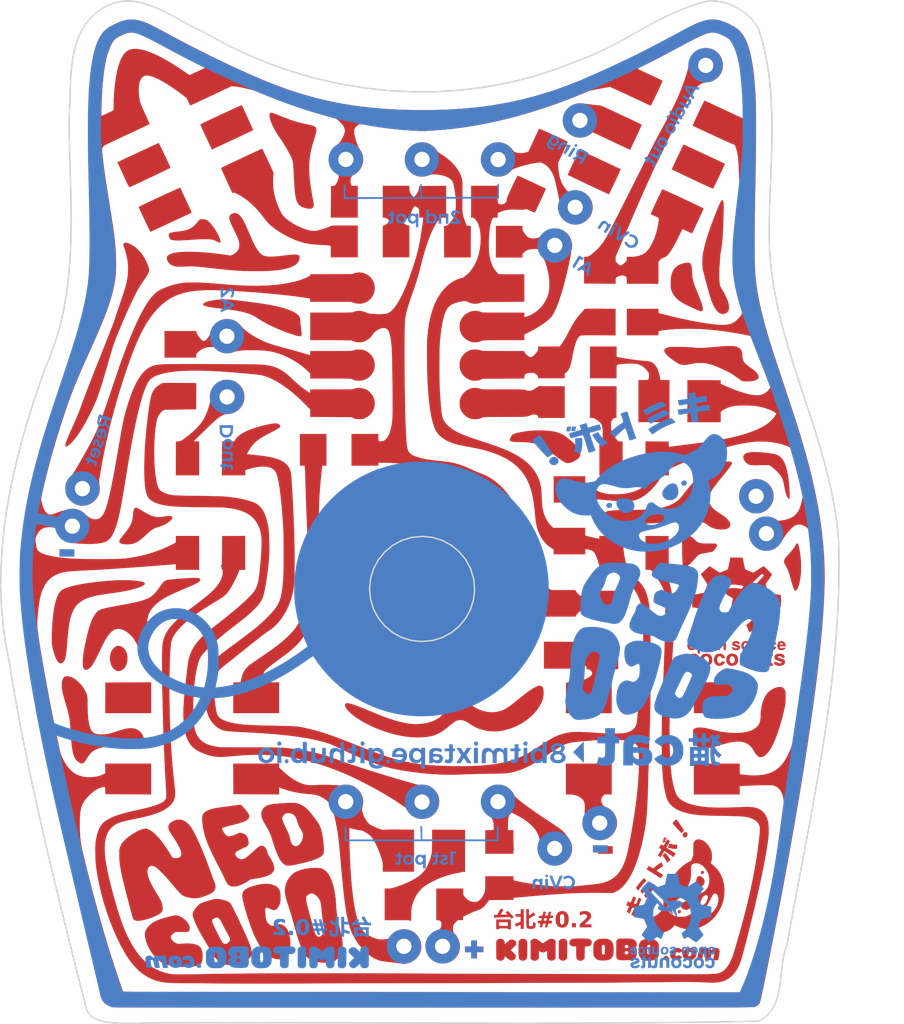
<source format=kicad_pcb>
(kicad_pcb (version 4) (host pcbnew 4.0.4-snap1-stable)
  (layers (0 F.Cu signal) (31 B.Cu signal) (34 B.Paste user) (35 F.Paste user) (36 B.SilkS user) (37 F.SilkS user) (38 B.Mask user) (39 F.Mask user) (44 Edge.Cuts user))
  (net 0 "")
  (module Neocococat:Neocococat_Back_copper_mirror (layer F.Cu) (at 88.56 108.09)
    (fp_text reference G*** hide)
    (fp_text value LOGO hide)
    (fp_poly (pts (xy 19.416397 -32.328435) (xy 19.647965 -32.288984) (xy 19.889691 -32.218474) (xy 20.147184 -32.11602) (xy 20.367353 -32.010945) (xy 20.533071 -31.92446) (xy 20.667285 -31.848212) (xy 20.777828 -31.776791) (xy 20.872531 -31.704786) (xy 20.959226 -31.626787) (xy 21.033165 -31.550987) (xy 21.159955 -31.398729) (xy 21.277057 -31.223991) (xy 21.384843 -31.025173) (xy 21.483687 -30.800675) (xy 21.573962 -30.548897) (xy 21.656043 -30.26824) (xy 21.730302 -29.957104) (xy 21.797114 -29.613889) (xy 21.856851 -29.236996) (xy 21.909887 -28.824825) (xy 21.956596 -28.375776) (xy 21.997352 -27.888249) (xy 22.032527 -27.360646) (xy 22.039415 -27.2415) (xy 22.047367 -27.067752) (xy 22.05399 -26.854452) (xy 22.059307 -26.604359) (xy 22.063337 -26.320233) (xy 22.066103 -26.004834) (xy 22.067626 -25.660921) (xy 22.067928 -25.291254) (xy 22.067031 -24.898593) (xy 22.064955 -24.485696) (xy 22.061723 -24.055324) (xy 22.057356 -23.610237) (xy 22.051875 -23.153193) (xy 22.045303 -22.686952) (xy 22.037659 -22.214275) (xy 22.028967 -21.73792) (xy 22.019248 -21.260647) (xy 22.008523 -20.785217) (xy 21.996813 -20.314387) (xy 21.98414 -19.850919) (xy 21.980865 -19.737916) (xy 21.977382 -19.590316) (xy 21.974507 -19.409451) (xy 21.972224 -19.20026) (xy 21.970521 -18.967681) (xy 21.969383 -18.716652) (xy 21.968794 -18.452111) (xy 21.968742 -18.178996) (xy 21.969211 -17.902246) (xy 21.970188 -17.626798) (xy 21.971657 -17.35759) (xy 21.973606 -17.099562) (xy 21.976018 -16.85765) (xy 21.97888 -16.636793) (xy 21.982178 -16.441929) (xy 21.985897 -16.277997) (xy 21.990023 -16.149933) (xy 21.991377 -16.118416) (xy 22.01494 -15.715569) (xy 22.048215 -15.323166) (xy 22.092258 -14.935055) (xy 22.148124 -14.545082) (xy 22.21687 -14.147095) (xy 22.29955 -13.734939) (xy 22.39722 -13.302464) (xy 22.510936 -12.843514) (xy 22.630505 -12.393083) (xy 22.680771 -12.210355) (xy 22.731421 -12.029599) (xy 22.783333 -11.848051) (xy 22.837382 -11.662945) (xy 22.894446 -11.471518) (xy 22.955401 -11.271004) (xy 23.021123 -11.058639) (xy 23.09249 -10.831657) (xy 23.170378 -10.587295) (xy 23.255664 -10.322787) (xy 23.349224 -10.035369) (xy 23.451935 -9.722275) (xy 23.564674 -9.380742) (xy 23.688317 -9.008004) (xy 23.823742 -8.601297) (xy 23.971824 -8.157856) (xy 24.003042 -8.0645) (xy 24.093959 -7.792191) (xy 24.185417 -7.517359) (xy 24.275864 -7.24472) (xy 24.363747 -6.978988) (xy 24.447516 -6.724881) (xy 24.525618 -6.487113) (xy 24.596502 -6.270399) (xy 24.658616 -6.079455) (xy 24.710409 -5.918997) (xy 24.750328 -5.79374) (xy 24.751796 -5.789083) (xy 24.997437 -4.993632) (xy 25.222413 -4.231183) (xy 25.427472 -3.498216) (xy 25.613361 -2.791214) (xy 25.780825 -2.106658) (xy 25.930613 -1.44103) (xy 26.06347 -0.790811) (xy 26.180144 -0.152483) (xy 26.28138 0.477473) (xy 26.367926 1.102574) (xy 26.440529 1.72634) (xy 26.499934 2.352289) (xy 26.512709 2.50825) (xy 26.523456 2.671073) (xy 26.532989 2.869777) (xy 26.541236 3.097923) (xy 26.548129 3.349074) (xy 26.553598 3.616792) (xy 26.557573 3.89464) (xy 26.559984 4.176179) (xy 26.560762 4.454973) (xy 26.559837 4.724584) (xy 26.557139 4.978574) (xy 26.552598 5.210505) (xy 26.546145 5.41394) (xy 26.544595 5.451178) (xy 26.509984 6.122275) (xy 26.462904 6.833622) (xy 26.403384 7.585023) (xy 26.331451 8.376283) (xy 26.247135 9.207205) (xy 26.150464 10.077593) (xy 26.041467 10.987252) (xy 25.920172 11.935985) (xy 25.786607 12.923596) (xy 25.640802 13.949889) (xy 25.482785 15.014668) (xy 25.312584 16.117738) (xy 25.130229 17.258901) (xy 24.935746 18.437963) (xy 24.729166 19.654726) (xy 24.510517 20.908995) (xy 24.279827 22.200575) (xy 24.037124 23.529268) (xy 23.782438 24.894879) (xy 23.515797 26.297211) (xy 23.482812 26.468917) (xy 23.450149 26.63765) (xy 23.409977 26.84332) (xy 23.363179 27.08151) (xy 23.31064 27.347801) (xy 23.253243 27.637774) (xy 23.191871 27.947012) (xy 23.127408 28.271096) (xy 23.060738 28.605608) (xy 22.992744 28.94613) (xy 22.92431 29.288243) (xy 22.856319 29.62753) (xy 22.789655 29.959572) (xy 22.725202 30.279951) (xy 22.663844 30.584249) (xy 22.606463 30.868047) (xy 22.553944 31.126928) (xy 22.50717 31.356473) (xy 22.467024 31.552263) (xy 22.44146 31.675917) (xy 22.340316 32.16275) (xy 22.224449 32.28069) (xy 22.119732 32.372388) (xy 22.018308 32.432993) (xy 22.00275 32.43944) (xy 21.996576 32.441644) (xy 21.989177 32.443767) (xy 21.979774 32.445811) (xy 21.967586 32.447779) (xy 21.951835 32.44967) (xy 21.931739 32.451488) (xy 21.906519 32.453234) (xy 21.875397 32.454909) (xy 21.837591 32.456515) (xy 21.792322 32.458053) (xy 21.738811 32.459527) (xy 21.676277 32.460936) (xy 21.603942 32.462282) (xy 21.521024 32.463569) (xy 21.426745 32.464796) (xy 21.320325 32.465965) (xy 21.200984 32.467079) (xy 21.067943 32.468139) (xy 20.920421 32.469147) (xy 20.757639 32.470104) (xy 20.578817 32.471011) (xy 20.383175 32.471872) (xy 20.169934 32.472686) (xy 19.938314 32.473456) (xy 19.687535 32.474184) (xy 19.416818 32.474871) (xy 19.125382 32.475519) (xy 18.812449 32.476129) (xy 18.477238 32.476704) (xy 18.118969 32.477244) (xy 17.736863 32.477751) (xy 17.33014 32.478228) (xy 16.898021 32.478675) (xy 16.439725 32.479095) (xy 15.954473 32.479489) (xy 15.441486 32.479858) (xy 14.899983 32.480205) (xy 14.329184 32.480531) (xy 13.728311 32.480837) (xy 13.096582 32.481126) (xy 12.43322 32.481399) (xy 11.737443 32.481657) (xy 11.008472 32.481903) (xy 10.245528 32.482137) (xy 9.44783 32.482363) (xy 8.614599 32.48258) (xy 7.745055 32.482791) (xy 6.838418 32.482998) (xy 5.89391 32.483202) (xy 4.910749 32.483404) (xy 3.888156 32.483608) (xy 2.825352 32.483813) (xy 1.721557 32.484022) (xy 0.899583 32.484176) (xy -0.247534 32.484385) (xy -1.353067 32.484574) (xy -2.417764 32.484743) (xy -3.442377 32.48489) (xy -4.427653 32.485015) (xy -5.374342 32.485116) (xy -6.283194 32.485192) (xy -7.154957 32.485244) (xy -7.990381 32.485269) (xy -8.790215 32.485267) (xy -9.555209 32.485236) (xy -10.286111 32.485177) (xy -10.983671 32.485087) (xy -11.648639 32.484966) (xy -12.281762 32.484813) (xy -12.883792 32.484628) (xy -13.455477 32.484408) (xy -13.997566 32.484154) (xy -14.510809 32.483863) (xy -14.995955 32.483536) (xy -15.453753 32.483171) (xy -15.884952 32.482768) (xy -16.290302 32.482325) (xy -16.670552 32.481841) (xy -17.026451 32.481316) (xy -17.358749 32.480749) (xy -17.668195 32.480138) (xy -17.955537 32.479482) (xy -18.221526 32.478782) (xy -18.466911 32.478035) (xy -18.692441 32.477241) (xy -18.898865 32.476399) (xy -19.086932 32.475507) (xy -19.257392 32.474566) (xy -19.410994 32.473573) (xy -19.548487 32.472529) (xy -19.670621 32.471432) (xy -19.778145 32.47028) (xy -19.871808 32.469074) (xy -19.952359 32.467813) (xy -20.020548 32.466494) (xy -20.077124 32.465118) (xy -20.122836 32.463683) (xy -20.158433 32.462189) (xy -20.184666 32.460634) (xy -20.202282 32.459018) (xy -20.21179 32.457406) (xy -20.382436 32.394898) (xy -20.542927 32.304736) (xy -20.684903 32.193307) (xy -20.800004 32.067001) (xy -20.869495 31.954718) (xy -20.903726 31.86999) (xy -20.939257 31.757126) (xy -20.971933 31.629968) (xy -20.984944 31.570084) (xy -21.001154 31.494132) (xy -21.025907 31.382912) (xy -21.057845 31.242311) (xy -21.095609 31.078219) (xy -21.13784 30.896525) (xy -21.18318 30.70312) (xy -21.23027 30.503892) (xy -21.251053 30.4165) (xy -21.334282 30.066924) (xy -21.423076 29.693474) (xy -21.516869 29.29856) (xy -21.61509 28.88459) (xy -21.717175 28.453973) (xy -21.822553 28.009119) (xy -21.930658 27.552436) (xy -22.040921 27.086332) (xy -22.152776 26.613218) (xy -22.265653 26.135501) (xy -22.378986 25.655591) (xy -22.492207 25.175896) (xy -22.604747 24.698826) (xy -22.716039 24.22679) (xy -22.825516 23.762195) (xy -22.932609 23.307452) (xy -23.03675 22.864968) (xy -23.137373 22.437154) (xy -23.233908 22.026417) (xy -23.325789 21.635168) (xy -23.412447 21.265813) (xy -23.493315 20.920764) (xy -23.567825 20.602427) (xy -23.635409 20.313213) (xy -23.695499 20.05553) (xy -23.747527 19.831788) (xy -23.790927 19.644394) (xy -23.825129 19.495758) (xy -23.825417 19.4945) (xy -24.090302 18.323279) (xy -24.339693 17.190974) (xy -24.573666 16.097136) (xy -24.792296 15.041316) (xy -24.99566 14.023064) (xy -25.183833 13.041932) (xy -25.356892 12.097468) (xy -25.514911 11.189225) (xy -25.657967 10.316753) (xy -25.786136 9.479601) (xy -25.899493 8.677322) (xy -25.998115 7.909464) (xy -26.082076 7.17558) (xy -26.151454 6.475219) (xy -26.206324 5.807932) (xy -26.246762 5.173269) (xy -26.248904 5.132917) (xy -26.256043 4.954211) (xy -26.260875 4.740918) (xy -26.263494 4.500715) (xy -26.263997 4.241278) (xy -26.263113 4.083224) (xy -25.417444 4.083224) (xy -25.416655 4.340218) (xy -25.413013 4.575819) (xy -25.406398 4.781649) (xy -25.402078 4.868334) (xy -25.37369 5.299604) (xy -25.336697 5.750554) (xy -25.290853 6.222829) (xy -25.235911 6.718071) (xy -25.171625 7.237926) (xy -25.09775 7.784038) (xy -25.01404 8.35805) (xy -24.920248 8.961607) (xy -24.81613 9.596353) (xy -24.701437 10.263931) (xy -24.575926 10.965987) (xy -24.439349 11.704164) (xy -24.29146 12.480107) (xy -24.170154 13.102167) (xy -24.138368 13.263164) (xy -24.108843 13.411713) (xy -24.082658 13.542464) (xy -24.060891 13.650067) (xy -24.044621 13.729172) (xy -24.034926 13.774429) (xy -24.033025 13.78223) (xy -24.007476 13.807095) (xy -23.945045 13.841412) (xy -23.849783 13.883835) (xy -23.725741 13.933012) (xy -23.576969 13.987596) (xy -23.407517 14.046238) (xy -23.221437 14.107588) (xy -23.022778 14.170298) (xy -22.815591 14.23302) (xy -22.603928 14.294404) (xy -22.391837 14.353101) (xy -22.183371 14.407762) (xy -22.068786 14.436336) (xy -21.586195 14.545167) (xy -21.101227 14.636977) (xy -20.61797 14.711558) (xy -20.140513 14.7687) (xy -19.672944 14.808196) (xy -19.219352 14.829837) (xy -18.783826 14.833414) (xy -18.370454 14.818719) (xy -17.983325 14.785543) (xy -17.626527 14.733677) (xy -17.357783 14.676641) (xy -16.939421 14.552062) (xy -16.543068 14.391536) (xy -16.169749 14.195886) (xy -15.82049 13.965931) (xy -15.496314 13.702493) (xy -15.198249 13.406393) (xy -14.927317 13.078451) (xy -14.684545 12.719487) (xy -14.499835 12.388114) (xy -14.458399 12.304282) (xy -14.426431 12.235286) (xy -14.407516 12.189155) (xy -14.404279 12.173999) (xy -14.427641 12.167444) (xy -14.483501 12.15684) (xy -14.562418 12.143882) (xy -14.620131 12.135216) (xy -15.04263 12.057738) (xy -15.461184 11.949528) (xy -15.870747 11.812892) (xy -16.266275 11.650139) (xy -16.642722 11.463575) (xy -16.995042 11.255508) (xy -17.31819 11.028245) (xy -17.607121 10.784093) (xy -17.637678 10.755274) (xy -17.886598 10.493643) (xy -18.094618 10.222948) (xy -18.261599 9.943485) (xy -18.387399 9.655552) (xy -18.471877 9.359447) (xy -18.514894 9.055466) (xy -18.520594 8.896676) (xy -17.822186 8.896676) (xy -17.801059 9.139954) (xy -17.739072 9.380781) (xy -17.637691 9.617558) (xy -17.498381 9.848687) (xy -17.322606 10.072568) (xy -17.111833 10.287604) (xy -16.867526 10.492197) (xy -16.59115 10.684746) (xy -16.284171 10.863654) (xy -15.948053 11.027323) (xy -15.818296 11.082994) (xy -15.487616 11.20604) (xy -15.13375 11.3124) (xy -14.772813 11.397886) (xy -14.420917 11.458313) (xy -14.329834 11.469755) (xy -14.251686 11.478876) (xy -14.190714 11.486245) (xy -14.158441 11.490465) (xy -14.156711 11.490754) (xy -14.143711 11.473703) (xy -14.124459 11.426623) (xy -14.106786 11.371792) (xy -14.023554 11.036666) (xy -13.959587 10.669057) (xy -13.915673 10.274567) (xy -13.892597 9.858799) (xy -13.892137 9.8425) (xy -13.889014 9.525579) (xy -13.89814 9.245545) (xy -13.919792 8.998677) (xy -13.954245 8.781258) (xy -13.979013 8.67185) (xy -14.073774 8.381458) (xy -14.204667 8.1094) (xy -14.368797 7.858733) (xy -14.56327 7.632516) (xy -14.785193 7.433805) (xy -15.03167 7.265658) (xy -15.299809 7.131132) (xy -15.509064 7.055456) (xy -15.590085 7.032151) (xy -15.661553 7.016104) (xy -15.735015 7.005959) (xy -15.822017 7.000357) (xy -15.934107 6.997941) (xy -16.002 6.997508) (xy -16.170618 6.999969) (xy -16.309129 7.010336) (xy -16.429402 7.031029) (xy -16.543308 7.064472) (xy -16.662715 7.113084) (xy -16.734662 7.146983) (xy -16.943827 7.271283) (xy -17.139331 7.430784) (xy -17.317481 7.619543) (xy -17.474583 7.83162) (xy -17.606943 8.061071) (xy -17.71087 8.301954) (xy -17.782668 8.548328) (xy -17.818646 8.794251) (xy -17.822186 8.896676) (xy -18.520594 8.896676) (xy -18.520834 8.89) (xy -18.500293 8.591085) (xy -18.440601 8.291974) (xy -18.34466 7.997371) (xy -18.215368 7.711978) (xy -18.055624 7.440498) (xy -17.868328 7.187632) (xy -17.65638 6.958084) (xy -17.422678 6.756555) (xy -17.170122 6.587748) (xy -17.066679 6.531563) (xy -16.787714 6.413015) (xy -16.49529 6.332958) (xy -16.193442 6.291336) (xy -15.886207 6.288091) (xy -15.57762 6.323166) (xy -15.271717 6.396505) (xy -14.972535 6.50805) (xy -14.856622 6.562863) (xy -14.545054 6.742073) (xy -14.263388 6.951178) (xy -14.012048 7.189689) (xy -13.791459 7.457119) (xy -13.602044 7.752979) (xy -13.444229 8.076781) (xy -13.367077 8.277953) (xy -13.323268 8.409904) (xy -13.287644 8.533607) (xy -13.259402 8.655621) (xy -13.237737 8.782506) (xy -13.221845 8.920822) (xy -13.210923 9.077127) (xy -13.204166 9.257981) (xy -13.200771 9.469943) (xy -13.199962 9.641417) (xy -13.200696 9.883061) (xy -13.204148 10.090682) (xy -13.211037 10.272546) (xy -13.222083 10.436914) (xy -13.238004 10.592051) (xy -13.25952 10.746222) (xy -13.287349 10.907689) (xy -13.322211 11.084716) (xy -13.327962 11.1125) (xy -13.349846 11.218396) (xy -13.369305 11.313833) (xy -13.384287 11.388661) (xy -13.39274 11.432733) (xy -13.392962 11.433991) (xy -13.402923 11.490898) (xy -13.279004 11.479721) (xy -12.795813 11.41951) (xy -12.306701 11.325208) (xy -11.81004 11.19622) (xy -11.304201 11.031952) (xy -10.787557 10.831809) (xy -10.25848 10.595196) (xy -9.715342 10.32152) (xy -9.156516 10.010185) (xy -8.995834 9.91548) (xy -8.821949 9.809233) (xy -8.628727 9.686735) (xy -8.423272 9.55282) (xy -8.21269 9.412326) (xy -8.004084 9.270088) (xy -7.804561 9.130943) (xy -7.621223 8.999725) (xy -7.461177 8.881271) (xy -7.349846 8.7951) (xy -7.355949 8.775393) (xy -7.376769 8.725389) (xy -7.408882 8.653043) (xy -7.44198 8.58104) (xy -7.674945 8.031241) (xy -7.869104 7.465209) (xy -8.023963 6.884716) (xy -8.13903 6.291537) (xy -8.19519 5.87375) (xy -8.207035 5.73235) (xy -8.215689 5.557711) (xy -8.221206 5.358716) (xy -8.22364 5.144247) (xy -8.223045 4.923186) (xy -8.219475 4.704414) (xy -8.212983 4.496814) (xy -8.203623 4.309268) (xy -8.19145 4.150658) (xy -8.184348 4.085167) (xy -8.089477 3.47793) (xy -7.956727 2.889562) (xy -7.786003 2.319841) (xy -7.57721 1.768545) (xy -7.330255 1.235453) (xy -7.045041 0.720342) (xy -6.721474 0.22299) (xy -6.35946 -0.256823) (xy -6.298086 -0.331833) (xy -6.190371 -0.45664) (xy -6.059475 -0.599702) (xy -5.91314 -0.753231) (xy -5.759112 -0.909438) (xy -5.605135 -1.060531) (xy -5.458954 -1.198723) (xy -5.328313 -1.316222) (xy -5.2705 -1.365393) (xy -4.79022 -1.738614) (xy -4.297668 -2.071679) (xy -3.791431 -2.365191) (xy -3.270093 -2.619752) (xy -2.732239 -2.835967) (xy -2.176453 -3.014436) (xy -1.60132 -3.155765) (xy -1.005424 -3.260554) (xy -0.740834 -3.294717) (xy -0.566126 -3.31044) (xy -0.359532 -3.32171) (xy -0.131263 -3.328524) (xy 0.10847 -3.330884) (xy 0.349453 -3.32879) (xy 0.581477 -3.322242) (xy 0.794328 -3.31124) (xy 0.977795 -3.295783) (xy 0.987771 -3.2947) (xy 1.586696 -3.208061) (xy 2.171268 -3.082089) (xy 2.740183 -2.917498) (xy 3.29214 -2.715003) (xy 3.825835 -2.475319) (xy 4.339966 -2.199161) (xy 4.833231 -1.887242) (xy 5.304327 -1.540277) (xy 5.751951 -1.158981) (xy 6.174801 -0.744068) (xy 6.571574 -0.296254) (xy 6.666002 -0.179916) (xy 7.016957 0.293556) (xy 7.331372 0.787097) (xy 7.608813 1.298673) (xy 7.848846 1.826254) (xy 8.051039 2.367806) (xy 8.214958 2.921298) (xy 8.340168 3.484698) (xy 8.426238 4.055973) (xy 8.472732 4.633091) (xy 8.479219 5.214021) (xy 8.445263 5.79673) (xy 8.370432 6.379186) (xy 8.254292 6.959357) (xy 8.219361 7.101417) (xy 8.054616 7.662967) (xy 7.85176 8.208025) (xy 7.612321 8.734966) (xy 7.337825 9.242163) (xy 7.0298 9.727991) (xy 6.689773 10.190822) (xy 6.319271 10.629032) (xy 5.91982 11.040993) (xy 5.492948 11.42508) (xy 5.040182 11.779668) (xy 4.563049 12.103129) (xy 4.063076 12.393837) (xy 3.541789 12.650167) (xy 3.000717 12.870493) (xy 2.706175 12.972201) (xy 2.246954 13.1079) (xy 1.794839 13.213742) (xy 1.339362 13.291481) (xy 0.870057 13.342872) (xy 0.376459 13.369672) (xy 0.328083 13.370999) (xy -0.270587 13.365399) (xy -0.861824 13.318455) (xy -1.444308 13.230517) (xy -2.016719 13.101932) (xy -2.577737 12.933052) (xy -3.126042 12.724224) (xy -3.660313 12.475799) (xy -4.17923 12.188125) (xy -4.208008 12.170741) (xy -4.683339 11.858308) (xy -5.140869 11.509546) (xy -5.576859 11.128055) (xy -5.987568 10.717436) (xy -6.369255 10.281291) (xy -6.71818 9.823219) (xy -6.857316 9.62025) (xy -6.907501 9.545194) (xy -6.949759 9.483141) (xy -6.978085 9.442854) (xy -6.985572 9.433123) (xy -7.006627 9.439695) (xy -7.056671 9.468013) (xy -7.130566 9.514779) (xy -7.223173 9.576693) (xy -7.329352 9.650454) (xy -7.378498 9.68542) (xy -7.966739 10.091349) (xy -8.550203 10.462999) (xy -9.127733 10.799887) (xy -9.698173 11.101532) (xy -10.260366 11.36745) (xy -10.813156 11.59716) (xy -11.355387 11.790179) (xy -11.885901 11.946025) (xy -12.403543 12.064216) (xy -12.907157 12.144268) (xy -13.370389 12.184497) (xy -13.649195 12.198405) (xy -13.685498 12.295744) (xy -13.717122 12.371809) (xy -13.76453 12.475014) (xy -13.822802 12.595571) (xy -13.887019 12.723697) (xy -13.952258 12.849606) (xy -14.013599 12.963513) (xy -14.066123 13.055631) (xy -14.075038 13.070417) (xy -14.335365 13.457831) (xy -14.624632 13.815499) (xy -14.9412 14.1422) (xy -15.283433 14.436714) (xy -15.649693 14.697821) (xy -16.038345 14.924301) (xy -16.447751 15.114933) (xy -16.876274 15.268498) (xy -17.11325 15.335123) (xy -17.330125 15.387302) (xy -17.535183 15.429391) (xy -17.737814 15.462578) (xy -17.947411 15.488051) (xy -18.173364 15.507001) (xy -18.425064 15.520615) (xy -18.63725 15.528064) (xy -19.161208 15.529754) (xy -19.710411 15.506053) (xy -20.276879 15.457801) (xy -20.852629 15.385838) (xy -21.429681 15.291004) (xy -22.000053 15.17414) (xy -22.000366 15.17407) (xy -22.19975 15.126688) (xy -22.422777 15.069754) (xy -22.659158 15.00618) (xy -22.898605 14.938877) (xy -23.130829 14.870757) (xy -23.345542 14.804731) (xy -23.532455 14.743712) (xy -23.584959 14.725634) (xy -23.683442 14.692008) (xy -23.765829 14.665449) (xy -23.824874 14.648169) (xy -23.853333 14.642385) (xy -23.854834 14.643113) (xy -23.850379 14.670977) (xy -23.837493 14.736876) (xy -23.81689 14.837511) (xy -23.789285 14.969584) (xy -23.755393 15.129796) (xy -23.715929 15.314849) (xy -23.671608 15.521444) (xy -23.623146 15.746283) (xy -23.571257 15.986067) (xy -23.516656 16.237498) (xy -23.460059 16.497277) (xy -23.40218 16.762106) (xy -23.343735 17.028686) (xy -23.285438 17.293719) (xy -23.228005 17.553905) (xy -23.172151 17.805948) (xy -23.11859 18.046548) (xy -23.069289 18.266834) (xy -22.883453 19.091103) (xy -22.704768 19.876121) (xy -22.532608 20.62425) (xy -22.366344 21.337851) (xy -22.205349 22.019286) (xy -22.048996 22.670916) (xy -21.896657 23.295102) (xy -21.747706 23.894207) (xy -21.601515 24.470592) (xy -21.457457 25.026619) (xy -21.314903 25.564648) (xy -21.173228 26.087042) (xy -21.031804 26.596162) (xy -20.890002 27.09437) (xy -20.747197 27.584026) (xy -20.60276 28.067494) (xy -20.456065 28.547134) (xy -20.306484 29.025308) (xy -20.153389 29.504378) (xy -19.996154 29.986704) (xy -19.83415 30.474649) (xy -19.79685 30.585834) (xy -19.735689 30.767449) (xy -19.678549 30.936437) (xy -19.626859 31.088615) (xy -19.582049 31.219806) (xy -19.545552 31.325828) (xy -19.518797 31.402501) (xy -19.503214 31.445646) (xy -19.499854 31.453667) (xy -19.478408 31.45421) (xy -19.415632 31.454774) (xy -19.312529 31.455358) (xy -19.1701 31.455962) (xy -18.989349 31.456583) (xy -18.77128 31.45722) (xy -18.516893 31.457872) (xy -18.227193 31.458538) (xy -17.903183 31.459217) (xy -17.545864 31.459906) (xy -17.15624 31.460605) (xy -16.735313 31.461313) (xy -16.284088 31.462028) (xy -15.803565 31.462749) (xy -15.294748 31.463474) (xy -14.758641 31.464203) (xy -14.196244 31.464933) (xy -13.608563 31.465664) (xy -12.996599 31.466394) (xy -12.361355 31.467123) (xy -11.703834 31.467848) (xy -11.025038 31.468569) (xy -10.325971 31.469283) (xy -9.607636 31.469991) (xy -8.871035 31.470689) (xy -8.117171 31.471378) (xy -7.347046 31.472056) (xy -6.561664 31.472722) (xy -5.762028 31.473374) (xy -4.94914 31.47401) (xy -4.124003 31.474631) (xy -3.28762 31.475233) (xy -2.564696 31.475733) (xy -1.696253 31.476325) (xy -0.830222 31.476921) (xy 0.032116 31.47752) (xy 0.889477 31.47812) (xy 1.74058 31.478721) (xy 2.584141 31.479322) (xy 3.418879 31.479922) (xy 4.243511 31.480519) (xy 5.056754 31.481113) (xy 5.857327 31.481703) (xy 6.643946 31.482288) (xy 7.41533 31.482867) (xy 8.170196 31.483438) (xy 8.907262 31.484001) (xy 9.625245 31.484555) (xy 10.322862 31.485098) (xy 10.998832 31.485631) (xy 11.651872 31.486151) (xy 12.280699 31.486657) (xy 12.884032 31.48715) (xy 13.460587 31.487627) (xy 14.009082 31.488088) (xy 14.528236 31.488531) (xy 15.016765 31.488956) (xy 15.473387 31.489362) (xy 15.89682 31.489748) (xy 16.285781 31.490112) (xy 16.638987 31.490454) (xy 16.955158 31.490773) (xy 17.233009 31.491067) (xy 17.471259 31.491336) (xy 17.668625 31.491579) (xy 17.691269 31.491608) (xy 21.020955 31.496) (xy 21.112074 31.299679) (xy 21.2488 30.99086) (xy 21.390177 30.644388) (xy 21.534812 30.264509) (xy 21.681315 29.85547) (xy 21.828295 29.421517) (xy 21.97436 28.966897) (xy 22.118119 28.495857) (xy 22.258181 28.012642) (xy 22.393154 27.521501) (xy 22.521648 27.026679) (xy 22.552815 26.902012) (xy 22.674538 26.400049) (xy 22.789882 25.900644) (xy 22.899617 25.399539) (xy 23.004511 24.892475) (xy 23.105332 24.375192) (xy 23.202849 23.843432) (xy 23.29783 23.292935) (xy 23.391043 22.719442) (xy 23.483258 22.118694) (xy 23.575242 21.486431) (xy 23.667764 20.818394) (xy 23.717464 20.447) (xy 23.783378 19.954855) (xy 23.856309 19.421606) (xy 23.936165 18.847881) (xy 24.022859 18.234309) (xy 24.116299 17.581518) (xy 24.216396 16.890137) (xy 24.32306 16.160793) (xy 24.436202 15.394117) (xy 24.510986 14.89075) (xy 24.619708 14.158251) (xy 24.721708 13.465648) (xy 24.817215 12.811079) (xy 24.906456 12.192682) (xy 24.989658 11.608594) (xy 25.06705 11.056952) (xy 25.138859 10.535893) (xy 25.205313 10.043556) (xy 25.266638 9.578078) (xy 25.323064 9.137596) (xy 25.374817 8.720248) (xy 25.422125 8.32417) (xy 25.465215 7.947501) (xy 25.504316 7.588378) (xy 25.539655 7.244938) (xy 25.571459 6.91532) (xy 25.599956 6.597659) (xy 25.625374 6.290094) (xy 25.647941 5.990762) (xy 25.667883 5.697801) (xy 25.685429 5.409348) (xy 25.698094 5.176696) (xy 25.706825 4.957319) (xy 25.712433 4.704895) (xy 25.71504 4.42763) (xy 25.71477 4.133729) (xy 25.711749 3.8314) (xy 25.706099 3.528848) (xy 25.697944 3.234279) (xy 25.68741 2.9559) (xy 25.674619 2.701917) (xy 25.659697 2.480536) (xy 25.656791 2.44475) (xy 25.601391 1.854996) (xy 25.533647 1.265574) (xy 25.452893 0.673569) (xy 25.358463 0.07607) (xy 25.249693 -0.529839) (xy 25.125918 -1.147069) (xy 24.986471 -1.778534) (xy 24.830689 -2.427147) (xy 24.657906 -3.095823) (xy 24.467456 -3.787473) (xy 24.258674 -4.505011) (xy 24.030896 -5.251351) (xy 23.783456 -6.029405) (xy 23.580977 -6.646333) (xy 23.498355 -6.893326) (xy 23.417929 -7.13007) (xy 23.338044 -7.361037) (xy 23.257046 -7.590696) (xy 23.173278 -7.823518) (xy 23.085086 -8.063973) (xy 22.990814 -8.316532) (xy 22.888808 -8.585665) (xy 22.777411 -8.875843) (xy 22.654969 -9.191535) (xy 22.519827 -9.537213) (xy 22.370329 -9.917346) (xy 22.362285 -9.93775) (xy 22.189252 -10.377842) (xy 22.031507 -10.781818) (xy 21.887993 -11.152614) (xy 21.757654 -11.493165) (xy 21.639436 -11.806407) (xy 21.532284 -12.095276) (xy 21.435141 -12.362706) (xy 21.346952 -12.611635) (xy 21.266661 -12.844997) (xy 21.193214 -13.065729) (xy 21.125554 -13.276765) (xy 21.062627 -13.481042) (xy 21.003376 -13.681495) (xy 20.954417 -13.853563) (xy 20.830387 -14.325126) (xy 20.730057 -14.771778) (xy 20.652313 -15.202902) (xy 20.596039 -15.627882) (xy 20.560118 -16.056103) (xy 20.543435 -16.496949) (xy 20.544875 -16.959804) (xy 20.553069 -17.229255) (xy 20.560339 -17.404771) (xy 20.568279 -17.573168) (xy 20.577223 -17.738027) (xy 20.587508 -17.902929) (xy 20.599468 -18.071453) (xy 20.613438 -18.247181) (xy 20.629755 -18.433693) (xy 20.648752 -18.634569) (xy 20.670766 -18.853389) (xy 20.696132 -19.093734) (xy 20.725184 -19.359185) (xy 20.758259 -19.653321) (xy 20.795691 -19.979724) (xy 20.837817 -20.341973) (xy 20.871231 -20.626916) (xy 20.914248 -20.994028) (xy 20.952512 -21.323695) (xy 20.98649 -21.620486) (xy 21.016647 -21.888966) (xy 21.043448 -22.133704) (xy 21.067358 -22.359266) (xy 21.088843 -22.570219) (xy 21.108368 -22.77113) (xy 21.126398 -22.966566) (xy 21.143399 -23.161093) (xy 21.159836 -23.359279) (xy 21.176174 -23.565691) (xy 21.192568 -23.78075) (xy 21.198702 -23.888275) (xy 21.204013 -24.033134) (xy 21.208502 -24.210338) (xy 21.21217 -24.414894) (xy 21.21502 -24.641812) (xy 21.217053 -24.886102) (xy 21.21827 -25.142773) (xy 21.218673 -25.406833) (xy 21.218264 -25.673293) (xy 21.217043 -25.937161) (xy 21.215012 -26.193446) (xy 21.212174 -26.437159) (xy 21.208529 -26.663307) (xy 21.204079 -26.866901) (xy 21.198825 -27.042949) (xy 21.192769 -27.186461) (xy 21.191522 -27.20975) (xy 21.163172 -27.670055) (xy 21.131751 -28.089877) (xy 21.097085 -28.47097) (xy 21.059 -28.815086) (xy 21.017321 -29.123976) (xy 20.975511 -29.379333) (xy 20.917293 -29.666279) (xy 20.849067 -29.938758) (xy 20.772365 -30.193026) (xy 20.68872 -30.425341) (xy 20.599664 -30.631958) (xy 20.50673 -30.809133) (xy 20.41145 -30.953123) (xy 20.315356 -31.060183) (xy 20.273462 -31.094445) (xy 20.205068 -31.138046) (xy 20.107878 -31.192255) (xy 19.992388 -31.251922) (xy 19.869095 -31.311897) (xy 19.748493 -31.367029) (xy 19.641079 -31.412168) (xy 19.579166 -31.435126) (xy 19.417296 -31.472693) (xy 19.236551 -31.485337) (xy 19.05229 -31.473038) (xy 18.880666 -31.43602) (xy 18.799752 -31.410036) (xy 18.717672 -31.381063) (xy 18.631193 -31.347527) (xy 18.537083 -31.307852) (xy 18.432108 -31.260463) (xy 18.313036 -31.203786) (xy 18.176634 -31.136245) (xy 18.01967 -31.056265) (xy 17.838909 -30.962272) (xy 17.631121 -30.852691) (xy 17.393071 -30.725946) (xy 17.121527 -30.580462) (xy 17.092083 -30.564649) (xy 16.468492 -30.231982) (xy 15.874033 -29.919765) (xy 15.30258 -29.625014) (xy 14.748011 -29.344746) (xy 14.204199 -29.075978) (xy 13.665022 -28.815726) (xy 13.124353 -28.561006) (xy 12.576069 -28.308836) (xy 12.014045 -28.056232) (xy 11.432157 -27.80021) (xy 11.292416 -27.739464) (xy 10.230662 -27.296532) (xy 9.177259 -26.892388) (xy 8.132809 -26.527196) (xy 7.097911 -26.20112) (xy 6.073168 -25.914324) (xy 5.059179 -25.666973) (xy 4.056546 -25.459231) (xy 3.065869 -25.291261) (xy 2.087749 -25.163228) (xy 1.725083 -25.12562) (xy 1.465451 -25.102615) (xy 1.179557 -25.081117) (xy 0.862744 -25.060815) (xy 0.510355 -25.041397) (xy 0.338666 -25.032851) (xy 0.243469 -25.030899) (xy 0.1133 -25.03211) (xy -0.044622 -25.036172) (xy -0.22308 -25.042773) (xy -0.414854 -25.051602) (xy -0.612727 -25.062346) (xy -0.809479 -25.074695) (xy -0.997892 -25.088337) (xy -1.058334 -25.093178) (xy -2.055671 -25.195342) (xy -3.063294 -25.338538) (xy -4.081139 -25.522749) (xy -5.109139 -25.747957) (xy -6.147231 -26.014146) (xy -7.195351 -26.321298) (xy -8.253433 -26.669397) (xy -9.321413 -27.058425) (xy -10.399227 -27.488365) (xy -10.816167 -27.664528) (xy -11.50477 -27.963769) (xy -12.175148 -28.263075) (xy -12.833978 -28.565685) (xy -13.487939 -28.874839) (xy -14.143708 -29.193775) (xy -14.807962 -29.525732) (xy -15.48738 -29.873949) (xy -16.18864 -30.241666) (xy -16.774584 -30.554596) (xy -17.076901 -30.716477) (xy -17.345459 -30.85849) (xy -17.583133 -30.981975) (xy -17.792801 -31.088276) (xy -17.977338 -31.178733) (xy -18.139623 -31.254689) (xy -18.28253 -31.317485) (xy -18.408937 -31.368464) (xy -18.521721 -31.408967) (xy -18.623757 -31.440335) (xy -18.717923 -31.463912) (xy -18.729164 -31.466353) (xy -18.888271 -31.488237) (xy -19.046237 -31.483496) (xy -19.212972 -31.450915) (xy -19.398385 -31.389281) (xy -19.416445 -31.38222) (xy -19.616916 -31.295683) (xy -19.792517 -31.205008) (xy -19.938575 -31.113029) (xy -20.050415 -31.022578) (xy -20.10185 -30.966833) (xy -20.203655 -30.816284) (xy -20.302511 -30.628334) (xy -20.396702 -30.407898) (xy -20.484512 -30.159892) (xy -20.564224 -29.889229) (xy -20.634125 -29.600824) (xy -20.692497 -29.299593) (xy -20.700359 -29.252333) (xy -20.746932 -28.932079) (xy -20.788908 -28.573795) (xy -20.826043 -28.18156) (xy -20.858095 -27.759452) (xy -20.884818 -27.311551) (xy -20.905968 -26.841936) (xy -20.9213 -26.354685) (xy -20.930572 -25.853877) (xy -20.933543 -25.357666) (xy -20.932439 -25.096664) (xy -20.928979 -24.846135) (xy -20.922805 -24.602657) (xy -20.913558 -24.36281) (xy -20.900877 -24.12317) (xy -20.884405 -23.880317) (xy -20.863781 -23.630828) (xy -20.838648 -23.371282) (xy -20.808645 -23.098257) (xy -20.773414 -22.80833) (xy -20.732595 -22.498081) (xy -20.68583 -22.164087) (xy -20.632758 -21.802927) (xy -20.573022 -21.411178) (xy -20.506262 -20.985419) (xy -20.432119 -20.522228) (xy -20.414827 -20.41525) (xy -20.343892 -19.974014) (xy -20.280269 -19.571195) (xy -20.223594 -19.203578) (xy -20.173505 -18.867949) (xy -20.129637 -18.561094) (xy -20.091629 -18.279797) (xy -20.059116 -18.020843) (xy -20.031735 -17.781019) (xy -20.009124 -17.55711) (xy -19.990918 -17.345901) (xy -19.976755 -17.144176) (xy -19.966271 -16.948723) (xy -19.959104 -16.756325) (xy -19.954889 -16.563769) (xy -19.953264 -16.367839) (xy -19.953218 -16.330083) (xy -19.95452 -16.09205) (xy -19.959134 -15.88631) (xy -19.967983 -15.702888) (xy -19.981987 -15.531812) (xy -20.00207 -15.363107) (xy -20.029152 -15.1868) (xy -20.064157 -14.992918) (xy -20.088233 -14.869583) (xy -20.137536 -14.637478) (xy -20.193888 -14.402467) (xy -20.258342 -14.161689) (xy -20.331952 -13.912282) (xy -20.415769 -13.651385) (xy -20.510846 -13.376138) (xy -20.618236 -13.083679) (xy -20.738992 -12.771146) (xy -20.874166 -12.43568) (xy -21.024812 -12.074418) (xy -21.19198 -11.6845) (xy -21.376725 -11.263064) (xy -21.580099 -10.807249) (xy -21.595127 -10.773833) (xy -21.776572 -10.370037) (xy -21.941644 -10.001358) (xy -22.091678 -9.664465) (xy -22.22801 -9.356024) (xy -22.351974 -9.072702) (xy -22.464906 -8.811166) (xy -22.568142 -8.568083) (xy -22.663016 -8.34012) (xy -22.750864 -8.123944) (xy -22.833022 -7.916221) (xy -22.910825 -7.713619) (xy -22.985608 -7.512804) (xy -23.058707 -7.310444) (xy -23.131457 -7.103205) (xy -23.205193 -6.887754) (xy -23.28125 -6.660758) (xy -23.360965 -6.418885) (xy -23.445672 -6.1588) (xy -23.452358 -6.138176) (xy -23.680777 -5.422419) (xy -23.890951 -4.740663) (xy -24.083878 -4.089204) (xy -24.260556 -3.464335) (xy -24.421983 -2.862352) (xy -24.569155 -2.279549) (xy -24.703072 -1.71222) (xy -24.82473 -1.15666) (xy -24.919833 -0.687916) (xy -24.958416 -0.491096) (xy -24.989648 -0.331876) (xy -25.013973 -0.206249) (xy -25.031833 -0.110206) (xy -25.043672 -0.039737) (xy -25.049931 0.009165) (xy -25.051055 0.040509) (xy -25.047484 0.058305) (xy -25.039662 0.06656) (xy -25.028033 0.069285) (xy -25.013037 0.070486) (xy -25.003744 0.071904) (xy -24.968053 0.07877) (xy -24.896669 0.092143) (xy -24.795545 0.11092) (xy -24.670631 0.134) (xy -24.527879 0.160281) (xy -24.37324 0.188661) (xy -24.354216 0.192147) (xy -24.181835 0.223594) (xy -24.046396 0.247795) (xy -23.943228 0.265278) (xy -23.867659 0.276571) (xy -23.815017 0.282201) (xy -23.780632 0.282694) (xy -23.759832 0.27858) (xy -23.747946 0.270384) (xy -23.741746 0.261301) (xy -23.701865 0.20611) (xy -23.638631 0.13597) (xy -23.562634 0.061234) (xy -23.484462 -0.007744) (xy -23.414703 -0.060612) (xy -23.408123 -0.064919) (xy -23.221791 -0.160361) (xy -23.023954 -0.217866) (xy -22.820311 -0.238178) (xy -22.616563 -0.222038) (xy -22.418411 -0.17019) (xy -22.231555 -0.083375) (xy -22.061696 0.037664) (xy -21.974565 0.121796) (xy -21.844069 0.29176) (xy -21.750687 0.477042) (xy -21.694379 0.672671) (xy -21.675102 0.873673) (xy -21.692819 1.075079) (xy -21.747486 1.271914) (xy -21.839065 1.459209) (xy -21.967514 1.63199) (xy -21.987055 1.653272) (xy -22.148554 1.796068) (xy -22.327185 1.902716) (xy -22.517997 1.973126) (xy -22.716038 2.007207) (xy -22.916356 2.004867) (xy -23.114 1.966016) (xy -23.304018 1.890563) (xy -23.481458 1.778416) (xy -23.590795 1.68275) (xy -23.711111 1.540391) (xy -23.809688 1.37728) (xy -23.878899 1.20707) (xy -23.8983 1.132417) (xy -23.914355 1.063047) (xy -23.929006 1.011367) (xy -23.937558 0.99117) (xy -23.960831 0.983886) (xy -24.020449 0.970301) (xy -24.111069 0.951489) (xy -24.22735 0.928522) (xy -24.36395 0.902474) (xy -24.512578 0.874962) (xy -23.217069 0.874962) (xy -23.208239 0.982345) (xy -23.172553 1.084662) (xy -23.108801 1.175741) (xy -23.015771 1.249411) (xy -22.934084 1.286795) (xy -22.838254 1.3083) (xy -22.739387 1.302462) (xy -22.680154 1.288612) (xy -22.579357 1.240798) (xy -22.492635 1.162683) (xy -22.426403 1.06423) (xy -22.387075 0.9554) (xy -22.381068 0.846155) (xy -22.383794 0.828406) (xy -22.427249 0.69523) (xy -22.500746 0.59024) (xy -22.601364 0.516121) (xy -22.726179 0.475559) (xy -22.773854 0.469872) (xy -22.900742 0.478053) (xy -23.008036 0.518196) (xy -23.094526 0.584129) (xy -23.159002 0.669683) (xy -23.200253 0.768684) (xy -23.217069 0.874962) (xy -24.512578 0.874962) (xy -24.515528 0.874416) (xy -24.551143 0.867938) (xy -24.742911 0.833794) (xy -24.895713 0.808043) (xy -25.012007 0.790344) (xy -25.09425 0.78036) (xy -25.144901 0.777751) (xy -25.166416 0.782177) (xy -25.167036 0.782955) (xy -25.175655 0.814152) (xy -25.187598 0.882516) (xy -25.202297 0.983057) (xy -25.219187 1.110787) (xy -25.2377 1.260719) (xy -25.257271 1.427862) (xy -25.277333 1.60723) (xy -25.297318 1.793834) (xy -25.316662 1.982686) (xy -25.334797 2.168796) (xy -25.351157 2.347178) (xy -25.365175 2.512842) (xy -25.368982 2.561167) (xy -25.38279 2.770584) (xy -25.394466 3.008876) (xy -25.40389 3.267663) (xy -25.410941 3.538569) (xy -25.415499 3.813215) (xy -25.417444 4.083224) (xy -26.263113 4.083224) (xy -26.26248 3.970286) (xy -26.259041 3.695416) (xy -26.253775 3.424345) (xy -26.246779 3.16475) (xy -26.238149 2.924308) (xy -26.227982 2.710698) (xy -26.216374 2.531597) (xy -26.216206 2.529417) (xy -26.155025 1.843819) (xy -26.077695 1.160099) (xy -25.983411 0.47425) (xy -25.871369 -0.217738) (xy -25.740764 -0.919873) (xy -25.590794 -1.636165) (xy -25.420653 -2.370621) (xy -25.229537 -3.12725) (xy -25.016643 -3.910062) (xy -24.781166 -4.723065) (xy -24.721389 -4.922503) (xy -24.669068 -5.095096) (xy -24.615949 -5.268404) (xy -24.56105 -5.445454) (xy -24.503389 -5.629274) (xy -24.441982 -5.822892) (xy -24.375848 -6.029338) (xy -24.304004 -6.251638) (xy -24.225467 -6.49282) (xy -24.139255 -6.755914) (xy -24.044385 -7.043947) (xy -23.939875 -7.359946) (xy -23.824742 -7.706941) (xy -23.698004 -8.087959) (xy -23.558678 -8.506029) (xy -23.557814 -8.508618) (xy -23.463613 -8.791454) (xy -23.369888 -9.073599) (xy -23.277973 -9.350995) (xy -23.189203 -9.619586) (xy -23.104911 -9.875311) (xy -23.026432 -10.114114) (xy -22.9551 -10.331937) (xy -22.892249 -10.52472) (xy -22.839214 -10.688408) (xy -22.797328 -10.81894) (xy -22.774781 -10.89025) (xy -22.588934 -11.497119) (xy -22.422403 -12.068934) (xy -22.274637 -12.608019) (xy -22.145079 -13.116699) (xy -22.033178 -13.5973) (xy -21.938378 -14.052146) (xy -21.860125 -14.483563) (xy -21.797867 -14.893876) (xy -21.771303 -15.102416) (xy -21.750105 -15.298958) (xy -21.731325 -15.511914) (xy -21.714951 -15.742923) (xy -21.700972 -15.993626) (xy -21.689378 -16.265664) (xy -21.680158 -16.560678) (xy -21.673302 -16.880307) (xy -21.668797 -17.226193) (xy -21.666635 -17.599977) (xy -21.666803 -18.003297) (xy -21.669291 -18.437796) (xy -21.674088 -18.905114) (xy -21.681184 -19.406891) (xy -21.690567 -19.944768) (xy -21.702227 -20.520385) (xy -21.716153 -21.135383) (xy -21.7283 -21.632333) (xy -21.745521 -22.367183) (xy -21.759133 -23.061436) (xy -21.769071 -23.716679) (xy -21.77527 -24.3345) (xy -21.777664 -24.916486) (xy -21.776186 -25.464225) (xy -21.770773 -25.979305) (xy -21.761358 -26.463312) (xy -21.747875 -26.917835) (xy -21.73026 -27.344461) (xy -21.708445 -27.744778) (xy -21.682367 -28.120373) (xy -21.651959 -28.472834) (xy -21.617155 -28.803747) (xy -21.577891 -29.114702) (xy -21.5341 -29.407285) (xy -21.485717 -29.683084) (xy -21.432676 -29.943686) (xy -21.374913 -30.190679) (xy -21.374717 -30.191459) (xy -21.281802 -30.524226) (xy -21.17848 -30.8182) (xy -21.063137 -31.076) (xy -20.934162 -31.300241) (xy -20.789941 -31.493543) (xy -20.628861 -31.658522) (xy -20.44931 -31.797796) (xy -20.344932 -31.862762) (xy -20.056849 -32.019105) (xy -19.790888 -32.143054) (xy -19.54327 -32.235698) (xy -19.310215 -32.29813) (xy -19.087945 -32.33144) (xy -18.872681 -32.336719) (xy -18.739403 -32.326195) (xy -18.623888 -32.3107) (xy -18.512246 -32.291356) (xy -18.401176 -32.266752) (xy -18.287373 -32.235481) (xy -18.167534 -32.196134) (xy -18.038355 -32.147301) (xy -17.896533 -32.087574) (xy -17.738766 -32.015545) (xy -17.561749 -31.929804) (xy -17.362179 -31.828942) (xy -17.136752 -31.711551) (xy -16.882167 -31.576222) (xy -16.595118 -31.421547) (xy -16.51 -31.375405) (xy -15.853747 -31.022394) (xy -15.223828 -30.690158) (xy -14.612221 -30.374741) (xy -14.010903 -30.072186) (xy -13.411851 -29.778537) (xy -12.807042 -29.489838) (xy -12.188453 -29.202132) (xy -11.548062 -28.911462) (xy -11.186584 -28.7502) (xy -10.776686 -28.570088) (xy -10.397848 -28.407397) (xy -10.043756 -28.259665) (xy -9.708098 -28.124428) (xy -9.384561 -27.999221) (xy -9.066833 -27.881581) (xy -8.748599 -27.769043) (xy -8.423548 -27.659145) (xy -8.22325 -27.593652) (xy -7.336968 -27.325532) (xy -6.446762 -27.093161) (xy -5.548415 -26.895769) (xy -4.637711 -26.732588) (xy -3.710431 -26.602848) (xy -2.762359 -26.50578) (xy -1.947334 -26.448957) (xy -1.261383 -26.416087) (xy -0.602612 -26.395532) (xy 0.042291 -26.387253) (xy 0.686636 -26.391213) (xy 1.343734 -26.407373) (xy 2.026898 -26.435696) (xy 2.06375 -26.437519) (xy 3.042091 -26.502826) (xy 3.996498 -26.600504) (xy 4.9314 -26.731496) (xy 5.851225 -26.896747) (xy 6.760405 -27.0972) (xy 7.663367 -27.333799) (xy 8.564542 -27.607489) (xy 9.468358 -27.919214) (xy 10.054166 -28.140652) (xy 10.275985 -28.229415) (xy 10.531186 -28.335234) (xy 10.815348 -28.45611) (xy 11.12405 -28.590049) (xy 11.452869 -28.735052) (xy 11.797385 -28.889124) (xy 12.153176 -29.050268) (xy 12.515821 -29.216487) (xy 12.880897 -29.385785) (xy 13.243984 -29.556165) (xy 13.600659 -29.72563) (xy 13.946502 -29.892185) (xy 14.118166 -29.975794) (xy 14.349236 -30.089523) (xy 14.581354 -30.205303) (xy 14.818814 -30.325365) (xy 15.065911 -30.451938) (xy 15.326942 -30.587255) (xy 15.6062 -30.733547) (xy 15.907982 -30.893043) (xy 16.236581 -31.067976) (xy 16.596294 -31.260576) (xy 16.73225 -31.333599) (xy 17.023317 -31.48952) (xy 17.28077 -31.626162) (xy 17.507859 -31.745054) (xy 17.70784 -31.847721) (xy 17.883965 -31.935688) (xy 18.039488 -32.010484) (xy 18.177661 -32.073633) (xy 18.301738 -32.126662) (xy 18.414972 -32.171098) (xy 18.520617 -32.208467) (xy 18.621925 -32.240295) (xy 18.72215 -32.268108) (xy 18.726561 -32.269257) (xy 18.961304 -32.317688) (xy 19.189379 -32.337709) (xy 19.416397 -32.328435)) (layer B.Cu) (width 0.01))
    (fp_poly (pts (xy -13.186304 28.495497) (xy -13.103901 28.501589) (xy -13.058027 28.509541) (xy -12.933315 28.56786) (xy -12.827873 28.658502) (xy -12.751761 28.772733) (xy -12.749615 28.77735) (xy -12.729779 28.822939) (xy -12.715881 28.864457) (xy -12.707062 28.910331) (xy -12.702466 28.96899) (xy -12.701235 29.048863) (xy -12.702511 29.158377) (xy -12.703833 29.22744) (xy -12.706619 29.353844) (xy -12.709959 29.446002) (xy -12.715158 29.511995) (xy -12.723518 29.559903) (xy -12.736344 29.597807) (xy -12.754939 29.633788) (xy -12.774643 29.66629) (xy -12.855978 29.765798) (xy -12.94226 29.833857) (xy -12.985661 29.859648) (xy -13.024067 29.877528) (xy -13.066631 29.889101) (xy -13.122509 29.895972) (xy -13.200856 29.899744) (xy -13.310826 29.902023) (xy -13.333284 29.902376) (xy -13.444807 29.90265) (xy -13.545834 29.900234) (xy -13.626363 29.895551) (xy -13.676395 29.889022) (xy -13.681422 29.887673) (xy -13.786048 29.836926) (xy -13.884672 29.757948) (xy -13.961406 29.663671) (xy -13.966047 29.655986) (xy -13.986762 29.619307) (xy -14.001718 29.585567) (xy -14.011851 29.547211) (xy -14.0181 29.496683) (xy -14.021402 29.426427) (xy -14.022695 29.328887) (xy -14.022906 29.204127) (xy -13.483167 29.204127) (xy -13.482353 29.310364) (xy -13.479043 29.38292) (xy -13.471936 29.430433) (xy -13.459732 29.461537) (xy -13.44113 29.48487) (xy -13.440834 29.485167) (xy -13.382821 29.522069) (xy -13.327091 29.518752) (xy -13.283284 29.480457) (xy -13.267423 29.445896) (xy -13.257236 29.391407) (xy -13.251836 29.309428) (xy -13.250334 29.199417) (xy -13.253404 29.070246) (xy -13.263818 28.977963) (xy -13.283378 28.917483) (xy -13.313889 28.883726) (xy -13.357152 28.871609) (xy -13.36675 28.871334) (xy -13.412232 28.879754) (xy -13.444808 28.908423) (xy -13.466268 28.96245) (xy -13.478399 29.046948) (xy -13.482988 29.167026) (xy -13.483167 29.204127) (xy -14.022906 29.204127) (xy -14.022917 29.197757) (xy -14.022917 28.836264) (xy -13.958858 28.73265) (xy -13.877388 28.6329) (xy -13.791297 28.564976) (xy -13.746758 28.538669) (xy -13.706877 28.520498) (xy -13.662161 28.508688) (xy -13.603117 28.501462) (xy -13.520249 28.497046) (xy -13.410927 28.493839) (xy -13.291983 28.492766) (xy -13.186304 28.495497)) (layer B.Cu) (width 0.01))
    (fp_poly (pts (xy -10.245778 28.482155) (xy -10.142101 28.489725) (xy -10.061782 28.50539) (xy -9.995383 28.531748) (xy -9.933466 28.571398) (xy -9.87468 28.619796) (xy -9.819111 28.673451) (xy -9.778051 28.727883) (xy -9.749379 28.790634) (xy -9.730974 28.869245) (xy -9.720716 28.971259) (xy -9.716484 29.104216) (xy -9.715965 29.184222) (xy -9.717291 29.332612) (xy -9.722999 29.446501) (xy -9.734957 29.533646) (xy -9.755036 29.601806) (xy -9.785105 29.658738) (xy -9.827033 29.712199) (xy -9.848865 29.73573) (xy -9.91502 29.798243) (xy -9.980655 29.842765) (xy -10.055136 29.872399) (xy -10.147828 29.890245) (xy -10.268095 29.899407) (xy -10.3505 29.90189) (xy -10.47964 29.902791) (xy -10.575776 29.898978) (xy -10.648051 29.889715) (xy -10.705609 29.874263) (xy -10.7092 29.872975) (xy -10.777442 29.837785) (xy -10.853703 29.783135) (xy -10.902745 29.739271) (xy -10.956525 29.678803) (xy -10.996134 29.615389) (xy -11.023267 29.541727) (xy -11.03962 29.450512) (xy -11.04689 29.334441) (xy -11.046785 29.204332) (xy -10.4775 29.204332) (xy -10.477191 29.318429) (xy -10.47551 29.397318) (xy -10.471324 29.448122) (xy -10.463504 29.477967) (xy -10.450917 29.493975) (xy -10.432432 29.503273) (xy -10.429875 29.504234) (xy -10.360544 29.512321) (xy -10.303213 29.479893) (xy -10.292292 29.46758) (xy -10.280928 29.432289) (xy -10.272628 29.365531) (xy -10.267481 29.278066) (xy -10.265574 29.180655) (xy -10.266997 29.084059) (xy -10.271837 28.99904) (xy -10.280182 28.936357) (xy -10.287745 28.912275) (xy -10.325102 28.881458) (xy -10.380566 28.87136) (xy -10.434337 28.883856) (xy -10.4521 28.896734) (xy -10.464315 28.929952) (xy -10.472504 29.001943) (xy -10.476774 29.114004) (xy -10.4775 29.204332) (xy -11.046785 29.204332) (xy -11.04677 29.18621) (xy -11.045293 29.125252) (xy -11.036973 28.966908) (xy -11.019742 28.843274) (xy -10.99002 28.747064) (xy -10.944226 28.67099) (xy -10.87878 28.607766) (xy -10.7901 28.550107) (xy -10.752667 28.529764) (xy -10.709089 28.50889) (xy -10.665993 28.49477) (xy -10.613857 28.486125) (xy -10.543154 28.481678) (xy -10.444362 28.480151) (xy -10.38225 28.480083) (xy -10.245778 28.482155)) (layer B.Cu) (width 0.01))
    (fp_poly (pts (xy -8.703385 28.469744) (xy -8.564295 28.472087) (xy -8.456764 28.477115) (xy -8.37541 28.485744) (xy -8.31485 28.498894) (xy -8.269701 28.517481) (xy -8.23458 28.542424) (xy -8.204104 28.574642) (xy -8.195054 28.585873) (xy -8.157024 28.665582) (xy -8.152237 28.755133) (xy -8.177914 28.842126) (xy -8.231281 28.914159) (xy -8.275474 28.945059) (xy -8.334714 28.963865) (xy -8.416611 28.975254) (xy -8.465616 28.977167) (xy -8.593667 28.977167) (xy -8.593667 29.348635) (xy -8.594754 29.50293) (xy -8.598969 29.620897) (xy -8.60774 29.708509) (xy -8.622496 29.771736) (xy -8.644668 29.81655) (xy -8.675683 29.848923) (xy -8.716971 29.874826) (xy -8.719974 29.876392) (xy -8.778937 29.895685) (xy -8.855764 29.907136) (xy -8.88926 29.9085) (xy -8.961572 29.903971) (xy -9.01414 29.884647) (xy -9.069089 29.841929) (xy -9.07552 29.836082) (xy -9.154584 29.763664) (xy -9.161557 29.370416) (xy -9.168529 28.977167) (xy -9.294899 28.977167) (xy -9.422621 28.963976) (xy -9.517575 28.924591) (xy -9.579398 28.859294) (xy -9.607729 28.76837) (xy -9.609667 28.731895) (xy -9.591962 28.634587) (xy -9.56378 28.585873) (xy -9.533649 28.551293) (xy -9.500488 28.524262) (xy -9.458916 28.503862) (xy -9.403548 28.489176) (xy -9.329004 28.479286) (xy -9.229899 28.473273) (xy -9.100851 28.47022) (xy -8.936477 28.469209) (xy -8.879417 28.469167) (xy -8.703385 28.469744)) (layer B.Cu) (width 0.01))
    (fp_poly (pts (xy -7.630363 28.49222) (xy -7.613062 28.4984) (xy -7.567108 28.517291) (xy -7.530755 28.538162) (xy -7.502877 28.565892) (xy -7.482351 28.605356) (xy -7.468054 28.661432) (xy -7.458862 28.738997) (xy -7.453652 28.842927) (xy -7.4513 28.978099) (xy -7.450682 29.149391) (xy -7.450667 29.203265) (xy -7.450892 29.379579) (xy -7.452206 29.518626) (xy -7.455565 29.625471) (xy -7.461926 29.705178) (xy -7.472245 29.762813) (xy -7.48748 29.803441) (xy -7.508588 29.832128) (xy -7.536524 29.853939) (xy -7.572245 29.873938) (xy -7.577901 29.876871) (xy -7.668004 29.903709) (xy -7.770055 29.904549) (xy -7.863978 29.880014) (xy -7.888525 29.86722) (xy -7.94011 29.828253) (xy -7.976243 29.787881) (xy -7.978483 29.784024) (xy -7.986012 29.747947) (xy -7.992119 29.672061) (xy -7.996709 29.558872) (xy -7.999687 29.410883) (xy -8.000959 29.2306) (xy -8.001 29.188108) (xy -8.001 28.634267) (xy -7.930703 28.56397) (xy -7.840114 28.498809) (xy -7.739964 28.474885) (xy -7.630363 28.49222)) (layer B.Cu) (width 0.01))
    (fp_poly (pts (xy -5.792709 28.484715) (xy -5.701601 28.525181) (xy -5.631479 28.591902) (xy -5.614771 28.619374) (xy -5.604876 28.660596) (xy -5.597077 28.736695) (xy -5.59134 28.840268) (xy -5.587632 28.963913) (xy -5.585918 29.100227) (xy -5.586164 29.241808) (xy -5.588337 29.381253) (xy -5.592402 29.511159) (xy -5.598325 29.624123) (xy -5.606073 29.712744) (xy -5.615611 29.769618) (xy -5.620109 29.782193) (xy -5.676063 29.847858) (xy -5.757235 29.891339) (xy -5.851627 29.910634) (xy -5.947243 29.903739) (xy -6.032086 29.86865) (xy -6.051424 29.854223) (xy -6.098451 29.802698) (xy -6.130587 29.735884) (xy -6.149905 29.646176) (xy -6.158477 29.525968) (xy -6.159382 29.457945) (xy -6.1595 29.271974) (xy -6.238497 29.325654) (xy -6.339327 29.372208) (xy -6.442766 29.376543) (xy -6.548969 29.338655) (xy -6.58494 29.316689) (xy -6.678084 29.254044) (xy -6.688667 29.514632) (xy -6.69603 29.645124) (xy -6.706165 29.736797) (xy -6.719547 29.793106) (xy -6.729459 29.811506) (xy -6.802728 29.869061) (xy -6.897593 29.901353) (xy -7.000329 29.906457) (xy -7.097211 29.882447) (xy -7.126525 29.86722) (xy -7.17811 29.828253) (xy -7.214243 29.787881) (xy -7.216483 29.784024) (xy -7.224027 29.747924) (xy -7.230144 29.672058) (xy -7.234737 29.558973) (xy -7.237709 29.411218) (xy -7.238964 29.231338) (xy -7.239 29.191849) (xy -7.239 28.641748) (xy -7.184524 28.577006) (xy -7.126242 28.526914) (xy -7.056012 28.490301) (xy -7.047975 28.487675) (xy -6.971673 28.474986) (xy -6.892827 28.484818) (xy -6.80493 28.51964) (xy -6.701478 28.581917) (xy -6.594963 28.659425) (xy -6.40601 28.804506) (xy -6.23513 28.667582) (xy -6.154668 28.605623) (xy -6.077899 28.550869) (xy -6.015935 28.511048) (xy -5.990924 28.497734) (xy -5.893064 28.4743) (xy -5.792709 28.484715)) (layer B.Cu) (width 0.01))
    (fp_poly (pts (xy -4.982918 28.495839) (xy -4.897174 28.542576) (xy -4.840592 28.617663) (xy -4.826862 28.655287) (xy -4.819486 28.704455) (xy -4.813675 28.787782) (xy -4.809431 28.897126) (xy -4.806754 29.024348) (xy -4.805645 29.161307) (xy -4.806105 29.299861) (xy -4.808136 29.431871) (xy -4.811738 29.549195) (xy -4.816911 29.643693) (xy -4.823658 29.707226) (xy -4.826738 29.721931) (xy -4.8717 29.814157) (xy -4.945215 29.876121) (xy -5.044035 29.905506) (xy -5.086916 29.907653) (xy -5.163152 29.900994) (xy -5.231168 29.88509) (xy -5.254359 29.875366) (xy -5.289768 29.853778) (xy -5.317596 29.828515) (xy -5.338745 29.794528) (xy -5.354119 29.746773) (xy -5.364619 29.6802) (xy -5.37115 29.589764) (xy -5.374613 29.470418) (xy -5.375912 29.317114) (xy -5.376022 29.195176) (xy -5.375133 29.009705) (xy -5.37262 28.86355) (xy -5.368346 28.753717) (xy -5.362172 28.677215) (xy -5.353963 28.631053) (xy -5.349563 28.619374) (xy -5.286879 28.540697) (xy -5.197185 28.493752) (xy -5.094323 28.47975) (xy -4.982918 28.495839)) (layer B.Cu) (width 0.01))
    (fp_poly (pts (xy -3.561352 28.478426) (xy -3.465572 28.512694) (xy -3.408657 28.556266) (xy -3.344334 28.62059) (xy -3.344334 29.759666) (xy -3.404278 29.826755) (xy -3.448589 29.868445) (xy -3.497219 29.891084) (xy -3.567877 29.902376) (xy -3.580733 29.903506) (xy -3.695847 29.897568) (xy -3.789018 29.861507) (xy -3.855477 29.79893) (xy -3.890457 29.713441) (xy -3.894667 29.666135) (xy -3.899371 29.625824) (xy -3.908628 29.612167) (xy -3.929433 29.625797) (xy -3.97227 29.66199) (xy -4.028912 29.7137) (xy -4.045431 29.729337) (xy -4.151556 29.82119) (xy -4.243187 29.878132) (xy -4.326268 29.902327) (xy -4.406742 29.895938) (xy -4.455584 29.87862) (xy -4.549129 29.818591) (xy -4.605825 29.738521) (xy -4.624917 29.639477) (xy -4.624917 29.63937) (xy -4.623454 29.595607) (xy -4.615411 29.560415) (xy -4.595302 29.525566) (xy -4.557646 29.48283) (xy -4.496959 29.423978) (xy -4.455694 29.385404) (xy -4.286471 29.227826) (xy -4.458483 29.065455) (xy -4.529783 28.995086) (xy -4.589614 28.930312) (xy -4.630823 28.879228) (xy -4.645591 28.853618) (xy -4.653562 28.762295) (xy -4.625477 28.677262) (xy -4.567603 28.60584) (xy -4.486204 28.55535) (xy -4.387547 28.533114) (xy -4.370917 28.532667) (xy -4.319519 28.535797) (xy -4.273004 28.548292) (xy -4.223283 28.574806) (xy -4.162264 28.619997) (xy -4.08186 28.68852) (xy -4.048125 28.718445) (xy -3.894667 28.855356) (xy -3.894667 28.748552) (xy -3.888476 28.669687) (xy -3.865598 28.611561) (xy -3.840191 28.577006) (xy -3.759504 28.511104) (xy -3.662943 28.47807) (xy -3.561352 28.478426)) (layer B.Cu) (width 0.01))
    (fp_poly (pts (xy 14.235672 29.217961) (xy 14.324002 29.250961) (xy 14.391147 29.305287) (xy 14.429542 29.377361) (xy 14.435666 29.424091) (xy 14.425618 29.486775) (xy 14.391723 29.535811) (xy 14.328361 29.575802) (xy 14.229908 29.611352) (xy 14.194813 29.621265) (xy 14.10147 29.650313) (xy 14.046234 29.677849) (xy 14.025112 29.706817) (xy 14.033938 29.739877) (xy 14.069317 29.762543) (xy 14.127789 29.772041) (xy 14.192359 29.768805) (xy 14.246032 29.753269) (xy 14.268873 29.733875) (xy 14.301256 29.707573) (xy 14.351152 29.695205) (xy 14.403611 29.696643) (xy 14.443681 29.711759) (xy 14.456833 29.735477) (xy 14.438637 29.782981) (xy 14.391485 29.833187) (xy 14.326532 29.875256) (xy 14.301997 29.885924) (xy 14.21705 29.903871) (xy 14.115434 29.905631) (xy 14.01937 29.891739) (xy 13.978007 29.878085) (xy 13.90073 29.825458) (xy 13.854002 29.752359) (xy 13.843 29.690732) (xy 13.848671 29.631439) (xy 13.87029 29.587276) (xy 13.914763 29.552162) (xy 13.988996 29.520019) (xy 14.06514 29.495183) (xy 14.165992 29.462114) (xy 14.22897 29.434846) (xy 14.257651 29.410579) (xy 14.255612 29.386515) (xy 14.232525 29.364225) (xy 14.174656 29.344542) (xy 14.107475 29.352422) (xy 14.050339 29.384283) (xy 14.036209 29.400563) (xy 13.998808 29.430682) (xy 13.948868 29.444299) (xy 13.90087 29.441181) (xy 13.869293 29.42109) (xy 13.864166 29.403355) (xy 13.882696 29.344838) (xy 13.930825 29.286987) (xy 13.997364 29.241792) (xy 14.025715 29.230243) (xy 14.133722 29.209862) (xy 14.235672 29.217961)) (layer B.Cu) (width 0.01))
    (fp_poly (pts (xy 14.786193 29.06387) (xy 14.810274 29.078128) (xy 14.816463 29.116826) (xy 14.816666 29.1465) (xy 14.820216 29.201892) (xy 14.834565 29.226373) (xy 14.859 29.231167) (xy 14.889986 29.241146) (xy 14.900896 29.278275) (xy 14.901333 29.294667) (xy 14.89468 29.341147) (xy 14.869927 29.357512) (xy 14.859 29.358167) (xy 14.840446 29.360854) (xy 14.828278 29.373803) (xy 14.821159 29.404345) (xy 14.81775 29.45981) (xy 14.816715 29.547528) (xy 14.816666 29.590176) (xy 14.815952 29.693679) (xy 14.812813 29.763735) (xy 14.805754 29.809218) (xy 14.793283 29.839004) (xy 14.773904 29.861968) (xy 14.770342 29.865342) (xy 14.706706 29.8999) (xy 14.632758 29.9085) (xy 14.575777 29.906439) (xy 14.549384 29.894818) (xy 14.541856 29.86548) (xy 14.5415 29.845) (xy 14.548567 29.797982) (xy 14.573796 29.781866) (xy 14.581187 29.7815) (xy 14.610117 29.76895) (xy 14.630065 29.728482) (xy 14.642037 29.655865) (xy 14.647039 29.546873) (xy 14.647333 29.503688) (xy 14.646521 29.42713) (xy 14.641828 29.383597) (xy 14.62987 29.363782) (xy 14.607263 29.358378) (xy 14.594416 29.358167) (xy 14.556598 29.351332) (xy 14.542763 29.32228) (xy 14.5415 29.294667) (xy 14.547195 29.249285) (xy 14.571405 29.232683) (xy 14.594416 29.231167) (xy 14.628509 29.226546) (xy 14.643663 29.204748) (xy 14.647314 29.153873) (xy 14.647333 29.1465) (xy 14.64937 29.092307) (xy 14.663627 29.068226) (xy 14.702325 29.062037) (xy 14.732 29.061834) (xy 14.786193 29.06387)) (layer B.Cu) (width 0.01))
    (fp_poly (pts (xy 15.17997 29.455164) (xy 15.185401 29.575442) (xy 15.195554 29.659644) (xy 15.213437 29.713993) (xy 15.24206 29.744713) (xy 15.28443 29.758027) (xy 15.327512 29.760334) (xy 15.376405 29.752588) (xy 15.41118 29.725776) (xy 15.433903 29.674536) (xy 15.446639 29.593505) (xy 15.451455 29.477322) (xy 15.451666 29.438124) (xy 15.451666 29.21) (xy 15.621 29.21) (xy 15.621 29.473588) (xy 15.618818 29.596512) (xy 15.612671 29.696891) (xy 15.603151 29.76722) (xy 15.595712 29.792675) (xy 15.546328 29.85441) (xy 15.472556 29.893656) (xy 15.3875 29.907582) (xy 15.304263 29.893359) (xy 15.25539 29.866167) (xy 15.207948 29.83246) (xy 15.183962 29.827404) (xy 15.176594 29.850081) (xy 15.1765 29.855584) (xy 15.162519 29.87766) (xy 15.116174 29.886757) (xy 15.091833 29.887334) (xy 15.007166 29.887334) (xy 15.007166 29.21) (xy 15.172857 29.21) (xy 15.17997 29.455164)) (layer B.Cu) (width 0.01))
    (fp_poly (pts (xy 16.941315 29.220534) (xy 17.046224 29.261544) (xy 17.117268 29.318406) (xy 17.165582 29.39902) (xy 17.190152 29.500855) (xy 17.190976 29.610089) (xy 17.168057 29.712897) (xy 17.121393 29.795454) (xy 17.117251 29.800103) (xy 17.030697 29.864921) (xy 16.924191 29.90072) (xy 16.810797 29.904976) (xy 16.711083 29.87862) (xy 16.618598 29.816024) (xy 16.555764 29.726698) (xy 16.525015 29.61634) (xy 16.526726 29.55925) (xy 16.7005 29.55925) (xy 16.715235 29.65235) (xy 16.756649 29.719583) (xy 16.820559 29.755646) (xy 16.85925 29.760334) (xy 16.927304 29.745981) (xy 16.97413 29.704562) (xy 17.011791 29.630437) (xy 17.020786 29.549706) (xy 17.00442 29.472331) (xy 16.965996 29.408279) (xy 16.908821 29.367512) (xy 16.85925 29.358167) (xy 16.78575 29.376831) (xy 16.732671 29.42929) (xy 16.7042 29.510242) (xy 16.7005 29.55925) (xy 16.526726 29.55925) (xy 16.528784 29.490644) (xy 16.533928 29.464009) (xy 16.576204 29.355819) (xy 16.64943 29.276383) (xy 16.715695 29.239022) (xy 16.827095 29.212228) (xy 16.941315 29.220534)) (layer B.Cu) (width 0.01))
    (fp_poly (pts (xy 17.612442 29.214954) (xy 17.720136 29.238407) (xy 17.799231 29.288613) (xy 17.857867 29.371288) (xy 17.869235 29.395315) (xy 17.896718 29.49373) (xy 17.901521 29.601636) (xy 17.884498 29.703251) (xy 17.848398 29.780255) (xy 17.773754 29.849591) (xy 17.67778 29.892619) (xy 17.573149 29.906698) (xy 17.472535 29.889186) (xy 17.427928 29.867901) (xy 17.357695 29.812327) (xy 17.309837 29.749001) (xy 17.293166 29.692124) (xy 17.302728 29.666676) (xy 17.338113 29.65588) (xy 17.374435 29.6545) (xy 17.432812 29.660217) (xy 17.465728 29.68271) (xy 17.479815 29.707417) (xy 17.518609 29.748301) (xy 17.575766 29.763192) (xy 17.635893 29.751645) (xy 17.683549 29.71329) (xy 17.70693 29.652806) (xy 17.715916 29.571073) (xy 17.710556 29.486637) (xy 17.6909 29.418041) (xy 17.682738 29.404052) (xy 17.636478 29.368921) (xy 17.575806 29.358971) (xy 17.516936 29.373247) (xy 17.476083 29.410796) (xy 17.473355 29.416375) (xy 17.447943 29.449848) (xy 17.402341 29.462929) (xy 17.372814 29.464) (xy 17.316835 29.457181) (xy 17.294055 29.432993) (xy 17.302291 29.385846) (xy 17.323984 29.338803) (xy 17.380063 29.273772) (xy 17.464449 29.230461) (xy 17.566802 29.21331) (xy 17.612442 29.214954)) (layer B.Cu) (width 0.01))
    (fp_poly (pts (xy 18.421848 29.220426) (xy 18.524975 29.262425) (xy 18.607927 29.337859) (xy 18.620953 29.356005) (xy 18.651254 29.41458) (xy 18.665871 29.483506) (xy 18.669 29.55925) (xy 18.664164 29.649308) (xy 18.646951 29.715025) (xy 18.620953 29.762495) (xy 18.543296 29.843199) (xy 18.44437 29.89196) (xy 18.332826 29.906785) (xy 18.217316 29.88568) (xy 18.170893 29.866215) (xy 18.08469 29.806089) (xy 18.030437 29.724373) (xy 18.005326 29.615936) (xy 18.00429 29.592807) (xy 18.184813 29.592807) (xy 18.203565 29.671931) (xy 18.238907 29.731275) (xy 18.254127 29.744134) (xy 18.31055 29.760473) (xy 18.378671 29.753565) (xy 18.437067 29.726532) (xy 18.448761 29.715778) (xy 18.476886 29.665745) (xy 18.488413 29.590622) (xy 18.489083 29.55925) (xy 18.477115 29.459262) (xy 18.440919 29.393686) (xy 18.380054 29.361917) (xy 18.342927 29.358491) (xy 18.275923 29.366301) (xy 18.232894 29.395246) (xy 18.206502 29.43615) (xy 18.185006 29.509135) (xy 18.184813 29.592807) (xy 18.00429 29.592807) (xy 18.002786 29.55925) (xy 18.017661 29.432264) (xy 18.063074 29.334444) (xy 18.139239 29.265415) (xy 18.183001 29.243886) (xy 18.305529 29.21365) (xy 18.421848 29.220426)) (layer B.Cu) (width 0.01))
    (fp_poly (pts (xy 19.135543 29.219936) (xy 19.234838 29.259332) (xy 19.313462 29.328061) (xy 19.334427 29.358728) (xy 19.365089 29.443222) (xy 19.37657 29.54773) (xy 19.368902 29.654545) (xy 19.342117 29.745959) (xy 19.333707 29.762166) (xy 19.267621 29.837117) (xy 19.177138 29.88672) (xy 19.073887 29.907851) (xy 18.969503 29.897388) (xy 18.912416 29.875297) (xy 18.859981 29.846123) (xy 18.82869 29.818482) (xy 18.804857 29.777031) (xy 18.786236 29.733875) (xy 18.753098 29.6545) (xy 18.843613 29.6545) (xy 18.905266 29.659033) (xy 18.939228 29.676633) (xy 18.955022 29.702125) (xy 18.986478 29.739107) (xy 19.045207 29.755436) (xy 19.05328 29.7562) (xy 19.122798 29.748094) (xy 19.168827 29.708533) (xy 19.19313 29.63512) (xy 19.198166 29.55925) (xy 19.188531 29.45976) (xy 19.158449 29.395861) (xy 19.106159 29.365158) (xy 19.05328 29.362301) (xy 18.991076 29.376862) (xy 18.957345 29.411418) (xy 18.955022 29.416375) (xy 18.932893 29.447579) (xy 18.893912 29.461433) (xy 18.842471 29.464) (xy 18.78602 29.462116) (xy 18.762236 29.452516) (xy 18.761491 29.42928) (xy 18.765027 29.416375) (xy 18.812716 29.318319) (xy 18.887349 29.252641) (xy 18.913383 29.239982) (xy 19.025188 29.212583) (xy 19.135543 29.219936)) (layer B.Cu) (width 0.01))
    (fp_poly (pts (xy -17.081243 29.107309) (xy -17.032928 29.140567) (xy -17.00265 29.165281) (xy -16.995923 29.159017) (xy -17.002113 29.130625) (xy -17.006025 29.106908) (xy -16.99772 29.092752) (xy -16.969159 29.085691) (xy -16.912301 29.083263) (xy -16.846686 29.083) (xy -16.768551 29.083815) (xy -16.7099 29.085979) (xy -16.680812 29.089071) (xy -16.679334 29.09) (xy -16.675352 29.111984) (xy -16.664301 29.168686) (xy -16.647522 29.253333) (xy -16.626356 29.359153) (xy -16.60525 29.464) (xy -16.581202 29.584664) (xy -16.560414 29.6919) (xy -16.54425 29.77842) (xy -16.53408 29.836932) (xy -16.531167 29.859167) (xy -16.543343 29.874608) (xy -16.583872 29.883578) (xy -16.658758 29.887152) (xy -16.688491 29.887334) (xy -16.756083 29.887854) (xy -16.80278 29.885039) (xy -16.833943 29.872325) (xy -16.854934 29.843149) (xy -16.871115 29.790946) (xy -16.887846 29.709153) (xy -16.904215 29.623227) (xy -16.929423 29.511909) (xy -16.955786 29.436007) (xy -16.985765 29.388623) (xy -16.989141 29.385102) (xy -17.033013 29.347297) (xy -17.067128 29.340458) (xy -17.107626 29.362064) (xy -17.112765 29.365778) (xy -17.129547 29.380123) (xy -17.138776 29.3986) (xy -17.140245 29.429321) (xy -17.133751 29.480398) (xy -17.119087 29.559944) (xy -17.106211 29.62507) (xy -17.087717 29.719286) (xy -17.07279 29.797925) (xy -17.063125 29.851871) (xy -17.060317 29.871459) (xy -17.079755 29.879077) (xy -17.131124 29.884699) (xy -17.204031 29.887274) (xy -17.217657 29.887334) (xy -17.286171 29.88782) (xy -17.333114 29.884819) (xy -17.364112 29.871641) (xy -17.384787 29.841599) (xy -17.400765 29.788002) (xy -17.417669 29.704163) (xy -17.431223 29.633334) (xy -17.450582 29.545365) (xy -17.471375 29.469159) (xy -17.489942 29.417664) (xy -17.494753 29.408617) (xy -17.542551 29.363457) (xy -17.600043 29.351042) (xy -17.644994 29.368017) (xy -17.660331 29.382215) (xy -17.668237 29.402448) (xy -17.668411 29.43675) (xy -17.660552 29.493154) (xy -17.644359 29.579694) (xy -17.635378 29.62507) (xy -17.616884 29.719286) (xy -17.601956 29.797925) (xy -17.592292 29.851871) (xy -17.589484 29.871459) (xy -17.608459 29.88172) (xy -17.65717 29.887231) (xy -17.72333 29.888387) (xy -17.794657 29.885587) (xy -17.858865 29.879225) (xy -17.90367 29.869701) (xy -17.917102 29.860875) (xy -17.934226 29.797004) (xy -17.95277 29.708369) (xy -17.970991 29.606169) (xy -17.987146 29.501604) (xy -17.999492 29.405876) (xy -18.006287 29.330184) (xy -18.006191 29.28825) (xy -17.975796 29.195096) (xy -17.917791 29.127699) (xy -17.839532 29.087952) (xy -17.748378 29.077751) (xy -17.651685 29.09899) (xy -17.556812 29.153565) (xy -17.539402 29.168032) (xy -17.469294 29.229587) (xy -17.423526 29.167683) (xy -17.355639 29.108769) (xy -17.267915 29.07851) (xy -17.172425 29.077744) (xy -17.081243 29.107309)) (layer B.Cu) (width 0.01))
    (fp_poly (pts (xy -15.934892 29.093528) (xy -15.807313 29.140933) (xy -15.708272 29.217282) (xy -15.63995 29.320584) (xy -15.604528 29.448848) (xy -15.599834 29.523527) (xy -15.6058 29.614993) (xy -15.626603 29.683359) (xy -15.64763 29.720162) (xy -15.725435 29.800931) (xy -15.82943 29.856211) (xy -15.95079 29.884305) (xy -16.080689 29.883518) (xy -16.210304 29.852152) (xy -16.249346 29.835815) (xy -16.357813 29.766697) (xy -16.432126 29.674773) (xy -16.474352 29.556869) (xy -16.485049 29.473892) (xy -16.484534 29.465466) (xy -16.165145 29.465466) (xy -16.161435 29.500888) (xy -16.129458 29.574073) (xy -16.08218 29.619097) (xy -16.028027 29.632828) (xy -15.975422 29.61213) (xy -15.947238 29.580571) (xy -15.925425 29.515747) (xy -15.933192 29.446879) (xy -15.96496 29.386269) (xy -16.015148 29.346217) (xy -16.05771 29.337) (xy -16.110408 29.355747) (xy -16.14905 29.403042) (xy -16.165145 29.465466) (xy -16.484534 29.465466) (xy -16.476931 29.341271) (xy -16.435209 29.233773) (xy -16.361466 29.152984) (xy -16.257284 29.100487) (xy -16.124244 29.077867) (xy -16.08883 29.077059) (xy -15.934892 29.093528)) (layer B.Cu) (width 0.01))
    (fp_poly (pts (xy -15.097936 29.088885) (xy -15.027776 29.109525) (xy -14.932693 29.167883) (xy -14.850918 29.251196) (xy -14.80312 29.331029) (xy -14.780863 29.418255) (xy -14.774846 29.523109) (xy -14.784602 29.6271) (xy -14.809662 29.711738) (xy -14.812942 29.71833) (xy -14.875095 29.794191) (xy -14.965353 29.849024) (xy -15.073892 29.880605) (xy -15.190888 29.886711) (xy -15.30652 29.865119) (xy -15.362042 29.842607) (xy -15.425117 29.803801) (xy -15.482339 29.755987) (xy -15.522929 29.709393) (xy -15.536334 29.677222) (xy -15.518864 29.661394) (xy -15.473368 29.63405) (xy -15.418425 29.605491) (xy -15.300516 29.547663) (xy -15.263246 29.593689) (xy -15.214494 29.62798) (xy -15.162926 29.626018) (xy -15.120467 29.591236) (xy -15.102114 29.547289) (xy -15.099219 29.471453) (xy -15.120766 29.407302) (xy -15.159807 29.361747) (xy -15.209392 29.341698) (xy -15.262572 29.354064) (xy -15.281986 29.368435) (xy -15.306378 29.387105) (xy -15.332371 29.392633) (xy -15.371836 29.384083) (xy -15.436643 29.360522) (xy -15.450466 29.355177) (xy -15.515945 29.328272) (xy -15.562121 29.306406) (xy -15.578588 29.294775) (xy -15.562536 29.252536) (xy -15.522491 29.199888) (xy -15.469889 29.149588) (xy -15.417414 29.114981) (xy -15.322618 29.086954) (xy -15.209588 29.078163) (xy -15.097936 29.088885)) (layer B.Cu) (width 0.01))
    (fp_poly (pts (xy -14.410457 29.632016) (xy -14.406772 29.63487) (xy -14.364902 29.690209) (xy -14.349999 29.759055) (xy -14.363753 29.824943) (xy -14.384262 29.854072) (xy -14.439101 29.882183) (xy -14.507711 29.883087) (xy -14.57173 29.857137) (xy -14.580586 29.850292) (xy -14.628673 29.787123) (xy -14.636743 29.717119) (xy -14.604661 29.648292) (xy -14.547253 29.601342) (xy -14.482179 29.595893) (xy -14.410457 29.632016)) (layer B.Cu) (width 0.01))
    (fp_poly (pts (xy -11.307981 28.541589) (xy -11.228917 28.61401) (xy -11.222939 29.139547) (xy -11.22133 29.305055) (xy -11.220926 29.433852) (xy -11.222025 29.531553) (xy -11.224925 29.60377) (xy -11.229921 29.656116) (xy -11.237312 29.694205) (xy -11.247395 29.72365) (xy -11.254689 29.739167) (xy -11.285439 29.789671) (xy -11.32329 29.827432) (xy -11.374416 29.854179) (xy -11.444993 29.871637) (xy -11.541193 29.881536) (xy -11.669193 29.885601) (xy -11.77925 29.885908) (xy -11.963217 29.882426) (xy -12.10616 29.873581) (xy -12.20906 29.859302) (xy -12.234334 29.853403) (xy -12.361032 29.802688) (xy -12.464107 29.727262) (xy -12.535179 29.633284) (xy -12.535926 29.631828) (xy -12.568611 29.526155) (xy -12.566619 29.416155) (xy -12.560347 29.397127) (xy -12.022902 29.397127) (xy -12.008279 29.460094) (xy -11.995623 29.479875) (xy -11.955876 29.5014) (xy -11.897041 29.504507) (xy -11.837725 29.490041) (xy -11.807376 29.471303) (xy -11.77463 29.419048) (xy -11.776389 29.36294) (xy -11.807291 29.313369) (xy -11.861975 29.280727) (xy -11.909424 29.2735) (xy -11.968277 29.291385) (xy -12.007836 29.336742) (xy -12.022902 29.397127) (xy -12.560347 29.397127) (xy -12.532579 29.312889) (xy -12.469125 29.22742) (xy -12.432864 29.198502) (xy -12.366811 29.15441) (xy -12.429854 29.126504) (xy -12.493402 29.076991) (xy -12.53926 28.999468) (xy -12.543372 28.984364) (xy -12.028276 28.984364) (xy -12.000812 29.047269) (xy -11.998782 29.049899) (xy -11.941561 29.094582) (xy -11.877078 29.099982) (xy -11.814778 29.065498) (xy -11.811 29.061834) (xy -11.776095 29.004277) (xy -11.777902 28.947575) (xy -11.811676 28.901151) (xy -11.872673 28.874425) (xy -11.906939 28.871334) (xy -11.976517 28.887018) (xy -12.018571 28.927821) (xy -12.028276 28.984364) (xy -12.543372 28.984364) (xy -12.564854 28.905469) (xy -12.567606 28.806528) (xy -12.544942 28.71418) (xy -12.528926 28.68288) (xy -12.484712 28.619031) (xy -12.435291 28.568979) (xy -12.375127 28.531135) (xy -12.298686 28.503906) (xy -12.200432 28.485701) (xy -12.074832 28.474928) (xy -11.91635 28.469996) (xy -11.785681 28.469167) (xy -11.387045 28.469167) (xy -11.307981 28.541589)) (layer B.Cu) (width 0.01))
    (fp_poly (pts (xy 16.124814 29.240674) (xy 16.142815 29.250849) (xy 16.187008 29.276347) (xy 16.207793 29.279386) (xy 16.217791 29.259728) (xy 16.220568 29.249395) (xy 16.236036 29.221709) (xy 16.270911 29.212341) (xy 16.312586 29.213917) (xy 16.393583 29.220584) (xy 16.393583 29.87675) (xy 16.303625 29.883259) (xy 16.213666 29.889768) (xy 16.213666 29.658998) (xy 16.211214 29.539169) (xy 16.201964 29.455395) (xy 16.183073 29.401585) (xy 16.151702 29.371647) (xy 16.105007 29.359486) (xy 16.073358 29.358167) (xy 16.027738 29.361815) (xy 15.996165 29.377065) (xy 15.976108 29.410372) (xy 15.965036 29.468192) (xy 15.960417 29.556982) (xy 15.959666 29.64815) (xy 15.959666 29.887334) (xy 15.874335 29.887334) (xy 15.806455 29.879042) (xy 15.776458 29.854638) (xy 15.772251 29.82131) (xy 15.770317 29.755547) (xy 15.770769 29.667194) (xy 15.77331 29.576414) (xy 15.777676 29.471197) (xy 15.782716 29.399339) (xy 15.790683 29.351895) (xy 15.803828 29.319919) (xy 15.824405 29.294465) (xy 15.850354 29.270442) (xy 15.934533 29.221258) (xy 16.028546 29.211166) (xy 16.124814 29.240674)) (layer B.Cu) (width 0.01))
    (fp_poly (pts (xy -0.891701 27.358419) (xy -0.694418 27.402296) (xy -0.506208 27.482025) (xy -0.332336 27.597609) (xy -0.244347 27.676839) (xy -0.108057 27.84105) (xy -0.008169 28.021091) (xy 0.055818 28.212048) (xy 0.084404 28.409004) (xy 0.078088 28.607043) (xy 0.03737 28.801249) (xy -0.03725 28.986708) (xy -0.145272 29.158502) (xy -0.286196 29.311716) (xy -0.421288 29.416938) (xy -0.604021 29.513776) (xy -0.805476 29.573709) (xy -1.022376 29.596002) (xy -1.185334 29.588433) (xy -1.281319 29.572645) (xy -1.381238 29.547561) (xy -1.437093 29.528642) (xy -1.628674 29.431902) (xy -1.792444 29.307423) (xy -1.927425 29.159823) (xy -2.032635 28.993718) (xy -2.107095 28.813728) (xy -2.149826 28.624469) (xy -2.157602 28.474003) (xy -1.4605 28.474003) (xy -1.44151 28.599272) (xy -1.388928 28.707229) (xy -1.309344 28.793896) (xy -1.209344 28.855297) (xy -1.095515 28.887455) (xy -0.974446 28.886393) (xy -0.852723 28.848136) (xy -0.846144 28.844875) (xy -0.742346 28.772104) (xy -0.67076 28.679934) (xy -0.630279 28.57508) (xy -0.619798 28.464258) (xy -0.63821 28.354186) (xy -0.684409 28.251579) (xy -0.75729 28.163153) (xy -0.855746 28.095626) (xy -0.976024 28.056188) (xy -1.084945 28.055806) (xy -1.200447 28.089349) (xy -1.283444 28.134776) (xy -1.348986 28.198388) (xy -1.406107 28.287756) (xy -1.446152 28.386302) (xy -1.4605 28.474003) (xy -2.157602 28.474003) (xy -2.159848 28.430559) (xy -2.136181 28.236615) (xy -2.077845 28.047256) (xy -1.983861 27.8671) (xy -1.853249 27.700763) (xy -1.829987 27.676839) (xy -1.666293 27.541448) (xy -1.485353 27.441911) (xy -1.292432 27.378227) (xy -1.092793 27.350396) (xy -0.891701 27.358419)) (layer B.Cu) (width 0.01))
    (fp_poly (pts (xy 1.613001 27.353904) (xy 1.810689 27.390804) (xy 2.000417 27.46401) (xy 2.177299 27.573624) (xy 2.295653 27.676839) (xy 2.432416 27.841908) (xy 2.533072 28.024133) (xy 2.597489 28.218352) (xy 2.625534 28.419405) (xy 2.617076 28.622133) (xy 2.571981 28.821373) (xy 2.490117 29.011965) (xy 2.371351 29.18875) (xy 2.335565 29.230532) (xy 2.177285 29.376409) (xy 1.998121 29.486047) (xy 1.80044 29.558581) (xy 1.586608 29.593148) (xy 1.358994 29.588883) (xy 1.354666 29.588433) (xy 1.162647 29.547657) (xy 0.976724 29.468746) (xy 0.804787 29.355859) (xy 0.665084 29.224844) (xy 0.542132 29.058305) (xy 0.453839 28.874653) (xy 0.400164 28.67971) (xy 0.381063 28.479293) (xy 0.383834 28.443367) (xy 1.082203 28.443367) (xy 1.08446 28.513346) (xy 1.115616 28.635274) (xy 1.17937 28.738286) (xy 1.268617 28.81816) (xy 1.376253 28.870674) (xy 1.495175 28.891605) (xy 1.618278 28.876731) (xy 1.667265 28.85974) (xy 1.777111 28.795213) (xy 1.857049 28.70333) (xy 1.88616 28.649084) (xy 1.921348 28.528616) (xy 1.915538 28.405899) (xy 1.871203 28.282516) (xy 1.798252 28.177483) (xy 1.704798 28.104389) (xy 1.597985 28.063116) (xy 1.484957 28.053542) (xy 1.372858 28.07555) (xy 1.268831 28.12902) (xy 1.180023 28.213833) (xy 1.129188 28.294899) (xy 1.09525 28.374801) (xy 1.082203 28.443367) (xy 0.383834 28.443367) (xy 0.396495 28.279224) (xy 0.446416 28.085321) (xy 0.530784 27.903404) (xy 0.649557 27.739294) (xy 0.676153 27.710456) (xy 0.84036 27.567344) (xy 1.021033 27.460031) (xy 1.213288 27.388619) (xy 1.412239 27.35321) (xy 1.613001 27.353904)) (layer B.Cu) (width 0.01))
    (fp_poly (pts (xy 3.7465 28.488801) (xy 4.15925 28.500917) (xy 4.15925 28.839584) (xy 3.7465 28.8517) (xy 3.7465 29.252334) (xy 3.386666 29.252334) (xy 3.386666 28.850167) (xy 2.9845 28.850167) (xy 2.9845 28.490334) (xy 3.386666 28.490334) (xy 3.386666 28.088167) (xy 3.7465 28.088167) (xy 3.7465 28.488801)) (layer B.Cu) (width 0.01))
    (fp_poly (pts (xy 18.817166 29.188834) (xy 18.753666 29.188834) (xy 18.71742 29.186893) (xy 18.69852 29.174141) (xy 18.691318 29.140178) (xy 18.690166 29.074606) (xy 18.690166 28.955024) (xy 18.635806 28.990643) (xy 18.583778 29.013831) (xy 18.524909 29.011462) (xy 18.505542 29.007006) (xy 18.421748 28.966785) (xy 18.367389 28.896211) (xy 18.342591 28.795475) (xy 18.340916 28.754917) (xy 18.470033 28.754917) (xy 18.483194 28.827354) (xy 18.517024 28.879732) (xy 18.563041 28.906992) (xy 18.612765 28.904071) (xy 18.657216 28.866624) (xy 18.683499 28.802655) (xy 18.685426 28.731798) (xy 18.666506 28.665886) (xy 18.630247 28.616752) (xy 18.580157 28.59623) (xy 18.57703 28.596167) (xy 18.533347 28.615005) (xy 18.495578 28.662457) (xy 18.472885 28.724927) (xy 18.470033 28.754917) (xy 18.340916 28.754917) (xy 18.355759 28.644096) (xy 18.400205 28.563372) (xy 18.47413 28.512937) (xy 18.505542 28.502828) (xy 18.570514 28.49428) (xy 18.62194 28.5106) (xy 18.633847 28.517907) (xy 18.67231 28.53936) (xy 18.69109 28.535049) (xy 18.698126 28.521288) (xy 18.726067 28.497738) (xy 18.763585 28.490334) (xy 18.817166 28.490334) (xy 18.817166 29.188834)) (layer B.Cu) (width 0.01))
    (fp_poly (pts (xy 14.121856 28.504369) (xy 14.148623 28.514762) (xy 14.217045 28.567105) (xy 14.261247 28.643628) (xy 14.280625 28.73338) (xy 14.274575 28.825407) (xy 14.242494 28.908757) (xy 14.183778 28.972476) (xy 14.174192 28.978726) (xy 14.087521 29.011439) (xy 13.994051 29.015254) (xy 13.948833 29.004552) (xy 13.903057 28.977822) (xy 13.857961 28.937165) (xy 13.827416 28.89638) (xy 13.821833 28.878227) (xy 13.838442 28.856505) (xy 13.877054 28.851169) (xy 13.920849 28.861732) (xy 13.948833 28.881917) (xy 13.993013 28.907141) (xy 14.052377 28.912088) (xy 14.104491 28.895894) (xy 14.113933 28.888267) (xy 14.1363 28.845798) (xy 14.139333 28.824767) (xy 14.13459 28.805668) (xy 14.114803 28.794213) (xy 14.071635 28.788525) (xy 13.996749 28.786728) (xy 13.97 28.786667) (xy 13.885684 28.785808) (xy 13.835157 28.781788) (xy 13.809885 28.772438) (xy 13.801336 28.755591) (xy 13.800666 28.743654) (xy 13.814052 28.674484) (xy 13.948833 28.674484) (xy 13.968386 28.693897) (xy 14.027658 28.701783) (xy 14.044083 28.702) (xy 14.111282 28.696352) (xy 14.13858 28.679228) (xy 14.139333 28.674484) (xy 14.120719 28.629635) (xy 14.074733 28.6008) (xy 14.044083 28.596167) (xy 13.989538 28.611472) (xy 13.954468 28.649282) (xy 13.948833 28.674484) (xy 13.814052 28.674484) (xy 13.819139 28.648198) (xy 13.868934 28.570991) (xy 13.94161 28.517582) (xy 14.02873 28.493525) (xy 14.121856 28.504369)) (layer B.Cu) (width 0.01))
    (fp_poly (pts (xy 14.698777 28.531475) (xy 14.763057 28.59395) (xy 14.800882 28.67995) (xy 14.807645 28.783849) (xy 14.795716 28.849361) (xy 14.753609 28.93232) (xy 14.684246 28.989538) (xy 14.596765 29.016901) (xy 14.500303 29.010297) (xy 14.464389 28.998512) (xy 14.416468 28.965557) (xy 14.374412 28.915545) (xy 14.351951 28.865724) (xy 14.351 28.85604) (xy 14.367365 28.833835) (xy 14.406094 28.828801) (xy 14.451637 28.83928) (xy 14.488444 28.863611) (xy 14.494254 28.871334) (xy 14.535717 28.910952) (xy 14.581271 28.914775) (xy 14.623512 28.887751) (xy 14.655033 28.834826) (xy 14.668432 28.760948) (xy 14.6685 28.754917) (xy 14.656701 28.679714) (xy 14.626243 28.625105) (xy 14.58453 28.596039) (xy 14.538967 28.597462) (xy 14.496959 28.634322) (xy 14.494254 28.6385) (xy 14.461376 28.666518) (xy 14.416386 28.680225) (xy 14.374754 28.678168) (xy 14.351953 28.658897) (xy 14.351 28.651938) (xy 14.36896 28.601169) (xy 14.41407 28.550126) (xy 14.473168 28.511475) (xy 14.509287 28.499607) (xy 14.612651 28.498152) (xy 14.698777 28.531475)) (layer B.Cu) (width 0.01))
    (fp_poly (pts (xy 15.726509 28.705886) (xy 15.725476 28.81284) (xy 15.721253 28.885855) (xy 15.711589 28.933313) (xy 15.694234 28.963597) (xy 15.666938 28.98509) (xy 15.648849 28.995165) (xy 15.576281 29.017676) (xy 15.501767 29.004573) (xy 15.467541 28.988875) (xy 15.427662 28.973512) (xy 15.409447 28.977232) (xy 15.409333 28.978422) (xy 15.390934 28.992404) (xy 15.346607 28.998332) (xy 15.345833 28.998334) (xy 15.282333 28.998334) (xy 15.282333 28.490334) (xy 15.409333 28.490334) (xy 15.409333 28.668738) (xy 15.413591 28.778593) (xy 15.427909 28.85224) (xy 15.4546 28.895089) (xy 15.495978 28.912551) (xy 15.514086 28.913667) (xy 15.551518 28.905187) (xy 15.577066 28.875632) (xy 15.593109 28.818826) (xy 15.602026 28.728595) (xy 15.6042 28.679779) (xy 15.60772 28.59292) (xy 15.612892 28.539654) (xy 15.622743 28.511262) (xy 15.6403 28.499024) (xy 15.66859 28.494223) (xy 15.668625 28.494219) (xy 15.726833 28.487522) (xy 15.726509 28.705886)) (layer B.Cu) (width 0.01))
    (fp_poly (pts (xy 16.195962 28.519098) (xy 16.269422 28.570402) (xy 16.320046 28.644062) (xy 16.342725 28.733644) (xy 16.332346 28.832711) (xy 16.30751 28.895219) (xy 16.251947 28.960092) (xy 16.171723 29.001493) (xy 16.079357 29.016188) (xy 15.987372 29.000943) (xy 15.954641 28.986366) (xy 15.885492 28.927627) (xy 15.844993 28.848924) (xy 15.832266 28.760679) (xy 15.96428 28.760679) (xy 15.967884 28.795359) (xy 15.998919 28.86113) (xy 16.047579 28.903677) (xy 16.086666 28.913667) (xy 16.133255 28.899351) (xy 16.159206 28.880437) (xy 16.198229 28.819451) (xy 16.209045 28.75175) (xy 16.195584 28.686911) (xy 16.161776 28.634512) (xy 16.111551 28.60413) (xy 16.048837 28.605341) (xy 16.046609 28.606028) (xy 16.006331 28.637999) (xy 15.976538 28.695203) (xy 15.96428 28.760679) (xy 15.832266 28.760679) (xy 15.832186 28.760126) (xy 15.84611 28.671104) (xy 15.885808 28.591731) (xy 15.95032 28.531875) (xy 16.000987 28.509303) (xy 16.10478 28.496586) (xy 16.195962 28.519098)) (layer B.Cu) (width 0.01))
    (fp_poly (pts (xy 16.716235 28.500236) (xy 16.795434 28.535998) (xy 16.839206 28.594782) (xy 16.848666 28.651876) (xy 16.839811 28.704768) (xy 16.808809 28.744817) (xy 16.749003 28.777304) (xy 16.653737 28.80751) (xy 16.651905 28.807999) (xy 16.587068 28.829979) (xy 16.558719 28.853091) (xy 16.556831 28.869064) (xy 16.5804 28.895133) (xy 16.62755 28.909481) (xy 16.68081 28.910718) (xy 16.722708 28.897455) (xy 16.734684 28.883205) (xy 16.759255 28.861926) (xy 16.801346 28.851108) (xy 16.843526 28.852102) (xy 16.868361 28.866261) (xy 16.869833 28.872725) (xy 16.850654 28.929488) (xy 16.799679 28.975112) (xy 16.726746 29.006104) (xy 16.641695 29.018971) (xy 16.554367 29.010221) (xy 16.516525 28.99813) (xy 16.456424 28.955851) (xy 16.419201 28.894184) (xy 16.412563 28.827535) (xy 16.416688 28.811485) (xy 16.435983 28.777015) (xy 16.47278 28.749596) (xy 16.537035 28.722825) (xy 16.573656 28.71054) (xy 16.650051 28.681653) (xy 16.698002 28.654544) (xy 16.711083 28.636457) (xy 16.693757 28.611462) (xy 16.652769 28.601009) (xy 16.604602 28.606206) (xy 16.567089 28.626768) (xy 16.52583 28.651361) (xy 16.478122 28.659345) (xy 16.439496 28.650594) (xy 16.425333 28.627917) (xy 16.444628 28.577613) (xy 16.495251 28.535186) (xy 16.566311 28.505417) (xy 16.646918 28.493085) (xy 16.716235 28.500236)) (layer B.Cu) (width 0.01))
    (fp_poly (pts (xy 18.093935 28.499693) (xy 18.170961 28.543495) (xy 18.22825 28.620307) (xy 18.256807 28.708109) (xy 18.258698 28.810709) (xy 18.228187 28.897736) (xy 18.172208 28.964302) (xy 18.097694 29.005516) (xy 18.011579 29.01649) (xy 17.920795 28.992335) (xy 17.883818 28.971131) (xy 17.827235 28.924269) (xy 17.80452 28.885434) (xy 17.816542 28.859213) (xy 17.86085 28.850167) (xy 17.911678 28.86021) (xy 17.935821 28.881917) (xy 17.964306 28.905128) (xy 18.013706 28.913023) (xy 18.065185 28.904841) (xy 18.093266 28.888267) (xy 18.115634 28.845798) (xy 18.118666 28.824767) (xy 18.113923 28.805668) (xy 18.094136 28.794213) (xy 18.050968 28.788525) (xy 17.976083 28.786728) (xy 17.949333 28.786667) (xy 17.865017 28.785808) (xy 17.81449 28.781788) (xy 17.789218 28.772438) (xy 17.78067 28.755591) (xy 17.78 28.743654) (xy 17.793626 28.674484) (xy 17.928166 28.674484) (xy 17.947719 28.693897) (xy 18.006991 28.701783) (xy 18.023416 28.702) (xy 18.090615 28.696352) (xy 18.117913 28.679228) (xy 18.118666 28.674484) (xy 18.100052 28.629635) (xy 18.054066 28.6008) (xy 18.023416 28.596167) (xy 17.968871 28.611472) (xy 17.933801 28.649282) (xy 17.928166 28.674484) (xy 17.793626 28.674484) (xy 17.795714 28.663888) (xy 17.836192 28.587139) (xy 17.891434 28.531121) (xy 17.904281 28.523489) (xy 18.003074 28.491995) (xy 18.093935 28.499693)) (layer B.Cu) (width 0.01))
    (fp_poly (pts (xy 19.264454 28.507279) (xy 19.3419 28.551796) (xy 19.398495 28.622936) (xy 19.421752 28.691094) (xy 19.424752 28.781446) (xy 19.404395 28.869614) (xy 19.365327 28.940768) (xy 19.334569 28.969304) (xy 19.24688 29.005427) (xy 19.148867 29.012918) (xy 19.057961 28.991254) (xy 19.033597 28.978317) (xy 18.968114 28.919474) (xy 18.93355 28.84119) (xy 18.9299 28.780584) (xy 19.056924 28.780584) (xy 19.06003 28.801746) (xy 19.088009 28.868811) (xy 19.135069 28.905703) (xy 19.191483 28.908948) (xy 19.247519 28.875075) (xy 19.252036 28.870281) (xy 19.285424 28.809955) (xy 19.291621 28.742729) (xy 19.274732 28.678933) (xy 19.238865 28.628901) (xy 19.188126 28.602966) (xy 19.146427 28.604563) (xy 19.093495 28.637863) (xy 19.062207 28.699854) (xy 19.056924 28.780584) (xy 18.9299 28.780584) (xy 18.92726 28.736777) (xy 18.929006 28.713829) (xy 18.942983 28.636423) (xy 18.972078 28.583649) (xy 18.995369 28.560522) (xy 19.082355 28.508936) (xy 19.174995 28.492091) (xy 19.264454 28.507279)) (layer B.Cu) (width 0.01))
    (fp_poly (pts (xy 15.155333 28.998334) (xy 15.028333 28.998334) (xy 15.028333 28.842864) (xy 15.022192 28.737644) (xy 15.001972 28.668271) (xy 14.96498 28.629819) (xy 14.908518 28.617362) (xy 14.904958 28.617334) (xy 14.871692 28.608728) (xy 14.859732 28.575051) (xy 14.859 28.553834) (xy 14.868288 28.505016) (xy 14.897133 28.492303) (xy 14.947001 28.51544) (xy 14.972562 28.534203) (xy 15.028333 28.578073) (xy 15.028333 28.534203) (xy 15.037678 28.502261) (xy 15.073227 28.490896) (xy 15.091833 28.490334) (xy 15.155333 28.490334) (xy 15.155333 28.998334)) (layer B.Cu) (width 0.01))
    (fp_poly (pts (xy 17.68475 28.500917) (xy 17.690713 28.749625) (xy 17.696676 28.998334) (xy 17.547166 28.998334) (xy 17.547166 28.817963) (xy 17.546359 28.729823) (xy 17.542372 28.674516) (xy 17.53286 28.642549) (xy 17.515476 28.62443) (xy 17.496927 28.614702) (xy 17.439175 28.603095) (xy 17.401677 28.615901) (xy 17.379539 28.631879) (xy 17.366098 28.657077) (xy 17.35924 28.701047) (xy 17.356849 28.773344) (xy 17.356666 28.819162) (xy 17.356666 28.998334) (xy 17.229666 28.998334) (xy 17.229666 28.788203) (xy 17.230257 28.691657) (xy 17.233418 28.627964) (xy 17.241229 28.587646) (xy 17.255772 28.561224) (xy 17.279127 28.539221) (xy 17.285437 28.534203) (xy 17.36239 28.49657) (xy 17.442589 28.496614) (xy 17.497975 28.521779) (xy 17.532319 28.541798) (xy 17.549124 28.534256) (xy 17.555481 28.520362) (xy 17.586198 28.495698) (xy 17.626421 28.494208) (xy 17.68475 28.500917)) (layer B.Cu) (width 0.01))
    (fp_poly (pts (xy 17.092309 24.394584) (xy 17.335301 24.493297) (xy 17.42992 24.530095) (xy 17.510948 24.558541) (xy 17.57011 24.575942) (xy 17.599134 24.579608) (xy 17.599771 24.579312) (xy 17.624114 24.563357) (xy 17.676574 24.528041) (xy 17.750368 24.477959) (xy 17.838709 24.417709) (xy 17.878281 24.390641) (xy 17.970139 24.328619) (xy 18.050018 24.276319) (xy 18.11129 24.237954) (xy 18.147329 24.217739) (xy 18.153447 24.215677) (xy 18.174259 24.22989) (xy 18.219932 24.268476) (xy 18.284833 24.326445) (xy 18.36333 24.398806) (xy 18.414697 24.447137) (xy 18.65781 24.677585) (xy 18.565577 24.811251) (xy 18.50657 24.896532) (xy 18.437399 24.996161) (xy 18.372181 25.089811) (xy 18.366877 25.09741) (xy 18.260409 25.249904) (xy 18.36379 25.486397) (xy 18.419601 25.606748) (xy 18.465354 25.689737) (xy 18.500253 25.733982) (xy 18.509876 25.740108) (xy 18.548843 25.751133) (xy 18.617847 25.76639) (xy 18.705132 25.783374) (xy 18.753666 25.792027) (xy 18.85518 25.809966) (xy 18.953709 25.828091) (xy 19.033092 25.843407) (xy 19.055807 25.848062) (xy 19.156864 25.869396) (xy 19.14525 26.552414) (xy 18.846331 26.607904) (xy 18.736925 26.628621) (xy 18.641014 26.647547) (xy 18.567003 26.662964) (xy 18.523295 26.673158) (xy 18.516698 26.67518) (xy 18.50007 26.696953) (xy 18.471859 26.748902) (xy 18.436157 26.821875) (xy 18.397055 26.906724) (xy 18.358642 26.994298) (xy 18.32501 27.075448) (xy 18.300249 27.141023) (xy 18.28845 27.181873) (xy 18.288 27.186735) (xy 18.299497 27.209139) (xy 18.331006 27.259219) (xy 18.378045 27.330119) (xy 18.436138 27.414984) (xy 18.452041 27.437834) (xy 18.514015 27.52687) (xy 18.568123 27.605144) (xy 18.609255 27.665224) (xy 18.632299 27.699677) (xy 18.634404 27.703031) (xy 18.633097 27.724396) (xy 18.609952 27.761869) (xy 18.562291 27.818751) (xy 18.487435 27.898348) (xy 18.423099 27.963659) (xy 18.341354 28.043531) (xy 18.267868 28.111384) (xy 18.208646 28.16197) (xy 18.169694 28.190042) (xy 18.159475 28.194) (xy 18.130558 28.182488) (xy 18.074303 28.150858) (xy 17.997913 28.103471) (xy 17.908587 28.044688) (xy 17.874075 28.021181) (xy 17.622672 27.848362) (xy 17.499895 27.916376) (xy 17.434895 27.949381) (xy 17.383983 27.969727) (xy 17.358806 27.973073) (xy 17.343113 27.949468) (xy 17.316862 27.896103) (xy 17.284711 27.822725) (xy 17.270928 27.789176) (xy 17.201361 27.616597) (xy 17.263139 27.573598) (xy 17.393174 27.465215) (xy 17.516877 27.329479) (xy 17.621933 27.180945) (xy 17.671064 27.091387) (xy 17.746296 26.914015) (xy 17.793729 26.744621) (xy 17.817279 26.565913) (xy 17.821652 26.426584) (xy 17.806476 26.177582) (xy 17.761541 25.955251) (xy 17.687531 25.760806) (xy 17.585132 25.59546) (xy 17.45503 25.46043) (xy 17.29791 25.35693) (xy 17.192266 25.310946) (xy 17.082363 25.283412) (xy 16.942682 25.267431) (xy 16.784206 25.263125) (xy 16.617917 25.270617) (xy 16.4548 25.29003) (xy 16.38889 25.301968) (xy 16.294207 25.321854) (xy 16.237125 25.338949) (xy 16.213818 25.359165) (xy 16.220456 25.388417) (xy 16.253212 25.432618) (xy 16.282173 25.466849) (xy 16.330083 25.523115) (xy 16.47825 25.494086) (xy 16.639659 25.470616) (xy 16.793529 25.463501) (xy 16.934644 25.471615) (xy 17.057789 25.493835) (xy 17.157749 25.529033) (xy 17.229309 25.576086) (xy 17.267256 25.633867) (xy 17.272 25.665347) (xy 17.253154 25.725848) (xy 17.200839 25.794659) (xy 17.121384 25.865667) (xy 17.021123 25.932761) (xy 16.96217 25.964419) (xy 16.879578 26.008108) (xy 16.832169 26.040971) (xy 16.815302 26.066534) (xy 16.816044 26.075434) (xy 16.826238 26.114845) (xy 16.841896 26.182734) (xy 16.860924 26.269165) (xy 16.881228 26.364202) (xy 16.900715 26.45791) (xy 16.91729 26.540353) (xy 16.92886 26.601594) (xy 16.93333 26.6317) (xy 16.933333 26.631959) (xy 16.923398 26.624042) (xy 16.895999 26.584982) (xy 16.854746 26.520349) (xy 16.80325 26.435716) (xy 16.772424 26.38361) (xy 16.715734 26.287242) (xy 16.666648 26.204464) (xy 16.629106 26.141866) (xy 16.607045 26.106039) (xy 16.603091 26.100264) (xy 16.58689 26.096268) (xy 16.583311 26.128869) (xy 16.592358 26.194254) (xy 16.602904 26.243607) (xy 16.616164 26.310533) (xy 16.620972 26.357477) (xy 16.616852 26.373667) (xy 16.595333 26.359271) (xy 16.554051 26.32137) (xy 16.501594 26.267896) (xy 16.497021 26.263021) (xy 16.393583 26.152376) (xy 16.139583 26.151896) (xy 16.027606 26.15083) (xy 15.947347 26.14708) (xy 15.888205 26.139072) (xy 15.839579 26.125234) (xy 15.790868 26.103992) (xy 15.77975 26.0985) (xy 15.71691 26.063603) (xy 15.68356 26.032547) (xy 15.669546 25.994333) (xy 15.667274 25.976664) (xy 15.67937 25.892515) (xy 15.703729 25.847221) (xy 15.746826 25.786696) (xy 15.677461 25.706452) (xy 15.608096 25.626209) (xy 15.530286 25.721165) (xy 15.427674 25.877422) (xy 15.363051 26.049812) (xy 15.336339 26.239079) (xy 15.34746 26.445969) (xy 15.396333 26.671223) (xy 15.421146 26.750955) (xy 15.510744 26.960526) (xy 15.634551 27.162492) (xy 15.784804 27.346129) (xy 15.95374 27.500714) (xy 15.976409 27.517924) (xy 16.046069 27.569584) (xy 15.969301 27.760084) (xy 15.934523 27.843911) (xy 15.903984 27.913044) (xy 15.882027 27.95787) (xy 15.87499 27.968885) (xy 15.848955 27.968714) (xy 15.797522 27.950458) (xy 15.731824 27.918125) (xy 15.606202 27.849063) (xy 15.351736 28.021532) (xy 15.259136 28.082973) (xy 15.177377 28.134757) (xy 15.113516 28.172599) (xy 15.074606 28.192215) (xy 15.067733 28.194) (xy 15.043264 28.179664) (xy 14.995182 28.140121) (xy 14.92933 28.08057) (xy 14.85155 28.006212) (xy 14.805928 27.961012) (xy 14.714125 27.867447) (xy 14.650274 27.798434) (xy 14.611126 27.749914) (xy 14.59343 27.717827) (xy 14.593939 27.698114) (xy 14.594622 27.697018) (xy 14.613942 27.668757) (xy 14.652167 27.613082) (xy 14.704181 27.537436) (xy 14.764868 27.449264) (xy 14.779995 27.427298) (xy 14.944407 27.188584) (xy 14.846991 26.945167) (xy 14.808371 26.85047) (xy 14.774247 26.770115) (xy 14.748201 26.712321) (xy 14.733819 26.685305) (xy 14.73346 26.684898) (xy 14.707965 26.675387) (xy 14.648433 26.660383) (xy 14.562542 26.641614) (xy 14.457969 26.620804) (xy 14.40188 26.610322) (xy 14.086416 26.552598) (xy 14.080603 26.209667) (xy 14.078597 26.08222) (xy 14.078081 25.990835) (xy 14.079806 25.929249) (xy 14.084521 25.891198) (xy 14.092975 25.870417) (xy 14.105917 25.860641) (xy 14.122936 25.85587) (xy 14.161143 25.848175) (xy 14.231627 25.834803) (xy 14.324986 25.817512) (xy 14.431822 25.798056) (xy 14.453458 25.794153) (xy 14.558313 25.774193) (xy 14.647983 25.755095) (xy 14.714285 25.738752) (xy 14.749036 25.727058) (xy 14.751814 25.725109) (xy 14.766106 25.699424) (xy 14.793004 25.643206) (xy 14.828583 25.564895) (xy 14.866717 25.478032) (xy 14.965639 25.249146) (xy 14.774736 24.977241) (xy 14.709391 24.883067) (xy 14.653678 24.800672) (xy 14.61923 24.747838) (xy 15.02967 24.747838) (xy 16.118416 25.90666) (xy 16.222069 25.902039) (xy 16.297182 25.892561) (xy 16.339828 25.87054) (xy 16.349069 25.858721) (xy 16.35198 25.84599) (xy 16.346028 25.827435) (xy 16.328645 25.800278) (xy 16.297258 25.761736) (xy 16.249296 25.709029) (xy 16.18219 25.639376) (xy 16.093368 25.549997) (xy 15.980259 25.43811) (xy 15.840293 25.300936) (xy 15.769444 25.23176) (xy 15.166472 24.643494) (xy 15.02967 24.747838) (xy 14.61923 24.747838) (xy 14.611768 24.736395) (xy 14.587834 24.696575) (xy 14.583833 24.687182) (xy 14.598091 24.666702) (xy 14.637412 24.622174) (xy 14.696615 24.559168) (xy 14.770518 24.483258) (xy 14.814735 24.438842) (xy 14.918193 24.338352) (xy 14.995643 24.269224) (xy 15.048332 24.230431) (xy 15.07751 24.220942) (xy 15.078458 24.22125) (xy 15.107065 24.237083) (xy 15.163543 24.272109) (xy 15.240729 24.321758) (xy 15.331458 24.381462) (xy 15.370781 24.4077) (xy 15.463954 24.469076) (xy 15.545672 24.520946) (xy 15.609092 24.559114) (xy 15.647368 24.579386) (xy 15.654407 24.581556) (xy 15.679277 24.57443) (xy 15.732897 24.555492) (xy 15.805807 24.528402) (xy 15.88855 24.496818) (xy 15.971666 24.464401) (xy 16.045697 24.434808) (xy 16.101184 24.4117) (xy 16.128668 24.398735) (xy 16.130044 24.397547) (xy 16.134324 24.376907) (xy 16.145495 24.321715) (xy 16.162154 24.238929) (xy 16.182901 24.135511) (xy 16.198836 24.055917) (xy 16.266583 23.71725) (xy 16.962871 23.71725) (xy 17.092309 24.394584)) (layer B.Cu) (width 0.01))
    (fp_poly (pts (xy -3.344334 27.855334) (xy -3.429 27.855334) (xy -3.487872 27.850091) (xy -3.512131 27.832711) (xy -3.513667 27.823584) (xy -3.519599 27.810778) (xy -3.541438 27.801858) (xy -3.585249 27.796172) (xy -3.657097 27.793071) (xy -3.763047 27.791905) (xy -3.81 27.791834) (xy -3.929514 27.792469) (xy -4.012773 27.794809) (xy -4.065841 27.799503) (xy -4.094785 27.807201) (xy -4.105669 27.818553) (xy -4.106334 27.823584) (xy -4.118799 27.84451) (xy -4.161185 27.854043) (xy -4.201584 27.855334) (xy -4.296834 27.855334) (xy -4.296834 27.389667) (xy -4.106334 27.389667) (xy -4.106334 27.6225) (xy -3.513667 27.6225) (xy -3.513667 27.389667) (xy -4.106334 27.389667) (xy -4.296834 27.389667) (xy -4.296834 27.220334) (xy -3.344334 27.220334) (xy -3.344334 27.855334)) (layer B.Cu) (width 0.01))
    (fp_poly (pts (xy -5.316899 27.135114) (xy -5.3189 27.321934) (xy -5.32141 27.470826) (xy -5.326034 27.586179) (xy -5.334376 27.672384) (xy -5.348042 27.733831) (xy -5.368637 27.77491) (xy -5.397765 27.800013) (xy -5.437031 27.813528) (xy -5.488041 27.819847) (xy -5.5524 27.82336) (xy -5.568803 27.824208) (xy -5.65338 27.826326) (xy -5.72728 27.823899) (xy -5.775136 27.817457) (xy -5.776592 27.817032) (xy -5.84336 27.774958) (xy -5.892714 27.696772) (xy -5.922637 27.585793) (xy -5.924379 27.57379) (xy -5.940631 27.454027) (xy -5.86124 27.414748) (xy -5.781848 27.375468) (xy -5.767624 27.498025) (xy -5.755269 27.568682) (xy -5.738233 27.623047) (xy -5.725181 27.644001) (xy -5.6876 27.657137) (xy -5.627637 27.661724) (xy -5.60544 27.660835) (xy -5.513917 27.65425) (xy -5.507999 27.398022) (xy -5.50208 27.141795) (xy -5.70379 27.02798) (xy -5.785171 26.981095) (xy -5.850724 26.94149) (xy -5.892957 26.913813) (xy -5.904931 26.903208) (xy -5.892274 26.881642) (xy -5.861174 26.840538) (xy -5.846454 26.822461) (xy -5.788545 26.752671) (xy -5.661815 26.848355) (xy -5.598765 26.894536) (xy -5.5486 26.928651) (xy -5.520872 26.944256) (xy -5.519209 26.944603) (xy -5.512389 26.925225) (xy -5.507037 26.872679) (xy -5.503877 26.796121) (xy -5.503334 26.744084) (xy -5.503334 26.543) (xy -5.310381 26.543) (xy -5.316899 27.135114)) (layer B.Cu) (width 0.01))
    (fp_poly (pts (xy -4.953 26.8605) (xy -4.614334 26.8605) (xy -4.614334 27.029834) (xy -4.954713 27.029834) (xy -4.948565 27.202594) (xy -4.942417 27.375355) (xy -4.764673 27.435019) (xy -4.684489 27.462523) (xy -4.621056 27.485387) (xy -4.584005 27.500092) (xy -4.578557 27.503055) (xy -4.580998 27.525862) (xy -4.598034 27.569013) (xy -4.621982 27.616857) (xy -4.645161 27.653739) (xy -4.657954 27.664834) (xy -4.683648 27.656869) (xy -4.735774 27.636157) (xy -4.79222 27.611917) (xy -4.858537 27.58397) (xy -4.910015 27.564792) (xy -4.932437 27.559) (xy -4.942909 27.578304) (xy -4.950315 27.628812) (xy -4.953 27.696584) (xy -4.953 27.834167) (xy -5.1435 27.834167) (xy -5.1435 26.543) (xy -4.953 26.543) (xy -4.953 26.8605)) (layer B.Cu) (width 0.01))
    (fp_poly (pts (xy -7.537987 26.688275) (xy -7.428818 26.7414) (xy -7.34299 26.826831) (xy -7.282255 26.942018) (xy -7.248366 27.084416) (xy -7.243075 27.251477) (xy -7.245408 27.285337) (xy -7.273055 27.443254) (xy -7.326706 27.567796) (xy -7.406341 27.658942) (xy -7.511939 27.716667) (xy -7.634465 27.740408) (xy -7.714658 27.741015) (xy -7.787644 27.733606) (xy -7.821084 27.725346) (xy -7.928603 27.664343) (xy -8.009938 27.570675) (xy -8.064569 27.445346) (xy -8.091979 27.289358) (xy -8.095298 27.195807) (xy -8.094326 27.156201) (xy -7.830228 27.156201) (xy -7.825448 27.29869) (xy -7.81155 27.41356) (xy -7.788292 27.491369) (xy -7.752702 27.536905) (xy -7.701808 27.554954) (xy -7.66635 27.55491) (xy -7.609119 27.54317) (xy -7.572089 27.511607) (xy -7.550046 27.474334) (xy -7.53231 27.431812) (xy -7.521684 27.381379) (xy -7.5171 27.312813) (xy -7.517494 27.215892) (xy -7.518623 27.172969) (xy -7.522674 27.069148) (xy -7.528612 26.998609) (xy -7.538162 26.952302) (xy -7.553054 26.921175) (xy -7.570645 26.900448) (xy -7.623511 26.866983) (xy -7.674872 26.855209) (xy -7.740593 26.87436) (xy -7.788547 26.931363) (xy -7.818502 27.025536) (xy -7.830228 27.156201) (xy -8.094326 27.156201) (xy -8.092915 27.098768) (xy -8.08477 27.028143) (xy -8.067568 26.968087) (xy -8.038011 26.902752) (xy -8.031798 26.89052) (xy -7.958299 26.782601) (xy -7.865787 26.711754) (xy -7.750626 26.675772) (xy -7.668745 26.67) (xy -7.537987 26.688275)) (layer B.Cu) (width 0.01))
    (fp_poly (pts (xy -9.178428 26.674433) (xy -9.133417 26.676548) (xy -9.040422 26.683534) (xy -8.95734 26.693688) (xy -8.897868 26.7052) (xy -8.884709 26.709395) (xy -8.850104 26.727318) (xy -8.832815 26.75412) (xy -8.826968 26.803086) (xy -8.8265 26.841074) (xy -8.828189 26.904164) (xy -8.835535 26.933514) (xy -8.851962 26.937658) (xy -8.863542 26.933435) (xy -8.994727 26.881932) (xy -9.097519 26.856519) (xy -9.176868 26.857208) (xy -9.237727 26.884008) (xy -9.283348 26.934305) (xy -9.305367 26.980395) (xy -9.307599 27.027352) (xy -9.287241 27.080051) (xy -9.241492 27.143366) (xy -9.16755 27.22217) (xy -9.062615 27.321338) (xy -9.058972 27.324667) (xy -8.971517 27.405023) (xy -8.91052 27.463614) (xy -8.871014 27.507039) (xy -8.84803 27.541895) (xy -8.836598 27.574779) (xy -8.831751 27.612289) (xy -8.830686 27.627792) (xy -8.824288 27.728334) (xy -9.5885 27.728334) (xy -9.5885 27.537834) (xy -9.360959 27.537731) (xy -9.133417 27.537629) (xy -9.338374 27.34194) (xy -9.443024 27.237989) (xy -9.516724 27.15312) (xy -9.562362 27.080973) (xy -9.582824 27.015188) (xy -9.580997 26.949408) (xy -9.559768 26.877272) (xy -9.554879 26.864998) (xy -9.51713 26.792704) (xy -9.46625 26.743732) (xy -9.418999 26.716005) (xy -9.367579 26.69206) (xy -9.319129 26.678364) (xy -9.26047 26.673095) (xy -9.178428 26.674433)) (layer B.Cu) (width 0.01))
    (fp_poly (pts (xy -8.3185 27.728334) (xy -8.5725 27.728334) (xy -8.5725 27.453167) (xy -8.3185 27.453167) (xy -8.3185 27.728334)) (layer B.Cu) (width 0.01))
    (fp_poly (pts (xy -6.835205 26.691991) (xy -6.811364 26.699327) (xy -6.793541 26.720471) (xy -6.7774 26.762718) (xy -6.758606 26.833364) (xy -6.740462 26.908125) (xy -6.72709 26.944654) (xy -6.701547 26.961582) (xy -6.650371 26.966231) (xy -6.633456 26.966334) (xy -6.577489 26.965258) (xy -6.54451 26.962542) (xy -6.540752 26.961042) (xy -6.545907 26.939474) (xy -6.558975 26.889206) (xy -6.57225 26.839334) (xy -6.592508 26.761834) (xy -6.599593 26.717055) (xy -6.590779 26.696695) (xy -6.563341 26.692451) (xy -6.524933 26.695181) (xy -6.48182 26.700474) (xy -6.455518 26.713956) (xy -6.438226 26.745521) (xy -6.422139 26.805061) (xy -6.415419 26.834042) (xy -6.384973 26.966334) (xy -6.138334 26.966334) (xy -6.138334 27.1145) (xy -6.344128 27.1145) (xy -6.322331 27.20975) (xy -6.300535 27.305) (xy -6.074834 27.305) (xy -6.074834 27.379084) (xy -6.07761 27.427218) (xy -6.094242 27.44809) (xy -6.137185 27.453071) (xy -6.155973 27.453167) (xy -6.211221 27.455992) (xy -6.245726 27.462988) (xy -6.24897 27.465026) (xy -6.250583 27.490405) (xy -6.242045 27.542947) (xy -6.231583 27.586734) (xy -6.212293 27.661144) (xy -6.20603 27.7035) (xy -6.215565 27.722821) (xy -6.24367 27.728128) (xy -6.275101 27.728334) (xy -6.309296 27.727509) (xy -6.333137 27.720173) (xy -6.35096 27.699029) (xy -6.367101 27.656782) (xy -6.385895 27.586136) (xy -6.404039 27.511375) (xy -6.417411 27.474846) (xy -6.442954 27.457918) (xy -6.49413 27.453269) (xy -6.511045 27.453167) (xy -6.567012 27.454243) (xy -6.599991 27.456958) (xy -6.603749 27.458459) (xy -6.598594 27.480027) (xy -6.585526 27.530294) (xy -6.57225 27.580167) (xy -6.552149 27.65669) (xy -6.544804 27.700961) (xy -6.552685 27.72179) (xy -6.578259 27.727988) (xy -6.613768 27.728334) (xy -6.662874 27.724088) (xy -6.689014 27.703233) (xy -6.70662 27.653593) (xy -6.707845 27.648959) (xy -6.725815 27.57917) (xy -6.741617 27.515866) (xy -6.742706 27.511375) (xy -6.754132 27.477666) (xy -6.775238 27.46033) (xy -6.817901 27.453974) (xy -6.870878 27.453167) (xy -6.985 27.453167) (xy -6.985 27.379084) (xy -6.983028 27.333802) (xy -6.969488 27.312197) (xy -6.932943 27.305504) (xy -6.888324 27.305) (xy -6.829377 27.302648) (xy -6.803496 27.292958) (xy -6.801547 27.271981) (xy -6.802652 27.267959) (xy -6.815943 27.219164) (xy -6.82754 27.172709) (xy -6.83557 27.148796) (xy -6.681291 27.148796) (xy -6.680515 27.151542) (xy -6.667225 27.200336) (xy -6.655628 27.246792) (xy -6.642539 27.283096) (xy -6.617465 27.300067) (xy -6.567089 27.304864) (xy -6.547363 27.305) (xy -6.489349 27.302547) (xy -6.464353 27.292472) (xy -6.46321 27.270704) (xy -6.463986 27.267959) (xy -6.477276 27.219164) (xy -6.488873 27.172709) (xy -6.501962 27.136404) (xy -6.527036 27.119433) (xy -6.577412 27.114637) (xy -6.597138 27.1145) (xy -6.655152 27.116953) (xy -6.680148 27.127028) (xy -6.681291 27.148796) (xy -6.83557 27.148796) (xy -6.838859 27.139002) (xy -6.859882 27.121667) (xy -6.902472 27.11531) (xy -6.955545 27.1145) (xy -7.069667 27.1145) (xy -7.069667 27.040417) (xy -7.067634 26.994897) (xy -7.053853 26.973342) (xy -7.016804 26.96679) (xy -6.974417 26.966334) (xy -6.917649 26.965282) (xy -6.883704 26.962621) (xy -6.879418 26.961042) (xy -6.884574 26.939474) (xy -6.897642 26.889206) (xy -6.910917 26.839334) (xy -6.931019 26.76281) (xy -6.938364 26.718539) (xy -6.930483 26.697711) (xy -6.904908 26.691512) (xy -6.8694 26.691167) (xy -6.835205 26.691991)) (layer B.Cu) (width 0.01))
    (fp_poly (pts (xy 16.100777 27.608389) (xy 16.097872 27.620973) (xy 16.086666 27.6225) (xy 16.069244 27.614756) (xy 16.072555 27.608389) (xy 16.097675 27.605856) (xy 16.100777 27.608389)) (layer B.Cu) (width 0.01))
    (fp_poly (pts (xy -3.525805 26.701938) (xy -3.475725 26.797244) (xy -3.435324 26.860485) (xy -3.396911 26.898199) (xy -3.352794 26.916928) (xy -3.295281 26.92321) (xy -3.264959 26.923711) (xy -3.221336 26.926677) (xy -3.201629 26.943119) (xy -3.196358 26.985089) (xy -3.196167 27.01117) (xy -3.196167 27.098341) (xy -3.370792 27.085586) (xy -3.454306 27.080254) (xy -3.567762 27.074083) (xy -3.698792 27.067692) (xy -3.83503 27.0617) (xy -3.897682 27.059186) (xy -4.249947 27.04554) (xy -4.286408 27.101187) (xy -4.322135 27.143812) (xy -4.357739 27.151778) (xy -4.403942 27.125448) (xy -4.427141 27.10597) (xy -4.483365 27.056445) (xy -4.395391 26.951495) (xy -4.335101 26.883658) (xy -4.268377 26.814987) (xy -4.202844 26.752577) (xy -4.146126 26.703521) (xy -4.105847 26.674915) (xy -4.093383 26.670471) (xy -4.064764 26.682624) (xy -4.022154 26.711223) (xy -4.021768 26.711519) (xy -3.968952 26.752097) (xy -4.028079 26.813813) (xy -4.087207 26.875529) (xy -3.975062 26.888997) (xy -3.885442 26.896942) (xy -3.784778 26.901876) (xy -3.73913 26.90265) (xy -3.615343 26.902834) (xy -3.660576 26.834042) (xy -3.698273 26.772578) (xy -3.740793 26.697484) (xy -3.757349 26.666509) (xy -3.808889 26.567768) (xy -3.625405 26.505248) (xy -3.525805 26.701938)) (layer B.Cu) (width 0.01))
    (fp_poly (pts (xy 9.906744 23.85632) (xy 9.971462 23.882917) (xy 10.074872 23.95882) (xy 10.147685 24.056185) (xy 10.189929 24.167518) (xy 10.201628 24.285327) (xy 10.182809 24.402118) (xy 10.133497 24.5104) (xy 10.053719 24.602677) (xy 9.968779 24.659534) (xy 9.857337 24.699871) (xy 9.74236 24.713363) (xy 9.662583 24.703783) (xy 9.583917 24.676458) (xy 9.508717 24.638858) (xy 9.453631 24.59967) (xy 9.444347 24.58992) (xy 9.433669 24.562138) (xy 9.453387 24.529501) (xy 9.469762 24.51318) (xy 9.519829 24.466145) (xy 9.591206 24.50966) (xy 9.679185 24.54343) (xy 9.778439 24.551569) (xy 9.869362 24.532965) (xy 9.884198 24.526255) (xy 9.953237 24.470342) (xy 10.005323 24.38835) (xy 10.031471 24.295777) (xy 10.03292 24.269745) (xy 10.014402 24.165389) (xy 9.964289 24.080532) (xy 9.890438 24.01932) (xy 9.800703 23.985894) (xy 9.702942 23.9844) (xy 9.605009 24.01898) (xy 9.583207 24.032527) (xy 9.508506 24.08322) (xy 9.46491 24.024252) (xy 9.437266 23.982956) (xy 9.43491 23.958153) (xy 9.456617 23.933339) (xy 9.458056 23.932033) (xy 9.550271 23.874524) (xy 9.664517 23.8419) (xy 9.787705 23.835415) (xy 9.906744 23.85632)) (layer B.Cu) (width 0.01))
    (fp_poly (pts (xy 8.0645 24.7015) (xy 7.895166 24.7015) (xy 7.895166 24.493523) (xy 7.894322 24.396292) (xy 7.890541 24.331675) (xy 7.881952 24.289964) (xy 7.866682 24.261453) (xy 7.846177 24.239523) (xy 7.779273 24.202298) (xy 7.701731 24.196025) (xy 7.631415 24.222023) (xy 7.629337 24.22351) (xy 7.610442 24.2427) (xy 7.597648 24.273043) (xy 7.589356 24.322945) (xy 7.583967 24.400816) (xy 7.581031 24.47751) (xy 7.573813 24.7015) (xy 7.4295 24.7015) (xy 7.4295 24.435289) (xy 7.42977 24.325011) (xy 7.431651 24.248571) (xy 7.436743 24.197472) (xy 7.446649 24.163219) (xy 7.462971 24.137317) (xy 7.487312 24.111268) (xy 7.491371 24.107205) (xy 7.540036 24.067055) (xy 7.592101 24.049061) (xy 7.655413 24.045413) (xy 7.759192 24.059242) (xy 7.826375 24.087435) (xy 7.871144 24.113612) (xy 7.890481 24.117693) (xy 7.895068 24.099666) (xy 7.895166 24.087356) (xy 7.902375 24.059841) (xy 7.931368 24.047686) (xy 7.979833 24.045334) (xy 8.0645 24.045334) (xy 8.0645 24.7015)) (layer B.Cu) (width 0.01))
    (fp_poly (pts (xy 8.424333 24.7015) (xy 8.255 24.7015) (xy 8.255 24.045334) (xy 8.424333 24.045334) (xy 8.424333 24.7015)) (layer B.Cu) (width 0.01))
    (fp_poly (pts (xy 8.818847 24.161714) (xy 8.860738 24.270803) (xy 8.897942 24.36454) (xy 8.927766 24.436386) (xy 8.947517 24.479806) (xy 8.954003 24.489797) (xy 8.965896 24.47142) (xy 8.987878 24.422459) (xy 9.015874 24.352223) (xy 9.025801 24.325792) (xy 9.065631 24.218796) (xy 9.110552 24.099051) (xy 9.148859 23.997709) (xy 9.211205 23.833667) (xy 9.295571 23.833667) (xy 9.352647 23.838438) (xy 9.373441 23.85401) (xy 9.373093 23.862356) (xy 9.363566 23.89004) (xy 9.34093 23.950723) (xy 9.307622 24.038029) (xy 9.26608 24.145581) (xy 9.218739 24.267003) (xy 9.2075 24.295679) (xy 9.04875 24.700312) (xy 8.873176 24.7015) (xy 8.709859 24.294042) (xy 8.660243 24.17024) (xy 8.615674 24.058995) (xy 8.578668 23.966594) (xy 8.551743 23.899323) (xy 8.537417 23.863469) (xy 8.536089 23.860125) (xy 8.543827 23.841821) (xy 8.58835 23.834104) (xy 8.610207 23.833667) (xy 8.694778 23.833667) (xy 8.818847 24.161714)) (layer B.Cu) (width 0.01))
    (fp_poly (pts (xy 8.373892 23.767012) (xy 8.41103 23.802647) (xy 8.421241 23.862644) (xy 8.420857 23.866461) (xy 8.408795 23.911501) (xy 8.377095 23.930866) (xy 8.346767 23.935415) (xy 8.29572 23.933438) (xy 8.270425 23.910002) (xy 8.265966 23.898373) (xy 8.260934 23.834556) (xy 8.284357 23.784575) (xy 8.318217 23.764108) (xy 8.373892 23.767012)) (layer B.Cu) (width 0.01))
    (fp_poly (pts (xy 0.097343 22.464293) (xy 0.175638 22.500596) (xy 0.177062 22.501703) (xy 0.232833 22.545573) (xy 0.232833 22.501703) (xy 0.239438 22.473104) (xy 0.26678 22.460441) (xy 0.3175 22.457834) (xy 0.402166 22.457834) (xy 0.402166 23.346834) (xy 0.232833 23.346834) (xy 0.232833 23.026261) (xy 0.177062 23.070131) (xy 0.107203 23.102514) (xy 0.017133 23.114332) (xy -0.076166 23.105233) (xy -0.152207 23.076959) (xy -0.227301 23.010557) (xy -0.274793 22.921293) (xy -0.294371 22.818667) (xy -0.291306 22.780909) (xy -0.127 22.780909) (xy -0.116722 22.86685) (xy -0.081877 22.926212) (xy -0.03175 22.962558) (xy 0.045392 22.984987) (xy 0.119134 22.96547) (xy 0.170961 22.925128) (xy 0.21757 22.863095) (xy 0.232711 22.794352) (xy 0.232833 22.785917) (xy 0.220493 22.715316) (xy 0.177611 22.653508) (xy 0.170961 22.646705) (xy 0.098155 22.597252) (xy 0.024135 22.585418) (xy -0.042956 22.607535) (xy -0.094975 22.659935) (xy -0.123779 22.738952) (xy -0.127 22.780909) (xy -0.291306 22.780909) (xy -0.285725 22.712179) (xy -0.248544 22.611328) (xy -0.182518 22.525614) (xy -0.170588 22.515054) (xy -0.0915 22.472126) (xy 0.003054 22.455005) (xy 0.097343 22.464293)) (layer B.Cu) (width 0.01))
    (fp_poly (pts (xy 9.059296 20.942011) (xy 9.220726 20.981136) (xy 9.422471 21.072385) (xy 9.597746 21.195835) (xy 9.74439 21.349575) (xy 9.860243 21.531695) (xy 9.873358 21.55825) (xy 9.952188 21.766294) (xy 9.988767 21.973163) (xy 9.983095 22.179896) (xy 9.935175 22.387533) (xy 9.874271 22.538684) (xy 9.767217 22.717039) (xy 9.62993 22.87003) (xy 9.467867 22.995053) (xy 9.286487 23.089506) (xy 9.09125 23.150788) (xy 8.887612 23.176296) (xy 8.681034 23.163427) (xy 8.598477 23.146873) (xy 8.402568 23.078239) (xy 8.223177 22.973476) (xy 8.064894 22.837071) (xy 7.932307 22.673512) (xy 7.830006 22.487286) (xy 7.778675 22.345159) (xy 7.75206 22.204503) (xy 7.744022 22.043809) (xy 7.745809 22.01547) (xy 8.446388 22.01547) (xy 8.453831 22.135383) (xy 8.48965 22.239336) (xy 8.560989 22.341142) (xy 8.664742 22.417224) (xy 8.7394 22.449798) (xy 8.818262 22.472347) (xy 8.887802 22.475379) (xy 8.970039 22.459385) (xy 8.98518 22.455279) (xy 9.075271 22.412089) (xy 9.161194 22.33975) (xy 9.230858 22.250697) (xy 9.271185 22.161136) (xy 9.284876 22.034978) (xy 9.260928 21.912693) (xy 9.203278 21.803029) (xy 9.115863 21.714734) (xy 9.053225 21.676834) (xy 8.930151 21.637406) (xy 8.811057 21.635377) (xy 8.700833 21.66587) (xy 8.604366 21.724004) (xy 8.526543 21.804901) (xy 8.472255 21.903683) (xy 8.446388 22.01547) (xy 7.745809 22.01547) (xy 7.754295 21.880953) (xy 7.782614 21.733805) (xy 7.788005 21.715473) (xy 7.867802 21.526916) (xy 7.982955 21.35431) (xy 8.127741 21.203381) (xy 8.296437 21.079849) (xy 8.483319 20.989439) (xy 8.530166 20.973329) (xy 8.696363 20.937608) (xy 8.878327 20.927232) (xy 9.059296 20.942011)) (layer B.Cu) (width 0.01))
    (fp_poly (pts (xy -1.275484 22.31223) (xy -1.254405 22.328056) (xy -1.248999 22.36935) (xy -1.248834 22.394334) (xy -1.246007 22.448829) (xy -1.232414 22.473053) (xy -1.20039 22.478956) (xy -1.194511 22.479) (xy -1.155807 22.485101) (xy -1.145133 22.512175) (xy -1.146886 22.537209) (xy -1.164425 22.585071) (xy -1.201209 22.602181) (xy -1.223334 22.60765) (xy -1.237276 22.6219) (xy -1.244917 22.653129) (xy -1.248141 22.709538) (xy -1.248832 22.799326) (xy -1.248834 22.809518) (xy -1.249712 22.904721) (xy -1.25375 22.967842) (xy -1.263055 23.00912) (xy -1.279733 23.038792) (xy -1.300788 23.062046) (xy -1.353366 23.099543) (xy -1.420759 23.113401) (xy -1.444909 23.114) (xy -1.510114 23.108135) (xy -1.560968 23.093483) (xy -1.570928 23.087542) (xy -1.593428 23.05439) (xy -1.585404 23.011202) (xy -1.562657 22.97572) (xy -1.524956 22.972035) (xy -1.51124 22.975072) (xy -1.460482 22.980305) (xy -1.426674 22.962305) (xy -1.406877 22.915864) (xy -1.398149 22.835775) (xy -1.397 22.772742) (xy -1.397 22.606) (xy -1.49225 22.606) (xy -1.550821 22.604159) (xy -1.578562 22.593531) (xy -1.586962 22.566456) (xy -1.5875 22.5425) (xy -1.584739 22.503453) (xy -1.568797 22.484959) (xy -1.528185 22.479359) (xy -1.49225 22.479) (xy -1.397 22.479) (xy -1.397 22.394334) (xy -1.394758 22.340124) (xy -1.38091 22.316034) (xy -1.344777 22.309856) (xy -1.322917 22.309667) (xy -1.275484 22.31223)) (layer B.Cu) (width 0.01))
    (fp_poly (pts (xy -0.601849 22.475619) (xy -0.551838 22.494908) (xy -0.469395 22.550788) (xy -0.418636 22.622286) (xy -0.394862 22.717934) (xy -0.391584 22.785917) (xy -0.402182 22.898992) (xy -0.437109 22.983094) (xy -0.501064 23.046754) (xy -0.551838 23.076926) (xy -0.646172 23.106139) (xy -0.755792 23.112171) (xy -0.860853 23.095108) (xy -0.910497 23.075392) (xy -0.9761 23.021752) (xy -1.032268 22.941932) (xy -1.069569 22.852084) (xy -1.0795 22.785917) (xy -1.077024 22.772709) (xy -0.910167 22.772709) (xy -0.894342 22.861919) (xy -0.852266 22.930546) (xy -0.792041 22.97432) (xy -0.721769 22.988968) (xy -0.649551 22.970219) (xy -0.602288 22.935046) (xy -0.564542 22.871468) (xy -0.54838 22.78798) (xy -0.556553 22.702586) (xy -0.563482 22.681032) (xy -0.595329 22.643437) (xy -0.651431 22.609168) (xy -0.714166 22.587751) (xy -0.741411 22.584834) (xy -0.795849 22.602984) (xy -0.850028 22.648621) (xy -0.892073 22.708523) (xy -0.910108 22.769468) (xy -0.910167 22.772709) (xy -1.077024 22.772709) (xy -1.063275 22.699397) (xy -1.020884 22.610403) (xy -0.961758 22.535088) (xy -0.910497 22.496441) (xy -0.81672 22.466424) (xy -0.707222 22.459455) (xy -0.601849 22.475619)) (layer B.Cu) (width 0.01))
    (fp_poly (pts (xy 1.158682 22.31223) (xy 1.179762 22.328056) (xy 1.185167 22.36935) (xy 1.185333 22.394334) (xy 1.188999 22.449916) (xy 1.203524 22.474431) (xy 1.226417 22.479) (xy 1.267 22.488811) (xy 1.2807 22.500356) (xy 1.286643 22.542588) (xy 1.266722 22.584238) (xy 1.231039 22.60571) (xy 1.22624 22.606) (xy 1.20724 22.60936) (xy 1.195229 22.624642) (xy 1.188628 22.659649) (xy 1.185858 22.722183) (xy 1.185333 22.808046) (xy 1.184471 22.903615) (xy 1.180497 22.967046) (xy 1.171329 23.008517) (xy 1.154884 23.038211) (xy 1.133378 23.062046) (xy 1.080801 23.099543) (xy 1.013407 23.113401) (xy 0.989257 23.114) (xy 0.924053 23.108135) (xy 0.873199 23.093483) (xy 0.863238 23.087542) (xy 0.840699 23.053987) (xy 0.848554 23.011765) (xy 0.86922 22.977957) (xy 0.903623 22.971562) (xy 0.931171 22.976381) (xy 0.978279 22.981052) (xy 1.003792 22.961185) (xy 1.015893 22.934364) (xy 1.027238 22.883395) (xy 1.034956 22.808297) (xy 1.037166 22.742206) (xy 1.037166 22.606) (xy 0.941916 22.606) (xy 0.883345 22.604159) (xy 0.855604 22.593531) (xy 0.847205 22.566456) (xy 0.846666 22.5425) (xy 0.849427 22.503453) (xy 0.86537 22.484959) (xy 0.905982 22.479359) (xy 0.941916 22.479) (xy 1.037166 22.479) (xy 1.037166 22.394334) (xy 1.039409 22.340124) (xy 1.053257 22.316034) (xy 1.089389 22.309856) (xy 1.11125 22.309667) (xy 1.158682 22.31223)) (layer B.Cu) (width 0.01))
    (fp_poly (pts (xy 1.676021 22.464994) (xy 1.743774 22.483382) (xy 1.755319 22.488801) (xy 1.807474 22.525818) (xy 1.833908 22.576198) (xy 1.841491 22.653344) (xy 1.8415 22.656958) (xy 1.825457 22.726026) (xy 1.775197 22.782588) (xy 1.687519 22.82963) (xy 1.636972 22.847853) (xy 1.559443 22.881225) (xy 1.516331 22.918232) (xy 1.510709 22.955518) (xy 1.522571 22.972872) (xy 1.561335 22.987722) (xy 1.62386 22.99023) (xy 1.69382 22.981656) (xy 1.754885 22.963258) (xy 1.772957 22.953566) (xy 1.811213 22.931774) (xy 1.829886 22.927101) (xy 1.843061 22.949134) (xy 1.860157 22.980986) (xy 1.872351 23.01705) (xy 1.856786 23.043993) (xy 1.82814 23.064849) (xy 1.770192 23.087663) (xy 1.687375 23.102972) (xy 1.596708 23.109394) (xy 1.515209 23.105543) (xy 1.468056 23.094139) (xy 1.40636 23.047329) (xy 1.365075 22.977217) (xy 1.354666 22.921135) (xy 1.373381 22.84852) (xy 1.430508 22.78626) (xy 1.527526 22.732902) (xy 1.558215 22.720773) (xy 1.634437 22.687994) (xy 1.676021 22.657759) (xy 1.689513 22.629634) (xy 1.688686 22.601117) (xy 1.667672 22.588128) (xy 1.615987 22.584851) (xy 1.608747 22.584834) (xy 1.541267 22.590566) (xy 1.485219 22.604742) (xy 1.476659 22.60868) (xy 1.43726 22.620778) (xy 1.408053 22.599459) (xy 1.403967 22.594051) (xy 1.381256 22.55299) (xy 1.375833 22.531269) (xy 1.394988 22.500918) (xy 1.445306 22.477915) (xy 1.516066 22.46346) (xy 1.596544 22.458753) (xy 1.676021 22.464994)) (layer B.Cu) (width 0.01))
    (fp_poly (pts (xy 2.206625 22.250602) (xy 2.38125 22.25675) (xy 2.387882 22.325542) (xy 2.38995 22.367598) (xy 2.378299 22.387659) (xy 2.342276 22.393867) (xy 2.297924 22.394334) (xy 2.201333 22.394334) (xy 2.201333 23.114) (xy 2.032 23.114) (xy 2.032 22.244455) (xy 2.206625 22.250602)) (layer B.Cu) (width 0.01))
    (fp_poly (pts (xy 12.361333 22.309667) (xy 11.387666 22.309667) (xy 11.387666 21.844) (xy 12.361333 21.844) (xy 12.361333 22.309667)) (layer B.Cu) (width 0.01))
    (fp_poly (pts (xy 0.179916 21.452417) (xy 5.08 21.463177) (xy 5.08 20.595167) (xy 5.185833 20.595167) (xy 5.185833 21.568834) (xy -4.910667 21.568834) (xy -4.910667 20.6375) (xy -4.804834 20.6375) (xy -4.804834 21.463) (xy 0.082708 21.463) (xy 0.069774 21.029084) (xy 0.05684 20.595167) (xy 0.168456 20.595167) (xy 0.179916 21.452417)) (layer B.Cu) (width 0.01))
    (fp_poly (pts (xy 12.021512 19.277883) (xy 12.21186 19.326805) (xy 12.385131 19.411157) (xy 12.547475 19.533416) (xy 12.596307 19.579167) (xy 12.738779 19.74553) (xy 12.841917 19.927263) (xy 12.906221 20.125561) (xy 12.93219 20.341618) (xy 12.932833 20.3835) (xy 12.913519 20.602404) (xy 12.855426 20.804368) (xy 12.758328 20.989941) (xy 12.621997 21.159671) (xy 12.604746 21.177247) (xy 12.440091 21.312841) (xy 12.254714 21.413843) (xy 12.054461 21.47862) (xy 11.845182 21.505535) (xy 11.632722 21.492955) (xy 11.540643 21.474706) (xy 11.351665 21.408045) (xy 11.176243 21.305751) (xy 11.019849 21.173467) (xy 10.887955 21.016834) (xy 10.786033 20.841495) (xy 10.719556 20.653092) (xy 10.712259 20.620583) (xy 10.690723 20.429592) (xy 11.392414 20.429592) (xy 11.408372 20.494957) (xy 11.444719 20.573273) (xy 11.522984 20.680943) (xy 11.623513 20.755663) (xy 11.739603 20.795356) (xy 11.864552 20.797943) (xy 11.991656 20.761346) (xy 12.014934 20.750082) (xy 12.112131 20.677964) (xy 12.181073 20.581995) (xy 12.220722 20.470747) (xy 12.230046 20.352789) (xy 12.208006 20.236694) (xy 12.153569 20.131032) (xy 12.097191 20.069227) (xy 11.988025 19.998) (xy 11.871749 19.964151) (xy 11.754902 19.964983) (xy 11.644023 19.997802) (xy 11.545651 20.059912) (xy 11.466325 20.148618) (xy 11.412583 20.261225) (xy 11.393025 20.359482) (xy 11.392414 20.429592) (xy 10.690723 20.429592) (xy 10.68815 20.406774) (xy 10.702789 20.200191) (xy 10.753119 20.004625) (xy 10.836081 19.823869) (xy 10.948618 19.661714) (xy 11.087673 19.521951) (xy 11.250188 19.408371) (xy 11.433104 19.324767) (xy 11.633366 19.274929) (xy 11.807937 19.261918) (xy 12.021512 19.277883)) (layer B.Cu) (width 0.01))
    (fp_poly (pts (xy -4.638211 17.884317) (xy -4.43518 17.941088) (xy -4.251175 18.0321) (xy -4.089561 18.154217) (xy -3.953701 18.304306) (xy -3.846959 18.479234) (xy -3.772697 18.675866) (xy -3.73428 18.89107) (xy -3.732613 18.912417) (xy -3.738444 19.12251) (xy -3.783278 19.324893) (xy -3.863874 19.514629) (xy -3.976993 19.686778) (xy -4.119395 19.836403) (xy -4.287839 19.958567) (xy -4.477579 20.047792) (xy -4.604052 20.080357) (xy -4.752621 20.09878) (xy -4.907317 20.102544) (xy -5.052174 20.091136) (xy -5.154084 20.069599) (xy -5.36461 19.985793) (xy -5.547864 19.869945) (xy -5.703109 19.72259) (xy -5.790419 19.60751) (xy -5.88934 19.42197) (xy -5.951364 19.223184) (xy -5.974751 19.031211) (xy -5.270796 19.031211) (xy -5.241092 19.140258) (xy -5.18425 19.237256) (xy -5.105192 19.316994) (xy -5.008843 19.37426) (xy -4.900125 19.403843) (xy -4.783961 19.400531) (xy -4.688236 19.370358) (xy -4.585577 19.303795) (xy -4.504588 19.211969) (xy -4.450738 19.104486) (xy -4.429501 18.990949) (xy -4.434499 18.924922) (xy -4.4757 18.800878) (xy -4.544267 18.701916) (xy -4.633539 18.629102) (xy -4.736848 18.583503) (xy -4.847532 18.566183) (xy -4.958926 18.57821) (xy -5.064364 18.620648) (xy -5.157183 18.694566) (xy -5.229095 18.79782) (xy -5.268438 18.915328) (xy -5.270796 19.031211) (xy -5.974751 19.031211) (xy -5.976419 19.017524) (xy -5.964439 18.811361) (xy -5.915352 18.611068) (xy -5.829091 18.423017) (xy -5.803698 18.381723) (xy -5.667118 18.207494) (xy -5.506284 18.067269) (xy -5.324007 17.962584) (xy -5.123097 17.894971) (xy -4.906364 17.865966) (xy -4.856906 17.864918) (xy -4.638211 17.884317)) (layer B.Cu) (width 0.01))
    (fp_poly (pts (xy 0.309548 17.8745) (xy 0.515703 17.924945) (xy 0.715667 18.014535) (xy 0.749611 18.034243) (xy 0.913536 18.156069) (xy 1.047176 18.302917) (xy 1.149967 18.469662) (xy 1.221346 18.651179) (xy 1.260747 18.842343) (xy 1.267606 19.038028) (xy 1.241359 19.233109) (xy 1.181441 19.422461) (xy 1.087287 19.600959) (xy 0.958334 19.763478) (xy 0.941913 19.780247) (xy 0.779644 19.913787) (xy 0.596277 20.014185) (xy 0.398352 20.079726) (xy 0.19241 20.108696) (xy -0.015009 20.09938) (xy -0.15875 20.068824) (xy -0.355196 19.992626) (xy -0.530553 19.881719) (xy -0.645304 19.780247) (xy -0.781471 19.616179) (xy -0.881723 19.435023) (xy -0.946051 19.24199) (xy -0.97445 19.042287) (xy -0.972274 18.984226) (xy -0.272457 18.984226) (xy -0.254427 19.106831) (xy -0.200687 19.219926) (xy -0.151344 19.279657) (xy -0.043931 19.361097) (xy 0.073081 19.401605) (xy 0.197209 19.400821) (xy 0.325972 19.358386) (xy 0.340814 19.350898) (xy 0.415428 19.305392) (xy 0.467559 19.253155) (xy 0.514057 19.177256) (xy 0.514575 19.176273) (xy 0.549822 19.102301) (xy 0.565732 19.042744) (xy 0.566721 18.976977) (xy 0.564029 18.945321) (xy 0.53327 18.820657) (xy 0.472512 18.718739) (xy 0.388519 18.64132) (xy 0.288053 18.590155) (xy 0.177879 18.566999) (xy 0.06476 18.573606) (xy -0.04454 18.611732) (xy -0.143258 18.68313) (xy -0.198123 18.747611) (xy -0.253961 18.861392) (xy -0.272457 18.984226) (xy -0.972274 18.984226) (xy -0.96691 18.841125) (xy -0.923426 18.643713) (xy -0.84399 18.45526) (xy -0.728594 18.280977) (xy -0.647544 18.19079) (xy -0.481812 18.053508) (xy -0.298479 17.952705) (xy -0.102301 17.888913) (xy 0.10196 17.862668) (xy 0.309548 17.8745)) (layer B.Cu) (width 0.01))
    (fp_poly (pts (xy 5.227099 17.867723) (xy 5.357693 17.879684) (xy 5.437061 17.895417) (xy 5.638966 17.970251) (xy 5.820206 18.081994) (xy 5.904675 18.153051) (xy 6.053907 18.3162) (xy 6.16326 18.493011) (xy 6.233419 18.685028) (xy 6.265065 18.893795) (xy 6.267167 18.972084) (xy 6.263552 19.074042) (xy 6.254507 19.174003) (xy 6.241766 19.254452) (xy 6.237458 19.27225) (xy 6.161906 19.47052) (xy 6.051504 19.650446) (xy 5.911023 19.807287) (xy 5.745236 19.936305) (xy 5.558913 20.032758) (xy 5.42837 20.075923) (xy 5.301854 20.097602) (xy 5.155086 20.105374) (xy 5.007829 20.099145) (xy 4.879848 20.078819) (xy 4.878916 20.078589) (xy 4.685181 20.009897) (xy 4.503746 19.90516) (xy 4.343969 19.770563) (xy 4.251482 19.663834) (xy 4.138828 19.48193) (xy 4.06468 19.290686) (xy 4.027526 19.094581) (xy 4.026065 18.922266) (xy 4.730874 18.922266) (xy 4.731275 19.040375) (xy 4.7684 19.155836) (xy 4.837131 19.25958) (xy 4.932347 19.34254) (xy 4.984568 19.371667) (xy 5.095738 19.402081) (xy 5.216011 19.398544) (xy 5.331234 19.362476) (xy 5.384137 19.331561) (xy 5.477104 19.243179) (xy 5.536582 19.137958) (xy 5.563344 19.023379) (xy 5.558167 18.906924) (xy 5.521826 18.796076) (xy 5.455094 18.698317) (xy 5.358749 18.621129) (xy 5.307932 18.595927) (xy 5.185281 18.565684) (xy 5.06401 18.57338) (xy 4.951207 18.615005) (xy 4.853961 18.68655) (xy 4.77936 18.784008) (xy 4.734492 18.903369) (xy 4.730874 18.922266) (xy 4.026065 18.922266) (xy 4.02586 18.898099) (xy 4.058173 18.70572) (xy 4.122955 18.521927) (xy 4.218699 18.351201) (xy 4.343896 18.198025) (xy 4.497036 18.066879) (xy 4.676613 17.962247) (xy 4.845716 17.898436) (xy 4.954322 17.877185) (xy 5.087046 17.866919) (xy 5.227099 17.867723)) (layer B.Cu) (width 0.01))
    (fp_poly (pts (xy -3.090334 15.586046) (xy -3.042709 15.541433) (xy -2.956437 15.484149) (xy -2.847653 15.45581) (xy -2.772834 15.451667) (xy -2.641208 15.46796) (xy -2.532371 15.518351) (xy -2.442725 15.605103) (xy -2.386081 15.695084) (xy -2.34992 15.803406) (xy -2.339831 15.929316) (xy -2.355663 16.057167) (xy -2.390526 16.158049) (xy -2.458583 16.256231) (xy -2.550658 16.32976) (xy -2.658156 16.376694) (xy -2.772482 16.395088) (xy -2.885041 16.383) (xy -2.987238 16.338486) (xy -3.032125 16.303122) (xy -3.090334 16.24808) (xy -3.090334 16.337758) (xy -3.074621 16.445968) (xy -3.029056 16.528989) (xy -2.972404 16.574249) (xy -2.895587 16.597823) (xy -2.796641 16.604604) (xy -2.692 16.595267) (xy -2.598097 16.570484) (xy -2.569777 16.55775) (xy -2.483137 16.512525) (xy -2.448069 16.586064) (xy -2.42169 16.647271) (xy -2.419528 16.685437) (xy -2.446355 16.714498) (xy -2.502959 16.746321) (xy -2.59814 16.780037) (xy -2.716672 16.799466) (xy -2.843347 16.804144) (xy -2.962956 16.793606) (xy -3.060294 16.767388) (xy -3.068787 16.763621) (xy -3.158122 16.715743) (xy -3.220621 16.663707) (xy -3.270793 16.594253) (xy -3.288371 16.562917) (xy -3.302697 16.533636) (xy -3.31379 16.502042) (xy -3.322159 16.462289) (xy -3.328318 16.408533) (xy -3.332777 16.33493) (xy -3.336048 16.235635) (xy -3.338642 16.104803) (xy -3.340689 15.964959) (xy -3.341855 15.87882) (xy -3.086546 15.87882) (xy -3.084278 15.972963) (xy -3.056873 16.062037) (xy -3.004429 16.136329) (xy -2.936459 16.182285) (xy -2.881761 16.204116) (xy -2.84066 16.210929) (xy -2.792872 16.203728) (xy -2.747288 16.191639) (xy -2.666717 16.149458) (xy -2.608793 16.080027) (xy -2.575347 15.992959) (xy -2.568211 15.897868) (xy -2.589217 15.804368) (xy -2.640196 15.72207) (xy -2.654951 15.707044) (xy -2.724288 15.666534) (xy -2.813272 15.647095) (xy -2.903337 15.651575) (xy -2.941581 15.66309) (xy -3.015294 15.714172) (xy -3.063584 15.789319) (xy -3.086546 15.87882) (xy -3.341855 15.87882) (xy -3.347641 15.451667) (xy -3.090334 15.451667) (xy -3.090334 15.586046)) (layer B.Cu) (width 0.01))
    (fp_poly (pts (xy -0.141445 15.458861) (xy -0.030964 15.496635) (xy 0.032202 15.53957) (xy 0.105833 15.604219) (xy 0.105833 15.451667) (xy 0.359833 15.451667) (xy 0.359833 16.806334) (xy 0.105833 16.806334) (xy 0.105833 16.290413) (xy 0.047625 16.344704) (xy -0.02054 16.400116) (xy -0.087118 16.431454) (xy -0.168627 16.444719) (xy -0.232493 16.4465) (xy -0.375611 16.428989) (xy -0.494084 16.377801) (xy -0.586024 16.294957) (xy -0.649545 16.182475) (xy -0.68276 16.042375) (xy -0.687427 15.959667) (xy -0.686012 15.944843) (xy -0.444421 15.944843) (xy -0.42755 16.060957) (xy -0.380631 16.151648) (xy -0.3095 16.213494) (xy -0.219995 16.243072) (xy -0.117956 16.236962) (xy -0.016218 16.195845) (xy 0.051159 16.134926) (xy 0.091206 16.052117) (xy 0.104455 15.957405) (xy 0.091439 15.860772) (xy 0.052688 15.772204) (xy -0.011265 15.701684) (xy -0.043639 15.680844) (xy -0.143398 15.647749) (xy -0.238732 15.65259) (xy -0.323047 15.691022) (xy -0.389751 15.758704) (xy -0.432251 15.851292) (xy -0.444421 15.944843) (xy -0.686012 15.944843) (xy -0.672509 15.803469) (xy -0.626221 15.674861) (xy -0.547835 15.572229) (xy -0.493614 15.528219) (xy -0.384074 15.474408) (xy -0.262916 15.45137) (xy -0.141445 15.458861)) (layer B.Cu) (width 0.01))
    (fp_poly (pts (xy 18.9865 16.658167) (xy 18.8595 16.658167) (xy 18.789114 16.657046) (xy 18.751114 16.650924) (xy 18.735556 16.635657) (xy 18.732502 16.607105) (xy 18.7325 16.60525) (xy 18.7325 16.552334) (xy 18.372666 16.552334) (xy 18.241562 16.552555) (xy 18.146878 16.553685) (xy 18.082703 16.556417) (xy 18.043125 16.561448) (xy 18.022231 16.569473) (xy 18.01411 16.581188) (xy 18.012833 16.594667) (xy 18.008199 16.618311) (xy 17.987843 16.631087) (xy 17.942083 16.636222) (xy 17.885833 16.637) (xy 17.758833 16.637) (xy 17.758833 16.086667) (xy 18.012833 16.086667) (xy 18.012833 16.298334) (xy 18.266833 16.298334) (xy 18.266833 16.086667) (xy 18.499666 16.086667) (xy 18.499666 16.298334) (xy 18.7325 16.298334) (xy 18.7325 16.086667) (xy 18.499666 16.086667) (xy 18.266833 16.086667) (xy 18.012833 16.086667) (xy 17.758833 16.086667) (xy 17.758833 15.855946) (xy 18.012833 15.855946) (xy 18.134541 15.849598) (xy 18.25625 15.84325) (xy 18.25625 15.631584) (xy 18.134541 15.625236) (xy 18.053326 15.621) (xy 18.499666 15.621) (xy 18.499666 15.853834) (xy 18.7325 15.853834) (xy 18.7325 15.621) (xy 18.499666 15.621) (xy 18.053326 15.621) (xy 18.012833 15.618888) (xy 18.012833 15.855946) (xy 17.758833 15.855946) (xy 17.758833 15.388167) (xy 18.9865 15.388167) (xy 18.9865 16.658167)) (layer B.Cu) (width 0.01))
    (fp_poly (pts (xy 12.827 14.710834) (xy 13.102166 14.710834) (xy 13.102166 15.155334) (xy 12.829641 15.155334) (xy 12.823029 15.689792) (xy 12.820783 15.85528) (xy 12.818322 15.984124) (xy 12.815162 16.082016) (xy 12.810823 16.154643) (xy 12.804824 16.207697) (xy 12.796683 16.246866) (xy 12.785919 16.27784) (xy 12.772049 16.306308) (xy 12.770646 16.308917) (xy 12.679862 16.433672) (xy 12.559044 16.532721) (xy 12.480336 16.574603) (xy 12.369197 16.608508) (xy 12.233909 16.626671) (xy 12.089971 16.628191) (xy 11.952879 16.612169) (xy 11.927416 16.606727) (xy 11.799094 16.572159) (xy 11.708561 16.537356) (xy 11.657347 16.50305) (xy 11.646456 16.471773) (xy 11.683171 16.328299) (xy 11.711536 16.221025) (xy 11.733244 16.145026) (xy 11.74999 16.095379) (xy 11.763467 16.067157) (xy 11.775371 16.055438) (xy 11.787395 16.055296) (xy 11.789482 16.056033) (xy 11.914348 16.092784) (xy 12.019262 16.09981) (xy 12.100742 16.077654) (xy 12.155309 16.026856) (xy 12.169459 15.996843) (xy 12.177055 15.953833) (xy 12.183477 15.876083) (xy 12.188347 15.771181) (xy 12.191288 15.646713) (xy 12.192 15.54441) (xy 12.192 15.156636) (xy 11.673416 15.14475) (xy 11.673416 14.721417) (xy 12.192 14.709531) (xy 12.192 14.1605) (xy 12.827 14.1605) (xy 12.827 14.710834)) (layer B.Cu) (width 0.01))
    (fp_poly (pts (xy 14.31557 14.60476) (xy 14.458903 14.613097) (xy 14.588671 14.628622) (xy 14.634978 14.637056) (xy 14.719877 14.657152) (xy 14.815415 14.683802) (xy 14.913095 14.714107) (xy 15.004417 14.745168) (xy 15.080884 14.774086) (xy 15.133996 14.797963) (xy 15.155256 14.813899) (xy 15.155333 14.814555) (xy 15.147648 14.841665) (xy 15.127497 14.896817) (xy 15.099237 14.969303) (xy 15.067224 15.048411) (xy 15.035815 15.123433) (xy 15.009366 15.183657) (xy 14.992234 15.218374) (xy 14.989475 15.222304) (xy 14.964544 15.222157) (xy 14.909481 15.210018) (xy 14.833988 15.188232) (xy 14.791809 15.174522) (xy 14.610649 15.124148) (xy 14.448045 15.100243) (xy 14.306945 15.102215) (xy 14.190298 15.129471) (xy 14.101052 15.181421) (xy 14.042155 15.257472) (xy 14.019743 15.329536) (xy 14.007576 15.404514) (xy 14.385663 15.414622) (xy 14.558174 15.420972) (xy 14.695487 15.430752) (xy 14.804698 15.445492) (xy 14.892899 15.466726) (xy 14.967185 15.495985) (xy 15.034649 15.5348) (xy 15.075024 15.56348) (xy 15.151877 15.638317) (xy 15.217888 15.733489) (xy 15.225748 15.748146) (xy 15.25543 15.809977) (xy 15.272486 15.862194) (xy 15.279516 15.919769) (xy 15.279119 15.997677) (xy 15.277165 16.044334) (xy 15.262517 16.184093) (xy 15.230372 16.29468) (xy 15.176251 16.387205) (xy 15.109563 16.460005) (xy 15.020178 16.530927) (xy 14.921472 16.579494) (xy 14.799749 16.613259) (xy 14.606574 16.634468) (xy 14.419118 16.614448) (xy 14.377038 16.604183) (xy 14.260491 16.566683) (xy 14.170282 16.52137) (xy 14.090416 16.459954) (xy 14.079544 16.449967) (xy 14.012333 16.387182) (xy 14.012333 16.594667) (xy 13.377333 16.594667) (xy 13.377333 15.875794) (xy 13.377408 15.769167) (xy 14.012333 15.769167) (xy 14.012333 15.854885) (xy 14.031085 15.96777) (xy 14.084659 16.06317) (xy 14.112111 16.09177) (xy 14.193263 16.142475) (xy 14.297065 16.176143) (xy 14.406794 16.189546) (xy 14.505724 16.179455) (xy 14.528693 16.172179) (xy 14.611169 16.122843) (xy 14.657629 16.051616) (xy 14.6685 15.982565) (xy 14.663701 15.90754) (xy 14.645763 15.852101) (xy 14.60937 15.813419) (xy 14.549207 15.788666) (xy 14.45996 15.775016) (xy 14.336312 15.76964) (xy 14.267384 15.769167) (xy 14.012333 15.769167) (xy 13.377408 15.769167) (xy 13.377472 15.680671) (xy 13.378058 15.522963) (xy 13.379347 15.397752) (xy 13.381593 15.30012) (xy 13.385051 15.22515) (xy 13.389976 15.167924) (xy 13.396624 15.123525) (xy 13.405248 15.087033) (xy 13.416105 15.053532) (xy 13.420587 15.041314) (xy 13.491692 14.909696) (xy 13.597107 14.79566) (xy 13.730773 14.704042) (xy 13.886631 14.639676) (xy 13.941962 14.625227) (xy 14.043323 14.610589) (xy 14.172451 14.603845) (xy 14.31557 14.60476)) (layer B.Cu) (width 0.01))
    (fp_poly (pts (xy 16.516719 14.622848) (xy 16.714154 14.675237) (xy 16.888279 14.760434) (xy 17.036736 14.876706) (xy 17.157168 15.022322) (xy 17.247216 15.195549) (xy 17.291511 15.334753) (xy 17.307682 15.43547) (xy 17.315573 15.560777) (xy 17.315181 15.693747) (xy 17.306508 15.817452) (xy 17.29153 15.907248) (xy 17.225696 16.094273) (xy 17.127685 16.255549) (xy 17.000086 16.389484) (xy 16.845487 16.494482) (xy 16.666478 16.568951) (xy 16.465647 16.611297) (xy 16.245582 16.619927) (xy 16.145335 16.612839) (xy 15.962751 16.582134) (xy 15.807608 16.527943) (xy 15.669519 16.445775) (xy 15.573811 16.365828) (xy 15.514623 16.305998) (xy 15.465094 16.248044) (xy 15.439017 16.209672) (xy 15.426438 16.186684) (xy 15.419836 16.169017) (xy 15.423926 16.152423) (xy 15.443425 16.132654) (xy 15.483048 16.105464) (xy 15.547512 16.066606) (xy 15.641533 16.011831) (xy 15.690053 15.983593) (xy 15.875523 15.875458) (xy 15.950741 15.958715) (xy 16.040341 16.034874) (xy 16.145422 16.07792) (xy 16.275039 16.091551) (xy 16.275921 16.091551) (xy 16.39958 16.072498) (xy 16.503612 16.016433) (xy 16.585645 15.925004) (xy 16.625406 15.848933) (xy 16.648333 15.760536) (xy 16.657636 15.64962) (xy 16.653563 15.533481) (xy 16.636358 15.429416) (xy 16.618691 15.377402) (xy 16.562419 15.288428) (xy 16.48518 15.212012) (xy 16.399446 15.159006) (xy 16.349241 15.142977) (xy 16.230575 15.139943) (xy 16.108402 15.169406) (xy 15.999094 15.226487) (xy 15.959089 15.259287) (xy 15.875687 15.338625) (xy 15.642667 15.20296) (xy 15.540534 15.142933) (xy 15.472767 15.097873) (xy 15.43751 15.060834) (xy 15.432908 15.024868) (xy 15.457108 14.98303) (xy 15.508254 14.928372) (xy 15.556723 14.881073) (xy 15.708892 14.759683) (xy 15.880254 14.673842) (xy 16.073355 14.622603) (xy 16.290743 14.605018) (xy 16.298333 14.605) (xy 16.516719 14.622848)) (layer B.Cu) (width 0.01))
    (fp_poly (pts (xy 19.280475 14.604189) (xy 19.328605 14.675218) (xy 19.362475 14.713602) (xy 19.391651 14.721686) (xy 19.425698 14.701817) (xy 19.474184 14.65634) (xy 19.47799 14.652625) (xy 19.529421 14.60502) (xy 19.569703 14.57241) (xy 19.587505 14.562667) (xy 19.612845 14.574823) (xy 19.658244 14.605823) (xy 19.688039 14.628574) (xy 19.771254 14.694481) (xy 19.662686 14.809275) (xy 19.609683 14.866316) (xy 19.580631 14.907328) (xy 19.577425 14.941258) (xy 19.601956 14.977056) (xy 19.656119 15.02367) (xy 19.718234 15.071812) (xy 19.833602 15.160818) (xy 19.754009 15.251332) (xy 19.708419 15.300923) (xy 19.673656 15.334633) (xy 19.660442 15.34384) (xy 19.637845 15.332721) (xy 19.592694 15.301742) (xy 19.540491 15.262064) (xy 19.434515 15.178295) (xy 19.411591 15.244056) (xy 19.390502 15.323685) (xy 19.390756 15.393186) (xy 19.415248 15.463502) (xy 19.466874 15.545575) (xy 19.504553 15.595447) (xy 19.572404 15.676097) (xy 19.646664 15.754951) (xy 19.713162 15.817116) (xy 19.7238 15.825852) (xy 19.82716 15.908149) (xy 19.733273 16.01185) (xy 19.639386 16.115552) (xy 19.49599 15.962762) (xy 19.352593 15.809973) (xy 19.361238 15.974778) (xy 19.373795 16.125412) (xy 19.393551 16.241856) (xy 19.419894 16.321529) (xy 19.452212 16.361847) (xy 19.452992 16.362275) (xy 19.496139 16.37434) (xy 19.562536 16.381812) (xy 19.601206 16.383) (xy 19.664724 16.384712) (xy 19.694571 16.392099) (xy 19.699349 16.40854) (xy 19.695509 16.420042) (xy 19.683357 16.464118) (xy 19.671864 16.52808) (xy 19.669325 16.547042) (xy 19.658327 16.637) (xy 19.539372 16.635181) (xy 19.460357 16.630842) (xy 19.389144 16.621753) (xy 19.359441 16.615105) (xy 19.269208 16.566623) (xy 19.200377 16.482442) (xy 19.167454 16.408185) (xy 19.135789 16.283144) (xy 19.113206 16.127538) (xy 19.099809 15.952174) (xy 19.095701 15.767856) (xy 19.100986 15.585392) (xy 19.115766 15.415585) (xy 19.140146 15.269243) (xy 19.155967 15.20825) (xy 19.17982 15.128435) (xy 19.199818 15.05964) (xy 19.211759 15.016324) (xy 19.211991 15.015404) (xy 19.206618 14.970557) (xy 19.171335 14.905202) (xy 19.136662 14.856654) (xy 19.093017 14.797114) (xy 19.061903 14.750905) (xy 19.050091 14.728126) (xy 19.065148 14.708066) (xy 19.104322 14.670695) (xy 19.148184 14.633213) (xy 19.246368 14.552759) (xy 19.280475 14.604189)) (layer B.Cu) (width 0.01))
    (fp_poly (pts (xy -8.670624 16.210395) (xy -8.631303 16.255658) (xy -8.613382 16.315654) (xy -8.620632 16.37775) (xy -8.656824 16.429312) (xy -8.656866 16.429346) (xy -8.709078 16.461968) (xy -8.754848 16.460752) (xy -8.800624 16.434717) (xy -8.839241 16.385963) (xy -8.848346 16.324716) (xy -8.831767 16.263664) (xy -8.79333 16.215496) (xy -8.736861 16.192901) (xy -8.727573 16.1925) (xy -8.670624 16.210395)) (layer B.Cu) (width 0.01))
    (fp_poly (pts (xy -4.212167 15.494) (xy -4.138084 15.494) (xy -4.090388 15.496642) (xy -4.069384 15.512766) (xy -4.064138 15.554671) (xy -4.064 15.577326) (xy -4.066834 15.631417) (xy -4.08211 15.65653) (xy -4.119994 15.665955) (xy -4.132792 15.667284) (xy -4.201584 15.673917) (xy -4.212167 15.980834) (xy -4.218307 16.119189) (xy -4.226939 16.221773) (xy -4.239773 16.295144) (xy -4.258518 16.345856) (xy -4.284884 16.380466) (xy -4.32058 16.405529) (xy -4.323279 16.406992) (xy -4.37984 16.430425) (xy -4.445211 16.448523) (xy -4.500532 16.456628) (xy -4.519084 16.455343) (xy -4.55295 16.448376) (xy -4.607526 16.438507) (xy -4.614334 16.437339) (xy -4.686844 16.421212) (xy -4.724016 16.398495) (xy -4.732787 16.360388) (xy -4.721118 16.301865) (xy -4.697637 16.214664) (xy -4.603364 16.227585) (xy -4.543086 16.233452) (xy -4.500388 16.228011) (xy -4.472257 16.205509) (xy -4.45568 16.160196) (xy -4.447643 16.086318) (xy -4.445132 15.978126) (xy -4.445 15.925325) (xy -4.445 15.663334) (xy -4.720167 15.663334) (xy -4.720167 15.494) (xy -4.445 15.494) (xy -4.445 15.218834) (xy -4.212167 15.218834) (xy -4.212167 15.494)) (layer B.Cu) (width 0.01))
    (fp_poly (pts (xy -2.012057 16.211437) (xy -1.96522 16.260964) (xy -1.947334 16.330084) (xy -1.960938 16.397529) (xy -1.994377 16.434717) (xy -2.058121 16.46443) (xy -2.112606 16.454009) (xy -2.157464 16.411896) (xy -2.18775 16.366149) (xy -2.201285 16.331381) (xy -2.201334 16.330084) (xy -2.186512 16.288868) (xy -2.151164 16.242127) (xy -2.108969 16.205057) (xy -2.077507 16.1925) (xy -2.012057 16.211437)) (layer B.Cu) (width 0.01))
    (fp_poly (pts (xy 1.161248 15.464162) (xy 1.239459 15.471354) (xy 1.303002 15.486005) (xy 1.365654 15.510299) (xy 1.369803 15.512164) (xy 1.480191 15.562079) (xy 1.438165 15.644456) (xy 1.411071 15.694396) (xy 1.392073 15.723654) (xy 1.388297 15.726834) (xy 1.36614 15.718862) (xy 1.318662 15.698599) (xy 1.288186 15.684965) (xy 1.206302 15.658296) (xy 1.116383 15.643597) (xy 1.093746 15.642632) (xy 1.022561 15.64737) (xy 0.972518 15.667501) (xy 0.929705 15.704039) (xy 0.890204 15.75373) (xy 0.868988 15.800266) (xy 0.867833 15.809872) (xy 0.870485 15.830075) (xy 0.883627 15.842941) (xy 0.91504 15.850146) (xy 0.972505 15.853365) (xy 1.063801 15.854272) (xy 1.074208 15.854298) (xy 1.233106 15.863054) (xy 1.355418 15.889624) (xy 1.443687 15.935665) (xy 1.500455 16.002835) (xy 1.528266 16.09279) (xy 1.532141 16.152747) (xy 1.513705 16.260391) (xy 1.461524 16.34724) (xy 1.380287 16.410245) (xy 1.274682 16.446356) (xy 1.149398 16.452525) (xy 1.084168 16.444052) (xy 1.009863 16.422274) (xy 0.941693 16.389786) (xy 0.930709 16.382556) (xy 0.867833 16.337784) (xy 0.867833 16.392142) (xy 0.864994 16.423259) (xy 0.849559 16.43946) (xy 0.811153 16.44559) (xy 0.751416 16.4465) (xy 0.635 16.4465) (xy 0.635 16.06863) (xy 0.635004 16.066657) (xy 0.872118 16.066657) (xy 0.883047 16.134503) (xy 0.926023 16.192277) (xy 0.991267 16.236456) (xy 1.069001 16.263516) (xy 1.149447 16.269933) (xy 1.222826 16.252182) (xy 1.275291 16.211966) (xy 1.308601 16.149076) (xy 1.300162 16.091881) (xy 1.27025 16.055143) (xy 1.237361 16.034704) (xy 1.187546 16.022338) (xy 1.110908 16.016208) (xy 1.053291 16.014821) (xy 0.967578 16.014257) (xy 0.915381 16.016942) (xy 0.887887 16.025399) (xy 0.876285 16.042147) (xy 0.872118 16.066657) (xy 0.635004 16.066657) (xy 0.63529 15.932577) (xy 0.636653 15.831918) (xy 0.639825 15.759719) (xy 0.645546 15.709041) (xy 0.654552 15.672949) (xy 0.667581 15.644505) (xy 0.682625 15.620785) (xy 0.735028 15.552003) (xy 0.787894 15.506171) (xy 0.851574 15.478876) (xy 0.93642 15.465707) (xy 1.052784 15.462251) (xy 1.054593 15.46225) (xy 1.161248 15.464162)) (layer B.Cu) (width 0.01))
    (fp_poly (pts (xy 2.180166 15.494) (xy 2.25425 15.494) (xy 2.301682 15.496563) (xy 2.322762 15.51239) (xy 2.328167 15.553684) (xy 2.328333 15.578667) (xy 2.32609 15.632876) (xy 2.312242 15.656967) (xy 2.27611 15.663144) (xy 2.25425 15.663334) (xy 2.180166 15.663334) (xy 2.180166 15.960718) (xy 2.178219 16.104132) (xy 2.171328 16.21169) (xy 2.157916 16.289735) (xy 2.136408 16.344612) (xy 2.105226 16.382664) (xy 2.06932 16.40685) (xy 2.012601 16.430372) (xy 1.947144 16.448519) (xy 1.891784 16.456633) (xy 1.87325 16.455343) (xy 1.839383 16.448376) (xy 1.784808 16.438507) (xy 1.778 16.437339) (xy 1.705489 16.421212) (xy 1.668317 16.398495) (xy 1.659547 16.360388) (xy 1.671215 16.301865) (xy 1.694696 16.214664) (xy 1.788969 16.227585) (xy 1.849248 16.233452) (xy 1.891945 16.228011) (xy 1.920076 16.205509) (xy 1.936653 16.160196) (xy 1.944691 16.086318) (xy 1.947201 15.978126) (xy 1.947333 15.925325) (xy 1.947333 15.663334) (xy 1.651 15.663334) (xy 1.651 15.494) (xy 1.947333 15.494) (xy 1.947333 15.218834) (xy 2.180166 15.218834) (xy 2.180166 15.494)) (layer B.Cu) (width 0.01))
    (fp_poly (pts (xy 6.498166 15.494) (xy 6.561666 15.494) (xy 6.602383 15.497344) (xy 6.620483 15.515462) (xy 6.625066 15.560486) (xy 6.625166 15.578667) (xy 6.622659 15.632956) (xy 6.60907 15.657089) (xy 6.575302 15.6632) (xy 6.561666 15.663334) (xy 6.498166 15.663334) (xy 6.498048 15.922625) (xy 6.496288 16.031054) (xy 6.491594 16.131068) (xy 6.484695 16.211106) (xy 6.476914 16.257572) (xy 6.431632 16.348446) (xy 6.356875 16.412714) (xy 6.258272 16.447426) (xy 6.141455 16.449632) (xy 6.117166 16.446046) (xy 6.052585 16.430086) (xy 5.999278 16.409386) (xy 5.998205 16.408811) (xy 5.970389 16.388532) (xy 5.963294 16.360148) (xy 5.973641 16.308394) (xy 5.9753 16.302129) (xy 5.997273 16.219806) (xy 6.233583 16.22425) (xy 6.245395 15.663334) (xy 5.969 15.663334) (xy 5.969 15.494) (xy 6.244166 15.494) (xy 6.244166 15.218834) (xy 6.498166 15.218834) (xy 6.498166 15.494)) (layer B.Cu) (width 0.01))
    (fp_poly (pts (xy 9.266916 15.164634) (xy 9.375297 15.213596) (xy 9.456492 15.281502) (xy 9.50781 15.363394) (xy 9.526561 15.454309) (xy 9.510054 15.549288) (xy 9.4556 15.64337) (xy 9.425426 15.676829) (xy 9.381821 15.722354) (xy 9.365508 15.748507) (xy 9.372956 15.764934) (xy 9.389402 15.775259) (xy 9.454844 15.824538) (xy 9.516593 15.893156) (xy 9.562651 15.96609) (xy 9.579427 16.013195) (xy 9.583243 16.131923) (xy 9.550191 16.235982) (xy 9.483981 16.322769) (xy 9.388322 16.38968) (xy 9.266925 16.434112) (xy 9.123498 16.453461) (xy 8.963637 16.445378) (xy 8.829145 16.411784) (xy 8.720168 16.353183) (xy 8.640077 16.274113) (xy 8.592242 16.17911) (xy 8.582036 16.090157) (xy 8.820857 16.090157) (xy 8.848982 16.165633) (xy 8.901927 16.220317) (xy 8.90812 16.223903) (xy 8.985197 16.248184) (xy 9.08177 16.255029) (xy 9.178985 16.24493) (xy 9.257989 16.21838) (xy 9.264559 16.214597) (xy 9.323578 16.157026) (xy 9.350626 16.082912) (xy 9.342636 16.004832) (xy 9.324643 15.968389) (xy 9.264126 15.908697) (xy 9.183308 15.872731) (xy 9.092098 15.859667) (xy 9.000405 15.868686) (xy 8.918138 15.898964) (xy 8.855205 15.949682) (xy 8.823861 16.00991) (xy 8.820857 16.090157) (xy 8.582036 16.090157) (xy 8.580034 16.072712) (xy 8.605322 15.963159) (xy 8.645616 15.890915) (xy 8.701794 15.824042) (xy 8.761144 15.776531) (xy 8.785057 15.765342) (xy 8.785597 15.747328) (xy 8.761367 15.709701) (xy 8.735897 15.680299) (xy 8.670956 15.584861) (xy 8.648137 15.494256) (xy 8.862722 15.494256) (xy 8.880599 15.564352) (xy 8.927065 15.622972) (xy 8.935707 15.629447) (xy 8.997599 15.653641) (xy 9.080169 15.662427) (xy 9.164405 15.655127) (xy 9.215656 15.639421) (xy 9.268815 15.594466) (xy 9.301914 15.526432) (xy 9.307075 15.452784) (xy 9.304811 15.441762) (xy 9.269144 15.380543) (xy 9.202736 15.338499) (xy 9.113839 15.318324) (xy 9.010707 15.322713) (xy 8.96798 15.331777) (xy 8.907677 15.366301) (xy 8.87217 15.42435) (xy 8.862722 15.494256) (xy 8.648137 15.494256) (xy 8.645233 15.482728) (xy 8.658463 15.38094) (xy 8.710381 15.286534) (xy 8.752433 15.242824) (xy 8.860995 15.174981) (xy 8.993767 15.141158) (xy 9.134039 15.139577) (xy 9.266916 15.164634)) (layer B.Cu) (width 0.01))
    (fp_poly (pts (xy -9.90931 15.467859) (xy -9.780272 15.516792) (xy -9.676565 15.599001) (xy -9.620577 15.673193) (xy -9.587949 15.730457) (xy -9.568765 15.78122) (xy -9.559549 15.84051) (xy -9.556825 15.923352) (xy -9.55675 15.949084) (xy -9.55841 16.040028) (xy -9.565705 16.103722) (xy -9.582113 16.15519) (xy -9.611109 16.209459) (xy -9.620577 16.224974) (xy -9.707867 16.329841) (xy -9.819767 16.401072) (xy -9.95735 16.439204) (xy -10.06475 16.4465) (xy -10.159129 16.443145) (xy -10.231048 16.430194) (xy -10.300052 16.403321) (xy -10.331882 16.387356) (xy -10.425924 16.325296) (xy -10.495906 16.245138) (xy -10.508924 16.224974) (xy -10.541552 16.16771) (xy -10.560736 16.116947) (xy -10.569952 16.057657) (xy -10.572676 15.974815) (xy -10.57275 15.949084) (xy -10.572035 15.909854) (xy -10.346035 15.909854) (xy -10.342935 16.006437) (xy -10.306442 16.102728) (xy -10.27201 16.151545) (xy -10.20703 16.214522) (xy -10.138585 16.244699) (xy -10.050477 16.248689) (xy -10.036683 16.247625) (xy -9.944843 16.224177) (xy -9.883714 16.180844) (xy -9.820643 16.095975) (xy -9.789828 16.000087) (xy -9.789376 15.90181) (xy -9.817395 15.809775) (xy -9.871992 15.732613) (xy -9.951275 15.678956) (xy -9.997001 15.664204) (xy -10.102427 15.658687) (xy -10.193939 15.687397) (xy -10.267641 15.743431) (xy -10.319639 15.819885) (xy -10.346035 15.909854) (xy -10.572035 15.909854) (xy -10.571091 15.858139) (xy -10.563796 15.794445) (xy -10.547388 15.742977) (xy -10.518392 15.688708) (xy -10.508924 15.673193) (xy -10.421634 15.568326) (xy -10.309734 15.497095) (xy -10.172151 15.458963) (xy -10.06475 15.451667) (xy -9.90931 15.467859)) (layer B.Cu) (width 0.01))
    (fp_poly (pts (xy -9.0805 16.4465) (xy -9.3345 16.4465) (xy -9.3345 15.451667) (xy -9.0805 15.451667) (xy -9.0805 16.4465)) (layer B.Cu) (width 0.01))
    (fp_poly (pts (xy -7.408334 16.4465) (xy -7.662334 16.4465) (xy -7.662977 16.367125) (xy -7.665337 16.319205) (xy -7.673014 16.30869) (xy -7.685279 16.324941) (xy -7.737766 16.377152) (xy -7.819743 16.415811) (xy -7.92007 16.439256) (xy -8.027607 16.445824) (xy -8.131216 16.433853) (xy -8.215397 16.40404) (xy -8.319693 16.326358) (xy -8.396703 16.217357) (xy -8.437956 16.111718) (xy -8.460599 15.970601) (xy -8.457096 15.929673) (xy -8.212185 15.929673) (xy -8.204013 16.030392) (xy -8.16471 16.122384) (xy -8.124668 16.169895) (xy -8.038924 16.222705) (xy -7.938708 16.242122) (xy -7.836759 16.227182) (xy -7.772377 16.196541) (xy -7.708512 16.130681) (xy -7.671373 16.035449) (xy -7.662413 15.944843) (xy -7.679259 15.833931) (xy -7.726943 15.743965) (xy -7.801464 15.681818) (xy -7.820867 15.672643) (xy -7.911725 15.645828) (xy -7.991648 15.651099) (xy -8.063195 15.680844) (xy -8.140447 15.74433) (xy -8.190553 15.830796) (xy -8.212185 15.929673) (xy -8.457096 15.929673) (xy -8.448751 15.832188) (xy -8.405319 15.704427) (xy -8.333208 15.595266) (xy -8.235324 15.512652) (xy -8.21463 15.500917) (xy -8.104957 15.461712) (xy -7.986836 15.450534) (xy -7.871298 15.46585) (xy -7.769374 15.506128) (xy -7.692095 15.569835) (xy -7.688792 15.573971) (xy -7.677739 15.581197) (xy -7.670135 15.566226) (xy -7.665412 15.524013) (xy -7.663001 15.449513) (xy -7.662334 15.339296) (xy -7.662334 15.070667) (xy -7.408334 15.070667) (xy -7.408334 16.4465)) (layer B.Cu) (width 0.01))
    (fp_poly (pts (xy -6.858 15.727513) (xy -6.85556 15.873792) (xy -6.848035 15.981515) (xy -6.835125 16.054189) (xy -6.828018 16.075117) (xy -6.776465 16.152599) (xy -6.703969 16.203051) (xy -6.620762 16.223963) (xy -6.537075 16.212824) (xy -6.46314 16.167124) (xy -6.461125 16.165138) (xy -6.439041 16.141908) (xy -6.423245 16.118562) (xy -6.412504 16.087773) (xy -6.405582 16.042216) (xy -6.401246 15.974564) (xy -6.398263 15.877491) (xy -6.396136 15.779328) (xy -6.389354 15.451667) (xy -6.1595 15.451667) (xy -6.1595 15.827705) (xy -6.160025 15.967043) (xy -6.162003 16.071049) (xy -6.166046 16.146713) (xy -6.172761 16.201029) (xy -6.182758 16.240987) (xy -6.196647 16.273582) (xy -6.198693 16.277497) (xy -6.265898 16.367278) (xy -6.355378 16.422716) (xy -6.47041 16.445636) (xy -6.501977 16.4465) (xy -6.636041 16.433551) (xy -6.739257 16.39397) (xy -6.812113 16.329794) (xy -6.858 16.271458) (xy -6.858 16.4465) (xy -7.112 16.4465) (xy -7.112 15.451667) (xy -6.858 15.451667) (xy -6.858 15.727513)) (layer B.Cu) (width 0.01))
    (fp_poly (pts (xy -4.953 16.4465) (xy -5.182711 16.4465) (xy -5.189564 16.141051) (xy -5.194537 15.999426) (xy -5.203934 15.893651) (xy -5.220359 15.817279) (xy -5.246416 15.763865) (xy -5.284707 15.726965) (xy -5.337835 15.700132) (xy -5.372592 15.687888) (xy -5.434178 15.671799) (xy -5.480908 15.674301) (xy -5.536664 15.696906) (xy -5.539873 15.698472) (xy -5.587534 15.725559) (xy -5.622254 15.757684) (xy -5.646047 15.801631) (xy -5.660929 15.864187) (xy -5.668911 15.952139) (xy -5.67201 16.072274) (xy -5.672355 16.144875) (xy -5.672667 16.4465) (xy -5.9055 16.4465) (xy -5.905152 16.070792) (xy -5.904685 15.934493) (xy -5.903075 15.833326) (xy -5.899573 15.760094) (xy -5.893431 15.707599) (xy -5.8839 15.668641) (xy -5.870234 15.636022) (xy -5.857527 15.61262) (xy -5.788146 15.52745) (xy -5.694731 15.474621) (xy -5.574172 15.452559) (xy -5.539655 15.451667) (xy -5.408427 15.466466) (xy -5.303852 15.511981) (xy -5.233564 15.575186) (xy -5.186044 15.631584) (xy -5.185939 15.351125) (xy -5.185834 15.070667) (xy -4.953 15.070667) (xy -4.953 16.4465)) (layer B.Cu) (width 0.01))
    (fp_poly (pts (xy -3.6195 16.4465) (xy -3.8735 16.4465) (xy -3.8735 15.451667) (xy -3.6195 15.451667) (xy -3.6195 16.4465)) (layer B.Cu) (width 0.01))
    (fp_poly (pts (xy -1.17876 15.469138) (xy -1.049312 15.519096) (xy -0.947803 15.599747) (xy -0.876075 15.709089) (xy -0.835969 15.845121) (xy -0.829038 16.00098) (xy -0.853034 16.140305) (xy -0.909648 16.254682) (xy -1.001844 16.34938) (xy -1.041063 16.377528) (xy -1.093859 16.408391) (xy -1.146542 16.426971) (xy -1.213655 16.436847) (xy -1.300174 16.44131) (xy -1.426968 16.439172) (xy -1.525736 16.424685) (xy -1.553989 16.416132) (xy -1.622699 16.382177) (xy -1.683445 16.338617) (xy -1.690657 16.331799) (xy -1.74442 16.278036) (xy -1.626228 16.15467) (xy -1.538072 16.20508) (xy -1.434006 16.245463) (xy -1.326949 16.254148) (xy -1.227111 16.232561) (xy -1.144698 16.182129) (xy -1.112535 16.145578) (xy -1.089579 16.110348) (xy -1.080281 16.084405) (xy -1.089217 16.066329) (xy -1.120965 16.054705) (xy -1.180101 16.048112) (xy -1.271203 16.045134) (xy -1.398848 16.044352) (xy -1.439334 16.044334) (xy -1.799167 16.044334) (xy -1.799049 15.943792) (xy -1.791829 15.875) (xy -1.584545 15.875) (xy -1.32144 15.875) (xy -1.221509 15.874045) (xy -1.139023 15.871438) (xy -1.082017 15.867565) (xy -1.05853 15.862815) (xy -1.058334 15.862324) (xy -1.066615 15.836668) (xy -1.087107 15.789195) (xy -1.092938 15.776725) (xy -1.147959 15.702983) (xy -1.223196 15.657322) (xy -1.309162 15.639147) (xy -1.396365 15.647867) (xy -1.475317 15.68289) (xy -1.536527 15.743623) (xy -1.565229 15.806209) (xy -1.584545 15.875) (xy -1.791829 15.875) (xy -1.782757 15.788583) (xy -1.735299 15.660716) (xy -1.658211 15.561814) (xy -1.553028 15.493504) (xy -1.421284 15.457409) (xy -1.334307 15.451874) (xy -1.17876 15.469138)) (layer B.Cu) (width 0.01))
    (fp_poly (pts (xy 3.326391 15.453653) (xy 3.366324 15.460436) (xy 3.37563 15.473255) (xy 3.373516 15.478125) (xy 3.356195 15.505235) (xy 3.320475 15.559701) (xy 3.271512 15.6337) (xy 3.214461 15.719415) (xy 3.212531 15.722306) (xy 3.067194 15.940028) (xy 3.222661 16.166806) (xy 3.282392 16.254155) (xy 3.334114 16.330202) (xy 3.372731 16.387425) (xy 3.393146 16.418302) (xy 3.394229 16.420042) (xy 3.39291 16.434978) (xy 3.362361 16.44333) (xy 3.296771 16.446403) (xy 3.2764 16.4465) (xy 3.142469 16.4465) (xy 3.028607 16.27785) (xy 2.978408 16.206688) (xy 2.936025 16.152496) (xy 2.907285 16.122421) (xy 2.899003 16.11893) (xy 2.881398 16.140222) (xy 2.847776 16.188821) (xy 2.804154 16.255889) (xy 2.78421 16.28758) (xy 2.685159 16.4465) (xy 2.54783 16.4465) (xy 2.472124 16.444482) (xy 2.432815 16.437589) (xy 2.424122 16.424565) (xy 2.426149 16.420042) (xy 2.443489 16.392899) (xy 2.479205 16.338437) (xy 2.52812 16.264508) (xy 2.585055 16.178969) (xy 2.586148 16.177331) (xy 2.641659 16.092553) (xy 2.687279 16.019804) (xy 2.718415 15.966625) (xy 2.730479 15.94056) (xy 2.7305 15.940171) (xy 2.719607 15.915051) (xy 2.690002 15.862463) (xy 2.646293 15.790269) (xy 2.596703 15.711924) (xy 2.542388 15.627568) (xy 2.495805 15.554875) (xy 2.462194 15.502045) (xy 2.447287 15.478125) (xy 2.448961 15.463192) (xy 2.479942 15.454962) (xy 2.546038 15.452154) (xy 2.565209 15.452134) (xy 2.69875 15.452602) (xy 2.800929 15.615026) (xy 2.903109 15.777451) (xy 3.007024 15.614559) (xy 3.11094 15.451667) (xy 3.250052 15.451667) (xy 3.326391 15.453653)) (layer B.Cu) (width 0.01))
    (fp_poly (pts (xy 3.831166 16.4465) (xy 3.577166 16.4465) (xy 3.577166 15.451667) (xy 3.831166 15.451667) (xy 3.831166 16.4465)) (layer B.Cu) (width 0.01))
    (fp_poly (pts (xy 5.757333 16.4465) (xy 5.528469 16.4465) (xy 5.521193 16.144875) (xy 5.517709 16.023688) (xy 5.513257 15.936752) (xy 5.506623 15.875986) (xy 5.4966 15.83331) (xy 5.481974 15.800641) (xy 5.465935 15.775982) (xy 5.394112 15.708065) (xy 5.305453 15.675125) (xy 5.209794 15.680504) (xy 5.196482 15.684479) (xy 5.147833 15.703476) (xy 5.112165 15.727866) (xy 5.087487 15.763992) (xy 5.071808 15.8182) (xy 5.063137 15.896835) (xy 5.059482 16.006242) (xy 5.058833 16.123127) (xy 5.058833 16.4465) (xy 4.804833 16.4465) (xy 4.804754 16.155459) (xy 4.802289 16.011282) (xy 4.793476 15.902749) (xy 4.77605 15.823365) (xy 4.747749 15.766637) (xy 4.70631 15.726072) (xy 4.649469 15.695177) (xy 4.643427 15.69261) (xy 4.548942 15.67165) (xy 4.464714 15.691715) (xy 4.392655 15.75118) (xy 4.372016 15.777408) (xy 4.357509 15.804) (xy 4.348055 15.838613) (xy 4.342574 15.888908) (xy 4.339986 15.962543) (xy 4.339211 16.067178) (xy 4.339166 16.130624) (xy 4.339166 16.4465) (xy 4.080364 16.4465) (xy 4.088664 16.081375) (xy 4.092457 15.942514) (xy 4.097163 15.838648) (xy 4.103597 15.762442) (xy 4.112576 15.706558) (xy 4.124917 15.663659) (xy 4.13869 15.631863) (xy 4.202443 15.539481) (xy 4.287584 15.481065) (xy 4.398372 15.454177) (xy 4.453421 15.4517) (xy 4.58729 15.46614) (xy 4.691075 15.509709) (xy 4.765867 15.582889) (xy 4.772973 15.593726) (xy 4.802875 15.637753) (xy 4.823511 15.661229) (xy 4.826 15.662384) (xy 4.842429 15.646454) (xy 4.868669 15.606575) (xy 4.872386 15.600141) (xy 4.941606 15.519106) (xy 5.038864 15.469567) (xy 5.163611 15.451796) (xy 5.171009 15.451746) (xy 5.302178 15.466533) (xy 5.406778 15.512176) (xy 5.476769 15.575186) (xy 5.524289 15.631584) (xy 5.524394 15.541625) (xy 5.5245 15.451667) (xy 5.757333 15.451667) (xy 5.757333 16.4465)) (layer B.Cu) (width 0.01))
    (fp_poly (pts (xy 7.069666 16.4465) (xy 6.836833 16.4465) (xy 6.836833 15.451667) (xy 7.069666 15.451667) (xy 7.069666 16.4465)) (layer B.Cu) (width 0.01))
    (fp_poly (pts (xy 8.339666 16.4465) (xy 8.085666 16.4465) (xy 8.085666 16.368371) (xy 8.083688 16.320126) (xy 8.075397 16.308216) (xy 8.059208 16.324196) (xy 8.02411 16.35692) (xy 7.970956 16.394692) (xy 7.958666 16.402245) (xy 7.879759 16.431579) (xy 7.778727 16.445481) (xy 7.673012 16.443567) (xy 7.580057 16.425454) (xy 7.545916 16.411329) (xy 7.433879 16.334317) (xy 7.355979 16.237445) (xy 7.309885 16.116541) (xy 7.293265 15.967433) (xy 7.293166 15.959154) (xy 7.295578 15.93314) (xy 7.535333 15.93314) (xy 7.551089 16.048922) (xy 7.59576 16.142551) (xy 7.665445 16.208422) (xy 7.748552 16.23973) (xy 7.839177 16.241011) (xy 7.929745 16.219612) (xy 7.972718 16.198445) (xy 8.03165 16.137197) (xy 8.069458 16.050829) (xy 8.084256 15.95193) (xy 8.074158 15.85309) (xy 8.037351 15.767005) (xy 7.966973 15.693922) (xy 7.88332 15.654954) (xy 7.79421 15.647514) (xy 7.707463 15.669015) (xy 7.630897 15.71687) (xy 7.572331 15.78849) (xy 7.539585 15.881289) (xy 7.535333 15.93314) (xy 7.295578 15.93314) (xy 7.307523 15.804364) (xy 7.35387 15.676274) (xy 7.433147 15.572808) (xy 7.488755 15.527302) (xy 7.592792 15.475935) (xy 7.71032 15.452837) (xy 7.829769 15.457506) (xy 7.93957 15.489439) (xy 8.028153 15.548134) (xy 8.030891 15.550832) (xy 8.085666 15.605606) (xy 8.085666 15.070667) (xy 8.339666 15.070667) (xy 8.339666 16.4465)) (layer B.Cu) (width 0.01))
    (fp_poly (pts (xy 10.78374 15.60239) (xy 10.78753 15.760091) (xy 10.790406 15.911079) (xy 10.792284 16.04795) (xy 10.79308 16.163304) (xy 10.792713 16.249737) (xy 10.791507 16.293438) (xy 10.784416 16.426127) (xy 10.435327 16.0764) (xy 10.086238 15.726674) (xy 10.768882 15.04403) (xy 10.78374 15.60239)) (layer B.Cu) (width 0.01))
    (fp_poly (pts (xy 18.796 14.816667) (xy 19.071166 14.816667) (xy 19.071166 15.0495) (xy 18.796 15.0495) (xy 18.796 15.324667) (xy 18.54402 15.324667) (xy 18.537718 15.192375) (xy 18.531416 15.060084) (xy 18.378991 15.053885) (xy 18.226567 15.047687) (xy 18.220241 15.180885) (xy 18.213916 15.314084) (xy 18.096659 15.320299) (xy 18.0294 15.321214) (xy 17.980334 15.316991) (xy 17.964367 15.311479) (xy 17.956244 15.283645) (xy 17.950784 15.2272) (xy 17.949333 15.172972) (xy 17.949333 15.0495) (xy 17.674166 15.0495) (xy 17.674166 14.816667) (xy 17.947478 14.816667) (xy 17.953697 14.663209) (xy 17.959916 14.50975) (xy 18.213916 14.50975) (xy 18.220153 14.664117) (xy 18.226391 14.818483) (xy 18.378903 14.812283) (xy 18.531416 14.806084) (xy 18.537635 14.652625) (xy 18.543854 14.499167) (xy 18.796 14.499167) (xy 18.796 14.816667)) (layer B.Cu) (width 0.01))
    (fp_poly (pts (xy -9.141739 15.048353) (xy -9.098405 15.092966) (xy -9.080536 15.162313) (xy -9.0805 15.165917) (xy -9.097298 15.232478) (xy -9.140152 15.280381) (xy -9.197756 15.304179) (xy -9.258803 15.298422) (xy -9.299852 15.271625) (xy -9.3423 15.2068) (xy -9.342719 15.14022) (xy -9.318766 15.094582) (xy -9.262495 15.045994) (xy -9.19996 15.03164) (xy -9.141739 15.048353)) (layer B.Cu) (width 0.01))
    (fp_poly (pts (xy -3.71133 15.031035) (xy -3.657548 15.059937) (xy -3.620303 15.109784) (xy -3.608023 15.17375) (xy -3.623624 15.234368) (xy -3.666579 15.281069) (xy -3.728541 15.302072) (xy -3.79323 15.294984) (xy -3.837541 15.265819) (xy -3.867033 15.207207) (xy -3.870344 15.138287) (xy -3.847731 15.077991) (xy -3.834792 15.063364) (xy -3.773221 15.029902) (xy -3.71133 15.031035)) (layer B.Cu) (width 0.01))
    (fp_poly (pts (xy 3.768698 15.047128) (xy 3.816762 15.094021) (xy 3.842606 15.15478) (xy 3.841787 15.196751) (xy 3.809195 15.258119) (xy 3.754629 15.295175) (xy 3.690797 15.30415) (xy 3.630407 15.28128) (xy 3.612197 15.264792) (xy 3.579541 15.202717) (xy 3.579809 15.136434) (xy 3.608164 15.077687) (xy 3.659767 15.038221) (xy 3.709588 15.028334) (xy 3.768698 15.047128)) (layer B.Cu) (width 0.01))
    (fp_poly (pts (xy 6.997645 15.033854) (xy 7.049359 15.064715) (xy 7.057883 15.075377) (xy 7.087466 15.146305) (xy 7.08248 15.214098) (xy 7.047565 15.268636) (xy 6.987364 15.299799) (xy 6.95325 15.3035) (xy 6.885804 15.289896) (xy 6.848616 15.256457) (xy 6.823121 15.202303) (xy 6.815666 15.161207) (xy 6.833118 15.100364) (xy 6.877369 15.055986) (xy 6.936264 15.03238) (xy 6.997645 15.033854)) (layer B.Cu) (width 0.01))
    (fp_poly (pts (xy 11.503177 7.51809) (xy 11.630709 7.525304) (xy 11.709911 7.533955) (xy 11.951114 7.577617) (xy 12.173317 7.636711) (xy 12.370452 7.7091) (xy 12.536448 7.792644) (xy 12.635192 7.860013) (xy 12.77714 7.996142) (xy 12.903869 8.164519) (xy 13.010549 8.356355) (xy 13.092352 8.562857) (xy 13.144447 8.775237) (xy 13.147131 8.791857) (xy 13.156039 8.894979) (xy 13.152705 9.015597) (xy 13.136489 9.157047) (xy 13.106753 9.322666) (xy 13.062854 9.515789) (xy 13.004155 9.739752) (xy 12.930014 9.997892) (xy 12.890786 10.12825) (xy 12.851884 10.262181) (xy 12.808085 10.423191) (xy 12.763121 10.596916) (xy 12.720724 10.768991) (xy 12.690033 10.900834) (xy 12.592467 11.319698) (xy 12.497608 11.696669) (xy 12.405338 12.032092) (xy 12.315542 12.326312) (xy 12.228102 12.579675) (xy 12.142902 12.792527) (xy 12.059825 12.965213) (xy 11.978755 13.098078) (xy 11.926762 13.163603) (xy 11.809032 13.268444) (xy 11.656619 13.363813) (xy 11.476729 13.446364) (xy 11.276567 13.512748) (xy 11.080736 13.556661) (xy 10.983736 13.570466) (xy 10.867224 13.582245) (xy 10.740123 13.591628) (xy 10.611357 13.598246) (xy 10.489848 13.601727) (xy 10.38452 13.601702) (xy 10.304295 13.597802) (xy 10.260838 13.590643) (xy 10.13448 13.528573) (xy 10.012596 13.429472) (xy 9.898615 13.29863) (xy 9.795965 13.141337) (xy 9.708077 12.962882) (xy 9.638378 12.768555) (xy 9.590298 12.563645) (xy 9.588591 12.553625) (xy 9.579846 12.496557) (xy 9.574255 12.442877) (xy 9.572433 12.387453) (xy 9.57499 12.325154) (xy 9.582541 12.250847) (xy 9.595697 12.159403) (xy 9.615071 12.045688) (xy 9.641276 11.904571) (xy 9.674924 11.730921) (xy 9.705033 11.578167) (xy 9.726546 11.469008) (xy 10.715371 11.469008) (xy 10.723989 11.566205) (xy 10.75032 11.647872) (xy 10.787282 11.711281) (xy 10.84768 11.783967) (xy 10.919261 11.850525) (xy 10.991745 11.903012) (xy 11.054853 11.933488) (xy 11.080771 11.938) (xy 11.128706 11.924704) (xy 11.184613 11.891799) (xy 11.19647 11.882421) (xy 11.250367 11.825398) (xy 11.298002 11.756574) (xy 11.304499 11.744562) (xy 11.317779 11.707415) (xy 11.339127 11.634005) (xy 11.367335 11.529372) (xy 11.401196 11.398556) (xy 11.439502 11.246598) (xy 11.481045 11.078538) (xy 11.524617 10.899419) (xy 11.56901 10.714279) (xy 11.613017 10.52816) (xy 11.65543 10.346102) (xy 11.69504 10.173146) (xy 11.73064 10.014334) (xy 11.761023 9.874704) (xy 11.78498 9.759298) (xy 11.801304 9.673157) (xy 11.802472 9.666332) (xy 11.82046 9.531017) (xy 11.821296 9.427418) (xy 11.803215 9.347815) (xy 11.76445 9.284484) (xy 11.703238 9.229704) (xy 11.702526 9.229188) (xy 11.59145 9.163494) (xy 11.487382 9.130584) (xy 11.405939 9.130821) (xy 11.310123 9.16843) (xy 11.208974 9.240776) (xy 11.108527 9.341815) (xy 11.014816 9.465507) (xy 10.936252 9.601035) (xy 10.919425 9.637025) (xy 10.905882 9.674018) (xy 10.894825 9.717914) (xy 10.885458 9.774612) (xy 10.876982 9.850009) (xy 10.8686 9.950005) (xy 10.859514 10.080499) (xy 10.848975 10.246618) (xy 10.837497 10.429996) (xy 10.827822 10.577876) (xy 10.819239 10.697018) (xy 10.811033 10.794184) (xy 10.802495 10.876135) (xy 10.792911 10.94963) (xy 10.78157 11.02143) (xy 10.767759 11.098297) (xy 10.750766 11.18699) (xy 10.748927 11.19645) (xy 10.72388 11.348388) (xy 10.715371 11.469008) (xy 9.726546 11.469008) (xy 9.748692 11.356645) (xy 9.784789 11.170147) (xy 9.814157 11.012204) (xy 9.837623 10.876347) (xy 9.856019 10.756106) (xy 9.870174 10.645012) (xy 9.880919 10.536597) (xy 9.889084 10.42439) (xy 9.895499 10.301923) (xy 9.900994 10.162727) (xy 9.906032 10.011834) (xy 9.911897 9.848605) (xy 9.918755 9.689977) (xy 9.926185 9.543656) (xy 9.933765 9.417351) (xy 9.941076 9.31877) (xy 9.947038 9.260417) (xy 10.002073 8.911221) (xy 10.069888 8.602091) (xy 10.15065 8.332685) (xy 10.244523 8.102659) (xy 10.351672 7.91167) (xy 10.472264 7.759375) (xy 10.606463 7.645431) (xy 10.754435 7.569493) (xy 10.76325 7.566316) (xy 10.836225 7.549002) (xy 10.941962 7.534967) (xy 11.070994 7.524535) (xy 11.213852 7.518029) (xy 11.361069 7.515773) (xy 11.503177 7.51809)) (layer B.Cu) (width 0.01))
    (fp_poly (pts (xy 20.226621 10.23037) (xy 20.321156 10.241809) (xy 20.441562 10.261639) (xy 20.580412 10.288279) (xy 20.73028 10.320149) (xy 20.883737 10.355667) (xy 21.033357 10.393253) (xy 21.171712 10.431325) (xy 21.291376 10.468302) (xy 21.293666 10.469066) (xy 21.53682 10.565166) (xy 21.742691 10.679001) (xy 21.913007 10.811864) (xy 22.049495 10.965047) (xy 22.13205 11.096575) (xy 22.173095 11.176816) (xy 22.197079 11.237342) (xy 22.208117 11.295095) (xy 22.210318 11.36702) (xy 22.209352 11.415066) (xy 22.186559 11.637002) (xy 22.132055 11.868077) (xy 22.049504 12.102195) (xy 21.942572 12.33326) (xy 21.814925 12.555176) (xy 21.67023 12.761847) (xy 21.512151 12.947177) (xy 21.344354 13.105071) (xy 21.170505 13.229432) (xy 21.092583 13.272184) (xy 20.978154 13.319691) (xy 20.826764 13.367879) (xy 20.643733 13.415318) (xy 20.434381 13.460572) (xy 20.298833 13.485994) (xy 20.135707 13.508878) (xy 19.945638 13.525617) (xy 19.740685 13.535938) (xy 19.532908 13.53957) (xy 19.334369 13.53624) (xy 19.157127 13.525675) (xy 19.054132 13.514108) (xy 18.926091 13.493337) (xy 18.832404 13.470495) (xy 18.765136 13.441635) (xy 18.716348 13.402807) (xy 18.678105 13.350065) (xy 18.661159 13.318638) (xy 18.607475 13.179901) (xy 18.57486 13.025205) (xy 18.562688 12.863071) (xy 18.570334 12.702017) (xy 18.59717 12.550564) (xy 18.642572 12.417232) (xy 18.705912 12.310539) (xy 18.737809 12.275631) (xy 18.848569 12.196907) (xy 18.995722 12.134156) (xy 19.176204 12.088008) (xy 19.386952 12.059096) (xy 19.624903 12.04805) (xy 19.822583 12.052017) (xy 19.941221 12.057111) (xy 20.02672 12.059052) (xy 20.088214 12.056982) (xy 20.134834 12.050042) (xy 20.175714 12.037372) (xy 20.219986 12.018114) (xy 20.229265 12.013767) (xy 20.332859 11.952245) (xy 20.426833 11.873185) (xy 20.501596 11.786303) (xy 20.547559 11.701316) (xy 20.552119 11.686653) (xy 20.559254 11.586297) (xy 20.526418 11.493684) (xy 20.455682 11.41163) (xy 20.349122 11.34295) (xy 20.276213 11.311976) (xy 20.227889 11.297373) (xy 20.174462 11.288987) (xy 20.106128 11.286334) (xy 20.013084 11.288928) (xy 19.917833 11.294233) (xy 19.766486 11.303212) (xy 19.651247 11.308515) (xy 19.566008 11.309659) (xy 19.504665 11.30616) (xy 19.461112 11.297535) (xy 19.429242 11.283301) (xy 19.40295 11.262974) (xy 19.392215 11.252616) (xy 19.361338 11.216776) (xy 19.344346 11.178293) (xy 19.337317 11.123235) (xy 19.336243 11.053757) (xy 19.340711 10.961087) (xy 19.356996 10.888011) (xy 19.390561 10.812269) (xy 19.399743 10.795) (xy 19.482121 10.671912) (xy 19.59066 10.552477) (xy 19.716892 10.442953) (xy 19.852352 10.3496) (xy 19.988573 10.27868) (xy 20.117087 10.236451) (xy 20.165386 10.228903) (xy 20.226621 10.23037)) (layer B.Cu) (width 0.01))
    (fp_poly (pts (xy 17.728649 9.28943) (xy 17.881344 9.318821) (xy 18.062076 9.36432) (xy 18.104353 9.37595) (xy 18.265056 9.421163) (xy 18.391442 9.458683) (xy 18.490118 9.491647) (xy 18.567693 9.523195) (xy 18.630772 9.556465) (xy 18.685964 9.594595) (xy 18.739875 9.640725) (xy 18.799113 9.697992) (xy 18.814304 9.713187) (xy 18.929129 9.835177) (xy 19.012711 9.943605) (xy 19.066787 10.046564) (xy 19.093089 10.15215) (xy 19.093353 10.268455) (xy 19.069312 10.403573) (xy 19.022702 10.565599) (xy 19.007126 10.613055) (xy 18.963619 10.730565) (xy 18.902454 10.877646) (xy 18.827065 11.047167) (xy 18.740888 11.231995) (xy 18.647357 11.424997) (xy 18.549907 11.619041) (xy 18.451973 11.806994) (xy 18.356991 11.981724) (xy 18.297686 12.086167) (xy 18.228386 12.208816) (xy 18.151411 12.349995) (xy 18.077358 12.490046) (xy 18.029576 12.583584) (xy 17.93404 12.765068) (xy 17.843929 12.914297) (xy 17.7533 13.039794) (xy 17.656213 13.150083) (xy 17.589213 13.215452) (xy 17.414457 13.35037) (xy 17.223384 13.446491) (xy 17.01565 13.503903) (xy 16.790911 13.522694) (xy 16.548821 13.502953) (xy 16.499416 13.494594) (xy 16.305968 13.452915) (xy 16.118248 13.40064) (xy 15.945213 13.340888) (xy 15.795822 13.276779) (xy 15.679031 13.211433) (xy 15.671323 13.206216) (xy 15.566422 13.119848) (xy 15.490059 13.022601) (xy 15.4419 12.911062) (xy 15.42161 12.781814) (xy 15.428853 12.631441) (xy 15.463295 12.456528) (xy 15.5246 12.253659) (xy 15.566481 12.137322) (xy 15.633635 11.962336) (xy 15.671473 11.866636) (xy 16.764 11.866636) (xy 16.78371 11.955133) (xy 16.837988 12.040914) (xy 16.919556 12.114868) (xy 16.996984 12.158282) (xy 17.047705 12.180309) (xy 17.077371 12.188254) (xy 17.104642 12.182684) (xy 17.148182 12.16417) (xy 17.150971 12.162978) (xy 17.214123 12.126615) (xy 17.266106 12.08288) (xy 17.290167 12.046564) (xy 17.327863 11.977093) (xy 17.376531 11.880383) (xy 17.43351 11.762351) (xy 17.496138 11.628911) (xy 17.561752 11.48598) (xy 17.627692 11.339474) (xy 17.691294 11.195309) (xy 17.749897 11.0594) (xy 17.800839 10.937664) (xy 17.841458 10.836017) (xy 17.869091 10.760374) (xy 17.881078 10.716652) (xy 17.881158 10.715989) (xy 17.882597 10.645288) (xy 17.864686 10.59662) (xy 17.851602 10.579826) (xy 17.786507 10.528265) (xy 17.69882 10.485515) (xy 17.608285 10.460209) (xy 17.570347 10.456798) (xy 17.496189 10.476787) (xy 17.421572 10.537951) (xy 17.346174 10.640654) (xy 17.269668 10.785262) (xy 17.261416 10.803201) (xy 17.225481 10.880275) (xy 17.174922 10.985917) (xy 17.114216 11.110918) (xy 17.04784 11.246066) (xy 16.980273 11.382152) (xy 16.970375 11.40195) (xy 16.90949 11.525949) (xy 16.855724 11.639923) (xy 16.811887 11.737542) (xy 16.780791 11.812477) (xy 16.765247 11.858396) (xy 16.764 11.866636) (xy 15.671473 11.866636) (xy 15.71222 11.763579) (xy 15.799755 11.546889) (xy 15.893759 11.318105) (xy 15.99175 11.083069) (xy 16.091248 10.847617) (xy 16.189771 10.617591) (xy 16.284837 10.398829) (xy 16.373967 10.197171) (xy 16.454678 10.018456) (xy 16.52449 9.868524) (xy 16.57199 9.770897) (xy 16.689916 9.535584) (xy 16.848666 9.456893) (xy 16.943207 9.415307) (xy 17.059197 9.371897) (xy 17.176736 9.333908) (xy 17.219083 9.322025) (xy 17.349206 9.292444) (xy 17.471537 9.276787) (xy 17.595032 9.275601) (xy 17.728649 9.28943)) (layer B.Cu) (width 0.01))
    (fp_poly (pts (xy 14.425083 8.417812) (xy 14.556519 8.425486) (xy 14.715314 8.444463) (xy 14.88876 8.472368) (xy 15.064154 8.506824) (xy 15.22879 8.545458) (xy 15.369963 8.585892) (xy 15.423789 8.604541) (xy 15.568263 8.669469) (xy 15.69392 8.747412) (xy 15.791718 8.832214) (xy 15.832666 8.882934) (xy 15.865515 8.955013) (xy 15.882601 9.052201) (xy 15.883819 9.177422) (xy 15.869062 9.333601) (xy 15.838223 9.523661) (xy 15.803009 9.696973) (xy 15.721204 10.050988) (xy 15.630008 10.404529) (xy 15.531625 10.750483) (xy 15.428261 11.081734) (xy 15.322123 11.39117) (xy 15.215416 11.671675) (xy 15.124542 11.885084) (xy 15.018147 12.116288) (xy 14.923564 12.311973) (xy 14.837879 12.476307) (xy 14.758178 12.61346) (xy 14.681545 12.727601) (xy 14.605066 12.822899) (xy 14.525827 12.903524) (xy 14.440913 12.973644) (xy 14.34741 13.03743) (xy 14.298083 13.067338) (xy 14.107896 13.164404) (xy 13.92219 13.231051) (xy 13.745675 13.266509) (xy 13.583063 13.270008) (xy 13.439068 13.24078) (xy 13.38195 13.21692) (xy 13.271595 13.140092) (xy 13.168344 13.024615) (xy 13.07461 12.873908) (xy 12.992804 12.691396) (xy 12.972863 12.6365) (xy 12.942045 12.506974) (xy 12.926429 12.348414) (xy 12.925172 12.170961) (xy 12.93743 11.984756) (xy 12.96236 11.799938) (xy 12.99912 11.62665) (xy 13.046865 11.475032) (xy 13.07485 11.409987) (xy 13.122992 11.327416) (xy 13.183849 11.245083) (xy 13.216873 11.208463) (xy 13.34298 11.107977) (xy 13.478119 11.048577) (xy 13.620784 11.030573) (xy 13.769471 11.054276) (xy 13.841085 11.079944) (xy 13.929782 11.112899) (xy 13.997437 11.126071) (xy 14.056293 11.122809) (xy 14.141925 11.090248) (xy 14.230567 11.025567) (xy 14.313023 10.937177) (xy 14.380094 10.833494) (xy 14.38654 10.820695) (xy 14.409051 10.772243) (xy 14.425226 10.72803) (xy 14.436327 10.679428) (xy 14.443615 10.617809) (xy 14.448352 10.534547) (xy 14.451798 10.421014) (xy 14.453091 10.365521) (xy 14.455376 10.23434) (xy 14.455136 10.138488) (xy 14.451891 10.071009) (xy 14.445161 10.024949) (xy 14.434468 9.993352) (xy 14.42647 9.97923) (xy 14.391861 9.941515) (xy 14.360672 9.927167) (xy 14.329107 9.936255) (xy 14.269771 9.960721) (xy 14.192427 9.996361) (xy 14.139333 10.022417) (xy 14.051511 10.063453) (xy 13.971044 10.095616) (xy 13.909547 10.114514) (xy 13.887401 10.117667) (xy 13.825524 10.101696) (xy 13.750984 10.059335) (xy 13.675342 9.998908) (xy 13.610162 9.928741) (xy 13.593911 9.906346) (xy 13.529295 9.78391) (xy 13.484681 9.636022) (xy 13.459072 9.458158) (xy 13.451436 9.260417) (xy 13.456426 9.082069) (xy 13.473524 8.938869) (xy 13.505882 8.824591) (xy 13.556653 8.73301) (xy 13.628986 8.657898) (xy 13.726035 8.59303) (xy 13.810972 8.5501) (xy 13.962746 8.486376) (xy 14.099223 8.445578) (xy 14.237951 8.423926) (xy 14.396479 8.417641) (xy 14.425083 8.417812)) (layer B.Cu) (width 0.01))
    (fp_poly (pts (xy 19.993221 4.137646) (xy 20.095448 4.173552) (xy 20.198866 4.223824) (xy 20.292997 4.281988) (xy 20.367365 4.341569) (xy 20.411493 4.396091) (xy 20.411525 4.396154) (xy 20.443949 4.470584) (xy 20.461006 4.542579) (xy 20.461178 4.617634) (xy 20.442948 4.701248) (xy 20.404797 4.798916) (xy 20.345208 4.916136) (xy 20.262664 5.058403) (xy 20.200888 5.159037) (xy 20.047334 5.414176) (xy 19.920186 5.643575) (xy 19.819917 5.846197) (xy 19.746999 6.021004) (xy 19.701905 6.166958) (xy 19.685107 6.283021) (xy 19.685 6.291627) (xy 19.701714 6.388509) (xy 19.746936 6.472937) (xy 19.813281 6.531291) (xy 19.815624 6.532551) (xy 19.892985 6.557739) (xy 19.995797 6.569768) (xy 20.108992 6.567753) (xy 20.198489 6.555102) (xy 20.244093 6.541646) (xy 20.277793 6.517533) (xy 20.30951 6.472827) (xy 20.342512 6.410834) (xy 20.46028 6.191892) (xy 20.599717 5.95631) (xy 20.752371 5.717199) (xy 20.909791 5.487665) (xy 21.063526 5.280819) (xy 21.104101 5.229572) (xy 21.268425 5.03947) (xy 21.428319 4.882567) (xy 21.581801 4.760295) (xy 21.726888 4.674091) (xy 21.861597 4.625388) (xy 21.954236 4.614334) (xy 22.065053 4.627163) (xy 22.202934 4.664268) (xy 22.36181 4.723572) (xy 22.535612 4.802999) (xy 22.597071 4.834242) (xy 22.809672 4.95192) (xy 22.991752 5.068672) (xy 23.154254 5.192093) (xy 23.300142 5.322126) (xy 23.418724 5.446273) (xy 23.51105 5.570304) (xy 23.579754 5.701491) (xy 23.627467 5.847107) (xy 23.656821 6.014425) (xy 23.670449 6.210718) (xy 23.672156 6.35) (xy 23.669634 6.491764) (xy 23.662858 6.637224) (xy 23.651296 6.789524) (xy 23.634414 6.951807) (xy 23.611679 7.127217) (xy 23.582558 7.318899) (xy 23.546518 7.529996) (xy 23.503025 7.763652) (xy 23.451548 8.02301) (xy 23.391553 8.311216) (xy 23.322506 8.631413) (xy 23.243875 8.986744) (xy 23.167934 9.323917) (xy 23.126925 9.505175) (xy 23.087986 9.677985) (xy 23.05233 9.836908) (xy 23.021171 9.976504) (xy 22.995724 10.091334) (xy 22.977201 10.17596) (xy 22.966818 10.224941) (xy 22.966614 10.22596) (xy 22.933358 10.330611) (xy 22.878911 10.40341) (xy 22.797395 10.451972) (xy 22.78983 10.454924) (xy 22.724105 10.46873) (xy 22.627733 10.47497) (xy 22.511651 10.474017) (xy 22.386794 10.466246) (xy 22.264096 10.452034) (xy 22.1615 10.433362) (xy 21.99753 10.391583) (xy 21.82613 10.339416) (xy 21.655383 10.280033) (xy 21.493369 10.216606) (xy 21.348171 10.152308) (xy 21.227872 10.090311) (xy 21.140553 10.033786) (xy 21.137643 10.031512) (xy 21.075656 9.96389) (xy 21.037253 9.874197) (xy 21.020013 9.755642) (xy 21.0185 9.697243) (xy 21.024584 9.58782) (xy 21.044214 9.475764) (xy 21.079457 9.355802) (xy 21.132378 9.222665) (xy 21.205043 9.071082) (xy 21.299518 8.895782) (xy 21.402676 8.717141) (xy 21.551531 8.451437) (xy 21.674986 8.20196) (xy 21.772673 7.970482) (xy 21.844219 7.758776) (xy 21.889255 7.568614) (xy 21.907412 7.40177) (xy 21.898317 7.260017) (xy 21.861602 7.145127) (xy 21.796896 7.058873) (xy 21.755481 7.027977) (xy 21.68443 6.995022) (xy 21.614373 6.988806) (xy 21.532514 7.009637) (xy 21.473474 7.034749) (xy 21.39144 7.079324) (xy 21.304141 7.13999) (xy 21.209334 7.219124) (xy 21.104775 7.319105) (xy 20.988222 7.442313) (xy 20.857429 7.591126) (xy 20.710155 7.767923) (xy 20.544156 7.975083) (xy 20.357187 8.214984) (xy 20.342659 8.233841) (xy 20.204563 8.412502) (xy 20.087875 8.560845) (xy 19.988585 8.682408) (xy 19.902685 8.78073) (xy 19.826167 8.859347) (xy 19.755023 8.921798) (xy 19.685244 8.97162) (xy 19.612822 9.012351) (xy 19.533748 9.047529) (xy 19.444015 9.080692) (xy 19.346333 9.113199) (xy 19.255119 9.140577) (xy 19.17496 9.158056) (xy 19.09062 9.16777) (xy 18.986864 9.17185) (xy 18.923 9.172443) (xy 18.757086 9.16822) (xy 18.624771 9.153747) (xy 18.546316 9.136656) (xy 18.41862 9.098677) (xy 18.28089 9.0529) (xy 18.143016 9.003065) (xy 18.014887 8.952909) (xy 17.906393 8.906169) (xy 17.827422 8.866584) (xy 17.81945 8.861925) (xy 17.705682 8.771826) (xy 17.627957 8.661597) (xy 17.587252 8.534819) (xy 17.584539 8.395073) (xy 17.620793 8.24594) (xy 17.639353 8.200043) (xy 17.66285 8.140453) (xy 17.695422 8.048985) (xy 17.73413 7.934353) (xy 17.776034 7.805271) (xy 17.818196 7.670454) (xy 17.820682 7.662334) (xy 17.936543 7.292859) (xy 18.055739 6.930797) (xy 18.176929 6.579516) (xy 18.298767 6.242386) (xy 18.419912 5.922775) (xy 18.539019 5.624052) (xy 18.654745 5.349587) (xy 18.765747 5.102749) (xy 18.870682 4.886907) (xy 18.968205 4.70543) (xy 19.056973 4.561686) (xy 19.057156 4.561417) (xy 19.19183 4.391317) (xy 19.337707 4.260633) (xy 19.493638 4.169882) (xy 19.658474 4.119586) (xy 19.831066 4.110264) (xy 19.993221 4.137646)) (layer B.Cu) (width 0.01))
    (fp_poly (pts (xy 16.089222 3.329894) (xy 16.218088 3.344586) (xy 16.373676 3.360808) (xy 16.540484 3.37703) (xy 16.703014 3.391721) (xy 16.785166 3.398611) (xy 17.079984 3.425838) (xy 17.33523 3.457095) (xy 17.553559 3.493383) (xy 17.737626 3.535703) (xy 17.890083 3.585059) (xy 18.013584 3.64245) (xy 18.110784 3.708881) (xy 18.184337 3.785351) (xy 18.236897 3.872864) (xy 18.267451 3.958167) (xy 18.280828 4.046325) (xy 18.28431 4.168341) (xy 18.27863 4.317098) (xy 18.264519 4.485477) (xy 18.24271 4.666358) (xy 18.213936 4.852625) (xy 18.17893 5.037156) (xy 18.138423 5.212835) (xy 18.138287 5.213371) (xy 18.084905 5.405153) (xy 18.018656 5.61075) (xy 17.938145 5.833626) (xy 17.841981 6.077248) (xy 17.728772 6.345079) (xy 17.597124 6.640586) (xy 17.445646 6.967234) (xy 17.366888 7.133167) (xy 17.292497 7.290239) (xy 17.216497 7.453134) (xy 17.143197 7.612442) (xy 17.076905 7.758753) (xy 17.02193 7.882658) (xy 16.99373 7.948084) (xy 16.937624 8.080319) (xy 16.894822 8.179379) (xy 16.862174 8.25109) (xy 16.836534 8.301282) (xy 16.814753 8.335783) (xy 16.793683 8.360424) (xy 16.770175 8.381032) (xy 16.752499 8.394718) (xy 16.616594 8.473206) (xy 16.464787 8.513114) (xy 16.296139 8.514607) (xy 16.181916 8.49614) (xy 16.017042 8.448547) (xy 15.835235 8.376332) (xy 15.649349 8.284955) (xy 15.546058 8.226123) (xy 15.464653 8.178455) (xy 15.396124 8.14303) (xy 15.330535 8.116859) (xy 15.257951 8.096947) (xy 15.168433 8.080302) (xy 15.052048 8.063933) (xy 14.975416 8.054264) (xy 14.715368 8.017483) (xy 14.494475 7.976094) (xy 14.309721 7.929215) (xy 14.158091 7.875963) (xy 14.036571 7.815454) (xy 13.95032 7.753946) (xy 13.86115 7.658098) (xy 13.802569 7.552732) (xy 13.779642 7.447197) (xy 13.7795 7.43869) (xy 13.792718 7.320213) (xy 13.830189 7.178006) (xy 13.888636 7.020498) (xy 13.964783 6.85612) (xy 14.055352 6.6933) (xy 14.091822 6.635202) (xy 14.153081 6.522777) (xy 14.186214 6.420543) (xy 14.188403 6.407034) (xy 14.220583 6.268188) (xy 14.2741 6.149394) (xy 14.344795 6.056803) (xy 14.428506 5.996567) (xy 14.477419 5.979711) (xy 14.540686 5.974196) (xy 14.609284 5.98642) (xy 14.687246 6.018725) (xy 14.778607 6.07345) (xy 14.8874 6.152936) (xy 15.017658 6.259521) (xy 15.134166 6.360685) (xy 15.285618 6.492134) (xy 15.412271 6.595837) (xy 15.518768 6.674472) (xy 15.609746 6.730716) (xy 15.689846 6.767247) (xy 15.763708 6.786741) (xy 15.835971 6.791877) (xy 15.877283 6.789498) (xy 15.977443 6.76465) (xy 16.07372 6.714244) (xy 16.157496 6.645875) (xy 16.220154 6.567144) (xy 16.253077 6.485648) (xy 16.256 6.455558) (xy 16.24507 6.398911) (xy 16.210177 6.343996) (xy 16.148162 6.288657) (xy 16.055865 6.230737) (xy 15.93013 6.168081) (xy 15.767797 6.098532) (xy 15.6845 6.065401) (xy 15.5618 6.012085) (xy 15.470686 5.960904) (xy 15.423144 5.922368) (xy 15.393376 5.888052) (xy 15.376127 5.85606) (xy 15.368789 5.814396) (xy 15.368755 5.751061) (xy 15.37176 5.685898) (xy 15.391285 5.521076) (xy 15.430505 5.384834) (xy 15.487967 5.280904) (xy 15.55408 5.218077) (xy 15.616654 5.184027) (xy 15.699612 5.147446) (xy 15.767301 5.122386) (xy 15.903019 5.077242) (xy 16.072078 5.15452) (xy 16.177723 5.198273) (xy 16.296595 5.240669) (xy 16.404135 5.272993) (xy 16.410655 5.274667) (xy 16.533797 5.29894) (xy 16.630544 5.299729) (xy 16.71101 5.274978) (xy 16.78531 5.22263) (xy 16.816973 5.192062) (xy 16.8611 5.137502) (xy 16.910456 5.062571) (xy 16.958986 4.978391) (xy 17.00064 4.896084) (xy 17.029363 4.826775) (xy 17.039166 4.78377) (xy 17.028041 4.762431) (xy 16.992737 4.73975) (xy 16.930362 4.71486) (xy 16.838023 4.686894) (xy 16.712828 4.654986) (xy 16.551883 4.618267) (xy 16.352297 4.575871) (xy 16.331046 4.57148) (xy 16.082062 4.517525) (xy 15.872219 4.46587) (xy 15.698488 4.415098) (xy 15.55784 4.36379) (xy 15.447247 4.31053) (xy 15.363678 4.253901) (xy 15.304106 4.192484) (xy 15.265501 4.124863) (xy 15.247497 4.064444) (xy 15.245525 4.031928) (xy 15.254876 3.994144) (xy 15.279038 3.943677) (xy 15.321498 3.873112) (xy 15.378466 3.78595) (xy 15.449915 3.683944) (xy 15.529562 3.57867) (xy 15.606215 3.484549) (xy 15.653435 3.431608) (xy 15.784861 3.292887) (xy 16.089222 3.329894)) (layer B.Cu) (width 0.01))
    (fp_poly (pts (xy 12.879226 3.306512) (xy 13.0175 3.309078) (xy 13.266382 3.315058) (xy 13.477143 3.322853) (xy 13.653981 3.333238) (xy 13.801096 3.346982) (xy 13.922686 3.364859) (xy 14.02295 3.387641) (xy 14.106086 3.416099) (xy 14.176295 3.451006) (xy 14.237775 3.493133) (xy 14.294724 3.543252) (xy 14.295555 3.544058) (xy 14.380151 3.637511) (xy 14.435436 3.730274) (xy 14.470595 3.83927) (xy 14.479618 3.883146) (xy 14.488775 3.958373) (xy 14.486869 4.035142) (xy 14.472141 4.11897) (xy 14.442833 4.215369) (xy 14.397186 4.329856) (xy 14.333444 4.467944) (xy 14.249847 4.635148) (xy 14.223719 4.685856) (xy 14.129542 4.8707) (xy 14.053301 5.028206) (xy 13.991379 5.167469) (xy 13.940156 5.297587) (xy 13.896013 5.427655) (xy 13.855332 5.56677) (xy 13.820923 5.698324) (xy 13.78561 5.830863) (xy 13.742238 5.981489) (xy 13.69374 6.141071) (xy 13.643047 6.300484) (xy 13.593094 6.450599) (xy 13.546811 6.582289) (xy 13.507131 6.686425) (xy 13.491807 6.722779) (xy 13.407489 6.886589) (xy 13.309225 7.032151) (xy 13.202731 7.152405) (xy 13.093722 7.240293) (xy 13.054428 7.262924) (xy 12.932978 7.303126) (xy 12.788152 7.313881) (xy 12.657666 7.30027) (xy 12.370326 7.248555) (xy 12.120431 7.201916) (xy 11.903535 7.159318) (xy 11.715193 7.119726) (xy 11.55096 7.082105) (xy 11.406391 7.04542) (xy 11.277041 7.008636) (xy 11.158464 6.970719) (xy 11.046215 6.930633) (xy 11.009038 6.916456) (xy 10.894437 6.869205) (xy 10.809251 6.826157) (xy 10.741955 6.780739) (xy 10.688336 6.733545) (xy 10.587512 6.63575) (xy 10.572032 6.404119) (xy 10.566217 6.223699) (xy 10.570348 6.022055) (xy 10.583391 5.808793) (xy 10.604307 5.593518) (xy 10.63206 5.385836) (xy 10.640364 5.338691) (xy 11.860994 5.338691) (xy 11.862163 5.451476) (xy 11.882004 5.5595) (xy 11.932145 5.710159) (xy 12.001277 5.841279) (xy 12.085004 5.947894) (xy 12.178929 6.025033) (xy 12.278656 6.06773) (xy 12.337918 6.074754) (xy 12.427802 6.06336) (xy 12.501134 6.034602) (xy 12.556638 5.988878) (xy 12.607075 5.928975) (xy 12.613047 5.919783) (xy 12.645528 5.849226) (xy 12.676222 5.751787) (xy 12.701376 5.642868) (xy 12.717238 5.537874) (xy 12.720799 5.477373) (xy 12.731121 5.421068) (xy 12.761574 5.328304) (xy 12.811917 5.199735) (xy 12.88191 5.036012) (xy 12.892649 5.011706) (xy 12.973927 4.826901) (xy 13.03856 4.676299) (xy 13.088079 4.55587) (xy 13.124017 4.461586) (xy 13.147904 4.389417) (xy 13.161273 4.335333) (xy 13.165655 4.295306) (xy 13.165666 4.29347) (xy 13.148653 4.208097) (xy 13.103386 4.117478) (xy 13.038522 4.037094) (xy 13.006976 4.009694) (xy 12.906475 3.958207) (xy 12.790322 3.939428) (xy 12.666902 3.951219) (xy 12.5446 3.991442) (xy 12.431799 4.057956) (xy 12.336885 4.148625) (xy 12.307866 4.188035) (xy 12.277843 4.247766) (xy 12.243989 4.338744) (xy 12.209954 4.450549) (xy 12.192211 4.518228) (xy 12.158797 4.643598) (xy 12.125205 4.743323) (xy 12.084874 4.833605) (xy 12.031245 4.93065) (xy 12.012683 4.961685) (xy 11.934137 5.103479) (xy 11.88428 5.22592) (xy 11.860994 5.338691) (xy 10.640364 5.338691) (xy 10.665614 5.195353) (xy 10.703932 5.031673) (xy 10.728986 4.949723) (xy 10.761624 4.862414) (xy 10.799696 4.777564) (xy 10.847322 4.687917) (xy 10.908621 4.586217) (xy 10.987713 4.46521) (xy 11.08402 4.32441) (xy 11.228994 4.12048) (xy 11.358662 3.949999) (xy 11.477108 3.808786) (xy 11.588413 3.692657) (xy 11.696662 3.59743) (xy 11.805936 3.518923) (xy 11.920319 3.452952) (xy 11.948583 3.438716) (xy 12.02872 3.400514) (xy 12.1012 3.369823) (xy 12.171798 3.345945) (xy 12.246287 3.328179) (xy 12.330443 3.315824) (xy 12.430041 3.30818) (xy 12.550854 3.304547) (xy 12.698657 3.304224) (xy 12.879226 3.306512)) (layer B.Cu) (width 0.01))
    (fp_poly (pts (xy -23.161625 2.417894) (xy -22.680084 2.423584) (xy -22.668114 2.899834) (xy -23.643167 2.899834) (xy -23.643167 2.412205) (xy -23.161625 2.417894)) (layer B.Cu) (width 0.01))
    (fp_poly (pts (xy 19.388356 -5.137892) (xy 19.543416 -5.103071) (xy 19.690093 -5.029416) (xy 19.825271 -4.920094) (xy 19.945835 -4.778275) (xy 20.048668 -4.607128) (xy 20.130654 -4.409822) (xy 20.143589 -4.369731) (xy 20.164957 -4.269216) (xy 20.178843 -4.137803) (xy 20.18536 -3.98624) (xy 20.184621 -3.825275) (xy 20.176739 -3.665656) (xy 20.161827 -3.518133) (xy 20.139998 -3.393452) (xy 20.133042 -3.3655) (xy 20.040602 -3.098278) (xy 19.914482 -2.853822) (xy 19.756845 -2.634699) (xy 19.569857 -2.443475) (xy 19.355681 -2.282717) (xy 19.116484 -2.154992) (xy 19.10962 -2.151991) (xy 18.950674 -2.082894) (xy 18.979493 -1.988655) (xy 19.01972 -1.828593) (xy 19.052766 -1.640195) (xy 19.076854 -1.437115) (xy 19.090207 -1.233005) (xy 19.092333 -1.121833) (xy 19.071688 -0.757891) (xy 19.010918 -0.402205) (xy 18.911765 -0.056786) (xy 18.775973 0.276356) (xy 18.605286 0.59521) (xy 18.401448 0.897765) (xy 18.166203 1.182012) (xy 17.901293 1.44594) (xy 17.608464 1.687539) (xy 17.289458 1.904799) (xy 16.94602 2.095708) (xy 16.579893 2.258257) (xy 16.192821 2.390435) (xy 16.000884 2.442308) (xy 15.692895 2.505501) (xy 15.365488 2.5489) (xy 15.033631 2.571312) (xy 14.712292 2.571546) (xy 14.524383 2.559982) (xy 14.128497 2.506198) (xy 13.745598 2.41749) (xy 13.378274 2.295625) (xy 13.029108 2.142368) (xy 12.700688 1.959486) (xy 12.395598 1.748746) (xy 12.116425 1.511913) (xy 12.106687 1.501767) (xy 14.396574 1.501767) (xy 14.399521 1.542265) (xy 14.432766 1.655605) (xy 14.50353 1.761774) (xy 14.607171 1.85738) (xy 14.739043 1.93903) (xy 14.894503 2.003331) (xy 15.068905 2.046891) (xy 15.096622 2.051459) (xy 15.240129 2.063813) (xy 15.408227 2.062725) (xy 15.585713 2.049183) (xy 15.75738 2.024177) (xy 15.860578 2.001755) (xy 16.100174 1.928235) (xy 16.319654 1.835552) (xy 16.515813 1.726346) (xy 16.685442 1.603255) (xy 16.825335 1.468921) (xy 16.932285 1.325981) (xy 17.003085 1.177077) (xy 17.03361 1.036286) (xy 17.031552 0.902163) (xy 16.997955 0.794664) (xy 16.932015 0.711302) (xy 16.927293 0.70725) (xy 16.877918 0.675916) (xy 16.818422 0.659712) (xy 16.743915 0.659353) (xy 16.649508 0.675553) (xy 16.53031 0.709028) (xy 16.381431 0.760492) (xy 16.266583 0.80387) (xy 16.086242 0.872687) (xy 15.934975 0.927953) (xy 15.802905 0.972706) (xy 15.680159 1.009985) (xy 15.55686 1.042827) (xy 15.423135 1.074269) (xy 15.3035 1.100144) (xy 15.097517 1.144325) (xy 14.928823 1.182577) (xy 14.793023 1.216371) (xy 14.685723 1.247182) (xy 14.60253 1.276482) (xy 14.539052 1.305744) (xy 14.490893 1.336441) (xy 14.453661 1.370045) (xy 14.435603 1.391118) (xy 14.404796 1.442955) (xy 14.396574 1.501767) (xy 12.106687 1.501767) (xy 11.865754 1.250755) (xy 11.64617 0.967037) (xy 11.46026 0.662526) (xy 11.44431 0.628598) (xy 14.800771 0.628598) (xy 14.830054 0.696081) (xy 14.894237 0.753697) (xy 14.990148 0.795344) (xy 15.10985 0.819848) (xy 15.245407 0.826034) (xy 15.388882 0.812726) (xy 15.48353 0.792831) (xy 15.625648 0.745691) (xy 15.75865 0.682708) (xy 15.875584 0.60874) (xy 15.969501 0.528641) (xy 16.033452 0.447269) (xy 16.056597 0.392424) (xy 16.058614 0.310474) (xy 16.024082 0.240049) (xy 15.957685 0.183079) (xy 15.864105 0.141494) (xy 15.748025 0.117224) (xy 15.614128 0.112201) (xy 15.467097 0.128355) (xy 15.432491 0.135147) (xy 15.272779 0.178922) (xy 15.130358 0.237063) (xy 15.008747 0.306296) (xy 14.911463 0.383342) (xy 14.842027 0.464925) (xy 14.803956 0.547769) (xy 14.800771 0.628598) (xy 11.44431 0.628598) (xy 11.324684 0.374148) (xy 11.245727 0.180442) (xy 11.163238 0.190763) (xy 10.930624 0.203762) (xy 10.687046 0.188361) (xy 10.445866 0.14655) (xy 10.220443 0.080317) (xy 10.106478 0.033489) (xy 9.877316 -0.093166) (xy 9.656749 -0.254867) (xy 9.452288 -0.444338) (xy 9.271447 -0.654307) (xy 9.121738 -0.877498) (xy 9.073126 -0.967119) (xy 8.995928 -1.155394) (xy 8.983176 -1.20872) (xy 11.584013 -1.20872) (xy 11.591999 -1.038768) (xy 11.60806 -0.9472) (xy 11.648817 -0.808623) (xy 11.710309 -0.654657) (xy 11.785111 -0.501526) (xy 11.865798 -0.365451) (xy 11.890882 -0.329218) (xy 12.048333 -0.138099) (xy 12.235198 0.044771) (xy 12.43882 0.208127) (xy 12.637795 0.335838) (xy 12.849686 0.434358) (xy 13.081031 0.506409) (xy 13.322661 0.550932) (xy 13.565407 0.566863) (xy 13.800099 0.553143) (xy 14.017571 0.508708) (xy 14.048623 0.499172) (xy 14.265836 0.407628) (xy 14.459879 0.281825) (xy 14.62762 0.124798) (xy 14.765927 -0.060421) (xy 14.871667 -0.270798) (xy 14.887846 -0.313444) (xy 14.929311 -0.424207) (xy 14.963418 -0.502024) (xy 14.995153 -0.554444) (xy 15.029499 -0.589014) (xy 15.07144 -0.613283) (xy 15.091448 -0.621793) (xy 15.177736 -0.649872) (xy 15.250506 -0.655071) (xy 15.320206 -0.634702) (xy 15.397285 -0.586075) (xy 15.472833 -0.523662) (xy 15.636904 -0.406709) (xy 15.825408 -0.318888) (xy 16.031414 -0.260896) (xy 16.247993 -0.233433) (xy 16.468212 -0.237198) (xy 16.685142 -0.27289) (xy 16.89185 -0.341207) (xy 16.961667 -0.37354) (xy 17.15242 -0.488253) (xy 17.337796 -0.635102) (xy 17.507227 -0.804209) (xy 17.650139 -0.985695) (xy 17.69964 -1.063113) (xy 17.808324 -1.280923) (xy 17.888753 -1.516621) (xy 17.940551 -1.76314) (xy 17.963344 -2.013416) (xy 17.956756 -2.260386) (xy 17.92041 -2.496984) (xy 17.853933 -2.716145) (xy 17.794376 -2.845923) (xy 17.697955 -2.993512) (xy 17.580235 -3.119417) (xy 17.447768 -3.219017) (xy 17.307111 -3.287688) (xy 17.164817 -3.320809) (xy 17.117698 -3.32315) (xy 17.032816 -3.317471) (xy 16.953833 -3.298117) (xy 16.876029 -3.261652) (xy 16.794683 -3.204637) (xy 16.705074 -3.123634) (xy 16.602482 -3.015206) (xy 16.482186 -2.875916) (xy 16.449178 -2.836333) (xy 16.311216 -2.673543) (xy 16.190834 -2.540637) (xy 16.081778 -2.432513) (xy 15.977793 -2.344068) (xy 15.872624 -2.270201) (xy 15.760018 -2.205809) (xy 15.633721 -2.14579) (xy 15.568543 -2.117929) (xy 15.352522 -2.017282) (xy 15.171907 -1.910299) (xy 15.028545 -1.798369) (xy 14.924283 -1.682879) (xy 14.873313 -1.595771) (xy 14.835238 -1.511337) (xy 14.713658 -1.571598) (xy 14.587817 -1.622075) (xy 14.450698 -1.652503) (xy 14.296077 -1.66319) (xy 14.117728 -1.654449) (xy 13.909427 -1.62659) (xy 13.843 -1.615064) (xy 13.595643 -1.58933) (xy 13.336497 -1.600114) (xy 13.062144 -1.647673) (xy 12.92225 -1.684156) (xy 12.799682 -1.719127) (xy 12.672066 -1.755122) (xy 12.554883 -1.787797) (xy 12.467166 -1.811849) (xy 12.301694 -1.84677) (xy 12.147534 -1.860425) (xy 12.012974 -1.852655) (xy 11.906304 -1.823301) (xy 11.904752 -1.822602) (xy 11.799732 -1.752571) (xy 11.712983 -1.649779) (xy 11.64667 -1.520614) (xy 11.602958 -1.371465) (xy 11.584013 -1.20872) (xy 8.983176 -1.20872) (xy 8.949482 -1.349607) (xy 8.934363 -1.541824) (xy 8.951147 -1.724111) (xy 9.00041 -1.888535) (xy 9.005445 -1.899958) (xy 9.068065 -2.015544) (xy 9.141608 -2.10454) (xy 9.229633 -2.167653) (xy 9.3357 -2.20559) (xy 9.463368 -2.219057) (xy 9.616196 -2.208763) (xy 9.797745 -2.175413) (xy 10.011574 -2.119715) (xy 10.052171 -2.107844) (xy 10.271852 -2.045465) (xy 10.459821 -1.998858) (xy 10.623316 -1.967212) (xy 10.769577 -1.94972) (xy 10.905842 -1.945572) (xy 11.03935 -1.953959) (xy 11.17734 -1.974072) (xy 11.20432 -1.979087) (xy 11.293362 -1.994471) (xy 11.37512 -2.00575) (xy 11.433592 -2.010756) (xy 11.438786 -2.010833) (xy 11.469282 -2.013959) (xy 11.499102 -2.02675) (xy 11.534092 -2.054332) (xy 11.580098 -2.101825) (xy 11.642967 -2.174355) (xy 11.69127 -2.232086) (xy 11.935031 -2.494116) (xy 12.216619 -2.73987) (xy 12.534356 -2.968288) (xy 12.886564 -3.178312) (xy 13.271565 -3.36888) (xy 13.687681 -3.538934) (xy 13.853613 -3.597955) (xy 14.354104 -3.75134) (xy 14.843587 -3.865637) (xy 15.321006 -3.940657) (xy 15.785301 -3.976207) (xy 15.965662 -3.979333) (xy 16.251153 -3.973239) (xy 16.507984 -3.95384) (xy 16.7482 -3.91946) (xy 16.983847 -3.868424) (xy 17.199172 -3.807733) (xy 17.412095 -3.741937) (xy 17.664839 -3.861968) (xy 17.813046 -3.932677) (xy 17.929163 -3.989305) (xy 18.019491 -4.035612) (xy 18.090329 -4.075356) (xy 18.147979 -4.112297) (xy 18.198741 -4.150193) (xy 18.248915 -4.192804) (xy 18.304513 -4.243621) (xy 18.379158 -4.316884) (xy 18.469726 -4.411647) (xy 18.565559 -4.516459) (xy 18.656 -4.619872) (xy 18.66899 -4.635204) (xy 18.801185 -4.788213) (xy 18.91402 -4.909202) (xy 19.01185 -5.001215) (xy 19.099033 -5.067297) (xy 19.179926 -5.110493) (xy 19.258886 -5.133848) (xy 19.340271 -5.140406) (xy 19.388356 -5.137892)) (layer B.Cu) (width 0.01))
    (fp_poly (pts (xy 22.941742 0.283997) (xy 23.149285 0.34036) (xy 23.337499 0.431357) (xy 23.503002 0.553018) (xy 23.642408 0.701371) (xy 23.752336 0.872446) (xy 23.829401 1.062271) (xy 23.870219 1.266876) (xy 23.876 1.38041) (xy 23.860023 1.591294) (xy 23.813061 1.782156) (xy 23.767853 1.889771) (xy 23.658017 2.063429) (xy 23.515441 2.217825) (xy 23.347878 2.346051) (xy 23.163076 2.441202) (xy 23.138264 2.450755) (xy 23.007095 2.486677) (xy 22.856361 2.507916) (xy 22.701939 2.513606) (xy 22.559705 2.502876) (xy 22.481305 2.486685) (xy 22.332698 2.437099) (xy 22.204976 2.37449) (xy 22.07676 2.288227) (xy 22.06625 2.280296) (xy 21.908015 2.134585) (xy 21.784012 1.965172) (xy 21.695846 1.775331) (xy 21.645123 1.568337) (xy 21.634357 1.420491) (xy 22.337121 1.420491) (xy 22.363728 1.537663) (xy 22.425804 1.646441) (xy 22.466027 1.691018) (xy 22.573994 1.768836) (xy 22.693547 1.807247) (xy 22.819427 1.805681) (xy 22.946378 1.763567) (xy 22.977948 1.746472) (xy 23.058545 1.677918) (xy 23.123858 1.582253) (xy 23.165783 1.474087) (xy 23.177035 1.387553) (xy 23.15735 1.263058) (xy 23.104141 1.155938) (xy 23.024033 1.070145) (xy 22.923652 1.009632) (xy 22.809623 0.978353) (xy 22.688572 0.980259) (xy 22.567122 1.019304) (xy 22.563143 1.021292) (xy 22.458994 1.095328) (xy 22.385867 1.191653) (xy 22.344871 1.302598) (xy 22.337121 1.420491) (xy 21.634357 1.420491) (xy 21.632584 1.396156) (xy 21.651878 1.183479) (xy 21.707916 0.985126) (xy 21.7969 0.804324) (xy 21.91503 0.6443) (xy 22.058507 0.508282) (xy 22.223534 0.399497) (xy 22.40631 0.321172) (xy 22.603037 0.276533) (xy 22.809917 0.268809) (xy 22.941742 0.283997)) (layer B.Cu) (width 0.01))
    (fp_poly (pts (xy 22.312531 -2.161685) (xy 22.513125 -2.107019) (xy 22.695154 -2.015014) (xy 22.860839 -1.884766) (xy 22.891506 -1.854762) (xy 23.028194 -1.689152) (xy 23.127627 -1.510319) (xy 23.19104 -1.322668) (xy 23.219666 -1.130606) (xy 23.214738 -0.938538) (xy 23.17749 -0.750871) (xy 23.109156 -0.57201) (xy 23.010969 -0.40636) (xy 22.884163 -0.258329) (xy 22.729971 -0.132321) (xy 22.549628 -0.032743) (xy 22.363427 0.031293) (xy 22.221094 0.054685) (xy 22.061371 0.060158) (xy 21.905248 0.047651) (xy 21.827643 0.032873) (xy 21.628712 -0.036186) (xy 21.449827 -0.13977) (xy 21.294437 -0.273459) (xy 21.16599 -0.432834) (xy 21.067934 -0.613477) (xy 21.003717 -0.810968) (xy 20.976788 -1.020888) (xy 20.976684 -1.027207) (xy 21.68078 -1.027207) (xy 21.708349 -0.90526) (xy 21.766761 -0.798899) (xy 21.825681 -0.743281) (xy 21.910018 -0.691998) (xy 22.003039 -0.653286) (xy 22.088008 -0.635383) (xy 22.099738 -0.635) (xy 22.165987 -0.645676) (xy 22.246972 -0.673485) (xy 22.290647 -0.693935) (xy 22.365261 -0.739441) (xy 22.417393 -0.791678) (xy 22.46389 -0.867578) (xy 22.464408 -0.86856) (xy 22.499656 -0.942532) (xy 22.515565 -1.002089) (xy 22.516555 -1.067856) (xy 22.513863 -1.099512) (xy 22.482293 -1.224899) (xy 22.418932 -1.329406) (xy 22.33055 -1.409302) (xy 22.223916 -1.460855) (xy 22.105801 -1.480335) (xy 21.982974 -1.464008) (xy 21.906976 -1.434041) (xy 21.803368 -1.359929) (xy 21.729996 -1.262268) (xy 21.688565 -1.148785) (xy 21.68078 -1.027207) (xy 20.976684 -1.027207) (xy 20.976166 -1.058333) (xy 20.99585 -1.273914) (xy 21.052607 -1.474696) (xy 21.142995 -1.657215) (xy 21.263573 -1.818009) (xy 21.410898 -1.953617) (xy 21.581529 -2.060577) (xy 21.772024 -2.135425) (xy 21.97894 -2.174699) (xy 22.091148 -2.179915) (xy 22.312531 -2.161685)) (layer B.Cu) (width 0.01))
    (fp_poly (pts (xy -21.924419 -2.668394) (xy -21.726024 -2.611654) (xy -21.545452 -2.521327) (xy -21.386069 -2.401049) (xy -21.25124 -2.254455) (xy -21.144332 -2.085177) (xy -21.06871 -1.896852) (xy -21.02774 -1.693112) (xy -21.024164 -1.485938) (xy -21.058033 -1.28726) (xy -21.128209 -1.096305) (xy -21.230216 -0.919619) (xy -21.359578 -0.763748) (xy -21.511821 -0.635238) (xy -21.665409 -0.548065) (xy -21.849248 -0.485048) (xy -22.04616 -0.451804) (xy -22.24342 -0.449376) (xy -22.428302 -0.478807) (xy -22.44725 -0.484009) (xy -22.641294 -0.560813) (xy -22.818233 -0.672281) (xy -22.972863 -0.813155) (xy -23.099978 -0.978174) (xy -23.194374 -1.162077) (xy -23.232743 -1.277797) (xy -23.249538 -1.373012) (xy -23.258738 -1.493515) (xy -23.260152 -1.622775) (xy -22.558999 -1.622775) (xy -22.555938 -1.498356) (xy -22.517976 -1.381581) (xy -22.448391 -1.280162) (xy -22.350462 -1.201812) (xy -22.277917 -1.168539) (xy -22.182087 -1.147034) (xy -22.083221 -1.152871) (xy -22.023987 -1.166721) (xy -21.93861 -1.20762) (xy -21.854551 -1.276333) (xy -21.784711 -1.359958) (xy -21.741996 -1.445592) (xy -21.740722 -1.449986) (xy -21.721235 -1.542311) (xy -21.722915 -1.619937) (xy -21.747561 -1.702302) (xy -21.768519 -1.750179) (xy -21.837901 -1.854999) (xy -21.929388 -1.929587) (xy -22.03553 -1.973972) (xy -22.148878 -1.988185) (xy -22.261981 -1.972255) (xy -22.36739 -1.926213) (xy -22.457654 -1.850089) (xy -22.523881 -1.747126) (xy -22.558999 -1.622775) (xy -23.260152 -1.622775) (xy -23.260154 -1.622914) (xy -23.253599 -1.744818) (xy -23.239195 -1.8415) (xy -23.177483 -2.019631) (xy -23.07689 -2.192971) (xy -22.940855 -2.355643) (xy -22.934864 -2.361705) (xy -22.778554 -2.497125) (xy -22.614321 -2.594297) (xy -22.435462 -2.655964) (xy -22.235271 -2.684868) (xy -22.137272 -2.687915) (xy -21.924419 -2.668394)) (layer B.Cu) (width 0.01))
    (fp_poly (pts (xy -12.78012 -3.231536) (xy -12.763932 -3.206435) (xy -12.7635 -3.19821) (xy -12.759539 -3.1792) (xy -12.742463 -3.166687) (xy -12.704485 -3.158811) (xy -12.63782 -3.153713) (xy -12.564083 -3.150585) (xy -12.467603 -3.145879) (xy -12.402988 -3.138677) (xy -12.359772 -3.126561) (xy -12.327487 -3.107114) (xy -12.310083 -3.091935) (xy -12.272807 -3.038249) (xy -12.255057 -2.973325) (xy -12.255182 -2.907137) (xy -12.271527 -2.849662) (xy -12.302441 -2.810875) (xy -12.34627 -2.800751) (xy -12.357877 -2.803486) (xy -12.393059 -2.827941) (xy -12.399744 -2.875477) (xy -12.400206 -2.926112) (xy -12.415758 -2.958254) (xy -12.453655 -2.975972) (xy -12.52115 -2.983331) (xy -12.594199 -2.9845) (xy -12.761066 -2.9845) (xy -12.767575 -2.894541) (xy -12.774812 -2.83712) (xy -12.791085 -2.809417) (xy -12.824838 -2.798821) (xy -12.832292 -2.797886) (xy -12.868028 -2.796593) (xy -12.884997 -2.810711) (xy -12.890165 -2.850858) (xy -12.8905 -2.886627) (xy -12.8905 -2.982066) (xy -12.980459 -2.988574) (xy -13.036854 -2.994789) (xy -13.062785 -3.009559) (xy -13.070071 -3.043472) (xy -13.070417 -3.069166) (xy -13.067825 -3.115797) (xy -13.052169 -3.138285) (xy -13.011628 -3.147218) (xy -12.980459 -3.149759) (xy -12.922144 -3.157765) (xy -12.895691 -3.174199) (xy -12.8905 -3.197384) (xy -12.879952 -3.227626) (xy -12.841424 -3.238161) (xy -12.827 -3.2385) (xy -12.78012 -3.231536)) (layer B.Cu) (width 0.01))
    (fp_poly (pts (xy -21.683519 -3.611181) (xy -21.641552 -3.599709) (xy -21.628135 -3.598333) (xy -21.614952 -3.580869) (xy -21.615901 -3.547754) (xy -21.616499 -3.513912) (xy -21.595382 -3.492029) (xy -21.542863 -3.472475) (xy -21.538994 -3.471313) (xy -21.413957 -3.43191) (xy -21.323816 -3.397808) (xy -21.262052 -3.36553) (xy -21.222148 -3.331603) (xy -21.197585 -3.29255) (xy -21.195757 -3.288314) (xy -21.178807 -3.238855) (xy -21.178941 -3.197288) (xy -21.197392 -3.143754) (xy -21.205975 -3.123993) (xy -21.240301 -3.054961) (xy -21.269683 -3.022299) (xy -21.301319 -3.021823) (xy -21.339087 -3.046611) (xy -21.3714 -3.079503) (xy -21.370736 -3.104214) (xy -21.362459 -3.114231) (xy -21.340757 -3.156475) (xy -21.336 -3.188091) (xy -21.342444 -3.21538) (xy -21.367294 -3.237964) (xy -21.41883 -3.261296) (xy -21.478875 -3.282205) (xy -21.553448 -3.306944) (xy -21.613465 -3.327085) (xy -21.646321 -3.338397) (xy -21.646838 -3.338586) (xy -21.668341 -3.326222) (xy -21.691113 -3.281523) (xy -21.697814 -3.261405) (xy -21.726668 -3.198072) (xy -21.764719 -3.175015) (xy -21.814692 -3.190677) (xy -21.817942 -3.192695) (xy -21.832538 -3.212162) (xy -21.829266 -3.248774) (xy -21.814569 -3.295429) (xy -21.784337 -3.381115) (xy -21.869021 -3.406487) (xy -21.922072 -3.42522) (xy -21.943283 -3.445518) (xy -21.942091 -3.478352) (xy -21.939689 -3.488638) (xy -21.91822 -3.547711) (xy -21.886255 -3.570437) (xy -21.833771 -3.562799) (xy -21.822006 -3.558883) (xy -21.758986 -3.544661) (xy -21.725351 -3.55786) (xy -21.717 -3.591264) (xy -21.703894 -3.614054) (xy -21.683519 -3.611181)) (layer B.Cu) (width 0.01))
    (fp_poly (pts (xy 8.913894 -3.627241) (xy 9.000522 -3.592277) (xy 9.069331 -3.535027) (xy 9.112303 -3.458388) (xy 9.122754 -3.390334) (xy 9.103773 -3.288033) (xy 9.051366 -3.204438) (xy 8.971997 -3.144088) (xy 8.872133 -3.111521) (xy 8.758238 -3.111276) (xy 8.731951 -3.116008) (xy 8.635357 -3.154616) (xy 8.566505 -3.218032) (xy 8.527325 -3.297904) (xy 8.519744 -3.385875) (xy 8.545692 -3.473592) (xy 8.607098 -3.552698) (xy 8.62727 -3.569432) (xy 8.71925 -3.618717) (xy 8.817464 -3.63702) (xy 8.913894 -3.627241)) (layer B.Cu) (width 0.01))
    (fp_poly (pts (xy -12.533966 -3.997782) (xy -12.436111 -3.988291) (xy -12.366948 -3.970024) (xy -12.319792 -3.940976) (xy -12.287955 -3.899144) (xy -12.280788 -3.884675) (xy -12.255721 -3.786499) (xy -12.264872 -3.688409) (xy -12.306809 -3.60422) (xy -12.310299 -3.599957) (xy -12.365097 -3.534833) (xy -12.310299 -3.534833) (xy -12.275039 -3.530496) (xy -12.259364 -3.509507) (xy -12.255533 -3.459905) (xy -12.2555 -3.450166) (xy -12.2555 -3.3655) (xy -12.911667 -3.3655) (xy -12.911667 -3.530866) (xy -12.698099 -3.538141) (xy -12.599461 -3.542336) (xy -12.53387 -3.548259) (xy -12.492043 -3.558003) (xy -12.464696 -3.573659) (xy -12.444099 -3.595386) (xy -12.409637 -3.664944) (xy -12.40971 -3.73673) (xy -12.444055 -3.797528) (xy -12.448172 -3.801428) (xy -12.477935 -3.821222) (xy -12.521189 -3.834502) (xy -12.587099 -3.842988) (xy -12.684834 -3.848395) (xy -12.702172 -3.849025) (xy -12.911667 -3.8563) (xy -12.911667 -4.0005) (xy -12.667199 -4.0005) (xy -12.533966 -3.997782)) (layer B.Cu) (width 0.01))
    (fp_poly (pts (xy -21.221765 -4.224931) (xy -21.121494 -4.183813) (xy -21.034359 -4.108743) (xy -21.034229 -4.108588) (xy -20.979641 -4.013014) (xy -20.961918 -3.905629) (xy -20.980536 -3.79448) (xy -21.034974 -3.687617) (xy -21.063917 -3.650972) (xy -21.119777 -3.596873) (xy -21.162183 -3.580106) (xy -21.195838 -3.599762) (xy -21.210662 -3.622604) (xy -21.223793 -3.660724) (xy -21.20658 -3.68374) (xy -21.200823 -3.687156) (xy -21.148216 -3.738546) (xy -21.116272 -3.813304) (xy -21.107685 -3.896465) (xy -21.125152 -3.973065) (xy -21.143856 -4.003447) (xy -21.184545 -4.053416) (xy -21.204566 -4.0005) (xy -21.220013 -3.956832) (xy -21.24414 -3.885482) (xy -21.272699 -3.799078) (xy -21.284656 -3.762375) (xy -21.312047 -3.681614) (xy -21.335588 -3.618932) (xy -21.351829 -3.583203) (xy -21.356238 -3.578222) (xy -21.380465 -3.58732) (xy -21.429127 -3.609272) (xy -21.460146 -3.624051) (xy -21.552675 -3.689291) (xy -21.610484 -3.775377) (xy -21.63204 -3.876872) (xy -21.630708 -3.886026) (xy -21.503205 -3.886026) (xy -21.473533 -3.812748) (xy -21.459311 -3.795489) (xy -21.426086 -3.761655) (xy -21.40841 -3.746553) (xy -21.40812 -3.7465) (xy -21.399494 -3.764959) (xy -21.381603 -3.813585) (xy -21.358154 -3.882248) (xy -21.355796 -3.889375) (xy -21.33096 -3.96421) (xy -21.310622 -4.024741) (xy -21.299069 -4.058218) (xy -21.298889 -4.058708) (xy -21.304311 -4.080834) (xy -21.335614 -4.086031) (xy -21.380804 -4.076279) (xy -21.427884 -4.053557) (xy -21.453379 -4.033212) (xy -21.49638 -3.963787) (xy -21.503205 -3.886026) (xy -21.630708 -3.886026) (xy -21.615809 -3.98834) (xy -21.584181 -4.063733) (xy -21.51638 -4.151495) (xy -21.42771 -4.208078) (xy -21.326671 -4.232788) (xy -21.221765 -4.224931)) (layer B.Cu) (width 0.01))
    (fp_poly (pts (xy 7.916399 -5.040821) (xy 7.962697 -4.987861) (xy 8.028042 -4.901571) (xy 8.111289 -4.783566) (xy 8.211293 -4.635465) (xy 8.32691 -4.458884) (xy 8.439755 -4.282641) (xy 8.737536 -3.813365) (xy 8.607393 -3.733814) (xy 8.536111 -3.690133) (xy 8.474186 -3.651992) (xy 8.434991 -3.627629) (xy 8.434916 -3.627582) (xy 8.420289 -3.621606) (xy 8.40261 -3.623828) (xy 8.378359 -3.637477) (xy 8.344012 -3.665787) (xy 8.29605 -3.711988) (xy 8.230949 -3.779311) (xy 8.145188 -3.870989) (xy 8.035246 -3.990253) (xy 8.011583 -4.016026) (xy 7.894871 -4.144439) (xy 7.782227 -4.270704) (xy 7.677141 -4.390702) (xy 7.583101 -4.500314) (xy 7.503598 -4.595422) (xy 7.44212 -4.671908) (xy 7.402156 -4.725653) (xy 7.387196 -4.752538) (xy 7.387166 -4.753054) (xy 7.404121 -4.767135) (xy 7.449617 -4.797605) (xy 7.515603 -4.83957) (xy 7.594024 -4.888138) (xy 7.676829 -4.938412) (xy 7.755966 -4.9855) (xy 7.823381 -5.024508) (xy 7.871022 -5.050541) (xy 7.89029 -5.058833) (xy 7.916399 -5.040821)) (layer B.Cu) (width 0.01))
    (fp_poly (pts (xy 10.654805 -4.875928) (xy 10.668 -4.873723) (xy 10.67314 -4.850161) (xy 10.67852 -4.79372) (xy 10.683376 -4.713842) (xy 10.685937 -4.652403) (xy 10.683552 -4.44652) (xy 10.663702 -4.242247) (xy 10.628232 -4.056114) (xy 10.613088 -4.000386) (xy 10.597253 -3.950566) (xy 10.579793 -3.918199) (xy 10.55318 -3.901809) (xy 10.509885 -3.899921) (xy 10.442378 -3.91106) (xy 10.343131 -3.933749) (xy 10.311519 -3.941282) (xy 10.226332 -3.962456) (xy 10.175187 -3.978719) (xy 10.150735 -3.99405) (xy 10.145629 -4.012428) (xy 10.149549 -4.028983) (xy 10.190263 -4.189794) (xy 10.214309 -4.369722) (xy 10.22299 -4.578815) (xy 10.223058 -4.595996) (xy 10.2235 -4.863409) (xy 10.440458 -4.87298) (xy 10.531873 -4.876162) (xy 10.606461 -4.877154) (xy 10.654805 -4.875928)) (layer B.Cu) (width 0.01))
    (fp_poly (pts (xy 10.996597 -5.717245) (xy 11.01712 -5.644532) (xy 11.035365 -5.588652) (xy 11.047312 -5.561827) (xy 11.070903 -5.563016) (xy 11.128051 -5.575804) (xy 11.212148 -5.598418) (xy 11.316584 -5.629088) (xy 11.428159 -5.663924) (xy 11.548503 -5.701246) (xy 11.653644 -5.73143) (xy 11.737183 -5.752822) (xy 11.792718 -5.763771) (xy 11.813407 -5.763393) (xy 11.82868 -5.735586) (xy 11.852203 -5.678977) (xy 11.879249 -5.60506) (xy 11.883033 -5.594026) (xy 11.934443 -5.442876) (xy 11.793346 -5.400167) (xy 11.71331 -5.376512) (xy 11.607816 -5.346121) (xy 11.492246 -5.313396) (xy 11.408833 -5.290142) (xy 11.313567 -5.263391) (xy 11.234325 -5.240374) (xy 11.179396 -5.223551) (xy 11.15708 -5.215396) (xy 11.161308 -5.194301) (xy 11.177477 -5.139628) (xy 11.203436 -5.057719) (xy 11.237033 -4.954916) (xy 11.276117 -4.837558) (xy 11.318536 -4.711988) (xy 11.362139 -4.584546) (xy 11.404774 -4.461574) (xy 11.44429 -4.349413) (xy 11.478535 -4.254405) (xy 11.505357 -4.18289) (xy 11.518238 -4.150962) (xy 11.540062 -4.095254) (xy 11.55077 -4.058129) (xy 11.550511 -4.050456) (xy 11.528358 -4.041586) (xy 11.47591 -4.024166) (xy 11.403557 -4.001347) (xy 11.321689 -3.97628) (xy 11.240693 -3.95212) (xy 11.170959 -3.932016) (xy 11.122877 -3.919123) (xy 11.107611 -3.916075) (xy 11.092534 -3.934002) (xy 11.079632 -3.974041) (xy 11.056836 -4.070114) (xy 11.02577 -4.186778) (xy 10.98856 -4.317372) (xy 10.947329 -4.455235) (xy 10.904203 -4.593706) (xy 10.861305 -4.726123) (xy 10.82076 -4.845826) (xy 10.784692 -4.946152) (xy 10.755226 -5.02044) (xy 10.734487 -5.06203) (xy 10.731367 -5.066064) (xy 10.706789 -5.066054) (xy 10.648352 -5.055288) (xy 10.562699 -5.035314) (xy 10.456478 -5.007683) (xy 10.336918 -4.974112) (xy 10.21647 -4.93924) (xy 10.10988 -4.908579) (xy 10.023871 -4.884045) (xy 9.965165 -4.867557) (xy 9.940575 -4.861048) (xy 9.926808 -4.877857) (xy 9.904815 -4.92354) (xy 9.878985 -4.986559) (xy 9.853707 -5.055378) (xy 9.833367 -5.118458) (xy 9.822354 -5.164264) (xy 9.821515 -5.174081) (xy 9.841031 -5.186251) (xy 9.895271 -5.206874) (xy 9.977945 -5.233903) (xy 10.082768 -5.265292) (xy 10.203452 -5.298992) (xy 10.213098 -5.301591) (xy 10.334721 -5.335417) (xy 10.440945 -5.367146) (xy 10.525486 -5.39472) (xy 10.58206 -5.416083) (xy 10.604381 -5.429174) (xy 10.6045 -5.429773) (xy 10.598105 -5.460534) (xy 10.581401 -5.518298) (xy 10.559823 -5.585074) (xy 10.538208 -5.653254) (xy 10.524913 -5.703549) (xy 10.522781 -5.724713) (xy 10.545019 -5.733294) (xy 10.599167 -5.750749) (xy 10.676434 -5.774313) (xy 10.745058 -5.794565) (xy 10.959699 -5.857073) (xy 10.996597 -5.717245)) (layer B.Cu) (width 0.01))
    (fp_poly (pts (xy -12.500941 -4.810347) (xy -12.401055 -4.765673) (xy -12.319922 -4.686564) (xy -12.297421 -4.651406) (xy -12.26325 -4.552342) (xy -12.257773 -4.43988) (xy -12.280128 -4.330612) (xy -12.317923 -4.256012) (xy -12.394143 -4.18323) (xy -12.492131 -4.13988) (xy -12.60115 -4.128278) (xy -12.71046 -4.150742) (xy -12.741912 -4.164574) (xy -12.830412 -4.229139) (xy -12.886142 -4.318508) (xy -12.91031 -4.43489) (xy -12.910913 -4.453625) (xy -12.784667 -4.453625) (xy -12.770047 -4.402321) (xy -12.734669 -4.350781) (xy -12.732713 -4.348788) (xy -12.667561 -4.310013) (xy -12.58499 -4.295348) (xy -12.502772 -4.305722) (xy -12.447702 -4.333875) (xy -12.413752 -4.379648) (xy -12.391135 -4.442143) (xy -12.38983 -4.44931) (xy -12.386186 -4.505064) (xy -12.402302 -4.547222) (xy -12.441762 -4.592185) (xy -12.517113 -4.643046) (xy -12.597006 -4.657831) (xy -12.672516 -4.640147) (xy -12.734712 -4.593601) (xy -12.774667 -4.521801) (xy -12.784667 -4.453625) (xy -12.910913 -4.453625) (xy -12.911588 -4.474588) (xy -12.899631 -4.594395) (xy -12.861448 -4.684695) (xy -12.793318 -4.75184) (xy -12.728339 -4.787356) (xy -12.612422 -4.818328) (xy -12.500941 -4.810347)) (layer B.Cu) (width 0.01))
    (fp_poly (pts (xy -21.151368 -4.803277) (xy -21.082672 -4.759813) (xy -21.038795 -4.68271) (xy -21.019519 -4.571527) (xy -21.0185 -4.532938) (xy -21.011026 -4.453037) (xy -20.990383 -4.405214) (xy -20.959236 -4.392933) (xy -20.926325 -4.4132) (xy -20.894914 -4.468219) (xy -20.876692 -4.549531) (xy -20.87492 -4.64228) (xy -20.875243 -4.646083) (xy -20.873784 -4.69196) (xy -20.851141 -4.711356) (xy -20.825475 -4.716014) (xy -20.780366 -4.71166) (xy -20.758342 -4.678502) (xy -20.756973 -4.67368) (xy -20.74662 -4.558089) (xy -20.772293 -4.441298) (xy -20.830277 -4.336693) (xy -20.859816 -4.303118) (xy -20.921809 -4.252611) (xy -20.979273 -4.236605) (xy -21.046252 -4.251558) (xy -21.053277 -4.254322) (xy -21.113927 -4.296268) (xy -21.150827 -4.365974) (xy -21.16602 -4.467869) (xy -21.166667 -4.500034) (xy -21.171303 -4.587841) (xy -21.186108 -4.640696) (xy -21.199479 -4.657548) (xy -21.238147 -4.671251) (xy -21.270013 -4.647537) (xy -21.291781 -4.591175) (xy -21.300104 -4.511907) (xy -21.303407 -4.447443) (xy -21.314444 -4.413067) (xy -21.338686 -4.396594) (xy -21.353891 -4.392141) (xy -21.401874 -4.390971) (xy -21.428804 -4.419592) (xy -21.436678 -4.481642) (xy -21.433087 -4.536417) (xy -21.407608 -4.649812) (xy -21.360496 -4.736492) (xy -21.296009 -4.792423) (xy -21.218407 -4.813571) (xy -21.151368 -4.803277)) (layer B.Cu) (width 0.01))
    (fp_poly (pts (xy 11.720557 -5.259074) (xy 11.733892 -5.242986) (xy 11.734693 -5.241658) (xy 11.809949 -5.127382) (xy 11.89994 -5.009194) (xy 11.99781 -4.894545) (xy 12.096701 -4.790886) (xy 12.189758 -4.705667) (xy 12.270125 -4.646339) (xy 12.295374 -4.632391) (xy 12.361465 -4.600382) (xy 12.257571 -4.533061) (xy 12.185593 -4.480536) (xy 12.117502 -4.42141) (xy 12.088818 -4.39187) (xy 12.046489 -4.347865) (xy 12.013931 -4.321427) (xy 12.005322 -4.318) (xy 11.978486 -4.329521) (xy 11.93147 -4.358772) (xy 11.904134 -4.377895) (xy 11.803669 -4.463546) (xy 11.693739 -4.579486) (xy 11.581769 -4.717184) (xy 11.475183 -4.868112) (xy 11.468535 -4.878305) (xy 11.418192 -4.956916) (xy 11.377835 -5.021872) (xy 11.352236 -5.065368) (xy 11.345584 -5.079389) (xy 11.36322 -5.093284) (xy 11.410475 -5.121595) (xy 11.479209 -5.159595) (xy 11.528569 -5.185701) (xy 11.612951 -5.228935) (xy 11.667881 -5.254164) (xy 11.701151 -5.263505) (xy 11.720557 -5.259074)) (layer B.Cu) (width 0.01))
    (fp_poly (pts (xy 13.650316 -6.599045) (xy 13.667713 -6.543911) (xy 13.693152 -6.461188) (xy 13.724634 -6.357373) (xy 13.7582 -6.245527) (xy 13.80297 -6.098755) (xy 13.853852 -5.937174) (xy 13.908488 -5.767806) (xy 13.964521 -5.597677) (xy 14.019593 -5.433809) (xy 14.071348 -5.283226) (xy 14.117428 -5.152952) (xy 14.155475 -5.050011) (xy 14.180199 -4.988173) (xy 14.205043 -4.926887) (xy 14.220915 -4.881341) (xy 14.224 -4.867259) (xy 14.204133 -4.852987) (xy 14.147242 -4.829913) (xy 14.057389 -4.799429) (xy 13.938638 -4.762924) (xy 13.817748 -4.728128) (xy 13.796716 -4.730677) (xy 13.777468 -4.755927) (xy 13.756173 -4.810763) (xy 13.737379 -4.872582) (xy 13.709408 -4.966145) (xy 13.676028 -5.072468) (xy 13.640088 -5.183079) (xy 13.604441 -5.289502) (xy 13.571937 -5.383262) (xy 13.545427 -5.455886) (xy 13.527762 -5.4989) (xy 13.524798 -5.504467) (xy 13.503216 -5.514541) (xy 13.46369 -5.50072) (xy 13.404175 -5.461474) (xy 13.322624 -5.395269) (xy 13.216989 -5.300575) (xy 13.085225 -5.175859) (xy 13.083462 -5.17416) (xy 12.827314 -4.927202) (xy 12.65915 -5.061809) (xy 12.589336 -5.12005) (xy 12.534825 -5.170045) (xy 12.502417 -5.205281) (xy 12.496496 -5.217583) (xy 12.516659 -5.245908) (xy 12.564576 -5.294672) (xy 12.634215 -5.358811) (xy 12.719542 -5.43326) (xy 12.814524 -5.512955) (xy 12.913125 -5.592831) (xy 13.009313 -5.667825) (xy 13.097054 -5.732871) (xy 13.169089 -5.782122) (xy 13.378366 -5.916083) (xy 13.366571 -5.998236) (xy 13.353931 -6.054021) (xy 13.329774 -6.135708) (xy 13.298231 -6.229864) (xy 13.279783 -6.280617) (xy 13.249138 -6.365239) (xy 13.226254 -6.43389) (xy 13.213936 -6.47781) (xy 13.213039 -6.489095) (xy 13.235781 -6.498828) (xy 13.287908 -6.516687) (xy 13.359146 -6.539543) (xy 13.439223 -6.564264) (xy 13.517866 -6.587722) (xy 13.584803 -6.606786) (xy 13.62976 -6.618326) (xy 13.642959 -6.620092) (xy 13.650316 -6.599045)) (layer B.Cu) (width 0.01))
    (fp_poly (pts (xy -20.813503 -5.484115) (xy -20.716019 -5.446258) (xy -20.635032 -5.382645) (xy -20.578257 -5.297899) (xy -20.55341 -5.196644) (xy -20.552913 -5.179862) (xy -20.568079 -5.073507) (xy -20.609246 -4.972227) (xy -20.669608 -4.889115) (xy -20.727314 -4.844412) (xy -20.758794 -4.837845) (xy -20.782617 -4.864653) (xy -20.788997 -4.877771) (xy -20.801286 -4.918031) (xy -20.789415 -4.951412) (xy -20.758497 -4.985942) (xy -20.703006 -5.065387) (xy -20.688539 -5.149857) (xy -20.711483 -5.227972) (xy -20.740072 -5.269929) (xy -20.765856 -5.287028) (xy -20.769181 -5.286578) (xy -20.784851 -5.264285) (xy -20.808725 -5.210226) (xy -20.837167 -5.133281) (xy -20.858511 -5.068442) (xy -20.893449 -4.96607) (xy -20.924146 -4.893938) (xy -20.948505 -4.856707) (xy -20.955614 -4.852687) (xy -21.004403 -4.861103) (xy -21.066873 -4.893463) (xy -21.130026 -4.940842) (xy -21.180864 -4.994316) (xy -21.196197 -5.017874) (xy -21.225892 -5.114446) (xy -21.221918 -5.189008) (xy -21.094332 -5.189008) (xy -21.091202 -5.118415) (xy -21.058514 -5.056315) (xy -21.031207 -5.032699) (xy -21.007702 -5.020757) (xy -20.990083 -5.026801) (xy -20.973659 -5.057526) (xy -20.953741 -5.119623) (xy -20.942447 -5.159375) (xy -20.918519 -5.247001) (xy -20.906852 -5.301311) (xy -20.907964 -5.329663) (xy -20.922375 -5.339413) (xy -20.950603 -5.337918) (xy -20.955 -5.337324) (xy -21.023369 -5.309906) (xy -21.070767 -5.256653) (xy -21.094332 -5.189008) (xy -21.221918 -5.189008) (xy -21.220409 -5.217298) (xy -21.183591 -5.316292) (xy -21.119279 -5.40129) (xy -21.031316 -5.462154) (xy -21.027096 -5.46406) (xy -20.919767 -5.49159) (xy -20.813503 -5.484115)) (layer B.Cu) (width 0.01))
    (fp_poly (pts (xy -12.259019 -5.466291) (xy -12.263767 -5.349211) (xy -12.271258 -5.264585) (xy -12.283002 -5.202553) (xy -12.300509 -5.153254) (xy -12.309907 -5.134044) (xy -12.388112 -5.027298) (xy -12.491204 -4.9527) (xy -12.613904 -4.912698) (xy -12.750931 -4.909739) (xy -12.783443 -4.914472) (xy -12.892284 -4.953777) (xy -12.989586 -5.027081) (xy -13.064528 -5.126059) (xy -13.06882 -5.134044) (xy -13.089242 -5.181393) (xy -13.103313 -5.237867) (xy -13.112552 -5.313295) (xy -13.118477 -5.417505) (xy -13.120164 -5.466291) (xy -13.122598 -5.545666) (xy -12.975167 -5.545666) (xy -12.975167 -5.417615) (xy -12.964197 -5.29695) (xy -12.929132 -5.204257) (xy -12.872368 -5.135662) (xy -12.794605 -5.091728) (xy -12.697453 -5.075728) (xy -12.593877 -5.088295) (xy -12.517053 -5.118291) (xy -12.463907 -5.169212) (xy -12.425871 -5.252826) (xy -12.405936 -5.36126) (xy -12.403667 -5.416574) (xy -12.403667 -5.545666) (xy -12.975167 -5.545666) (xy -13.122598 -5.545666) (xy -13.127793 -5.715) (xy -12.251955 -5.715) (xy -12.259019 -5.466291)) (layer B.Cu) (width 0.01))
    (fp_poly (pts (xy 16.530438 -6.173192) (xy 16.576866 -6.140925) (xy 16.631492 -6.094035) (xy 16.687106 -6.039828) (xy 16.736501 -5.985606) (xy 16.772466 -5.938674) (xy 16.787794 -5.906336) (xy 16.782792 -5.896423) (xy 16.421216 -5.761808) (xy 16.087782 -5.613834) (xy 15.786553 -5.454532) (xy 15.521588 -5.285933) (xy 15.433501 -5.22156) (xy 15.369558 -5.174428) (xy 15.318312 -5.139422) (xy 15.289129 -5.122872) (xy 15.286722 -5.122333) (xy 15.267625 -5.138064) (xy 15.229576 -5.180361) (xy 15.178965 -5.241883) (xy 15.145688 -5.28437) (xy 15.02096 -5.446406) (xy 15.082437 -5.495426) (xy 15.142179 -5.538051) (xy 15.231152 -5.595187) (xy 15.340947 -5.661967) (xy 15.463157 -5.733526) (xy 15.589374 -5.804998) (xy 15.711188 -5.871516) (xy 15.820193 -5.928216) (xy 15.883823 -5.959201) (xy 15.989948 -6.006201) (xy 16.107782 -6.054172) (xy 16.227364 -6.099483) (xy 16.338734 -6.138505) (xy 16.431932 -6.167609) (xy 16.496999 -6.183164) (xy 16.499416 -6.183533) (xy 16.530438 -6.173192)) (layer B.Cu) (width 0.01))
    (fp_poly (pts (xy 9.938985 -5.562684) (xy 9.924904 -5.490286) (xy 9.912445 -5.415521) (xy 9.898836 -5.361654) (xy 9.87133 -5.335384) (xy 9.837355 -5.325563) (xy 9.743987 -5.313605) (xy 9.678067 -5.319465) (xy 9.64517 -5.342599) (xy 9.644453 -5.344303) (xy 9.643808 -5.380465) (xy 9.654562 -5.441731) (xy 9.669426 -5.497762) (xy 9.706475 -5.61975) (xy 9.830278 -5.626184) (xy 9.954081 -5.632617) (xy 9.938985 -5.562684)) (layer B.Cu) (width 0.01))
    (fp_poly (pts (xy 10.263548 -5.572125) (xy 10.24483 -5.511486) (xy 10.228314 -5.439144) (xy 10.226528 -5.42925) (xy 10.211912 -5.344583) (xy 10.092573 -5.338291) (xy 10.025521 -5.33789) (xy 9.977333 -5.343441) (xy 9.961753 -5.350577) (xy 9.96084 -5.379354) (xy 9.969529 -5.433735) (xy 9.984418 -5.499038) (xy 10.002102 -5.560581) (xy 10.01918 -5.603681) (xy 10.021253 -5.607285) (xy 10.048577 -5.61965) (xy 10.104731 -5.628016) (xy 10.160725 -5.630333) (xy 10.285952 -5.630333) (xy 10.263548 -5.572125)) (layer B.Cu) (width 0.01))
    (fp_poly (pts (xy -20.959669 -6.404598) (xy -20.912016 -6.388509) (xy -20.83325 -6.36269) (xy -20.73263 -6.330146) (xy -20.619416 -6.293879) (xy -20.563417 -6.276062) (xy -20.453934 -6.241083) (xy -20.358879 -6.210288) (xy -20.285495 -6.186056) (xy -20.241022 -6.170766) (xy -20.231306 -6.166921) (xy -20.229094 -6.144971) (xy -20.237149 -6.100969) (xy -20.251116 -6.052591) (xy -20.266642 -6.017513) (xy -20.268855 -6.014468) (xy -20.290496 -6.016379) (xy -20.339615 -6.029258) (xy -20.381654 -6.04247) (xy -20.445044 -6.060367) (xy -20.492282 -6.067957) (xy -20.507422 -6.066153) (xy -20.523476 -6.040143) (xy -20.542472 -5.987613) (xy -20.551085 -5.956593) (xy -20.575709 -5.8588) (xy -20.477752 -5.754076) (xy -20.420634 -5.685975) (xy -20.393204 -5.636466) (xy -20.392322 -5.61671) (xy -20.407436 -5.570275) (xy -20.417635 -5.533117) (xy -20.432054 -5.494837) (xy -20.444003 -5.483034) (xy -20.462637 -5.499002) (xy -20.499226 -5.540327) (xy -20.546305 -5.598514) (xy -20.552621 -5.606635) (xy -20.647658 -5.729367) (xy -20.711371 -5.690513) (xy -20.793973 -5.660361) (xy -20.892253 -5.653227) (xy -20.986039 -5.669619) (xy -21.017683 -5.682827) (xy -21.093328 -5.735483) (xy -21.141634 -5.803658) (xy -21.16325 -5.891552) (xy -21.160638 -5.957585) (xy -21.01542 -5.957585) (xy -21.014551 -5.933526) (xy -21.000773 -5.87076) (xy -20.967243 -5.833788) (xy -20.955 -5.826924) (xy -20.875404 -5.801993) (xy -20.808993 -5.815928) (xy -20.768906 -5.847894) (xy -20.734366 -5.898155) (xy -20.699436 -5.969259) (xy -20.671728 -6.043264) (xy -20.658854 -6.102228) (xy -20.658667 -6.107742) (xy -20.677337 -6.128179) (xy -20.725631 -6.152229) (xy -20.774299 -6.168944) (xy -20.843538 -6.18955) (xy -20.898721 -6.206819) (xy -20.92029 -6.214209) (xy -20.944528 -6.203617) (xy -20.969805 -6.161805) (xy -20.992476 -6.099627) (xy -21.008896 -6.027935) (xy -21.01542 -5.957585) (xy -21.160638 -5.957585) (xy -21.158826 -6.00337) (xy -21.129011 -6.143314) (xy -21.102544 -6.232171) (xy -21.038422 -6.432349) (xy -20.959669 -6.404598)) (layer B.Cu) (width 0.01))
    (fp_poly (pts (xy 16.181613 -6.696662) (xy 16.215189 -6.668918) (xy 16.261003 -6.616) (xy 16.281921 -6.590101) (xy 16.330205 -6.527833) (xy 16.366275 -6.477401) (xy 16.383242 -6.448511) (xy 16.383704 -6.446716) (xy 16.36636 -6.43146) (xy 16.3171 -6.403796) (xy 16.243149 -6.367441) (xy 16.151733 -6.326112) (xy 16.135933 -6.31927) (xy 16.002066 -6.259328) (xy 15.856393 -6.19015) (xy 15.707921 -6.116368) (xy 15.565661 -6.042615) (xy 15.43862 -5.973525) (xy 15.335809 -5.913729) (xy 15.287981 -5.883218) (xy 15.233003 -5.848006) (xy 15.192299 -5.825385) (xy 15.179588 -5.820833) (xy 15.160517 -5.836595) (xy 15.122989 -5.878763) (xy 15.073653 -5.93966) (xy 15.049216 -5.971334) (xy 15.005929 -6.026858) (xy 14.975432 -6.068761) (xy 14.96091 -6.101895) (xy 14.965552 -6.131109) (xy 14.992544 -6.161252) (xy 15.045076 -6.197176) (xy 15.126333 -6.24373) (xy 15.239504 -6.305765) (xy 15.285713 -6.331187) (xy 15.417955 -6.401761) (xy 15.55732 -6.471867) (xy 15.696561 -6.538251) (xy 15.82843 -6.597658) (xy 15.945678 -6.646834) (xy 16.041057 -6.682523) (xy 16.107319 -6.70147) (xy 16.112301 -6.702358) (xy 16.150556 -6.705665) (xy 16.181613 -6.696662)) (layer B.Cu) (width 0.01))
    (fp_poly (pts (xy 18.114526 -7.728169) (xy 18.128828 -7.64958) (xy 18.14344 -7.587602) (xy 18.155534 -7.553957) (xy 18.157049 -7.551983) (xy 18.182791 -7.549741) (xy 18.242472 -7.554878) (xy 18.328526 -7.566438) (xy 18.433388 -7.583467) (xy 18.496259 -7.594804) (xy 18.618271 -7.617415) (xy 18.704963 -7.632571) (xy 18.762631 -7.640576) (xy 18.797569 -7.641739) (xy 18.816073 -7.636365) (xy 18.824439 -7.624762) (xy 18.828113 -7.61097) (xy 18.855181 -7.48874) (xy 18.872357 -7.401481) (xy 18.87934 -7.342933) (xy 18.875829 -7.306832) (xy 18.861525 -7.286919) (xy 18.836127 -7.276932) (xy 18.811875 -7.272539) (xy 18.764343 -7.2657) (xy 18.685726 -7.254991) (xy 18.586935 -7.241877) (xy 18.478878 -7.227822) (xy 18.4785 -7.227773) (xy 18.37596 -7.214258) (xy 18.288066 -7.202078) (xy 18.223691 -7.192505) (xy 18.191707 -7.186809) (xy 18.190779 -7.186549) (xy 18.179096 -7.166606) (xy 18.17972 -7.114615) (xy 18.188234 -7.051517) (xy 18.200691 -6.981376) (xy 18.213055 -6.944164) (xy 18.231108 -6.930886) (xy 18.260627 -6.932547) (xy 18.264287 -6.933163) (xy 18.309272 -6.940715) (xy 18.383391 -6.952995) (xy 18.474 -6.967912) (xy 18.520833 -6.97559) (xy 18.628615 -6.994231) (xy 18.739314 -7.015005) (xy 18.833646 -7.034248) (xy 18.857319 -7.039505) (xy 18.927395 -7.05418) (xy 18.979074 -7.062435) (xy 19.000641 -7.06258) (xy 19.007525 -7.040044) (xy 19.018684 -6.988308) (xy 19.032037 -6.919024) (xy 19.045502 -6.843844) (xy 19.056996 -6.77442) (xy 19.064438 -6.722406) (xy 19.065745 -6.699452) (xy 19.065561 -6.699239) (xy 19.043825 -6.695863) (xy 18.988932 -6.689006) (xy 18.909813 -6.67975) (xy 18.838333 -6.671707) (xy 18.718466 -6.656886) (xy 18.588643 -6.638387) (xy 18.470523 -6.619371) (xy 18.430875 -6.612229) (xy 18.245666 -6.577372) (xy 18.245666 -6.496186) (xy 18.24973 -6.440461) (xy 18.260658 -6.356761) (xy 18.276556 -6.25853) (xy 18.287604 -6.19866) (xy 18.304474 -6.108986) (xy 18.317121 -6.036593) (xy 18.324062 -5.990316) (xy 18.324645 -5.978074) (xy 18.303364 -5.973386) (xy 18.250764 -5.964097) (xy 18.177392 -5.951885) (xy 18.093795 -5.93843) (xy 18.010519 -5.92541) (xy 17.938112 -5.914504) (xy 17.887118 -5.907391) (xy 17.86911 -5.905555) (xy 17.860756 -5.924863) (xy 17.853852 -5.975159) (xy 17.850208 -6.037847) (xy 17.845035 -6.126117) (xy 17.835076 -6.233822) (xy 17.822416 -6.338629) (xy 17.821502 -6.345139) (xy 17.796671 -6.520195) (xy 17.687794 -6.506322) (xy 17.624646 -6.497432) (xy 17.531969 -6.483325) (xy 17.421965 -6.465899) (xy 17.306835 -6.447056) (xy 17.300739 -6.44604) (xy 17.022561 -6.39963) (xy 16.988607 -6.568919) (xy 16.973535 -6.647536) (xy 16.963268 -6.707958) (xy 16.959469 -6.740128) (xy 16.959868 -6.742794) (xy 16.981692 -6.74645) (xy 17.03732 -6.753041) (xy 17.118398 -6.761639) (xy 17.216573 -6.771317) (xy 17.219083 -6.771556) (xy 17.334256 -6.783405) (xy 17.448793 -6.796705) (xy 17.547811 -6.809651) (xy 17.605375 -6.818455) (xy 17.675272 -6.831452) (xy 17.716293 -6.847249) (xy 17.734326 -6.875522) (xy 17.735257 -6.925949) (xy 17.724973 -7.008207) (xy 17.724206 -7.013796) (xy 17.717591 -7.055969) (xy 17.707096 -7.085601) (xy 17.686702 -7.103562) (xy 17.650391 -7.110721) (xy 17.592147 -7.107951) (xy 17.505951 -7.09612) (xy 17.385786 -7.076099) (xy 17.343533 -7.068852) (xy 17.243012 -7.051662) (xy 17.156226 -7.036931) (xy 17.092568 -7.026244) (xy 17.061679 -7.021227) (xy 17.042586 -7.032505) (xy 17.02386 -7.075265) (xy 17.003699 -7.154115) (xy 16.996712 -7.187415) (xy 16.962148 -7.35808) (xy 17.312521 -7.405088) (xy 17.430438 -7.421928) (xy 17.533951 -7.438638) (xy 17.615625 -7.453864) (xy 17.668026 -7.466252) (xy 17.683411 -7.472612) (xy 17.691938 -7.507133) (xy 17.687729 -7.578528) (xy 17.678005 -7.6443) (xy 17.666115 -7.718637) (xy 17.658823 -7.774355) (xy 17.657527 -7.800574) (xy 17.657832 -7.801212) (xy 17.679708 -7.807274) (xy 17.734187 -7.81908) (xy 17.812236 -7.834736) (xy 17.876409 -7.847038) (xy 18.089236 -7.887123) (xy 18.114526 -7.728169)) (layer B.Cu) (width 0.01))
    (fp_poly (pts (xy 15.945358 -7.246422) (xy 15.990978 -7.210635) (xy 16.044365 -7.160977) (xy 16.097684 -7.105617) (xy 16.143097 -7.052727) (xy 16.17277 -7.010476) (xy 16.178868 -6.987036) (xy 16.17808 -6.986199) (xy 16.151734 -6.973023) (xy 16.095245 -6.949497) (xy 16.018317 -6.919572) (xy 15.97025 -6.90161) (xy 15.833989 -6.847849) (xy 15.680768 -6.781505) (xy 15.521107 -6.707646) (xy 15.365525 -6.631342) (xy 15.224545 -6.557659) (xy 15.108686 -6.491666) (xy 15.072985 -6.469369) (xy 15.003257 -6.424899) (xy 14.948115 -6.390926) (xy 14.916307 -6.372793) (xy 14.912158 -6.371166) (xy 14.895858 -6.386571) (xy 14.859883 -6.427782) (xy 14.810681 -6.487295) (xy 14.785818 -6.518203) (xy 14.73365 -6.584562) (xy 14.693406 -6.637612) (xy 14.671091 -6.66935) (xy 14.6685 -6.674541) (xy 14.686324 -6.691014) (xy 14.735611 -6.7231) (xy 14.810084 -6.767236) (xy 14.903464 -6.819861) (xy 15.009473 -6.87741) (xy 15.121834 -6.936322) (xy 15.197666 -6.974843) (xy 15.312103 -7.029907) (xy 15.434907 -7.085194) (xy 15.558529 -7.137702) (xy 15.675418 -7.184431) (xy 15.778025 -7.222377) (xy 15.8588 -7.24854) (xy 15.910192 -7.259918) (xy 15.915339 -7.260166) (xy 15.945358 -7.246422)) (layer B.Cu) (width 0.01))
    (fp_poly (pts (xy -12.574068 -8.696444) (xy -12.443474 -8.684483) (xy -12.364106 -8.66875) (xy -12.161287 -8.593478) (xy -11.979181 -8.481392) (xy -11.902537 -8.417487) (xy -11.756867 -8.258758) (xy -11.647717 -8.085176) (xy -11.574006 -7.901146) (xy -11.534653 -7.711071) (xy -11.528578 -7.519353) (xy -11.5547 -7.330398) (xy -11.611939 -7.148608) (xy -11.699213 -6.978386) (xy -11.815442 -6.824136) (xy -11.959545 -6.690261) (xy -12.130443 -6.581165) (xy -12.327053 -6.501251) (xy -12.376218 -6.487352) (xy -12.505132 -6.465449) (xy -12.653303 -6.458432) (xy -12.801063 -6.466251) (xy -12.9284 -6.488762) (xy -13.120047 -6.557895) (xy -13.290996 -6.658623) (xy -13.419612 -6.765636) (xy -13.560914 -6.92541) (xy -13.665574 -7.099903) (xy -13.734685 -7.284646) (xy -13.769337 -7.475169) (xy -13.770076 -7.585494) (xy -13.065531 -7.585494) (xy -13.059236 -7.487667) (xy -13.038061 -7.407482) (xy -13.033392 -7.39775) (xy -12.956784 -7.291938) (xy -12.857874 -7.215794) (xy -12.744434 -7.171384) (xy -12.624232 -7.160775) (xy -12.505041 -7.186032) (xy -12.415584 -7.233486) (xy -12.321519 -7.322421) (xy -12.261442 -7.427831) (xy -12.234576 -7.54234) (xy -12.240139 -7.658573) (xy -12.277354 -7.769155) (xy -12.34544 -7.86671) (xy -12.443619 -7.943863) (xy -12.493235 -7.96824) (xy -12.618379 -7.999365) (xy -12.741831 -7.991092) (xy -12.856828 -7.946051) (xy -12.956609 -7.866875) (xy -13.033468 -7.758023) (xy -13.056943 -7.68195) (xy -13.065531 -7.585494) (xy -13.770076 -7.585494) (xy -13.770623 -7.667) (xy -13.739636 -7.85567) (xy -13.677467 -8.036708) (xy -13.585208 -8.205644) (xy -13.463951 -8.358008) (xy -13.314789 -8.489329) (xy -13.138812 -8.595138) (xy -12.95545 -8.665731) (xy -12.846844 -8.686982) (xy -12.714121 -8.697248) (xy -12.574068 -8.696444)) (layer B.Cu) (width 0.01))
    (fp_poly (pts (xy -12.547079 -12.679366) (xy -12.352548 -12.644775) (xy -12.165693 -12.576053) (xy -11.99178 -12.472707) (xy -11.860164 -12.359403) (xy -11.718704 -12.191042) (xy -11.617372 -12.011307) (xy -11.554668 -11.816525) (xy -11.529094 -11.603022) (xy -11.528326 -11.546416) (xy -11.549292 -11.336301) (xy -11.607052 -11.140759) (xy -11.697658 -10.962855) (xy -11.817165 -10.805656) (xy -11.961626 -10.672229) (xy -12.127095 -10.565639) (xy -12.309626 -10.488952) (xy -12.505272 -10.445235) (xy -12.710086 -10.437554) (xy -12.916289 -10.468037) (xy -13.113843 -10.537565) (xy -13.29725 -10.646465) (xy -13.443023 -10.771644) (xy -13.582342 -10.939179) (xy -13.684561 -11.123244) (xy -13.749231 -11.319181) (xy -13.775037 -11.515746) (xy -13.070454 -11.515746) (xy -13.036357 -11.402168) (xy -12.973 -11.298579) (xy -12.886326 -11.214955) (xy -12.79261 -11.164763) (xy -12.71165 -11.141126) (xy -12.64227 -11.136959) (xy -12.561908 -11.151567) (xy -12.54125 -11.15703) (xy -12.417827 -11.210031) (xy -12.3246 -11.291567) (xy -12.263883 -11.39832) (xy -12.23799 -11.526974) (xy -12.238339 -11.59151) (xy -12.247679 -11.676355) (xy -12.266789 -11.73738) (xy -12.301956 -11.792952) (xy -12.311382 -11.804921) (xy -12.412864 -11.901614) (xy -12.528399 -11.960552) (xy -12.652833 -11.980475) (xy -12.781014 -11.960127) (xy -12.843885 -11.93495) (xy -12.932465 -11.871601) (xy -13.007213 -11.77997) (xy -13.057877 -11.673954) (xy -13.069348 -11.629338) (xy -13.070454 -11.515746) (xy -13.775037 -11.515746) (xy -13.775902 -11.522334) (xy -13.764125 -11.728045) (xy -13.713452 -11.931657) (xy -13.623432 -12.128515) (xy -13.580618 -12.197871) (xy -13.450599 -12.357678) (xy -13.296664 -12.486321) (xy -13.124079 -12.583305) (xy -12.93811 -12.648137) (xy -12.744022 -12.680323) (xy -12.547079 -12.679366)) (layer B.Cu) (width 0.01))
    (fp_poly (pts (xy -13.022792 -14.045492) (xy -12.99272 -14.033141) (xy -12.930328 -14.006638) (xy -12.842094 -13.968767) (xy -12.734497 -13.92231) (xy -12.614015 -13.87005) (xy -12.588875 -13.859117) (xy -12.192 -13.686445) (xy -12.192 -13.597654) (xy -12.197933 -13.537525) (xy -12.213236 -13.50157) (xy -12.218459 -13.497851) (xy -12.245225 -13.486274) (xy -12.304419 -13.460421) (xy -12.38972 -13.42306) (xy -12.494806 -13.376961) (xy -12.613355 -13.324892) (xy -12.634341 -13.315669) (xy -12.753775 -13.26355) (xy -12.860199 -13.217826) (xy -12.947479 -13.181075) (xy -13.009479 -13.155872) (xy -13.040066 -13.144795) (xy -13.041799 -13.1445) (xy -13.053704 -13.163121) (xy -13.059673 -13.208929) (xy -13.059834 -13.218858) (xy -13.055779 -13.265684) (xy -13.036851 -13.296886) (xy -12.992911 -13.325308) (xy -12.964584 -13.339493) (xy -12.869334 -13.385769) (xy -12.869334 -13.592208) (xy -12.721167 -13.592208) (xy -12.721167 -13.442719) (xy -12.567709 -13.507395) (xy -12.492847 -13.540023) (xy -12.433225 -13.568003) (xy -12.39968 -13.5862) (xy -12.39696 -13.588301) (xy -12.398509 -13.598634) (xy -12.422672 -13.615214) (xy -12.473572 -13.640019) (xy -12.55533 -13.67503) (xy -12.672072 -13.722225) (xy -12.694709 -13.731212) (xy -12.709294 -13.725268) (xy -12.717719 -13.689535) (xy -12.72102 -13.618574) (xy -12.721167 -13.592208) (xy -12.869334 -13.592208) (xy -12.869334 -13.803047) (xy -12.964584 -13.845181) (xy -13.021758 -13.873046) (xy -13.049806 -13.899379) (xy -13.059038 -13.93804) (xy -13.059834 -13.973255) (xy -13.057161 -14.027338) (xy -13.046053 -14.048292) (xy -13.022792 -14.045492)) (layer B.Cu) (width 0.01))
    (fp_poly (pts (xy -12.911667 -14.325435) (xy -12.743963 -14.483199) (xy -12.630257 -14.584276) (xy -12.537049 -14.653278) (xy -12.460217 -14.692568) (xy -12.395639 -14.704511) (xy -12.364832 -14.700525) (xy -12.280807 -14.660033) (xy -12.22112 -14.590504) (xy -12.187492 -14.498685) (xy -12.181644 -14.391325) (xy -12.205297 -14.275174) (xy -12.236893 -14.198978) (xy -12.271816 -14.137136) (xy -12.302233 -14.109091) (xy -12.338307 -14.108924) (xy -12.370331 -14.121295) (xy -12.414763 -14.147733) (xy -12.420071 -14.173446) (xy -12.393181 -14.202752) (xy -12.360556 -14.24952) (xy -12.33562 -14.319459) (xy -12.323612 -14.393479) (xy -12.327058 -14.443721) (xy -12.358383 -14.502176) (xy -12.409099 -14.529188) (xy -12.468848 -14.51949) (xy -12.472459 -14.517644) (xy -12.505205 -14.494113) (xy -12.561234 -14.447587) (xy -12.633253 -14.384351) (xy -12.713971 -14.310691) (xy -12.73117 -14.294649) (xy -12.837644 -14.199037) (xy -12.91996 -14.1349) (xy -12.980679 -14.100873) (xy -13.022358 -14.095594) (xy -13.047558 -14.117699) (xy -13.05054 -14.124477) (xy -13.053965 -14.154765) (xy -13.056059 -14.218816) (xy -13.0567 -14.308081) (xy -13.055764 -14.414008) (xy -13.055167 -14.447269) (xy -13.04925 -14.742583) (xy -12.980459 -14.749216) (xy -12.911667 -14.755849) (xy -12.911667 -14.325435)) (layer B.Cu) (width 0.01))
    (fp_poly (pts (xy 11.154833 -16.431921) (xy 11.201072 -16.401628) (xy 11.225325 -16.37627) (xy 11.226465 -16.371173) (xy 11.204745 -16.200964) (xy 11.182364 -16.037023) (xy 11.160154 -15.88449) (xy 11.138948 -15.748506) (xy 11.119576 -15.634213) (xy 11.102871 -15.546749) (xy 11.089666 -15.491256) (xy 11.081084 -15.472833) (xy 11.048361 -15.484069) (xy 11.009026 -15.507429) (xy 10.979037 -15.534179) (xy 10.967642 -15.567783) (xy 10.970578 -15.623813) (xy 10.972658 -15.640207) (xy 10.985683 -15.738388) (xy 10.804797 -15.849435) (xy 10.623911 -15.960483) (xy 10.473963 -15.846111) (xy 10.401094 -15.885353) (xy 10.356226 -15.913992) (xy 10.334411 -15.936884) (xy 10.334071 -15.941063) (xy 10.352451 -15.957515) (xy 10.400536 -15.994194) (xy 10.473151 -16.047332) (xy 10.475664 -16.049131) (xy 10.750388 -16.049131) (xy 10.872976 -15.974153) (xy 10.935597 -15.937857) (xy 10.982837 -15.914228) (xy 11.004653 -15.908276) (xy 11.004763 -15.908375) (xy 11.012102 -15.932138) (xy 11.023578 -15.987327) (xy 11.037087 -16.063498) (xy 11.041535 -16.090845) (xy 11.053631 -16.170717) (xy 11.0618 -16.232305) (xy 11.064752 -16.265564) (xy 11.064344 -16.268629) (xy 11.04636 -16.259105) (xy 11.002174 -16.229811) (xy 10.93968 -16.186071) (xy 10.904985 -16.161136) (xy 10.750388 -16.049131) (xy 10.475664 -16.049131) (xy 10.565125 -16.113161) (xy 10.671284 -16.187913) (xy 10.710333 -16.215138) (xy 11.08075 -16.472746) (xy 11.154833 -16.431921)) (layer B.Cu) (width 0.01))
    (fp_poly (pts (xy 10.487791 -16.838608) (xy 10.53464 -16.814539) (xy 10.599851 -16.777736) (xy 10.62326 -16.763963) (xy 10.77226 -16.675443) (xy 10.737119 -16.61918) (xy 10.711013 -16.577602) (xy 10.696798 -16.555375) (xy 10.696686 -16.55521) (xy 10.677385 -16.560458) (xy 10.635033 -16.582742) (xy 10.614043 -16.595309) (xy 10.562942 -16.623538) (xy 10.534144 -16.628074) (xy 10.517965 -16.613599) (xy 10.500729 -16.585733) (xy 10.465901 -16.528915) (xy 10.417894 -16.450361) (xy 10.36112 -16.357284) (xy 10.33491 -16.314263) (xy 10.276043 -16.219843) (xy 10.223604 -16.139898) (xy 10.181947 -16.080754) (xy 10.155429 -16.048737) (xy 10.149416 -16.044859) (xy 10.118711 -16.057044) (xy 10.078111 -16.083832) (xy 10.04459 -16.115628) (xy 10.042502 -16.145831) (xy 10.055024 -16.172937) (xy 10.072511 -16.203032) (xy 10.106941 -16.260332) (xy 10.153948 -16.337732) (xy 10.209167 -16.428127) (xy 10.268232 -16.524413) (xy 10.326778 -16.619486) (xy 10.380438 -16.706241) (xy 10.424847 -16.777575) (xy 10.45564 -16.826382) (xy 10.46819 -16.845283) (xy 10.487791 -16.838608)) (layer B.Cu) (width 0.01))
    (fp_poly (pts (xy 9.043704 -18.622793) (xy 9.220243 -18.579875) (xy 9.42265 -18.488026) (xy 9.598151 -18.364307) (xy 9.744768 -18.210466) (xy 9.860526 -18.028251) (xy 9.873358 -18.00225) (xy 9.952188 -17.794206) (xy 9.988767 -17.587337) (xy 9.983095 -17.380604) (xy 9.935175 -17.172967) (xy 9.874271 -17.021816) (xy 9.767519 -16.844185) (xy 9.630221 -16.691392) (xy 9.467959 -16.566244) (xy 9.286319 -16.471549) (xy 9.090883 -16.410115) (xy 8.887236 -16.38475) (xy 8.680963 -16.398262) (xy 8.646583 -16.404518) (xy 8.440123 -16.466134) (xy 8.254486 -16.562366) (xy 8.092785 -16.689379) (xy 7.958134 -16.843338) (xy 7.853648 -17.020406) (xy 7.782442 -17.216747) (xy 7.747628 -17.428527) (xy 7.745835 -17.479806) (xy 8.448075 -17.479806) (xy 8.474581 -17.356332) (xy 8.48965 -17.321164) (xy 8.560025 -17.221297) (xy 8.656623 -17.147735) (xy 8.770353 -17.103432) (xy 8.892126 -17.091342) (xy 9.012854 -17.11442) (xy 9.061204 -17.135384) (xy 9.138328 -17.192923) (xy 9.208936 -17.275931) (xy 9.260126 -17.368027) (xy 9.272144 -17.403249) (xy 9.287238 -17.528572) (xy 9.266526 -17.642753) (xy 9.215829 -17.742356) (xy 9.140966 -17.823942) (xy 9.047759 -17.884073) (xy 8.942027 -17.919312) (xy 8.829591 -17.926221) (xy 8.716272 -17.901363) (xy 8.60789 -17.8413) (xy 8.575731 -17.814566) (xy 8.500406 -17.718988) (xy 8.457269 -17.604046) (xy 8.448075 -17.479806) (xy 7.745835 -17.479806) (xy 7.744589 -17.515416) (xy 7.764847 -17.734007) (xy 7.824162 -17.937748) (xy 7.921065 -18.124037) (xy 8.054089 -18.29027) (xy 8.221767 -18.433843) (xy 8.28675 -18.477246) (xy 8.457118 -18.560627) (xy 8.647234 -18.613466) (xy 8.846346 -18.634582) (xy 9.043704 -18.622793)) (layer B.Cu) (width 0.01))
    (fp_poly (pts (xy 13.905047 -18.240162) (xy 14.047038 -18.208778) (xy 14.166569 -18.144842) (xy 14.259407 -18.052381) (xy 14.321319 -17.935419) (xy 14.346397 -17.820454) (xy 14.338107 -17.705233) (xy 14.296396 -17.590066) (xy 14.227898 -17.488702) (xy 14.155462 -17.424904) (xy 14.067993 -17.385599) (xy 13.959906 -17.36331) (xy 13.848286 -17.359592) (xy 13.750219 -17.376002) (xy 13.724691 -17.385667) (xy 13.649412 -17.433863) (xy 13.574452 -17.504642) (xy 13.513155 -17.583685) (xy 13.48192 -17.646193) (xy 13.466096 -17.698641) (xy 13.470221 -17.724956) (xy 13.50232 -17.738803) (xy 13.541375 -17.747459) (xy 13.589568 -17.753554) (xy 13.608487 -17.741687) (xy 13.610166 -17.729501) (xy 13.626767 -17.684795) (xy 13.669187 -17.630392) (xy 13.726355 -17.577359) (xy 13.787197 -17.536763) (xy 13.815022 -17.524755) (xy 13.912367 -17.51195) (xy 14.002236 -17.534447) (xy 14.079353 -17.585271) (xy 14.138443 -17.657448) (xy 14.174233 -17.744003) (xy 14.181447 -17.837962) (xy 14.154811 -17.932352) (xy 14.141489 -17.956427) (xy 14.078631 -18.022941) (xy 13.991194 -18.071377) (xy 13.895696 -18.093828) (xy 13.855376 -18.093436) (xy 13.812935 -18.09247) (xy 13.792961 -18.108509) (xy 13.784768 -18.152816) (xy 13.78333 -18.169364) (xy 13.776578 -18.251811) (xy 13.905047 -18.240162)) (layer B.Cu) (width 0.01))
    (fp_poly (pts (xy 13.11142 -18.786454) (xy 13.15543 -18.766728) (xy 13.165202 -18.761157) (xy 13.211674 -18.724396) (xy 13.222407 -18.68673) (xy 13.221124 -18.67972) (xy 13.202819 -18.597434) (xy 13.182735 -18.499241) (xy 13.162357 -18.393472) (xy 13.143171 -18.288457) (xy 13.126661 -18.192528) (xy 13.114311 -18.114014) (xy 13.107607 -18.061246) (xy 13.107587 -18.04269) (xy 13.127291 -18.051078) (xy 13.174355 -18.081706) (xy 13.242981 -18.130494) (xy 13.327375 -18.19336) (xy 13.391143 -18.242326) (xy 13.663083 -18.453577) (xy 13.726221 -18.414207) (xy 13.769749 -18.383401) (xy 13.793116 -18.359862) (xy 13.793938 -18.357877) (xy 13.77924 -18.340409) (xy 13.735645 -18.30269) (xy 13.668654 -18.249147) (xy 13.583769 -18.184202) (xy 13.509728 -18.12925) (xy 13.407418 -18.054204) (xy 13.311248 -17.983554) (xy 13.228925 -17.922972) (xy 13.168159 -17.878127) (xy 13.144283 -17.86041) (xy 13.067628 -17.803237) (xy 13.000231 -17.844224) (xy 12.955887 -17.880513) (xy 12.933604 -17.917012) (xy 12.932979 -17.922564) (xy 12.9366 -17.958105) (xy 12.946418 -18.025199) (xy 12.961067 -18.116193) (xy 12.979181 -18.223432) (xy 12.999396 -18.339264) (xy 13.020346 -18.456033) (xy 13.040666 -18.566087) (xy 13.05899 -18.661771) (xy 13.073953 -18.735431) (xy 13.084189 -18.779415) (xy 13.087423 -18.788312) (xy 13.11142 -18.786454)) (layer B.Cu) (width 0.01))
    (fp_poly (pts (xy 12.808524 -18.738126) (xy 12.850021 -18.708271) (xy 12.869182 -18.683949) (xy 12.869333 -18.682466) (xy 12.858818 -18.65788) (xy 12.830463 -18.606398) (xy 12.789054 -18.535734) (xy 12.739375 -18.453599) (xy 12.686211 -18.367706) (xy 12.634347 -18.285768) (xy 12.588568 -18.215497) (xy 12.553659 -18.164606) (xy 12.534406 -18.140807) (xy 12.532761 -18.139973) (xy 12.508042 -18.150618) (xy 12.465277 -18.176265) (xy 12.462079 -18.178362) (xy 12.404075 -18.216611) (xy 12.575895 -18.495329) (xy 12.747716 -18.774047) (xy 12.808524 -18.738126)) (layer B.Cu) (width 0.01))
    (fp_poly (pts (xy 12.184806 -19.116953) (xy 12.269234 -19.075621) (xy 12.335732 -19.009453) (xy 12.364117 -18.95502) (xy 12.382614 -18.909199) (xy 12.396763 -18.898553) (xy 12.415188 -18.917962) (xy 12.418541 -18.922704) (xy 12.440452 -18.948259) (xy 12.464403 -18.950006) (xy 12.506992 -18.928744) (xy 12.509897 -18.927098) (xy 12.55069 -18.894972) (xy 12.563113 -18.865319) (xy 12.562485 -18.863153) (xy 12.5435 -18.824431) (xy 12.50838 -18.762699) (xy 12.462032 -18.685655) (xy 12.409359 -18.600998) (xy 12.355267 -18.516429) (xy 12.304661 -18.439645) (xy 12.262445 -18.378346) (xy 12.233526 -18.340232) (xy 12.22375 -18.331466) (xy 12.193205 -18.343202) (xy 12.151263 -18.370724) (xy 12.099943 -18.410173) (xy 12.198888 -18.568924) (xy 12.259375 -18.67622) (xy 12.290598 -18.759921) (xy 12.293601 -18.825985) (xy 12.269429 -18.880374) (xy 12.256216 -18.896188) (xy 12.197745 -18.944795) (xy 12.141724 -18.959049) (xy 12.084779 -18.937451) (xy 12.023534 -18.8785) (xy 11.954617 -18.780695) (xy 11.93886 -18.755091) (xy 11.89469 -18.68425) (xy 11.857176 -18.62818) (xy 11.832717 -18.596315) (xy 11.828832 -18.592856) (xy 11.79975 -18.595104) (xy 11.754264 -18.616352) (xy 11.748829 -18.619716) (xy 11.687985 -18.658416) (xy 11.815612 -18.865602) (xy 11.893085 -18.983445) (xy 11.957122 -19.063824) (xy 12.006893 -19.105703) (xy 12.007395 -19.105965) (xy 12.093756 -19.128663) (xy 12.184806 -19.116953)) (layer B.Cu) (width 0.01))
    (fp_poly (pts (xy -0.362232 -19.594213) (xy -0.296007 -19.561105) (xy -0.254594 -19.531807) (xy -0.236933 -19.5273) (xy -0.2329 -19.546983) (xy -0.232834 -19.557366) (xy -0.224784 -19.586925) (xy -0.193057 -19.598874) (xy -0.15875 -19.600333) (xy -0.084667 -19.600333) (xy -0.084667 -18.711333) (xy -0.232834 -18.711333) (xy -0.232834 -19.048724) (xy -0.309871 -18.996445) (xy -0.409885 -18.952321) (xy -0.516454 -18.949204) (xy -0.613114 -18.981241) (xy -0.696064 -19.045601) (xy -0.749088 -19.138996) (xy -0.770724 -19.256806) (xy -0.606209 -19.256806) (xy -0.589147 -19.182763) (xy -0.549231 -19.127992) (xy -0.544779 -19.124692) (xy -0.470759 -19.095122) (xy -0.38937 -19.096223) (xy -0.317382 -19.126661) (xy -0.297137 -19.144395) (xy -0.255298 -19.214234) (xy -0.245237 -19.291436) (xy -0.263228 -19.36584) (xy -0.305543 -19.427289) (xy -0.368453 -19.465622) (xy -0.417832 -19.473333) (xy -0.479337 -19.467421) (xy -0.527267 -19.453181) (xy -0.527656 -19.452975) (xy -0.574725 -19.406071) (xy -0.601155 -19.335962) (xy -0.606209 -19.256806) (xy -0.770724 -19.256806) (xy -0.771237 -19.259599) (xy -0.771878 -19.286874) (xy -0.761007 -19.39077) (xy -0.723913 -19.472849) (xy -0.653873 -19.546103) (xy -0.62681 -19.567275) (xy -0.5496 -19.601623) (xy -0.45576 -19.610497) (xy -0.362232 -19.594213)) (layer B.Cu) (width 0.01))
    (fp_poly (pts (xy 12.978193 -18.967049) (xy 12.997092 -18.942747) (xy 13.006812 -18.890275) (xy 12.987041 -18.843) (xy 12.948152 -18.809624) (xy 12.900518 -18.798843) (xy 12.854511 -18.819357) (xy 12.8524 -18.8214) (xy 12.831193 -18.862666) (xy 12.827 -18.89125) (xy 12.843131 -18.945042) (xy 12.882616 -18.978303) (xy 12.932091 -18.986987) (xy 12.978193 -18.967049)) (layer B.Cu) (width 0.01))
    (fp_poly (pts (xy 10.457285 -21.112075) (xy 10.652083 -21.050851) (xy 10.833096 -20.955179) (xy 10.994556 -20.825984) (xy 11.046905 -20.771308) (xy 11.157882 -20.629004) (xy 11.238404 -20.480863) (xy 11.297111 -20.310557) (xy 11.303462 -20.286441) (xy 11.335337 -20.127543) (xy 11.342563 -19.983729) (xy 11.325134 -19.835886) (xy 11.30331 -19.739129) (xy 11.230016 -19.534548) (xy 11.122175 -19.351633) (xy 10.983472 -19.193921) (xy 10.817592 -19.064947) (xy 10.628219 -18.968248) (xy 10.441238 -18.911842) (xy 10.284996 -18.887554) (xy 10.141858 -18.886808) (xy 9.989739 -18.909607) (xy 9.978713 -18.91197) (xy 9.775536 -18.977126) (xy 9.590718 -19.077961) (xy 9.428441 -19.210267) (xy 9.292887 -19.369834) (xy 9.188235 -19.552454) (xy 9.118668 -19.753918) (xy 9.111675 -19.784761) (xy 9.089163 -19.914603) (xy 9.084902 -19.994321) (xy 9.799082 -19.994321) (xy 9.819598 -19.879579) (xy 9.87042 -19.773951) (xy 9.951762 -19.685382) (xy 9.996249 -19.654476) (xy 10.110623 -19.609213) (xy 10.236138 -19.598562) (xy 10.359531 -19.622545) (xy 10.427452 -19.653812) (xy 10.523635 -19.73284) (xy 10.589684 -19.834444) (xy 10.624383 -19.950283) (xy 10.626516 -20.072017) (xy 10.594868 -20.191305) (xy 10.528223 -20.299807) (xy 10.522572 -20.306377) (xy 10.436778 -20.374166) (xy 10.328075 -20.415877) (xy 10.208262 -20.429667) (xy 10.089141 -20.413691) (xy 10.015824 -20.385536) (xy 9.917243 -20.313785) (xy 9.848117 -20.21937) (xy 9.808659 -20.110233) (xy 9.799082 -19.994321) (xy 9.084902 -19.994321) (xy 9.083127 -20.027525) (xy 9.0936 -20.143826) (xy 9.1124 -20.245916) (xy 9.173617 -20.439966) (xy 9.270611 -20.622918) (xy 9.397703 -20.786951) (xy 9.549211 -20.92424) (xy 9.655617 -20.994034) (xy 9.847868 -21.079832) (xy 10.049409 -21.127489) (xy 10.254471 -21.137929) (xy 10.457285 -21.112075)) (layer B.Cu) (width 0.01))
    (fp_poly (pts (xy -1.7145 -19.674416) (xy -1.711731 -19.614893) (xy -1.700229 -19.586746) (xy -1.675208 -19.579203) (xy -1.672167 -19.579166) (xy -1.638971 -19.566764) (xy -1.629834 -19.52625) (xy -1.640139 -19.484349) (xy -1.670184 -19.473333) (xy -1.688672 -19.469613) (xy -1.701013 -19.453418) (xy -1.708891 -19.417201) (xy -1.713988 -19.353412) (xy -1.717809 -19.259801) (xy -1.721786 -19.162062) (xy -1.727349 -19.096975) (xy -1.736936 -19.054867) (xy -1.752984 -19.026066) (xy -1.777929 -19.0009) (xy -1.784472 -18.995218) (xy -1.863684 -18.953641) (xy -1.957107 -18.947711) (xy -2.026709 -18.965993) (xy -2.067291 -18.997213) (xy -2.074251 -19.036626) (xy -2.052004 -19.073845) (xy -2.004966 -19.098483) (xy -1.9685 -19.102916) (xy -1.894417 -19.102916) (xy -1.888301 -19.288125) (xy -1.882186 -19.473333) (xy -1.97826 -19.473333) (xy -2.037357 -19.475483) (xy -2.065481 -19.486081) (xy -2.073931 -19.511353) (xy -2.074334 -19.52625) (xy -2.070386 -19.558904) (xy -2.05098 -19.574375) (xy -2.004775 -19.578964) (xy -1.979084 -19.579166) (xy -1.883834 -19.579166) (xy -1.883834 -19.769666) (xy -1.7145 -19.769666) (xy -1.7145 -19.674416)) (layer B.Cu) (width 0.01))
    (fp_poly (pts (xy -1.080779 -19.5935) (xy -0.981481 -19.544963) (xy -0.91104 -19.466997) (xy -0.87197 -19.361996) (xy -0.864601 -19.284252) (xy -0.88091 -19.162003) (xy -0.930446 -19.065256) (xy -1.011002 -18.996346) (xy -1.120372 -18.957608) (xy -1.179758 -18.950564) (xy -1.271667 -18.951468) (xy -1.343429 -18.968963) (xy -1.382025 -18.987201) (xy -1.47178 -19.057334) (xy -1.526296 -19.150797) (xy -1.54508 -19.266742) (xy -1.545088 -19.269051) (xy -1.542947 -19.284931) (xy -1.388171 -19.284931) (xy -1.375651 -19.208195) (xy -1.333031 -19.136904) (xy -1.268191 -19.093153) (xy -1.192375 -19.079764) (xy -1.116827 -19.099565) (xy -1.072685 -19.132075) (xy -1.044408 -19.17835) (xy -1.024692 -19.242378) (xy -1.02277 -19.254303) (xy -1.020736 -19.317962) (xy -1.040375 -19.368299) (xy -1.068583 -19.405576) (xy -1.134522 -19.458624) (xy -1.205366 -19.475999) (xy -1.273632 -19.462509) (xy -1.331842 -19.422962) (xy -1.372515 -19.362167) (xy -1.388171 -19.284931) (xy -1.542947 -19.284931) (xy -1.528198 -19.394269) (xy -1.478876 -19.49316) (xy -1.399467 -19.563364) (xy -1.292312 -19.602521) (xy -1.206423 -19.610211) (xy -1.080779 -19.5935)) (layer B.Cu) (width 0.01))
    (fp_poly (pts (xy 0.592666 -19.514399) (xy 0.652917 -19.558944) (xy 0.747831 -19.605177) (xy 0.848858 -19.61355) (xy 0.947235 -19.585838) (xy 1.034203 -19.523814) (xy 1.075617 -19.473333) (xy 1.103089 -19.425743) (xy 1.116843 -19.377521) (xy 1.119907 -19.313013) (xy 1.11766 -19.256015) (xy 1.111336 -19.176194) (xy 1.099244 -19.123372) (xy 1.075552 -19.082212) (xy 1.03454 -19.037496) (xy 0.947331 -18.974911) (xy 0.849942 -18.94521) (xy 0.752405 -18.949152) (xy 0.664752 -18.987494) (xy 0.63987 -19.007672) (xy 0.592666 -19.051649) (xy 0.592666 -18.997908) (xy 0.587338 -18.961709) (xy 0.563044 -18.946798) (xy 0.517919 -18.944166) (xy 0.465435 -18.95109) (xy 0.434498 -18.96807) (xy 0.432799 -18.971196) (xy 0.429931 -18.999769) (xy 0.427928 -19.063875) (xy 0.42686 -19.156722) (xy 0.426794 -19.271517) (xy 0.427029 -19.301998) (xy 0.596841 -19.301998) (xy 0.603079 -19.2204) (xy 0.638648 -19.148006) (xy 0.698917 -19.098354) (xy 0.75645 -19.075428) (xy 0.806873 -19.076119) (xy 0.854858 -19.091424) (xy 0.916977 -19.135335) (xy 0.954043 -19.203061) (xy 0.964278 -19.283059) (xy 0.945905 -19.363785) (xy 0.906151 -19.424691) (xy 0.847704 -19.460584) (xy 0.773317 -19.473371) (xy 0.702397 -19.461242) (xy 0.675499 -19.446202) (xy 0.62072 -19.381149) (xy 0.596841 -19.301998) (xy 0.427029 -19.301998) (xy 0.427798 -19.401467) (xy 0.428171 -19.431571) (xy 0.433916 -19.864916) (xy 0.513291 -19.871486) (xy 0.592666 -19.878055) (xy 0.592666 -19.514399)) (layer B.Cu) (width 0.01))
    (fp_poly (pts (xy 1.5871 -19.600294) (xy 1.672461 -19.554653) (xy 1.681425 -19.546791) (xy 1.735666 -19.496521) (xy 1.735666 -19.548427) (xy 1.741385 -19.583566) (xy 1.766801 -19.597944) (xy 1.80975 -19.600333) (xy 1.883833 -19.600333) (xy 1.883833 -18.944166) (xy 1.735666 -18.944166) (xy 1.735354 -19.129375) (xy 1.730895 -19.250239) (xy 1.716323 -19.336721) (xy 1.689135 -19.396084) (xy 1.646829 -19.435589) (xy 1.625875 -19.447094) (xy 1.562013 -19.45958) (xy 1.494367 -19.446798) (xy 1.442367 -19.413207) (xy 1.434796 -19.403217) (xy 1.428053 -19.37247) (xy 1.422648 -19.309664) (xy 1.419272 -19.225067) (xy 1.41849 -19.161125) (xy 1.418166 -18.944166) (xy 1.248833 -18.944166) (xy 1.248833 -19.17768) (xy 1.252038 -19.316521) (xy 1.263096 -19.419843) (xy 1.284174 -19.494076) (xy 1.317437 -19.545649) (xy 1.365049 -19.580992) (xy 1.388341 -19.591918) (xy 1.487717 -19.613436) (xy 1.5871 -19.600294)) (layer B.Cu) (width 0.01))
    (fp_poly (pts (xy 2.430587 -19.808673) (xy 2.539297 -19.781157) (xy 2.57225 -19.767209) (xy 2.629763 -19.737743) (xy 2.669523 -19.712862) (xy 2.678832 -19.704146) (xy 2.67769 -19.675463) (xy 2.661958 -19.630309) (xy 2.638836 -19.588507) (xy 2.63505 -19.583598) (xy 2.615663 -19.589462) (xy 2.572868 -19.61148) (xy 2.552146 -19.623382) (xy 2.471403 -19.657407) (xy 2.387919 -19.67066) (xy 2.315264 -19.662391) (xy 2.273059 -19.638798) (xy 2.251197 -19.60422) (xy 2.251391 -19.561916) (xy 2.275948 -19.507665) (xy 2.327174 -19.437245) (xy 2.407374 -19.346435) (xy 2.466848 -19.284022) (xy 2.550253 -19.196541) (xy 2.607448 -19.132013) (xy 2.64295 -19.084271) (xy 2.661279 -19.047151) (xy 2.666954 -19.014489) (xy 2.667 -19.010961) (xy 2.667 -18.944166) (xy 2.032 -18.944166) (xy 2.032 -19.092333) (xy 2.462674 -19.092333) (xy 2.303338 -19.256375) (xy 2.202788 -19.364795) (xy 2.133171 -19.453094) (xy 2.091818 -19.5269) (xy 2.076061 -19.591844) (xy 2.083233 -19.653554) (xy 2.097303 -19.691089) (xy 2.146703 -19.751637) (xy 2.224946 -19.792415) (xy 2.322689 -19.811926) (xy 2.430587 -19.808673)) (layer B.Cu) (width 0.01))
    (fp_poly (pts (xy 5.178195 -21.567334) (xy 5.188486 -21.559442) (xy 5.19598 -21.54007) (xy 5.201121 -21.504128) (xy 5.20435 -21.446526) (xy 5.206112 -21.362175) (xy 5.206847 -21.245987) (xy 5.206999 -21.092872) (xy 5.207 -21.082) (xy 5.207 -20.595166) (xy 3.548929 -20.595166) (xy 3.332713 -20.595071) (xy 3.078077 -20.594792) (xy 2.788933 -20.594339) (xy 2.469196 -20.593725) (xy 2.122779 -20.592959) (xy 1.753593 -20.592053) (xy 1.365553 -20.591016) (xy 0.962571 -20.589862) (xy 0.548561 -20.588599) (xy 0.127435 -20.587239) (xy -0.296893 -20.585792) (xy -0.720511 -20.58427) (xy -1.139506 -20.582683) (xy -1.541654 -20.581077) (xy -4.974167 -20.566988) (xy -4.974167 -21.484166) (xy -4.868334 -21.484166) (xy -4.868334 -20.679833) (xy 0.066987 -20.679833) (xy 0.061119 -21.108458) (xy 0.059272 -21.253233) (xy 0.058574 -21.361192) (xy 0.059512 -21.437846) (xy 0.06257 -21.488707) (xy 0.068235 -21.519287) (xy 0.076992 -21.535098) (xy 0.089329 -21.541651) (xy 0.09948 -21.543555) (xy 0.114526 -21.544426) (xy 0.125829 -21.538435) (xy 0.134056 -21.520206) (xy 0.139878 -21.484358) (xy 0.143962 -21.425514) (xy 0.146977 -21.338294) (xy 0.149591 -21.21732) (xy 0.151229 -21.12727) (xy 0.154028 -20.997878) (xy 0.157451 -20.883458) (xy 0.161223 -20.790555) (xy 0.165071 -20.725718) (xy 0.168722 -20.695493) (xy 0.169333 -20.694238) (xy 0.191451 -20.693007) (xy 0.253265 -20.692015) (xy 0.352135 -20.691261) (xy 0.485426 -20.690742) (xy 0.650499 -20.690459) (xy 0.844717 -20.690407) (xy 1.065441 -20.690587) (xy 1.310035 -20.690997) (xy 1.575862 -20.691635) (xy 1.860282 -20.692499) (xy 2.160659 -20.693589) (xy 2.474355 -20.694902) (xy 2.651125 -20.695716) (xy 5.122333 -20.707469) (xy 5.122333 -21.138151) (xy 5.122494 -21.283353) (xy 5.123333 -21.391632) (xy 5.125382 -21.468394) (xy 5.129171 -21.519049) (xy 5.135232 -21.549005) (xy 5.144098 -21.56367) (xy 5.156299 -21.568454) (xy 5.164666 -21.568833) (xy 5.178195 -21.567334)) (layer B.Cu) (width 0.01))
    (fp_poly (pts (xy -4.665206 -24.260833) (xy -4.520353 -24.23101) (xy -4.477579 -24.217369) (xy -4.28478 -24.126713) (xy -4.113164 -24.001661) (xy -3.967142 -23.846687) (xy -3.851125 -23.666266) (xy -3.786185 -23.516166) (xy -3.750783 -23.371279) (xy -3.735003 -23.205109) (xy -3.738873 -23.0339) (xy -3.762417 -22.873892) (xy -3.785021 -22.792847) (xy -3.872457 -22.601081) (xy -3.993823 -22.429307) (xy -4.143924 -22.282362) (xy -4.317568 -22.165083) (xy -4.50956 -22.082307) (xy -4.565219 -22.066149) (xy -4.673698 -22.047246) (xy -4.804693 -22.038279) (xy -4.941499 -22.039246) (xy -5.067414 -22.050141) (xy -5.15011 -22.066286) (xy -5.342499 -22.140444) (xy -5.519541 -22.250281) (xy -5.675461 -22.390237) (xy -5.804484 -22.554754) (xy -5.900837 -22.738273) (xy -5.929058 -22.81614) (xy -5.965163 -22.983846) (xy -5.974666 -23.150198) (xy -5.270036 -23.150198) (xy -5.251451 -23.024786) (xy -5.198818 -22.916158) (xy -5.118637 -22.828934) (xy -5.017406 -22.767734) (xy -4.901625 -22.737179) (xy -4.777796 -22.741888) (xy -4.718034 -22.757814) (xy -4.602908 -22.81805) (xy -4.514099 -22.906242) (xy -4.455609 -23.014967) (xy -4.431436 -23.136801) (xy -4.44542 -23.263724) (xy -4.488648 -23.357127) (xy -4.560883 -23.44633) (xy -4.649666 -23.518597) (xy -4.734038 -23.558815) (xy -4.859447 -23.57633) (xy -4.978594 -23.556277) (xy -5.085228 -23.503423) (xy -5.173096 -23.422533) (xy -5.235947 -23.318373) (xy -5.267529 -23.195709) (xy -5.270036 -23.150198) (xy -5.974666 -23.150198) (xy -5.975617 -23.166835) (xy -5.960598 -23.348506) (xy -5.921698 -23.508227) (xy -5.829876 -23.710797) (xy -5.705632 -23.887486) (xy -5.551893 -24.035598) (xy -5.37159 -24.152437) (xy -5.167648 -24.235306) (xy -5.116506 -24.249586) (xy -4.980726 -24.271) (xy -4.824478 -24.274456) (xy -4.665206 -24.260833)) (layer B.Cu) (width 0.01))
    (fp_poly (pts (xy 0.263104 -24.271606) (xy 0.450998 -24.235753) (xy 0.630363 -24.169388) (xy 0.796661 -24.073743) (xy 0.945358 -23.950049) (xy 1.071917 -23.799537) (xy 1.171804 -23.62344) (xy 1.236467 -23.439028) (xy 1.270032 -23.228531) (xy 1.263839 -23.021237) (xy 1.220443 -22.82168) (xy 1.142397 -22.634395) (xy 1.032255 -22.463916) (xy 0.892574 -22.31478) (xy 0.725906 -22.191519) (xy 0.534806 -22.098669) (xy 0.468728 -22.076064) (xy 0.337525 -22.04806) (xy 0.186796 -22.035688) (xy 0.033204 -22.03899) (xy -0.10659 -22.058009) (xy -0.169334 -22.074458) (xy -0.359028 -22.150892) (xy -0.521006 -22.250494) (xy -0.647667 -22.360746) (xy -0.783346 -22.524702) (xy -0.883058 -22.705771) (xy -0.946809 -22.898752) (xy -0.974608 -23.098442) (xy -0.972256 -23.156532) (xy -0.264501 -23.156532) (xy -0.262056 -23.072697) (xy -0.251517 -23.013908) (xy -0.228253 -22.963022) (xy -0.201084 -22.921738) (xy -0.109362 -22.824817) (xy 0.001297 -22.762164) (xy 0.12352 -22.735756) (xy 0.249934 -22.747573) (xy 0.333885 -22.778142) (xy 0.43621 -22.84906) (xy 0.509968 -22.943885) (xy 0.553661 -23.054349) (xy 0.565794 -23.172183) (xy 0.544868 -23.289119) (xy 0.489387 -23.396887) (xy 0.453578 -23.439336) (xy 0.348541 -23.520199) (xy 0.231556 -23.564315) (xy 0.110144 -23.572242) (xy -0.008175 -23.544537) (xy -0.11588 -23.481757) (xy -0.201001 -23.390867) (xy -0.236242 -23.335278) (xy -0.255463 -23.283937) (xy -0.263302 -23.219732) (xy -0.264501 -23.156532) (xy -0.972256 -23.156532) (xy -0.966459 -23.299639) (xy -0.922371 -23.497141) (xy -0.84235 -23.685746) (xy -0.726403 -23.860252) (xy -0.645581 -23.95008) (xy -0.483067 -24.085262) (xy -0.306407 -24.183774) (xy -0.120134 -24.246848) (xy 0.071214 -24.275714) (xy 0.263104 -24.271606)) (layer B.Cu) (width 0.01))
    (fp_poly (pts (xy 5.332514 -24.266274) (xy 5.381891 -24.258061) (xy 5.576551 -24.196638) (xy 5.757249 -24.098687) (xy 5.918878 -23.969079) (xy 6.056334 -23.812683) (xy 6.164509 -23.634367) (xy 6.237458 -23.442083) (xy 6.262617 -23.298485) (xy 6.268239 -23.135418) (xy 6.254958 -22.970634) (xy 6.223406 -22.821881) (xy 6.214351 -22.793861) (xy 6.124236 -22.596207) (xy 6.00129 -22.42181) (xy 5.849603 -22.274502) (xy 5.673262 -22.158117) (xy 5.476357 -22.076487) (xy 5.437061 -22.06525) (xy 5.327359 -22.04612) (xy 5.193929 -22.037705) (xy 5.053977 -22.039926) (xy 4.92471 -22.052704) (xy 4.849544 -22.067955) (xy 4.659164 -22.14039) (xy 4.484512 -22.248336) (xy 4.33064 -22.386339) (xy 4.202601 -22.548944) (xy 4.105446 -22.730699) (xy 4.044227 -22.926147) (xy 4.041381 -22.940395) (xy 4.024094 -23.123795) (xy 4.730869 -23.123795) (xy 4.753354 -23.017287) (xy 4.801663 -22.920069) (xy 4.87216 -22.837583) (xy 4.961211 -22.775276) (xy 5.06518 -22.738591) (xy 5.180433 -22.732973) (xy 5.303334 -22.763866) (xy 5.307932 -22.76576) (xy 5.415845 -22.831244) (xy 5.495396 -22.920825) (xy 5.545641 -23.026845) (xy 5.56564 -23.141648) (xy 5.554449 -23.257576) (xy 5.511127 -23.366974) (xy 5.434731 -23.462182) (xy 5.397372 -23.492659) (xy 5.279413 -23.554562) (xy 5.156624 -23.575979) (xy 5.034742 -23.557418) (xy 4.919504 -23.499388) (xy 4.854703 -23.444607) (xy 4.777908 -23.342899) (xy 4.737842 -23.234147) (xy 4.730869 -23.123795) (xy 4.024094 -23.123795) (xy 4.021546 -23.150819) (xy 4.041262 -23.357087) (xy 4.097751 -23.55437) (xy 4.188236 -23.737839) (xy 4.30994 -23.902666) (xy 4.460086 -24.044023) (xy 4.635896 -24.157081) (xy 4.776292 -24.218065) (xy 4.898783 -24.249665) (xy 5.044245 -24.269021) (xy 5.194786 -24.274952) (xy 5.332514 -24.266274)) (layer B.Cu) (width 0.01))
    (fp_poly (pts (xy 14.87135 -23.339503) (xy 14.913933 -23.318287) (xy 14.931684 -23.30813) (xy 14.979824 -23.281313) (xy 15.006126 -23.275913) (xy 15.024994 -23.291471) (xy 15.034658 -23.304843) (xy 15.059313 -23.332016) (xy 15.085627 -23.328462) (xy 15.109311 -23.313168) (xy 15.140846 -23.28133) (xy 15.137311 -23.247127) (xy 15.134839 -23.242257) (xy 15.129579 -23.221193) (xy 15.141609 -23.199112) (xy 15.176758 -23.170628) (xy 15.240853 -23.130351) (xy 15.28207 -23.106144) (xy 15.359241 -23.058311) (xy 15.423116 -23.013192) (xy 15.46389 -22.97795) (xy 15.471971 -22.967443) (xy 15.493513 -22.885138) (xy 15.477814 -22.798777) (xy 15.439201 -22.734624) (xy 15.390132 -22.685554) (xy 15.350553 -22.672336) (xy 15.311072 -22.692933) (xy 15.299016 -22.704222) (xy 15.277878 -22.730983) (xy 15.280796 -22.757225) (xy 15.307556 -22.79746) (xy 15.333206 -22.842481) (xy 15.33864 -22.875079) (xy 15.337558 -22.87743) (xy 15.313923 -22.897581) (xy 15.263217 -22.931678) (xy 15.195382 -22.973123) (xy 15.178804 -22.982769) (xy 15.03331 -23.066653) (xy 14.986962 -22.984187) (xy 14.951528 -22.933211) (xy 14.922452 -22.914321) (xy 14.915682 -22.915906) (xy 14.867926 -22.947787) (xy 14.854779 -22.977687) (xy 14.872002 -23.020448) (xy 14.881341 -23.036176) (xy 14.908185 -23.083548) (xy 14.921947 -23.114379) (xy 14.92242 -23.117201) (xy 14.905981 -23.13554) (xy 14.864789 -23.164669) (xy 14.847727 -23.175102) (xy 14.772954 -23.219219) (xy 14.809571 -23.277734) (xy 14.836315 -23.320231) (xy 14.851354 -23.343675) (xy 14.851689 -23.344165) (xy 14.87135 -23.339503)) (layer B.Cu) (width 0.01))
    (fp_poly (pts (xy 10.65207 -23.819393) (xy 10.746354 -23.781347) (xy 10.862202 -23.71861) (xy 10.958114 -23.659947) (xy 11.089478 -23.577043) (xy 10.924425 -23.30848) (xy 10.860168 -23.204015) (xy 10.798233 -23.103483) (xy 10.744636 -23.016642) (xy 10.705396 -22.953247) (xy 10.697449 -22.94046) (xy 10.635525 -22.841004) (xy 10.56737 -22.884157) (xy 10.529886 -22.911541) (xy 10.514801 -22.938724) (xy 10.523052 -22.975128) (xy 10.555576 -23.030175) (xy 10.586334 -23.074934) (xy 10.613461 -23.116626) (xy 10.625618 -23.141123) (xy 10.625666 -23.141714) (xy 10.609026 -23.157447) (xy 10.566378 -23.186283) (xy 10.530955 -23.207815) (xy 10.436243 -23.26332) (xy 10.305802 -23.197473) (xy 10.23656 -23.163313) (xy 10.192267 -23.146485) (xy 10.160083 -23.145238) (xy 10.127172 -23.157819) (xy 10.10418 -23.16996) (xy 10.058408 -23.197796) (xy 10.034162 -23.218754) (xy 10.033 -23.221813) (xy 10.050895 -23.236223) (xy 10.098298 -23.262184) (xy 10.16578 -23.294625) (xy 10.181803 -23.301867) (xy 10.256405 -23.336276) (xy 10.298615 -23.360306) (xy 10.315088 -23.379934) (xy 10.31248 -23.401135) (xy 10.306352 -23.413723) (xy 10.283401 -23.497719) (xy 10.287866 -23.551929) (xy 10.441796 -23.551929) (xy 10.443272 -23.480245) (xy 10.448512 -23.463683) (xy 10.47125 -23.436354) (xy 10.517604 -23.396328) (xy 10.575554 -23.352419) (xy 10.633082 -23.313441) (xy 10.678168 -23.288209) (xy 10.694438 -23.283333) (xy 10.713418 -23.299821) (xy 10.746896 -23.342895) (xy 10.784679 -23.398733) (xy 10.822824 -23.461351) (xy 10.84949 -23.510833) (xy 10.8585 -23.534763) (xy 10.840735 -23.55809) (xy 10.795271 -23.590495) (xy 10.733857 -23.625686) (xy 10.668238 -23.657372) (xy 10.610162 -23.679265) (xy 10.577001 -23.6855) (xy 10.515656 -23.666633) (xy 10.468256 -23.618084) (xy 10.441796 -23.551929) (xy 10.287866 -23.551929) (xy 10.291203 -23.592434) (xy 10.325426 -23.684898) (xy 10.38174 -23.762139) (xy 10.436159 -23.80243) (xy 10.503216 -23.82823) (xy 10.573105 -23.834453) (xy 10.65207 -23.819393)) (layer B.Cu) (width 0.01))
    (fp_poly (pts (xy 15.631583 -23.898131) (xy 15.73116 -23.838893) (xy 15.800021 -23.791986) (xy 15.845624 -23.751451) (xy 15.875431 -23.711326) (xy 15.883022 -23.697259) (xy 15.907784 -23.636883) (xy 15.910215 -23.585609) (xy 15.898515 -23.536826) (xy 15.86376 -23.466046) (xy 15.809912 -23.403447) (xy 15.748632 -23.36015) (xy 15.699332 -23.346833) (xy 15.653913 -23.346833) (xy 15.7009 -23.313923) (xy 15.731405 -23.288228) (xy 15.735013 -23.26186) (xy 15.715649 -23.218673) (xy 15.689537 -23.176203) (xy 15.669284 -23.156577) (xy 15.668081 -23.156418) (xy 15.645177 -23.166403) (xy 15.592501 -23.193814) (xy 15.516951 -23.234933) (xy 15.425428 -23.286041) (xy 15.383382 -23.309876) (xy 15.288248 -23.365414) (xy 15.207854 -23.414957) (xy 15.148709 -23.45429) (xy 15.11732 -23.479195) (xy 15.113978 -23.484416) (xy 15.125827 -23.515005) (xy 15.153141 -23.556573) (xy 15.192341 -23.607563) (xy 15.348462 -23.5174) (xy 15.463892 -23.45805) (xy 15.554279 -23.428966) (xy 15.623622 -23.429613) (xy 15.675915 -23.459452) (xy 15.687196 -23.471907) (xy 15.719601 -23.536272) (xy 15.723431 -23.603904) (xy 15.698481 -23.659348) (xy 15.689791 -23.667806) (xy 15.654579 -23.692821) (xy 15.594065 -23.731461) (xy 15.519754 -23.776439) (xy 15.499291 -23.788449) (xy 15.429261 -23.830931) (xy 15.376028 -23.866395) (xy 15.348153 -23.889014) (xy 15.345972 -23.89282) (xy 15.356671 -23.919333) (xy 15.382286 -23.962574) (xy 15.383014 -23.963679) (xy 15.419916 -24.019609) (xy 15.631583 -23.898131)) (layer B.Cu) (width 0.01))
    (fp_poly (pts (xy 10.137595 -23.926756) (xy 10.177398 -23.900747) (xy 10.226547 -23.862936) (xy 10.063978 -23.599593) (xy 10.005488 -23.505448) (xy 9.954424 -23.424388) (xy 9.915086 -23.363153) (xy 9.891776 -23.328486) (xy 9.88783 -23.323498) (xy 9.862207 -23.324149) (xy 9.818693 -23.343161) (xy 9.816079 -23.344664) (xy 9.775663 -23.373128) (xy 9.757907 -23.395328) (xy 9.757871 -23.395955) (xy 9.768661 -23.422952) (xy 9.797814 -23.476138) (xy 9.840424 -23.547856) (xy 9.89159 -23.630449) (xy 9.946407 -23.71626) (xy 9.999973 -23.797632) (xy 10.047384 -23.866909) (xy 10.083736 -23.916432) (xy 10.104127 -23.938546) (xy 10.10564 -23.939029) (xy 10.137595 -23.926756)) (layer B.Cu) (width 0.01))
    (fp_poly (pts (xy 9.504105 -24.309857) (xy 9.5714 -24.281225) (xy 9.636387 -24.231281) (xy 9.687738 -24.171342) (xy 9.714125 -24.112723) (xy 9.7155 -24.098697) (xy 9.7155 -24.040643) (xy 9.794254 -24.137901) (xy 9.858759 -24.096909) (xy 9.923265 -24.055916) (xy 9.764982 -23.801916) (xy 9.706776 -23.708383) (xy 9.656037 -23.626606) (xy 9.617268 -23.563858) (xy 9.594968 -23.527414) (xy 9.59204 -23.522484) (xy 9.570813 -23.511766) (xy 9.529383 -23.528111) (xy 9.508099 -23.540917) (xy 9.464544 -23.571594) (xy 9.452133 -23.595081) (xy 9.464937 -23.624628) (xy 9.468304 -23.62985) (xy 9.527604 -23.723637) (xy 9.579607 -23.811724) (xy 9.618842 -23.884457) (xy 9.639842 -23.932182) (xy 9.64014 -23.93315) (xy 9.639722 -23.988526) (xy 9.616798 -24.050765) (xy 9.580111 -24.10083) (xy 9.555801 -24.116851) (xy 9.503042 -24.131636) (xy 9.457118 -24.128717) (xy 9.412599 -24.103938) (xy 9.364051 -24.053145) (xy 9.306043 -23.972182) (xy 9.248487 -23.881787) (xy 9.166869 -23.749991) (xy 9.102651 -23.786537) (xy 9.059771 -23.814181) (xy 9.038732 -23.834098) (xy 9.0383 -23.835781) (xy 9.04879 -23.857819) (xy 9.077332 -23.907834) (xy 9.119358 -23.978019) (xy 9.162111 -24.047448) (xy 9.242273 -24.166096) (xy 9.313542 -24.247934) (xy 9.380324 -24.296344) (xy 9.447026 -24.314707) (xy 9.504105 -24.309857)) (layer B.Cu) (width 0.01))
    (fp_poly (pts (xy 8.74591 -24.79005) (xy 8.783608 -24.765397) (xy 8.826562 -24.728164) (xy 8.833219 -24.701701) (xy 8.82813 -24.694664) (xy 8.806802 -24.664247) (xy 8.822865 -24.651705) (xy 8.866564 -24.654319) (xy 8.945199 -24.647725) (xy 9.02807 -24.612731) (xy 9.098538 -24.557765) (xy 9.125253 -24.523277) (xy 9.160037 -24.429229) (xy 9.159613 -24.32975) (xy 9.12879 -24.23322) (xy 9.072378 -24.14802) (xy 8.995184 -24.082529) (xy 8.902019 -24.045128) (xy 8.847666 -24.03956) (xy 8.755851 -24.056506) (xy 8.671507 -24.10153) (xy 8.608822 -24.165917) (xy 8.592501 -24.196313) (xy 8.572613 -24.238705) (xy 8.557347 -24.246166) (xy 8.537094 -24.22383) (xy 8.509044 -24.15448) (xy 8.517598 -24.08243) (xy 8.558352 -24.015491) (xy 8.626901 -23.961476) (xy 8.701582 -23.932096) (xy 8.762931 -23.914705) (xy 8.793594 -23.896565) (xy 8.804183 -23.867608) (xy 8.805333 -23.833666) (xy 8.787917 -23.802583) (xy 8.740994 -23.791235) (xy 8.672548 -23.799702) (xy 8.590565 -23.828064) (xy 8.583083 -23.831462) (xy 8.482301 -23.894404) (xy 8.406091 -23.974901) (xy 8.359643 -24.065103) (xy 8.34815 -24.157159) (xy 8.351711 -24.181302) (xy 8.367285 -24.220669) (xy 8.401695 -24.288643) (xy 8.428858 -24.338065) (xy 8.655421 -24.338065) (xy 8.679135 -24.264522) (xy 8.73851 -24.205032) (xy 8.752416 -24.196775) (xy 8.814516 -24.175316) (xy 8.871845 -24.186956) (xy 8.934749 -24.234246) (xy 8.945033 -24.2443) (xy 8.998342 -24.310809) (xy 9.015165 -24.373359) (xy 8.998253 -24.443889) (xy 8.993499 -24.454753) (xy 8.945303 -24.517) (xy 8.878737 -24.546813) (xy 8.804214 -24.542798) (xy 8.732147 -24.503564) (xy 8.719038 -24.491461) (xy 8.668384 -24.416699) (xy 8.655421 -24.338065) (xy 8.428858 -24.338065) (xy 8.450917 -24.3782) (xy 8.510925 -24.482317) (xy 8.577695 -24.593971) (xy 8.6472 -24.70614) (xy 8.697069 -24.783875) (xy 8.715938 -24.798973) (xy 8.74591 -24.79005)) (layer B.Cu) (width 0.01))
    (fp_poly (pts (xy 16.071818 -24.577766) (xy 16.086495 -24.570529) (xy 16.185613 -24.49875) (xy 16.249921 -24.406979) (xy 16.277494 -24.301604) (xy 16.266401 -24.189011) (xy 16.228871 -24.098876) (xy 16.153285 -24.003606) (xy 16.057828 -23.942716) (xy 15.94955 -23.918305) (xy 15.835503 -23.932473) (xy 15.765945 -23.961046) (xy 15.680445 -24.028108) (xy 15.624814 -24.117765) (xy 15.600765 -24.220995) (xy 15.602517 -24.241412) (xy 15.745993 -24.241412) (xy 15.769698 -24.171339) (xy 15.822164 -24.112547) (xy 15.895048 -24.078877) (xy 15.974907 -24.072641) (xy 16.048296 -24.096154) (xy 16.077045 -24.118454) (xy 16.122377 -24.190411) (xy 16.130951 -24.270742) (xy 16.103324 -24.347832) (xy 16.063875 -24.392702) (xy 15.987407 -24.435755) (xy 15.910639 -24.444206) (xy 15.840842 -24.423525) (xy 15.785288 -24.379185) (xy 15.751248 -24.316657) (xy 15.745993 -24.241412) (xy 15.602517 -24.241412) (xy 15.610014 -24.328776) (xy 15.654277 -24.432086) (xy 15.671649 -24.456992) (xy 15.761752 -24.549895) (xy 15.858463 -24.600987) (xy 15.96181 -24.610274) (xy 16.071818 -24.577766)) (layer B.Cu) (width 0.01))
    (fp_poly (pts (xy 10.308166 -24.151166) (xy 10.341752 -24.112428) (xy 10.348927 -24.058648) (xy 10.327364 -24.0096) (xy 10.3251 -24.007233) (xy 10.277494 -23.984031) (xy 10.223768 -23.988804) (xy 10.183842 -24.019408) (xy 10.181987 -24.022633) (xy 10.171063 -24.07858) (xy 10.191846 -24.126875) (xy 10.234213 -24.157208) (xy 10.288044 -24.159269) (xy 10.308166 -24.151166)) (layer B.Cu) (width 0.01))
    (fp_poly (pts (xy 10.739083 -26.818596) (xy 10.93803 -26.76078) (xy 11.119398 -26.669191) (xy 11.279578 -26.547448) (xy 11.41496 -26.399171) (xy 11.521937 -26.22798) (xy 11.596898 -26.037494) (xy 11.636234 -25.831333) (xy 11.641415 -25.720562) (xy 11.625622 -25.508115) (xy 11.577047 -25.318851) (xy 11.492965 -25.146142) (xy 11.370653 -24.983361) (xy 11.313345 -24.922487) (xy 11.159396 -24.788394) (xy 10.998434 -24.691938) (xy 10.823326 -24.630225) (xy 10.626938 -24.600363) (xy 10.50925 -24.596464) (xy 10.377806 -24.601662) (xy 10.268623 -24.618635) (xy 10.179942 -24.644081) (xy 9.976806 -24.733989) (xy 9.799902 -24.854474) (xy 9.651855 -25.001954) (xy 9.535289 -25.172846) (xy 9.452828 -25.363568) (xy 9.407097 -25.570537) (xy 9.398312 -25.711166) (xy 9.399768 -25.727086) (xy 10.0965 -25.727086) (xy 10.115397 -25.599923) (xy 10.167774 -25.489196) (xy 10.247156 -25.399311) (xy 10.347069 -25.334678) (xy 10.461038 -25.299702) (xy 10.582591 -25.298793) (xy 10.684265 -25.326927) (xy 10.794417 -25.394065) (xy 10.876015 -25.48721) (xy 10.926214 -25.598735) (xy 10.942173 -25.721016) (xy 10.921048 -25.846428) (xy 10.898666 -25.901892) (xy 10.824938 -26.008307) (xy 10.721762 -26.084467) (xy 10.624462 -26.121629) (xy 10.505063 -26.136617) (xy 10.391354 -26.113582) (xy 10.290195 -26.061345) (xy 10.215521 -25.994603) (xy 10.15257 -25.905084) (xy 10.110065 -25.80784) (xy 10.0965 -25.727086) (xy 9.399768 -25.727086) (xy 9.417779 -25.9239) (xy 9.474779 -26.123217) (xy 9.56565 -26.305458) (xy 9.68673 -26.466961) (xy 9.834359 -26.604063) (xy 10.004875 -26.713105) (xy 10.194617 -26.790423) (xy 10.399922 -26.832357) (xy 10.526166 -26.83902) (xy 10.739083 -26.818596)) (layer B.Cu) (width 0.01))
    (fp_poly (pts (xy 16.623847 -25.507869) (xy 16.709746 -25.447824) (xy 16.775054 -25.367044) (xy 16.813438 -25.272181) (xy 16.818564 -25.169888) (xy 16.809119 -25.125787) (xy 16.756619 -25.012649) (xy 16.678888 -24.926706) (xy 16.582713 -24.871442) (xy 16.474881 -24.850339) (xy 16.362179 -24.866878) (xy 16.329033 -24.879439) (xy 16.237004 -24.941053) (xy 16.172077 -25.02882) (xy 16.138588 -25.1332) (xy 16.140072 -25.20562) (xy 16.278853 -25.20562) (xy 16.295209 -25.135695) (xy 16.322423 -25.094174) (xy 16.394515 -25.028108) (xy 16.472682 -25.001045) (xy 16.551148 -25.01366) (xy 16.617461 -25.059705) (xy 16.669181 -25.133581) (xy 16.678718 -25.2082) (xy 16.646103 -25.281517) (xy 16.613594 -25.317424) (xy 16.535233 -25.367383) (xy 16.45327 -25.380672) (xy 16.376875 -25.358401) (xy 16.315214 -25.301678) (xy 16.30179 -25.279683) (xy 16.278853 -25.20562) (xy 16.140072 -25.20562) (xy 16.140873 -25.244657) (xy 16.148641 -25.276255) (xy 16.189141 -25.359818) (xy 16.253707 -25.438943) (xy 16.330562 -25.502032) (xy 16.407929 -25.537492) (xy 16.415611 -25.539141) (xy 16.523691 -25.540526) (xy 16.623847 -25.507869)) (layer B.Cu) (width 0.01))
    (fp_poly (pts (xy 16.754869 -25.781448) (xy 16.87257 -25.714333) (xy 16.958294 -25.66497) (xy 17.016476 -25.629518) (xy 17.051551 -25.604136) (xy 17.067955 -25.584983) (xy 17.070122 -25.568218) (xy 17.062487 -25.550002) (xy 17.049487 -25.526492) (xy 17.049423 -25.526369) (xy 17.020286 -25.484141) (xy 16.992999 -25.465748) (xy 16.990998 -25.465743) (xy 16.96417 -25.476764) (xy 16.908308 -25.505483) (xy 16.830756 -25.547944) (xy 16.738856 -25.600191) (xy 16.706127 -25.619201) (xy 16.613153 -25.675095) (xy 16.53493 -25.725174) (xy 16.478057 -25.764975) (xy 16.449134 -25.790036) (xy 16.446836 -25.79453) (xy 16.45891 -25.827386) (xy 16.484994 -25.866181) (xy 16.523488 -25.913719) (xy 16.754869 -25.781448)) (layer B.Cu) (width 0.01))
    (fp_poly (pts (xy 17.148518 -26.576943) (xy 17.229546 -26.547023) (xy 17.311342 -26.488447) (xy 17.322051 -26.479176) (xy 17.394812 -26.390918) (xy 17.42753 -26.29038) (xy 17.419348 -26.180273) (xy 17.41802 -26.175197) (xy 17.384867 -26.098904) (xy 17.333902 -26.032117) (xy 17.275323 -25.985715) (xy 17.226003 -25.97039) (xy 17.17675 -25.969279) (xy 17.222589 -25.937244) (xy 17.252188 -25.912785) (xy 17.255608 -25.888281) (xy 17.234828 -25.846151) (xy 17.233172 -25.843238) (xy 17.203561 -25.801465) (xy 17.178553 -25.782553) (xy 17.17675 -25.78245) (xy 17.152781 -25.79306) (xy 17.098219 -25.821971) (xy 17.018905 -25.865935) (xy 16.920682 -25.921705) (xy 16.809395 -25.986032) (xy 16.786707 -25.999275) (xy 16.674338 -26.065794) (xy 16.575136 -26.126099) (xy 16.494708 -26.176652) (xy 16.438665 -26.213912) (xy 16.412614 -26.23434) (xy 16.4115 -26.236083) (xy 16.418729 -26.266314) (xy 16.444818 -26.308876) (xy 16.484468 -26.360502) (xy 16.632397 -26.274857) (xy 16.780327 -26.189212) (xy 16.774568 -26.232149) (xy 16.884674 -26.232149) (xy 16.904567 -26.156781) (xy 16.955853 -26.094071) (xy 17.001332 -26.06689) (xy 17.074484 -26.041354) (xy 17.129673 -26.042149) (xy 17.183474 -26.071122) (xy 17.206875 -26.089798) (xy 17.25305 -26.13925) (xy 17.270617 -26.194558) (xy 17.272 -26.2255) (xy 17.253754 -26.303999) (xy 17.20585 -26.36582) (xy 17.138536 -26.406188) (xy 17.06206 -26.42033) (xy 16.98667 -26.403473) (xy 16.946779 -26.376991) (xy 16.898101 -26.309208) (xy 16.884674 -26.232149) (xy 16.774568 -26.232149) (xy 16.769838 -26.267411) (xy 16.776544 -26.364445) (xy 16.817714 -26.45359) (xy 16.885491 -26.52593) (xy 16.972019 -26.572548) (xy 17.049996 -26.585333) (xy 17.148518 -26.576943)) (layer B.Cu) (width 0.01))
    (fp_poly (pts (xy 16.361889 -26.018968) (xy 16.395415 -25.979764) (xy 16.405196 -25.93073) (xy 16.386935 -25.885205) (xy 16.363224 -25.866411) (xy 16.327909 -25.8489) (xy 16.304152 -25.849494) (xy 16.270623 -25.870489) (xy 16.260709 -25.87745) (xy 16.221809 -25.92379) (xy 16.217808 -25.973763) (xy 16.244883 -26.014879) (xy 16.299212 -26.034647) (xy 16.308916 -26.035) (xy 16.361889 -26.018968)) (layer B.Cu) (width 0.01))
    (fp_poly (pts (xy 17.368729 -27.360239) (xy 17.416578 -27.336138) (xy 17.482629 -27.298192) (xy 17.558631 -27.251602) (xy 17.636335 -27.201571) (xy 17.707492 -27.1533) (xy 17.763852 -27.111991) (xy 17.797166 -27.082846) (xy 17.79932 -27.08029) (xy 17.834826 -27.003915) (xy 17.836066 -26.918215) (xy 17.806356 -26.833347) (xy 17.749013 -26.759472) (xy 17.679088 -26.711982) (xy 17.636507 -26.689178) (xy 17.628337 -26.673131) (xy 17.648093 -26.655961) (xy 17.671469 -26.635202) (xy 17.670267 -26.608685) (xy 17.653 -26.573342) (xy 17.62458 -26.530784) (xy 17.600353 -26.510051) (xy 17.600083 -26.509988) (xy 17.575239 -26.518551) (xy 17.521093 -26.545244) (xy 17.444622 -26.586381) (xy 17.352804 -26.638278) (xy 17.309417 -26.663526) (xy 17.039917 -26.821721) (xy 17.071835 -26.883444) (xy 17.100594 -26.925895) (xy 17.127031 -26.945074) (xy 17.128437 -26.945166) (xy 17.157373 -26.934941) (xy 17.21166 -26.907863) (xy 17.280634 -26.869332) (xy 17.295636 -26.8605) (xy 17.413209 -26.801311) (xy 17.508187 -26.777345) (xy 17.581612 -26.788707) (xy 17.634525 -26.835498) (xy 17.662252 -26.896742) (xy 17.667866 -26.939171) (xy 17.653644 -26.978471) (xy 17.614786 -27.019911) (xy 17.546493 -27.068757) (xy 17.455415 -27.12368) (xy 17.274879 -27.228005) (xy 17.307881 -27.292961) (xy 17.33181 -27.338662) (xy 17.346566 -27.364293) (xy 17.347331 -27.365292) (xy 17.368729 -27.360239)) (layer B.Cu) (width 0.01))
    (fp_poly (pts (xy 17.547819 -27.977909) (xy 17.62477 -27.97041) (xy 17.723338 -27.959678) (xy 17.835926 -27.946655) (xy 17.954936 -27.932283) (xy 18.07277 -27.917504) (xy 18.18183 -27.903259) (xy 18.274518 -27.890491) (xy 18.343236 -27.880142) (xy 18.380386 -27.873154) (xy 18.384655 -27.871566) (xy 18.383922 -27.846471) (xy 18.364745 -27.802287) (xy 18.36043 -27.794736) (xy 18.334071 -27.756323) (xy 18.305159 -27.739846) (xy 18.257885 -27.739292) (xy 18.224111 -27.742908) (xy 18.125318 -27.754609) (xy 18.026742 -27.583707) (xy 17.983668 -27.507205) (xy 17.950141 -27.444186) (xy 17.930924 -27.403778) (xy 17.928166 -27.394765) (xy 17.939748 -27.367703) (xy 17.968632 -27.322297) (xy 17.979684 -27.306896) (xy 18.011457 -27.259936) (xy 18.01952 -27.226116) (xy 18.006322 -27.185296) (xy 17.99693 -27.165201) (xy 17.971811 -27.118749) (xy 17.952847 -27.094393) (xy 17.950212 -27.093333) (xy 17.934362 -27.109509) (xy 17.897309 -27.154661) (xy 17.843018 -27.223729) (xy 17.775456 -27.311651) (xy 17.698589 -27.413365) (xy 17.679973 -27.438227) (xy 17.600946 -27.544747) (xy 17.530405 -27.64133) (xy 17.472414 -27.722291) (xy 17.431034 -27.781944) (xy 17.42051 -27.798546) (xy 17.613191 -27.798546) (xy 17.628947 -27.772566) (xy 17.663165 -27.722742) (xy 17.708923 -27.659107) (xy 17.7165 -27.648795) (xy 17.767429 -27.581667) (xy 17.803081 -27.547745) (xy 17.832193 -27.54788) (xy 17.863503 -27.58292) (xy 17.905748 -27.653717) (xy 17.913866 -27.667996) (xy 17.941716 -27.71902) (xy 17.952171 -27.752796) (xy 17.93991 -27.773972) (xy 17.899613 -27.787194) (xy 17.825959 -27.79711) (xy 17.758231 -27.803929) (xy 17.674791 -27.809661) (xy 17.625309 -27.807428) (xy 17.613191 -27.798546) (xy 17.42051 -27.798546) (xy 17.410331 -27.814603) (xy 17.409059 -27.817317) (xy 17.408937 -27.861539) (xy 17.429255 -27.91422) (xy 17.461133 -27.959367) (xy 17.495689 -27.980988) (xy 17.500085 -27.981233) (xy 17.547819 -27.977909)) (layer B.Cu) (width 0.01))
    (fp_poly (pts (xy 18.962596 -30.451952) (xy 19.162335 -30.400587) (xy 19.348719 -30.312832) (xy 19.37961 -30.293625) (xy 19.548233 -30.16066) (xy 19.685049 -30.003118) (xy 19.78877 -29.825759) (xy 19.858106 -29.633343) (xy 19.891771 -29.430632) (xy 19.888474 -29.222385) (xy 19.846929 -29.013363) (xy 19.776002 -28.829) (xy 19.718796 -28.73609) (xy 19.634999 -28.632798) (xy 19.534978 -28.529397) (xy 19.429094 -28.436161) (xy 19.327711 -28.363361) (xy 19.279128 -28.336471) (xy 19.098616 -28.268455) (xy 18.905223 -28.228132) (xy 18.713163 -28.217686) (xy 18.584333 -28.22978) (xy 18.394932 -28.281814) (xy 18.212617 -28.370419) (xy 18.045138 -28.489837) (xy 17.900244 -28.634311) (xy 17.785684 -28.798082) (xy 17.763582 -28.839583) (xy 17.699954 -29.006318) (xy 17.662168 -29.193211) (xy 17.655045 -29.324044) (xy 18.356801 -29.324044) (xy 18.374271 -29.217114) (xy 18.418905 -29.116939) (xy 18.491555 -29.029714) (xy 18.59307 -28.96164) (xy 18.661559 -28.934594) (xy 18.737958 -28.924318) (xy 18.831723 -28.930039) (xy 18.922017 -28.949513) (xy 18.967204 -28.967551) (xy 19.015779 -29.001531) (xy 19.070879 -29.052221) (xy 19.088236 -29.070984) (xy 19.157503 -29.177936) (xy 19.18982 -29.292214) (xy 19.188201 -29.407186) (xy 19.155661 -29.51622) (xy 19.095217 -29.612683) (xy 19.009883 -29.689944) (xy 18.902674 -29.74137) (xy 18.776605 -29.76033) (xy 18.774833 -29.760333) (xy 18.647168 -29.743049) (xy 18.541567 -29.695328) (xy 18.45888 -29.623368) (xy 18.399956 -29.533369) (xy 18.365646 -29.431528) (xy 18.356801 -29.324044) (xy 17.655045 -29.324044) (xy 17.651681 -29.385812) (xy 17.669953 -29.569674) (xy 17.68375 -29.630561) (xy 17.758121 -29.829363) (xy 17.869191 -30.011484) (xy 18.012769 -30.171212) (xy 18.170056 -30.293531) (xy 18.353232 -30.387717) (xy 18.551047 -30.445517) (xy 18.756501 -30.466928) (xy 18.962596 -30.451952)) (layer B.Cu) (width 0.01))
    (fp_poly (pts (xy 13.329148 -0.929478) (xy 13.404775 -0.926697) (xy 13.604829 -0.905536) (xy 13.772757 -0.861273) (xy 13.907481 -0.794671) (xy 14.007929 -0.706495) (xy 14.073024 -0.597508) (xy 14.101692 -0.468474) (xy 14.103047 -0.43056) (xy 14.083109 -0.306738) (xy 14.027099 -0.194588) (xy 13.940722 -0.098939) (xy 13.829683 -0.024624) (xy 13.699686 0.023526) (xy 13.556436 0.04068) (xy 13.546666 0.040605) (xy 13.47097 0.033902) (xy 13.401194 0.019097) (xy 13.386926 0.014265) (xy 13.242008 -0.062798) (xy 13.119626 -0.174208) (xy 13.018388 -0.321371) (xy 12.981872 -0.394105) (xy 12.936076 -0.528379) (xy 12.92651 -0.648897) (xy 12.952477 -0.752527) (xy 13.013281 -0.836136) (xy 13.091989 -0.889196) (xy 13.141918 -0.910868) (xy 13.190181 -0.923858) (xy 13.248638 -0.929587) (xy 13.329148 -0.929478)) (layer B.Cu) (width 0.01))
    (fp_poly (pts (xy 12.51498 -0.619376) (xy 12.53272 -0.612982) (xy 12.598048 -0.568204) (xy 12.631271 -0.508112) (xy 12.63476 -0.441963) (xy 12.610884 -0.379012) (xy 12.562012 -0.328518) (xy 12.490513 -0.299735) (xy 12.451671 -0.296333) (xy 12.385701 -0.30448) (xy 12.331085 -0.32441) (xy 12.326128 -0.327589) (xy 12.277843 -0.381173) (xy 12.26354 -0.443076) (xy 12.277882 -0.505927) (xy 12.315533 -0.562354) (xy 12.371157 -0.604986) (xy 12.439419 -0.62645) (xy 12.51498 -0.619376)) (layer B.Cu) (width 0.01))
    (fp_poly (pts (xy 16.776777 -1.876393) (xy 16.798608 -1.864378) (xy 16.859549 -1.807272) (xy 16.914658 -1.719155) (xy 16.958472 -1.61135) (xy 16.985529 -1.495179) (xy 16.988585 -1.470644) (xy 16.989455 -1.299554) (xy 16.955283 -1.148573) (xy 16.887209 -1.020121) (xy 16.786371 -0.916619) (xy 16.702987 -0.863446) (xy 16.629217 -0.829487) (xy 16.560997 -0.811598) (xy 16.478386 -0.805379) (xy 16.438791 -0.805162) (xy 16.344218 -0.810565) (xy 16.259993 -0.823991) (xy 16.213666 -0.838079) (xy 16.103588 -0.906292) (xy 16.01686 -1.001194) (xy 15.959748 -1.113677) (xy 15.938517 -1.234632) (xy 15.9385 -1.23811) (xy 15.958416 -1.356565) (xy 16.016435 -1.481808) (xy 16.109959 -1.608981) (xy 16.17141 -1.673917) (xy 16.29926 -1.781312) (xy 16.428415 -1.856682) (xy 16.554182 -1.898602) (xy 16.671867 -1.905648) (xy 16.776777 -1.876393)) (layer B.Cu) (width 0.01))
    (fp_poly (pts (xy 17.437612 -2.078841) (xy 17.497216 -2.045517) (xy 17.536616 -1.990198) (xy 17.547166 -1.932507) (xy 17.52839 -1.851958) (xy 17.477182 -1.792234) (xy 17.401225 -1.760632) (xy 17.36292 -1.757506) (xy 17.300915 -1.764528) (xy 17.253582 -1.780881) (xy 17.248999 -1.783965) (xy 17.193148 -1.847804) (xy 17.176717 -1.920576) (xy 17.188542 -1.971418) (xy 17.233268 -2.036458) (xy 17.296068 -2.07535) (xy 17.367373 -2.089131) (xy 17.437612 -2.078841)) (layer B.Cu) (width 0.01))
  )
  (module Neocococat:Neocococat_Front_copper_1 (layer F.Cu) (at 88.56 108.09)
    (fp_text reference G*** hide)
    (fp_text value LOGO hide)
    (fp_poly (pts (xy 19.444191 -32.327487) (xy 19.678307 -32.286598) (xy 19.923167 -32.214246) (xy 20.184309 -32.109577) (xy 20.372756 -32.020138) (xy 20.54954 -31.92847) (xy 20.694181 -31.845612) (xy 20.814459 -31.766302) (xy 20.918158 -31.685279) (xy 21.01306 -31.597283) (xy 21.041836 -31.567843) (xy 21.178532 -31.408155) (xy 21.302105 -31.227075) (xy 21.41376 -31.021564) (xy 21.514701 -30.788583) (xy 21.606134 -30.525091) (xy 21.689264 -30.228049) (xy 21.765295 -29.894418) (xy 21.821457 -29.601157) (xy 21.864512 -29.345136) (xy 21.903012 -29.08496) (xy 21.937577 -28.814733) (xy 21.968825 -28.52856) (xy 21.997378 -28.220547) (xy 22.023852 -27.884799) (xy 22.048869 -27.51542) (xy 22.060438 -27.326166) (xy 22.066761 -27.191887) (xy 22.072253 -27.018762) (xy 22.076926 -26.810272) (xy 22.080786 -26.569898) (xy 22.083844 -26.301119) (xy 22.086108 -26.007416) (xy 22.087588 -25.692268) (xy 22.088292 -25.359156) (xy 22.08823 -25.011559) (xy 22.087409 -24.652959) (xy 22.085841 -24.286835) (xy 22.083532 -23.916666) (xy 22.080493 -23.545934) (xy 22.076733 -23.178119) (xy 22.072259 -22.816699) (xy 22.067082 -22.465157) (xy 22.061211 -22.126971) (xy 22.054654 -21.805621) (xy 22.04742 -21.504589) (xy 22.045172 -21.420666) (xy 22.037475 -21.116896) (xy 22.030508 -20.794402) (xy 22.024279 -20.456627) (xy 22.018798 -20.107015) (xy 22.014072 -19.749012) (xy 22.010112 -19.38606) (xy 22.006926 -19.021604) (xy 22.004524 -18.659088) (xy 22.002914 -18.301955) (xy 22.002106 -17.953651) (xy 22.002108 -17.617619) (xy 22.00293 -17.297302) (xy 22.004581 -16.996146) (xy 22.007069 -16.717594) (xy 22.010404 -16.46509) (xy 22.014595 -16.242078) (xy 22.019651 -16.052003) (xy 22.02558 -15.898307) (xy 22.030436 -15.8115) (xy 22.065045 -15.388659) (xy 22.11248 -14.96789) (xy 22.173895 -14.542631) (xy 22.250443 -14.106319) (xy 22.343278 -13.652389) (xy 22.453553 -13.174278) (xy 22.582421 -12.665424) (xy 22.585093 -12.65528) (xy 22.630012 -12.485968) (xy 22.67416 -12.322164) (xy 22.718373 -12.161199) (xy 22.76349 -12.000401) (xy 22.810348 -11.8371) (xy 22.859783 -11.668624) (xy 22.912634 -11.492303) (xy 22.969738 -11.305465) (xy 23.031931 -11.105441) (xy 23.100052 -10.889558) (xy 23.174937 -10.655147) (xy 23.257425 -10.399536) (xy 23.348352 -10.120054) (xy 23.448556 -9.81403) (xy 23.558874 -9.478794) (xy 23.680144 -9.111674) (xy 23.813202 -8.71) (xy 23.958887 -8.271101) (xy 23.971267 -8.233833) (xy 24.099327 -7.848227) (xy 24.214945 -7.499724) (xy 24.319104 -7.185277) (xy 24.412788 -6.901843) (xy 24.496981 -6.646375) (xy 24.572668 -6.415829) (xy 24.640832 -6.207159) (xy 24.702457 -6.01732) (xy 24.758527 -5.843267) (xy 24.810026 -5.681954) (xy 24.857938 -5.530336) (xy 24.903246 -5.385369) (xy 24.946936 -5.244006) (xy 24.989991 -5.103202) (xy 25.033394 -4.959913) (xy 25.07813 -4.811093) (xy 25.090079 -4.771194) (xy 25.362904 -3.827255) (xy 25.607519 -2.912282) (xy 25.824273 -2.023998) (xy 26.013518 -1.160123) (xy 26.175606 -0.318378) (xy 26.310887 0.503514) (xy 26.419714 1.307834) (xy 26.502437 2.096859) (xy 26.559408 2.872868) (xy 26.590979 3.63814) (xy 26.5975 4.394953) (xy 26.586874 4.936164) (xy 26.568155 5.443895) (xy 26.543643 5.957149) (xy 26.513012 6.479707) (xy 26.475933 7.015346) (xy 26.432081 7.567847) (xy 26.381127 8.140986) (xy 26.322746 8.738543) (xy 26.256609 9.364297) (xy 26.182391 10.022027) (xy 26.099763 10.715511) (xy 26.056026 11.070167) (xy 25.941647 11.960964) (xy 25.815698 12.890732) (xy 25.678463 13.857804) (xy 25.530225 14.860511) (xy 25.37127 15.897185) (xy 25.201882 16.966159) (xy 25.022345 18.065764) (xy 24.832943 19.194333) (xy 24.633962 20.350197) (xy 24.425685 21.531688) (xy 24.208398 22.737138) (xy 23.982383 23.96488) (xy 23.747927 25.213245) (xy 23.505312 26.480565) (xy 23.254825 27.765172) (xy 22.996748 29.065398) (xy 22.935891 29.36875) (xy 22.855744 29.767174) (xy 22.783381 30.126179) (xy 22.718344 30.447871) (xy 22.660177 30.734353) (xy 22.608422 30.987731) (xy 22.562621 31.21011) (xy 22.522318 31.403593) (xy 22.487056 31.570287) (xy 22.456376 31.712295) (xy 22.429822 31.831723) (xy 22.406937 31.930675) (xy 22.387262 32.011256) (xy 22.370342 32.075571) (xy 22.355718 32.125725) (xy 22.342934 32.163822) (xy 22.331532 32.191968) (xy 22.321054 32.212266) (xy 22.316616 32.219258) (xy 22.226299 32.317895) (xy 22.101552 32.401542) (xy 22.013333 32.442341) (xy 22.007098 32.44439) (xy 21.998364 32.446364) (xy 21.986351 32.448266) (xy 21.970283 32.450096) (xy 21.949383 32.451855) (xy 21.922873 32.453547) (xy 21.889975 32.455171) (xy 21.849912 32.45673) (xy 21.801907 32.458225) (xy 21.745182 32.459657) (xy 21.67896 32.461029) (xy 21.602463 32.462341) (xy 21.514914 32.463595) (xy 21.415535 32.464793) (xy 21.303549 32.465936) (xy 21.178179 32.467026) (xy 21.038646 32.468064) (xy 20.884175 32.469052) (xy 20.713986 32.469992) (xy 20.527304 32.470884) (xy 20.323349 32.47173) (xy 20.101345 32.472532) (xy 19.860515 32.473292) (xy 19.600081 32.47401) (xy 19.319265 32.474689) (xy 19.01729 32.47533) (xy 18.693379 32.475935) (xy 18.346754 32.476504) (xy 17.976638 32.47704) (xy 17.582253 32.477544) (xy 17.162822 32.478018) (xy 16.717567 32.478462) (xy 16.245712 32.47888) (xy 15.746477 32.479271) (xy 15.219087 32.479638) (xy 14.662764 32.479982) (xy 14.076729 32.480305) (xy 13.460207 32.480609) (xy 12.812418 32.480894) (xy 12.132587 32.481162) (xy 11.419935 32.481415) (xy 10.673685 32.481654) (xy 9.893059 32.481882) (xy 9.07728 32.482098) (xy 8.225571 32.482306) (xy 7.337155 32.482506) (xy 6.411252 32.4827) (xy 5.447088 32.482889) (xy 4.443883 32.483076) (xy 3.40086 32.483261) (xy 2.317243 32.483445) (xy 1.192253 32.483632) (xy 0.92075 32.483676) (xy -0.23694 32.483858) (xy -1.353015 32.484018) (xy -2.428194 32.484155) (xy -3.463198 32.484268) (xy -4.458745 32.484357) (xy -5.415555 32.48442) (xy -6.334346 32.484457) (xy -7.215837 32.484467) (xy -8.060748 32.484449) (xy -8.869798 32.484403) (xy -9.643706 32.484327) (xy -10.383191 32.48422) (xy -11.088972 32.484082) (xy -11.761768 32.483912) (xy -12.402299 32.483708) (xy -13.011284 32.483471) (xy -13.589441 32.483199) (xy -14.13749 32.482892) (xy -14.65615 32.482548) (xy -15.14614 32.482166) (xy -15.60818 32.481747) (xy -16.042988 32.481289) (xy -16.451283 32.48079) (xy -16.833785 32.480251) (xy -17.191212 32.479671) (xy -17.524285 32.479048) (xy -17.833721 32.478381) (xy -18.120241 32.477671) (xy -18.384563 32.476915) (xy -18.627406 32.476114) (xy -18.84949 32.475266) (xy -19.051533 32.474371) (xy -19.234255 32.473427) (xy -19.398375 32.472434) (xy -19.544612 32.47139) (xy -19.673685 32.470296) (xy -19.786314 32.46915) (xy -19.883217 32.467952) (xy -19.965113 32.466699) (xy -20.032722 32.465393) (xy -20.086763 32.464031) (xy -20.127955 32.462613) (xy -20.157017 32.461138) (xy -20.174668 32.459606) (xy -20.18013 32.458645) (xy -20.352218 32.395274) (xy -20.513817 32.305269) (xy -20.656927 32.194782) (xy -20.773549 32.069962) (xy -20.854037 31.9405) (xy -20.888758 31.852408) (xy -20.919793 31.750032) (xy -20.934302 31.6865) (xy -20.943423 31.643076) (xy -20.961474 31.562164) (xy -20.987595 31.447461) (xy -21.020929 31.302665) (xy -21.060616 31.131474) (xy -21.105797 30.937585) (xy -21.155614 30.724696) (xy -21.209207 30.496504) (xy -21.265718 30.256708) (xy -21.305489 30.088417) (xy -21.499185 29.26968) (xy -21.683407 28.490879) (xy -21.858446 27.750759) (xy -22.024596 27.048064) (xy -22.182147 26.38154) (xy -22.331394 25.749931) (xy -22.472627 25.151982) (xy -22.60614 24.586438) (xy -22.732225 24.052044) (xy -22.851173 23.547544) (xy -22.963278 23.071682) (xy -23.068831 22.623205) (xy -23.168126 22.200857) (xy -23.261454 21.803382) (xy -23.349107 21.429525) (xy -23.431379 21.078032) (xy -23.508561 20.747647) (xy -23.580946 20.437114) (xy -23.648826 20.145178) (xy -23.712493 19.870585) (xy -23.77224 19.612079) (xy -23.828359 19.368405) (xy -23.881142 19.138308) (xy -23.930882 18.920532) (xy -23.977871 18.713822) (xy -24.022401 18.516924) (xy -24.064765 18.328581) (xy -24.105256 18.147538) (xy -24.144164 17.972542) (xy -24.181783 17.802335) (xy -24.218406 17.635664) (xy -24.254324 17.471272) (xy -24.289829 17.307905) (xy -24.325215 17.144307) (xy -24.360773 16.979223) (xy -24.386535 16.85925) (xy -24.617838 15.764378) (xy -24.83364 14.708669) (xy -25.033974 13.691902) (xy -25.218872 12.713859) (xy -25.388364 11.77432) (xy -25.542484 10.873068) (xy -25.681264 10.009882) (xy -25.804734 9.184544) (xy -25.912928 8.396835) (xy -26.005876 7.646536) (xy -26.083612 6.933427) (xy -26.146167 6.25729) (xy -26.193572 5.617906) (xy -26.225861 5.015056) (xy -26.243064 4.44852) (xy -26.246172 4.106334) (xy -26.231403 3.30879) (xy -26.186705 2.493742) (xy -26.121755 1.770001) (xy -25.228865 1.770001) (xy -25.225302 1.850197) (xy -25.222519 1.885182) (xy -25.206332 2.029694) (xy -25.183112 2.170215) (xy -25.155151 2.295595) (xy -25.124739 2.394685) (xy -25.111222 2.426975) (xy -25.04516 2.520976) (xy -24.939524 2.607608) (xy -24.794039 2.686949) (xy -24.60843 2.759078) (xy -24.382422 2.824072) (xy -24.11574 2.882011) (xy -23.808109 2.932973) (xy -23.459253 2.977035) (xy -23.068898 3.014277) (xy -23.039917 3.016638) (xy -22.843368 3.030207) (xy -22.617264 3.041879) (xy -22.366647 3.051652) (xy -22.096559 3.059526) (xy -21.812042 3.065502) (xy -21.518139 3.069577) (xy -21.219892 3.071751) (xy -20.922343 3.072025) (xy -20.630534 3.070396) (xy -20.349508 3.066865) (xy -20.084307 3.061431) (xy -19.839972 3.054093) (xy -19.621547 3.044851) (xy -19.434073 3.033703) (xy -19.282593 3.020651) (xy -19.251084 3.017107) (xy -18.661011 2.9268) (xy -18.077639 2.797981) (xy -17.505792 2.632097) (xy -16.950294 2.430594) (xy -16.41597 2.194919) (xy -16.271876 2.123545) (xy -16.002001 1.986532) (xy -16.002001 1.765849) (xy -16.002 1.545167) (xy -14.478 1.545167) (xy -14.478 3.767667) (xy -16.002 3.767667) (xy -16.002 3.386167) (xy -16.081375 3.397136) (xy -16.118636 3.401025) (xy -16.193421 3.407753) (xy -16.301044 3.416935) (xy -16.436819 3.428186) (xy -16.596061 3.441121) (xy -16.774082 3.455354) (xy -16.966197 3.4705) (xy -17.11325 3.481959) (xy -17.710705 3.52778) (xy -18.285838 3.570875) (xy -18.836595 3.611109) (xy -19.360922 3.648343) (xy -19.856764 3.682442) (xy -20.322067 3.713267) (xy -20.754778 3.740682) (xy -21.152841 3.76455) (xy -21.514202 3.784733) (xy -21.836807 3.801095) (xy -22.023917 3.809581) (xy -22.304401 3.822285) (xy -22.547009 3.834976) (xy -22.756193 3.84821) (xy -22.936405 3.862543) (xy -23.0921 3.878531) (xy -23.227728 3.89673) (xy -23.347744 3.917696) (xy -23.4566 3.941985) (xy -23.558749 3.970152) (xy -23.658644 4.002754) (xy -23.70545 4.019536) (xy -23.943209 4.124051) (xy -24.153934 4.253933) (xy -24.339146 4.411169) (xy -24.500365 4.597752) (xy -24.639113 4.81567) (xy -24.75691 5.066913) (xy -24.855275 5.353471) (xy -24.921301 5.610831) (xy -24.957833 5.795294) (xy -24.992701 6.011943) (xy -25.024823 6.250633) (xy -25.053116 6.50122) (xy -25.076497 6.75356) (xy -25.093883 6.997509) (xy -25.104191 7.222922) (xy -25.106537 7.346284) (xy -25.10278 7.452275) (xy -25.090662 7.597382) (xy -25.070589 7.77931) (xy -25.042967 7.995758) (xy -25.008204 8.244429) (xy -24.966706 8.523025) (xy -24.918878 8.829248) (xy -24.865128 9.160799) (xy -24.805861 9.515381) (xy -24.741485 9.890695) (xy -24.672406 10.284443) (xy -24.599029 10.694328) (xy -24.521762 11.11805) (xy -24.441012 11.553312) (xy -24.357183 11.997816) (xy -24.270683 12.449263) (xy -24.181919 12.905356) (xy -24.091296 13.363796) (xy -23.999221 13.822285) (xy -23.906101 14.278525) (xy -23.812341 14.730219) (xy -23.740091 15.072894) (xy -23.696771 15.276529) (xy -23.660629 15.444167) (xy -23.630067 15.581221) (xy -23.603481 15.693108) (xy -23.579272 15.785241) (xy -23.555839 15.863037) (xy -23.53158 15.931909) (xy -23.504896 15.997274) (xy -23.474184 16.064545) (xy -23.437845 16.139139) (xy -23.405965 16.203084) (xy -23.290086 16.418701) (xy -23.172242 16.603278) (xy -23.045013 16.767752) (xy -22.955423 16.867319) (xy -22.80631 17.011246) (xy -22.658582 17.123921) (xy -22.501758 17.211064) (xy -22.325361 17.27839) (xy -22.118912 17.33162) (xy -22.095531 17.336527) (xy -21.991731 17.356108) (xy -21.899557 17.368357) (xy -21.804954 17.37423) (xy -21.693867 17.374684) (xy -21.579417 17.371642) (xy -21.367206 17.358028) (xy -21.183846 17.331283) (xy -21.017168 17.288736) (xy -20.855004 17.227718) (xy -20.790959 17.198624) (xy -20.6375 17.12592) (xy -20.6375 16.488834) (xy -17.631834 16.488834) (xy -17.631834 18.499951) (xy -19.129375 18.494517) (xy -20.626917 18.489084) (xy -20.632902 18.250959) (xy -20.63583 18.14793) (xy -20.63956 18.079945) (xy -20.645784 18.039724) (xy -20.656192 18.019986) (xy -20.672477 18.013451) (xy -20.688221 18.012834) (xy -20.854574 18.032328) (xy -21.031905 18.089303) (xy -21.21662 18.181494) (xy -21.405118 18.306637) (xy -21.593804 18.462468) (xy -21.77908 18.646721) (xy -21.882567 18.764533) (xy -21.985687 18.895763) (xy -22.071928 19.025279) (xy -22.142618 19.158253) (xy -22.199087 19.299857) (xy -22.242664 19.455262) (xy -22.274677 19.629641) (xy -22.296456 19.828165) (xy -22.309329 20.056007) (xy -22.314626 20.318337) (xy -22.314897 20.447) (xy -22.312212 20.73572) (xy -22.304953 20.99096) (xy -22.292189 21.22142) (xy -22.272989 21.435795) (xy -22.246424 21.642783) (xy -22.211562 21.851082) (xy -22.167473 22.069389) (xy -22.118195 22.285567) (xy -21.902696 23.176167) (xy -21.680576 24.063062) (xy -21.453436 24.940318) (xy -21.222877 25.802001) (xy -20.990498 26.642179) (xy -20.7579 27.454916) (xy -20.526683 28.23428) (xy -20.416231 28.596167) (xy -20.367051 28.754208) (xy -20.310824 28.932212) (xy -20.2488 29.126422) (xy -20.182225 29.33308) (xy -20.112348 29.54843) (xy -20.040418 29.768713) (xy -19.967682 29.990172) (xy -19.89539 30.20905) (xy -19.824788 30.42159) (xy -19.757126 30.624034) (xy -19.693652 30.812625) (xy -19.635614 30.983606) (xy -19.58426 31.133219) (xy -19.540839 31.257706) (xy -19.506598 31.353311) (xy -19.482786 31.416276) (xy -19.470652 31.442843) (xy -19.470439 31.443084) (xy -19.447846 31.444559) (xy -19.382953 31.446011) (xy -19.275794 31.44744) (xy -19.126404 31.448846) (xy -18.934815 31.450229) (xy -18.701062 31.451588) (xy -18.425178 31.452924) (xy -18.107197 31.454236) (xy -17.747153 31.455524) (xy -17.34508 31.456789) (xy -16.901011 31.45803) (xy -16.414981 31.459248) (xy -15.887022 31.460441) (xy -15.317169 31.461611) (xy -14.705456 31.462756) (xy -14.051916 31.463878) (xy -13.356584 31.464975) (xy -12.619492 31.466049) (xy -11.840675 31.467098) (xy -11.020166 31.468122) (xy -10.158 31.469123) (xy -9.254209 31.470099) (xy -8.308828 31.47105) (xy -7.321891 31.471977) (xy -6.293431 31.472879) (xy -5.223483 31.473756) (xy -4.112079 31.474609) (xy -2.959254 31.475437) (xy -2.533651 31.475729) (xy -1.665459 31.476321) (xy -0.799678 31.476917) (xy 0.06241 31.477515) (xy 0.919521 31.478116) (xy 1.770373 31.478717) (xy 2.613682 31.479318) (xy 3.448167 31.479918) (xy 4.272544 31.480515) (xy 5.085531 31.481109) (xy 5.885844 31.481699) (xy 6.672201 31.482284) (xy 7.443319 31.482863) (xy 8.197915 31.483434) (xy 8.934706 31.483997) (xy 9.65241 31.484551) (xy 10.349743 31.485095) (xy 11.025423 31.485627) (xy 11.678168 31.486147) (xy 12.306693 31.486654) (xy 12.909717 31.487147) (xy 13.485957 31.487624) (xy 14.034129 31.488085) (xy 14.552951 31.488529) (xy 15.04114 31.488954) (xy 15.497414 31.48936) (xy 15.920489 31.489746) (xy 16.309083 31.49011) (xy 16.661912 31.490452) (xy 16.977695 31.490771) (xy 17.255147 31.491065) (xy 17.492987 31.491334) (xy 17.689932 31.491577) (xy 17.710903 31.491604) (xy 21.039057 31.496) (xy 21.100653 31.373979) (xy 21.148898 31.272861) (xy 21.208478 31.139031) (xy 21.276422 30.97962) (xy 21.34976 30.801761) (xy 21.42552 30.612585) (xy 21.500733 30.419222) (xy 21.526138 30.352512) (xy 21.740933 29.7589) (xy 21.950926 29.126175) (xy 22.155395 28.457362) (xy 22.353616 27.755484) (xy 22.544869 27.023566) (xy 22.728432 26.264631) (xy 22.903581 25.481703) (xy 23.069596 24.677806) (xy 23.225754 23.855965) (xy 23.371333 23.019202) (xy 23.505612 22.170543) (xy 23.547619 21.886334) (xy 23.56005 21.798919) (xy 23.577323 21.674777) (xy 23.598726 21.519149) (xy 23.623547 21.337275) (xy 23.651074 21.134395) (xy 23.680595 20.915751) (xy 23.711399 20.686581) (xy 23.742773 20.452128) (xy 23.76039 20.32) (xy 23.797085 20.043357) (xy 23.828214 19.804914) (xy 23.85398 19.600933) (xy 23.874587 19.427675) (xy 23.890235 19.281403) (xy 23.901128 19.158376) (xy 23.907469 19.054858) (xy 23.909459 18.96711) (xy 23.907301 18.891393) (xy 23.901199 18.823969) (xy 23.891353 18.7611) (xy 23.877968 18.699047) (xy 23.861245 18.634071) (xy 23.853294 18.605082) (xy 23.781074 18.399778) (xy 23.687601 18.230492) (xy 23.571654 18.095947) (xy 23.432012 17.994867) (xy 23.267452 17.925975) (xy 23.183146 17.904761) (xy 23.123023 17.897984) (xy 23.023201 17.893903) (xy 22.886224 17.892467) (xy 22.714637 17.893626) (xy 22.510985 17.897327) (xy 22.277811 17.903519) (xy 22.017661 17.912151) (xy 21.733079 17.923172) (xy 21.426611 17.93653) (xy 21.288375 17.942997) (xy 21.0185 17.955873) (xy 21.0185 18.499667) (xy 18.012833 18.499667) (xy 18.012833 16.488834) (xy 21.0185 16.488834) (xy 21.0185 16.838084) (xy 21.019304 16.974781) (xy 21.021945 17.073644) (xy 21.026759 17.139143) (xy 21.034084 17.175749) (xy 21.04426 17.187935) (xy 21.044958 17.187987) (xy 21.07775 17.190928) (xy 21.139891 17.19809) (xy 21.218776 17.208007) (xy 21.230166 17.209496) (xy 21.484772 17.237) (xy 21.743059 17.253926) (xy 21.991767 17.259771) (xy 22.217634 17.254035) (xy 22.285548 17.249462) (xy 22.598881 17.209727) (xy 22.883841 17.141861) (xy 23.142627 17.044239) (xy 23.377436 16.915236) (xy 23.590468 16.753228) (xy 23.78392 16.55659) (xy 23.959991 16.323698) (xy 24.120879 16.052926) (xy 24.242131 15.803482) (xy 24.288688 15.698259) (xy 24.329548 15.602586) (xy 24.36562 15.512456) (xy 24.397816 15.42386) (xy 24.427045 15.332793) (xy 24.454219 15.235247) (xy 24.480246 15.127215) (xy 24.506038 15.00469) (xy 24.532505 14.863666) (xy 24.560558 14.700134) (xy 24.591105 14.510088) (xy 24.625059 14.289521) (xy 24.663329 14.034426) (xy 24.699544 13.790084) (xy 24.787661 13.191804) (xy 24.869399 12.632386) (xy 24.945153 12.108902) (xy 25.015316 11.618424) (xy 25.080283 11.158026) (xy 25.140448 10.72478) (xy 25.196204 10.315759) (xy 25.247946 9.928036) (xy 25.296067 9.558684) (xy 25.340962 9.204775) (xy 25.383024 8.863383) (xy 25.422647 8.53158) (xy 25.460225 8.20644) (xy 25.496153 7.885034) (xy 25.504315 7.8105) (xy 25.569338 7.186963) (xy 25.624094 6.600211) (xy 25.668659 6.04598) (xy 25.703106 5.520005) (xy 25.727511 5.018021) (xy 25.741948 4.535763) (xy 25.746491 4.068965) (xy 25.741216 3.613364) (xy 25.726196 3.164693) (xy 25.701506 2.718688) (xy 25.667221 2.271084) (xy 25.623416 1.817616) (xy 25.611105 1.703917) (xy 25.591743 1.528231) (xy 25.576289 1.389697) (xy 25.563758 1.283417) (xy 25.553166 1.204494) (xy 25.543525 1.148031) (xy 25.533852 1.109129) (xy 25.523161 1.082891) (xy 25.510467 1.06442) (xy 25.494783 1.048818) (xy 25.47591 1.031909) (xy 25.342215 0.928484) (xy 25.197985 0.851197) (xy 25.052025 0.803498) (xy 24.913136 0.788843) (xy 24.865457 0.792465) (xy 24.770433 0.811037) (xy 24.683632 0.842931) (xy 24.597375 0.892889) (xy 24.503986 0.96565) (xy 24.395786 1.065955) (xy 24.351908 1.109542) (xy 24.112997 1.379341) (xy 23.907273 1.674825) (xy 23.789496 1.883834) (xy 23.672318 2.069332) (xy 23.531077 2.223862) (xy 23.370266 2.34674) (xy 23.194382 2.437282) (xy 23.007919 2.494804) (xy 22.815374 2.518621) (xy 22.621242 2.508051) (xy 22.430018 2.462408) (xy 22.246197 2.38101) (xy 22.074275 2.263172) (xy 21.965887 2.161272) (xy 21.833083 1.992568) (xy 21.738193 1.813065) (xy 21.679474 1.626779) (xy 21.655186 1.437726) (xy 21.65876 1.357801) (xy 22.360073 1.357801) (xy 22.367601 1.473233) (xy 22.409978 1.58632) (xy 22.475165 1.67542) (xy 22.580096 1.759769) (xy 22.697467 1.804415) (xy 22.823503 1.808757) (xy 22.954424 1.772193) (xy 22.987044 1.756811) (xy 23.08161 1.68666) (xy 23.148608 1.592188) (xy 23.186985 1.482077) (xy 23.195683 1.365011) (xy 23.173648 1.249672) (xy 23.119823 1.144742) (xy 23.068434 1.087268) (xy 22.966975 1.015005) (xy 22.858305 0.980597) (xy 22.752687 0.977872) (xy 22.625603 1.005425) (xy 22.520158 1.063835) (xy 22.438993 1.146462) (xy 22.384751 1.246664) (xy 22.360073 1.357801) (xy 21.65876 1.357801) (xy 21.663586 1.249921) (xy 21.70293 1.067381) (xy 21.771478 0.89412) (xy 21.867486 0.734154) (xy 21.989213 0.5915) (xy 22.134916 0.470172) (xy 22.302853 0.374186) (xy 22.491282 0.307558) (xy 22.69846 0.274304) (xy 22.785916 0.271246) (xy 22.985757 0.28614) (xy 23.165596 0.333072) (xy 23.336585 0.415422) (xy 23.404321 0.458573) (xy 23.547916 0.556057) (xy 23.765368 0.53259) (xy 23.951672 0.502619) (xy 24.139469 0.45461) (xy 24.315109 0.392813) (xy 24.464942 0.32148) (xy 24.489792 0.306942) (xy 24.617038 0.213795) (xy 24.738511 0.096202) (xy 24.84257 -0.033154) (xy 24.915384 -0.15685) (xy 24.963695 -0.274316) (xy 25.014107 -0.421887) (xy 25.063066 -0.587714) (xy 25.107021 -0.759948) (xy 25.135608 -0.891423) (xy 25.171044 -1.069858) (xy 25.072383 -1.513887) (xy 24.985412 -1.893065) (xy 24.886808 -2.301246) (xy 24.779346 -2.727627) (xy 24.665804 -3.161406) (xy 24.548956 -3.59178) (xy 24.431578 -4.007946) (xy 24.430675 -4.011083) (xy 24.400819 -4.109661) (xy 24.372054 -4.181893) (xy 24.336865 -4.235345) (xy 24.287737 -4.277584) (xy 24.217157 -4.316175) (xy 24.117611 -4.358684) (xy 24.064371 -4.379917) (xy 23.779002 -4.476305) (xy 23.46362 -4.552835) (xy 23.126053 -4.608629) (xy 22.774129 -4.642806) (xy 22.415676 -4.654484) (xy 22.058523 -4.642784) (xy 21.870645 -4.626615) (xy 21.427098 -4.566867) (xy 20.953695 -4.47841) (xy 20.451414 -4.361544) (xy 19.921233 -4.216568) (xy 19.364127 -4.043781) (xy 18.781075 -3.843483) (xy 18.173052 -3.615973) (xy 17.541037 -3.361551) (xy 17.024274 -3.141224) (xy 16.891696 -3.082975) (xy 16.764275 -3.026285) (xy 16.650001 -2.974764) (xy 16.556865 -2.932019) (xy 16.492857 -2.90166) (xy 16.483541 -2.897033) (xy 16.361833 -2.835724) (xy 16.361833 -2.434166) (xy 16.151158 -2.434167) (xy 15.940482 -2.434167) (xy 15.798998 -2.219591) (xy 15.598236 -1.936158) (xy 15.386274 -1.676506) (xy 15.166633 -1.444002) (xy 14.942837 -1.242011) (xy 14.718407 -1.073899) (xy 14.496867 -0.943032) (xy 14.428843 -0.910333) (xy 14.328736 -0.866234) (xy 14.239705 -0.831098) (xy 14.155071 -0.803937) (xy 14.068155 -0.783762) (xy 13.972277 -0.769583) (xy 13.86076 -0.760412) (xy 13.726923 -0.75526) (xy 13.564089 -0.753136) (xy 13.36675 -0.75305) (xy 13.141651 -0.754746) (xy 12.947671 -0.758839) (xy 12.773633 -0.765857) (xy 12.608364 -0.776328) (xy 12.44069 -0.790781) (xy 12.329583 -0.802083) (xy 12.174407 -0.817049) (xy 12.00549 -0.830601) (xy 11.829359 -0.842467) (xy 11.652545 -0.852376) (xy 11.481577 -0.860054) (xy 11.322983 -0.865231) (xy 11.183293 -0.867634) (xy 11.069037 -0.866992) (xy 10.986742 -0.863033) (xy 10.956926 -0.859242) (xy 10.911062 -0.848617) (xy 10.888284 -0.830954) (xy 10.88051 -0.79375) (xy 10.879666 -0.739673) (xy 10.879666 -0.634597) (xy 8.815916 -0.645583) (xy 8.810387 -1.508125) (xy 8.804858 -2.370666) (xy 10.879666 -2.370666) (xy 10.879666 -1.928606) (xy 10.996946 -1.827354) (xy 11.259214 -1.62855) (xy 11.545449 -1.463014) (xy 11.850736 -1.333065) (xy 12.170159 -1.241018) (xy 12.291696 -1.2169) (xy 12.404008 -1.20275) (xy 12.547825 -1.192806) (xy 12.712519 -1.18716) (xy 12.88746 -1.185904) (xy 13.062022 -1.189132) (xy 13.225575 -1.196937) (xy 13.351709 -1.207637) (xy 13.645427 -1.251323) (xy 13.92395 -1.316065) (xy 14.179878 -1.399684) (xy 14.405808 -1.499999) (xy 14.477845 -1.539473) (xy 14.613741 -1.632487) (xy 14.747146 -1.749211) (xy 14.867939 -1.879126) (xy 14.966004 -2.011713) (xy 15.013945 -2.096787) (xy 15.052282 -2.184017) (xy 15.083889 -2.269571) (xy 15.102704 -2.336802) (xy 15.104038 -2.344208) (xy 15.11841 -2.434166) (xy 14.837833 -2.434166) (xy 14.837833 -4.657201) (xy 15.594541 -4.651642) (xy 16.35125 -4.646083) (xy 16.357433 -4.46927) (xy 16.363616 -4.292456) (xy 16.431516 -4.304585) (xy 16.466268 -4.309689) (xy 16.538419 -4.319418) (xy 16.643354 -4.333178) (xy 16.776462 -4.350376) (xy 16.933129 -4.370419) (xy 17.108744 -4.392712) (xy 17.298693 -4.416663) (xy 17.441333 -4.434549) (xy 17.796801 -4.479323) (xy 18.114305 -4.520003) (xy 18.397958 -4.557168) (xy 18.651869 -4.591396) (xy 18.88015 -4.623267) (xy 19.086912 -4.653361) (xy 19.276266 -4.682256) (xy 19.452323 -4.710531) (xy 19.619195 -4.738767) (xy 19.695275 -4.752127) (xy 20.219113 -4.852534) (xy 20.702349 -4.960575) (xy 21.146087 -5.07661) (xy 21.551429 -5.200999) (xy 21.919479 -5.334103) (xy 22.251338 -5.476282) (xy 22.548111 -5.627896) (xy 22.754166 -5.751785) (xy 22.87933 -5.841944) (xy 23.007229 -5.950198) (xy 23.12946 -6.068089) (xy 23.237619 -6.187158) (xy 23.323301 -6.298944) (xy 23.363984 -6.365621) (xy 23.433712 -6.49766) (xy 23.305588 -6.58047) (xy 23.123956 -6.68126) (xy 22.906377 -6.773307) (xy 22.658687 -6.854697) (xy 22.386718 -6.923511) (xy 22.096304 -6.977834) (xy 22.095964 -6.977887) (xy 21.969814 -6.993135) (xy 21.815444 -7.004807) (xy 21.641248 -7.012895) (xy 21.455623 -7.01739) (xy 21.266963 -7.018282) (xy 21.083665 -7.015563) (xy 20.914123 -7.009225) (xy 20.766734 -6.999258) (xy 20.649892 -6.985653) (xy 20.614829 -6.979443) (xy 20.370622 -6.919469) (xy 20.16145 -6.844728) (xy 19.981905 -6.752965) (xy 19.849041 -6.660296) (xy 19.769666 -6.596915) (xy 19.769666 -5.928986) (xy 19.669125 -5.922535) (xy 19.627624 -5.921336) (xy 19.548517 -5.920453) (xy 19.436526 -5.919888) (xy 19.296377 -5.919646) (xy 19.132794 -5.919729) (xy 18.950502 -5.92014) (xy 18.754225 -5.920883) (xy 18.579041 -5.921783) (xy 17.5895 -5.927483) (xy 17.5895 -8.678718) (xy 18.674291 -8.673234) (xy 19.759083 -8.66775) (xy 19.765309 -8.550129) (xy 19.771535 -8.432507) (xy 20.019309 -8.319791) (xy 20.371449 -8.166365) (xy 20.713673 -8.030598) (xy 21.040455 -7.914421) (xy 21.346274 -7.819767) (xy 21.625605 -7.748567) (xy 21.694968 -7.733777) (xy 21.832752 -7.707966) (xy 21.947477 -7.692574) (xy 22.056664 -7.685956) (xy 22.177834 -7.686471) (xy 22.194386 -7.686945) (xy 22.300172 -7.691041) (xy 22.376843 -7.697619) (xy 22.437615 -7.709595) (xy 22.495704 -7.729886) (xy 22.564328 -7.761407) (xy 22.590807 -7.774409) (xy 22.73091 -7.857105) (xy 22.855088 -7.956341) (xy 22.953947 -8.06373) (xy 23.006168 -8.14525) (xy 23.051 -8.233128) (xy 22.911092 -8.598606) (xy 22.875918 -8.689923) (xy 22.827294 -8.81531) (xy 22.767298 -8.969452) (xy 22.698006 -9.147036) (xy 22.621493 -9.342748) (xy 22.539836 -9.551272) (xy 22.455112 -9.767296) (xy 22.369396 -9.985505) (xy 22.342395 -10.054166) (xy 22.259339 -10.265402) (xy 22.178627 -10.470841) (xy 22.102024 -10.665979) (xy 22.031295 -10.846312) (xy 21.968206 -11.007337) (xy 21.914521 -11.14455) (xy 21.872007 -11.253447) (xy 21.842426 -11.329525) (xy 21.833667 -11.352214) (xy 21.792392 -11.453989) (xy 21.759163 -11.521539) (xy 21.730295 -11.561315) (xy 21.704099 -11.579048) (xy 21.63903 -11.598736) (xy 21.537049 -11.623077) (xy 21.403221 -11.65123) (xy 21.242609 -11.682353) (xy 21.060276 -11.715605) (xy 20.861287 -11.750144) (xy 20.650706 -11.785128) (xy 20.433595 -11.819715) (xy 20.215019 -11.853065) (xy 20.000041 -11.884335) (xy 19.793726 -11.912683) (xy 19.601136 -11.937269) (xy 19.431 -11.956858) (xy 18.901693 -12.005319) (xy 18.374896 -12.037266) (xy 17.856553 -12.052723) (xy 17.35261 -12.051717) (xy 16.869013 -12.034274) (xy 16.411707 -12.00042) (xy 15.986638 -11.950181) (xy 15.927916 -11.94152) (xy 15.695083 -11.90625) (xy 15.682565 -11.6205) (xy 13.610166 -11.6205) (xy 13.610166 -13.356166) (xy 15.682565 -13.356166) (xy 15.688824 -13.214264) (xy 15.695083 -13.072361) (xy 16.181916 -12.950006) (xy 16.660436 -12.83283) (xy 17.12072 -12.726292) (xy 17.560557 -12.630762) (xy 17.977739 -12.54661) (xy 18.370055 -12.474206) (xy 18.735297 -12.413918) (xy 19.071254 -12.366117) (xy 19.375717 -12.331172) (xy 19.646477 -12.309452) (xy 19.881323 -12.301328) (xy 20.03939 -12.304733) (xy 20.242314 -12.325551) (xy 20.416749 -12.366498) (xy 20.57294 -12.430627) (xy 20.687086 -12.497633) (xy 20.79213 -12.578882) (xy 20.902617 -12.68363) (xy 21.007202 -12.799599) (xy 21.094541 -12.914514) (xy 21.138453 -12.986088) (xy 21.203066 -13.106502) (xy 21.152315 -13.268376) (xy 21.040241 -13.641101) (xy 20.936879 -14.015273) (xy 20.844555 -14.38156) (xy 20.765593 -14.73063) (xy 20.70232 -15.053149) (xy 20.69011 -15.123306) (xy 20.651936 -15.368067) (xy 20.622259 -15.605203) (xy 20.600358 -15.844498) (xy 20.585513 -16.095733) (xy 20.577004 -16.368693) (xy 20.574109 -16.67316) (xy 20.574098 -16.698608) (xy 20.574859 -16.899358) (xy 20.577267 -17.092848) (xy 20.581609 -17.282621) (xy 20.588172 -17.472221) (xy 20.597245 -17.665193) (xy 20.609115 -17.86508) (xy 20.624069 -18.075426) (xy 20.642395 -18.299776) (xy 20.66438 -18.541673) (xy 20.690312 -18.804661) (xy 20.720478 -19.092284) (xy 20.755166 -19.408087) (xy 20.794663 -19.755612) (xy 20.839256 -20.138405) (xy 20.883331 -20.5105) (xy 21.000621 -21.49475) (xy 20.976837 -22.12975) (xy 20.966237 -22.404864) (xy 20.956239 -22.642089) (xy 20.946337 -22.845856) (xy 20.936027 -23.020595) (xy 20.924803 -23.170736) (xy 20.912159 -23.300708) (xy 20.897591 -23.414943) (xy 20.880594 -23.517871) (xy 20.860661 -23.613921) (xy 20.837288 -23.707524) (xy 20.80997 -23.803109) (xy 20.778201 -23.905109) (xy 20.772251 -23.923625) (xy 20.734365 -24.03532) (xy 20.704815 -24.108293) (xy 20.682184 -24.145017) (xy 20.665058 -24.147967) (xy 20.654773 -24.128903) (xy 20.635298 -24.134806) (xy 20.581226 -24.156957) (xy 20.496292 -24.193638) (xy 20.384228 -24.243127) (xy 20.248769 -24.303707) (xy 20.093648 -24.373656) (xy 19.9226 -24.451257) (xy 19.73936 -24.534789) (xy 19.547659 -24.622533) (xy 19.351234 -24.71277) (xy 19.153817 -24.803779) (xy 18.959142 -24.893842) (xy 18.770944 -24.981239) (xy 18.592956 -25.06425) (xy 18.428913 -25.141157) (xy 18.282549 -25.210239) (xy 18.157596 -25.269777) (xy 18.05779 -25.318051) (xy 17.986864 -25.353342) (xy 17.948553 -25.373931) (xy 17.943358 -25.37751) (xy 17.947594 -25.400055) (xy 17.968309 -25.455638) (xy 18.003231 -25.539455) (xy 18.050089 -25.6467) (xy 18.106611 -25.772567) (xy 18.170526 -25.912253) (xy 18.239562 -26.060951) (xy 18.311448 -26.213856) (xy 18.383913 -26.366163) (xy 18.454685 -26.513066) (xy 18.521493 -26.649762) (xy 18.582065 -26.771443) (xy 18.634131 -26.873306) (xy 18.675417 -26.950545) (xy 18.703655 -26.998354) (xy 18.716084 -27.012237) (xy 18.73948 -27.002267) (xy 18.797926 -26.975854) (xy 18.888141 -26.934517) (xy 19.006843 -26.879776) (xy 19.15075 -26.813151) (xy 19.316579 -26.736164) (xy 19.50105 -26.650334) (xy 19.700879 -26.55718) (xy 19.912786 -26.458225) (xy 19.98415 -26.424862) (xy 20.198915 -26.324546) (xy 20.402396 -26.229721) (xy 20.59135 -26.141886) (xy 20.762533 -26.062538) (xy 20.912701 -25.993174) (xy 21.038609 -25.935292) (xy 21.137015 -25.890389) (xy 21.204673 -25.859962) (xy 21.23834 -25.845509) (xy 21.241457 -25.8445) (xy 21.245442 -25.864829) (xy 21.247704 -25.922544) (xy 21.248353 -26.012738) (xy 21.247501 -26.130504) (xy 21.245259 -26.270934) (xy 21.241737 -26.429121) (xy 21.237047 -26.600158) (xy 21.2313 -26.779137) (xy 21.224607 -26.961152) (xy 21.217079 -27.141294) (xy 21.208826 -27.314657) (xy 21.20769 -27.33675) (xy 21.178174 -27.826683) (xy 21.142361 -28.276931) (xy 21.099839 -28.689732) (xy 21.050198 -29.067321) (xy 20.993027 -29.411936) (xy 20.927914 -29.725815) (xy 20.85445 -30.011193) (xy 20.772221 -30.270308) (xy 20.680819 -30.505398) (xy 20.589903 -30.699204) (xy 20.508259 -30.844876) (xy 20.424189 -30.961667) (xy 20.328394 -31.058729) (xy 20.211573 -31.145214) (xy 20.064427 -31.230273) (xy 20.03425 -31.246011) (xy 19.817769 -31.349544) (xy 19.62521 -31.423813) (xy 19.451192 -31.470106) (xy 19.290331 -31.489712) (xy 19.137246 -31.483916) (xy 19.077575 -31.474883) (xy 18.98067 -31.453692) (xy 18.874869 -31.423384) (xy 18.757166 -31.382588) (xy 18.624559 -31.329929) (xy 18.474042 -31.264036) (xy 18.302611 -31.183535) (xy 18.107263 -31.087054) (xy 17.884993 -30.97322) (xy 17.632796 -30.84066) (xy 17.34767 -30.688) (xy 17.30375 -30.664296) (xy 16.924534 -30.460433) (xy 16.546688 -30.259216) (xy 16.176101 -30.063721) (xy 15.818662 -29.877024) (xy 15.480258 -29.7022) (xy 15.166779 -29.542326) (xy 14.884159 -29.4005) (xy 14.740773 -29.328917) (xy 14.610464 -29.263207) (xy 14.497848 -29.205749) (xy 14.407539 -29.158923) (xy 14.344153 -29.125107) (xy 14.312302 -29.106682) (xy 14.309425 -29.104166) (xy 14.328062 -29.093287) (xy 14.38117 -29.066521) (xy 14.464799 -29.025758) (xy 14.574999 -28.972887) (xy 14.70782 -28.909796) (xy 14.859312 -28.838375) (xy 15.025526 -28.760513) (xy 15.125311 -28.713987) (xy 15.298541 -28.633115) (xy 15.459632 -28.557453) (xy 15.604578 -28.488915) (xy 15.729374 -28.429417) (xy 15.830014 -28.380875) (xy 15.902491 -28.345202) (xy 15.942801 -28.324316) (xy 15.949832 -28.319788) (xy 15.943366 -28.297864) (xy 15.920824 -28.242817) (xy 15.884464 -28.159452) (xy 15.836541 -28.052573) (xy 15.779314 -27.926983) (xy 15.715039 -27.787486) (xy 15.645973 -27.638888) (xy 15.574374 -27.485991) (xy 15.502498 -27.3336) (xy 15.432602 -27.186519) (xy 15.366943 -27.049552) (xy 15.307779 -26.927503) (xy 15.257367 -26.825176) (xy 15.217963 -26.747375) (xy 15.191824 -26.698905) (xy 15.181466 -26.684337) (xy 15.160154 -26.693718) (xy 15.103654 -26.719595) (xy 15.015115 -26.760505) (xy 14.897682 -26.814982) (xy 14.754503 -26.881564) (xy 14.588725 -26.958785) (xy 14.403494 -27.045181) (xy 14.201958 -27.139289) (xy 13.987264 -27.239643) (xy 13.850839 -27.303462) (xy 13.628873 -27.407041) (xy 13.417447 -27.505146) (xy 13.219791 -27.596314) (xy 13.039135 -27.679081) (xy 12.878706 -27.751984) (xy 12.741734 -27.813561) (xy 12.631449 -27.862347) (xy 12.551079 -27.89688) (xy 12.503853 -27.915696) (xy 12.49281 -27.918833) (xy 12.461763 -27.915052) (xy 12.394656 -27.904352) (xy 12.297019 -27.887701) (xy 12.174386 -27.866066) (xy 12.032288 -27.840413) (xy 11.876256 -27.811709) (xy 11.820497 -27.801329) (xy 11.641821 -27.767867) (xy 11.49794 -27.740307) (xy 11.382029 -27.716798) (xy 11.287265 -27.695486) (xy 11.206827 -27.674517) (xy 11.13389 -27.652038) (xy 11.061632 -27.626197) (xy 10.983231 -27.595139) (xy 10.891862 -27.557011) (xy 10.839609 -27.534898) (xy 9.942262 -27.169311) (xy 9.038443 -26.829792) (xy 8.131249 -26.517112) (xy 7.223772 -26.232043) (xy 6.319109 -25.975355) (xy 5.420354 -25.747822) (xy 4.530601 -25.550213) (xy 3.652946 -25.383301) (xy 2.790482 -25.247857) (xy 1.946306 -25.144653) (xy 1.123512 -25.07446) (xy 0.92075 -25.062118) (xy 0.78427 -25.054542) (xy 0.649655 -25.047148) (xy 0.527826 -25.040528) (xy 0.429702 -25.035278) (xy 0.381 -25.032737) (xy 0.279869 -25.030454) (xy 0.143148 -25.031693) (xy -0.022592 -25.036148) (xy -0.210783 -25.043511) (xy -0.414853 -25.053476) (xy -0.628233 -25.065738) (xy -0.844353 -25.079988) (xy -1.056643 -25.095921) (xy -1.164167 -25.10484) (xy -1.668271 -25.153392) (xy -2.170822 -25.212616) (xy -2.683651 -25.284089) (xy -3.218592 -25.369391) (xy -3.464094 -25.411725) (xy -3.616516 -25.438302) (xy -3.734216 -25.457054) (xy -3.824172 -25.467438) (xy -3.893364 -25.468911) (xy -3.948772 -25.460931) (xy -3.997373 -25.442955) (xy -4.046149 -25.41444) (xy -4.102079 -25.374844) (xy -4.121449 -25.36061) (xy -4.21608 -25.268761) (xy -4.278535 -25.15363) (xy -4.29972 -25.0825) (xy -4.30574 -25.003343) (xy -4.296146 -24.891076) (xy -4.27206 -24.751476) (xy -4.234602 -24.590318) (xy -4.184895 -24.413379) (xy -4.14616 -24.291474) (xy -4.100485 -24.158223) (xy -4.061905 -24.057055) (xy -4.026418 -23.9792) (xy -3.990022 -23.91589) (xy -3.948712 -23.858355) (xy -3.948087 -23.857557) (xy -3.831626 -23.677269) (xy -3.753188 -23.485676) (xy -3.711741 -23.287617) (xy -3.706252 -23.087932) (xy -3.73569 -22.89146) (xy -3.799021 -22.703042) (xy -3.895214 -22.527516) (xy -4.023237 -22.369722) (xy -4.182056 -22.2345) (xy -4.31107 -22.15583) (xy -4.389162 -22.112922) (xy -4.438965 -22.078048) (xy -4.470664 -22.04159) (xy -4.49445 -21.993931) (xy -4.50157 -21.975998) (xy -4.53082 -21.861646) (xy -4.539992 -21.733797) (xy -4.529146 -21.609634) (xy -4.499951 -21.509843) (xy -4.459738 -21.420666) (xy -4.064 -21.420666) (xy -4.064 -19.346333) (xy -5.821237 -19.346333) (xy -5.815744 -20.378208) (xy -5.81025 -21.410083) (xy -5.68882 -21.416423) (xy -5.616281 -21.422829) (xy -5.570523 -21.43699) (xy -5.53601 -21.465587) (xy -5.515306 -21.491048) (xy -5.462787 -21.572102) (xy -5.412149 -21.67166) (xy -5.366687 -21.780259) (xy -5.329701 -21.888431) (xy -5.304488 -21.986712) (xy -5.294345 -22.065636) (xy -5.299759 -22.109723) (xy -5.324042 -22.135795) (xy -5.372976 -22.169033) (xy -5.401349 -22.18463) (xy -5.488542 -22.241939) (xy -5.58458 -22.325597) (xy -5.678741 -22.424414) (xy -5.760304 -22.527199) (xy -5.815841 -22.617302) (xy -5.886662 -22.778642) (xy -5.92879 -22.931272) (xy -5.946562 -23.09296) (xy -5.946991 -23.114894) (xy -5.24538 -23.114894) (xy -5.215403 -22.994891) (xy -5.207348 -22.977134) (xy -5.139365 -22.876328) (xy -5.047951 -22.7966) (xy -4.959668 -22.753405) (xy -4.849402 -22.736897) (xy -4.731088 -22.749364) (xy -4.623221 -22.788037) (xy -4.589019 -22.808886) (xy -4.494884 -22.90047) (xy -4.432959 -23.017095) (xy -4.408026 -23.132315) (xy -4.407415 -23.202425) (xy -4.423373 -23.26779) (xy -4.45972 -23.346106) (xy -4.537985 -23.453776) (xy -4.638514 -23.528496) (xy -4.754604 -23.568189) (xy -4.879553 -23.570776) (xy -5.006657 -23.534179) (xy -5.029935 -23.522915) (xy -5.128209 -23.449829) (xy -5.198838 -23.351424) (xy -5.238877 -23.236758) (xy -5.24538 -23.114894) (xy -5.946991 -23.114894) (xy -5.947834 -23.157945) (xy -5.931594 -23.362554) (xy -5.880811 -23.550104) (xy -5.792386 -23.731876) (xy -5.788485 -23.738416) (xy -5.711605 -23.854245) (xy -5.629769 -23.948379) (xy -5.530253 -24.033902) (xy -5.437123 -24.099757) (xy -5.361748 -24.154414) (xy -5.294043 -24.211129) (xy -5.247585 -24.258448) (xy -5.244645 -24.262201) (xy -5.162777 -24.383032) (xy -5.080545 -24.526414) (xy -5.006858 -24.675396) (xy -4.950625 -24.813028) (xy -4.942366 -24.837366) (xy -4.914716 -24.926274) (xy -4.899966 -24.989548) (xy -4.896546 -25.041338) (xy -4.902884 -25.095792) (xy -4.909747 -25.130983) (xy -4.938003 -25.22127) (xy -4.983434 -25.319879) (xy -5.014007 -25.372128) (xy -5.067045 -25.443259) (xy -5.139781 -25.526477) (xy -5.223922 -25.613732) (xy -5.311176 -25.696977) (xy -5.39325 -25.768162) (xy -5.461852 -25.819239) (xy -5.49259 -25.836656) (xy -5.531662 -25.850603) (xy -5.604627 -25.873126) (xy -5.704399 -25.902177) (xy -5.823893 -25.935706) (xy -5.956025 -25.971663) (xy -5.999093 -25.983155) (xy -6.787198 -26.204745) (xy -7.596597 -26.456316) (xy -8.421012 -26.735722) (xy -9.254165 -27.04082) (xy -10.089782 -27.369466) (xy -10.25525 -27.437255) (xy -10.42306 -27.50637) (xy -10.558446 -27.56166) (xy -10.668103 -27.605489) (xy -10.758724 -27.640221) (xy -10.837002 -27.668218) (xy -10.909631 -27.691843) (xy -10.983303 -27.713459) (xy -11.064713 -27.735431) (xy -11.160554 -27.76012) (xy -11.19352 -27.768511) (xy -11.491292 -27.84039) (xy -11.751547 -27.89498) (xy -11.97532 -27.932476) (xy -12.16365 -27.953074) (xy -12.169134 -27.953459) (xy -12.35075 -27.965947) (xy -15.060084 -26.695621) (xy -15.18083 -26.945262) (xy -15.301577 -27.194902) (xy -15.519497 -27.362752) (xy -15.795602 -27.56999) (xy -16.07438 -27.768918) (xy -16.349219 -27.955168) (xy -16.613502 -28.124369) (xy -16.860616 -28.272155) (xy -17.070871 -28.387399) (xy -17.312946 -28.504686) (xy -17.527053 -28.590767) (xy -17.71371 -28.645754) (xy -17.873434 -28.669757) (xy -18.006745 -28.662886) (xy -18.114159 -28.625252) (xy -18.132862 -28.613857) (xy -18.239791 -28.518044) (xy -18.324946 -28.387567) (xy -18.388058 -28.224228) (xy -18.428855 -28.029828) (xy -18.447066 -27.80617) (xy -18.44242 -27.555056) (xy -18.414646 -27.278286) (xy -18.372212 -27.021923) (xy -18.359004 -26.958028) (xy -18.343927 -26.897286) (xy -18.324884 -26.834436) (xy -18.299777 -26.764216) (xy -18.266507 -26.681366) (xy -18.222976 -26.580624) (xy -18.167088 -26.456728) (xy -18.096742 -26.304418) (xy -18.023907 -26.148451) (xy -17.952198 -25.994002) (xy -17.887338 -25.851722) (xy -17.83129 -25.726123) (xy -17.78602 -25.621721) (xy -17.753493 -25.543028) (xy -17.735673 -25.494558) (xy -17.733221 -25.480661) (xy -17.754446 -25.469425) (xy -17.810935 -25.441799) (xy -17.899572 -25.399257) (xy -18.017243 -25.34327) (xy -18.160831 -25.275312) (xy -18.32722 -25.196854) (xy -18.513295 -25.10937) (xy -18.715939 -25.014332) (xy -18.932037 -24.913213) (xy -19.092334 -24.838343) (xy -19.381965 -24.703192) (xy -19.63572 -24.584754) (xy -19.856052 -24.481769) (xy -20.045412 -24.392975) (xy -20.206253 -24.317109) (xy -20.341025 -24.252911) (xy -20.452182 -24.199119) (xy -20.542175 -24.154471) (xy -20.613456 -24.117706) (xy -20.668476 -24.087561) (xy -20.709689 -24.062776) (xy -20.739545 -24.04209) (xy -20.760497 -24.024239) (xy -20.774996 -24.007963) (xy -20.785495 -23.992) (xy -20.794446 -23.975089) (xy -20.803178 -23.958065) (xy -20.826851 -23.909068) (xy -20.840301 -23.863852) (xy -20.845172 -23.809572) (xy -20.843111 -23.733383) (xy -20.839444 -23.674916) (xy -20.82442 -23.486819) (xy -20.80299 -23.270067) (xy -20.774953 -23.023216) (xy -20.740111 -22.744822) (xy -20.698264 -22.433441) (xy -20.649213 -22.087629) (xy -20.592758 -21.705943) (xy -20.528701 -21.286937) (xy -20.456841 -20.829168) (xy -20.383729 -20.372916) (xy -20.314643 -19.942929) (xy -20.252689 -19.551357) (xy -20.197503 -19.194952) (xy -20.14872 -18.870465) (xy -20.105974 -18.574647) (xy -20.068903 -18.304249) (xy -20.03714 -18.056023) (xy -20.010321 -17.82672) (xy -19.988082 -17.613091) (xy -19.970057 -17.411886) (xy -19.955883 -17.219859) (xy -19.945194 -17.033759) (xy -19.937626 -16.850338) (xy -19.932814 -16.666347) (xy -19.930394 -16.478537) (xy -19.92993 -16.330083) (xy -19.932196 -16.053408) (xy -19.939499 -15.80887) (xy -19.953041 -15.586446) (xy -19.974025 -15.376113) (xy -20.003654 -15.167848) (xy -20.043129 -14.951628) (xy -20.093654 -14.717432) (xy -20.153414 -14.467416) (xy -20.204038 -14.269909) (xy -20.25845 -14.072583) (xy -20.317746 -13.872621) (xy -20.383019 -13.667208) (xy -20.455365 -13.453527) (xy -20.535879 -13.228761) (xy -20.625656 -12.990092) (xy -20.725791 -12.734706) (xy -20.83738 -12.459785) (xy -20.961516 -12.162512) (xy -21.099296 -11.840071) (xy -21.251814 -11.489644) (xy -21.420164 -11.108417) (xy -21.605444 -10.693571) (xy -21.7169 -10.44575) (xy -21.891616 -10.057106) (xy -22.049846 -9.702753) (xy -22.193195 -9.378711) (xy -22.323269 -9.080998) (xy -22.441673 -8.805632) (xy -22.550011 -8.548632) (xy -22.64989 -8.306017) (xy -22.742915 -8.073806) (xy -22.83069 -7.848017) (xy -22.914821 -7.624668) (xy -22.996913 -7.399779) (xy -23.078572 -7.169369) (xy -23.161402 -6.929454) (xy -23.24701 -6.676055) (xy -23.295719 -6.529916) (xy -23.457866 -6.037026) (xy -23.607028 -5.573958) (xy -23.746123 -5.131303) (xy -23.878069 -4.69965) (xy -24.005781 -4.269589) (xy -24.132178 -3.83171) (xy -24.132333 -3.831166) (xy -24.196595 -3.602108) (xy -24.262546 -3.360691) (xy -24.329254 -3.110777) (xy -24.395786 -2.856225) (xy -24.461211 -2.600895) (xy -24.524595 -2.348647) (xy -24.585007 -2.10334) (xy -24.641514 -1.868835) (xy -24.693183 -1.64899) (xy -24.739082 -1.447666) (xy -24.77828 -1.268723) (xy -24.809842 -1.116021) (xy -24.832838 -0.993418) (xy -24.846334 -0.904776) (xy -24.849667 -0.861638) (xy -24.842196 -0.786666) (xy -24.821924 -0.684123) (xy -24.792061 -0.565627) (xy -24.755818 -0.442796) (xy -24.716405 -0.327247) (xy -24.677034 -0.230597) (xy -24.672707 -0.221331) (xy -24.587799 -0.069173) (xy -24.497163 0.042049) (xy -24.40125 0.111784) (xy -24.396548 0.114066) (xy -24.319165 0.140554) (xy -24.233949 0.147408) (xy -24.133595 0.133772) (xy -24.010799 0.098787) (xy -23.891147 0.054716) (xy -23.779446 0.012204) (xy -23.663987 -0.029305) (xy -23.560403 -0.064306) (xy -23.500292 -0.082867) (xy -23.396657 -0.112717) (xy -23.282967 -0.145533) (xy -23.200549 -0.169371) (xy -22.957133 -0.222187) (xy -22.728448 -0.235408) (xy -22.514634 -0.209071) (xy -22.315829 -0.14321) (xy -22.132174 -0.037862) (xy -21.963806 0.106937) (xy -21.915477 0.158994) (xy -21.788065 0.278777) (xy -21.645931 0.370028) (xy -21.495603 0.430893) (xy -21.343608 0.459517) (xy -21.196476 0.454046) (xy -21.060734 0.412625) (xy -21.046708 0.405759) (xy -20.983427 0.367863) (xy -20.922749 0.319131) (xy -20.864223 0.257921) (xy -20.807397 0.18259) (xy -20.751819 0.091498) (xy -20.697038 -0.016998) (xy -20.642602 -0.144539) (xy -20.58806 -0.292768) (xy -20.532959 -0.463326) (xy -20.476848 -0.657855) (xy -20.419275 -0.877997) (xy -20.359789 -1.125393) (xy -20.297938 -1.401685) (xy -20.233271 -1.708516) (xy -20.165334 -2.047527) (xy -20.093678 -2.420359) (xy -20.01785 -2.828655) (xy -19.937398 -3.274057) (xy -19.851871 -3.758206) (xy -19.767512 -4.243916) (xy -19.710586 -4.573106) (xy -19.659883 -4.864167) (xy -19.614669 -5.12073) (xy -19.574211 -5.346425) (xy -19.537778 -5.544881) (xy -19.504637 -5.719728) (xy -19.474054 -5.874596) (xy -19.445296 -6.013116) (xy -19.417632 -6.138916) (xy -19.390328 -6.255628) (xy -19.362652 -6.366879) (xy -19.333871 -6.476302) (xy -19.303251 -6.587525) (xy -19.272762 -6.694792) (xy -19.140444 -7.134401) (xy -19.007737 -7.533263) (xy -18.87385 -7.892963) (xy -18.737987 -8.215085) (xy -18.599354 -8.501215) (xy -18.45716 -8.752936) (xy -18.310609 -8.971833) (xy -18.158907 -9.159491) (xy -18.001263 -9.317495) (xy -17.928167 -9.379348) (xy -17.801247 -9.471491) (xy -17.670152 -9.545918) (xy -17.528182 -9.604674) (xy -17.368634 -9.649804) (xy -17.184805 -9.683354) (xy -16.969994 -9.707368) (xy -16.816953 -9.718448) (xy -16.741816 -9.72159) (xy -16.628478 -9.724336) (xy -16.480014 -9.726699) (xy -16.299497 -9.728687) (xy -16.090001 -9.730313) (xy -15.854599 -9.731587) (xy -15.596364 -9.73252) (xy -15.31837 -9.733123) (xy -15.023692 -9.733407) (xy -14.715401 -9.733382) (xy -14.396573 -9.73306) (xy -14.07028 -9.732451) (xy -13.739595 -9.731567) (xy -13.407594 -9.730418) (xy -13.077348 -9.729014) (xy -12.751932 -9.727368) (xy -12.434419 -9.72549) (xy -12.127883 -9.72339) (xy -11.835398 -9.72108) (xy -11.560036 -9.718571) (xy -11.304871 -9.715872) (xy -11.072977 -9.712996) (xy -10.867428 -9.709954) (xy -10.691297 -9.706755) (xy -10.547657 -9.703411) (xy -10.439583 -9.699933) (xy -10.370147 -9.696331) (xy -10.361084 -9.69559) (xy -10.083971 -9.664486) (xy -9.840642 -9.623353) (xy -9.623237 -9.569757) (xy -9.423894 -9.501268) (xy -9.234751 -9.415451) (xy -9.047946 -9.309875) (xy -8.984495 -9.269648) (xy -8.89718 -9.211261) (xy -8.815504 -9.152491) (xy -8.733366 -9.088223) (xy -8.644662 -9.013338) (xy -8.543291 -8.92272) (xy -8.42315 -8.81125) (xy -8.30872 -8.702955) (xy -8.202436 -8.603539) (xy -8.089536 -8.5009) (xy -7.980405 -8.40429) (xy -7.885433 -8.322961) (xy -7.843053 -8.288143) (xy -7.766812 -8.228678) (xy -7.676535 -8.161044) (xy -7.578629 -8.089722) (xy -7.4795 -8.019191) (xy -7.385553 -7.953928) (xy -7.303195 -7.898414) (xy -7.238831 -7.857127) (xy -7.198867 -7.834546) (xy -7.190196 -7.831666) (xy -7.182147 -7.850812) (xy -7.176809 -7.900198) (xy -7.1755 -7.948083) (xy -7.1755 -8.0645) (xy -5.804959 -8.064511) (xy -5.530247 -8.064543) (xy -5.294567 -8.064704) (xy -5.094615 -8.065091) (xy -4.927091 -8.065804) (xy -4.788693 -8.066942) (xy -4.676117 -8.068603) (xy -4.586063 -8.070889) (xy -4.515228 -8.073896) (xy -4.46031 -8.077725) (xy -4.418007 -8.082475) (xy -4.385018 -8.088245) (xy -4.358039 -8.095134) (xy -4.33377 -8.103242) (xy -4.318 -8.109167) (xy -4.141692 -8.155397) (xy -3.951884 -8.167018) (xy -3.758454 -8.144715) (xy -3.57128 -8.089171) (xy -3.488129 -8.051701) (xy -3.393658 -7.991001) (xy -3.291237 -7.904435) (xy -3.192539 -7.803647) (xy -3.109236 -7.700282) (xy -3.064379 -7.628999) (xy -2.985932 -7.439944) (xy -2.947168 -7.246367) (xy -2.946464 -7.053023) (xy -2.982198 -6.864664) (xy -3.052748 -6.686044) (xy -3.156491 -6.521919) (xy -3.291806 -6.377041) (xy -3.457071 -6.256165) (xy -3.549758 -6.206533) (xy -3.621214 -6.173172) (xy -3.67747 -6.150872) (xy -3.730368 -6.137407) (xy -3.791753 -6.13055) (xy -3.873467 -6.128074) (xy -3.96875 -6.12775) (xy -4.079471 -6.128473) (xy -4.159345 -6.131883) (xy -4.219854 -6.139837) (xy -4.272477 -6.154196) (xy -4.328693 -6.176818) (xy -4.360334 -6.191162) (xy -4.497917 -6.254575) (xy -5.836709 -6.260264) (xy -7.1755 -6.265953) (xy -7.1755 -6.751316) (xy -7.455651 -7.039867) (xy -7.784067 -7.365405) (xy -8.113129 -7.66672) (xy -8.440543 -7.942297) (xy -8.764018 -8.190621) (xy -9.081262 -8.410178) (xy -9.389983 -8.599453) (xy -9.687889 -8.756931) (xy -9.972687 -8.881098) (xy -10.242086 -8.970438) (xy -10.44575 -9.015948) (xy -10.502191 -9.02398) (xy -10.593317 -9.0351) (xy -10.711664 -9.048482) (xy -10.849767 -9.063297) (xy -11.00016 -9.078719) (xy -11.1125 -9.089797) (xy -11.775162 -9.150857) (xy -12.397937 -9.201692) (xy -12.982017 -9.24231) (xy -13.528594 -9.27272) (xy -14.038858 -9.29293) (xy -14.514002 -9.302949) (xy -14.955216 -9.302785) (xy -15.363693 -9.292447) (xy -15.740623 -9.271944) (xy -16.087198 -9.241283) (xy -16.40461 -9.200473) (xy -16.694049 -9.149524) (xy -16.784324 -9.130332) (xy -17.037175 -9.065983) (xy -17.251956 -8.993308) (xy -17.432405 -8.910625) (xy -17.582261 -8.816247) (xy -17.693016 -8.720968) (xy -17.78019 -8.613954) (xy -17.869674 -8.465194) (xy -17.961319 -8.275202) (xy -18.054975 -8.044495) (xy -18.150494 -7.773588) (xy -18.247727 -7.462995) (xy -18.346524 -7.113234) (xy -18.446736 -6.724818) (xy -18.548215 -6.298263) (xy -18.65081 -5.834085) (xy -18.754374 -5.332799) (xy -18.858756 -4.794921) (xy -18.911925 -4.5085) (xy -18.93214 -4.397572) (xy -18.951951 -4.287811) (xy -18.97185 -4.176301) (xy -18.992329 -4.060125) (xy -19.013878 -3.936367) (xy -19.03699 -3.802109) (xy -19.062155 -3.654436) (xy -19.089865 -3.490431) (xy -19.120612 -3.307177) (xy -19.154887 -3.101757) (xy -19.193182 -2.871255) (xy -19.235987 -2.612754) (xy -19.283795 -2.323338) (xy -19.337097 -2.00009) (xy -19.396384 -1.640094) (xy -19.443355 -1.354666) (xy -19.511638 -0.949317) (xy -19.576808 -0.583251) (xy -19.639585 -0.253594) (xy -19.700685 0.04253) (xy -19.760829 0.307998) (xy -19.820734 0.545685) (xy -19.881119 0.758466) (xy -19.942702 0.949217) (xy -20.006203 1.120813) (xy -20.072339 1.276132) (xy -20.130907 1.397) (xy -20.219928 1.555945) (xy -20.311739 1.686617) (xy -20.411744 1.7921) (xy -20.525345 1.87548) (xy -20.657947 1.939842) (xy -20.814954 1.988269) (xy -21.001768 2.023847) (xy -21.223792 2.04966) (xy -21.283084 2.054759) (xy -21.422624 2.062628) (xy -21.58657 2.066112) (xy -21.768542 2.065569) (xy -21.96216 2.06136) (xy -22.161047 2.053844) (xy -22.358823 2.043382) (xy -22.549109 2.030332) (xy -22.725527 2.015056) (xy -22.881696 1.997913) (xy -23.011239 1.979262) (xy -23.107777 1.959464) (xy -23.139435 1.950039) (xy -23.335397 1.860461) (xy -23.508727 1.738146) (xy -23.655347 1.587457) (xy -23.771177 1.412759) (xy -23.852138 1.218415) (xy -23.864682 1.17416) (xy -23.884635 1.105203) (xy -23.903351 1.053177) (xy -23.914349 1.032685) (xy -23.953668 1.012642) (xy -24.023854 0.993768) (xy -24.113441 0.977748) (xy -24.210966 0.96627) (xy -24.304963 0.96102) (xy -24.383645 0.96365) (xy -24.578626 0.997128) (xy -24.743388 1.055332) (xy -24.882462 1.141731) (xy -25.000375 1.259792) (xy -25.101656 1.412983) (xy -25.177198 1.571365) (xy -25.207328 1.647998) (xy -25.223712 1.708406) (xy -25.228865 1.770001) (xy -26.121755 1.770001) (xy -26.11187 1.659852) (xy -26.009845 0.831384) (xy -23.1943 0.831384) (xy -23.190421 0.955723) (xy -23.174113 1.018133) (xy -23.115928 1.133436) (xy -23.028275 1.220292) (xy -22.907752 1.282041) (xy -22.903997 1.283396) (xy -22.825457 1.305785) (xy -22.755893 1.30867) (xy -22.673374 1.292519) (xy -22.658987 1.288612) (xy -22.573573 1.247639) (xy -22.489238 1.178509) (xy -22.418553 1.093808) (xy -22.374089 1.006122) (xy -22.372852 1.00213) (xy -22.355804 0.877764) (xy -22.376084 0.75861) (xy -22.428713 0.651375) (xy -22.508713 0.562767) (xy -22.611105 0.499492) (xy -22.730909 0.468259) (xy -22.770722 0.466132) (xy -22.899395 0.484318) (xy -23.010621 0.536138) (xy -23.099868 0.61539) (xy -23.162605 0.715872) (xy -23.1943 0.831384) (xy -26.009845 0.831384) (xy -26.006692 0.805786) (xy -25.870962 -0.069793) (xy -25.704475 -0.968221) (xy -25.507023 -1.890833) (xy -25.278399 -2.838966) (xy -25.0195 -3.81) (xy -24.964133 -4.007725) (xy -24.910302 -4.197922) (xy -24.857116 -4.383413) (xy -24.803682 -4.567017) (xy -24.749109 -4.751557) (xy -24.692505 -4.939854) (xy -24.632979 -5.134728) (xy -24.569639 -5.339) (xy -24.501594 -5.555493) (xy -24.427952 -5.787026) (xy -24.347821 -6.036422) (xy -24.26031 -6.306501) (xy -24.164528 -6.600084) (xy -24.059582 -6.919993) (xy -23.944581 -7.269048) (xy -23.818634 -7.650072) (xy -23.680849 -8.065884) (xy -23.547819 -8.466666) (xy -23.407335 -8.890046) (xy -23.27953 -9.276145) (xy -23.163507 -9.627782) (xy -23.05837 -9.947776) (xy -22.963223 -10.238944) (xy -22.877171 -10.504104) (xy -22.799317 -10.746075) (xy -22.728765 -10.967675) (xy -22.664621 -11.171721) (xy -22.605986 -11.361033) (xy -22.551967 -11.538427) (xy -22.501666 -11.706723) (xy -22.454188 -11.868737) (xy -22.408636 -12.02729) (xy -22.364115 -12.185197) (xy -22.353536 -12.223125) (xy -22.21645 -12.730413) (xy -22.096963 -13.205541) (xy -21.994022 -13.654349) (xy -21.906572 -14.08268) (xy -21.833558 -14.496374) (xy -21.773925 -14.901273) (xy -21.726618 -15.303218) (xy -21.690583 -15.70805) (xy -21.671173 -16.002) (xy -21.663732 -16.164573) (xy -21.657593 -16.366305) (xy -21.652741 -16.604042) (xy -21.649163 -16.874632) (xy -21.646842 -17.17492) (xy -21.645764 -17.501753) (xy -21.645915 -17.851977) (xy -21.64728 -18.222438) (xy -21.649845 -18.609984) (xy -21.653594 -19.01146) (xy -21.658512 -19.423712) (xy -21.664586 -19.843588) (xy -21.6718 -20.267933) (xy -21.68014 -20.693594) (xy -21.68959 -21.117417) (xy -21.696284 -21.388916) (xy -21.706319 -21.806014) (xy -21.715293 -22.230583) (xy -21.723194 -22.659331) (xy -21.730005 -23.088967) (xy -21.735714 -23.516198) (xy -21.740306 -23.937734) (xy -21.743767 -24.350283) (xy -21.746084 -24.750553) (xy -21.747242 -25.135252) (xy -21.747228 -25.501089) (xy -21.746027 -25.844771) (xy -21.743806 -26.139117) (xy -20.89387 -26.139117) (xy -20.892331 -26.062587) (xy -20.888943 -26.020486) (xy -20.886139 -26.013813) (xy -20.862681 -26.022343) (xy -20.80734 -26.046012) (xy -20.72655 -26.081961) (xy -20.626745 -26.127332) (xy -20.526306 -26.173707) (xy -20.411854 -26.227406) (xy -20.307995 -26.277049) (xy -20.221996 -26.319092) (xy -20.161126 -26.349989) (xy -20.134792 -26.364695) (xy -20.116834 -26.378217) (xy -20.104064 -26.396048) (xy -20.095592 -26.424949) (xy -20.090532 -26.47168) (xy -20.087993 -26.543002) (xy -20.087088 -26.645675) (xy -20.086958 -26.728696) (xy -20.079833 -27.082546) (xy -20.059705 -27.460127) (xy -20.027809 -27.845306) (xy -19.985381 -28.221947) (xy -19.956965 -28.426575) (xy -19.893808 -28.79131) (xy -19.818868 -29.120617) (xy -19.73251 -29.413668) (xy -19.635098 -29.66964) (xy -19.526999 -29.887707) (xy -19.408575 -30.067042) (xy -19.280193 -30.206821) (xy -19.142217 -30.306218) (xy -19.121486 -30.317203) (xy -18.95242 -30.379715) (xy -18.757307 -30.409356) (xy -18.536577 -30.406289) (xy -18.290659 -30.370676) (xy -18.019982 -30.30268) (xy -17.724976 -30.202463) (xy -17.40607 -30.070187) (xy -17.063692 -29.906014) (xy -16.698273 -29.710108) (xy -16.310242 -29.482629) (xy -15.900027 -29.22374) (xy -15.475344 -28.938633) (xy -15.107438 -28.684802) (xy -14.903844 -28.779657) (xy -14.807807 -28.824345) (xy -14.687223 -28.880371) (xy -14.555964 -28.941295) (xy -14.427902 -29.000675) (xy -14.398625 -29.014239) (xy -14.295722 -29.062658) (xy -14.207906 -29.105406) (xy -14.141701 -29.139194) (xy -14.103628 -29.160731) (xy -14.097 -29.166388) (xy -14.115054 -29.179164) (xy -14.165399 -29.20753) (xy -14.242312 -29.248452) (xy -14.340068 -29.298893) (xy -14.452944 -29.355817) (xy -14.472709 -29.365664) (xy -14.70819 -29.483941) (xy -14.974859 -29.619962) (xy -15.266993 -29.77074) (xy -15.57887 -29.933287) (xy -15.904768 -30.104617) (xy -16.238965 -30.281742) (xy -16.575739 -30.461674) (xy -16.7005 -30.528711) (xy -17.057999 -30.719523) (xy -17.380011 -30.888076) (xy -17.666476 -31.034336) (xy -17.917329 -31.158274) (xy -18.132509 -31.259859) (xy -18.311951 -31.339059) (xy -18.455594 -31.395845) (xy -18.499667 -31.411172) (xy -18.61182 -31.4464) (xy -18.70078 -31.468437) (xy -18.782538 -31.480124) (xy -18.87308 -31.484303) (xy -18.912417 -31.484514) (xy -19.019437 -31.480521) (xy -19.120522 -31.467243) (xy -19.223772 -31.442201) (xy -19.337285 -31.402912) (xy -19.469162 -31.346895) (xy -19.627501 -31.271669) (xy -19.660648 -31.255296) (xy -19.808506 -31.17794) (xy -19.924592 -31.105582) (xy -20.017303 -31.02986) (xy -20.095036 -30.942411) (xy -20.166187 -30.834871) (xy -20.239154 -30.698877) (xy -20.258436 -30.659916) (xy -20.348921 -30.4606) (xy -20.430378 -30.249566) (xy -20.503462 -30.023459) (xy -20.568832 -29.778924) (xy -20.627145 -29.512603) (xy -20.679057 -29.221141) (xy -20.725226 -28.901181) (xy -20.766308 -28.549368) (xy -20.802962 -28.162345) (xy -20.835843 -27.736756) (xy -20.83863 -27.696583) (xy -20.847812 -27.551126) (xy -20.856559 -27.39003) (xy -20.864727 -27.218304) (xy -20.872177 -27.040953) (xy -20.878767 -26.862985) (xy -20.884356 -26.689405) (xy -20.888802 -26.525222) (xy -20.891964 -26.375442) (xy -20.8937 -26.245071) (xy -20.89387 -26.139117) (xy -21.743806 -26.139117) (xy -21.743625 -26.163008) (xy -21.740009 -26.452508) (xy -21.735164 -26.709978) (xy -21.729077 -26.932128) (xy -21.721732 -27.115666) (xy -21.720729 -27.135666) (xy -21.688528 -27.683857) (xy -21.650327 -28.191562) (xy -21.60578 -28.66025) (xy -21.55454 -29.091389) (xy -21.496262 -29.486448) (xy -21.430599 -29.846895) (xy -21.357205 -30.174199) (xy -21.275736 -30.469828) (xy -21.185844 -30.73525) (xy -21.087183 -30.971934) (xy -20.979408 -31.181348) (xy -20.862172 -31.364962) (xy -20.73513 -31.524242) (xy -20.670603 -31.592446) (xy -20.592361 -31.667292) (xy -20.515546 -31.732386) (xy -20.432414 -31.792871) (xy -20.335221 -31.853894) (xy -20.216223 -31.920599) (xy -20.067677 -31.998132) (xy -20.034993 -32.014756) (xy -19.751186 -32.146777) (xy -19.485296 -32.244115) (xy -19.231353 -32.307035) (xy -18.983387 -32.335803) (xy -18.735428 -32.330687) (xy -18.481506 -32.291953) (xy -18.215652 -32.219867) (xy -17.931894 -32.114695) (xy -17.918636 -32.1092) (xy -17.844572 -32.077938) (xy -17.772489 -32.046379) (xy -17.698481 -32.012529) (xy -17.618645 -31.974394) (xy -17.529074 -31.92998) (xy -17.425863 -31.877294) (xy -17.305108 -31.81434) (xy -17.162903 -31.739126) (xy -16.995344 -31.649657) (xy -16.798525 -31.543939) (xy -16.568541 -31.419977) (xy -16.562917 -31.416943) (xy -15.8117 -31.015247) (xy -15.089136 -30.636534) (xy -14.390078 -30.278295) (xy -13.709382 -29.938025) (xy -13.041899 -29.613217) (xy -12.382484 -29.301362) (xy -11.72599 -28.999954) (xy -11.067271 -28.706487) (xy -10.453692 -28.440855) (xy -9.552436 -28.073891) (xy -8.657553 -27.746145) (xy -7.764806 -27.456627) (xy -6.869956 -27.204349) (xy -5.968765 -26.988321) (xy -5.056993 -26.807554) (xy -4.130402 -26.66106) (xy -3.184754 -26.547849) (xy -2.215811 -26.466933) (xy -1.915584 -26.448562) (xy -0.983968 -26.407633) (xy -0.057097 -26.389417) (xy 0.859098 -26.393791) (xy 1.758684 -26.420631) (xy 2.63573 -26.469812) (xy 3.484305 -26.541212) (xy 3.725333 -26.566177) (xy 4.726633 -26.695581) (xy 5.719975 -26.8664) (xy 6.705646 -27.078711) (xy 7.683928 -27.332587) (xy 8.655108 -27.628103) (xy 9.61947 -27.965334) (xy 10.577299 -28.344356) (xy 10.717048 -28.403379) (xy 10.934936 -28.4968) (xy 11.160262 -28.594617) (xy 11.389609 -28.695261) (xy 11.61956 -28.797161) (xy 11.8467 -28.898749) (xy 12.067609 -28.998456) (xy 12.278873 -29.094714) (xy 12.477074 -29.185952) (xy 12.658794 -29.270603) (xy 12.820618 -29.347096) (xy 12.959129 -29.413863) (xy 13.070909 -29.469336) (xy 13.152542 -29.511944) (xy 13.200611 -29.540119) (xy 13.211432 -29.548807) (xy 13.248567 -29.576507) (xy 13.277799 -29.579132) (xy 13.307222 -29.584627) (xy 13.371442 -29.608852) (xy 13.467946 -29.650539) (xy 13.594219 -29.70842) (xy 13.747747 -29.781228) (xy 13.926014 -29.867694) (xy 14.126507 -29.96655) (xy 14.346711 -30.076528) (xy 14.584112 -30.196361) (xy 14.836196 -30.324781) (xy 15.100447 -30.460519) (xy 15.374352 -30.602308) (xy 15.655396 -30.74888) (xy 15.941064 -30.898967) (xy 16.228843 -31.0513) (xy 16.516218 -31.204613) (xy 16.742833 -31.326413) (xy 17.042456 -31.487295) (xy 17.308573 -31.628531) (xy 17.544355 -31.75161) (xy 17.752976 -31.858022) (xy 17.937606 -31.949259) (xy 18.101418 -32.026811) (xy 18.247585 -32.092168) (xy 18.379278 -32.146821) (xy 18.49967 -32.192259) (xy 18.611932 -32.229974) (xy 18.719238 -32.261455) (xy 18.750927 -32.269905) (xy 18.986038 -32.318288) (xy 19.21528 -32.337766) (xy 19.444191 -32.327487)) (layer F.Cu) (width 0.01))
    (fp_poly (pts (xy 15.594541 1.550191) (xy 16.35125 1.55575) (xy 16.35673 2.661709) (xy 16.36221 3.767667) (xy 16.245605 3.767667) (xy 16.181775 3.769276) (xy 16.139421 3.773429) (xy 16.129 3.777467) (xy 16.136249 3.800893) (xy 16.15498 3.851213) (xy 16.173826 3.899175) (xy 16.323518 4.319257) (xy 16.449963 4.773639) (xy 16.552915 5.26108) (xy 16.632127 5.78034) (xy 16.68735 6.330178) (xy 16.702241 6.551084) (xy 16.710523 6.719797) (xy 16.71558 6.892657) (xy 16.717292 7.074357) (xy 16.715539 7.269587) (xy 16.710199 7.48304) (xy 16.701153 7.719406) (xy 16.688279 7.983377) (xy 16.671457 8.279644) (xy 16.650567 8.6129) (xy 16.648371 8.646584) (xy 16.596383 9.469867) (xy 16.550793 10.252308) (xy 16.511588 10.994912) (xy 16.478757 11.698681) (xy 16.452286 12.36462) (xy 16.432164 12.993732) (xy 16.418378 13.587019) (xy 16.410916 14.145487) (xy 16.409765 14.670139) (xy 16.414913 15.161978) (xy 16.426348 15.622008) (xy 16.444057 16.051233) (xy 16.468029 16.450655) (xy 16.49825 16.82128) (xy 16.534708 17.164109) (xy 16.542777 17.229667) (xy 16.583049 17.506744) (xy 16.631445 17.766903) (xy 16.686706 18.005501) (xy 16.747578 18.217895) (xy 16.812801 18.399443) (xy 16.88112 18.5455) (xy 16.91393 18.600549) (xy 17.031548 18.743206) (xy 17.18874 18.872151) (xy 17.384964 18.987181) (xy 17.619674 19.088097) (xy 17.892327 19.174696) (xy 18.202379 19.246779) (xy 18.549286 19.304144) (xy 18.932503 19.34659) (xy 18.933583 19.346684) (xy 19.047416 19.354079) (xy 19.196562 19.359953) (xy 19.374026 19.364302) (xy 19.572814 19.367126) (xy 19.785932 19.368423) (xy 20.006387 19.368192) (xy 20.227184 19.366431) (xy 20.44133 19.363141) (xy 20.64183 19.358318) (xy 20.821691 19.351961) (xy 20.92325 19.34706) (xy 21.1794 19.334604) (xy 21.398456 19.327814) (xy 21.585329 19.327119) (xy 21.744932 19.332946) (xy 21.88218 19.345725) (xy 22.001984 19.365884) (xy 22.109257 19.393851) (xy 22.208913 19.430055) (xy 22.288223 19.466107) (xy 22.456167 19.567942) (xy 22.596123 19.695726) (xy 22.710712 19.852797) (xy 22.802558 20.042495) (xy 22.850604 20.182535) (xy 22.872769 20.261733) (xy 22.888987 20.335136) (xy 22.900498 20.412859) (xy 22.908541 20.505016) (xy 22.914357 20.621724) (xy 22.918041 20.73275) (xy 22.921032 20.887033) (xy 22.919988 21.029109) (xy 22.91421 21.167796) (xy 22.902998 21.311915) (xy 22.88565 21.470286) (xy 22.861467 21.651728) (xy 22.82975 21.865061) (xy 22.82647 21.886334) (xy 22.752257 22.339635) (xy 22.663836 22.831503) (xy 22.561469 23.36072) (xy 22.445419 23.926069) (xy 22.315948 24.526334) (xy 22.173319 25.160296) (xy 22.017794 25.826739) (xy 21.849637 26.524447) (xy 21.66911 27.252202) (xy 21.663817 27.27325) (xy 21.574645 27.62698) (xy 21.494708 27.942324) (xy 21.423232 28.222029) (xy 21.359443 28.468843) (xy 21.302564 28.685511) (xy 21.25182 28.874782) (xy 21.206438 29.039402) (xy 21.165642 29.182119) (xy 21.128658 29.305678) (xy 21.094709 29.412828) (xy 21.063022 29.506315) (xy 21.032822 29.588886) (xy 21.003333 29.663288) (xy 20.97378 29.732268) (xy 20.963974 29.754107) (xy 20.835831 29.996477) (xy 20.684105 30.213587) (xy 20.512351 30.401805) (xy 20.324123 30.557499) (xy 20.122974 30.677038) (xy 20.015526 30.7233) (xy 19.872037 30.771485) (xy 19.725183 30.80815) (xy 19.568861 30.833779) (xy 19.396968 30.848858) (xy 19.2034 30.85387) (xy 18.982055 30.8493) (xy 18.726829 30.835633) (xy 18.658765 30.830975) (xy 18.590115 30.826542) (xy 18.514531 30.822563) (xy 18.430367 30.819044) (xy 18.335975 30.81599) (xy 18.229708 30.813408) (xy 18.10992 30.8113) (xy 17.974963 30.809674) (xy 17.823189 30.808535) (xy 17.652952 30.807886) (xy 17.462604 30.807735) (xy 17.250498 30.808085) (xy 17.014988 30.808942) (xy 16.754426 30.810312) (xy 16.467164 30.812199) (xy 16.151556 30.814609) (xy 15.805955 30.817547) (xy 15.428712 30.821019) (xy 15.018182 30.825029) (xy 14.572717 30.829582) (xy 14.09067 30.834685) (xy 13.570393 30.840341) (xy 13.01024 30.846557) (xy 12.721166 30.849804) (xy 12.637016 30.850553) (xy 12.511998 30.851374) (xy 12.347579 30.852263) (xy 12.145223 30.853214) (xy 11.906398 30.854225) (xy 11.632568 30.85529) (xy 11.3252 30.856407) (xy 10.985759 30.857571) (xy 10.615711 30.858777) (xy 10.216522 30.860022) (xy 9.789658 30.861301) (xy 9.336584 30.862611) (xy 8.858766 30.863947) (xy 8.357671 30.865306) (xy 7.834763 30.866683) (xy 7.291509 30.868074) (xy 6.729374 30.869475) (xy 6.149825 30.870882) (xy 5.554326 30.872291) (xy 4.944344 30.873698) (xy 4.321345 30.875098) (xy 3.686795 30.876488) (xy 3.042158 30.877863) (xy 2.388902 30.87922) (xy 1.728491 30.880554) (xy 1.640416 30.880729) (xy 0.979568 30.882057) (xy 0.325848 30.883405) (xy -0.319287 30.884767) (xy -0.954377 30.886141) (xy -1.577966 30.887522) (xy -2.188595 30.888906) (xy -2.784805 30.89029) (xy -3.365139 30.891669) (xy -3.928138 30.893039) (xy -4.472345 30.894397) (xy -4.996302 30.895739) (xy -5.498549 30.89706) (xy -5.97763 30.898357) (xy -6.432085 30.899626) (xy -6.860457 30.900862) (xy -7.261288 30.902062) (xy -7.63312 30.903222) (xy -7.974494 30.904338) (xy -8.283953 30.905406) (xy -8.560038 30.906422) (xy -8.801291 30.907381) (xy -9.006254 30.908281) (xy -9.173469 30.909117) (xy -9.301477 30.909885) (xy -9.388822 30.910581) (xy -9.398 30.910675) (xy -9.538235 30.911799) (xy -9.717053 30.91261) (xy -9.930703 30.913114) (xy -10.175436 30.913318) (xy -10.447502 30.913231) (xy -10.743151 30.912858) (xy -11.058635 30.912209) (xy -11.390203 30.911289) (xy -11.734104 30.910107) (xy -12.086591 30.908669) (xy -12.443912 30.906982) (xy -12.802319 30.905055) (xy -13.04925 30.903582) (xy -13.503535 30.90071) (xy -13.917573 30.897971) (xy -14.293454 30.895324) (xy -14.633263 30.892728) (xy -14.93909 30.890143) (xy -15.21302 30.887529) (xy -15.457143 30.884844) (xy -15.673544 30.882048) (xy -15.864312 30.879101) (xy -16.031534 30.875961) (xy -16.177297 30.872589) (xy -16.303689 30.868943) (xy -16.412797 30.864983) (xy -16.506708 30.860668) (xy -16.587511 30.855958) (xy -16.657292 30.850811) (xy -16.718139 30.845188) (xy -16.77214 30.839048) (xy -16.821381 30.83235) (xy -16.838084 30.829834) (xy -17.182419 30.757123) (xy -17.510507 30.647389) (xy -17.823003 30.500136) (xy -18.12056 30.314869) (xy -18.403834 30.09109) (xy -18.673479 29.828305) (xy -18.93015 29.526015) (xy -19.174501 29.183726) (xy -19.323546 28.945417) (xy -19.590227 28.469201) (xy -19.845306 27.957739) (xy -20.086784 27.417017) (xy -20.312658 26.85302) (xy -20.520927 26.271733) (xy -20.70959 25.67914) (xy -20.876644 25.081227) (xy -21.020089 24.48398) (xy -21.137924 23.893383) (xy -21.228146 23.315421) (xy -21.241788 23.20925) (xy -21.256644 23.063156) (xy -21.269038 22.889423) (xy -21.278775 22.697128) (xy -21.285661 22.495349) (xy -21.289502 22.293163) (xy -21.290105 22.099647) (xy -21.287276 21.923878) (xy -21.280821 21.774933) (xy -21.274171 21.692734) (xy -21.22813 21.371633) (xy -21.160587 21.084352) (xy -21.071836 20.831593) (xy -20.962167 20.614059) (xy -20.831874 20.432451) (xy -20.693772 20.297491) (xy -20.589185 20.223175) (xy -20.452958 20.142573) (xy -20.294368 20.060265) (xy -20.12269 19.980832) (xy -19.947199 19.908855) (xy -19.801417 19.856779) (xy -19.623995 19.802108) (xy -19.407515 19.742179) (xy -19.151294 19.676817) (xy -18.854645 19.60585) (xy -18.516885 19.529103) (xy -18.457334 19.515912) (xy -18.132646 19.44192) (xy -17.847488 19.37176) (xy -17.599327 19.304462) (xy -17.385633 19.239055) (xy -17.203873 19.17457) (xy -17.051518 19.110037) (xy -16.926036 19.044485) (xy -16.824896 18.976943) (xy -16.745566 18.906443) (xy -16.689917 18.838493) (xy -16.660282 18.792949) (xy -16.641806 18.752796) (xy -16.632027 18.706167) (xy -16.628479 18.641194) (xy -16.628701 18.546012) (xy -16.628727 18.543717) (xy -16.630772 18.464557) (xy -16.635267 18.35193) (xy -16.641778 18.214605) (xy -16.649875 18.06135) (xy -16.659125 17.900933) (xy -16.665286 17.801167) (xy -16.685112 17.473044) (xy -16.704576 17.120397) (xy -16.723607 16.746068) (xy -16.742132 16.352898) (xy -16.76008 15.943731) (xy -16.777379 15.521407) (xy -16.793957 15.088768) (xy -16.809743 14.648657) (xy -16.824664 14.203915) (xy -16.838649 13.757384) (xy -16.851626 13.311907) (xy -16.863523 12.870324) (xy -16.874268 12.435479) (xy -16.88379 12.010212) (xy -16.892017 11.597366) (xy -16.898877 11.199783) (xy -16.904297 10.820304) (xy -16.908208 10.461772) (xy -16.910535 10.127028) (xy -16.911209 9.818914) (xy -16.910156 9.540273) (xy -16.907306 9.293945) (xy -16.902586 9.082774) (xy -16.895924 8.9096) (xy -16.891773 8.837084) (xy -16.863242 8.580626) (xy -16.811017 8.341779) (xy -16.73246 8.115203) (xy -16.624933 7.895558) (xy -16.485799 7.677505) (xy -16.312418 7.455705) (xy -16.102155 7.224818) (xy -16.088179 7.210427) (xy -15.992351 7.114513) (xy -15.89029 7.01755) (xy -15.778347 6.916495) (xy -15.652871 6.808305) (xy -15.510213 6.689938) (xy -15.346723 6.558352) (xy -15.15875 6.410504) (xy -14.942646 6.243351) (xy -14.76375 6.106417) (xy -14.517271 5.917509) (xy -14.302181 5.750537) (xy -14.115411 5.602844) (xy -13.953891 5.471775) (xy -13.814551 5.354675) (xy -13.694322 5.24889) (xy -13.590133 5.151763) (xy -13.498915 5.06064) (xy -13.417599 4.972865) (xy -13.343114 4.885783) (xy -13.320774 4.858319) (xy -13.167449 4.649585) (xy -13.05271 4.451688) (xy -12.975179 4.261502) (xy -12.93348 4.0759) (xy -12.924989 3.960026) (xy -12.925904 3.861644) (xy -12.932645 3.801177) (xy -12.94573 3.77454) (xy -12.948709 3.773054) (xy -12.966674 3.74798) (xy -12.975082 3.698779) (xy -12.975167 3.69303) (xy -12.986323 3.627125) (xy -13.013755 3.557135) (xy -13.019591 3.546627) (xy -13.064015 3.471334) (xy -13.019807 3.471334) (xy -13.009369 3.470676) (xy -13.000696 3.466282) (xy -12.9936 3.454519) (xy -12.98789 3.431751) (xy -12.98338 3.394348) (xy -12.97988 3.338675) (xy -12.977202 3.261098) (xy -12.975157 3.157986) (xy -12.973557 3.025703) (xy -12.972213 2.860618) (xy -12.970936 2.659097) (xy -12.970091 2.513542) (xy -12.964584 1.55575) (xy -12.207875 1.550191) (xy -11.451167 1.544632) (xy -11.451167 3.767667) (xy -11.826416 3.767667) (xy -11.864302 3.868209) (xy -11.94389 4.063609) (xy -12.040894 4.276351) (xy -12.149839 4.496003) (xy -12.265247 4.712131) (xy -12.381642 4.914302) (xy -12.493548 5.092081) (xy -12.548966 5.172568) (xy -12.611191 5.255979) (xy -12.673506 5.330468) (xy -12.740765 5.399865) (xy -12.817821 5.467998) (xy -12.909527 5.538695) (xy -13.020737 5.615786) (xy -13.156304 5.703098) (xy -13.321083 5.80446) (xy -13.442997 5.877807) (xy -13.817798 6.105645) (xy -14.15662 6.319525) (xy -14.462587 6.521702) (xy -14.738826 6.714437) (xy -14.98846 6.899985) (xy -15.214615 7.080605) (xy -15.420416 7.258554) (xy -15.608988 7.43609) (xy -15.633486 7.460338) (xy -15.846692 7.687029) (xy -16.019952 7.902964) (xy -16.153964 8.109223) (xy -16.249427 8.306886) (xy -16.30704 8.49703) (xy -16.308158 8.502467) (xy -16.327918 8.624691) (xy -16.345971 8.786108) (xy -16.362288 8.983612) (xy -16.376843 9.214095) (xy -16.389609 9.474451) (xy -16.400558 9.761573) (xy -16.409663 10.072356) (xy -16.416898 10.403691) (xy -16.422234 10.752472) (xy -16.425645 11.115592) (xy -16.427103 11.489945) (xy -16.426581 11.872424) (xy -16.424053 12.259922) (xy -16.41949 12.649333) (xy -16.412866 13.03755) (xy -16.404154 13.421465) (xy -16.393326 13.797973) (xy -16.380355 14.163966) (xy -16.365215 14.516338) (xy -16.361458 14.594417) (xy -16.334304 15.10108) (xy -16.303054 15.601667) (xy -16.26818 16.090464) (xy -16.230151 16.561755) (xy -16.18944 17.009825) (xy -16.146515 17.428958) (xy -16.101848 17.813441) (xy -16.086275 17.935819) (xy -16.059696 18.173464) (xy -16.047678 18.376629) (xy -16.05135 18.55098) (xy -16.071838 18.702182) (xy -16.110271 18.835901) (xy -16.167776 18.957803) (xy -16.245482 19.073553) (xy -16.333322 19.176828) (xy -16.470767 19.309327) (xy -16.625548 19.426214) (xy -16.807211 19.534173) (xy -16.936258 19.598952) (xy -17.077043 19.662657) (xy -17.222762 19.721868) (xy -17.378067 19.777913) (xy -17.547611 19.832122) (xy -17.736044 19.885826) (xy -17.94802 19.940355) (xy -18.188191 19.997038) (xy -18.461208 20.057204) (xy -18.753667 20.118479) (xy -19.003656 20.170775) (xy -19.216377 20.217657) (xy -19.396328 20.260611) (xy -19.548008 20.301124) (xy -19.675915 20.340685) (xy -19.784549 20.380779) (xy -19.878407 20.422895) (xy -19.961988 20.468519) (xy -20.039792 20.519138) (xy -20.100047 20.563574) (xy -20.249966 20.696738) (xy -20.377313 20.848762) (xy -20.482261 21.021278) (xy -20.564978 21.215917) (xy -20.625635 21.43431) (xy -20.664404 21.678089) (xy -20.681455 21.948885) (xy -20.676959 22.24833) (xy -20.651085 22.578054) (xy -20.604006 22.939689) (xy -20.53589 23.334867) (xy -20.44691 23.765218) (xy -20.438738 23.801917) (xy -20.386021 24.028387) (xy -20.322411 24.286619) (xy -20.250175 24.568368) (xy -20.171581 24.86539) (xy -20.088897 25.169438) (xy -20.004389 25.47227) (xy -19.920325 25.765638) (xy -19.838973 26.041299) (xy -19.7626 26.291008) (xy -19.702373 26.4795) (xy -19.549173 26.923516) (xy -19.392582 27.330089) (xy -19.230358 27.704096) (xy -19.060262 28.050412) (xy -18.880054 28.373914) (xy -18.700692 28.659667) (xy -18.462943 28.991603) (xy -18.216265 29.283291) (xy -17.958454 29.53628) (xy -17.687308 29.752117) (xy -17.400623 29.932351) (xy -17.096197 30.07853) (xy -16.771825 30.192201) (xy -16.425305 30.274914) (xy -16.393584 30.280779) (xy -16.329479 30.290804) (xy -16.255151 30.299233) (xy -16.167877 30.306081) (xy -16.064937 30.31136) (xy -15.943608 30.315085) (xy -15.801168 30.317269) (xy -15.634897 30.317925) (xy -15.442072 30.317067) (xy -15.219972 30.314708) (xy -14.965875 30.310863) (xy -14.677059 30.305545) (xy -14.350803 30.298767) (xy -14.06525 30.2924) (xy -13.814416 30.287243) (xy -13.524003 30.282291) (xy -13.196768 30.277551) (xy -12.835465 30.273037) (xy -12.442849 30.268757) (xy -12.021677 30.264722) (xy -11.574702 30.260944) (xy -11.104681 30.257432) (xy -10.614367 30.254198) (xy -10.106517 30.251251) (xy -9.583885 30.248603) (xy -9.049226 30.246264) (xy -8.505296 30.244244) (xy -7.95485 30.242554) (xy -7.400643 30.241205) (xy -6.845429 30.240207) (xy -6.291965 30.239571) (xy -5.743005 30.239307) (xy -5.201304 30.239427) (xy -4.669618 30.23994) (xy -4.150701 30.240857) (xy -3.647309 30.242188) (xy -3.162197 30.243945) (xy -2.69812 30.246138) (xy -2.423584 30.247712) (xy -2.10883 30.249567) (xy -1.764272 30.251447) (xy -1.391502 30.253346) (xy -0.99211 30.255261) (xy -0.567685 30.257189) (xy -0.11982 30.259126) (xy 0.349895 30.261067) (xy 0.839871 30.26301) (xy 1.348515 30.264949) (xy 1.874238 30.266882) (xy 2.41545 30.268804) (xy 2.970558 30.270711) (xy 3.537973 30.2726) (xy 4.116104 30.274467) (xy 4.703361 30.276308) (xy 5.298152 30.278119) (xy 5.898888 30.279896) (xy 6.503977 30.281635) (xy 7.11183 30.283333) (xy 7.720854 30.284986) (xy 8.329461 30.286589) (xy 8.936058 30.288139) (xy 9.539057 30.289633) (xy 10.136865 30.291066) (xy 10.727892 30.292434) (xy 11.310548 30.293733) (xy 11.883242 30.294961) (xy 12.444384 30.296112) (xy 12.992382 30.297183) (xy 13.525647 30.29817) (xy 14.042587 30.29907) (xy 14.541612 30.299878) (xy 15.021132 30.30059) (xy 15.479555 30.301204) (xy 15.915291 30.301714) (xy 16.32675 30.302117) (xy 16.712341 30.302409) (xy 17.070473 30.302587) (xy 17.399556 30.302646) (xy 17.697998 30.302582) (xy 17.96421 30.302392) (xy 18.196601 30.302073) (xy 18.393581 30.301619) (xy 18.553557 30.301027) (xy 18.674941 30.300294) (xy 18.756141 30.299415) (xy 18.774833 30.299071) (xy 18.98513 30.293838) (xy 19.158499 30.287902) (xy 19.300349 30.280727) (xy 19.416083 30.271773) (xy 19.511109 30.260504) (xy 19.590833 30.246379) (xy 19.660661 30.228863) (xy 19.725999 30.207416) (xy 19.737195 30.203285) (xy 19.894967 30.124143) (xy 20.042708 30.008068) (xy 20.181158 29.854092) (xy 20.311054 29.661248) (xy 20.433133 29.42857) (xy 20.548133 29.155088) (xy 20.559318 29.125334) (xy 20.5828 29.057096) (xy 20.616277 28.952322) (xy 20.658501 28.815289) (xy 20.708225 28.650274) (xy 20.764203 28.461555) (xy 20.825186 28.253409) (xy 20.889929 28.030112) (xy 20.957183 27.795942) (xy 21.025702 27.555176) (xy 21.094239 27.312092) (xy 21.161546 27.070967) (xy 21.219674 26.8605) (xy 21.469145 25.907477) (xy 21.692736 24.960161) (xy 21.889517 24.023279) (xy 22.058558 23.101559) (xy 22.198928 22.199727) (xy 22.309374 21.325417) (xy 22.329643 21.131711) (xy 22.343059 20.973924) (xy 22.349611 20.846197) (xy 22.349289 20.742672) (xy 22.342081 20.65749) (xy 22.327975 20.584794) (xy 22.307839 20.521058) (xy 22.236477 20.389268) (xy 22.127474 20.270318) (xy 21.984206 20.166567) (xy 21.810048 20.080372) (xy 21.608373 20.014091) (xy 21.567977 20.00412) (xy 21.485556 19.986656) (xy 21.395154 19.971521) (xy 21.293017 19.958502) (xy 21.175393 19.947383) (xy 21.038529 19.937951) (xy 20.878671 19.929991) (xy 20.692068 19.923288) (xy 20.474966 19.917627) (xy 20.223612 19.912794) (xy 19.934253 19.908575) (xy 19.886373 19.907969) (xy 19.54845 19.903032) (xy 19.248721 19.896908) (xy 18.98306 19.889279) (xy 18.747335 19.879822) (xy 18.537419 19.868218) (xy 18.349182 19.854147) (xy 18.178495 19.837286) (xy 18.021229 19.817316) (xy 17.873256 19.793917) (xy 17.730445 19.766767) (xy 17.588669 19.735545) (xy 17.551198 19.726657) (xy 17.27175 19.647832) (xy 17.02824 19.553635) (xy 16.816392 19.441919) (xy 16.63193 19.310537) (xy 16.520095 19.209006) (xy 16.420131 19.098352) (xy 16.338769 18.981657) (xy 16.271733 18.850271) (xy 16.21475 18.695544) (xy 16.163544 18.508827) (xy 16.15386 18.467917) (xy 16.108855 18.262991) (xy 16.069352 18.0585) (xy 16.035 17.850262) (xy 16.005451 17.634091) (xy 15.980356 17.405805) (xy 15.959365 17.161219) (xy 15.94213 16.89615) (xy 15.9283 16.606413) (xy 15.917527 16.287825) (xy 15.909462 15.936202) (xy 15.903756 15.547361) (xy 15.902817 15.459805) (xy 15.900847 15.244783) (xy 15.899472 15.040813) (xy 15.89877 14.84467) (xy 15.898817 14.653127) (xy 15.899691 14.462959) (xy 15.901467 14.270941) (xy 15.904225 14.073846) (xy 15.90804 13.868449) (xy 15.912989 13.651524) (xy 15.91915 13.419845) (xy 15.926599 13.170187) (xy 15.935414 12.899324) (xy 15.945671 12.60403) (xy 15.957449 12.281079) (xy 15.970823 11.927246) (xy 15.98587 11.539305) (xy 16.002668 11.11403) (xy 16.01244 10.869084) (xy 16.03003 10.427324) (xy 16.04587 10.024578) (xy 16.060052 9.657567) (xy 16.07267 9.323012) (xy 16.083817 9.017632) (xy 16.093584 8.738149) (xy 16.102066 8.481283) (xy 16.109354 8.243755) (xy 16.115541 8.022286) (xy 16.120721 7.813597) (xy 16.124986 7.614407) (xy 16.128428 7.421439) (xy 16.131141 7.231411) (xy 16.133218 7.041046) (xy 16.13475 6.847064) (xy 16.135832 6.646186) (xy 16.136407 6.487584) (xy 16.137084 6.248523) (xy 16.137458 6.047774) (xy 16.13738 5.881313) (xy 16.136704 5.74512) (xy 16.13528 5.635172) (xy 16.132962 5.547447) (xy 16.129599 5.477923) (xy 16.125045 5.422578) (xy 16.119151 5.377391) (xy 16.11177 5.338339) (xy 16.102752 5.3014) (xy 16.091951 5.262552) (xy 16.091198 5.259917) (xy 16.019874 5.056953) (xy 15.917315 4.834424) (xy 15.786551 4.597621) (xy 15.630616 4.351835) (xy 15.452541 4.102357) (xy 15.357414 3.979479) (xy 15.189079 3.767667) (xy 14.837833 3.767667) (xy 14.837833 1.544632) (xy 15.594541 1.550191)) (layer F.Cu) (width 0.01))
    (fp_poly (pts (xy -15.888393 26.454556) (xy -15.746858 26.503216) (xy -15.605493 26.577883) (xy -15.470211 26.673293) (xy -15.346924 26.784183) (xy -15.241546 26.90529) (xy -15.159989 27.031349) (xy -15.108167 27.157099) (xy -15.091834 27.267099) (xy -15.103504 27.370196) (xy -15.136083 27.451095) (xy -15.185921 27.501819) (xy -15.202727 27.509619) (xy -15.238832 27.515175) (xy -15.309424 27.520007) (xy -15.40666 27.523799) (xy -15.522696 27.526231) (xy -15.631584 27.526994) (xy -16.012584 27.52725) (xy -16.126125 27.590138) (xy -16.225238 27.659665) (xy -16.296965 27.740479) (xy -16.335574 27.825189) (xy -16.340667 27.866686) (xy -16.321527 27.952692) (xy -16.268683 28.043632) (xy -16.188999 28.13234) (xy -16.089338 28.211653) (xy -15.976564 28.274405) (xy -15.933441 28.291792) (xy -15.889232 28.305349) (xy -15.842691 28.312701) (xy -15.78408 28.314033) (xy -15.703659 28.309529) (xy -15.59169 28.299374) (xy -15.582245 28.298439) (xy -15.334722 28.282892) (xy -15.106495 28.286618) (xy -14.900902 28.308845) (xy -14.721278 28.348802) (xy -14.57096 28.405718) (xy -14.453284 28.478821) (xy -14.371588 28.567339) (xy -14.363648 28.580169) (xy -14.309338 28.699276) (xy -14.271682 28.837262) (xy -14.250262 28.986566) (xy -14.244657 29.139624) (xy -14.254448 29.288872) (xy -14.279216 29.426748) (xy -14.318539 29.545688) (xy -14.372 29.638129) (xy -14.425145 29.688237) (xy -14.48939 29.716392) (xy -14.589873 29.742505) (xy -14.720517 29.765731) (xy -14.875243 29.785224) (xy -15.047975 29.80014) (xy -15.232634 29.809633) (xy -15.314084 29.811835) (xy -15.444393 29.813775) (xy -15.566856 29.81448) (xy -15.672379 29.813981) (xy -15.751871 29.81231) (xy -15.790334 29.810177) (xy -15.891359 29.798149) (xy -16.020284 29.77939) (xy -16.163978 29.756144) (xy -16.309313 29.730653) (xy -16.443157 29.705161) (xy -16.552381 29.68191) (xy -16.580348 29.67522) (xy -16.782033 29.608326) (xy -16.968752 29.510075) (xy -17.148396 29.375976) (xy -17.220414 29.310939) (xy -17.408312 29.113499) (xy -17.577249 28.896979) (xy -17.72422 28.667411) (xy -17.84622 28.43083) (xy -17.940246 28.193271) (xy -18.003293 27.960767) (xy -18.032357 27.739352) (xy -18.034 27.676877) (xy -18.030391 27.597714) (xy -18.016513 27.528883) (xy -17.987789 27.453305) (xy -17.956388 27.387219) (xy -17.847795 27.215424) (xy -17.701103 27.059235) (xy -17.518072 26.919991) (xy -17.300459 26.799035) (xy -17.053543 26.698912) (xy -16.963207 26.66983) (xy -16.850053 26.636378) (xy -16.721522 26.600449) (xy -16.585053 26.563933) (xy -16.448087 26.528724) (xy -16.318064 26.496713) (xy -16.202423 26.469792) (xy -16.108605 26.449853) (xy -16.044051 26.438787) (xy -16.024184 26.437167) (xy -15.888393 26.454556)) (layer F.Cu) (width 0.01))
    (fp_poly (pts (xy -13.126699 25.377205) (xy -12.909704 25.423918) (xy -12.881045 25.432017) (xy -12.723451 25.48109) (xy -12.602635 25.526855) (xy -12.513415 25.57162) (xy -12.45061 25.617697) (xy -12.438947 25.629149) (xy -12.409736 25.669825) (xy -12.365378 25.745345) (xy -12.307715 25.851781) (xy -12.23859 25.985202) (xy -12.159845 26.141678) (xy -12.073323 26.31728) (xy -11.980865 26.508077) (xy -11.884315 26.710141) (xy -11.785514 26.919541) (xy -11.686306 27.132347) (xy -11.588532 27.34463) (xy -11.494035 27.55246) (xy -11.404658 27.751907) (xy -11.322243 27.939041) (xy -11.248631 28.109933) (xy -11.185667 28.260652) (xy -11.135191 28.387269) (xy -11.099047 28.485855) (xy -11.097529 28.490334) (xy -11.064171 28.612801) (xy -11.041537 28.744402) (xy -11.030684 28.872838) (xy -11.032673 28.985813) (xy -11.047745 29.068613) (xy -11.103861 29.173797) (xy -11.200591 29.274839) (xy -11.336321 29.370588) (xy -11.509439 29.459895) (xy -11.70508 29.537034) (xy -11.989383 29.623099) (xy -12.249009 29.674781) (xy -12.483977 29.692085) (xy -12.694303 29.675012) (xy -12.710584 29.672063) (xy -12.863897 29.626282) (xy -13.023486 29.548606) (xy -13.177635 29.445458) (xy -13.274737 29.362759) (xy -13.407193 29.226441) (xy -13.522479 29.081122) (xy -13.629458 28.914738) (xy -13.705866 28.775989) (xy -13.75591 28.683847) (xy -13.820712 28.569876) (xy -13.892253 28.447927) (xy -13.962515 28.331854) (xy -13.969226 28.321) (xy -14.147087 28.027596) (xy -14.309569 27.746627) (xy -14.455255 27.480987) (xy -14.582724 27.23357) (xy -14.690558 27.007266) (xy -14.777102 26.805518) (xy -13.628392 26.805518) (xy -13.625237 26.836967) (xy -13.612163 26.885545) (xy -13.581836 26.964982) (xy -13.53708 27.069625) (xy -13.480724 27.193821) (xy -13.415591 27.331917) (xy -13.344509 27.478262) (xy -13.270304 27.627201) (xy -13.195801 27.773084) (xy -13.123827 27.910256) (xy -13.057208 28.033065) (xy -12.998769 28.135859) (xy -12.951338 28.212985) (xy -12.917739 28.25879) (xy -12.911155 28.265266) (xy -12.824576 28.314532) (xy -12.732849 28.322229) (xy -12.638072 28.288496) (xy -12.574056 28.24291) (xy -12.489235 28.153557) (xy -12.444504 28.065751) (xy -12.44074 27.981332) (xy -12.443796 27.968959) (xy -12.466952 27.907349) (xy -12.507057 27.819618) (xy -12.559026 27.71579) (xy -12.617775 27.605892) (xy -12.678219 27.499949) (xy -12.700078 27.463624) (xy -12.740754 27.39288) (xy -12.793171 27.295498) (xy -12.851181 27.183207) (xy -12.908635 27.067736) (xy -12.920821 27.042589) (xy -12.996401 26.892002) (xy -13.061725 26.776841) (xy -13.120231 26.692474) (xy -13.175358 26.634271) (xy -13.230544 26.597599) (xy -13.26016 26.585583) (xy -13.34613 26.578001) (xy -13.444202 26.608718) (xy -13.556017 26.678267) (xy -13.563826 26.684164) (xy -13.608028 26.72164) (xy -13.627086 26.755961) (xy -13.628392 26.805518) (xy -14.777102 26.805518) (xy -14.777337 26.804971) (xy -14.841643 26.629576) (xy -14.882055 26.483975) (xy -14.889593 26.444842) (xy -14.892528 26.338696) (xy -14.864321 26.227689) (xy -14.802779 26.104344) (xy -14.778204 26.06492) (xy -14.710914 25.972745) (xy -14.627905 25.876449) (xy -14.538664 25.785616) (xy -14.452676 25.709828) (xy -14.379427 25.658666) (xy -14.372167 25.654753) (xy -14.321802 25.633264) (xy -14.239242 25.603109) (xy -14.133074 25.566988) (xy -14.011881 25.527599) (xy -13.88425 25.487641) (xy -13.758765 25.449814) (xy -13.644011 25.416817) (xy -13.548574 25.391348) (xy -13.49375 25.378585) (xy -13.322446 25.362001) (xy -13.126699 25.377205)) (layer F.Cu) (width 0.01))
    (fp_poly (pts (xy -9.40123 16.440736) (xy -9.400456 16.451792) (xy -9.388547 16.476733) (xy -9.350626 16.487459) (xy -9.313334 16.488834) (xy -9.228667 16.488834) (xy -9.228667 16.739735) (xy -9.011709 16.941178) (xy -8.802493 17.129328) (xy -8.610512 17.28829) (xy -8.428469 17.423374) (xy -8.249064 17.53989) (xy -8.064997 17.643149) (xy -8.004488 17.673977) (xy -7.849245 17.747442) (xy -7.70763 17.804555) (xy -7.571373 17.846729) (xy -7.432205 17.875373) (xy -7.281856 17.8919) (xy -7.112055 17.897719) (xy -6.914533 17.894242) (xy -6.755711 17.887052) (xy -6.604926 17.881086) (xy -6.434769 17.877806) (xy -6.252651 17.877044) (xy -6.065983 17.878633) (xy -5.882174 17.882407) (xy -5.708636 17.888199) (xy -5.55278 17.895841) (xy -5.422015 17.905168) (xy -5.323753 17.916012) (xy -5.300128 17.919822) (xy -5.241982 17.92053) (xy -5.165824 17.909257) (xy -5.121661 17.898178) (xy -4.996164 17.873734) (xy -4.848622 17.86483) (xy -4.696281 17.871241) (xy -4.556386 17.892741) (xy -4.505438 17.906231) (xy -4.308785 17.987589) (xy -4.135085 18.100511) (xy -3.986973 18.240382) (xy -3.867083 18.402585) (xy -3.778048 18.582506) (xy -3.722503 18.775528) (xy -3.703082 18.977037) (xy -3.722419 19.182416) (xy -3.73797 19.251084) (xy -3.764572 19.35902) (xy -3.778752 19.440956) (xy -3.780527 19.511354) (xy -3.769911 19.58468) (xy -3.746921 19.675398) (xy -3.738459 19.70522) (xy -3.663018 19.922042) (xy -3.568552 20.117173) (xy -3.458326 20.285749) (xy -3.335604 20.422905) (xy -3.203651 20.523775) (xy -3.180265 20.537112) (xy -3.125665 20.563839) (xy -3.041083 20.601779) (xy -2.936004 20.646831) (xy -2.819909 20.694892) (xy -2.754755 20.72114) (xy -2.621624 20.772908) (xy -2.523246 20.807993) (xy -2.455963 20.82751) (xy -2.41612 20.832578) (xy -2.403085 20.828554) (xy -2.375272 20.822689) (xy -2.307165 20.818002) (xy -2.198421 20.814488) (xy -2.0487 20.81214) (xy -1.857658 20.810955) (xy -1.624956 20.810925) (xy -1.373413 20.811916) (xy -0.370417 20.817417) (xy -0.370417 23.569084) (xy -2.402417 23.569084) (xy -2.413658 23.230417) (xy -2.418307 23.101711) (xy -2.423699 23.004151) (xy -2.431737 22.926566) (xy -2.444324 22.857785) (xy -2.463364 22.786636) (xy -2.49076 22.701949) (xy -2.516434 22.627167) (xy -2.639622 22.289061) (xy -2.761072 21.9922) (xy -2.881291 21.735554) (xy -3.000785 21.518096) (xy -3.120061 21.338795) (xy -3.19899 21.240769) (xy -3.24211 21.200933) (xy -3.31186 21.146719) (xy -3.398469 21.085362) (xy -3.488758 21.026232) (xy -3.586584 20.965836) (xy -3.660639 20.9241) (xy -3.72245 20.896312) (xy -3.78354 20.877755) (xy -3.855434 20.863717) (xy -3.904718 20.85607) (xy -4.020926 20.836039) (xy -4.162138 20.807557) (xy -4.312733 20.774077) (xy -4.45709 20.739056) (xy -4.566709 20.709663) (xy -4.614334 20.696063) (xy -4.614248 21.158906) (xy -4.61338 21.311749) (xy -4.610986 21.494751) (xy -4.607309 21.695775) (xy -4.602591 21.902685) (xy -4.597073 22.103344) (xy -4.592794 22.235584) (xy -4.566968 22.865599) (xy -4.534688 23.4582) (xy -4.496014 24.013028) (xy -4.451007 24.52972) (xy -4.399727 25.007916) (xy -4.342236 25.447256) (xy -4.278593 25.847377) (xy -4.20886 26.20792) (xy -4.133097 26.528523) (xy -4.051364 26.808826) (xy -3.963724 27.048467) (xy -3.870235 27.247086) (xy -3.770959 27.404322) (xy -3.712055 27.475025) (xy -3.569249 27.605497) (xy -3.395413 27.728505) (xy -3.20184 27.837625) (xy -2.99982 27.926431) (xy -2.816638 27.98456) (xy -2.723942 28.005603) (xy -2.640472 28.017854) (xy -2.550911 28.022566) (xy -2.439936 28.020991) (xy -2.393305 28.019192) (xy -2.260159 28.011622) (xy -2.161604 28.000156) (xy -2.089915 27.982123) (xy -2.037367 27.954853) (xy -1.996235 27.915677) (xy -1.964443 27.870967) (xy -1.834738 27.703416) (xy -1.68123 27.567512) (xy -1.508938 27.463895) (xy -1.322878 27.393205) (xy -1.128068 27.35608) (xy -0.929527 27.353162) (xy -0.732272 27.385088) (xy -0.541321 27.4525) (xy -0.361692 27.556035) (xy -0.243943 27.651673) (xy -0.107192 27.805972) (xy -0.00291 27.981238) (xy 0.068121 28.171408) (xy 0.105118 28.370418) (xy 0.107299 28.572203) (xy 0.073883 28.7707) (xy 0.004088 28.959845) (xy -0.060529 29.073944) (xy -0.197264 29.247261) (xy -0.35809 29.389341) (xy -0.538537 29.496719) (xy -0.674272 29.549426) (xy -0.757763 29.571599) (xy -0.837455 29.586808) (xy -0.885938 29.591324) (xy -0.932946 29.594204) (xy -0.941749 29.603464) (xy -0.931334 29.612167) (xy -0.918737 29.623441) (xy -0.926692 29.62929) (xy -0.959318 29.629438) (xy -1.020734 29.62361) (xy -1.115059 29.61153) (xy -1.246411 29.592921) (xy -1.27 29.589486) (xy -1.37346 29.575161) (xy -1.507807 29.557723) (xy -1.661833 29.538561) (xy -1.824331 29.519067) (xy -1.984096 29.500627) (xy -2.011673 29.49753) (xy -2.182787 29.476956) (xy -2.338651 29.455405) (xy -2.472237 29.433989) (xy -2.576519 29.413821) (xy -2.63609 29.39873) (xy -2.888594 29.299961) (xy -3.138075 29.161795) (xy -3.381443 28.987167) (xy -3.615612 28.779012) (xy -3.837493 28.540267) (xy -3.846172 28.52907) (xy -1.432123 28.52907) (xy -1.415244 28.5983) (xy -1.355817 28.71502) (xy -1.268873 28.804789) (xy -1.16172 28.864404) (xy -1.041663 28.89066) (xy -0.916009 28.880352) (xy -0.835208 28.852714) (xy -0.727872 28.782138) (xy -0.650069 28.684452) (xy -0.60527 28.565907) (xy -0.596945 28.432751) (xy -0.597637 28.424886) (xy -0.628018 28.302418) (xy -0.689088 28.201849) (xy -0.773975 28.125558) (xy -0.875805 28.075923) (xy -0.987704 28.055324) (xy -1.102797 28.06614) (xy -1.214211 28.11075) (xy -1.304242 28.180338) (xy -1.387489 28.288827) (xy -1.43037 28.406027) (xy -1.432123 28.52907) (xy -3.846172 28.52907) (xy -4.043999 28.273867) (xy -4.232042 27.982747) (xy -4.348557 27.770667) (xy -4.442815 27.578303) (xy -4.517896 27.403828) (xy -4.579948 27.231206) (xy -4.635117 27.044404) (xy -4.65286 26.976917) (xy -4.692398 26.816078) (xy -4.730047 26.64845) (xy -4.766138 26.471444) (xy -4.801005 26.282471) (xy -4.83498 26.07894) (xy -4.868394 25.858262) (xy -4.901581 25.617848) (xy -4.934872 25.355108) (xy -4.968599 25.067452) (xy -5.003096 24.752291) (xy -5.038694 24.407036) (xy -5.075725 24.029096) (xy -5.114522 23.615882) (xy -5.155417 23.164804) (xy -5.185197 22.82825) (xy -5.203908 22.616653) (xy -5.222697 22.40736) (xy -5.241003 22.206393) (xy -5.258266 22.019771) (xy -5.273927 21.853514) (xy -5.287426 21.713642) (xy -5.298204 21.606175) (xy -5.303296 21.55825) (xy -5.324236 21.384657) (xy -5.349865 21.198515) (xy -5.379204 21.004947) (xy -5.411276 20.809078) (xy -5.445102 20.616031) (xy -5.479704 20.430932) (xy -5.514105 20.258904) (xy -5.547326 20.105071) (xy -5.57839 19.974558) (xy -5.606317 19.872489) (xy -5.630131 19.803987) (xy -5.642671 19.78025) (xy -5.763601 19.603577) (xy -5.851747 19.444621) (xy -5.909706 19.297862) (xy -5.94008 19.157778) (xy -5.94153 19.14548) (xy -5.955462 19.07705) (xy -5.984487 19.015527) (xy -6.033835 18.954925) (xy -6.063894 18.92857) (xy -5.242499 18.92857) (xy -5.241883 19.041124) (xy -5.212903 19.150233) (xy -5.155542 19.248908) (xy -5.069782 19.330161) (xy -4.963584 19.384295) (xy -4.846769 19.406971) (xy -4.729991 19.391002) (xy -4.633353 19.350898) (xy -4.527394 19.273783) (xy -4.453707 19.173899) (xy -4.414421 19.058202) (xy -4.411663 18.933646) (xy -4.447562 18.807185) (xy -4.459419 18.782566) (xy -4.531173 18.687187) (xy -4.62978 18.616555) (xy -4.745204 18.574641) (xy -4.867413 18.56542) (xy -4.961654 18.583697) (xy -5.074328 18.640136) (xy -5.158704 18.721087) (xy -5.214767 18.819562) (xy -5.242499 18.92857) (xy -6.063894 18.92857) (xy -6.108738 18.889254) (xy -6.214426 18.812528) (xy -6.258232 18.782904) (xy -6.400883 18.694117) (xy -6.537514 18.624515) (xy -6.677223 18.571365) (xy -6.829104 18.531935) (xy -7.002253 18.503492) (xy -7.205766 18.483305) (xy -7.270981 18.478656) (xy -7.736027 18.431828) (xy -8.188454 18.354592) (xy -8.621555 18.248362) (xy -9.028625 18.114552) (xy -9.06628 18.100233) (xy -9.228667 18.037704) (xy -9.228667 18.499951) (xy -10.726209 18.494517) (xy -12.22375 18.489084) (xy -12.234748 16.488834) (xy -10.82851 16.488834) (xy -10.549665 16.488782) (xy -10.310152 16.488576) (xy -10.10697 16.488136) (xy -9.937119 16.487384) (xy -9.797597 16.486242) (xy -9.685403 16.484631) (xy -9.597537 16.482472) (xy -9.530997 16.479687) (xy -9.482782 16.476198) (xy -9.449892 16.471926) (xy -9.429325 16.466792) (xy -9.418081 16.460718) (xy -9.413158 16.453625) (xy -9.412591 16.451792) (xy -9.404547 16.425705) (xy -9.40123 16.440736)) (layer F.Cu) (width 0.01))
    (fp_poly (pts (xy 6.478057 -22.081454) (xy 6.535608 -22.055629) (xy 6.622079 -22.016277) (xy 6.73287 -21.965528) (xy 6.863381 -21.905516) (xy 7.00901 -21.838372) (xy 7.165158 -21.766229) (xy 7.327225 -21.691218) (xy 7.49061 -21.615472) (xy 7.650713 -21.541123) (xy 7.802934 -21.470302) (xy 7.942672 -21.405143) (xy 8.065326 -21.347776) (xy 8.166298 -21.300335) (xy 8.240986 -21.264951) (xy 8.28479 -21.243756) (xy 8.294511 -21.238608) (xy 8.287345 -21.219101) (xy 8.264527 -21.166198) (xy 8.228336 -21.084849) (xy 8.181057 -20.980004) (xy 8.12497 -20.856613) (xy 8.062357 -20.719627) (xy 7.995502 -20.573995) (xy 7.926685 -20.424668) (xy 7.858189 -20.276595) (xy 7.792296 -20.134727) (xy 7.731288 -20.004014) (xy 7.677447 -19.889406) (xy 7.633056 -19.795852) (xy 7.600395 -19.728304) (xy 7.581748 -19.691711) (xy 7.579932 -19.688592) (xy 7.564202 -19.680617) (xy 7.530627 -19.685464) (xy 7.473952 -19.704858) (xy 7.388924 -19.740524) (xy 7.30058 -19.780271) (xy 7.038676 -19.900109) (xy 6.873542 -19.873292) (xy 6.786382 -19.862021) (xy 6.695604 -19.857122) (xy 6.58967 -19.858506) (xy 6.457043 -19.866089) (xy 6.407496 -19.869777) (xy 6.108519 -19.8802) (xy 5.834777 -19.862155) (xy 5.57926 -19.814607) (xy 5.334959 -19.736522) (xy 5.241108 -19.697524) (xy 5.122333 -19.644996) (xy 5.122333 -19.346333) (xy 4.975893 -19.346333) (xy 4.898208 -19.345321) (xy 4.850805 -19.339343) (xy 4.821637 -19.323989) (xy 4.798654 -19.294846) (xy 4.788014 -19.277541) (xy 4.73435 -19.169373) (xy 4.687824 -19.033704) (xy 4.647997 -18.868027) (xy 4.614431 -18.669833) (xy 4.586686 -18.436614) (xy 4.564323 -18.165862) (xy 4.549782 -17.915844) (xy 4.539691 -17.583815) (xy 4.544375 -17.286221) (xy 4.564434 -17.017608) (xy 4.600467 -16.772521) (xy 4.653075 -16.545506) (xy 4.722857 -16.331108) (xy 4.724641 -16.326356) (xy 4.801721 -16.14253) (xy 4.884942 -15.98902) (xy 4.981554 -15.85382) (xy 5.070327 -15.753919) (xy 5.198237 -15.621) (xy 6.879166 -15.621) (xy 6.879166 -13.82244) (xy 5.508625 -13.815877) (xy 4.138083 -13.809315) (xy 3.983985 -13.751351) (xy 3.794994 -13.702302) (xy 3.598257 -13.692122) (xy 3.40129 -13.720192) (xy 3.211608 -13.785895) (xy 3.14325 -13.820463) (xy 3.087988 -13.849536) (xy 3.043689 -13.865479) (xy 2.99594 -13.870334) (xy 2.930323 -13.86614) (xy 2.86907 -13.859269) (xy 2.639756 -13.822242) (xy 2.425883 -13.768057) (xy 2.234005 -13.699069) (xy 2.070678 -13.617633) (xy 1.943201 -13.526756) (xy 1.849383 -13.423971) (xy 1.762784 -13.286667) (xy 1.683166 -13.113936) (xy 1.610292 -12.904871) (xy 1.543925 -12.658564) (xy 1.483828 -12.374107) (xy 1.429764 -12.050594) (xy 1.381496 -11.687116) (xy 1.338786 -11.282766) (xy 1.329022 -11.176) (xy 1.322559 -11.07812) (xy 1.316955 -10.942969) (xy 1.31221 -10.7756) (xy 1.308325 -10.581068) (xy 1.3053 -10.364425) (xy 1.303135 -10.130725) (xy 1.301831 -9.885021) (xy 1.301388 -9.632368) (xy 1.301806 -9.377818) (xy 1.303087 -9.126425) (xy 1.305229 -8.883243) (xy 1.308235 -8.653324) (xy 1.312103 -8.441724) (xy 1.316835 -8.253495) (xy 1.322431 -8.093691) (xy 1.328771 -7.96925) (xy 1.349278 -7.652469) (xy 1.368253 -7.37508) (xy 1.385997 -7.134181) (xy 1.402814 -6.926868) (xy 1.419005 -6.750241) (xy 1.434874 -6.601398) (xy 1.450723 -6.477435) (xy 1.466854 -6.375451) (xy 1.48357 -6.292545) (xy 1.501174 -6.225813) (xy 1.514704 -6.185791) (xy 1.601638 -6.004342) (xy 1.722926 -5.832117) (xy 1.879709 -5.668282) (xy 2.073128 -5.512002) (xy 2.304326 -5.362442) (xy 2.574443 -5.218767) (xy 2.884622 -5.080143) (xy 3.185583 -4.963858) (xy 3.281125 -4.929972) (xy 3.408232 -4.886062) (xy 3.558177 -4.835079) (xy 3.722229 -4.779974) (xy 3.891657 -4.723698) (xy 4.042833 -4.674062) (xy 4.323839 -4.581938) (xy 4.568968 -4.500587) (xy 4.782824 -4.428404) (xy 4.970015 -4.363785) (xy 5.135145 -4.305126) (xy 5.28282 -4.250823) (xy 5.417647 -4.199272) (xy 5.503333 -4.165375) (xy 5.915875 -3.987029) (xy 6.28812 -3.798563) (xy 6.62113 -3.598879) (xy 6.915967 -3.386881) (xy 7.173695 -3.161471) (xy 7.395377 -2.921551) (xy 7.582075 -2.666025) (xy 7.734852 -2.393794) (xy 7.854771 -2.103761) (xy 7.942895 -1.79483) (xy 7.979505 -1.608666) (xy 7.986805 -1.548147) (xy 7.994791 -1.453242) (xy 8.002959 -1.331882) (xy 8.010803 -1.191998) (xy 8.017817 -1.041519) (xy 8.021307 -0.9525) (xy 8.029734 -0.759434) (xy 8.040118 -0.585502) (xy 8.051984 -0.436875) (xy 8.064857 -0.319723) (xy 8.075016 -0.255564) (xy 8.15061 0.049938) (xy 8.251873 0.322698) (xy 8.379568 0.564201) (xy 8.534455 0.775935) (xy 8.6807 0.92694) (xy 8.778317 1.016) (xy 10.879666 1.016) (xy 10.879666 1.520717) (xy 10.948458 1.542909) (xy 10.993853 1.555692) (xy 11.068993 1.574835) (xy 11.165896 1.598492) (xy 11.276586 1.62482) (xy 11.393084 1.651974) (xy 11.507409 1.678111) (xy 11.611585 1.701386) (xy 11.697631 1.719954) (xy 11.75757 1.731973) (xy 11.782415 1.735667) (xy 11.802097 1.718564) (xy 11.810513 1.664912) (xy 11.811 1.640149) (xy 11.811 1.544632) (xy 13.324416 1.55575) (xy 13.33871 1.857587) (xy 13.356709 2.132763) (xy 13.384173 2.410628) (xy 13.419811 2.682751) (xy 13.462335 2.940699) (xy 13.510451 3.176043) (xy 13.562869 3.380349) (xy 13.580912 3.439584) (xy 13.614359 3.538847) (xy 13.648763 3.62561) (xy 13.688088 3.705539) (xy 13.736296 3.784302) (xy 13.79735 3.867567) (xy 13.875211 3.961) (xy 13.973844 4.07027) (xy 14.097209 4.201044) (xy 14.156588 4.262951) (xy 14.28954 4.40353) (xy 14.410682 4.536298) (xy 14.515438 4.656014) (xy 14.599232 4.757435) (xy 14.657488 4.835321) (xy 14.661659 4.841503) (xy 14.772772 5.029846) (xy 14.866693 5.237269) (xy 14.945193 5.46911) (xy 15.01004 5.730705) (xy 15.063005 6.027392) (xy 15.069494 6.071483) (xy 15.082653 6.164661) (xy 15.09456 6.253746) (xy 15.105274 6.341192) (xy 15.114855 6.429456) (xy 15.123362 6.52099) (xy 15.130855 6.61825) (xy 15.137393 6.72369) (xy 15.143036 6.839764) (xy 15.147842 6.968929) (xy 15.151872 7.113636) (xy 15.155185 7.276343) (xy 15.15784 7.459502) (xy 15.159897 7.665569) (xy 15.161415 7.896999) (xy 15.162453 8.156245) (xy 15.163071 8.445762) (xy 15.163328 8.768005) (xy 15.163285 9.125429) (xy 15.162999 9.520487) (xy 15.162577 9.916584) (xy 15.161799 10.421825) (xy 15.160667 10.887457) (xy 15.159141 11.316203) (xy 15.15718 11.710786) (xy 15.154745 12.07393) (xy 15.151794 12.408356) (xy 15.148288 12.716789) (xy 15.144186 13.001952) (xy 15.139448 13.266566) (xy 15.134034 13.513356) (xy 15.127903 13.745045) (xy 15.121014 13.964356) (xy 15.113329 14.174011) (xy 15.104805 14.376734) (xy 15.095404 14.575247) (xy 15.092828 14.626167) (xy 15.088507 14.722346) (xy 15.083421 14.855716) (xy 15.077723 15.021146) (xy 15.071571 15.213501) (xy 15.065116 15.427652) (xy 15.058516 15.658464) (xy 15.051924 15.900807) (xy 15.045495 16.149547) (xy 15.039526 16.393584) (xy 15.028147 16.865472) (xy 15.017278 17.297649) (xy 15.006736 17.69273) (xy 14.99634 18.053333) (xy 14.985908 18.382073) (xy 14.975257 18.681566) (xy 14.964207 18.954429) (xy 14.952575 19.203279) (xy 14.940178 19.43073) (xy 14.926837 19.6394) (xy 14.912367 19.831904) (xy 14.896588 20.01086) (xy 14.879318 20.178883) (xy 14.860375 20.338589) (xy 14.839576 20.492595) (xy 14.816741 20.643517) (xy 14.791686 20.793971) (xy 14.764231 20.946573) (xy 14.734193 21.10394) (xy 14.70139 21.268688) (xy 14.700174 21.274698) (xy 14.587868 21.78562) (xy 14.46509 22.261308) (xy 14.332159 22.70115) (xy 14.18939 23.104534) (xy 14.037102 23.470848) (xy 13.875612 23.79948) (xy 13.705237 24.089817) (xy 13.526294 24.341248) (xy 13.339102 24.55316) (xy 13.143976 24.724941) (xy 12.941235 24.85598) (xy 12.81226 24.91633) (xy 12.689416 24.965717) (xy 11.736916 24.958634) (xy 11.402419 24.957503) (xy 11.074989 24.959311) (xy 10.750228 24.964285) (xy 10.423737 24.972652) (xy 10.091117 24.98464) (xy 9.747969 25.000477) (xy 9.389894 25.020389) (xy 9.012493 25.044604) (xy 8.611366 25.073349) (xy 8.182116 25.106852) (xy 7.720342 25.14534) (xy 7.221646 25.18904) (xy 7.14375 25.196026) (xy 6.170083 25.283584) (xy 6.156855 25.42066) (xy 4.563801 25.43175) (xy 4.453033 25.5882) (xy 4.340629 25.734996) (xy 4.227798 25.86) (xy 4.120704 25.95681) (xy 4.052186 26.004533) (xy 3.996369 26.032179) (xy 3.912558 26.067164) (xy 3.813254 26.10449) (xy 3.734686 26.131488) (xy 3.631261 26.168708) (xy 3.503797 26.219519) (xy 3.365933 26.278217) (xy 3.231312 26.339099) (xy 3.181464 26.362769) (xy 2.859845 26.51799) (xy 2.853381 26.631037) (xy 2.846916 26.744084) (xy 2.669579 26.750275) (xy 2.492242 26.756467) (xy 2.375843 26.875689) (xy 2.282053 26.983341) (xy 2.221608 27.083746) (xy 2.189518 27.187613) (xy 2.180749 27.294417) (xy 2.187599 27.422321) (xy 2.211612 27.521069) (xy 2.256782 27.601739) (xy 2.31387 27.663517) (xy 2.372026 27.726093) (xy 2.434863 27.807381) (xy 2.482591 27.87983) (xy 2.576502 28.075807) (xy 2.632764 28.280196) (xy 2.651394 28.487435) (xy 2.632404 28.691964) (xy 2.575809 28.888222) (xy 2.481625 29.070647) (xy 2.479471 29.073944) (xy 2.34071 29.249625) (xy 2.178799 29.391293) (xy 1.997084 29.497353) (xy 1.798914 29.566209) (xy 1.587636 29.596267) (xy 1.396839 29.589738) (xy 1.189193 29.545917) (xy 0.998431 29.465873) (xy 0.828015 29.35353) (xy 0.681407 29.212812) (xy 0.562069 29.047646) (xy 0.473462 28.861956) (xy 0.41905 28.659667) (xy 0.407896 28.52907) (xy 1.107877 28.52907) (xy 1.124756 28.5983) (xy 1.184183 28.71502) (xy 1.271127 28.804789) (xy 1.37828 28.864404) (xy 1.498337 28.89066) (xy 1.623991 28.880352) (xy 1.704792 28.852714) (xy 1.812128 28.782138) (xy 1.889931 28.684452) (xy 1.93473 28.565907) (xy 1.943055 28.432751) (xy 1.942363 28.424886) (xy 1.911982 28.302418) (xy 1.850912 28.201849) (xy 1.766025 28.125558) (xy 1.664195 28.075923) (xy 1.552296 28.055324) (xy 1.437203 28.06614) (xy 1.325789 28.11075) (xy 1.235758 28.180338) (xy 1.152511 28.288827) (xy 1.10963 28.406027) (xy 1.107877 28.52907) (xy 0.407896 28.52907) (xy 0.402166 28.461989) (xy 0.422928 28.254859) (xy 0.4837 28.055471) (xy 0.582209 27.869467) (xy 0.701776 27.717617) (xy 0.831968 27.593193) (xy 0.963979 27.500064) (xy 1.111726 27.428955) (xy 1.164166 27.409489) (xy 1.253004 27.376745) (xy 1.311558 27.348489) (xy 1.350068 27.316967) (xy 1.378774 27.274421) (xy 1.399889 27.230917) (xy 1.431426 27.126408) (xy 1.439147 27.014417) (xy 1.423392 26.909984) (xy 1.390983 26.837172) (xy 1.359212 26.795615) (xy 1.325684 26.773105) (xy 1.275408 26.76271) (xy 1.22165 26.758902) (xy 1.100666 26.752554) (xy 1.100666 24.680334) (xy 2.8575 24.680334) (xy 2.8575 24.882895) (xy 2.858418 24.979301) (xy 2.862844 25.045221) (xy 2.873283 25.092488) (xy 2.892238 25.132936) (xy 2.919098 25.173936) (xy 3.028131 25.305777) (xy 3.155145 25.418584) (xy 3.280255 25.497336) (xy 3.404068 25.542676) (xy 3.540926 25.565911) (xy 3.675591 25.565816) (xy 3.792826 25.541164) (xy 3.798603 25.539019) (xy 3.881404 25.491857) (xy 3.971379 25.414947) (xy 4.059746 25.317755) (xy 4.137725 25.209744) (xy 4.187888 25.119462) (xy 4.22899 25.030584) (xy 4.260392 24.955018) (xy 4.283396 24.884869) (xy 4.299303 24.812242) (xy 4.309415 24.729242) (xy 4.315034 24.627975) (xy 4.317461 24.500544) (xy 4.317999 24.339056) (xy 4.318 24.330344) (xy 4.318 23.876) (xy 6.1595 23.876) (xy 6.1595 24.003524) (xy 6.161327 24.075944) (xy 6.169285 24.117439) (xy 6.187085 24.139352) (xy 6.207125 24.149011) (xy 6.271097 24.168327) (xy 6.371088 24.192395) (xy 6.50118 24.220178) (xy 6.655456 24.250636) (xy 6.828 24.282732) (xy 7.012895 24.315425) (xy 7.204223 24.347678) (xy 7.396067 24.378452) (xy 7.582511 24.406708) (xy 7.757638 24.431407) (xy 7.915531 24.451511) (xy 7.958666 24.456492) (xy 8.187114 24.481262) (xy 8.388289 24.500826) (xy 8.57265 24.515752) (xy 8.750655 24.526605) (xy 8.932763 24.533952) (xy 9.129432 24.538358) (xy 9.351122 24.54039) (xy 9.514416 24.540706) (xy 9.728852 24.540192) (xy 9.908782 24.538482) (xy 10.062025 24.53525) (xy 10.196398 24.530173) (xy 10.31972 24.522925) (xy 10.439809 24.513182) (xy 10.564485 24.500618) (xy 10.615083 24.494993) (xy 10.763732 24.478442) (xy 10.919231 24.461679) (xy 11.068405 24.446088) (xy 11.198082 24.433051) (xy 11.27125 24.426089) (xy 11.398877 24.413127) (xy 11.53786 24.396966) (xy 11.667898 24.380053) (xy 11.736916 24.369985) (xy 12.039798 24.307608) (xy 12.313618 24.218164) (xy 12.559938 24.100182) (xy 12.780321 23.952195) (xy 12.976331 23.772734) (xy 13.149529 23.560329) (xy 13.30148 23.313512) (xy 13.433746 23.030814) (xy 13.547889 22.710767) (xy 13.566083 22.650925) (xy 13.608275 22.496484) (xy 13.654664 22.304482) (xy 13.704476 22.079399) (xy 13.756939 21.825713) (xy 13.811278 21.547905) (xy 13.866721 21.250453) (xy 13.922495 20.937837) (xy 13.977825 20.614537) (xy 14.031938 20.285031) (xy 14.084062 19.9538) (xy 14.133422 19.625322) (xy 14.179245 19.304078) (xy 14.220759 18.994546) (xy 14.257189 18.701206) (xy 14.27549 18.542) (xy 14.31499 18.158223) (xy 14.348229 17.77607) (xy 14.374969 17.400954) (xy 14.394978 17.038286) (xy 14.408021 16.693477) (xy 14.413862 16.371939) (xy 14.412267 16.079081) (xy 14.403002 15.820317) (xy 14.397387 15.731582) (xy 14.387621 15.607354) (xy 14.377992 15.516638) (xy 14.366811 15.450653) (xy 14.352384 15.400619) (xy 14.333023 15.357753) (xy 14.321395 15.337002) (xy 14.239985 15.235644) (xy 14.122308 15.148035) (xy 13.967842 15.074065) (xy 13.776064 15.013619) (xy 13.546453 14.966586) (xy 13.278485 14.932852) (xy 12.97164 14.912306) (xy 12.625393 14.904835) (xy 12.329583 14.907967) (xy 12.127232 14.914234) (xy 11.90761 14.923993) (xy 11.675732 14.936801) (xy 11.436614 14.952214) (xy 11.195272 14.969787) (xy 10.956722 14.989076) (xy 10.72598 15.009636) (xy 10.508062 15.031024) (xy 10.307983 15.052795) (xy 10.130761 15.074505) (xy 9.98141 15.095709) (xy 9.864946 15.115963) (xy 9.79392 15.13257) (xy 9.687192 15.166459) (xy 9.577874 15.207989) (xy 9.462063 15.259315) (xy 9.335855 15.322595) (xy 9.195348 15.399985) (xy 9.036637 15.493641) (xy 8.855819 15.605721) (xy 8.64899 15.738381) (xy 8.412248 15.893778) (xy 8.392583 15.906804) (xy 8.177111 16.04901) (xy 7.991432 16.1701) (xy 7.830571 16.273105) (xy 7.68955 16.361057) (xy 7.563392 16.436987) (xy 7.447122 16.503927) (xy 7.335761 16.564908) (xy 7.224334 16.622962) (xy 7.180862 16.644924) (xy 6.848759 16.799491) (xy 6.528554 16.923008) (xy 6.208539 17.019562) (xy 5.920022 17.085037) (xy 5.868982 17.094304) (xy 5.815359 17.102299) (xy 5.755257 17.109189) (xy 5.684776 17.115144) (xy 5.600018 17.120333) (xy 5.497084 17.124923) (xy 5.372076 17.129083) (xy 5.221096 17.132983) (xy 5.040245 17.136791) (xy 4.825625 17.140676) (xy 4.573338 17.144806) (xy 4.519083 17.145659) (xy 4.283884 17.149627) (xy 4.049393 17.154117) (xy 3.821257 17.158988) (xy 3.605123 17.164096) (xy 3.40664 17.169298) (xy 3.231456 17.174451) (xy 3.085216 17.179411) (xy 2.97357 17.184036) (xy 2.942166 17.185633) (xy 2.393062 17.207127) (xy 1.849088 17.21072) (xy 1.303234 17.195986) (xy 0.748492 17.1625) (xy 0.177853 17.109838) (xy -0.415691 17.037573) (xy -1.039148 16.94528) (xy -1.051737 16.943265) (xy -1.39718 16.882744) (xy -1.736366 16.812439) (xy -2.073457 16.730912) (xy -2.412616 16.636721) (xy -2.758005 16.528426) (xy -3.113786 16.404587) (xy -3.484121 16.263763) (xy -3.873173 16.104514) (xy -4.285103 15.925399) (xy -4.724075 15.724979) (xy -5.135826 15.529946) (xy -5.328388 15.437758) (xy -5.489511 15.361769) (xy -5.625693 15.299396) (xy -5.743435 15.248056) (xy -5.849236 15.205164) (xy -5.949595 15.168137) (xy -6.05101 15.134392) (xy -6.159982 15.101345) (xy -6.28301 15.066412) (xy -6.344731 15.049377) (xy -6.624242 14.976637) (xy -6.915216 14.908961) (xy -7.220139 14.846058) (xy -7.541497 14.787633) (xy -7.881776 14.733394) (xy -8.243462 14.683048) (xy -8.629042 14.636302) (xy -9.041001 14.592863) (xy -9.481825 14.552438) (xy -9.954 14.514735) (xy -10.460013 14.479459) (xy -11.002349 14.446319) (xy -11.583495 14.415021) (xy -11.832167 14.40272) (xy -12.067165 14.390753) (xy -12.264618 14.379141) (xy -12.429306 14.367323) (xy -12.566008 14.354736) (xy -12.679503 14.340817) (xy -12.774571 14.325004) (xy -12.85599 14.306734) (xy -12.928539 14.285445) (xy -12.978254 14.267823) (xy -13.162712 14.178129) (xy -13.342713 14.052823) (xy -13.510732 13.898515) (xy -13.659243 13.721814) (xy -13.742917 13.596141) (xy -13.851317 13.387486) (xy -13.9391 13.155985) (xy -14.006899 12.898581) (xy -14.055345 12.612215) (xy -14.085069 12.29383) (xy -14.096704 11.940368) (xy -14.096928 11.882035) (xy -14.082624 11.473033) (xy -14.039327 11.094316) (xy -13.966771 10.74507) (xy -13.86469 10.424485) (xy -13.732817 10.131748) (xy -13.570885 9.866047) (xy -13.378628 9.626571) (xy -13.344087 9.589641) (xy -13.289541 9.533289) (xy -13.236727 9.480811) (xy -13.182142 9.42941) (xy -13.122281 9.376287) (xy -13.053641 9.318644) (xy -12.972718 9.253684) (xy -12.876008 9.178608) (xy -12.760007 9.090618) (xy -12.621211 8.986916) (xy -12.456116 8.864704) (xy -12.261219 8.721184) (xy -12.202584 8.678088) (xy -11.909907 8.462414) (xy -11.648664 8.268435) (xy -11.415635 8.093537) (xy -11.207596 7.935104) (xy -11.021325 7.790521) (xy -10.853599 7.657174) (xy -10.701198 7.532447) (xy -10.560897 7.413727) (xy -10.429475 7.298397) (xy -10.303709 7.183843) (xy -10.180378 7.067451) (xy -10.056258 6.946604) (xy -9.999633 6.890417) (xy -9.81491 6.702236) (xy -9.655588 6.529514) (xy -9.519403 6.367019) (xy -9.404091 6.209517) (xy -9.307391 6.051777) (xy -9.227038 5.888564) (xy -9.16077 5.714648) (xy -9.106324 5.524793) (xy -9.061436 5.313769) (xy -9.023845 5.076341) (xy -8.991285 4.807278) (xy -8.961496 4.501345) (xy -8.960215 4.486979) (xy -8.951716 4.365447) (xy -8.944217 4.206711) (xy -8.937734 4.015889) (xy -8.932282 3.7981) (xy -8.927879 3.558462) (xy -8.92454 3.302093) (xy -8.922281 3.034111) (xy -8.921118 2.759635) (xy -8.921068 2.483782) (xy -8.922146 2.21167) (xy -8.924369 1.948419) (xy -8.927752 1.699146) (xy -8.932312 1.468969) (xy -8.938065 1.263007) (xy -8.945027 1.086377) (xy -8.949271 1.005417) (xy -8.983573 0.464011) (xy -9.02111 -0.040853) (xy -9.061787 -0.508277) (xy -9.10551 -0.937362) (xy -9.152185 -1.32721) (xy -9.201717 -1.676922) (xy -9.254014 -1.9856) (xy -9.273181 -2.084916) (xy -9.31708 -2.285367) (xy -9.362518 -2.448907) (xy -9.412515 -2.580933) (xy -9.470095 -2.686842) (xy -9.538277 -2.772031) (xy -9.620083 -2.841896) (xy -9.718535 -2.901834) (xy -9.735431 -2.910558) (xy -9.891809 -2.96894) (xy -10.078647 -3.002518) (xy -10.292249 -3.011499) (xy -10.528922 -2.99609) (xy -10.78497 -2.956498) (xy -11.056698 -2.892931) (xy -11.287126 -2.823556) (xy -11.451167 -2.769357) (xy -11.451167 -2.434166) (xy -12.975545 -2.434166) (xy -12.970064 -3.540125) (xy -12.964584 -4.646083) (xy -12.16025 -4.657695) (xy -12.109626 -4.745961) (xy -12.00266 -4.89433) (xy -11.857325 -5.035585) (xy -11.677403 -5.166501) (xy -11.495271 -5.269685) (xy -11.289664 -5.364117) (xy -11.051724 -5.45775) (xy -10.791397 -5.547631) (xy -10.518629 -5.630806) (xy -10.243366 -5.704321) (xy -9.975553 -5.765224) (xy -9.725137 -5.810562) (xy -9.627731 -5.824227) (xy -9.489828 -5.83659) (xy -9.383227 -5.833158) (xy -9.299374 -5.812403) (xy -9.229715 -5.772799) (xy -9.20013 -5.747873) (xy -9.165304 -5.71003) (xy -9.147632 -5.673761) (xy -9.149736 -5.636715) (xy -9.174238 -5.596537) (xy -9.22376 -5.550876) (xy -9.300924 -5.497378) (xy -9.408352 -5.433692) (xy -9.548664 -5.357464) (xy -9.724485 -5.266343) (xy -9.752941 -5.251826) (xy -9.992836 -5.127515) (xy -10.197994 -5.016062) (xy -10.372852 -4.914282) (xy -10.521847 -4.818991) (xy -10.649418 -4.727005) (xy -10.760003 -4.635137) (xy -10.85804 -4.540205) (xy -10.947966 -4.439022) (xy -11.027948 -4.336872) (xy -11.078661 -4.265569) (xy -11.134776 -4.181708) (xy -11.191862 -4.092572) (xy -11.245486 -4.005446) (xy -11.291217 -3.927613) (xy -11.324623 -3.866357) (xy -11.341272 -3.828962) (xy -11.341693 -3.821216) (xy -11.319533 -3.817399) (xy -11.261424 -3.810197) (xy -11.173554 -3.8003) (xy -11.062113 -3.788395) (xy -10.933288 -3.775172) (xy -10.878991 -3.769738) (xy -10.568649 -3.73673) (xy -10.29559 -3.702799) (xy -10.054765 -3.667021) (xy -9.841125 -3.628476) (xy -9.649619 -3.586243) (xy -9.475197 -3.539399) (xy -9.312811 -3.487022) (xy -9.294729 -3.48062) (xy -9.065866 -3.383544) (xy -8.874589 -3.268711) (xy -8.719447 -3.134746) (xy -8.59899 -2.980274) (xy -8.511768 -2.803919) (xy -8.480534 -2.708429) (xy -8.467234 -2.658169) (xy -8.456058 -2.608116) (xy -8.446383 -2.552567) (xy -8.43759 -2.485819) (xy -8.429056 -2.40217) (xy -8.420159 -2.295918) (xy -8.410279 -2.161359) (xy -8.398794 -1.99279) (xy -8.392982 -1.905) (xy -8.362072 -1.414509) (xy -8.333769 -0.922633) (xy -8.308122 -0.432006) (xy -8.28518 0.054738) (xy -8.264992 0.534966) (xy -8.247607 1.006043) (xy -8.233074 1.465336) (xy -8.221442 1.910211) (xy -8.21276 2.338034) (xy -8.207076 2.746171) (xy -8.204441 3.131988) (xy -8.204903 3.492852) (xy -8.208511 3.826129) (xy -8.215315 4.129184) (xy -8.225362 4.399384) (xy -8.238703 4.634096) (xy -8.255386 4.830685) (xy -8.265926 4.921016) (xy -8.338863 5.323499) (xy -8.450545 5.725016) (xy -8.598009 6.117358) (xy -8.77829 6.492317) (xy -8.922966 6.740908) (xy -9.110381 7.016241) (xy -9.305133 7.255552) (xy -9.513131 7.465131) (xy -9.740281 7.651266) (xy -9.853084 7.730919) (xy -9.932395 7.784782) (xy -10.008741 7.837534) (xy -10.085011 7.891404) (xy -10.164094 7.948621) (xy -10.248881 8.011412) (xy -10.342262 8.082008) (xy -10.447126 8.162637) (xy -10.566362 8.255528) (xy -10.702861 8.36291) (xy -10.859513 8.487011) (xy -11.039207 8.630061) (xy -11.244834 8.794288) (xy -11.479282 8.981921) (xy -11.58875 9.069614) (xy -11.780443 9.223096) (xy -11.968333 9.373327) (xy -12.148805 9.517427) (xy -12.318242 9.652519) (xy -12.473026 9.775722) (xy -12.609543 9.88416) (xy -12.724174 9.974954) (xy -12.813303 10.045224) (xy -12.873314 10.092093) (xy -12.876612 10.09464) (xy -12.968003 10.167918) (xy -13.05271 10.240863) (xy -13.121946 10.305577) (xy -13.166924 10.35416) (xy -13.170412 10.358718) (xy -13.272322 10.528602) (xy -13.354195 10.734033) (xy -13.415893 10.973193) (xy -13.457276 11.244263) (xy -13.478205 11.545425) (xy -13.478543 11.874861) (xy -13.458149 12.230753) (xy -13.416884 12.611281) (xy -13.367561 12.939329) (xy -13.344059 13.070248) (xy -13.32247 13.167963) (xy -13.300286 13.241372) (xy -13.274997 13.299373) (xy -13.257259 13.330529) (xy -13.169977 13.439534) (xy -13.049065 13.537188) (xy -12.892551 13.624569) (xy -12.698462 13.702753) (xy -12.464827 13.772818) (xy -12.432541 13.78111) (xy -12.279926 13.816753) (xy -12.119204 13.848233) (xy -11.946749 13.875855) (xy -11.758938 13.899923) (xy -11.552148 13.920741) (xy -11.322754 13.938611) (xy -11.067132 13.953839) (xy -10.781659 13.966727) (xy -10.462711 13.97758) (xy -10.106664 13.986701) (xy -9.93775 13.990235) (xy -9.609703 13.996757) (xy -9.320625 14.002736) (xy -9.067159 14.008391) (xy -8.845948 14.013939) (xy -8.653633 14.0196) (xy -8.486858 14.025591) (xy -8.342266 14.032131) (xy -8.216498 14.039437) (xy -8.106199 14.047728) (xy -8.008009 14.057222) (xy -7.918573 14.068137) (xy -7.834533 14.080692) (xy -7.75253 14.095103) (xy -7.669209 14.111591) (xy -7.581211 14.130372) (xy -7.49815 14.148767) (xy -7.272453 14.200622) (xy -7.054314 14.253984) (xy -6.839791 14.310174) (xy -6.624944 14.37051) (xy -6.405832 14.436313) (xy -6.178514 14.508902) (xy -5.939048 14.589598) (xy -5.683494 14.67972) (xy -5.407911 14.780588) (xy -5.108358 14.893522) (xy -4.780894 15.019842) (xy -4.421579 15.160867) (xy -4.1275 15.277606) (xy -3.781181 15.41515) (xy -3.47 15.537604) (xy -3.190084 15.646321) (xy -2.937561 15.742651) (xy -2.708559 15.827945) (xy -2.499204 15.903555) (xy -2.305624 15.970831) (xy -2.123947 16.031125) (xy -1.9503 16.085788) (xy -1.78081 16.136171) (xy -1.611604 16.183624) (xy -1.438811 16.2295) (xy -1.292812 16.266618) (xy -0.980102 16.341542) (xy -0.680825 16.406064) (xy -0.388303 16.461007) (xy -0.095857 16.507192) (xy 0.203192 16.545443) (xy 0.515525 16.576581) (xy 0.847819 16.601429) (xy 1.206754 16.620809) (xy 1.599009 16.635544) (xy 1.735666 16.639494) (xy 2.299808 16.650917) (xy 2.825253 16.653275) (xy 3.314755 16.646105) (xy 3.771066 16.628942) (xy 4.196941 16.601324) (xy 4.595133 16.562786) (xy 4.968394 16.512865) (xy 5.31948 16.451097) (xy 5.651142 16.377018) (xy 5.966136 16.290166) (xy 6.267212 16.190075) (xy 6.557127 16.076283) (xy 6.838632 15.948325) (xy 7.114481 15.805739) (xy 7.294888 15.70333) (xy 7.362705 15.662286) (xy 7.459125 15.602236) (xy 7.577405 15.527467) (xy 7.710799 15.442267) (xy 7.852565 15.350923) (xy 7.995956 15.257724) (xy 8.001 15.25443) (xy 8.227734 15.10804) (xy 8.425136 14.984516) (xy 8.597727 14.881303) (xy 8.750024 14.795846) (xy 8.886548 14.725589) (xy 9.011817 14.667977) (xy 9.105974 14.629656) (xy 9.266224 14.57443) (xy 9.45108 14.52082) (xy 9.642922 14.473481) (xy 9.824131 14.437069) (xy 9.853083 14.432224) (xy 9.97501 14.418315) (xy 10.132938 14.409453) (xy 10.320847 14.405547) (xy 10.532717 14.406504) (xy 10.762528 14.412232) (xy 11.004262 14.422638) (xy 11.251898 14.437631) (xy 11.499416 14.457117) (xy 11.504083 14.457531) (xy 11.711785 14.474915) (xy 11.899932 14.488059) (xy 12.080571 14.49746) (xy 12.265749 14.503615) (xy 12.467511 14.507022) (xy 12.697906 14.508178) (xy 12.73175 14.508188) (xy 12.918216 14.50799) (xy 13.067979 14.507239) (xy 13.186665 14.505615) (xy 13.279904 14.502799) (xy 13.353324 14.498469) (xy 13.412553 14.492305) (xy 13.463219 14.483987) (xy 13.510951 14.473194) (xy 13.555351 14.461295) (xy 13.733711 14.403934) (xy 13.876469 14.340628) (xy 13.990269 14.268201) (xy 14.031919 14.233493) (xy 14.108557 14.154959) (xy 14.169618 14.069017) (xy 14.217145 13.969489) (xy 14.253182 13.850198) (xy 14.27977 13.704966) (xy 14.298953 13.527616) (xy 14.308043 13.3985) (xy 14.319354 13.25056) (xy 14.336213 13.080557) (xy 14.356472 12.908056) (xy 14.377986 12.752622) (xy 14.381226 12.73175) (xy 14.472075 12.0892) (xy 14.546818 11.413178) (xy 14.605519 10.702661) (xy 14.64824 9.956627) (xy 14.675043 9.174053) (xy 14.685989 8.353917) (xy 14.684298 7.762028) (xy 14.681886 7.510243) (xy 14.679511 7.296638) (xy 14.677008 7.117059) (xy 14.674212 6.967354) (xy 14.670958 6.843368) (xy 14.667082 6.740949) (xy 14.66242 6.655943) (xy 14.656806 6.584198) (xy 14.650076 6.521559) (xy 14.642065 6.463874) (xy 14.632609 6.40699) (xy 14.629986 6.392334) (xy 14.544662 6.018282) (xy 14.428174 5.671215) (xy 14.278831 5.347728) (xy 14.094942 5.044415) (xy 13.874813 4.757871) (xy 13.74775 4.616776) (xy 13.583372 4.45978) (xy 13.385999 4.299265) (xy 13.163898 4.141168) (xy 12.925337 3.991423) (xy 12.711624 3.872969) (xy 12.509119 3.767667) (xy 11.811 3.767667) (xy 11.811 3.621211) (xy 11.809076 3.56175) (xy 11.801998 3.50223) (xy 11.787802 3.434786) (xy 11.764525 3.351551) (xy 11.730205 3.244658) (xy 11.682879 3.106243) (xy 11.681553 3.102426) (xy 11.636547 2.977785) (xy 11.59145 2.861418) (xy 11.549691 2.761568) (xy 11.5147 2.686484) (xy 11.49234 2.647592) (xy 11.413361 2.568757) (xy 11.303677 2.501216) (xy 11.174508 2.450397) (xy 11.037074 2.421732) (xy 11.022537 2.42022) (xy 10.879666 2.406879) (xy 10.879666 2.751667) (xy 8.805333 2.751667) (xy 8.804703 2.587625) (xy 8.804074 2.423584) (xy 8.680621 2.352921) (xy 8.464203 2.205074) (xy 8.26755 2.021911) (xy 8.092586 1.806508) (xy 7.941233 1.561937) (xy 7.815412 1.291274) (xy 7.717047 0.997591) (xy 7.65222 0.70839) (xy 7.64009 0.62811) (xy 7.625917 0.517242) (xy 7.611057 0.387391) (xy 7.596866 0.250166) (xy 7.589167 0.168355) (xy 7.550821 -0.213413) (xy 7.507742 -0.557237) (xy 7.459105 -0.867325) (xy 7.40409 -1.147885) (xy 7.341874 -1.403125) (xy 7.271635 -1.637254) (xy 7.195307 -1.847543) (xy 7.04667 -2.173449) (xy 6.868625 -2.473995) (xy 6.660019 -2.750165) (xy 6.419698 -3.002944) (xy 6.146508 -3.233319) (xy 5.839295 -3.442273) (xy 5.496907 -3.630791) (xy 5.118189 -3.799859) (xy 4.751666 -3.934094) (xy 4.571189 -3.992556) (xy 4.396197 -4.045302) (xy 4.220039 -4.093904) (xy 4.036062 -4.139937) (xy 3.837615 -4.184975) (xy 3.618046 -4.230591) (xy 3.370704 -4.278359) (xy 3.088936 -4.329852) (xy 3.048 -4.337157) (xy 2.767779 -4.390434) (xy 2.523919 -4.444572) (xy 2.310459 -4.501443) (xy 2.121437 -4.562915) (xy 1.950893 -4.630859) (xy 1.792866 -4.707145) (xy 1.69481 -4.761637) (xy 1.492205 -4.894728) (xy 1.321073 -5.04099) (xy 1.1777 -5.205632) (xy 1.058375 -5.39386) (xy 0.959383 -5.610883) (xy 0.877013 -5.861909) (xy 0.856992 -5.936771) (xy 0.802833 -6.162383) (xy 0.754115 -6.396807) (xy 0.710272 -6.644441) (xy 0.670737 -6.909688) (xy 0.634941 -7.196945) (xy 0.602317 -7.510613) (xy 0.572296 -7.855093) (xy 0.544312 -8.234783) (xy 0.527859 -8.487833) (xy 0.521022 -8.620252) (xy 0.514788 -8.784766) (xy 0.509195 -8.976051) (xy 0.504282 -9.188781) (xy 0.50009 -9.417632) (xy 0.496656 -9.65728) (xy 0.494021 -9.902399) (xy 0.492224 -10.147665) (xy 0.491303 -10.387753) (xy 0.491298 -10.617338) (xy 0.492249 -10.831096) (xy 0.494195 -11.023701) (xy 0.497174 -11.18983) (xy 0.501227 -11.324157) (xy 0.506248 -11.419416) (xy 0.556927 -11.937886) (xy 0.630513 -12.421002) (xy 0.727118 -12.869082) (xy 0.846853 -13.282443) (xy 0.98983 -13.661404) (xy 1.156161 -14.006281) (xy 1.345956 -14.317393) (xy 1.559328 -14.595058) (xy 1.659428 -14.705375) (xy 1.825978 -14.869577) (xy 1.985395 -15.003821) (xy 2.148509 -15.116482) (xy 2.307166 -15.20621) (xy 2.412781 -15.256441) (xy 2.526553 -15.303324) (xy 2.63792 -15.343178) (xy 2.736321 -15.372324) (xy 2.811193 -15.387081) (xy 2.829363 -15.388167) (xy 2.869447 -15.402724) (xy 2.918527 -15.439006) (xy 2.932415 -15.452535) (xy 2.987614 -15.502488) (xy 3.058233 -15.556727) (xy 3.09387 -15.580936) (xy 3.19231 -15.660163) (xy 3.29804 -15.773638) (xy 3.406879 -15.914859) (xy 3.514647 -16.077324) (xy 3.617162 -16.25453) (xy 3.710245 -16.439976) (xy 3.789714 -16.62716) (xy 3.819864 -16.710063) (xy 3.90599 -17.009332) (xy 3.968667 -17.331157) (xy 4.006229 -17.661795) (xy 4.017013 -17.987506) (xy 4.004959 -18.238477) (xy 3.972814 -18.497191) (xy 3.925284 -18.719674) (xy 3.861058 -18.909622) (xy 3.778827 -19.070728) (xy 3.677282 -19.206688) (xy 3.652196 -19.233616) (xy 3.590695 -19.293864) (xy 3.544868 -19.328205) (xy 3.503469 -19.343406) (xy 3.464843 -19.346333) (xy 3.386666 -19.346333) (xy 3.386666 -21.420666) (xy 5.122333 -21.420666) (xy 5.122333 -20.870333) (xy 5.122441 -20.69388) (xy 5.123601 -20.554882) (xy 5.127066 -20.448462) (xy 5.134088 -20.369743) (xy 5.145922 -20.313848) (xy 5.16382 -20.2759) (xy 5.189035 -20.251021) (xy 5.22282 -20.234333) (xy 5.266429 -20.220961) (xy 5.290863 -20.214383) (xy 5.411491 -20.201425) (xy 5.523273 -20.226509) (xy 5.618901 -20.286523) (xy 5.691067 -20.378352) (xy 5.695505 -20.386778) (xy 5.722975 -20.450346) (xy 5.726903 -20.492328) (xy 5.718667 -20.512493) (xy 5.721379 -20.540366) (xy 5.740563 -20.600569) (xy 5.77393 -20.688186) (xy 5.819192 -20.798301) (xy 5.874058 -20.925998) (xy 5.93624 -21.066361) (xy 6.003448 -21.214473) (xy 6.073393 -21.365418) (xy 6.143785 -21.51428) (xy 6.212335 -21.656143) (xy 6.276754 -21.78609) (xy 6.334752 -21.899206) (xy 6.38404 -21.990575) (xy 6.422329 -22.055279) (xy 6.447329 -22.088403) (xy 6.454026 -22.091618) (xy 6.478057 -22.081454)) (layer F.Cu) (width 0.01))
    (fp_poly (pts (xy -6.796035 23.329538) (xy -6.672377 23.333438) (xy -6.581442 23.338429) (xy -6.513619 23.346012) (xy -6.4593 23.357685) (xy -6.408874 23.37495) (xy -6.354614 23.398448) (xy -6.21269 23.485678) (xy -6.081027 23.61227) (xy -5.960318 23.77635) (xy -5.851254 23.976041) (xy -5.754525 24.209471) (xy -5.670822 24.474762) (xy -5.600838 24.770042) (xy -5.545262 25.093433) (xy -5.504787 25.443063) (xy -5.482532 25.76432) (xy -5.473955 25.919351) (xy -5.463574 26.063755) (xy -5.450498 26.202603) (xy -5.433836 26.340969) (xy -5.412698 26.483923) (xy -5.386193 26.636538) (xy -5.35343 26.803887) (xy -5.313518 26.991041) (xy -5.265566 27.203073) (xy -5.208684 27.445054) (xy -5.14198 27.722058) (xy -5.130167 27.770667) (xy -5.080155 28.010234) (xy -5.054931 28.223523) (xy -5.055195 28.419068) (xy -5.081649 28.605404) (xy -5.134995 28.791066) (xy -5.215934 28.984589) (xy -5.23279 29.0195) (xy -5.313065 29.158587) (xy -5.408918 29.285454) (xy -5.513267 29.392661) (xy -5.619028 29.472767) (xy -5.702896 29.513371) (xy -5.78361 29.530844) (xy -5.898402 29.54184) (xy -6.039497 29.546231) (xy -6.199119 29.543889) (xy -6.369493 29.534685) (xy -6.471123 29.526061) (xy -6.696774 29.490443) (xy -6.919656 29.429469) (xy -7.127837 29.347219) (xy -7.309384 29.247774) (xy -7.334881 29.230733) (xy -7.415339 29.161684) (xy -7.496297 29.064229) (xy -7.578321 28.936963) (xy -7.661975 28.778484) (xy -7.747827 28.587387) (xy -7.836441 28.362267) (xy -7.928383 28.101721) (xy -8.024219 27.804345) (xy -8.124514 27.468735) (xy -8.229834 27.093486) (xy -8.29801 26.839907) (xy -8.340094 26.687204) (xy -8.391835 26.509033) (xy -8.448866 26.319867) (xy -8.506821 26.134183) (xy -8.561335 25.966453) (xy -8.562991 25.961491) (xy -8.634171 25.746405) (xy -8.69214 25.565697) (xy -8.738187 25.413974) (xy -8.756253 25.348603) (xy -7.453686 25.348603) (xy -7.446089 25.462389) (xy -7.426375 25.586389) (xy -7.418568 25.62225) (xy -7.403222 25.684674) (xy -7.37842 25.780872) (xy -7.345699 25.905211) (xy -7.306593 26.052059) (xy -7.262638 26.215783) (xy -7.215366 26.390751) (xy -7.166315 26.571332) (xy -7.117018 26.751891) (xy -7.06901 26.926798) (xy -7.023827 27.09042) (xy -6.983003 27.237124) (xy -6.948073 27.361279) (xy -6.920571 27.457251) (xy -6.902033 27.519409) (xy -6.898879 27.529312) (xy -6.845934 27.657318) (xy -6.781607 27.75692) (xy -6.709647 27.823761) (xy -6.633806 27.853483) (xy -6.618824 27.854583) (xy -6.57295 27.845659) (xy -6.521984 27.824954) (xy -6.45829 27.779345) (xy -6.388082 27.7101) (xy -6.323966 27.631352) (xy -6.278547 27.557236) (xy -6.27386 27.546759) (xy -6.248787 27.446548) (xy -6.24922 27.323546) (xy -6.275286 27.172913) (xy -6.284789 27.134362) (xy -6.312071 27.017899) (xy -6.337263 26.886493) (xy -6.361118 26.734824) (xy -6.384388 26.557573) (xy -6.407825 26.349421) (xy -6.432182 26.105049) (xy -6.435763 26.067057) (xy -6.452617 25.893871) (xy -6.468349 25.756023) (xy -6.484996 25.646636) (xy -6.504592 25.558832) (xy -6.529174 25.485735) (xy -6.560776 25.420466) (xy -6.601436 25.356149) (xy -6.653187 25.285907) (xy -6.675507 25.257098) (xy -6.782406 25.140044) (xy -6.89358 25.055115) (xy -7.004449 25.004733) (xy -7.110439 24.99132) (xy -7.162005 24.99973) (xy -7.233968 25.029769) (xy -7.311854 25.077558) (xy -7.381166 25.132759) (xy -7.427405 25.185036) (xy -7.431339 25.191769) (xy -7.448868 25.255056) (xy -7.453686 25.348603) (xy -8.756253 25.348603) (xy -8.7736 25.285839) (xy -8.799671 25.1759) (xy -8.817686 25.078761) (xy -8.828937 24.989029) (xy -8.834711 24.901308) (xy -8.836295 24.817917) (xy -8.834436 24.696899) (xy -8.827113 24.603401) (xy -8.812444 24.52276) (xy -8.78855 24.440315) (xy -8.787424 24.436917) (xy -8.68793 24.191294) (xy -8.564312 23.979823) (xy -8.416861 23.802869) (xy -8.245865 23.660799) (xy -8.112799 23.582545) (xy -7.849816 23.472813) (xy -7.559669 23.393472) (xy -7.245221 23.345071) (xy -6.909335 23.328161) (xy -6.796035 23.329538)) (layer F.Cu) (width 0.01))
    (fp_poly (pts (xy 5.380118 27.980794) (xy 5.473981 28.017031) (xy 5.520686 28.053565) (xy 5.556749 28.102725) (xy 5.576698 28.168513) (xy 5.58346 28.224211) (xy 5.593214 28.341838) (xy 5.718039 28.230877) (xy 5.788032 28.170118) (xy 5.855259 28.114202) (xy 5.906026 28.074497) (xy 5.909062 28.072292) (xy 5.992862 28.033014) (xy 6.081066 28.026021) (xy 6.166793 28.046412) (xy 6.243161 28.089286) (xy 6.30329 28.149741) (xy 6.340297 28.222878) (xy 6.347302 28.303795) (xy 6.327089 28.370017) (xy 6.302438 28.403572) (xy 6.254241 28.457176) (xy 6.190307 28.522431) (xy 6.14188 28.569128) (xy 5.979583 28.722006) (xy 6.131641 28.865461) (xy 6.19995 28.932561) (xy 6.257977 28.994436) (xy 6.297431 29.042006) (xy 6.308203 29.058771) (xy 6.324387 29.13675) (xy 6.304034 29.219615) (xy 6.250165 29.297177) (xy 6.232539 29.313911) (xy 6.150642 29.372809) (xy 6.071624 29.399245) (xy 5.989784 29.392348) (xy 5.899421 29.351246) (xy 5.794836 29.275067) (xy 5.754825 29.240845) (xy 5.598583 29.10323) (xy 5.586336 29.17596) (xy 5.550702 29.281334) (xy 5.486681 29.356925) (xy 5.398265 29.400225) (xy 5.289447 29.408723) (xy 5.230678 29.399601) (xy 5.16721 29.373162) (xy 5.106161 29.329605) (xy 5.099565 29.32323) (xy 5.040023 29.262917) (xy 5.037203 28.86075) (xy 5.035843 28.664553) (xy 5.035009 28.506229) (xy 5.035014 28.381318) (xy 5.036171 28.285361) (xy 5.038793 28.213899) (xy 5.043192 28.162471) (xy 5.049681 28.126619) (xy 5.058573 28.101881) (xy 5.070182 28.0838) (xy 5.084819 28.067914) (xy 5.093416 28.059356) (xy 5.177752 28.002121) (xy 5.277347 27.975879) (xy 5.380118 27.980794)) (layer F.Cu) (width 0.01))
    (fp_poly (pts (xy 6.839582 27.979394) (xy 6.928774 28.007116) (xy 7.002605 28.06041) (xy 7.038998 28.111426) (xy 7.050063 28.154846) (xy 7.058928 28.233048) (xy 7.065599 28.338539) (xy 7.070087 28.463825) (xy 7.072398 28.601413) (xy 7.072543 28.74381) (xy 7.070528 28.883521) (xy 7.066363 29.013054) (xy 7.060055 29.124914) (xy 7.051614 29.211609) (xy 7.041047 29.265645) (xy 7.037697 29.273924) (xy 6.980293 29.341974) (xy 6.896266 29.387839) (xy 6.797571 29.406758) (xy 6.720416 29.40025) (xy 6.658046 29.384588) (xy 6.608533 29.364081) (xy 6.570404 29.334038) (xy 6.542184 29.289771) (xy 6.522401 29.226589) (xy 6.509581 29.139803) (xy 6.50225 29.024723) (xy 6.498937 28.87666) (xy 6.498166 28.69283) (xy 6.498794 28.520226) (xy 6.50085 28.385026) (xy 6.504591 28.282317) (xy 6.510278 28.207186) (xy 6.518167 28.154721) (xy 6.528249 28.120643) (xy 6.579364 28.047869) (xy 6.654925 27.99995) (xy 6.744982 27.977065) (xy 6.839582 27.979394)) (layer F.Cu) (width 0.01))
    (fp_poly (pts (xy 8.784632 27.998627) (xy 8.868841 28.058957) (xy 8.878828 28.070161) (xy 8.934247 28.136023) (xy 8.927998 28.704315) (xy 8.92175 29.272607) (xy 8.866874 29.327447) (xy 8.78356 29.38307) (xy 8.685087 29.40681) (xy 8.583522 29.398972) (xy 8.490936 29.359863) (xy 8.440208 29.316623) (xy 8.415129 29.286691) (xy 8.398532 29.257469) (xy 8.388669 29.219707) (xy 8.383793 29.164155) (xy 8.382155 29.081564) (xy 8.382 29.008583) (xy 8.380612 28.912822) (xy 8.376842 28.834828) (xy 8.371275 28.782961) (xy 8.364945 28.7655) (xy 8.338653 28.777068) (xy 8.293449 28.806017) (xy 8.276166 28.818417) (xy 8.20044 28.858696) (xy 8.111271 28.871304) (xy 8.105674 28.871334) (xy 8.006287 28.857331) (xy 7.92893 28.818417) (xy 7.879851 28.786449) (xy 7.847136 28.767623) (xy 7.84131 28.7655) (xy 7.837528 28.785279) (xy 7.834443 28.83907) (xy 7.83238 28.918553) (xy 7.831666 29.011034) (xy 7.831666 29.256567) (xy 7.7597 29.328534) (xy 7.708278 29.371465) (xy 7.661055 29.397207) (xy 7.645014 29.4005) (xy 7.594963 29.404532) (xy 7.574106 29.408876) (xy 7.535274 29.410016) (xy 7.479003 29.401462) (xy 7.474438 29.400417) (xy 7.408981 29.372974) (xy 7.349236 29.32983) (xy 7.347438 29.32806) (xy 7.291916 29.272538) (xy 7.291916 28.112744) (xy 7.343454 28.057884) (xy 7.424779 28.00021) (xy 7.524685 27.972821) (xy 7.628751 27.979492) (xy 7.635875 27.981347) (xy 7.685172 28.003211) (xy 7.756668 28.045357) (xy 7.839834 28.101212) (xy 7.905654 28.149776) (xy 7.985513 28.208523) (xy 8.052178 28.252328) (xy 8.098773 28.276968) (xy 8.11732 28.279808) (xy 8.239874 28.187233) (xy 8.353684 28.106991) (xy 8.452606 28.043091) (xy 8.530494 27.999545) (xy 8.57365 27.982024) (xy 8.682745 27.971975) (xy 8.784632 27.998627)) (layer F.Cu) (width 0.01))
    (fp_poly (pts (xy 9.485731 27.97793) (xy 9.502288 27.981917) (xy 9.577695 28.0167) (xy 9.639871 28.069024) (xy 9.694333 28.133748) (xy 9.694021 28.677166) (xy 9.693179 28.865314) (xy 9.690804 29.01418) (xy 9.686762 29.12679) (xy 9.680916 29.206172) (xy 9.673133 29.255354) (xy 9.667562 29.27146) (xy 9.607022 29.345585) (xy 9.520262 29.39233) (xy 9.415879 29.408394) (xy 9.334804 29.399149) (xy 9.271373 29.371831) (xy 9.210903 29.325966) (xy 9.202512 29.317153) (xy 9.144 29.251666) (xy 9.144 28.133748) (xy 9.198461 28.069024) (xy 9.278406 28.005158) (xy 9.377857 27.973734) (xy 9.485731 27.97793)) (layer F.Cu) (width 0.01))
    (fp_poly (pts (xy 10.713986 27.962376) (xy 10.845352 27.965098) (xy 10.959381 27.96927) (xy 11.048606 27.974596) (xy 11.105561 27.980777) (xy 11.116431 27.983071) (xy 11.182446 28.01443) (xy 11.243258 28.063314) (xy 11.250999 28.071949) (xy 11.285961 28.120747) (xy 11.29989 28.16821) (xy 11.298349 28.2347) (xy 11.297619 28.242548) (xy 11.279254 28.334108) (xy 11.240789 28.398203) (xy 11.17637 28.439471) (xy 11.080146 28.462549) (xy 11.011553 28.469167) (xy 10.847916 28.47975) (xy 10.82675 29.277084) (xy 10.757624 29.338792) (xy 10.705832 29.377175) (xy 10.65963 29.398769) (xy 10.64823 29.4005) (xy 10.598673 29.404791) (xy 10.579772 29.408876) (xy 10.540615 29.410089) (xy 10.484914 29.401459) (xy 10.482922 29.400993) (xy 10.420841 29.382119) (xy 10.373238 29.355072) (xy 10.33825 29.314527) (xy 10.314017 29.25516) (xy 10.298676 29.171646) (xy 10.290366 29.05866) (xy 10.287225 28.910879) (xy 10.287 28.840635) (xy 10.287 28.469167) (xy 10.136716 28.469167) (xy 10.056379 28.467823) (xy 10.004301 28.460755) (xy 9.966421 28.443412) (xy 9.92868 28.41124) (xy 9.914466 28.3972) (xy 9.867953 28.343331) (xy 9.847034 28.292199) (xy 9.8425 28.229491) (xy 9.861759 28.128746) (xy 9.915973 28.047552) (xy 9.999798 27.992967) (xy 10.029068 27.983071) (xy 10.073061 27.976662) (xy 10.151918 27.971005) (xy 10.258174 27.966399) (xy 10.384361 27.963139) (xy 10.523015 27.961524) (xy 10.57275 27.961403) (xy 10.713986 27.962376)) (layer F.Cu) (width 0.01))
    (fp_poly (pts (xy 15.213349 27.987102) (xy 15.326708 28.001469) (xy 15.417921 28.029023) (xy 15.496794 28.072881) (xy 15.573134 28.136166) (xy 15.5846 28.147164) (xy 15.639316 28.210873) (xy 15.67889 28.284493) (xy 15.705258 28.375442) (xy 15.720357 28.49114) (xy 15.726126 28.639005) (xy 15.726328 28.689967) (xy 15.724012 28.835426) (xy 15.716594 28.947301) (xy 15.702385 29.0342) (xy 15.6797 29.104736) (xy 15.646849 29.167516) (xy 15.626859 29.197591) (xy 15.542356 29.288156) (xy 15.432568 29.352778) (xy 15.29358 29.393147) (xy 15.134166 29.41043) (xy 15.032786 29.412612) (xy 14.935206 29.410593) (xy 14.857512 29.404846) (xy 14.836149 29.40171) (xy 14.700258 29.359954) (xy 14.58153 29.29093) (xy 14.487398 29.200624) (xy 14.425296 29.095024) (xy 14.414182 29.061834) (xy 14.40671 29.013993) (xy 14.400429 28.933829) (xy 14.395881 28.831344) (xy 14.393608 28.716544) (xy 14.393474 28.684946) (xy 14.943666 28.684946) (xy 14.944703 28.799226) (xy 14.948418 28.878882) (xy 14.955722 28.931589) (xy 14.967521 28.965021) (xy 14.978697 28.980792) (xy 15.03041 29.013181) (xy 15.08888 29.015957) (xy 15.129933 28.9941) (xy 15.142153 28.96086) (xy 15.150344 28.888823) (xy 15.154611 28.776702) (xy 15.155333 28.68673) (xy 15.155084 28.572806) (xy 15.153513 28.493948) (xy 15.149382 28.442886) (xy 15.141453 28.412352) (xy 15.128489 28.395078) (xy 15.109252 28.383796) (xy 15.103283 28.381044) (xy 15.055115 28.368781) (xy 15.008437 28.385659) (xy 14.99745 28.392569) (xy 14.974874 28.408974) (xy 14.959705 28.428441) (xy 14.950472 28.458973) (xy 14.945703 28.508572) (xy 14.943925 28.58524) (xy 14.943666 28.684946) (xy 14.393474 28.684946) (xy 14.393451 28.679698) (xy 14.393866 28.557475) (xy 14.396007 28.468606) (xy 14.401052 28.404118) (xy 14.410181 28.355033) (xy 14.424571 28.312379) (xy 14.445403 28.267178) (xy 14.448438 28.261064) (xy 14.509337 28.161937) (xy 14.583953 28.087386) (xy 14.678002 28.034843) (xy 14.797203 28.001741) (xy 14.947273 27.985511) (xy 15.068036 27.982798) (xy 15.213349 27.987102)) (layer F.Cu) (width 0.01))
    (fp_poly (pts (xy 12.25816 27.975762) (xy 12.317447 27.982209) (xy 12.365842 27.994302) (xy 12.413821 28.013606) (xy 12.450219 28.030991) (xy 12.548764 28.090019) (xy 12.624525 28.161892) (xy 12.679516 28.251738) (xy 12.715751 28.364688) (xy 12.735243 28.50587) (xy 12.740005 28.680414) (xy 12.738114 28.764406) (xy 12.73017 28.907685) (xy 12.715464 29.017522) (xy 12.691195 29.102623) (xy 12.654563 29.171691) (xy 12.602767 29.233433) (xy 12.58023 29.255209) (xy 12.519468 29.306896) (xy 12.460448 29.343658) (xy 12.393901 29.368156) (xy 12.310555 29.383053) (xy 12.201139 29.391008) (xy 12.09675 29.394015) (xy 11.965729 29.394898) (xy 11.868087 29.391405) (xy 11.79503 29.382845) (xy 11.737762 29.368533) (xy 11.728143 29.36518) (xy 11.634379 29.315061) (xy 11.545908 29.240116) (xy 11.474849 29.152545) (xy 11.434864 29.069961) (xy 11.424031 29.010039) (xy 11.415828 28.91575) (xy 11.41076 28.795006) (xy 11.409574 28.691729) (xy 11.959166 28.691729) (xy 11.959628 28.80161) (xy 11.961852 28.877032) (xy 11.967093 28.925867) (xy 11.976608 28.955983) (xy 11.991652 28.975254) (xy 12.006209 28.98655) (xy 12.053204 29.01403) (xy 12.090753 29.015078) (xy 12.129891 28.997589) (xy 12.146586 28.985245) (xy 12.15803 28.964438) (xy 12.1652 28.92796) (xy 12.16907 28.868605) (xy 12.170614 28.779167) (xy 12.170833 28.694905) (xy 12.169701 28.568987) (xy 12.165119 28.479353) (xy 12.155312 28.419989) (xy 12.1385 28.384878) (xy 12.112906 28.368007) (xy 12.076754 28.363358) (xy 12.072861 28.363334) (xy 12.02921 28.368456) (xy 11.998151 28.387734) (xy 11.977654 28.427031) (xy 11.965688 28.492213) (xy 11.960223 28.589145) (xy 11.959166 28.691729) (xy 11.409574 28.691729) (xy 11.409298 28.667794) (xy 11.411469 28.517588) (xy 11.418912 28.401982) (xy 11.43377 28.313356) (xy 11.458186 28.244094) (xy 11.494306 28.186576) (xy 11.544274 28.133185) (xy 11.565048 28.114398) (xy 11.632725 28.059953) (xy 11.69788 28.021515) (xy 11.77018 27.996362) (xy 11.859292 27.98177) (xy 11.974883 27.975016) (xy 12.065 27.973565) (xy 12.177503 27.973402) (xy 12.25816 27.975762)) (layer F.Cu) (width 0.01))
    (fp_poly (pts (xy 13.72403 27.964367) (xy 13.814502 27.96835) (xy 13.884386 27.975754) (xy 13.940911 27.986959) (xy 13.958649 27.991783) (xy 14.086572 28.045968) (xy 14.181376 28.122322) (xy 14.241072 28.216973) (xy 14.263671 28.326049) (xy 14.247183 28.445675) (xy 14.223789 28.507951) (xy 14.175127 28.585121) (xy 14.119674 28.623244) (xy 14.057172 28.646835) (xy 14.12065 28.685438) (xy 14.169301 28.729338) (xy 14.213872 28.792217) (xy 14.224765 28.813562) (xy 14.261359 28.93669) (xy 14.256413 29.052064) (xy 14.210206 29.158385) (xy 14.132201 29.246464) (xy 14.073813 29.291013) (xy 14.008997 29.324815) (xy 13.931188 29.349189) (xy 13.833824 29.365458) (xy 13.710343 29.37494) (xy 13.554181 29.378957) (xy 13.471871 29.379334) (xy 13.338723 29.379024) (xy 13.240755 29.377565) (xy 13.170814 29.374164) (xy 13.12175 29.368028) (xy 13.086408 29.358364) (xy 13.057639 29.344377) (xy 13.036813 29.331073) (xy 13.00001 29.30498) (xy 12.971215 29.278609) (xy 12.949509 29.246706) (xy 12.933974 29.204019) (xy 12.923691 29.145293) (xy 12.917743 29.065274) (xy 12.915209 28.958709) (xy 12.915187 28.873813) (xy 13.46543 28.873813) (xy 13.470099 28.92189) (xy 13.503261 28.980447) (xy 13.558896 29.010415) (xy 13.625117 29.007926) (xy 13.668956 28.98655) (xy 13.708588 28.938682) (xy 13.715741 28.882875) (xy 13.696151 28.829407) (xy 13.655554 28.788555) (xy 13.599685 28.770597) (xy 13.55251 28.777866) (xy 13.490051 28.81643) (xy 13.46543 28.873813) (xy 12.915187 28.873813) (xy 12.915172 28.820344) (xy 12.916714 28.644924) (xy 12.916722 28.644162) (xy 12.918461 28.476072) (xy 13.462 28.476072) (xy 13.480093 28.534869) (xy 13.525685 28.576315) (xy 13.585747 28.595285) (xy 13.647246 28.586653) (xy 13.682738 28.562905) (xy 13.713806 28.507229) (xy 13.710944 28.447928) (xy 13.679518 28.397127) (xy 13.624892 28.366952) (xy 13.594446 28.363334) (xy 13.530805 28.37944) (xy 13.482198 28.420153) (xy 13.462026 28.474067) (xy 13.462 28.476072) (xy 12.918461 28.476072) (xy 12.92225 28.110074) (xy 12.991396 28.040912) (xy 13.060543 27.97175) (xy 13.452412 27.965143) (xy 13.605743 27.963425) (xy 13.72403 27.964367)) (layer F.Cu) (width 0.01))
    (fp_poly (pts (xy 16.227421 29.091898) (xy 16.288769 29.135027) (xy 16.290739 29.136982) (xy 16.329146 29.200396) (xy 16.326709 29.269986) (xy 16.283596 29.341427) (xy 16.28282 29.342292) (xy 16.237249 29.368097) (xy 16.173028 29.378857) (xy 16.109756 29.373503) (xy 16.069733 29.353934) (xy 16.052875 29.317067) (xy 16.044527 29.259586) (xy 16.044333 29.249636) (xy 16.054307 29.182961) (xy 16.090335 29.13494) (xy 16.100104 29.12687) (xy 16.167157 29.089318) (xy 16.227421 29.091898)) (layer F.Cu) (width 0.01))
    (fp_poly (pts (xy 17.000141 28.579989) (xy 17.083356 28.598143) (xy 17.101196 28.60599) (xy 17.146887 28.637531) (xy 17.197378 28.683477) (xy 17.241602 28.732248) (xy 17.268494 28.772263) (xy 17.272 28.784733) (xy 17.253843 28.799928) (xy 17.20625 28.824382) (xy 17.139708 28.852726) (xy 17.068633 28.879745) (xy 17.02541 28.891629) (xy 16.99873 28.889325) (xy 16.977285 28.873776) (xy 16.970375 28.866868) (xy 16.917897 28.83273) (xy 16.867006 28.840679) (xy 16.839627 28.86223) (xy 16.799765 28.929037) (xy 16.788821 29.010388) (xy 16.79839 29.059514) (xy 16.831487 29.104599) (xy 16.88046 29.123454) (xy 16.9299 29.113358) (xy 16.956619 29.087472) (xy 16.972321 29.066474) (xy 16.991871 29.059656) (xy 17.025917 29.068036) (xy 17.085111 29.092633) (xy 17.105783 29.101744) (xy 17.169562 29.131845) (xy 17.214281 29.156604) (xy 17.229666 29.169811) (xy 17.213247 29.206257) (xy 17.17148 29.253329) (xy 17.1156 29.30035) (xy 17.056844 29.336644) (xy 17.051413 29.339194) (xy 16.954946 29.367922) (xy 16.843305 29.378528) (xy 16.733818 29.370887) (xy 16.643815 29.344868) (xy 16.638504 29.342259) (xy 16.550058 29.275961) (xy 16.491169 29.187572) (xy 16.461095 29.084566) (xy 16.459093 28.974414) (xy 16.484418 28.864588) (xy 16.536327 28.762562) (xy 16.614078 28.675807) (xy 16.710901 28.614476) (xy 16.797078 28.588522) (xy 16.899103 28.576904) (xy 17.000141 28.579989)) (layer F.Cu) (width 0.01))
    (fp_poly (pts (xy 17.872573 28.586755) (xy 17.933815 28.592232) (xy 17.977998 28.604961) (xy 18.017749 28.627885) (xy 18.043185 28.646582) (xy 18.122177 28.726913) (xy 18.166758 28.824075) (xy 18.179455 28.94437) (xy 18.177726 28.981887) (xy 18.14914 29.110976) (xy 18.08592 29.221073) (xy 17.992284 29.305547) (xy 17.959916 29.324371) (xy 17.880235 29.352407) (xy 17.778307 29.369961) (xy 17.669629 29.37616) (xy 17.569698 29.370131) (xy 17.494011 29.351004) (xy 17.4932 29.35064) (xy 17.424937 29.305283) (xy 17.360579 29.238941) (xy 17.313852 29.167139) (xy 17.301255 29.133514) (xy 17.295575 29.08388) (xy 17.294736 29.010967) (xy 17.295002 29.005195) (xy 17.616626 29.005195) (xy 17.626564 29.072193) (xy 17.630449 29.080414) (xy 17.670412 29.115955) (xy 17.727274 29.124416) (xy 17.785107 29.105446) (xy 17.810526 29.084353) (xy 17.838871 29.029017) (xy 17.848936 28.958266) (xy 17.839518 28.892043) (xy 17.823883 28.862618) (xy 17.775292 28.833142) (xy 17.71667 28.835706) (xy 17.667115 28.867431) (xy 17.631299 28.930221) (xy 17.616626 29.005195) (xy 17.295002 29.005195) (xy 17.297297 28.955554) (xy 17.308687 28.869311) (xy 17.332457 28.805432) (xy 17.369705 28.75144) (xy 17.445018 28.674194) (xy 17.528929 28.623516) (xy 17.631477 28.595364) (xy 17.762703 28.585694) (xy 17.781647 28.585584) (xy 17.872573 28.586755)) (layer F.Cu) (width 0.01))
    (fp_poly (pts (xy 19.534567 28.580989) (xy 19.586132 28.604379) (xy 19.622044 28.635788) (xy 19.661827 28.681636) (xy 19.686981 28.729859) (xy 19.698285 28.788554) (xy 19.696523 28.865816) (xy 19.682475 28.969741) (xy 19.664098 29.07136) (xy 19.644485 29.171983) (xy 19.626945 29.258467) (xy 19.613368 29.321716) (xy 19.605645 29.352638) (xy 19.605559 29.352875) (xy 19.582259 29.365125) (xy 19.530846 29.373911) (xy 19.463697 29.378939) (xy 19.393186 29.379918) (xy 19.331689 29.376554) (xy 19.291579 29.368557) (xy 19.282833 29.360497) (xy 19.286873 29.332879) (xy 19.297752 29.273699) (xy 19.31361 29.192825) (xy 19.325436 29.134604) (xy 19.347078 29.020026) (xy 19.356274 28.940275) (xy 19.352122 28.88945) (xy 19.333716 28.861648) (xy 19.300156 28.850968) (xy 19.281894 28.850167) (xy 19.23647 28.858227) (xy 19.200899 28.886276) (xy 19.171866 28.940114) (xy 19.146054 29.025542) (xy 19.124555 29.125334) (xy 19.10421 29.231502) (xy 19.088311 29.303241) (xy 19.071234 29.34724) (xy 19.047355 29.370188) (xy 19.011049 29.378774) (xy 18.956692 29.379687) (xy 18.91099 29.379334) (xy 18.826044 29.377359) (xy 18.776498 29.370589) (xy 18.755563 29.357754) (xy 18.753666 29.349914) (xy 18.757749 29.317424) (xy 18.768723 29.254168) (xy 18.784675 29.170788) (xy 18.795456 29.117394) (xy 18.812216 29.026961) (xy 18.82308 28.950043) (xy 18.826696 28.897401) (xy 18.824941 28.88223) (xy 18.796038 28.858165) (xy 18.75189 28.850167) (xy 18.703112 28.860323) (xy 18.664805 28.894325) (xy 18.633847 28.957469) (xy 18.607116 29.055053) (xy 18.594625 29.116993) (xy 18.574852 29.225364) (xy 18.559694 29.299153) (xy 18.543845 29.344932) (xy 18.522 29.369275) (xy 18.488853 29.378753) (xy 18.439099 29.379939) (xy 18.382846 29.379334) (xy 18.296298 29.377177) (xy 18.245889 29.369993) (xy 18.225608 29.356715) (xy 18.2245 29.351167) (xy 18.22853 29.322059) (xy 18.239709 29.258773) (xy 18.256671 29.168599) (xy 18.27805 29.058827) (xy 18.298583 28.956) (xy 18.32249 28.837188) (xy 18.343188 28.733613) (xy 18.359333 28.652046) (xy 18.369585 28.599259) (xy 18.372666 28.582) (xy 18.392107 28.578654) (xy 18.443533 28.576179) (xy 18.516596 28.575031) (xy 18.531416 28.575) (xy 18.612611 28.576013) (xy 18.660253 28.580597) (xy 18.683107 28.591072) (xy 18.689933 28.609759) (xy 18.690166 28.617022) (xy 18.691999 28.643253) (xy 18.704618 28.647371) (xy 18.738708 28.629388) (xy 18.758958 28.617102) (xy 18.844659 28.584041) (xy 18.938269 28.57814) (xy 19.027553 28.597251) (xy 19.100273 28.63923) (xy 19.135932 28.683199) (xy 19.159619 28.727459) (xy 19.215934 28.674983) (xy 19.293133 28.614296) (xy 19.369483 28.583504) (xy 19.462986 28.575) (xy 19.534567 28.580989)) (layer F.Cu) (width 0.01))
    (fp_poly (pts (xy -9.824164 24.389703) (xy -9.685578 24.422441) (xy -9.52282 24.484075) (xy -9.394044 24.551371) (xy -9.295675 24.629769) (xy -9.224138 24.724709) (xy -9.175858 24.841629) (xy -9.147258 24.985969) (xy -9.134764 25.163168) (xy -9.133437 25.262417) (xy -9.134816 25.389436) (xy -9.139856 25.486424) (xy -9.149945 25.56562) (xy -9.166468 25.639266) (xy -9.182185 25.692733) (xy -9.232845 25.814176) (xy -9.30145 25.922013) (xy -9.381695 26.009621) (xy -9.467272 26.070373) (xy -9.551875 26.097646) (xy -9.568455 26.0985) (xy -9.607114 26.089788) (xy -9.672464 26.066454) (xy -9.753281 26.032699) (xy -9.794687 26.013834) (xy -9.911965 25.963189) (xy -9.999223 25.936307) (xy -10.061081 25.932619) (xy -10.102162 25.951558) (xy -10.118999 25.973988) (xy -10.129396 26.018215) (xy -10.134381 26.095026) (xy -10.134503 26.195094) (xy -10.130309 26.30909) (xy -10.12235 26.427688) (xy -10.111172 26.541561) (xy -10.097325 26.641379) (xy -10.081358 26.717817) (xy -10.073857 26.741492) (xy -9.999676 26.892259) (xy -9.90349 27.011749) (xy -9.822481 27.075883) (xy -9.73841 27.118596) (xy -9.658126 27.132499) (xy -9.569695 27.117664) (xy -9.46935 27.077982) (xy -9.318603 27.028373) (xy -9.172013 27.020664) (xy -9.031283 27.054489) (xy -8.898115 27.129485) (xy -8.795336 27.221898) (xy -8.722583 27.310216) (xy -8.663326 27.408211) (xy -8.613767 27.524479) (xy -8.57011 27.667615) (xy -8.536967 27.806861) (xy -8.492574 28.068754) (xy -8.479741 28.306691) (xy -8.498934 28.525442) (xy -8.550623 28.729781) (xy -8.635273 28.924479) (xy -8.648837 28.949537) (xy -8.73509 29.088166) (xy -8.822655 29.189363) (xy -8.918573 29.257637) (xy -9.029886 29.297501) (xy -9.163634 29.313465) (xy -9.218084 29.314234) (xy -9.31842 29.309477) (xy -9.420332 29.298121) (xy -9.502164 29.282596) (xy -9.503834 29.282157) (xy -9.638186 29.236305) (xy -9.785762 29.169204) (xy -9.931841 29.088763) (xy -10.061701 29.002888) (xy -10.136892 28.942134) (xy -10.19301 28.889295) (xy -10.242749 28.83661) (xy -10.290048 28.778255) (xy -10.338846 28.708401) (xy -10.393083 28.621223) (xy -10.456698 28.510896) (xy -10.53363 28.371592) (xy -10.578323 28.28925) (xy -10.712652 28.033741) (xy -10.828694 27.796053) (xy -10.93215 27.562995) (xy -11.028722 27.321379) (xy -11.124113 27.058014) (xy -11.174213 26.910869) (xy -11.275987 26.60005) (xy -11.36677 26.309309) (xy -11.445863 26.041324) (xy -11.512566 25.798768) (xy -11.566181 25.584319) (xy -11.606008 25.40065) (xy -11.631346 25.250438) (xy -11.641497 25.136358) (xy -11.641667 25.1229) (xy -11.629568 25.010432) (xy -11.591761 24.909299) (xy -11.525987 24.818) (xy -11.429982 24.735032) (xy -11.301487 24.658894) (xy -11.138238 24.588082) (xy -10.937975 24.521094) (xy -10.698436 24.456429) (xy -10.6045 24.433974) (xy -10.397829 24.395539) (xy -10.192732 24.375271) (xy -9.998435 24.373287) (xy -9.824164 24.389703)) (layer F.Cu) (width 0.01))
    (fp_poly (pts (xy 3.767666 28.490334) (xy 4.191 28.490334) (xy 4.191 28.850167) (xy 3.767666 28.850167) (xy 3.767666 29.252334) (xy 3.429 29.252334) (xy 3.429 28.850167) (xy 3.005666 28.850167) (xy 3.005666 28.490334) (xy 3.429 28.490334) (xy 3.429 28.088167) (xy 3.767666 28.088167) (xy 3.767666 28.490334)) (layer F.Cu) (width 0.01))
    (fp_poly (pts (xy 18.43483 21.468086) (xy 18.571446 21.513848) (xy 18.595134 21.525028) (xy 18.732355 21.612773) (xy 18.863202 21.734164) (xy 18.980988 21.880518) (xy 19.079026 22.04315) (xy 19.150631 22.213373) (xy 19.166727 22.267494) (xy 19.190342 22.402453) (xy 19.197792 22.556431) (xy 19.189395 22.711618) (xy 19.165466 22.850208) (xy 19.155724 22.884573) (xy 19.113282 23.01875) (xy 19.182183 23.071432) (xy 19.280661 23.153728) (xy 19.387547 23.25455) (xy 19.492363 23.363032) (xy 19.584628 23.468311) (xy 19.653865 23.559522) (xy 19.655902 23.562568) (xy 19.79618 23.803832) (xy 19.900711 24.05435) (xy 19.971443 24.320427) (xy 20.010324 24.608367) (xy 20.017475 24.73325) (xy 20.010804 25.061445) (xy 19.965308 25.375396) (xy 19.880145 25.678028) (xy 19.754472 25.972265) (xy 19.587448 26.261034) (xy 19.569818 26.287664) (xy 19.385834 26.530201) (xy 19.179892 26.743389) (xy 18.955416 26.926112) (xy 18.715829 27.077255) (xy 18.464555 27.195702) (xy 18.205018 27.280338) (xy 17.940642 27.330047) (xy 17.67485 27.343713) (xy 17.411067 27.320222) (xy 17.152715 27.258457) (xy 16.903219 27.157303) (xy 16.902232 27.156812) (xy 16.821129 27.117362) (xy 16.769357 27.095674) (xy 16.73883 27.089718) (xy 16.721458 27.097461) (xy 16.713142 27.109317) (xy 16.640219 27.207441) (xy 16.535976 27.30474) (xy 16.410909 27.393807) (xy 16.275518 27.467236) (xy 16.140299 27.51762) (xy 16.130718 27.520196) (xy 16.022559 27.540121) (xy 15.892166 27.551999) (xy 15.759039 27.554886) (xy 15.642677 27.54784) (xy 15.621 27.544822) (xy 15.544574 27.52617) (xy 15.448373 27.493944) (xy 15.349821 27.454777) (xy 15.266343 27.4153) (xy 15.238262 27.399153) (xy 15.149692 27.32951) (xy 15.067314 27.240593) (xy 15.00178 27.145549) (xy 14.964881 27.061754) (xy 14.946434 26.966928) (xy 14.950556 26.884403) (xy 14.980444 26.809977) (xy 15.039299 26.739447) (xy 15.130318 26.66861) (xy 15.256701 26.593263) (xy 15.363808 26.537639) (xy 15.510303 26.460132) (xy 15.627117 26.386504) (xy 15.724989 26.308048) (xy 15.81466 26.216058) (xy 15.906868 26.101829) (xy 15.915478 26.090399) (xy 15.994901 25.984509) (xy 16.287781 25.984509) (xy 16.322799 26.103991) (xy 16.39284 26.217619) (xy 16.494279 26.321321) (xy 16.623492 26.411028) (xy 16.776854 26.48267) (xy 16.869833 26.512801) (xy 16.980998 26.532854) (xy 17.116735 26.54135) (xy 17.260979 26.538596) (xy 17.397664 26.524902) (xy 17.510726 26.500576) (xy 17.511068 26.500471) (xy 17.694789 26.422908) (xy 17.859259 26.311885) (xy 17.899109 26.27196) (xy 18.597061 26.27196) (xy 18.605733 26.305231) (xy 18.616559 26.324448) (xy 18.670966 26.377471) (xy 18.747915 26.418133) (xy 18.827672 26.436195) (xy 18.832247 26.436338) (xy 18.877888 26.429527) (xy 18.944814 26.411147) (xy 18.991947 26.394937) (xy 19.12014 26.327394) (xy 19.245963 26.224815) (xy 19.363324 26.094334) (xy 19.466134 25.943083) (xy 19.5483 25.778196) (xy 19.572156 25.715428) (xy 19.610733 25.571078) (xy 19.626639 25.431541) (xy 19.621315 25.302368) (xy 19.596203 25.189112) (xy 19.552746 25.097327) (xy 19.492384 25.032564) (xy 19.41656 25.000377) (xy 19.385838 24.997834) (xy 19.346385 25.005399) (xy 19.30716 25.030965) (xy 19.264951 25.078839) (xy 19.216548 25.153326) (xy 19.158738 25.258732) (xy 19.092026 25.391744) (xy 19.026385 25.51842) (xy 18.947735 25.658475) (xy 18.866543 25.793798) (xy 18.801499 25.894305) (xy 18.719757 26.016184) (xy 18.660787 26.109436) (xy 18.622243 26.179515) (xy 18.601783 26.231872) (xy 18.597061 26.27196) (xy 17.899109 26.27196) (xy 17.998192 26.172693) (xy 18.105299 26.010618) (xy 18.113967 25.993456) (xy 18.140562 25.934997) (xy 18.157494 25.882013) (xy 18.166888 25.821991) (xy 18.170869 25.742418) (xy 18.171583 25.654) (xy 18.17145 25.643091) (xy 18.440684 25.643091) (xy 18.4608 25.720305) (xy 18.469116 25.733957) (xy 18.516305 25.773281) (xy 18.579188 25.775862) (xy 18.646363 25.75001) (xy 18.723085 25.69338) (xy 18.794719 25.610432) (xy 18.856387 25.511133) (xy 18.903212 25.405452) (xy 18.930317 25.303354) (xy 18.932824 25.214806) (xy 18.924482 25.181649) (xy 18.884617 25.121047) (xy 18.827823 25.096393) (xy 18.758426 25.107022) (xy 18.680753 25.152273) (xy 18.599129 25.231482) (xy 18.599092 25.231525) (xy 18.52841 25.331461) (xy 18.476864 25.439488) (xy 18.446831 25.546425) (xy 18.440684 25.643091) (xy 18.17145 25.643091) (xy 18.170284 25.5475) (xy 18.165231 25.47196) (xy 18.154693 25.416054) (xy 18.136936 25.368457) (xy 18.123958 25.342635) (xy 18.084828 25.239397) (xy 18.084085 25.152361) (xy 18.119859 25.084641) (xy 18.190277 25.039353) (xy 18.293467 25.01961) (xy 18.318466 25.019) (xy 18.43504 25.001186) (xy 18.560069 24.951974) (xy 18.682832 24.877705) (xy 18.792611 24.784723) (xy 18.869705 24.692831) (xy 18.952881 24.543041) (xy 19.004751 24.377677) (xy 19.027409 24.189221) (xy 19.028833 24.121373) (xy 19.020901 23.958275) (xy 18.994188 23.814759) (xy 18.944323 23.673298) (xy 18.887478 23.554901) (xy 18.787939 23.394394) (xy 18.672086 23.258469) (xy 18.544499 23.149669) (xy 18.409757 23.07054) (xy 18.272443 23.023624) (xy 18.137137 23.011467) (xy 18.008418 23.036612) (xy 17.977195 23.049302) (xy 17.921389 23.078334) (xy 17.879665 23.111927) (xy 17.850154 23.156273) (xy 17.830985 23.217566) (xy 17.820288 23.301997) (xy 17.816193 23.41576) (xy 17.81683 23.565047) (xy 17.817044 23.579667) (xy 17.817914 23.740217) (xy 17.814034 23.868643) (xy 17.803852 23.975033) (xy 17.785817 24.069474) (xy 17.758378 24.162054) (xy 17.719983 24.262861) (xy 17.707288 24.29339) (xy 17.651198 24.449872) (xy 17.621539 24.588183) (xy 17.619295 24.70292) (xy 17.625913 24.739522) (xy 17.646697 24.821406) (xy 17.551292 24.846923) (xy 17.492977 24.868645) (xy 17.436608 24.905305) (xy 17.371864 24.964477) (xy 17.326902 25.011561) (xy 17.213711 25.133127) (xy 17.123024 25.228378) (xy 17.048828 25.302288) (xy 16.985115 25.359833) (xy 16.925872 25.405988) (xy 16.86509 25.445727) (xy 16.796758 25.484027) (xy 16.714866 25.525861) (xy 16.691515 25.537482) (xy 16.545914 25.614133) (xy 16.436995 25.682131) (xy 16.360806 25.744694) (xy 16.313395 25.80504) (xy 16.29141 25.863241) (xy 16.287781 25.984509) (xy 15.994901 25.984509) (xy 16.008874 25.965881) (xy 16.01338 25.688232) (xy 16.018577 25.550626) (xy 16.028911 25.417583) (xy 16.043071 25.303704) (xy 16.052596 25.251834) (xy 16.143239 24.923) (xy 16.270081 24.591724) (xy 16.428474 24.266692) (xy 16.613773 23.95659) (xy 16.821331 23.670105) (xy 17.020093 23.442992) (xy 17.16279 23.30083) (xy 17.292553 23.185918) (xy 17.419797 23.090194) (xy 17.554939 23.005596) (xy 17.656763 22.950259) (xy 17.829957 22.860601) (xy 17.904867 22.675092) (xy 17.979778 22.489584) (xy 17.98075 22.087302) (xy 17.981461 21.944923) (xy 17.983219 21.838161) (xy 17.986642 21.760304) (xy 17.992347 21.704639) (xy 18.000953 21.664453) (xy 18.013076 21.633032) (xy 18.024485 21.611801) (xy 18.095979 21.528481) (xy 18.191759 21.476214) (xy 18.306488 21.455812) (xy 18.43483 21.468086)) (layer F.Cu) (width 0.01))
    (fp_poly (pts (xy 5.990166 27.347334) (xy 5.894916 27.347334) (xy 5.832136 27.343178) (xy 5.803539 27.32905) (xy 5.799666 27.315584) (xy 5.793734 27.302778) (xy 5.771896 27.293858) (xy 5.728085 27.288172) (xy 5.656237 27.285071) (xy 5.550286 27.283905) (xy 5.503333 27.283834) (xy 5.383819 27.284469) (xy 5.300561 27.286809) (xy 5.247492 27.291503) (xy 5.218548 27.299201) (xy 5.207665 27.310553) (xy 5.207 27.315584) (xy 5.193019 27.33766) (xy 5.146674 27.346757) (xy 5.122333 27.347334) (xy 5.037666 27.347334) (xy 5.037666 26.881667) (xy 5.207 26.881667) (xy 5.207 27.135667) (xy 5.799666 27.135667) (xy 5.799666 26.881667) (xy 5.207 26.881667) (xy 5.037666 26.881667) (xy 5.037666 26.712334) (xy 5.990166 26.712334) (xy 5.990166 27.347334)) (layer F.Cu) (width 0.01))
    (fp_poly (pts (xy 6.836833 27.326167) (xy 6.646333 27.326167) (xy 6.646333 27.187157) (xy 6.646017 27.119833) (xy 6.640415 27.078609) (xy 6.622547 27.061405) (xy 6.585434 27.066141) (xy 6.522094 27.090734) (xy 6.441515 27.126097) (xy 6.331946 27.174294) (xy 6.297754 27.088838) (xy 6.278297 27.036155) (xy 6.269361 27.0036) (xy 6.269739 26.999138) (xy 6.291106 26.990717) (xy 6.343116 26.971745) (xy 6.416437 26.9456) (xy 6.455833 26.931717) (xy 6.63575 26.868541) (xy 6.641897 26.695187) (xy 6.648045 26.521834) (xy 6.307666 26.521834) (xy 6.307666 26.3525) (xy 6.646333 26.3525) (xy 6.646333 26.035) (xy 6.836833 26.035) (xy 6.836833 27.326167)) (layer F.Cu) (width 0.01))
    (fp_poly (pts (xy 7.1755 26.246667) (xy 7.176975 26.335492) (xy 7.180952 26.405927) (xy 7.186759 26.449021) (xy 7.191375 26.458144) (xy 7.214442 26.445908) (xy 7.261559 26.413589) (xy 7.323666 26.367487) (xy 7.341471 26.353772) (xy 7.475692 26.249589) (xy 7.540985 26.323953) (xy 7.579183 26.371618) (xy 7.589839 26.399812) (xy 7.576437 26.417873) (xy 7.576097 26.418097) (xy 7.545592 26.436724) (xy 7.487894 26.470861) (xy 7.412506 26.514912) (xy 7.360708 26.544946) (xy 7.1755 26.652015) (xy 7.1755 26.870943) (xy 7.176695 26.965994) (xy 7.179916 27.04731) (xy 7.184621 27.104193) (xy 7.188347 27.123352) (xy 7.215986 27.143862) (xy 7.269234 27.155275) (xy 7.332254 27.157119) (xy 7.38921 27.148923) (xy 7.424139 27.130375) (xy 7.438775 27.094564) (xy 7.451727 27.034281) (xy 7.455999 27.00233) (xy 7.464486 26.940693) (xy 7.473781 26.898749) (xy 7.477967 26.889644) (xy 7.502125 26.890915) (xy 7.546861 26.908546) (xy 7.554532 26.9124) (xy 7.600242 26.949904) (xy 7.620173 27.005716) (xy 7.61545 27.086274) (xy 7.597986 27.161162) (xy 7.564792 27.238633) (xy 7.512009 27.289357) (xy 7.433084 27.317157) (xy 7.321465 27.325852) (xy 7.31552 27.325855) (xy 7.231871 27.322005) (xy 7.158577 27.312226) (xy 7.112417 27.298979) (xy 7.082475 27.281635) (xy 7.058779 27.260105) (xy 7.040597 27.229583) (xy 7.027201 27.185265) (xy 7.017862 27.122344) (xy 7.011848 27.036015) (xy 7.008432 26.921474) (xy 7.006883 26.773915) (xy 7.006478 26.601209) (xy 7.006166 26.035) (xy 7.1755 26.035) (xy 7.1755 26.246667)) (layer F.Cu) (width 0.01))
    (fp_poly (pts (xy 9.443375 26.166741) (xy 9.531302 26.190597) (xy 9.612364 26.242802) (xy 9.686798 26.322718) (xy 9.742633 26.41606) (xy 9.759849 26.463347) (xy 9.772963 26.532989) (xy 9.782004 26.62352) (xy 9.784813 26.70175) (xy 9.781066 26.793128) (xy 9.771319 26.882021) (xy 9.759849 26.940153) (xy 9.717815 27.034852) (xy 9.651193 27.123273) (xy 9.571952 27.191132) (xy 9.531302 27.212903) (xy 9.431005 27.236835) (xy 9.31589 27.236927) (xy 9.205679 27.213817) (xy 9.174086 27.201361) (xy 9.080801 27.141951) (xy 9.012748 27.056872) (xy 8.964199 26.938955) (xy 8.964038 26.938414) (xy 8.936394 26.792384) (xy 8.935555 26.70175) (xy 9.218083 26.70175) (xy 9.218831 26.813643) (xy 9.221818 26.891461) (xy 9.228155 26.943447) (xy 9.238955 26.977845) (xy 9.255331 27.002899) (xy 9.259334 27.007471) (xy 9.317982 27.044783) (xy 9.385262 27.04857) (xy 9.446769 27.020807) (xy 9.482284 26.976917) (xy 9.500536 26.916571) (xy 9.510928 26.822374) (xy 9.513953 26.70175) (xy 9.510486 26.570965) (xy 9.498641 26.476655) (xy 9.476253 26.413422) (xy 9.441157 26.375868) (xy 9.391188 26.358592) (xy 9.375601 26.356765) (xy 9.308776 26.36184) (xy 9.260391 26.39487) (xy 9.259334 26.396029) (xy 9.241722 26.42021) (xy 9.229905 26.452101) (xy 9.222772 26.499948) (xy 9.21921 26.571992) (xy 9.218106 26.676477) (xy 9.218083 26.70175) (xy 8.935555 26.70175) (xy 8.934984 26.640155) (xy 8.958365 26.493872) (xy 9.005093 26.365683) (xy 9.038831 26.309233) (xy 9.112925 26.238802) (xy 9.213094 26.189638) (xy 9.327267 26.164648) (xy 9.443375 26.166741)) (layer F.Cu) (width 0.01))
    (fp_poly (pts (xy 8.267459 26.205547) (xy 8.295474 26.208566) (xy 8.297082 26.209625) (xy 8.291926 26.231193) (xy 8.278858 26.281461) (xy 8.265583 26.331334) (xy 8.24861 26.395269) (xy 8.237158 26.439743) (xy 8.234084 26.453042) (xy 8.252834 26.456231) (xy 8.300442 26.458115) (xy 8.326801 26.458334) (xy 8.41977 26.458334) (xy 8.449356 26.336625) (xy 8.467228 26.268651) (xy 8.484422 26.231598) (xy 8.509662 26.215112) (xy 8.551676 26.20884) (xy 8.557471 26.208347) (xy 8.608031 26.20567) (xy 8.634569 26.207295) (xy 8.635748 26.208347) (xy 8.630582 26.230652) (xy 8.617488 26.281479) (xy 8.60425 26.331334) (xy 8.587276 26.395269) (xy 8.575824 26.439743) (xy 8.572751 26.453042) (xy 8.591529 26.456198) (xy 8.639328 26.458091) (xy 8.66775 26.458334) (xy 8.726275 26.459915) (xy 8.753989 26.470633) (xy 8.762412 26.499449) (xy 8.763 26.532417) (xy 8.763 26.6065) (xy 8.648877 26.6065) (xy 8.582394 26.608173) (xy 8.546353 26.616787) (xy 8.528892 26.637737) (xy 8.520872 26.664709) (xy 8.506408 26.722136) (xy 8.495985 26.759959) (xy 8.495335 26.782812) (xy 8.517352 26.793831) (xy 8.571167 26.796966) (xy 8.581656 26.797) (xy 8.678333 26.797) (xy 8.678333 26.966334) (xy 8.563343 26.966334) (xy 8.493021 26.969282) (xy 8.454638 26.980112) (xy 8.438082 27.001804) (xy 8.437602 27.003375) (xy 8.425675 27.046674) (xy 8.409003 27.109616) (xy 8.40361 27.130375) (xy 8.386258 27.186565) (xy 8.364809 27.212644) (xy 8.327004 27.220043) (xy 8.3071 27.220334) (xy 8.2648 27.219448) (xy 8.242811 27.210805) (xy 8.238418 27.185425) (xy 8.248909 27.134329) (xy 8.263918 27.077459) (xy 8.293501 26.966334) (xy 8.200983 26.966334) (xy 8.142978 26.968554) (xy 8.112508 26.982788) (xy 8.094958 27.02039) (xy 8.085222 27.056292) (xy 8.06824 27.121004) (xy 8.054175 27.1729) (xy 8.05123 27.183292) (xy 8.026996 27.210973) (xy 7.971286 27.220285) (xy 7.965177 27.220334) (xy 7.915637 27.217824) (xy 7.897871 27.203112) (xy 7.901343 27.16542) (xy 7.903104 27.156834) (xy 7.917842 27.086108) (xy 7.929295 27.031167) (xy 7.934836 26.992426) (xy 7.923362 26.973315) (xy 7.884902 26.965195) (xy 7.84992 26.962375) (xy 7.79257 26.95628) (xy 7.765828 26.942178) (xy 7.758027 26.909871) (xy 7.757583 26.881667) (xy 7.757583 26.807584) (xy 7.876842 26.801309) (xy 7.944888 26.79629) (xy 7.982084 26.786292) (xy 7.999894 26.765125) (xy 8.003942 26.74968) (xy 8.155067 26.74968) (xy 8.15606 26.78272) (xy 8.18083 26.795118) (xy 8.235786 26.797001) (xy 8.24177 26.797) (xy 8.300074 26.794504) (xy 8.329536 26.781417) (xy 8.343592 26.749342) (xy 8.347604 26.730854) (xy 8.359047 26.662103) (xy 8.354695 26.624834) (xy 8.329134 26.609486) (xy 8.277161 26.6065) (xy 8.222024 26.609867) (xy 8.193327 26.627876) (xy 8.17527 26.672393) (xy 8.171446 26.685875) (xy 8.155067 26.74968) (xy 8.003942 26.74968) (xy 8.009134 26.729871) (xy 8.020519 26.661483) (xy 8.015373 26.624569) (xy 7.987148 26.609464) (xy 7.9293 26.606503) (xy 7.925575 26.6065) (xy 7.866659 26.605085) (xy 7.839426 26.595409) (xy 7.833223 26.569328) (xy 7.835617 26.537709) (xy 7.841407 26.498593) (xy 7.85634 26.477412) (xy 7.89129 26.467669) (xy 7.957133 26.462867) (xy 7.961273 26.462649) (xy 8.080296 26.456381) (xy 8.10704 26.330357) (xy 8.133784 26.204334) (xy 8.215558 26.204334) (xy 8.267459 26.205547)) (layer F.Cu) (width 0.01))
    (fp_poly (pts (xy 10.133541 26.949402) (xy 10.25525 26.95575) (xy 10.261551 27.088042) (xy 10.267853 27.220334) (xy 10.011833 27.220334) (xy 10.011833 26.943054) (xy 10.133541 26.949402)) (layer F.Cu) (width 0.01))
    (fp_poly (pts (xy 10.971285 26.173285) (xy 11.062831 26.190105) (xy 11.125841 26.216541) (xy 11.128464 26.218427) (xy 11.209224 26.294352) (xy 11.25273 26.377282) (xy 11.264194 26.46384) (xy 11.261563 26.523634) (xy 11.250597 26.574609) (xy 11.226687 26.623979) (xy 11.185221 26.678958) (xy 11.121589 26.74676) (xy 11.031183 26.834599) (xy 11.021199 26.844091) (xy 10.82675 27.028766) (xy 11.054291 27.0293) (xy 11.281833 27.029834) (xy 11.281833 27.220334) (xy 10.519833 27.220334) (xy 10.520245 27.119792) (xy 10.521963 27.070323) (xy 10.530886 27.033211) (xy 10.553398 26.998571) (xy 10.595881 26.956519) (xy 10.66312 26.898524) (xy 10.79366 26.78421) (xy 10.890798 26.689709) (xy 10.95655 26.611648) (xy 10.992932 26.546654) (xy 11.001962 26.491354) (xy 10.985656 26.442375) (xy 10.957077 26.40682) (xy 10.8857 26.364202) (xy 10.792755 26.352928) (xy 10.685404 26.373249) (xy 10.628646 26.395298) (xy 10.572786 26.419833) (xy 10.53503 26.434901) (xy 10.526999 26.437167) (xy 10.522856 26.418118) (xy 10.522279 26.369195) (xy 10.524018 26.326444) (xy 10.530416 26.215721) (xy 10.646833 26.18815) (xy 10.751146 26.171545) (xy 10.863343 26.166844) (xy 10.971285 26.173285)) (layer F.Cu) (width 0.01))
    (fp_poly (pts (xy 1.421543 20.821071) (xy 1.601603 20.821453) (xy 1.796577 20.822167) (xy 1.984375 20.823113) (xy 2.9845 20.828809) (xy 2.9845 23.579667) (xy 2.868083 23.579667) (xy 2.804322 23.582587) (xy 2.762037 23.590119) (xy 2.751666 23.597425) (xy 2.732244 23.608181) (xy 2.680288 23.621929) (xy 2.605266 23.636366) (xy 2.566458 23.642481) (xy 2.286242 23.694436) (xy 1.984005 23.769961) (xy 1.670615 23.865973) (xy 1.356943 23.979388) (xy 1.30175 24.001229) (xy 1.192915 24.048182) (xy 1.060706 24.110321) (xy 0.915169 24.182436) (xy 0.766352 24.259316) (xy 0.624303 24.335753) (xy 0.49907 24.406535) (xy 0.400701 24.466454) (xy 0.386353 24.475864) (xy 0.165254 24.648187) (xy -0.029723 24.853339) (xy -0.198748 25.091566) (xy -0.34199 25.363114) (xy -0.459619 25.668227) (xy -0.478859 25.729266) (xy -0.49918 25.799095) (xy -0.514382 25.862114) (xy -0.525393 25.926804) (xy -0.533142 26.001642) (xy -0.538557 26.095108) (xy -0.542567 26.215682) (xy -0.545372 26.336625) (xy -0.548914 26.464438) (xy -0.553654 26.576469) (xy -0.559186 26.66634) (xy -0.565105 26.727677) (xy -0.571006 26.754104) (xy -0.571942 26.754667) (xy -0.58856 26.772646) (xy -0.596949 26.802292) (xy -0.604174 26.849917) (xy -0.66635 26.754667) (xy -2.286 26.754667) (xy -2.286 24.680334) (xy -2.07703 24.680334) (xy -1.98458 24.678965) (xy -1.907466 24.673335) (xy -1.833009 24.661157) (xy -1.74853 24.640147) (xy -1.641351 24.608019) (xy -1.595489 24.59352) (xy -1.238462 24.470801) (xy -0.906512 24.338469) (xy -0.603132 24.198257) (xy -0.331818 24.0519) (xy -0.096065 23.901131) (xy 0.088968 23.757822) (xy 0.261786 23.582407) (xy 0.41669 23.370315) (xy 0.552284 23.123843) (xy 0.667173 22.845293) (xy 0.697708 22.754835) (xy 0.730764 22.648999) (xy 0.757616 22.553728) (xy 0.778901 22.4629) (xy 0.795254 22.370393) (xy 0.807313 22.270084) (xy 0.815713 22.155852) (xy 0.821091 22.021572) (xy 0.824084 21.861124) (xy 0.825328 21.668384) (xy 0.8255 21.52544) (xy 0.8255 20.830556) (xy 0.904875 20.823986) (xy 0.941824 20.822772) (xy 1.016535 20.821869) (xy 1.124439 20.821282) (xy 1.260965 20.821015) (xy 1.421543 20.821071)) (layer F.Cu) (width 0.01))
    (fp_poly (pts (xy -15.597216 20.181785) (xy -15.432547 20.250141) (xy -15.274355 20.358893) (xy -15.123999 20.507654) (xy -14.985619 20.691803) (xy -14.893747 20.842306) (xy -14.791358 21.029552) (xy -14.680091 21.249734) (xy -14.561586 21.499045) (xy -14.437481 21.773676) (xy -14.309415 22.069821) (xy -14.179027 22.383672) (xy -14.047957 22.711421) (xy -13.917842 23.049262) (xy -13.790323 23.393386) (xy -13.667037 23.739987) (xy -13.640368 23.816995) (xy -13.597194 23.939235) (xy -13.554047 24.055993) (xy -13.514618 24.157656) (xy -13.482594 24.234617) (xy -13.468272 24.265327) (xy -13.420246 24.39443) (xy -13.400368 24.529635) (xy -13.409374 24.658361) (xy -13.439779 24.752237) (xy -13.512962 24.858344) (xy -13.621833 24.952745) (xy -13.713264 25.007381) (xy -13.808116 25.051811) (xy -13.92908 25.102535) (xy -14.063435 25.154782) (xy -14.198456 25.203782) (xy -14.321421 25.244764) (xy -14.419608 25.272958) (xy -14.425084 25.274295) (xy -14.661975 25.310333) (xy -14.910043 25.308643) (xy -15.162555 25.269857) (xy -15.412777 25.194606) (xy -15.456067 25.177638) (xy -15.509091 25.153734) (xy -15.560852 25.124339) (xy -15.614562 25.086244) (xy -15.67343 25.036244) (xy -15.740666 24.97113) (xy -15.819482 24.887696) (xy -15.913086 24.782733) (xy -16.02469 24.653036) (xy -16.157504 24.495395) (xy -16.250425 24.384) (xy -16.425111 24.177737) (xy -16.595164 23.984067) (xy -16.757562 23.806094) (xy -16.909283 23.646921) (xy -17.047306 23.509651) (xy -17.168607 23.397387) (xy -17.270167 23.313233) (xy -17.339585 23.265606) (xy -17.469837 23.203938) (xy -17.584252 23.180613) (xy -17.682117 23.195558) (xy -17.762721 23.248702) (xy -17.810902 23.312695) (xy -17.857427 23.425367) (xy -17.87584 23.556116) (xy -17.865737 23.706963) (xy -17.826714 23.879926) (xy -17.758366 24.077026) (xy -17.660289 24.30028) (xy -17.581595 24.458084) (xy -17.518228 24.576388) (xy -17.446757 24.703644) (xy -17.376539 24.823487) (xy -17.323902 24.908749) (xy -17.201438 25.103621) (xy -17.102511 25.270238) (xy -17.024788 25.413857) (xy -16.965938 25.539733) (xy -16.923631 25.653122) (xy -16.895536 25.759282) (xy -16.879321 25.863468) (xy -16.874626 25.92176) (xy -16.871073 26.013534) (xy -16.874376 26.07697) (xy -16.886493 26.125779) (xy -16.909382 26.173671) (xy -16.911016 26.176594) (xy -16.959386 26.241931) (xy -17.032482 26.306473) (xy -17.134934 26.373441) (xy -17.271369 26.446057) (xy -17.356667 26.486834) (xy -17.557782 26.572949) (xy -17.761796 26.646818) (xy -17.962581 26.707087) (xy -18.15401 26.752402) (xy -18.329952 26.78141) (xy -18.48428 26.792757) (xy -18.610866 26.78509) (xy -18.65908 26.774519) (xy -18.750437 26.727567) (xy -18.81361 26.649963) (xy -18.836342 26.590539) (xy -18.846689 26.551326) (xy -18.86646 26.476676) (xy -18.894203 26.372067) (xy -18.928464 26.242973) (xy -18.96779 26.094872) (xy -19.010728 25.933238) (xy -19.039935 25.823334) (xy -19.146307 25.421028) (xy -19.241415 25.056504) (xy -19.325835 24.726903) (xy -19.400145 24.429364) (xy -19.464923 24.161026) (xy -19.520747 23.91903) (xy -19.568195 23.700515) (xy -19.607845 23.50262) (xy -19.640275 23.322486) (xy -19.666063 23.157251) (xy -19.685786 23.004057) (xy -19.700022 22.860041) (xy -19.70935 22.722345) (xy -19.714347 22.588108) (xy -19.715618 22.479) (xy -19.715403 22.343003) (xy -19.713799 22.240797) (xy -19.709894 22.163843) (xy -19.702776 22.103601) (xy -19.691533 22.051533) (xy -19.675253 21.999098) (xy -19.659755 21.955929) (xy -19.613242 21.843294) (xy -19.559923 21.745537) (xy -19.492508 21.652322) (xy -19.403709 21.553314) (xy -19.311592 21.462243) (xy -19.174713 21.341524) (xy -19.021964 21.2241) (xy -18.859086 21.113015) (xy -18.691824 21.011309) (xy -18.525919 20.922026) (xy -18.367114 20.848209) (xy -18.221152 20.792899) (xy -18.093777 20.75914) (xy -17.99073 20.749973) (xy -17.9705 20.751738) (xy -17.826213 20.790182) (xy -17.67091 20.868393) (xy -17.505495 20.985515) (xy -17.33087 21.140696) (xy -17.147939 21.33308) (xy -16.957605 21.561813) (xy -16.760771 21.826041) (xy -16.622879 22.026743) (xy -16.54628 22.142917) (xy -16.470127 22.260614) (xy -16.400834 22.369769) (xy -16.344813 22.460319) (xy -16.319106 22.503482) (xy -16.271452 22.582813) (xy -16.235775 22.632447) (xy -16.204494 22.660229) (xy -16.170025 22.674006) (xy -16.150572 22.677874) (xy -15.998077 22.690846) (xy -15.867084 22.676894) (xy -15.762232 22.636992) (xy -15.696444 22.58259) (xy -15.654733 22.508757) (xy -15.639037 22.415888) (xy -15.649906 22.302499) (xy -15.68789 22.167103) (xy -15.753539 22.008214) (xy -15.847403 21.824345) (xy -15.970032 21.614011) (xy -16.121976 21.375724) (xy -16.169436 21.304408) (xy -16.266748 21.158202) (xy -16.342286 21.041267) (xy -16.398729 20.948316) (xy -16.438757 20.874063) (xy -16.465046 20.813222) (xy -16.480277 20.760505) (xy -16.487127 20.710628) (xy -16.488369 20.67497) (xy -16.476626 20.553992) (xy -16.436624 20.456405) (xy -16.363096 20.372622) (xy -16.293403 20.320069) (xy -16.116453 20.222968) (xy -15.94053 20.167812) (xy -15.766997 20.154213) (xy -15.597216 20.181785)) (layer F.Cu) (width 0.01))
    (fp_poly (pts (xy 5.408325 26.027681) (xy 5.436086 26.036866) (xy 5.502155 26.059898) (xy 5.450648 26.158574) (xy 5.410436 26.231983) (xy 5.368899 26.302401) (xy 5.353908 26.326042) (xy 5.308676 26.394834) (xy 5.506546 26.393346) (xy 5.598314 26.39102) (xy 5.677417 26.386046) (xy 5.731843 26.379308) (xy 5.745477 26.375784) (xy 5.768461 26.363162) (xy 5.764441 26.346852) (xy 5.729744 26.317776) (xy 5.718683 26.309543) (xy 5.650828 26.259376) (xy 5.709372 26.211449) (xy 5.754752 26.179109) (xy 5.788687 26.163101) (xy 5.791457 26.162761) (xy 5.815361 26.177102) (xy 5.859926 26.215872) (xy 5.917972 26.271606) (xy 5.982323 26.336842) (xy 6.0458 26.404114) (xy 6.101224 26.46596) (xy 6.141419 26.514915) (xy 6.159206 26.543516) (xy 6.1595 26.545462) (xy 6.140758 26.580738) (xy 6.088915 26.624515) (xy 6.052176 26.647901) (xy 6.023464 26.652321) (xy 5.994598 26.624559) (xy 5.980589 26.602503) (xy 5.942241 26.537586) (xy 5.680454 26.550876) (xy 5.544191 26.557796) (xy 5.388746 26.565692) (xy 5.237218 26.573391) (xy 5.154083 26.577617) (xy 4.8895 26.591067) (xy 4.8895 26.418212) (xy 4.999545 26.411815) (xy 5.109591 26.405417) (xy 5.20592 26.21134) (xy 5.253764 26.118174) (xy 5.291077 26.058417) (xy 5.324709 26.026878) (xy 5.361508 26.018363) (xy 5.408325 26.027681)) (layer F.Cu) (width 0.01))
    (fp_poly (pts (xy 14.074318 25.219437) (xy 14.124392 25.243425) (xy 14.171275 25.272731) (xy 14.199884 25.298624) (xy 14.202833 25.306028) (xy 14.194503 25.335915) (xy 14.172343 25.393324) (xy 14.140592 25.467496) (xy 14.129307 25.492557) (xy 14.055781 25.653898) (xy 14.133051 25.686183) (xy 14.170568 25.701356) (xy 14.197793 25.706189) (xy 14.219494 25.695127) (xy 14.240439 25.662613) (xy 14.265397 25.603092) (xy 14.299135 25.511006) (xy 14.310536 25.479375) (xy 14.341593 25.398753) (xy 14.369559 25.335881) (xy 14.39031 25.299596) (xy 14.39698 25.294167) (xy 14.424453 25.302684) (xy 14.471707 25.322834) (xy 14.521071 25.346519) (xy 14.554875 25.365639) (xy 14.55787 25.367909) (xy 14.552764 25.388122) (xy 14.534171 25.437918) (xy 14.5056 25.508113) (xy 14.492166 25.539843) (xy 14.447313 25.643901) (xy 14.418787 25.715938) (xy 14.408217 25.763631) (xy 14.417233 25.794659) (xy 14.447463 25.816701) (xy 14.500538 25.837435) (xy 14.559665 25.857929) (xy 14.727663 25.917436) (xy 14.685984 26.023843) (xy 14.659759 26.08654) (xy 14.63748 26.132504) (xy 14.628284 26.146727) (xy 14.602666 26.14673) (xy 14.548958 26.132047) (xy 14.477531 26.105678) (xy 14.457505 26.097349) (xy 14.389818 26.068168) (xy 14.342137 26.051604) (xy 14.307952 26.052175) (xy 14.280751 26.074401) (xy 14.254022 26.1228) (xy 14.221254 26.201889) (xy 14.18894 26.283709) (xy 14.153902 26.366218) (xy 14.12208 26.431269) (xy 14.097819 26.470483) (xy 14.088135 26.478146) (xy 14.055316 26.468794) (xy 14.003303 26.447403) (xy 13.991166 26.44179) (xy 13.942538 26.418809) (xy 13.91403 26.405327) (xy 13.911652 26.404199) (xy 13.917814 26.385275) (xy 13.938684 26.335985) (xy 13.970828 26.264211) (xy 14.003673 26.193072) (xy 14.046125 26.100953) (xy 14.072038 26.039351) (xy 14.083325 26.000683) (xy 14.081899 25.977364) (xy 14.069674 25.961812) (xy 14.063266 25.956849) (xy 14.028444 25.934586) (xy 13.999218 25.927182) (xy 13.972298 25.938778) (xy 13.944389 25.973519) (xy 13.912201 26.035546) (xy 13.872441 26.129001) (xy 13.821816 26.258028) (xy 13.81985 26.263126) (xy 13.80127 26.311335) (xy 13.71101 26.265816) (xy 13.656715 26.237936) (xy 13.62087 26.218593) (xy 13.613812 26.214197) (xy 13.618641 26.193509) (xy 13.63742 26.143301) (xy 13.666657 26.072626) (xy 13.682603 26.035857) (xy 13.716248 25.958671) (xy 13.742214 25.897834) (xy 13.756638 25.862461) (xy 13.758333 25.857273) (xy 13.740992 25.845618) (xy 13.697269 25.823646) (xy 13.673666 25.81275) (xy 13.62222 25.785549) (xy 13.592183 25.761926) (xy 13.589 25.755251) (xy 13.597022 25.722783) (xy 13.617034 25.670765) (xy 13.642954 25.612518) (xy 13.668699 25.561364) (xy 13.688189 25.530625) (xy 13.693206 25.527) (xy 13.720818 25.538914) (xy 13.727641 25.544147) (xy 13.760737 25.564468) (xy 13.806347 25.586203) (xy 13.839377 25.598058) (xy 13.862003 25.593957) (xy 13.882698 25.566767) (xy 13.909932 25.509352) (xy 13.917284 25.492765) (xy 13.950885 25.412189) (xy 13.980843 25.332642) (xy 13.994329 25.291958) (xy 14.01356 25.24039) (xy 14.031621 25.211643) (xy 14.036132 25.2095) (xy 14.074318 25.219437)) (layer F.Cu) (width 0.01))
    (fp_poly (pts (xy 15.409247 24.399696) (xy 15.445478 24.439808) (xy 15.469537 24.470845) (xy 15.533403 24.557689) (xy 15.326694 24.761886) (xy 15.235577 24.856304) (xy 15.14255 24.960185) (xy 15.058831 25.060588) (xy 14.998313 25.140709) (xy 14.946989 25.213897) (xy 14.905624 25.27199) (xy 14.879492 25.307634) (xy 14.873113 25.315296) (xy 14.860901 25.299049) (xy 14.833254 25.257302) (xy 14.809104 25.219529) (xy 14.748625 25.1238) (xy 14.819687 25.0064) (xy 14.869699 24.931754) (xy 14.935666 24.844704) (xy 15.012197 24.751168) (xy 15.093897 24.65706) (xy 15.175375 24.568295) (xy 15.251239 24.49079) (xy 15.316094 24.43046) (xy 15.36455 24.39322) (xy 15.387072 24.384) (xy 15.409247 24.399696)) (layer F.Cu) (width 0.01))
    (fp_poly (pts (xy 15.03059 24.251053) (xy 15.066673 24.289997) (xy 15.0923 24.32109) (xy 15.159824 24.406346) (xy 15.003091 24.570395) (xy 14.922445 24.65787) (xy 14.838874 24.753539) (xy 14.765749 24.841922) (xy 14.739267 24.87591) (xy 14.632176 25.017375) (xy 14.568349 24.928229) (xy 14.504523 24.839084) (xy 14.575979 24.73325) (xy 14.614224 24.681097) (xy 14.668552 24.6128) (xy 14.733137 24.535033) (xy 14.802151 24.454469) (xy 14.869767 24.377781) (xy 14.930158 24.311643) (xy 14.977497 24.262728) (xy 15.005957 24.23771) (xy 15.010314 24.235834) (xy 15.03059 24.251053)) (layer F.Cu) (width 0.01))
    (fp_poly (pts (xy 14.769144 24.034071) (xy 14.809073 24.078178) (xy 14.817352 24.088533) (xy 14.884108 24.172819) (xy 14.728679 24.338524) (xy 14.648519 24.427947) (xy 14.565544 24.527007) (xy 14.493099 24.619548) (xy 14.467416 24.654865) (xy 14.418465 24.722642) (xy 14.378241 24.774829) (xy 14.353043 24.803396) (xy 14.348521 24.806417) (xy 14.330347 24.790861) (xy 14.298476 24.750165) (xy 14.277641 24.719965) (xy 14.219823 24.632597) (xy 14.314384 24.49507) (xy 14.369766 24.419005) (xy 14.43752 24.332608) (xy 14.510845 24.243815) (xy 14.582939 24.160567) (xy 14.647001 24.090801) (xy 14.696229 24.042457) (xy 14.714839 24.027663) (xy 14.740899 24.019113) (xy 14.769144 24.034071)) (layer F.Cu) (width 0.01))
    (fp_poly (pts (xy -11.748624 19.187238) (xy -11.74806 19.187406) (xy -11.709521 19.211895) (xy -11.651847 19.263814) (xy -11.581029 19.336521) (xy -11.503061 19.423374) (xy -11.423932 19.517735) (xy -11.349637 19.61296) (xy -11.294242 19.690385) (xy -11.228973 19.793197) (xy -11.190665 19.87341) (xy -11.177536 19.939501) (xy -11.187802 19.999952) (xy -11.216815 20.058592) (xy -11.260903 20.116893) (xy -11.321266 20.170981) (xy -11.401481 20.222369) (xy -11.505121 20.272568) (xy -11.635761 20.323092) (xy -11.796977 20.375452) (xy -11.992342 20.431162) (xy -12.225432 20.491732) (xy -12.262507 20.500992) (xy -12.477436 20.555746) (xy -12.657006 20.604278) (xy -12.799754 20.646152) (xy -12.904213 20.680934) (xy -12.968917 20.70819) (xy -12.978053 20.713367) (xy -12.980814 20.738161) (xy -12.96451 20.79018) (xy -12.932924 20.861011) (xy -12.88984 20.942242) (xy -12.83904 21.025457) (xy -12.834924 21.031694) (xy -12.753206 21.139812) (xy -12.674132 21.210694) (xy -12.591663 21.248539) (xy -12.5098 21.257826) (xy -12.404878 21.244966) (xy -12.275546 21.211258) (xy -12.132183 21.159971) (xy -11.985172 21.094373) (xy -11.975571 21.089608) (xy -11.900791 21.054858) (xy -11.836334 21.029528) (xy -11.795046 21.018608) (xy -11.792592 21.0185) (xy -11.718511 21.028826) (xy -11.626477 21.055814) (xy -11.531693 21.093478) (xy -11.449362 21.135831) (xy -11.39734 21.174135) (xy -11.327483 21.269331) (xy -11.273846 21.393502) (xy -11.240498 21.535071) (xy -11.231233 21.646701) (xy -11.231472 21.728329) (xy -11.237698 21.781218) (xy -11.253577 21.818897) (xy -11.282775 21.854897) (xy -11.289612 21.862122) (xy -11.346616 21.910879) (xy -11.407788 21.948184) (xy -11.416612 21.952012) (xy -11.526764 21.998561) (xy -11.644629 22.052819) (xy -11.761378 22.110258) (xy -11.868182 22.16635) (xy -11.956212 22.216568) (xy -12.01664 22.256382) (xy -12.028047 22.265604) (xy -12.079453 22.317887) (xy -12.102847 22.365422) (xy -12.107334 22.409903) (xy -12.087213 22.505233) (xy -12.031021 22.594961) (xy -11.945013 22.672689) (xy -11.835442 22.73202) (xy -11.771511 22.753401) (xy -11.69709 22.765474) (xy -11.620953 22.759863) (xy -11.539117 22.734323) (xy -11.447603 22.686607) (xy -11.342428 22.61447) (xy -11.219613 22.515666) (xy -11.075177 22.387948) (xy -10.998915 22.317503) (xy -10.849858 22.180475) (xy -10.725787 22.07191) (xy -10.622694 21.989422) (xy -10.536575 21.930625) (xy -10.463422 21.893135) (xy -10.39923 21.874566) (xy -10.339993 21.872532) (xy -10.281703 21.884649) (xy -10.27538 21.886676) (xy -10.19991 21.930479) (xy -10.126966 22.005483) (xy -10.063426 22.100778) (xy -10.016171 22.205457) (xy -9.992079 22.308611) (xy -9.99039 22.338556) (xy -9.978889 22.375969) (xy -9.948434 22.436929) (xy -9.904697 22.510547) (xy -9.885369 22.540182) (xy -9.750335 22.758044) (xy -9.648925 22.957728) (xy -9.581715 23.137847) (xy -9.549281 23.297016) (xy -9.546167 23.357115) (xy -9.566594 23.480863) (xy -9.627758 23.593597) (xy -9.729482 23.695176) (xy -9.871589 23.785459) (xy -10.053904 23.864306) (xy -10.261444 23.927779) (xy -10.325967 23.942574) (xy -10.422002 23.962139) (xy -10.53927 23.984495) (xy -10.667492 24.007661) (xy -10.750635 24.022012) (xy -11.112306 24.083201) (xy -11.297612 24.203324) (xy -11.519808 24.335301) (xy -11.730812 24.436533) (xy -11.9278 24.506134) (xy -12.107948 24.543219) (xy -12.268433 24.546902) (xy -12.35075 24.533541) (xy -12.435596 24.507078) (xy -12.507402 24.469317) (xy -12.571032 24.414788) (xy -12.63135 24.338021) (xy -12.69322 24.233547) (xy -12.761506 24.095895) (xy -12.784874 24.045334) (xy -12.831407 23.94643) (xy -12.89345 23.819034) (xy -12.966574 23.671997) (xy -13.046348 23.514167) (xy -13.128341 23.354396) (xy -13.190238 23.235548) (xy -13.376935 22.874969) (xy -13.541665 22.546131) (xy -13.685747 22.245418) (xy -13.810498 21.969216) (xy -13.917237 21.713912) (xy -14.007281 21.475892) (xy -14.081949 21.25154) (xy -14.142559 21.037242) (xy -14.190429 20.829385) (xy -14.226877 20.624355) (xy -14.253221 20.418536) (xy -14.265113 20.28825) (xy -14.273772 20.118414) (xy -14.268542 19.982496) (xy -14.247029 19.87367) (xy -14.206838 19.785111) (xy -14.145575 19.709995) (xy -14.060844 19.641495) (xy -14.031275 19.621721) (xy -13.940461 19.569411) (xy -13.837132 19.522962) (xy -13.716942 19.481323) (xy -13.575542 19.443448) (xy -13.408584 19.408288) (xy -13.211722 19.374796) (xy -12.980606 19.341922) (xy -12.752917 19.313558) (xy -12.598936 19.29468) (xy -12.439398 19.274001) (xy -12.286265 19.253149) (xy -12.151499 19.233752) (xy -12.048606 19.217696) (xy -11.945314 19.202045) (xy -11.85447 19.191104) (xy -11.785698 19.185845) (xy -11.748624 19.187238)) (layer F.Cu) (width 0.01))
    (fp_poly (pts (xy 15.932544 23.073511) (xy 15.958997 23.136028) (xy 15.976537 23.182418) (xy 15.980833 23.198591) (xy 15.963863 23.215979) (xy 15.918952 23.247776) (xy 15.855096 23.287711) (xy 15.841318 23.295845) (xy 15.76035 23.346112) (xy 15.682872 23.399059) (xy 15.62636 23.442652) (xy 15.550916 23.507868) (xy 15.71825 23.614719) (xy 15.797458 23.664747) (xy 15.86787 23.708237) (xy 15.918575 23.738488) (xy 15.932113 23.746027) (xy 15.978643 23.770484) (xy 15.910946 23.886325) (xy 15.874442 23.946) (xy 15.845992 23.987401) (xy 15.832666 24.000996) (xy 15.812 23.989271) (xy 15.763957 23.95834) (xy 15.695978 23.913079) (xy 15.625403 23.865152) (xy 15.527093 23.799631) (xy 15.407733 23.722777) (xy 15.282893 23.644492) (xy 15.175611 23.579136) (xy 15.084269 23.523825) (xy 15.007588 23.476069) (xy 14.952123 23.440052) (xy 14.924428 23.419958) (xy 14.9225 23.417541) (xy 14.932876 23.392499) (xy 14.958507 23.345895) (xy 14.991145 23.291381) (xy 15.022545 23.242605) (xy 15.044457 23.213216) (xy 15.047662 23.210386) (xy 15.071511 23.216584) (xy 15.119949 23.241775) (xy 15.18289 23.280661) (xy 15.188531 23.284392) (xy 15.252907 23.325636) (xy 15.30397 23.355492) (xy 15.331276 23.367877) (xy 15.331997 23.367933) (xy 15.355239 23.354906) (xy 15.401207 23.32022) (xy 15.461188 23.270566) (xy 15.480163 23.254143) (xy 15.565823 23.183708) (xy 15.663124 23.110278) (xy 15.747335 23.05219) (xy 15.884255 22.964094) (xy 15.932544 23.073511)) (layer F.Cu) (width 0.01))
    (fp_poly (pts (xy -8.262416 19.060093) (xy -8.153843 19.069718) (xy -8.058223 19.086267) (xy -7.969723 19.110279) (xy -7.88251 19.142291) (xy -7.79075 19.182844) (xy -7.781171 19.187355) (xy -7.658664 19.253523) (xy -7.538233 19.3364) (xy -7.416087 19.439675) (xy -7.288431 19.56704) (xy -7.151475 19.722185) (xy -7.001427 19.908802) (xy -6.892342 20.052393) (xy -6.782678 20.201781) (xy -6.695949 20.326416) (xy -6.627836 20.433943) (xy -6.574021 20.532002) (xy -6.530186 20.628238) (xy -6.492013 20.730293) (xy -6.46838 20.802764) (xy -6.429239 20.945991) (xy -6.393346 21.111606) (xy -6.361428 21.292457) (xy -6.334213 21.48139) (xy -6.31243 21.67125) (xy -6.296807 21.854884) (xy -6.288072 22.025139) (xy -6.286954 22.174861) (xy -6.29418 22.296896) (xy -6.308205 22.376374) (xy -6.349403 22.458983) (xy -6.427096 22.540025) (xy -6.541995 22.619786) (xy -6.694812 22.698548) (xy -6.88626 22.776598) (xy -7.11705 22.85422) (xy -7.387896 22.931699) (xy -7.699509 23.009319) (xy -8.052602 23.087366) (xy -8.124109 23.102199) (xy -8.303476 23.137125) (xy -8.448019 23.160422) (xy -8.563549 23.172337) (xy -8.655876 23.173122) (xy -8.730808 23.163026) (xy -8.794155 23.142297) (xy -8.815917 23.131933) (xy -8.931897 23.055864) (xy -9.040796 22.949857) (xy -9.144507 22.811184) (xy -9.244924 22.637118) (xy -9.343939 22.424933) (xy -9.397034 22.294711) (xy -9.451601 22.149319) (xy -9.511079 21.981192) (xy -9.569261 21.808442) (xy -9.619943 21.649182) (xy -9.633018 21.605865) (xy -9.682489 21.442466) (xy -9.727543 21.302984) (xy -9.771738 21.17947) (xy -9.818635 21.063975) (xy -9.871791 20.94855) (xy -9.934765 20.825245) (xy -10.011116 20.686112) (xy -10.104403 20.523202) (xy -10.161854 20.424628) (xy -10.220581 20.319924) (xy -10.275293 20.214633) (xy -10.31995 20.120865) (xy -10.346049 20.056778) (xy -9.022084 20.056778) (xy -9.020863 20.105729) (xy -9.009294 20.165391) (xy -8.985778 20.240284) (xy -8.948715 20.334928) (xy -8.896508 20.453843) (xy -8.827555 20.601551) (xy -8.749054 20.7645) (xy -8.679798 20.908321) (xy -8.627115 21.021881) (xy -8.588168 21.112543) (xy -8.560125 21.187669) (xy -8.540151 21.254623) (xy -8.525412 21.320767) (xy -8.517378 21.366307) (xy -8.479447 21.543066) (xy -8.429117 21.68171) (xy -8.3649 21.785024) (xy -8.285309 21.855797) (xy -8.244417 21.87762) (xy -8.151327 21.904191) (xy -8.060841 21.894895) (xy -8.016196 21.878986) (xy -7.92625 21.821554) (xy -7.840299 21.730417) (xy -7.763914 21.614176) (xy -7.702665 21.481432) (xy -7.662125 21.340783) (xy -7.659836 21.328863) (xy -7.646851 21.241568) (xy -7.644157 21.163506) (xy -7.65405 21.087722) (xy -7.678827 21.007257) (xy -7.720788 20.915154) (xy -7.782229 20.804455) (xy -7.865448 20.668202) (xy -7.891873 20.62625) (xy -7.928472 20.555868) (xy -7.967353 20.461029) (xy -8.001813 20.358647) (xy -8.011488 20.324536) (xy -8.062825 20.156169) (xy -8.118408 20.02418) (xy -8.181964 19.922618) (xy -8.257218 19.845531) (xy -8.347897 19.786967) (xy -8.348151 19.786836) (xy -8.438651 19.752308) (xy -8.545476 19.729143) (xy -8.651441 19.719803) (xy -8.739361 19.726749) (xy -8.749795 19.729311) (xy -8.817479 19.763891) (xy -8.8897 19.825434) (xy -8.955061 19.901686) (xy -9.002165 19.980388) (xy -9.014557 20.014018) (xy -9.022084 20.056778) (xy -10.346049 20.056778) (xy -10.348511 20.050734) (xy -10.348899 20.049588) (xy -10.387957 19.877866) (xy -10.386677 19.716088) (xy -10.345364 19.565988) (xy -10.264323 19.429299) (xy -10.233204 19.39216) (xy -10.175086 19.334049) (xy -10.110761 19.284485) (xy -10.036109 19.242473) (xy -9.947008 19.207014) (xy -9.839339 19.177113) (xy -9.708982 19.151773) (xy -9.551816 19.129997) (xy -9.363721 19.110788) (xy -9.140577 19.093151) (xy -8.942917 19.080053) (xy -8.724194 19.067372) (xy -8.541758 19.059459) (xy -8.389777 19.056853) (xy -8.262416 19.060093)) (layer F.Cu) (width 0.01))
    (fp_poly (pts (xy 5.364813 17.878349) (xy 5.571877 17.933111) (xy 5.691061 17.983502) (xy 5.81196 18.058698) (xy 5.934521 18.163971) (xy 6.048627 18.288738) (xy 6.144164 18.422415) (xy 6.189676 18.505214) (xy 6.226331 18.577983) (xy 6.261243 18.634918) (xy 6.302547 18.685472) (xy 6.358376 18.739098) (xy 6.436867 18.80525) (xy 6.473308 18.834815) (xy 6.788817 19.082391) (xy 7.135224 19.34113) (xy 7.504602 19.605319) (xy 7.889023 19.869246) (xy 8.138583 20.034922) (xy 8.354524 20.176497) (xy 8.538367 20.29737) (xy 8.693531 20.39987) (xy 8.823437 20.486327) (xy 8.931506 20.559072) (xy 9.021156 20.620435) (xy 9.09581 20.672747) (xy 9.158886 20.718338) (xy 9.213805 20.759537) (xy 9.263987 20.798676) (xy 9.289158 20.818836) (xy 9.372984 20.890509) (xy 9.453087 20.965941) (xy 9.517738 21.033778) (xy 9.543158 21.06467) (xy 9.598552 21.136338) (xy 9.665975 21.220286) (xy 9.722901 21.288894) (xy 9.851818 21.470753) (xy 9.942903 21.663912) (xy 9.996593 21.863851) (xy 10.013324 22.066051) (xy 9.993534 22.26599) (xy 9.937659 22.459151) (xy 9.846137 22.641011) (xy 9.719403 22.807052) (xy 9.562423 22.949343) (xy 9.38379 23.058698) (xy 9.187407 23.132427) (xy 8.980393 23.169166) (xy 8.769868 23.167545) (xy 8.594335 23.13522) (xy 8.394738 23.060546) (xy 8.218333 22.953514) (xy 8.067479 22.818616) (xy 7.944535 22.660346) (xy 7.851858 22.483198) (xy 7.791809 22.291663) (xy 7.766745 22.090237) (xy 7.77147 22.010659) (xy 8.470948 22.010659) (xy 8.479912 22.131485) (xy 8.522536 22.245485) (xy 8.59504 22.344432) (xy 8.693641 22.420097) (xy 8.755322 22.447995) (xy 8.838882 22.472079) (xy 8.910483 22.475354) (xy 8.994075 22.458653) (xy 9.001703 22.456561) (xy 9.107589 22.406642) (xy 9.198795 22.325111) (xy 9.267669 22.2221) (xy 9.306562 22.107744) (xy 9.312403 22.045084) (xy 9.29466 21.921216) (xy 9.245726 21.817957) (xy 9.172042 21.736523) (xy 9.080048 21.678135) (xy 8.976186 21.644011) (xy 8.866896 21.63537) (xy 8.75862 21.653431) (xy 8.657799 21.699413) (xy 8.570873 21.774535) (xy 8.504283 21.880015) (xy 8.499426 21.891234) (xy 8.470948 22.010659) (xy 7.77147 22.010659) (xy 7.779026 21.883411) (xy 7.829875 21.678925) (xy 7.859089 21.592299) (xy 7.875268 21.531281) (xy 7.87996 21.481735) (xy 7.874712 21.429526) (xy 7.863489 21.372008) (xy 7.801818 21.16657) (xy 7.703228 20.965678) (xy 7.56613 20.766767) (xy 7.388937 20.56727) (xy 7.328806 20.507962) (xy 7.096753 20.307224) (xy 6.83043 20.118144) (xy 6.526834 19.938694) (xy 6.35462 19.849199) (xy 6.049529 19.697135) (xy 5.948912 19.802611) (xy 5.897808 19.858622) (xy 5.865739 19.9047) (xy 5.846041 19.955544) (xy 5.832053 20.025852) (xy 5.82454 20.077002) (xy 5.811024 20.195503) (xy 5.802289 20.328813) (xy 5.797982 20.485478) (xy 5.797753 20.674042) (xy 5.798171 20.716875) (xy 5.799666 20.849167) (xy 6.1595 20.849167) (xy 6.1595 21.394348) (xy 6.160301 21.546193) (xy 6.162555 21.687565) (xy 6.166038 21.811839) (xy 6.170524 21.912389) (xy 6.17579 21.982589) (xy 6.180461 22.01262) (xy 6.190709 22.077702) (xy 6.180461 22.106672) (xy 6.16947 22.137598) (xy 6.16188 22.197064) (xy 6.1595 22.260984) (xy 6.1595 22.394334) (xy 4.318 22.394334) (xy 4.318 20.849167) (xy 4.581334 20.849167) (xy 4.696246 20.847424) (xy 4.784522 20.842492) (xy 4.840543 20.834819) (xy 4.858271 20.827157) (xy 4.86662 20.79124) (xy 4.871159 20.724367) (xy 4.872106 20.637721) (xy 4.86968 20.542488) (xy 4.864099 20.449852) (xy 4.855581 20.370996) (xy 4.84861 20.332585) (xy 4.811025 20.198354) (xy 4.767748 20.099734) (xy 4.71485 20.03004) (xy 4.648399 19.982584) (xy 4.64052 19.978641) (xy 4.523117 19.905254) (xy 4.404148 19.801796) (xy 4.293772 19.678875) (xy 4.202145 19.547099) (xy 4.168981 19.48621) (xy 4.087959 19.279613) (xy 4.049206 19.073786) (xy 4.050181 19.016663) (xy 4.754316 19.016663) (xy 4.780054 19.131499) (xy 4.837603 19.236333) (xy 4.925525 19.323779) (xy 5.0165 19.376137) (xy 5.12637 19.405732) (xy 5.244208 19.39991) (xy 5.296301 19.387735) (xy 5.403402 19.337141) (xy 5.495095 19.252831) (xy 5.548834 19.17079) (xy 5.583023 19.063238) (xy 5.587066 18.945148) (xy 5.562223 18.831211) (xy 5.511736 18.738579) (xy 5.413864 18.645558) (xy 5.301086 18.588241) (xy 5.180513 18.567222) (xy 5.059255 18.583096) (xy 4.944424 18.636456) (xy 4.882318 18.685998) (xy 4.804012 18.786527) (xy 4.761823 18.899211) (xy 4.754316 19.016663) (xy 4.050181 19.016663) (xy 4.052722 18.867932) (xy 4.098509 18.661254) (xy 4.169686 18.48632) (xy 4.281282 18.303794) (xy 4.420183 18.15065) (xy 4.581832 18.028393) (xy 4.761675 17.938529) (xy 4.955157 17.882563) (xy 5.157721 17.862001) (xy 5.364813 17.878349)) (layer F.Cu) (width 0.01))
    (fp_poly (pts (xy 16.148117 22.368873) (xy 16.194542 22.413895) (xy 16.249976 22.478668) (xy 16.308239 22.554796) (xy 16.363154 22.633883) (xy 16.408539 22.707532) (xy 16.438218 22.767347) (xy 16.4465 22.799899) (xy 16.429359 22.837429) (xy 16.398875 22.861842) (xy 16.350507 22.893337) (xy 16.297075 22.936913) (xy 16.293041 22.94063) (xy 16.25506 22.972959) (xy 16.238172 22.9763) (xy 16.234833 22.958367) (xy 16.220768 22.90075) (xy 16.181673 22.821188) (xy 16.122198 22.727925) (xy 16.053868 22.637586) (xy 15.957622 22.519422) (xy 16.023923 22.435711) (xy 16.06708 22.387427) (xy 16.103569 22.35718) (xy 16.116881 22.352) (xy 16.148117 22.368873)) (layer F.Cu) (width 0.01))
    (fp_poly (pts (xy 16.301962 21.47457) (xy 16.346887 21.502311) (xy 16.391335 21.535767) (xy 16.420776 21.564484) (xy 16.425333 21.57399) (xy 16.415178 21.600696) (xy 16.387707 21.655126) (xy 16.34741 21.728719) (xy 16.310104 21.793677) (xy 16.194875 21.990495) (xy 16.336562 22.084132) (xy 16.427199 22.141812) (xy 16.533546 22.20625) (xy 16.633929 22.264337) (xy 16.642291 22.269007) (xy 16.715176 22.310806) (xy 16.77131 22.345401) (xy 16.802324 22.367521) (xy 16.805855 22.371998) (xy 16.795247 22.394776) (xy 16.768107 22.442336) (xy 16.735668 22.495695) (xy 16.665959 22.607639) (xy 16.614438 22.567235) (xy 16.577929 22.540978) (xy 16.514087 22.497413) (xy 16.4312 22.44211) (xy 16.337554 22.38064) (xy 16.315029 22.365997) (xy 16.067141 22.205162) (xy 15.947671 22.416164) (xy 15.900292 22.499298) (xy 15.861249 22.566774) (xy 15.834775 22.611348) (xy 15.825141 22.625894) (xy 15.807585 22.614332) (xy 15.766673 22.586533) (xy 15.742708 22.570114) (xy 15.695087 22.533681) (xy 15.666761 22.504803) (xy 15.663333 22.497072) (xy 15.673876 22.471954) (xy 15.702107 22.420274) (xy 15.742927 22.351145) (xy 15.765318 22.314727) (xy 15.812279 22.239165) (xy 15.851534 22.175757) (xy 15.877079 22.134213) (xy 15.882482 22.12527) (xy 15.875355 22.098836) (xy 15.829637 22.065342) (xy 15.812864 22.056363) (xy 15.728067 22.013103) (xy 15.793196 21.902093) (xy 15.828426 21.842577) (xy 15.854262 21.799925) (xy 15.863995 21.784932) (xy 15.883777 21.79083) (xy 15.926919 21.812916) (xy 15.948431 21.825253) (xy 15.982701 21.845966) (xy 16.00775 21.856976) (xy 16.028949 21.853586) (xy 16.051672 21.831096) (xy 16.081293 21.784808) (xy 16.123184 21.710024) (xy 16.163006 21.637625) (xy 16.205865 21.562096) (xy 16.24159 21.503011) (xy 16.265132 21.468526) (xy 16.27109 21.463) (xy 16.301962 21.47457)) (layer F.Cu) (width 0.01))
    (fp_poly (pts (xy 12.678833 22.394334) (xy 12.206111 22.394334) (xy 12.068726 22.393728) (xy 11.945776 22.39203) (xy 11.843498 22.389423) (xy 11.76813 22.386085) (xy 11.725909 22.382199) (xy 11.719277 22.380222) (xy 11.713531 22.354482) (xy 11.708912 22.295742) (xy 11.705962 22.213331) (xy 11.705166 22.136806) (xy 11.705166 21.9075) (xy 12.678833 21.9075) (xy 12.678833 22.394334)) (layer F.Cu) (width 0.01))
    (fp_poly (pts (xy 16.415577 21.743758) (xy 16.466485 21.754083) (xy 16.526588 21.768731) (xy 16.623744 21.787703) (xy 16.730758 21.799607) (xy 16.78394 21.801667) (xy 16.914186 21.801667) (xy 16.907885 21.933959) (xy 16.901583 22.06625) (xy 16.774583 22.070826) (xy 16.676138 22.066594) (xy 16.562407 22.05003) (xy 16.490677 22.033865) (xy 16.415321 22.013369) (xy 16.357974 21.99674) (xy 16.329078 21.987031) (xy 16.327629 21.986185) (xy 16.330046 21.965126) (xy 16.341068 21.917574) (xy 16.356896 21.857511) (xy 16.373731 21.798918) (xy 16.387774 21.755778) (xy 16.393899 21.742272) (xy 16.415577 21.743758)) (layer F.Cu) (width 0.01))
    (fp_poly (pts (xy 16.130634 21.515231) (xy 16.152201 21.547525) (xy 16.142363 21.606117) (xy 16.137318 21.620019) (xy 16.112814 21.63919) (xy 16.067001 21.651177) (xy 16.015689 21.654763) (xy 15.974688 21.648728) (xy 15.959666 21.633711) (xy 15.966627 21.600615) (xy 15.980309 21.559628) (xy 16.003679 21.521416) (xy 16.044187 21.506724) (xy 16.075559 21.505334) (xy 16.130634 21.515231)) (layer F.Cu) (width 0.01))
    (fp_poly (pts (xy 12.615333 18.499667) (xy 12.15041 18.499667) (xy 12.0571 18.589625) (xy 11.997759 18.654035) (xy 11.962551 18.715807) (xy 11.940057 18.795284) (xy 11.939109 18.799856) (xy 11.926409 18.913766) (xy 11.941181 19.016898) (xy 11.986405 19.123301) (xy 12.019607 19.179351) (xy 12.065554 19.241931) (xy 12.115429 19.28104) (xy 12.187524 19.310634) (xy 12.194753 19.312994) (xy 12.380485 19.394488) (xy 12.550051 19.511184) (xy 12.69771 19.657254) (xy 12.817723 19.826871) (xy 12.90435 20.014206) (xy 12.914057 20.043307) (xy 12.950162 20.211013) (xy 12.960616 20.394002) (xy 12.945597 20.575673) (xy 12.906697 20.735394) (xy 12.816323 20.935027) (xy 12.694857 21.109306) (xy 12.546264 21.255392) (xy 12.374511 21.370445) (xy 12.183566 21.451625) (xy 11.977393 21.496095) (xy 11.833011 21.50394) (xy 11.733951 21.498769) (xy 11.632526 21.486641) (xy 11.557 21.471647) (xy 11.357679 21.398409) (xy 11.180735 21.293066) (xy 11.02854 21.160184) (xy 10.903472 21.004325) (xy 10.807904 20.830053) (xy 10.744212 20.641933) (xy 10.714771 20.444528) (xy 10.716758 20.388621) (xy 11.417959 20.388621) (xy 11.43505 20.500588) (xy 11.487436 20.608894) (xy 11.520667 20.651684) (xy 11.621648 20.738065) (xy 11.73696 20.788485) (xy 11.859143 20.801911) (xy 11.980736 20.777312) (xy 12.074429 20.728278) (xy 12.166465 20.641534) (xy 12.225245 20.537675) (xy 12.251831 20.42415) (xy 12.247285 20.308408) (xy 12.21267 20.197898) (xy 12.149047 20.100071) (xy 12.057479 20.022374) (xy 11.96782 19.980697) (xy 11.844101 19.958841) (xy 11.729113 19.973186) (xy 11.626651 20.018038) (xy 11.540509 20.087702) (xy 11.474484 20.176484) (xy 11.432369 20.278688) (xy 11.417959 20.388621) (xy 10.716758 20.388621) (xy 10.721956 20.242402) (xy 10.768141 20.040119) (xy 10.786019 19.990165) (xy 10.808714 19.926833) (xy 10.824997 19.867175) (xy 10.83629 19.801263) (xy 10.84401 19.71917) (xy 10.849577 19.61097) (xy 10.85264 19.524258) (xy 10.855212 19.335994) (xy 10.848009 19.182983) (xy 10.828641 19.058792) (xy 10.794717 18.956989) (xy 10.743846 18.871141) (xy 10.673636 18.794818) (xy 10.581698 18.721586) (xy 10.544778 18.696056) (xy 10.370478 18.59941) (xy 10.181911 18.536126) (xy 9.972496 18.504368) (xy 9.841407 18.499667) (xy 9.609666 18.499667) (xy 9.609666 16.488834) (xy 12.615333 16.488834) (xy 12.615333 18.499667)) (layer F.Cu) (width 0.01))
    (fp_poly (pts (xy 16.186796 21.338232) (xy 16.208545 21.349245) (xy 16.207903 21.375512) (xy 16.205841 21.383625) (xy 16.195437 21.432846) (xy 16.192789 21.457709) (xy 16.172374 21.476105) (xy 16.113343 21.483932) (xy 16.096846 21.484167) (xy 16.038558 21.482721) (xy 16.012831 21.473746) (xy 16.009895 21.450285) (xy 16.015106 21.425959) (xy 16.03101 21.370675) (xy 16.053059 21.344475) (xy 16.095421 21.336522) (xy 16.132717 21.336) (xy 16.186796 21.338232)) (layer F.Cu) (width 0.01))
    (fp_poly (pts (xy 17.498793 20.986023) (xy 17.542456 21.009117) (xy 17.578864 21.057807) (xy 17.592175 21.126146) (xy 17.582426 21.198326) (xy 17.549654 21.258541) (xy 17.541875 21.266378) (xy 17.467181 21.314974) (xy 17.39513 21.321441) (xy 17.363464 21.310631) (xy 17.3094 21.264056) (xy 17.283333 21.197528) (xy 17.285772 21.123289) (xy 17.317224 21.053581) (xy 17.351316 21.018165) (xy 17.425257 20.980936) (xy 17.498793 20.986023)) (layer F.Cu) (width 0.01))
    (fp_poly (pts (xy 16.892758 20.183582) (xy 16.917689 20.212943) (xy 16.96054 20.270479) (xy 17.016291 20.348788) (xy 17.079922 20.440468) (xy 17.146411 20.538117) (xy 17.210737 20.634331) (xy 17.26788 20.721708) (xy 17.312819 20.792846) (xy 17.340534 20.840342) (xy 17.345931 20.851723) (xy 17.338353 20.884154) (xy 17.303598 20.932599) (xy 17.276758 20.960937) (xy 17.195954 21.03984) (xy 16.936014 20.761355) (xy 16.82779 20.645713) (xy 16.745614 20.556746) (xy 16.687417 20.489485) (xy 16.651127 20.438957) (xy 16.634677 20.400192) (xy 16.635995 20.368218) (xy 16.653013 20.338066) (xy 16.683661 20.304763) (xy 16.725868 20.263339) (xy 16.72784 20.26137) (xy 16.846796 20.142413) (xy 16.892758 20.183582)) (layer F.Cu) (width 0.01))
    (fp_poly (pts (xy 0.973666 20.775084) (xy 0.963083 20.785667) (xy 0.9525 20.775084) (xy 0.963083 20.7645) (xy 0.973666 20.775084)) (layer F.Cu) (width 0.01))
    (fp_poly (pts (xy -16.155704 -8.492041) (xy -15.960673 -8.491743) (xy -15.753332 -8.491223) (xy -15.721305 -8.491125) (xy -14.668026 -8.487833) (xy -14.673555 -7.625291) (xy -14.679084 -6.76275) (xy -15.726834 -6.752166) (xy -15.964335 -6.749731) (xy -16.163197 -6.747511) (xy -16.327112 -6.745319) (xy -16.459771 -6.742965) (xy -16.564867 -6.740262) (xy -16.646091 -6.737021) (xy -16.707136 -6.733053) (xy -16.751693 -6.72817) (xy -16.783455 -6.722183) (xy -16.806113 -6.714903) (xy -16.82336 -6.706143) (xy -16.838887 -6.695713) (xy -16.839397 -6.69535) (xy -16.911396 -6.634728) (xy -16.993129 -6.551733) (xy -17.072024 -6.459968) (xy -17.131429 -6.37929) (xy -17.181457 -6.280299) (xy -17.22765 -6.14303) (xy -17.269762 -5.971385) (xy -17.307548 -5.769268) (xy -17.34076 -5.54058) (xy -17.369154 -5.289225) (xy -17.392483 -5.019105) (xy -17.410501 -4.734123) (xy -17.422963 -4.438182) (xy -17.429622 -4.135183) (xy -17.430232 -3.829031) (xy -17.424548 -3.523627) (xy -17.412324 -3.222875) (xy -17.393314 -2.930676) (xy -17.367271 -2.650935) (xy -17.366714 -2.645833) (xy -17.339087 -2.42374) (xy -17.306511 -2.213128) (xy -17.270233 -2.019924) (xy -17.231502 -1.850052) (xy -17.191566 -1.709438) (xy -17.151673 -1.604006) (xy -17.143727 -1.5875) (xy -17.062152 -1.471155) (xy -16.942563 -1.369902) (xy -16.784572 -1.283562) (xy -16.58779 -1.211954) (xy -16.35183 -1.154897) (xy -16.139584 -1.120277) (xy -16.089096 -1.116079) (xy -16.000118 -1.111622) (xy -15.876489 -1.107004) (xy -15.722052 -1.102319) (xy -15.540646 -1.097662) (xy -15.336113 -1.09313) (xy -15.112293 -1.088817) (xy -14.873028 -1.084818) (xy -14.622159 -1.08123) (xy -14.50975 -1.079813) (xy -14.256872 -1.076456) (xy -14.010369 -1.072603) (xy -13.77449 -1.068357) (xy -13.553484 -1.063821) (xy -13.351599 -1.059097) (xy -13.173083 -1.054289) (xy -13.022186 -1.049497) (xy -12.903155 -1.044826) (xy -12.82024 -1.040378) (xy -12.79525 -1.038421) (xy -12.35541 -0.989992) (xy -11.95415 -0.9304) (xy -11.58909 -0.859165) (xy -11.257849 -0.77581) (xy -10.958044 -0.679855) (xy -10.895848 -0.656924) (xy -10.71678 -0.571135) (xy -10.556378 -0.455486) (xy -10.41382 -0.308531) (xy -10.288279 -0.128824) (xy -10.178931 0.085079) (xy -10.084951 0.334626) (xy -10.005515 0.621261) (xy -9.939797 0.94643) (xy -9.923248 1.04775) (xy -9.907835 1.173219) (xy -9.894533 1.3335) (xy -9.883502 1.521117) (xy -9.874898 1.728592) (xy -9.86888 1.94845) (xy -9.865605 2.173214) (xy -9.86523 2.395409) (xy -9.867915 2.607557) (xy -9.873815 2.802182) (xy -9.882754 2.967053) (xy -9.903118 3.220634) (xy -9.929142 3.485341) (xy -9.960022 3.756193) (xy -9.994949 4.028208) (xy -10.03312 4.296406) (xy -10.073726 4.555807) (xy -10.115964 4.80143) (xy -10.159025 5.028293) (xy -10.202105 5.231417) (xy -10.244397 5.405821) (xy -10.285095 5.546523) (xy -10.312661 5.623431) (xy -10.393939 5.788086) (xy -10.509146 5.962277) (xy -10.660093 6.148514) (xy -10.804767 6.304743) (xy -10.892663 6.393652) (xy -10.981517 6.479952) (xy -11.075176 6.566892) (xy -11.177484 6.65772) (xy -11.292287 6.755684) (xy -11.423431 6.864031) (xy -11.574762 6.986011) (xy -11.750125 7.124872) (xy -11.953366 7.283861) (xy -12.086167 7.387069) (xy -12.33664 7.582029) (xy -12.55712 7.755228) (xy -12.751657 7.910064) (xy -12.924301 8.049939) (xy -13.079102 8.178254) (xy -13.22011 8.298409) (xy -13.351375 8.413805) (xy -13.476947 8.527842) (xy -13.600875 8.643923) (xy -13.724119 8.762439) (xy -13.896575 8.932048) (xy -14.040455 9.078704) (xy -14.159173 9.207182) (xy -14.256145 9.322254) (xy -14.334786 9.428692) (xy -14.398511 9.53127) (xy -14.450735 9.634761) (xy -14.494872 9.743938) (xy -14.534339 9.863573) (xy -14.549914 9.916584) (xy -14.614471 10.170611) (xy -14.672281 10.454404) (xy -14.723114 10.762649) (xy -14.766743 11.090035) (xy -14.802938 11.431249) (xy -14.83147 11.780979) (xy -14.852111 12.133913) (xy -14.864632 12.484738) (xy -14.868804 12.828142) (xy -14.864398 13.158812) (xy -14.851186 13.471436) (xy -14.828939 13.760703) (xy -14.797428 14.021299) (xy -14.756423 14.247912) (xy -14.739524 14.31925) (xy -14.687774 14.469922) (xy -14.610913 14.627168) (xy -14.518182 14.77423) (xy -14.427219 14.885681) (xy -14.280647 15.018758) (xy -14.113177 15.130619) (xy -13.920458 15.223186) (xy -13.698143 15.29838) (xy -13.441881 15.358123) (xy -13.30325 15.382237) (xy -13.259763 15.388565) (xy -13.21278 15.394134) (xy -13.159449 15.398993) (xy -13.096923 15.403191) (xy -13.02235 15.406778) (xy -12.93288 15.409802) (xy -12.825665 15.412312) (xy -12.697853 15.414357) (xy -12.546596 15.415986) (xy -12.369043 15.417249) (xy -12.162344 15.418193) (xy -11.92365 15.418869) (xy -11.65011 15.419326) (xy -11.338875 15.419611) (xy -11.123084 15.419725) (xy -10.743933 15.420089) (xy -10.405275 15.420862) (xy -10.105269 15.422067) (xy -9.842076 15.423725) (xy -9.613856 15.425861) (xy -9.418771 15.428496) (xy -9.254979 15.431654) (xy -9.120643 15.435357) (xy -9.013922 15.439628) (xy -8.932976 15.44449) (xy -8.900584 15.447247) (xy -8.475554 15.491961) (xy -8.085579 15.540582) (xy -7.723464 15.594381) (xy -7.382013 15.65463) (xy -7.05403 15.722602) (xy -6.73232 15.799568) (xy -6.409685 15.886799) (xy -6.402917 15.888731) (xy -6.284396 15.923275) (xy -6.165662 15.959453) (xy -6.041005 15.999187) (xy -5.904716 16.0444) (xy -5.751087 16.097017) (xy -5.574408 16.158961) (xy -5.36897 16.232154) (xy -5.154084 16.309484) (xy -4.767444 16.446212) (xy -4.342851 16.590979) (xy -3.883692 16.742718) (xy -3.393357 16.900359) (xy -2.875232 17.062834) (xy -2.332707 17.229074) (xy -1.769169 17.398009) (xy -1.188007 17.568572) (xy -0.889 17.654955) (xy -0.137584 17.8709) (xy 0.096726 17.866518) (xy 0.308438 17.873236) (xy 0.491 17.903841) (xy 0.651992 17.961169) (xy 0.798994 18.048055) (xy 0.939584 18.167337) (xy 0.963083 18.190726) (xy 1.10041 18.351641) (xy 1.198403 18.518367) (xy 1.260038 18.698139) (xy 1.28829 18.898194) (xy 1.290915 18.98795) (xy 1.271095 19.201911) (xy 1.213179 19.403212) (xy 1.120391 19.587661) (xy 0.995959 19.751062) (xy 0.843106 19.889222) (xy 0.665059 19.997947) (xy 0.465043 20.073043) (xy 0.454203 20.075923) (xy 0.325486 20.097887) (xy 0.176368 20.105364) (xy 0.026251 20.098294) (xy -0.101023 20.077706) (xy -0.25639 20.024485) (xy -0.412649 19.943578) (xy -0.551457 19.845008) (xy -0.590274 19.810344) (xy -0.64845 19.748952) (xy -0.7104 19.674082) (xy -0.769719 19.594743) (xy -0.820002 19.519942) (xy -0.854842 19.458686) (xy -0.867834 19.420041) (xy -0.885079 19.400464) (xy -0.934057 19.36121) (xy -1.010629 19.305082) (xy -1.110658 19.234887) (xy -1.230004 19.153427) (xy -1.364531 19.063507) (xy -1.429942 19.02056) (xy -0.250334 19.02056) (xy -0.223835 19.123449) (xy -0.221128 19.130055) (xy -0.15232 19.245782) (xy -0.058951 19.33154) (xy 0.052126 19.384757) (xy 0.174057 19.402863) (xy 0.299989 19.383285) (xy 0.373267 19.353082) (xy 0.471009 19.280156) (xy 0.54156 19.181247) (xy 0.581715 19.065258) (xy 0.588267 18.94109) (xy 0.562272 18.828354) (xy 0.500783 18.719412) (xy 0.415345 18.639222) (xy 0.313303 18.588032) (xy 0.202006 18.566089) (xy 0.088801 18.57364) (xy -0.018966 18.610932) (xy -0.113947 18.678212) (xy -0.188795 18.775726) (xy -0.202482 18.802654) (xy -0.243445 18.917652) (xy -0.250334 19.02056) (xy -1.429942 19.02056) (xy -1.510099 18.967932) (xy -1.662572 18.869506) (xy -1.817811 18.771033) (xy -1.915584 18.709976) (xy -2.24984 18.507795) (xy -2.6092 18.299882) (xy -2.985461 18.09054) (xy -3.370422 17.884073) (xy -3.755879 17.684785) (xy -4.133632 17.49698) (xy -4.495478 17.324961) (xy -4.833214 17.173032) (xy -4.897794 17.145158) (xy -5.607024 16.857602) (xy -6.301339 16.608889) (xy -6.981903 16.398698) (xy -7.649878 16.22671) (xy -8.306429 16.092606) (xy -8.952719 15.996067) (xy -9.17575 15.971191) (xy -9.514444 15.940111) (xy -9.84067 15.917498) (xy -10.161333 15.903398) (xy -10.48334 15.897859) (xy -10.813596 15.900926) (xy -11.159005 15.912645) (xy -11.526473 15.933064) (xy -11.922906 15.962228) (xy -12.266084 15.991936) (xy -12.513462 16.013345) (xy -12.72475 16.028752) (xy -12.905747 16.038258) (xy -13.062253 16.041968) (xy -13.200069 16.039985) (xy -13.324994 16.03241) (xy -13.442829 16.019348) (xy -13.483167 16.013545) (xy -13.792542 15.948093) (xy -14.106782 15.846339) (xy -14.416346 15.711787) (xy -14.651504 15.584496) (xy -14.827327 15.460134) (xy -14.982473 15.307294) (xy -15.117159 15.125069) (xy -15.231602 14.912549) (xy -15.326018 14.668829) (xy -15.400624 14.392999) (xy -15.455636 14.084153) (xy -15.491272 13.741381) (xy -15.507746 13.363776) (xy -15.505277 12.950431) (xy -15.484081 12.500436) (xy -15.460719 12.192) (xy -15.446253 12.031492) (xy -15.42858 11.848456) (xy -15.408271 11.647869) (xy -15.3859 11.434707) (xy -15.362039 11.213947) (xy -15.337261 10.990564) (xy -15.312138 10.769535) (xy -15.287242 10.555836) (xy -15.263146 10.354444) (xy -15.240423 10.170335) (xy -15.219645 10.008484) (xy -15.201384 9.873869) (xy -15.186214 9.771465) (xy -15.174787 9.706636) (xy -15.088118 9.387535) (xy -14.964992 9.084388) (xy -14.804092 8.794858) (xy -14.6041 8.516606) (xy -14.3637 8.247293) (xy -14.33875 8.222126) (xy -14.231307 8.11788) (xy -14.111486 8.008058) (xy -13.975481 7.889469) (xy -13.819488 7.758919) (xy -13.639701 7.613214) (xy -13.432313 7.449162) (xy -13.229167 7.29111) (xy -12.865859 7.007146) (xy -12.527514 6.736542) (xy -12.215316 6.480354) (xy -11.930452 6.239639) (xy -11.674106 6.015453) (xy -11.447463 5.808855) (xy -11.251709 5.620902) (xy -11.088029 5.452649) (xy -10.957608 5.305155) (xy -10.861937 5.179919) (xy -10.805927 5.094213) (xy -10.756236 5.008089) (xy -10.712155 4.91807) (xy -10.672974 4.820678) (xy -10.637983 4.712434) (xy -10.606475 4.589859) (xy -10.577738 4.449476) (xy -10.551063 4.287806) (xy -10.525743 4.10137) (xy -10.501066 3.886691) (xy -10.476324 3.640289) (xy -10.450807 3.358686) (xy -10.423806 3.038405) (xy -10.422857 3.026834) (xy -10.397829 2.696134) (xy -10.380498 2.403015) (xy -10.371208 2.143368) (xy -10.3703 1.913083) (xy -10.378119 1.708051) (xy -10.395005 1.524163) (xy -10.421303 1.35731) (xy -10.457354 1.203383) (xy -10.503502 1.058273) (xy -10.560089 0.917871) (xy -10.607037 0.818294) (xy -10.73244 0.602784) (xy -10.882795 0.411694) (xy -11.059785 0.244161) (xy -11.265093 0.099317) (xy -11.5004 -0.023703) (xy -11.767391 -0.125765) (xy -12.067748 -0.207734) (xy -12.403153 -0.270477) (xy -12.775289 -0.314859) (xy -12.816417 -0.318477) (xy -12.915009 -0.3248) (xy -13.050041 -0.330328) (xy -13.215624 -0.334941) (xy -13.40587 -0.338519) (xy -13.614891 -0.340943) (xy -13.836798 -0.342094) (xy -13.980584 -0.342111) (xy -14.432253 -0.342775) (xy -14.843556 -0.346584) (xy -15.216349 -0.353629) (xy -15.552491 -0.363998) (xy -15.853836 -0.377781) (xy -16.122243 -0.395068) (xy -16.359568 -0.415947) (xy -16.567668 -0.440509) (xy -16.7484 -0.468843) (xy -16.79575 -0.477738) (xy -17.05748 -0.539056) (xy -17.287171 -0.613958) (xy -17.482863 -0.701449) (xy -17.642597 -0.800539) (xy -17.764412 -0.910235) (xy -17.831483 -1.001902) (xy -17.889429 -1.120745) (xy -17.938934 -1.264288) (xy -17.980303 -1.434882) (xy -18.013841 -1.634875) (xy -18.039851 -1.866619) (xy -18.05864 -2.132462) (xy -18.070511 -2.434756) (xy -18.075769 -2.77585) (xy -18.076103 -2.88925) (xy -18.067236 -3.494518) (xy -18.040572 -4.131367) (xy -17.996594 -4.793191) (xy -17.93578 -5.473387) (xy -17.858612 -6.16535) (xy -17.810455 -6.5405) (xy -17.771023 -6.824923) (xy -17.733804 -7.071046) (xy -17.69759 -7.282766) (xy -17.661173 -7.463976) (xy -17.623344 -7.618573) (xy -17.582894 -7.750451) (xy -17.538616 -7.863507) (xy -17.489301 -7.961634) (xy -17.433741 -8.04873) (xy -17.370727 -8.128688) (xy -17.299052 -8.205404) (xy -17.291746 -8.212666) (xy -17.196258 -8.296581) (xy -17.090455 -8.372398) (xy -16.984588 -8.434006) (xy -16.888909 -8.475298) (xy -16.827203 -8.489541) (xy -16.796099 -8.490438) (xy -16.726951 -8.491151) (xy -16.624049 -8.491674) (xy -16.491681 -8.492001) (xy -16.334136 -8.492126) (xy -16.155704 -8.492041)) (layer F.Cu) (width 0.01))
    (fp_poly (pts (xy -23.153726 10.754271) (xy -23.103916 10.757256) (xy -22.942445 10.78316) (xy -22.785425 10.841295) (xy -22.628277 10.934105) (xy -22.466423 11.064032) (xy -22.385203 11.140807) (xy -22.244769 11.287816) (xy -22.131061 11.427397) (xy -22.034048 11.573121) (xy -21.944504 11.736952) (xy -21.900658 11.826881) (xy -21.866787 11.905916) (xy -21.841617 11.981611) (xy -21.823874 12.061518) (xy -21.812282 12.153189) (xy -21.805567 12.264176) (xy -21.802454 12.402033) (xy -21.801668 12.574311) (xy -21.801667 12.583194) (xy -21.796845 12.94343) (xy -21.78225 13.263493) (xy -21.757692 13.544442) (xy -21.722982 13.78734) (xy -21.677928 13.993247) (xy -21.622339 14.163223) (xy -21.556026 14.298331) (xy -21.478797 14.39963) (xy -21.47475 14.403723) (xy -21.392483 14.470417) (xy -21.294468 14.518869) (xy -21.174307 14.550834) (xy -21.025603 14.568067) (xy -20.85975 14.572424) (xy -20.741616 14.569303) (xy -20.626939 14.559745) (xy -20.50877 14.542267) (xy -20.38016 14.515384) (xy -20.234156 14.477613) (xy -20.06381 14.427469) (xy -19.862171 14.363469) (xy -19.826321 14.351772) (xy -19.626597 14.288206) (xy -19.459292 14.239313) (xy -19.317696 14.203608) (xy -19.1951 14.179603) (xy -19.084795 14.165812) (xy -18.980071 14.160748) (xy -18.963813 14.160648) (xy -18.80188 14.170191) (xy -18.662856 14.201955) (xy -18.531315 14.260208) (xy -18.467917 14.297806) (xy -18.333933 14.402414) (xy -18.232597 14.521971) (xy -18.163594 14.651399) (xy -18.12661 14.785624) (xy -18.121332 14.919568) (xy -18.147446 15.048156) (xy -18.204636 15.166312) (xy -18.292589 15.26896) (xy -18.410992 15.351023) (xy -18.536181 15.401046) (xy -18.596908 15.415345) (xy -18.665183 15.423875) (xy -18.746855 15.426453) (xy -18.847773 15.422898) (xy -18.973784 15.413025) (xy -19.130737 15.396653) (xy -19.293417 15.377421) (xy -19.450248 15.362637) (xy -19.630934 15.352946) (xy -19.826811 15.348187) (xy -20.029215 15.348198) (xy -20.229482 15.352818) (xy -20.418949 15.361885) (xy -20.58895 15.375237) (xy -20.730822 15.392713) (xy -20.800767 15.405529) (xy -21.032086 15.465299) (xy -21.228352 15.538118) (xy -21.395956 15.628398) (xy -21.541288 15.74055) (xy -21.670738 15.878986) (xy -21.790697 16.048117) (xy -21.833405 16.118417) (xy -21.917396 16.25565) (xy -21.989343 16.356678) (xy -22.053838 16.424222) (xy -22.115476 16.461003) (xy -22.178851 16.469741) (xy -22.248557 16.453158) (xy -22.329188 16.413975) (xy -22.330834 16.413042) (xy -22.419044 16.356548) (xy -22.497095 16.29142) (xy -22.56583 16.214709) (xy -22.626091 16.123463) (xy -22.67872 16.014733) (xy -22.724559 15.885566) (xy -22.764452 15.733014) (xy -22.799239 15.554125) (xy -22.829764 15.345949) (xy -22.856868 15.105535) (xy -22.881394 14.829933) (xy -22.904185 14.516193) (xy -22.913453 14.372167) (xy -22.928572 14.137993) (xy -22.943071 13.938794) (xy -22.958182 13.767249) (xy -22.975135 13.616042) (xy -22.995163 13.477852) (xy -23.019499 13.345361) (xy -23.049373 13.211251) (xy -23.086018 13.068203) (xy -23.130666 12.908898) (xy -23.184548 12.726017) (xy -23.198235 12.680325) (xy -23.276408 12.415207) (xy -23.340911 12.185382) (xy -23.392652 11.986399) (xy -23.432539 11.813806) (xy -23.461479 11.663151) (xy -23.48038 11.529984) (xy -23.49015 11.409853) (xy -23.491697 11.298307) (xy -23.489957 11.249814) (xy -23.472644 11.091294) (xy -23.437059 10.965243) (xy -23.380732 10.864857) (xy -23.32957 10.808018) (xy -23.293984 10.777058) (xy -23.261285 10.759686) (xy -23.218767 10.753043) (xy -23.153726 10.754271)) (layer F.Cu) (width 0.01))
    (fp_poly (pts (xy 23.801231 11.472848) (xy 23.871675 11.508249) (xy 23.913852 11.551543) (xy 23.959257 11.615548) (xy 23.981224 11.65408) (xy 24.000848 11.694271) (xy 24.014973 11.731932) (xy 24.02449 11.774842) (xy 24.03029 11.830777) (xy 24.033263 11.907518) (xy 24.0343 12.012844) (xy 24.034341 12.117917) (xy 24.031434 12.311851) (xy 24.022751 12.47355) (xy 24.007622 12.612805) (xy 23.995215 12.689417) (xy 23.950648 12.90998) (xy 23.89407 13.153146) (xy 23.82754 13.412306) (xy 23.753116 13.68085) (xy 23.672857 13.952172) (xy 23.58882 14.219662) (xy 23.503065 14.476711) (xy 23.41765 14.716711) (xy 23.334633 14.933054) (xy 23.256073 15.119131) (xy 23.204046 15.229417) (xy 23.081609 15.454965) (xy 22.957458 15.64678) (xy 22.832945 15.803687) (xy 22.709421 15.924506) (xy 22.588238 16.008062) (xy 22.470746 16.053178) (xy 22.358299 16.058676) (xy 22.277916 16.036017) (xy 22.201258 15.985335) (xy 22.118217 15.90038) (xy 22.03414 15.787553) (xy 21.954378 15.653257) (xy 21.948032 15.64118) (xy 21.830049 15.45113) (xy 21.692156 15.297503) (xy 21.533017 15.179576) (xy 21.351293 15.096623) (xy 21.145646 15.047922) (xy 20.914738 15.032748) (xy 20.828 15.035209) (xy 20.705034 15.044192) (xy 20.578835 15.059589) (xy 20.443403 15.082688) (xy 20.292733 15.11478) (xy 20.120823 15.157155) (xy 19.921671 15.211104) (xy 19.689274 15.277915) (xy 19.663833 15.285395) (xy 19.430182 15.35221) (xy 19.231235 15.404427) (xy 19.062275 15.44287) (xy 18.918581 15.468365) (xy 18.795434 15.481736) (xy 18.688116 15.483808) (xy 18.591906 15.475405) (xy 18.583692 15.474172) (xy 18.429277 15.439332) (xy 18.304241 15.384887) (xy 18.198147 15.305616) (xy 18.151714 15.258139) (xy 18.079932 15.16629) (xy 18.02718 15.067958) (xy 17.99121 14.955204) (xy 17.969777 14.820092) (xy 17.960635 14.654684) (xy 17.959916 14.580285) (xy 17.960266 14.463984) (xy 17.962131 14.38202) (xy 17.966729 14.326398) (xy 17.975283 14.289123) (xy 17.989011 14.262199) (xy 18.009135 14.237631) (xy 18.012833 14.233599) (xy 18.07534 14.17907) (xy 18.149593 14.143098) (xy 18.244746 14.122907) (xy 18.369957 14.115725) (xy 18.402374 14.115615) (xy 18.519576 14.119462) (xy 18.639782 14.131027) (xy 18.7708 14.151696) (xy 18.920439 14.182854) (xy 19.096507 14.225888) (xy 19.244006 14.265) (xy 19.399061 14.306452) (xy 19.525679 14.338339) (xy 19.63601 14.363134) (xy 19.742204 14.383311) (xy 19.856409 14.401341) (xy 19.990777 14.419698) (xy 20.02703 14.424383) (xy 20.389163 14.460812) (xy 20.726581 14.474337) (xy 21.037558 14.46523) (xy 21.320368 14.433763) (xy 21.573286 14.380208) (xy 21.794588 14.304837) (xy 21.982547 14.207921) (xy 22.132382 14.092639) (xy 22.2419 13.970162) (xy 22.319772 13.836739) (xy 22.368791 13.685109) (xy 22.39175 13.508014) (xy 22.394333 13.411718) (xy 22.406647 13.110753) (xy 22.442711 12.824603) (xy 22.501208 12.557515) (xy 22.58082 12.313736) (xy 22.680228 12.097513) (xy 22.798116 11.913094) (xy 22.893626 11.802461) (xy 23.011206 11.700508) (xy 23.144121 11.613442) (xy 23.285585 11.543303) (xy 23.428814 11.492134) (xy 23.567021 11.461974) (xy 23.693422 11.454865) (xy 23.801231 11.472848)) (layer F.Cu) (width 0.01))
    (fp_poly (pts (xy 7.937909 11.379507) (xy 8.024186 11.417748) (xy 8.088527 11.490204) (xy 8.097365 11.506771) (xy 8.121882 11.585614) (xy 8.136639 11.694661) (xy 8.14176 11.822952) (xy 8.137366 11.959525) (xy 8.123578 12.093422) (xy 8.100518 12.213682) (xy 8.089058 12.254456) (xy 7.984715 12.518576) (xy 7.8422 12.7743) (xy 7.665239 13.019297) (xy 7.457556 13.251236) (xy 7.222877 13.467788) (xy 6.964926 13.666621) (xy 6.68743 13.845406) (xy 6.394112 14.001812) (xy 6.088697 14.133509) (xy 5.774912 14.238166) (xy 5.45648 14.313453) (xy 5.137128 14.357039) (xy 4.820579 14.366594) (xy 4.720166 14.362063) (xy 4.424488 14.330547) (xy 4.150936 14.27372) (xy 3.890358 14.188431) (xy 3.633602 14.071525) (xy 3.371516 13.91985) (xy 3.298017 13.872108) (xy 3.160257 13.783223) (xy 3.04766 13.717481) (xy 2.952262 13.671663) (xy 2.866102 13.642555) (xy 2.781215 13.626938) (xy 2.689639 13.621597) (xy 2.677583 13.621492) (xy 2.586403 13.622973) (xy 2.520069 13.631103) (xy 2.461173 13.649978) (xy 2.392305 13.683693) (xy 2.376127 13.6924) (xy 2.315128 13.730343) (xy 2.230666 13.789598) (xy 2.131316 13.863812) (xy 2.025656 13.946627) (xy 1.952794 14.006095) (xy 1.762402 14.160331) (xy 1.593892 14.287345) (xy 1.440592 14.391167) (xy 1.295826 14.475826) (xy 1.152922 14.54535) (xy 1.005205 14.603771) (xy 0.910166 14.635586) (xy 0.695453 14.690115) (xy 0.44771 14.729696) (xy 0.173727 14.753747) (xy -0.119705 14.761687) (xy -0.425795 14.752934) (xy -0.44643 14.751745) (xy -0.8936 14.707474) (xy -1.356426 14.627493) (xy -1.82995 14.513069) (xy -2.309214 14.365466) (xy -2.789257 14.185951) (xy -2.982332 14.104645) (xy -3.250822 13.981515) (xy -3.508537 13.850972) (xy -3.752705 13.715129) (xy -3.980554 13.5761) (xy -4.189311 13.436) (xy -4.376205 13.29694) (xy -4.538463 13.161036) (xy -4.673314 13.0304) (xy -4.777984 12.907147) (xy -4.849702 12.793389) (xy -4.885695 12.691242) (xy -4.8895 12.650518) (xy -4.883153 12.598302) (xy -4.862627 12.559062) (xy -4.825703 12.533282) (xy -4.770157 12.521442) (xy -4.693769 12.524025) (xy -4.594315 12.541512) (xy -4.469574 12.574385) (xy -4.317323 12.623126) (xy -4.135342 12.688216) (xy -3.921407 12.770137) (xy -3.673297 12.869371) (xy -3.441927 12.964355) (xy -3.098951 13.10539) (xy -2.790413 13.229928) (xy -2.512354 13.339292) (xy -2.260813 13.434809) (xy -2.031833 13.517805) (xy -1.821451 13.589603) (xy -1.625709 13.651529) (xy -1.440647 13.704909) (xy -1.262304 13.751067) (xy -1.086721 13.79133) (xy -0.909939 13.827022) (xy -0.809049 13.845487) (xy -0.515059 13.883336) (xy -0.219192 13.894539) (xy 0.073271 13.880208) (xy 0.35705 13.841451) (xy 0.626866 13.77938) (xy 0.877439 13.695104) (xy 1.103488 13.589734) (xy 1.299734 13.464379) (xy 1.399861 13.381072) (xy 1.515799 13.264013) (xy 1.612726 13.142343) (xy 1.69399 13.009221) (xy 1.762939 12.857807) (xy 1.82292 12.681262) (xy 1.877281 12.472747) (xy 1.904159 12.35075) (xy 1.9481 12.160612) (xy 1.993176 12.009165) (xy 2.041834 11.892785) (xy 2.096522 11.80785) (xy 2.159686 11.750736) (xy 2.233773 11.717822) (xy 2.321229 11.705484) (xy 2.340172 11.705167) (xy 2.451583 11.705167) (xy 2.599722 11.890375) (xy 2.69961 12.008075) (xy 2.819192 12.137648) (xy 2.94905 12.26975) (xy 3.079768 12.395038) (xy 3.201929 12.504167) (xy 3.291896 12.577162) (xy 3.569899 12.76639) (xy 3.851473 12.915347) (xy 4.135274 13.023768) (xy 4.419962 13.091387) (xy 4.704195 13.117939) (xy 4.986631 13.103156) (xy 5.265928 13.046774) (xy 5.416997 12.998199) (xy 5.513953 12.958511) (xy 5.615012 12.907818) (xy 5.724681 12.84313) (xy 5.847467 12.761453) (xy 5.987877 12.659795) (xy 6.150417 12.535163) (xy 6.3322 12.39053) (xy 6.452601 12.293496) (xy 6.57157 12.197648) (xy 6.681937 12.108761) (xy 6.776528 12.032611) (xy 6.848171 11.974974) (xy 6.868583 11.958569) (xy 7.06184 11.809256) (xy 7.246862 11.677889) (xy 7.419551 11.566924) (xy 7.575812 11.478818) (xy 7.711546 11.416029) (xy 7.822658 11.381012) (xy 7.835843 11.378496) (xy 7.937909 11.379507)) (layer F.Cu) (width 0.01))
    (fp_poly (pts (xy -17.631834 13.165667) (xy -20.637915 13.165667) (xy -20.626917 11.165417) (xy -19.129375 11.159983) (xy -17.631834 11.15455) (xy -17.631834 13.165667)) (layer F.Cu) (width 0.01))
    (fp_poly (pts (xy -6.117167 -3.069166) (xy -6.387623 -3.069166) (xy -6.400191 -3.000375) (xy -6.405874 -2.960255) (xy -6.415028 -2.884839) (xy -6.426885 -2.78095) (xy -6.440677 -2.655413) (xy -6.455634 -2.515052) (xy -6.465156 -2.423583) (xy -6.527828 -1.751801) (xy -6.573388 -1.11696) (xy -6.601911 -0.517315) (xy -6.613471 0.048881) (xy -6.608143 0.583373) (xy -6.602014 0.770703) (xy -6.594417 1.001694) (xy -6.588412 1.26035) (xy -6.583996 1.539446) (xy -6.581168 1.831755) (xy -6.579926 2.130053) (xy -6.580266 2.427114) (xy -6.582188 2.715713) (xy -6.585688 2.988624) (xy -6.590765 3.238623) (xy -6.597416 3.458483) (xy -6.602869 3.58775) (xy -6.624141 3.983268) (xy -6.648778 4.366367) (xy -6.676418 4.733592) (xy -6.706699 5.081488) (xy -6.739259 5.406598) (xy -6.773734 5.705466) (xy -6.809763 5.974636) (xy -6.846983 6.210653) (xy -6.885031 6.41006) (xy -6.91027 6.519334) (xy -6.99014 6.799337) (xy -7.089109 7.086391) (xy -7.202828 7.370227) (xy -7.32695 7.64058) (xy -7.457125 7.887182) (xy -7.563535 8.061733) (xy -7.663853 8.209561) (xy -7.765359 8.348075) (xy -7.871329 8.480308) (xy -7.985036 8.609294) (xy -8.109758 8.738066) (xy -8.248768 8.869657) (xy -8.405344 9.007099) (xy -8.582759 9.153427) (xy -8.78429 9.311673) (xy -9.013212 9.484871) (xy -9.2728 9.676052) (xy -9.42975 9.789908) (xy -9.648702 9.951379) (xy -9.831636 10.093626) (xy -9.979698 10.217695) (xy -10.094034 10.324633) (xy -10.175791 10.415488) (xy -10.226114 10.491305) (xy -10.242176 10.531748) (xy -10.250388 10.640643) (xy -10.221363 10.756501) (xy -10.15806 10.873012) (xy -10.06344 10.983864) (xy -10.006446 11.03428) (xy -9.947861 11.080119) (xy -9.897884 11.112574) (xy -9.847333 11.133952) (xy -9.787027 11.146559) (xy -9.707784 11.1527) (xy -9.600423 11.154682) (xy -9.526392 11.154834) (xy -9.228667 11.154834) (xy -9.228667 13.165667) (xy -12.234748 13.165667) (xy -12.22375 11.165417) (xy -11.980334 11.154834) (xy -11.736917 11.14425) (xy -11.730419 11.08075) (xy -11.715107 10.984317) (xy -11.688428 10.865358) (xy -11.65483 10.740615) (xy -11.618764 10.626828) (xy -11.589952 10.552271) (xy -11.491557 10.372512) (xy -11.36309 10.202745) (xy -11.216258 10.058218) (xy -11.201471 10.046107) (xy -11.149098 10.006284) (xy -11.06699 9.946766) (xy -10.960608 9.871379) (xy -10.835414 9.783949) (xy -10.696872 9.6883) (xy -10.550443 9.588259) (xy -10.466917 9.531665) (xy -10.183512 9.339127) (xy -9.932384 9.165924) (xy -9.709788 9.009157) (xy -9.511976 8.865926) (xy -9.335204 8.733334) (xy -9.175723 8.608479) (xy -9.029789 8.488463) (xy -8.893654 8.370387) (xy -8.763573 8.25135) (xy -8.635799 8.128454) (xy -8.5725 8.065551) (xy -8.467712 7.957538) (xy -8.363201 7.844705) (xy -8.266637 7.735697) (xy -8.185688 7.639164) (xy -8.130377 7.567084) (xy -7.984142 7.337809) (xy -7.853709 7.083488) (xy -7.738579 6.802154) (xy -7.638254 6.491846) (xy -7.552235 6.150599) (xy -7.480023 5.776449) (xy -7.42112 5.367433) (xy -7.375026 4.921587) (xy -7.342877 4.466167) (xy -7.335819 4.302734) (xy -7.330829 4.101721) (xy -7.327851 3.86783) (xy -7.326828 3.605761) (xy -7.327702 3.320213) (xy -7.330417 3.015889) (xy -7.334916 2.697488) (xy -7.341142 2.369712) (xy -7.349038 2.03726) (xy -7.358546 1.704833) (xy -7.36961 1.377132) (xy -7.382174 1.058857) (xy -7.384946 0.994834) (xy -7.399213 0.662958) (xy -7.413567 0.314866) (xy -7.427774 -0.042969) (xy -7.4416 -0.404077) (xy -7.45481 -0.761986) (xy -7.467171 -1.110226) (xy -7.478448 -1.442324) (xy -7.488407 -1.75181) (xy -7.496814 -2.032212) (xy -7.503435 -2.277059) (xy -7.503659 -2.286) (xy -7.507729 -2.434769) (xy -7.512335 -2.579269) (xy -7.517148 -2.710673) (xy -7.521837 -2.820153) (xy -7.526071 -2.898881) (xy -7.527243 -2.915708) (xy -7.538946 -3.069166) (xy -7.852834 -3.069166) (xy -7.852834 -5.1435) (xy -6.117167 -5.1435) (xy -6.117167 -3.069166)) (layer F.Cu) (width 0.01))
    (fp_poly (pts (xy 10.234083 8.498417) (xy 10.240354 8.667429) (xy 10.245743 8.758531) (xy 10.255571 8.81883) (xy 10.27262 8.859828) (xy 10.293271 8.886398) (xy 10.387583 8.959213) (xy 10.494739 8.993053) (xy 10.608508 8.98674) (xy 10.683471 8.960345) (xy 10.739038 8.92067) (xy 10.803379 8.855339) (xy 10.866899 8.776584) (xy 10.920001 8.696642) (xy 10.953089 8.627746) (xy 10.957761 8.610649) (xy 10.969625 8.551334) (xy 13.038666 8.551334) (xy 13.038666 10.287) (xy 12.85005 10.287) (xy 12.676217 10.299177) (xy 12.529397 10.337546) (xy 12.401351 10.404864) (xy 12.328951 10.461312) (xy 12.234333 10.544598) (xy 12.234798 10.706841) (xy 12.248081 10.85219) (xy 12.285323 10.973483) (xy 12.343947 11.066843) (xy 12.421383 11.128395) (xy 12.515055 11.154263) (xy 12.53229 11.154834) (xy 12.615333 11.154834) (xy 12.615333 13.165667) (xy 9.609252 13.165667) (xy 9.62025 11.165417) (xy 9.93775 11.152667) (xy 10.05943 11.146369) (xy 10.175245 11.137844) (xy 10.274249 11.12807) (xy 10.345496 11.118026) (xy 10.361083 11.114812) (xy 10.577092 11.056586) (xy 10.773413 10.989808) (xy 10.946377 10.916469) (xy 11.092318 10.838557) (xy 11.207568 10.758062) (xy 11.28846 10.676974) (xy 11.331327 10.597282) (xy 11.333948 10.586983) (xy 11.331297 10.508004) (xy 11.294979 10.430262) (xy 11.233058 10.362103) (xy 11.153599 10.311872) (xy 11.064666 10.287916) (xy 11.044086 10.287) (xy 10.964333 10.287) (xy 10.964333 10.193638) (xy 10.961915 10.137233) (xy 10.948032 10.102926) (xy 10.912741 10.076331) (xy 10.867362 10.053334) (xy 10.801635 10.026437) (xy 10.73791 10.01455) (xy 10.657077 10.014719) (xy 10.629069 10.016503) (xy 10.503807 10.034518) (xy 10.404195 10.072384) (xy 10.315738 10.136511) (xy 10.280556 10.170617) (xy 10.20864 10.244667) (xy 8.170333 10.244667) (xy 8.170333 8.487431) (xy 10.234083 8.498417)) (layer F.Cu) (width 0.01))
    (fp_poly (pts (xy 21.0185 13.165667) (xy 18.012833 13.165667) (xy 18.012833 11.154834) (xy 21.0185 11.154834) (xy 21.0185 13.165667)) (layer F.Cu) (width 0.01))
    (fp_poly (pts (xy 0.481813 -0.964902) (xy 0.668306 -0.955331) (xy 0.80229 -0.9432) (xy 1.30896 -0.863789) (xy 1.800632 -0.745196) (xy 2.275801 -0.588305) (xy 2.732964 -0.394002) (xy 3.170617 -0.163172) (xy 3.587257 0.103302) (xy 3.981381 0.404533) (xy 4.351484 0.739636) (xy 4.696064 1.107728) (xy 5.013616 1.507923) (xy 5.048182 1.55575) (xy 5.311334 1.959453) (xy 5.541031 2.387576) (xy 5.736206 2.837279) (xy 5.895792 3.305722) (xy 6.018721 3.790064) (xy 6.103926 4.287464) (xy 6.11799 4.402667) (xy 6.128135 4.525163) (xy 6.135252 4.679116) (xy 6.139341 4.853755) (xy 6.140402 5.038313) (xy 6.138436 5.222019) (xy 6.133444 5.394107) (xy 6.125426 5.543805) (xy 6.117926 5.630334) (xy 6.043001 6.137672) (xy 5.928882 6.629042) (xy 5.775681 7.104194) (xy 5.583509 7.562883) (xy 5.352479 8.004859) (xy 5.082702 8.429876) (xy 4.77429 8.837685) (xy 4.555279 9.091084) (xy 4.223065 9.425904) (xy 3.859518 9.735169) (xy 3.468788 10.016407) (xy 3.055027 10.267151) (xy 2.622385 10.484931) (xy 2.175012 10.667277) (xy 1.71706 10.811721) (xy 1.620777 10.836796) (xy 1.213045 10.924052) (xy 0.796829 10.984446) (xy 0.383319 11.016867) (xy -0.016295 11.0202) (xy -0.15875 11.013817) (xy -0.668943 10.962566) (xy -1.166477 10.871682) (xy -1.649658 10.742068) (xy -2.11679 10.574626) (xy -2.566179 10.37026) (xy -2.996129 10.129872) (xy -3.404945 9.854366) (xy -3.790931 9.544643) (xy -4.152393 9.201606) (xy -4.487634 8.826159) (xy -4.64705 8.623705) (xy -4.927962 8.217969) (xy -5.172032 7.793924) (xy -5.379844 7.350169) (xy -5.55198 6.885306) (xy -5.689025 6.397934) (xy -5.791562 5.886654) (xy -5.793656 5.87375) (xy -5.808473 5.751885) (xy -5.819936 5.596304) (xy -5.828045 5.415491) (xy -5.832803 5.217929) (xy -5.834212 5.012102) (xy -5.832272 4.806495) (xy -5.826986 4.60959) (xy -5.818355 4.429872) (xy -5.80638 4.275825) (xy -5.79333 4.169834) (xy -5.693166 3.659011) (xy -5.555708 3.167351) (xy -5.381338 2.695602) (xy -5.170442 2.244515) (xy -4.923402 1.814839) (xy -4.640603 1.407325) (xy -4.322428 1.022723) (xy -4.025051 0.714962) (xy -3.643955 0.375462) (xy -3.242734 0.073188) (xy -2.821336 -0.191886) (xy -2.379707 -0.419787) (xy -1.917798 -0.610539) (xy -1.435554 -0.764169) (xy -0.932925 -0.880701) (xy -0.6985 -0.921289) (xy -0.546459 -0.939827) (xy -0.362685 -0.954059) (xy -0.157574 -0.963835) (xy 0.058477 -0.969002) (xy 0.275071 -0.969408) (xy 0.481813 -0.964902)) (layer F.Cu) (width 0.01))
    (fp_poly (pts (xy -19.633145 8.77685) (xy -19.515207 8.833361) (xy -19.411068 8.921718) (xy -19.32317 9.03715) (xy -19.253956 9.174887) (xy -19.205867 9.330162) (xy -19.181346 9.498203) (xy -19.182835 9.674241) (xy -19.208973 9.837875) (xy -19.267101 10.018245) (xy -19.348429 10.167914) (xy -19.451191 10.284279) (xy -19.562618 10.35942) (xy -19.690964 10.40456) (xy -19.814194 10.408419) (xy -19.928868 10.374404) (xy -20.043888 10.300011) (xy -20.14366 10.191924) (xy -20.225392 10.056909) (xy -20.28629 9.90173) (xy -20.323563 9.733154) (xy -20.334417 9.557945) (xy -20.322648 9.420385) (xy -20.281117 9.243162) (xy -20.2167 9.087531) (xy -20.132665 8.957363) (xy -20.032281 8.856529) (xy -19.918816 8.7889) (xy -19.795538 8.758346) (xy -19.76244 8.756953) (xy -19.633145 8.77685)) (layer F.Cu) (width 0.01))
    (fp_poly (pts (xy -14.694786 4.300766) (xy -14.578703 4.308167) (xy -14.495539 4.32141) (xy -14.440665 4.341595) (xy -14.409452 4.369825) (xy -14.397474 4.405323) (xy -14.401924 4.447371) (xy -14.430323 4.490298) (xy -14.478783 4.53601) (xy -14.526101 4.573665) (xy -14.581258 4.611316) (xy -14.648421 4.650999) (xy -14.731758 4.694751) (xy -14.835435 4.744608) (xy -14.963619 4.802605) (xy -15.120478 4.870781) (xy -15.310178 4.951169) (xy -15.436701 5.004113) (xy -15.727367 5.126729) (xy -15.982225 5.237488) (xy -16.205417 5.338537) (xy -16.401086 5.432025) (xy -16.573372 5.520098) (xy -16.72642 5.604905) (xy -16.864369 5.688592) (xy -16.991364 5.773308) (xy -17.111544 5.8612) (xy -17.155584 5.895325) (xy -17.369498 6.07985) (xy -17.543505 6.266653) (xy -17.680017 6.459085) (xy -17.781445 6.660498) (xy -17.844943 6.853056) (xy -17.861149 6.928934) (xy -17.87324 7.016459) (xy -17.881273 7.119922) (xy -17.885307 7.243613) (xy -17.885397 7.391823) (xy -17.881603 7.568843) (xy -17.87398 7.778962) (xy -17.862586 8.026472) (xy -17.861049 8.057282) (xy -17.85264 8.23821) (xy -17.847591 8.38414) (xy -17.845907 8.502274) (xy -17.847594 8.599814) (xy -17.852656 8.683961) (xy -17.8611 8.761919) (xy -17.861577 8.765522) (xy -17.894075 8.941325) (xy -17.940313 9.079116) (xy -18.001542 9.181333) (xy -18.079012 9.250414) (xy -18.121587 9.272209) (xy -18.169007 9.286447) (xy -18.204363 9.275664) (xy -18.23524 9.249687) (xy -18.260893 9.215456) (xy -18.300574 9.150047) (xy -18.350305 9.060595) (xy -18.406104 8.954234) (xy -18.458247 8.8499) (xy -18.522171 8.72254) (xy -18.589554 8.59442) (xy -18.654617 8.47612) (xy -18.711584 8.378221) (xy -18.743456 8.327635) (xy -18.890493 8.13592) (xy -19.059214 7.967133) (xy -19.243004 7.8266) (xy -19.435247 7.719648) (xy -19.558 7.671817) (xy -19.708742 7.638527) (xy -19.85343 7.639044) (xy -19.993311 7.674392) (xy -20.129629 7.745599) (xy -20.263627 7.853689) (xy -20.396551 7.999689) (xy -20.529645 8.184624) (xy -20.664153 8.40952) (xy -20.80132 8.675404) (xy -20.81834 8.710789) (xy -20.954127 8.993531) (xy -21.073896 9.239492) (xy -21.178675 9.450638) (xy -21.269489 9.62894) (xy -21.347366 9.776365) (xy -21.413331 9.894882) (xy -21.468412 9.986459) (xy -21.513634 10.053065) (xy -21.52797 10.071648) (xy -21.635318 10.187838) (xy -21.741594 10.270426) (xy -21.843357 10.31759) (xy -21.937168 10.327505) (xy -21.987441 10.315127) (xy -22.012977 10.291079) (xy -22.046377 10.242799) (xy -22.061525 10.216256) (xy -22.07992 10.178329) (xy -22.092772 10.139365) (xy -22.101024 10.091064) (xy -22.10562 10.025128) (xy -22.107502 9.933258) (xy -22.107624 9.81075) (xy -22.105353 9.685627) (xy -22.098801 9.559672) (xy -22.08722 9.428223) (xy -22.069861 9.28662) (xy -22.045974 9.130201) (xy -22.01481 8.954305) (xy -21.975619 8.75427) (xy -21.927652 8.525436) (xy -21.870161 8.263141) (xy -21.830308 8.085667) (xy -21.743712 7.736703) (xy -21.650403 7.425472) (xy -21.5507 7.152616) (xy -21.444921 6.918779) (xy -21.333382 6.724603) (xy -21.216403 6.570732) (xy -21.0943 6.457808) (xy -20.996856 6.399104) (xy -20.90935 6.365162) (xy -20.783994 6.327642) (xy -20.620028 6.286371) (xy -20.416693 6.241177) (xy -20.173228 6.191886) (xy -19.888872 6.138325) (xy -19.706167 6.105458) (xy -19.364172 6.043417) (xy -19.061215 5.985247) (xy -18.794264 5.930123) (xy -18.560286 5.877219) (xy -18.356248 5.825709) (xy -18.179116 5.774766) (xy -18.025859 5.723564) (xy -17.893443 5.671279) (xy -17.778834 5.617083) (xy -17.679 5.56015) (xy -17.660527 5.548354) (xy -17.544572 5.459824) (xy -17.417905 5.340085) (xy -17.287297 5.196483) (xy -17.159518 5.036366) (xy -17.063058 4.900084) (xy -16.968363 4.7622) (xy -16.88856 4.656336) (xy -16.818301 4.57733) (xy -16.752242 4.520017) (xy -16.685036 4.479236) (xy -16.611339 4.449823) (xy -16.590127 4.443304) (xy -16.540595 4.4335) (xy -16.454839 4.421625) (xy -16.33889 4.408183) (xy -16.198779 4.393674) (xy -16.040536 4.378604) (xy -15.870193 4.363474) (xy -15.693781 4.348786) (xy -15.517329 4.335045) (xy -15.34687 4.322752) (xy -15.188435 4.312411) (xy -15.048053 4.304523) (xy -14.931756 4.299593) (xy -14.848417 4.298108) (xy -14.694786 4.300766)) (layer F.Cu) (width 0.01))
    (fp_poly (pts (xy 18.147557 9.289811) (xy 18.196891 9.311196) (xy 18.284011 9.388094) (xy 18.335956 9.488149) (xy 18.341777 9.509125) (xy 18.348202 9.544632) (xy 18.33789 9.561628) (xy 18.301158 9.566929) (xy 18.259088 9.567334) (xy 18.19664 9.563997) (xy 18.160467 9.548834) (xy 18.134709 9.514116) (xy 18.129408 9.50414) (xy 18.080688 9.448317) (xy 18.017032 9.424466) (xy 17.950438 9.431899) (xy 17.892904 9.469928) (xy 17.862395 9.519448) (xy 17.851325 9.573111) (xy 17.846927 9.648815) (xy 17.848523 9.702773) (xy 17.857949 9.782203) (xy 17.875544 9.832576) (xy 17.905631 9.866815) (xy 17.975407 9.902839) (xy 18.042896 9.9019) (xy 18.098629 9.865094) (xy 18.114359 9.842634) (xy 18.14206 9.80315) (xy 18.176219 9.784552) (xy 18.232956 9.779263) (xy 18.24948 9.779134) (xy 18.348544 9.779) (xy 18.329496 9.845417) (xy 18.28282 9.93639) (xy 18.20581 10.005828) (xy 18.106507 10.050069) (xy 17.992954 10.065449) (xy 17.87992 10.050188) (xy 17.785444 10.004589) (xy 17.712668 9.930052) (xy 17.662633 9.83459) (xy 17.636379 9.726215) (xy 17.634947 9.61294) (xy 17.659378 9.502776) (xy 17.710711 9.403736) (xy 17.785968 9.326783) (xy 17.858367 9.293192) (xy 17.953771 9.275416) (xy 18.055671 9.27408) (xy 18.147557 9.289811)) (layer F.Cu) (width 0.01))
    (fp_poly (pts (xy 18.909442 9.27628) (xy 19.004822 9.296269) (xy 19.064801 9.325513) (xy 19.140409 9.404874) (xy 19.191423 9.508157) (xy 19.216747 9.624609) (xy 19.215284 9.743474) (xy 19.185938 9.854) (xy 19.127965 9.945053) (xy 19.037702 10.013156) (xy 18.924744 10.054896) (xy 18.801972 10.066855) (xy 18.713932 10.054911) (xy 18.602778 10.008412) (xy 18.520894 9.931746) (xy 18.469115 9.826105) (xy 18.448276 9.692683) (xy 18.447914 9.675664) (xy 18.651604 9.675664) (xy 18.653342 9.701885) (xy 18.66729 9.779524) (xy 18.695586 9.832244) (xy 18.720378 9.85713) (xy 18.789824 9.89571) (xy 18.863484 9.903006) (xy 18.924834 9.878869) (xy 18.976225 9.817528) (xy 19.002777 9.72886) (xy 19.007666 9.651763) (xy 19.003482 9.579537) (xy 18.986325 9.530154) (xy 18.949292 9.484563) (xy 18.945794 9.481039) (xy 18.875588 9.432463) (xy 18.80651 9.421836) (xy 18.744067 9.445) (xy 18.693764 9.497798) (xy 18.661108 9.576072) (xy 18.651604 9.675664) (xy 18.447914 9.675664) (xy 18.447893 9.674693) (xy 18.461112 9.536709) (xy 18.504035 9.427598) (xy 18.577786 9.345004) (xy 18.617954 9.317813) (xy 18.700728 9.286788) (xy 18.802984 9.273031) (xy 18.909442 9.27628)) (layer F.Cu) (width 0.01))
    (fp_poly (pts (xy 19.840891 9.289811) (xy 19.890224 9.311196) (xy 19.977344 9.388094) (xy 20.02929 9.488149) (xy 20.035111 9.509125) (xy 20.041538 9.544497) (xy 20.031381 9.561519) (xy 19.994985 9.5669) (xy 19.951354 9.567334) (xy 19.889006 9.564206) (xy 19.855018 9.550698) (xy 19.835623 9.520621) (xy 19.833067 9.514157) (xy 19.791987 9.456221) (xy 19.73193 9.427249) (xy 19.665276 9.427759) (xy 19.604403 9.458269) (xy 19.568968 9.503089) (xy 19.543834 9.580772) (xy 19.53776 9.669371) (xy 19.548802 9.757058) (xy 19.575016 9.83201) (xy 19.614459 9.882401) (xy 19.633031 9.892852) (xy 19.701683 9.903769) (xy 19.766139 9.889033) (xy 19.814074 9.854127) (xy 19.833162 9.804537) (xy 19.833166 9.803792) (xy 19.85323 9.787691) (xy 19.910168 9.779685) (xy 19.940426 9.779) (xy 20.003141 9.780383) (xy 20.03283 9.787685) (xy 20.038782 9.805638) (xy 20.033931 9.826625) (xy 19.985515 9.922961) (xy 19.906919 9.997444) (xy 19.806347 10.046078) (xy 19.692 10.06487) (xy 19.574312 10.050438) (xy 19.481756 10.005227) (xy 19.410182 9.930788) (xy 19.360659 9.835245) (xy 19.334251 9.726727) (xy 19.332028 9.61336) (xy 19.355055 9.50327) (xy 19.404399 9.404585) (xy 19.479301 9.326783) (xy 19.5517 9.293192) (xy 19.647105 9.275416) (xy 19.749005 9.27408) (xy 19.840891 9.289811)) (layer F.Cu) (width 0.01))
    (fp_poly (pts (xy 20.553828 9.274651) (xy 20.664908 9.288736) (xy 20.748323 9.320716) (xy 20.817182 9.377093) (xy 20.856627 9.424889) (xy 20.88581 9.488008) (xy 20.905068 9.577559) (xy 20.912435 9.678396) (xy 20.905945 9.775371) (xy 20.90378 9.787979) (xy 20.870334 9.873598) (xy 20.809314 9.95526) (xy 20.733527 10.016296) (xy 20.724658 10.021128) (xy 20.635867 10.050739) (xy 20.529079 10.063183) (xy 20.425786 10.056547) (xy 20.397545 10.050237) (xy 20.298475 10.003253) (xy 20.222522 9.928205) (xy 20.170475 9.832994) (xy 20.143119 9.725519) (xy 20.14151 9.629628) (xy 20.34711 9.629628) (xy 20.348813 9.724177) (xy 20.376496 9.803972) (xy 20.423657 9.864181) (xy 20.483793 9.899973) (xy 20.550403 9.906513) (xy 20.616984 9.878971) (xy 20.646867 9.852395) (xy 20.692876 9.779138) (xy 20.71141 9.696109) (xy 20.705553 9.611687) (xy 20.678388 9.534253) (xy 20.633001 9.472187) (xy 20.572477 9.433868) (xy 20.499898 9.427676) (xy 20.491152 9.429351) (xy 20.419475 9.465393) (xy 20.370806 9.536691) (xy 20.34711 9.629628) (xy 20.14151 9.629628) (xy 20.141242 9.613681) (xy 20.16563 9.505381) (xy 20.217071 9.408518) (xy 20.296351 9.330994) (xy 20.324167 9.313535) (xy 20.379771 9.287194) (xy 20.436301 9.274523) (xy 20.510448 9.272698) (xy 20.553828 9.274651)) (layer F.Cu) (width 0.01))
    (fp_poly (pts (xy 22.050375 9.275132) (xy 22.150916 9.281584) (xy 22.156822 9.561956) (xy 22.159541 9.675764) (xy 22.16301 9.754821) (xy 22.168644 9.806702) (xy 22.17786 9.838984) (xy 22.192072 9.859245) (xy 22.212697 9.875059) (xy 22.215696 9.877035) (xy 22.282895 9.898531) (xy 22.353832 9.887268) (xy 22.412387 9.847475) (xy 22.430794 9.820618) (xy 22.443767 9.77116) (xy 22.452711 9.685077) (xy 22.457132 9.567931) (xy 22.457521 9.519709) (xy 22.457833 9.271) (xy 22.648333 9.271) (xy 22.648333 10.033) (xy 22.553083 10.033) (xy 22.493772 10.030362) (xy 22.465701 10.019061) (xy 22.457925 9.994018) (xy 22.457833 9.988785) (xy 22.455663 9.962467) (xy 22.443076 9.960418) (xy 22.410957 9.984121) (xy 22.392709 9.999369) (xy 22.345385 10.034414) (xy 22.308752 10.053374) (xy 22.30275 10.054456) (xy 22.262219 10.059279) (xy 22.235583 10.064632) (xy 22.189423 10.063822) (xy 22.126727 10.04961) (xy 22.108583 10.043495) (xy 22.056138 10.024433) (xy 22.024697 10.013302) (xy 22.021036 10.012152) (xy 22.011121 9.994956) (xy 21.990153 9.952728) (xy 21.983995 9.939843) (xy 21.969241 9.898064) (xy 21.959153 9.840731) (xy 21.953043 9.76038) (xy 21.950228 9.649549) (xy 21.949833 9.568267) (xy 21.949833 9.268681) (xy 22.050375 9.275132)) (layer F.Cu) (width 0.01))
    (fp_poly (pts (xy 23.071666 9.186334) (xy 23.073053 9.248984) (xy 23.081584 9.280226) (xy 23.103808 9.290978) (xy 23.135166 9.292167) (xy 23.180143 9.297412) (xy 23.196721 9.322152) (xy 23.198666 9.355667) (xy 23.193421 9.400644) (xy 23.168681 9.417221) (xy 23.135166 9.419167) (xy 23.071666 9.419167) (xy 23.07199 9.636125) (xy 23.073667 9.748774) (xy 23.079545 9.825992) (xy 23.091486 9.874619) (xy 23.111354 9.901491) (xy 23.141013 9.913448) (xy 23.147868 9.914592) (xy 23.181631 9.93731) (xy 23.194501 9.984397) (xy 23.193815 10.029867) (xy 23.17143 10.05185) (xy 23.133647 10.061879) (xy 23.079964 10.071766) (xy 23.045019 10.071644) (xy 23.00673 10.059083) (xy 22.971862 10.044087) (xy 22.938084 10.026782) (xy 22.91388 10.004308) (xy 22.897458 9.969743) (xy 22.887025 9.916164) (xy 22.880788 9.83665) (xy 22.876954 9.724277) (xy 22.875789 9.673167) (xy 22.873155 9.568619) (xy 22.869537 9.498999) (xy 22.863372 9.456905) (xy 22.853096 9.434935) (xy 22.837147 9.425687) (xy 22.822958 9.422986) (xy 22.787497 9.407587) (xy 22.775642 9.367223) (xy 22.775333 9.354195) (xy 22.781354 9.309495) (xy 22.806716 9.293455) (xy 22.82825 9.292167) (xy 22.859655 9.288736) (xy 22.875322 9.271224) (xy 22.880665 9.228807) (xy 22.881166 9.186334) (xy 22.881166 9.0805) (xy 23.071666 9.0805) (xy 23.071666 9.186334)) (layer F.Cu) (width 0.01))
    (fp_poly (pts (xy 23.750881 9.283326) (xy 23.848042 9.317893) (xy 23.918304 9.371089) (xy 23.955908 9.4393) (xy 23.960666 9.476793) (xy 23.95591 9.506652) (xy 23.934184 9.520796) (xy 23.884308 9.524885) (xy 23.865416 9.525) (xy 23.802111 9.520659) (xy 23.773553 9.506153) (xy 23.770166 9.493995) (xy 23.751035 9.457423) (xy 23.701499 9.430526) (xy 23.633344 9.41951) (xy 23.628683 9.419491) (xy 23.558714 9.430303) (xy 23.52252 9.460334) (xy 23.519375 9.493522) (xy 23.538713 9.51871) (xy 23.589854 9.544922) (xy 23.677483 9.574454) (xy 23.694849 9.579538) (xy 23.804796 9.61299) (xy 23.880812 9.641477) (xy 23.930306 9.669154) (xy 23.960688 9.700174) (xy 23.979366 9.73869) (xy 23.979512 9.739109) (xy 23.988138 9.816305) (xy 23.970732 9.9002) (xy 23.936639 9.962364) (xy 23.870798 10.01285) (xy 23.776357 10.04772) (xy 23.665025 10.064285) (xy 23.548511 10.059859) (xy 23.52675 10.056423) (xy 23.422514 10.025103) (xy 23.343267 9.975549) (xy 23.295201 9.912785) (xy 23.283333 9.858957) (xy 23.301005 9.83231) (xy 23.345009 9.81965) (xy 23.401823 9.820685) (xy 23.457927 9.835122) (xy 23.4998 9.862668) (xy 23.500672 9.863667) (xy 23.546737 9.891756) (xy 23.614215 9.906029) (xy 23.686419 9.905899) (xy 23.746661 9.890779) (xy 23.771048 9.873188) (xy 23.784836 9.843944) (xy 23.771974 9.816712) (xy 23.728598 9.788888) (xy 23.650843 9.757869) (xy 23.553593 9.726671) (xy 23.443944 9.689168) (xy 23.37033 9.651666) (xy 23.326747 9.609167) (xy 23.307195 9.556672) (xy 23.3045 9.519239) (xy 23.322935 9.423861) (xy 23.376323 9.349659) (xy 23.461786 9.298811) (xy 23.576444 9.273495) (xy 23.632583 9.271) (xy 23.750881 9.283326)) (layer F.Cu) (width 0.01))
    (fp_poly (pts (xy 21.230183 9.27325) (xy 21.261858 9.282744) (xy 21.27207 9.303605) (xy 21.2725 9.313022) (xy 21.274332 9.339253) (xy 21.286951 9.343371) (xy 21.321041 9.325388) (xy 21.341291 9.313102) (xy 21.428521 9.280397) (xy 21.529715 9.272438) (xy 21.624647 9.290007) (xy 21.65043 9.301163) (xy 21.690339 9.327369) (xy 21.719378 9.362873) (xy 21.739172 9.414187) (xy 21.751345 9.487823) (xy 21.757522 9.590293) (xy 21.759328 9.728109) (xy 21.759333 9.737663) (xy 21.759333 10.033) (xy 21.568833 10.033) (xy 21.568833 9.78371) (xy 21.566762 9.654582) (xy 21.558914 9.561896) (xy 21.542838 9.499889) (xy 21.516084 9.462802) (xy 21.476201 9.444871) (xy 21.422747 9.440334) (xy 21.365925 9.444304) (xy 21.325379 9.460186) (xy 21.298436 9.493937) (xy 21.282424 9.551515) (xy 21.274673 9.638877) (xy 21.272511 9.761979) (xy 21.2725 9.775375) (xy 21.2725 10.033) (xy 21.060833 10.033) (xy 21.060833 9.271) (xy 21.166666 9.271) (xy 21.230183 9.27325)) (layer F.Cu) (width 0.01))
    (fp_poly (pts (xy -19.249054 4.451206) (xy -19.00936 4.459212) (xy -18.786134 4.472539) (xy -18.584117 4.490943) (xy -18.408052 4.51418) (xy -18.26268 4.542005) (xy -18.152744 4.574173) (xy -18.118667 4.588729) (xy -18.059922 4.630206) (xy -18.042171 4.67648) (xy -18.064422 4.726923) (xy -18.125685 4.780908) (xy -18.22497 4.837808) (xy -18.361285 4.896994) (xy -18.533639 4.957839) (xy -18.741042 5.019716) (xy -18.841705 5.046732) (xy -18.971383 5.079617) (xy -19.096358 5.109203) (xy -19.222735 5.136595) (xy -19.356617 5.162902) (xy -19.504109 5.18923) (xy -19.671314 5.216687) (xy -19.864338 5.246379) (xy -20.089283 5.279414) (xy -20.2565 5.303345) (xy -20.480719 5.33543) (xy -20.668874 5.363015) (xy -20.826868 5.387156) (xy -20.960604 5.408909) (xy -21.075986 5.429331) (xy -21.178917 5.449477) (xy -21.2753 5.470403) (xy -21.371038 5.493165) (xy -21.472035 5.518818) (xy -21.495886 5.525044) (xy -21.749418 5.601253) (xy -21.968301 5.689163) (xy -22.159445 5.79242) (xy -22.329762 5.914672) (xy -22.46186 6.034781) (xy -22.538848 6.115115) (xy -22.598487 6.187043) (xy -22.64978 6.263527) (xy -22.701731 6.357527) (xy -22.741995 6.437996) (xy -22.803077 6.570997) (xy -22.857034 6.70723) (xy -22.904683 6.850951) (xy -22.946839 7.006416) (xy -22.984319 7.17788) (xy -23.017938 7.369599) (xy -23.048512 7.585829) (xy -23.076858 7.830824) (xy -23.103792 8.108841) (xy -23.13013 8.424135) (xy -23.135074 8.487834) (xy -23.155256 8.73982) (xy -23.174366 8.953621) (xy -23.193043 9.13335) (xy -23.211924 9.283121) (xy -23.231646 9.407047) (xy -23.252849 9.509242) (xy -23.276169 9.593819) (xy -23.302245 9.664893) (xy -23.325229 9.714231) (xy -23.38847 9.807225) (xy -23.464109 9.869834) (xy -23.545638 9.898424) (xy -23.626549 9.88936) (xy -23.633741 9.886504) (xy -23.707412 9.834886) (xy -23.781435 9.743811) (xy -23.854554 9.616126) (xy -23.925513 9.454677) (xy -23.993056 9.262311) (xy -24.055925 9.041873) (xy -24.110959 8.805334) (xy -24.125227 8.734636) (xy -24.136024 8.671428) (xy -24.143646 8.608735) (xy -24.148392 8.539581) (xy -24.15056 8.45699) (xy -24.150446 8.353987) (xy -24.148349 8.223595) (xy -24.144567 8.05884) (xy -24.143922 8.03275) (xy -24.126373 7.559675) (xy -24.098208 7.126254) (xy -24.059465 6.732638) (xy -24.010177 6.378974) (xy -23.950381 6.065413) (xy -23.880112 5.792104) (xy -23.799405 5.559195) (xy -23.708296 5.366836) (xy -23.606821 5.215176) (xy -23.495013 5.104364) (xy -23.439744 5.066926) (xy -23.300274 4.997909) (xy -23.12108 4.930354) (xy -22.904758 4.864746) (xy -22.653908 4.80157) (xy -22.371125 4.741309) (xy -22.059008 4.684448) (xy -21.720154 4.631472) (xy -21.357161 4.582864) (xy -20.972625 4.53911) (xy -20.569146 4.500693) (xy -20.277667 4.477298) (xy -20.019523 4.461569) (xy -19.758878 4.45214) (xy -19.500474 4.448767) (xy -19.249054 4.451206)) (layer F.Cu) (width 0.01))
    (fp_poly (pts (xy 18.395709 8.452385) (xy 18.414866 8.474359) (xy 18.415 8.47725) (xy 18.423833 8.504781) (xy 18.452949 8.499749) (xy 18.487837 8.476577) (xy 18.537717 8.454721) (xy 18.600432 8.445501) (xy 18.601078 8.4455) (xy 18.674231 8.464618) (xy 18.743848 8.515037) (xy 18.799106 8.586359) (xy 18.828436 8.663964) (xy 18.83322 8.774577) (xy 18.808171 8.874657) (xy 18.758015 8.956816) (xy 18.68748 9.013665) (xy 18.601292 9.037814) (xy 18.589041 9.038167) (xy 18.524124 9.030053) (xy 18.481039 9.00916) (xy 18.4785 9.006417) (xy 18.448363 8.978958) (xy 18.428834 8.985141) (xy 18.418263 9.027713) (xy 18.415002 9.109421) (xy 18.415 9.11225) (xy 18.415 9.249834) (xy 18.266833 9.249834) (xy 18.266833 8.737396) (xy 18.430393 8.737396) (xy 18.440072 8.827918) (xy 18.470805 8.883933) (xy 18.525134 8.909004) (xy 18.554408 8.911167) (xy 18.605951 8.905946) (xy 18.636742 8.882399) (xy 18.660696 8.834891) (xy 18.680806 8.75072) (xy 18.672944 8.673598) (xy 18.64087 8.6128) (xy 18.588344 8.577604) (xy 18.554351 8.5725) (xy 18.49445 8.591613) (xy 18.451224 8.643266) (xy 18.431088 8.718926) (xy 18.430393 8.737396) (xy 18.266833 8.737396) (xy 18.266833 8.4455) (xy 18.340916 8.4455) (xy 18.395709 8.452385)) (layer F.Cu) (width 0.01))
    (fp_poly (pts (xy 17.901333 8.45032) (xy 17.979284 8.461848) (xy 18.034699 8.486066) (xy 18.08308 8.527144) (xy 18.118914 8.566312) (xy 18.139125 8.602985) (xy 18.148141 8.651278) (xy 18.150389 8.725308) (xy 18.150416 8.741834) (xy 18.148902 8.821735) (xy 18.141389 8.873469) (xy 18.123424 8.911173) (xy 18.090553 8.948985) (xy 18.082642 8.956961) (xy 18.035554 8.997701) (xy 17.987339 9.019692) (xy 17.920252 9.029904) (xy 17.892142 9.031809) (xy 17.783885 9.028846) (xy 17.711474 9.006239) (xy 17.642779 8.943876) (xy 17.601779 8.851016) (xy 17.5929 8.772066) (xy 17.737942 8.772066) (xy 17.761135 8.842738) (xy 17.789621 8.880379) (xy 17.843766 8.922496) (xy 17.892327 8.927222) (xy 17.94781 8.895442) (xy 17.95228 8.89187) (xy 17.983921 8.857264) (xy 17.998807 8.810709) (xy 18.00225 8.74446) (xy 17.991589 8.652464) (xy 17.958384 8.594869) (xy 17.900794 8.56915) (xy 17.873127 8.567209) (xy 17.81084 8.585359) (xy 17.765647 8.632682) (xy 17.740397 8.698482) (xy 17.737942 8.772066) (xy 17.5929 8.772066) (xy 17.5895 8.741834) (xy 17.604038 8.622207) (xy 17.647444 8.533503) (xy 17.719403 8.476015) (xy 17.819601 8.450038) (xy 17.901333 8.45032)) (layer F.Cu) (width 0.01))
    (fp_poly (pts (xy 19.274095 8.459785) (xy 19.35415 8.496585) (xy 19.41459 8.547487) (xy 19.428975 8.568717) (xy 19.446389 8.615804) (xy 19.462021 8.681047) (xy 19.464781 8.696849) (xy 19.478743 8.784167) (xy 19.274955 8.784167) (xy 19.172927 8.785671) (xy 19.108437 8.792057) (xy 19.076742 8.806133) (xy 19.073097 8.830706) (xy 19.092757 8.868584) (xy 19.104116 8.88529) (xy 19.154082 8.924408) (xy 19.21701 8.92806) (xy 19.273496 8.901257) (xy 19.312997 8.883052) (xy 19.365141 8.871935) (xy 19.414795 8.869314) (xy 19.446825 8.876595) (xy 19.451493 8.884709) (xy 19.433869 8.921417) (xy 19.390421 8.967831) (xy 19.346915 9.002097) (xy 19.279949 9.028235) (xy 19.193094 9.03645) (xy 19.104897 9.026563) (xy 19.044974 9.005033) (xy 18.977313 8.945015) (xy 18.935814 8.855272) (xy 18.923 8.751375) (xy 18.935638 8.657167) (xy 19.071166 8.657167) (xy 19.090304 8.668758) (xy 19.139672 8.676447) (xy 19.187583 8.678334) (xy 19.26216 8.674011) (xy 19.299923 8.661526) (xy 19.304 8.653542) (xy 19.286839 8.611636) (xy 19.246886 8.572319) (xy 19.201435 8.551792) (xy 19.194886 8.551334) (xy 19.152979 8.565669) (xy 19.108142 8.599331) (xy 19.076758 8.638306) (xy 19.071166 8.657167) (xy 18.935638 8.657167) (xy 18.938878 8.633018) (xy 18.984516 8.540672) (xy 19.056915 8.47776) (xy 19.153078 8.447705) (xy 19.190849 8.445579) (xy 19.274095 8.459785)) (layer F.Cu) (width 0.01))
    (fp_poly (pts (xy 20.838311 8.448705) (xy 20.917001 8.472718) (xy 20.97868 8.513566) (xy 21.013687 8.568987) (xy 21.018175 8.598959) (xy 21.00124 8.624723) (xy 20.961501 8.636483) (xy 20.916405 8.633338) (xy 20.883403 8.614386) (xy 20.87872 8.60616) (xy 20.847251 8.575561) (xy 20.793924 8.560887) (xy 20.737496 8.566133) (xy 20.721732 8.572733) (xy 20.688405 8.596643) (xy 20.687134 8.618475) (xy 20.720782 8.641091) (xy 20.792212 8.667354) (xy 20.827123 8.678072) (xy 20.925901 8.711416) (xy 20.989553 8.744633) (xy 21.024873 8.783474) (xy 21.038659 8.833689) (xy 21.039666 8.85788) (xy 21.020977 8.935419) (xy 20.967639 8.99297) (xy 20.883749 9.027607) (xy 20.789334 9.036825) (xy 20.714064 9.032896) (xy 20.650296 9.024258) (xy 20.623889 9.017178) (xy 20.575968 8.984224) (xy 20.533912 8.934212) (xy 20.511451 8.884391) (xy 20.5105 8.874707) (xy 20.527463 8.853398) (xy 20.568784 8.847927) (xy 20.62011 8.856997) (xy 20.667088 8.879314) (xy 20.679833 8.89) (xy 20.743355 8.926703) (xy 20.814387 8.925747) (xy 20.858938 8.903795) (xy 20.88476 8.876184) (xy 20.878161 8.851545) (xy 20.836126 8.827164) (xy 20.75564 8.800327) (xy 20.738615 8.79552) (xy 20.639723 8.763155) (xy 20.57659 8.728516) (xy 20.542756 8.686247) (xy 20.531759 8.630994) (xy 20.531666 8.624018) (xy 20.544233 8.562075) (xy 20.587754 8.508135) (xy 20.59679 8.500298) (xy 20.668544 8.460233) (xy 20.752272 8.44379) (xy 20.838311 8.448705)) (layer F.Cu) (width 0.01))
    (fp_poly (pts (xy 21.482467 8.450719) (xy 21.558457 8.472019) (xy 21.565012 8.475274) (xy 21.63514 8.533169) (xy 21.68073 8.614808) (xy 21.701693 8.70991) (xy 21.697943 8.80819) (xy 21.669391 8.899367) (xy 21.615952 8.973157) (xy 21.569526 9.006059) (xy 21.496105 9.028479) (xy 21.404702 9.03611) (xy 21.317312 9.028086) (xy 21.280715 9.017422) (xy 21.208171 8.967073) (xy 21.158183 8.890085) (xy 21.132275 8.796557) (xy 21.132109 8.741834) (xy 21.2725 8.741834) (xy 21.282143 8.792422) (xy 21.303962 8.847111) (xy 21.340139 8.896672) (xy 21.393081 8.92302) (xy 21.423103 8.929878) (xy 21.446943 8.919763) (xy 21.48757 8.891829) (xy 21.491895 8.888464) (xy 21.535934 8.82929) (xy 21.551453 8.75281) (xy 21.538357 8.67309) (xy 21.496554 8.604194) (xy 21.493808 8.601385) (xy 21.44671 8.566419) (xy 21.408452 8.559643) (xy 21.40741 8.560013) (xy 21.367723 8.571202) (xy 21.355979 8.5725) (xy 21.33258 8.590417) (xy 21.305873 8.633987) (xy 21.283384 8.687942) (xy 21.272642 8.737012) (xy 21.2725 8.741834) (xy 21.132109 8.741834) (xy 21.13197 8.696589) (xy 21.158792 8.60028) (xy 21.206579 8.525975) (xy 21.250559 8.48493) (xy 21.29964 8.462595) (xy 21.371383 8.451409) (xy 21.381898 8.450494) (xy 21.482467 8.450719)) (layer F.Cu) (width 0.01))
    (fp_poly (pts (xy 22.352 9.017) (xy 22.267333 9.017) (xy 22.214318 9.01204) (xy 22.184827 8.99965) (xy 22.182666 8.994633) (xy 22.168404 8.988445) (xy 22.135623 9.005217) (xy 22.060848 9.035006) (xy 21.976746 9.035121) (xy 21.900707 9.006828) (xy 21.874787 8.986212) (xy 21.85239 8.961308) (xy 21.837558 8.934092) (xy 21.82874 8.895719) (xy 21.824386 8.837345) (xy 21.822946 8.750124) (xy 21.822833 8.689879) (xy 21.822833 8.4455) (xy 21.971 8.4455) (xy 21.971 8.652934) (xy 21.973789 8.765869) (xy 21.9819 8.844106) (xy 21.994947 8.884112) (xy 21.9964 8.885767) (xy 22.040949 8.906757) (xy 22.098827 8.90897) (xy 22.147814 8.892709) (xy 22.158059 8.883563) (xy 22.168691 8.851274) (xy 22.178149 8.787648) (xy 22.185028 8.70368) (xy 22.187109 8.656021) (xy 22.19325 8.456084) (xy 22.272625 8.449514) (xy 22.352 8.442945) (xy 22.352 9.017)) (layer F.Cu) (width 0.01))
    (fp_poly (pts (xy 23.255405 8.457785) (xy 23.30143 8.475663) (xy 23.352846 8.517925) (xy 23.393423 8.577678) (xy 23.410324 8.635905) (xy 23.410333 8.636996) (xy 23.393781 8.656068) (xy 23.352968 8.657986) (xy 23.301158 8.645191) (xy 23.251616 8.620122) (xy 23.23234 8.60425) (xy 23.186022 8.563801) (xy 23.150146 8.555163) (xy 23.108884 8.576952) (xy 23.089886 8.591797) (xy 23.058671 8.625648) (xy 23.043715 8.670942) (xy 23.039916 8.741834) (xy 23.043827 8.813448) (xy 23.05896 8.858497) (xy 23.089886 8.89187) (xy 23.136889 8.924161) (xy 23.172869 8.926518) (xy 23.213653 8.897556) (xy 23.23234 8.879417) (xy 23.28125 8.845021) (xy 23.335046 8.827428) (xy 23.381398 8.827957) (xy 23.407978 8.847928) (xy 23.410333 8.860367) (xy 23.396211 8.894577) (xy 23.360434 8.942494) (xy 23.338366 8.9662) (xy 23.286324 9.01176) (xy 23.237527 9.03253) (xy 23.170259 9.037355) (xy 23.163741 9.037319) (xy 23.089612 9.03052) (xy 23.02416 9.014412) (xy 23.005657 9.006351) (xy 22.94052 8.948725) (xy 22.899887 8.866773) (xy 22.883914 8.770799) (xy 22.892756 8.671108) (xy 22.92657 8.578004) (xy 22.98551 8.50179) (xy 22.997872 8.491387) (xy 23.071066 8.4569) (xy 23.162779 8.445395) (xy 23.255405 8.457785)) (layer F.Cu) (width 0.01))
    (fp_poly (pts (xy 23.861918 8.462034) (xy 23.944044 8.511955) (xy 24.002289 8.596541) (xy 24.035291 8.705523) (xy 24.050044 8.784167) (xy 23.846605 8.784167) (xy 23.752169 8.784905) (xy 23.692334 8.788107) (xy 23.659382 8.795256) (xy 23.645591 8.807833) (xy 23.643166 8.82322) (xy 23.661447 8.872834) (xy 23.705653 8.914052) (xy 23.759833 8.932287) (xy 23.762496 8.932334) (xy 23.812616 8.919812) (xy 23.845496 8.901257) (xy 23.885867 8.882624) (xy 23.938531 8.871693) (xy 23.988276 8.86976) (xy 24.019894 8.878121) (xy 24.024166 8.88604) (xy 24.01017 8.91023) (xy 23.975211 8.949713) (xy 23.961135 8.963635) (xy 23.908605 9.003771) (xy 23.847714 9.024177) (xy 23.78651 9.030906) (xy 23.712852 9.031115) (xy 23.649977 9.023958) (xy 23.627425 9.017542) (xy 23.565314 8.969328) (xy 23.520561 8.889776) (xy 23.497447 8.78781) (xy 23.495218 8.741834) (xy 23.506311 8.657167) (xy 23.643166 8.657167) (xy 23.662304 8.668758) (xy 23.711672 8.676447) (xy 23.759583 8.678334) (xy 23.823337 8.674854) (xy 23.865622 8.665878) (xy 23.876 8.657167) (xy 23.859857 8.62289) (xy 23.822377 8.584405) (xy 23.779983 8.556641) (xy 23.759583 8.551334) (xy 23.721878 8.566009) (xy 23.679544 8.600081) (xy 23.649004 8.638621) (xy 23.643166 8.657167) (xy 23.506311 8.657167) (xy 23.510696 8.623699) (xy 23.555735 8.533855) (xy 23.628448 8.474445) (xy 23.726947 8.447615) (xy 23.755342 8.44625) (xy 23.861918 8.462034)) (layer F.Cu) (width 0.01))
    (fp_poly (pts (xy 19.704091 8.45008) (xy 19.724691 8.468372) (xy 19.727333 8.48937) (xy 19.727333 8.533239) (xy 19.783104 8.48937) (xy 19.860134 8.451931) (xy 19.945265 8.446371) (xy 20.023693 8.472253) (xy 20.056378 8.497455) (xy 20.079213 8.522971) (xy 20.09416 8.550945) (xy 20.102879 8.590508) (xy 20.107031 8.650791) (xy 20.108276 8.740926) (xy 20.108333 8.783205) (xy 20.108333 9.017) (xy 19.960166 9.017) (xy 19.960166 8.835692) (xy 19.957157 8.723006) (xy 19.946564 8.64635) (xy 19.926041 8.599745) (xy 19.893242 8.577212) (xy 19.856869 8.5725) (xy 19.80101 8.580917) (xy 19.763003 8.609978) (xy 19.740008 8.665403) (xy 19.729186 8.752909) (xy 19.727333 8.833459) (xy 19.727333 9.017) (xy 19.579166 9.017) (xy 19.579166 8.4455) (xy 19.65325 8.4455) (xy 19.704091 8.45008)) (layer F.Cu) (width 0.01))
    (fp_poly (pts (xy 22.603924 8.45008) (xy 22.624524 8.468372) (xy 22.627166 8.48937) (xy 22.627166 8.533239) (xy 22.682937 8.48937) (xy 22.746522 8.450275) (xy 22.790442 8.447913) (xy 22.813838 8.482089) (xy 22.817666 8.519584) (xy 22.814089 8.56938) (xy 22.796176 8.589803) (xy 22.755366 8.593667) (xy 22.698804 8.604685) (xy 22.660258 8.640903) (xy 22.637376 8.707068) (xy 22.627806 8.807925) (xy 22.627166 8.852377) (xy 22.627166 9.017) (xy 22.479 9.017) (xy 22.479 8.4455) (xy 22.553083 8.4455) (xy 22.603924 8.45008)) (layer F.Cu) (width 0.01))
    (fp_poly (pts (xy 20.947552 2.963463) (xy 21.050156 2.964297) (xy 21.122002 2.966506) (xy 21.168876 2.97076) (xy 21.196568 2.977729) (xy 21.210864 2.988084) (xy 21.217552 3.002494) (xy 21.219737 3.010959) (xy 21.227606 3.047686) (xy 21.24169 3.117553) (xy 21.260318 3.21211) (xy 21.281818 3.322903) (xy 21.293847 3.385534) (xy 21.316977 3.499308) (xy 21.339809 3.599032) (xy 21.360366 3.67695) (xy 21.376674 3.725305) (xy 21.383248 3.73661) (xy 21.410566 3.751966) (xy 21.46757 3.778608) (xy 21.544914 3.812641) (xy 21.633251 3.85017) (xy 21.723234 3.8873) (xy 21.805517 3.920134) (xy 21.870752 3.944778) (xy 21.909594 3.957337) (xy 21.914863 3.958167) (xy 21.936399 3.94694) (xy 21.987133 3.915765) (xy 22.061187 3.868394) (xy 22.152684 3.808583) (xy 22.246166 3.7465) (xy 22.349391 3.678437) (xy 22.441612 3.619462) (xy 22.516674 3.573366) (xy 22.568424 3.543937) (xy 22.589936 3.534834) (xy 22.61325 3.549231) (xy 22.659566 3.588434) (xy 22.722858 3.646457) (xy 22.797101 3.717315) (xy 22.876271 3.795023) (xy 22.954342 3.873595) (xy 23.025289 3.947046) (xy 23.083089 4.009391) (xy 23.121715 4.054645) (xy 23.135166 4.076474) (xy 23.123586 4.100397) (xy 23.091472 4.152793) (xy 23.042763 4.227592) (xy 22.981398 4.318722) (xy 22.9235 4.402667) (xy 22.854697 4.502306) (xy 22.795239 4.590143) (xy 22.749047 4.66024) (xy 22.720043 4.706663) (xy 22.711833 4.723017) (xy 22.720225 4.751455) (xy 22.742702 4.809032) (xy 22.775215 4.886634) (xy 22.813714 4.975146) (xy 22.854152 5.065456) (xy 22.892479 5.148448) (xy 22.924646 5.215009) (xy 22.946605 5.256025) (xy 22.952011 5.263652) (xy 22.980114 5.275506) (xy 23.042559 5.292634) (xy 23.131939 5.313297) (xy 23.240847 5.335754) (xy 23.331826 5.352898) (xy 23.450149 5.374817) (xy 23.554216 5.395038) (xy 23.63674 5.412069) (xy 23.690437 5.424419) (xy 23.707534 5.429787) (xy 23.715934 5.455201) (xy 23.722208 5.514243) (xy 23.72642 5.598692) (xy 23.728635 5.700329) (xy 23.728918 5.810936) (xy 23.727334 5.922294) (xy 23.723946 6.026182) (xy 23.71882 6.114383) (xy 23.71202 6.178678) (xy 23.703611 6.210846) (xy 23.701375 6.212868) (xy 23.672522 6.219758) (xy 23.609535 6.232642) (xy 23.519949 6.250047) (xy 23.411299 6.270501) (xy 23.326996 6.286016) (xy 23.21055 6.30803) (xy 23.109002 6.328707) (xy 23.029551 6.346464) (xy 22.979393 6.359714) (xy 22.965435 6.365604) (xy 22.952288 6.391074) (xy 22.927659 6.446864) (xy 22.895115 6.524126) (xy 22.858218 6.614016) (xy 22.820535 6.707686) (xy 22.785629 6.796289) (xy 22.757065 6.87098) (xy 22.738408 6.922912) (xy 22.733 6.942447) (xy 22.744566 6.965254) (xy 22.77657 7.016433) (xy 22.824968 7.08982) (xy 22.885718 7.17925) (xy 22.934083 7.249036) (xy 23.001285 7.34682) (xy 23.058952 7.433754) (xy 23.103012 7.503453) (xy 23.129396 7.549537) (xy 23.135166 7.564312) (xy 23.12061 7.587767) (xy 23.080967 7.633956) (xy 23.022274 7.696921) (xy 22.95057 7.770702) (xy 22.871892 7.849341) (xy 22.792277 7.926877) (xy 22.717764 7.997353) (xy 22.65439 8.054808) (xy 22.608192 8.093283) (xy 22.585502 8.106834) (xy 22.560687 8.095476) (xy 22.507295 8.064022) (xy 22.431607 8.016401) (xy 22.339903 7.956541) (xy 22.263735 7.905534) (xy 21.966281 7.704234) (xy 21.820617 7.782911) (xy 21.740459 7.822491) (xy 21.683944 7.842579) (xy 21.657071 7.841335) (xy 21.6437 7.816414) (xy 21.618929 7.762456) (xy 21.586904 7.689302) (xy 21.551772 7.606796) (xy 21.51768 7.524779) (xy 21.488776 7.453095) (xy 21.469206 7.401584) (xy 21.463 7.380735) (xy 21.478957 7.364688) (xy 21.519278 7.334692) (xy 21.542375 7.318977) (xy 21.704154 7.189578) (xy 21.852379 7.028291) (xy 21.983772 6.842254) (xy 22.095055 6.638604) (xy 22.182951 6.424479) (xy 22.244182 6.207017) (xy 22.275469 5.993354) (xy 22.273536 5.790629) (xy 22.267198 5.74066) (xy 22.237456 5.616821) (xy 22.188375 5.487124) (xy 22.126493 5.365407) (xy 22.05835 5.265511) (xy 22.025848 5.229868) (xy 21.950991 5.157485) (xy 21.902787 5.218012) (xy 21.853607 5.280437) (xy 21.827531 5.32058) (xy 21.821949 5.34979) (xy 21.834252 5.379414) (xy 21.857597 5.41454) (xy 21.899049 5.497631) (xy 21.901066 5.569296) (xy 21.86364 5.633527) (xy 21.857118 5.640306) (xy 21.787318 5.690381) (xy 21.690771 5.725635) (xy 21.563436 5.746925) (xy 21.401275 5.75511) (xy 21.318251 5.754788) (xy 21.057087 5.750359) (xy 20.940852 5.880846) (xy 20.88528 5.940998) (xy 20.839461 5.98649) (xy 20.811116 6.009792) (xy 20.807051 6.011334) (xy 20.802192 5.992772) (xy 20.807347 5.944557) (xy 20.818571 5.889625) (xy 20.839956 5.790275) (xy 20.847524 5.727442) (xy 20.841531 5.69772) (xy 20.833291 5.694214) (xy 20.818033 5.711734) (xy 20.785421 5.760141) (xy 20.739146 5.833593) (xy 20.682899 5.926243) (xy 20.627094 6.020711) (xy 20.565832 6.125055) (xy 20.512274 6.215083) (xy 20.469873 6.285086) (xy 20.442084 6.329355) (xy 20.432407 6.342464) (xy 20.4353 6.321443) (xy 20.446123 6.266227) (xy 20.463402 6.183898) (xy 20.485667 6.081535) (xy 20.501021 6.012488) (xy 20.526096 5.898515) (xy 20.547453 5.797451) (xy 20.563477 5.717256) (xy 20.572553 5.665891) (xy 20.574 5.652664) (xy 20.554722 5.624527) (xy 20.499783 5.585624) (xy 20.417389 5.540957) (xy 20.269441 5.457215) (xy 20.185023 5.392109) (xy 21.077983 5.392109) (xy 21.127317 5.438071) (xy 21.171573 5.468171) (xy 21.22741 5.478851) (xy 21.275968 5.477808) (xy 21.375285 5.471584) (xy 22.000405 4.80716) (xy 22.625525 4.142737) (xy 22.473513 4.021933) (xy 21.910048 4.570501) (xy 21.775557 4.701594) (xy 21.645034 4.829116) (xy 21.522962 4.948665) (xy 21.413825 5.055837) (xy 21.322107 5.146231) (xy 21.252293 5.215443) (xy 21.212283 5.255589) (xy 21.077983 5.392109) (xy 20.185023 5.392109) (xy 20.160617 5.373287) (xy 20.09086 5.291437) (xy 20.060115 5.213927) (xy 20.068326 5.143022) (xy 20.115436 5.080983) (xy 20.201391 5.030073) (xy 20.326133 4.992556) (xy 20.431366 4.976041) (xy 20.553022 4.969298) (xy 20.698061 4.971715) (xy 20.848778 4.982254) (xy 20.987472 4.999875) (xy 21.053921 5.01259) (xy 21.103568 5.022011) (xy 21.136973 5.018022) (xy 21.167472 4.994179) (xy 21.208399 4.944041) (xy 21.21589 4.934337) (xy 21.257274 4.879416) (xy 21.274979 4.848469) (xy 21.271371 4.832096) (xy 21.248818 4.8209) (xy 21.24483 4.819414) (xy 21.206323 4.809195) (xy 21.136128 4.794211) (xy 21.044343 4.776501) (xy 20.944416 4.758681) (xy 20.678402 4.728216) (xy 20.436719 4.732042) (xy 20.219603 4.770034) (xy 20.027289 4.842067) (xy 19.860009 4.948015) (xy 19.717999 5.087752) (xy 19.601493 5.261152) (xy 19.510724 5.46809) (xy 19.487339 5.540744) (xy 19.470148 5.611682) (xy 19.4518 5.708371) (xy 19.43527 5.81443) (xy 19.429231 5.860735) (xy 19.417399 6.104081) (xy 19.439289 6.344779) (xy 19.492686 6.577285) (xy 19.575379 6.796053) (xy 19.685154 6.99554) (xy 19.819799 7.1702) (xy 19.9771 7.314489) (xy 20.022367 7.346977) (xy 20.078704 7.388484) (xy 20.117371 7.423252) (xy 20.128954 7.440726) (xy 20.121168 7.470267) (xy 20.100294 7.527239) (xy 20.070969 7.600626) (xy 20.037831 7.679417) (xy 20.005515 7.752597) (xy 19.97866 7.809153) (xy 19.961903 7.83807) (xy 19.961453 7.838553) (xy 19.935813 7.83793) (xy 19.883209 7.82062) (xy 19.813865 7.79016) (xy 19.795907 7.781305) (xy 19.647537 7.706588) (xy 19.354958 7.906711) (xy 19.256456 7.973211) (xy 19.169368 8.030361) (xy 19.099955 8.074181) (xy 19.054476 8.100694) (xy 19.040009 8.106834) (xy 19.01859 8.092506) (xy 18.972679 8.052693) (xy 18.907408 7.992149) (xy 18.82791 7.91563) (xy 18.74421 7.832796) (xy 18.470781 7.558759) (xy 18.563864 7.425338) (xy 18.622232 7.341888) (xy 18.691577 7.243055) (xy 18.758437 7.148021) (xy 18.768806 7.133313) (xy 18.818336 7.059781) (xy 18.856648 6.996612) (xy 18.878096 6.953417) (xy 18.880745 6.942813) (xy 18.873205 6.912281) (xy 18.85248 6.850784) (xy 18.821501 6.766502) (xy 18.783203 6.667615) (xy 18.771957 6.639395) (xy 18.721596 6.518319) (xy 18.681667 6.433275) (xy 18.649859 6.379922) (xy 18.623858 6.353922) (xy 18.61842 6.351342) (xy 18.582832 6.342066) (xy 18.513814 6.327271) (xy 18.419655 6.308621) (xy 18.308645 6.287779) (xy 18.240375 6.275445) (xy 17.907 6.216078) (xy 17.907 5.423154) (xy 18.166291 5.376111) (xy 18.280435 5.355247) (xy 18.392757 5.334446) (xy 18.489394 5.316292) (xy 18.550139 5.304617) (xy 18.674694 5.280165) (xy 18.788264 5.019652) (xy 18.830342 4.920797) (xy 18.86537 4.834065) (xy 18.890145 4.767718) (xy 18.901465 4.730021) (xy 18.901833 4.72655) (xy 18.890175 4.699225) (xy 18.857854 4.643786) (xy 18.808851 4.566542) (xy 18.747145 4.473801) (xy 18.690166 4.391054) (xy 18.621251 4.29135) (xy 18.56172 4.203151) (xy 18.515515 4.13247) (xy 18.486578 4.085317) (xy 18.4785 4.068345) (xy 18.4932 4.048107) (xy 18.533266 4.005229) (xy 18.592644 3.945445) (xy 18.665281 3.874487) (xy 18.745124 3.798088) (xy 18.826118 3.72198) (xy 18.90221 3.651897) (xy 18.967347 3.593571) (xy 19.015476 3.552734) (xy 19.040543 3.53512) (xy 19.041863 3.534834) (xy 19.064235 3.546021) (xy 19.115872 3.577117) (xy 19.190901 3.62442) (xy 19.283446 3.684229) (xy 19.383486 3.750087) (xy 19.707723 3.965341) (xy 19.964646 3.861212) (xy 20.062659 3.82049) (xy 20.147141 3.783521) (xy 20.209892 3.754029) (xy 20.242711 3.735734) (xy 20.244584 3.734147) (xy 20.255768 3.706752) (xy 20.27266 3.64481) (xy 20.293579 3.55546) (xy 20.316843 3.445836) (xy 20.338106 3.337272) (xy 20.408613 2.963334) (xy 20.808403 2.963334) (xy 20.947552 2.963463)) (layer F.Cu) (width 0.01))
    (fp_poly (pts (xy 21.413611 7.415389) (xy 21.416144 7.440509) (xy 21.413611 7.443611) (xy 21.401027 7.440706) (xy 21.3995 7.4295) (xy 21.407244 7.412078) (xy 21.413611 7.415389)) (layer F.Cu) (width 0.01))
    (fp_poly (pts (xy 1.735666 -19.346333) (xy 1.379106 -19.346333) (xy 1.284744 -19.235208) (xy 1.139429 -19.042401) (xy 0.99549 -18.808182) (xy 0.853286 -18.533464) (xy 0.713178 -18.219156) (xy 0.575526 -17.866168) (xy 0.440689 -17.475413) (xy 0.309028 -17.047798) (xy 0.180901 -16.584237) (xy 0.082246 -16.1925) (xy 0.026907 -15.969105) (xy -0.028017 -15.75956) (xy -0.085026 -15.555581) (xy -0.146619 -15.348886) (xy -0.215297 -15.131191) (xy -0.293561 -14.894211) (xy -0.38391 -14.629664) (xy -0.426172 -14.508026) (xy -0.523483 -14.227305) (xy -0.607166 -13.981588) (xy -0.678575 -13.766288) (xy -0.739061 -13.576814) (xy -0.78998 -13.408579) (xy -0.832683 -13.256992) (xy -0.868525 -13.117465) (xy -0.898857 -12.985409) (xy -0.925034 -12.856235) (xy -0.943716 -12.752916) (xy -0.953297 -12.673408) (xy -0.961784 -12.554375) (xy -0.969199 -12.398611) (xy -0.97556 -12.208912) (xy -0.980888 -11.988071) (xy -0.985203 -11.738882) (xy -0.988525 -11.46414) (xy -0.990875 -11.166638) (xy -0.992272 -10.849172) (xy -0.992737 -10.514535) (xy -0.99229 -10.165521) (xy -0.99095 -9.804925) (xy -0.988739 -9.435541) (xy -0.985676 -9.060163) (xy -0.981782 -8.681586) (xy -0.977076 -8.302603) (xy -0.971579 -7.926009) (xy -0.96531 -7.554597) (xy -0.958291 -7.191163) (xy -0.950541 -6.838501) (xy -0.94208 -6.499404) (xy -0.932928 -6.176667) (xy -0.923106 -5.873083) (xy -0.912634 -5.591449) (xy -0.901532 -5.334556) (xy -0.889819 -5.105201) (xy -0.888393 -5.08) (xy -0.873614 -4.838458) (xy -0.858644 -4.635009) (xy -0.842546 -4.465418) (xy -0.824383 -4.325453) (xy -0.803218 -4.210878) (xy -0.778112 -4.11746) (xy -0.74813 -4.040965) (xy -0.712333 -3.977159) (xy -0.669785 -3.921808) (xy -0.620954 -3.871984) (xy -0.552855 -3.812243) (xy -0.489452 -3.767382) (xy -0.417287 -3.729664) (xy -0.322898 -3.69135) (xy -0.278344 -3.675002) (xy -0.113326 -3.618756) (xy 0.051106 -3.570003) (xy 0.221436 -3.527495) (xy 0.404148 -3.48998) (xy 0.605728 -3.456208) (xy 0.832659 -3.424928) (xy 1.091427 -3.39489) (xy 1.27 -3.376411) (xy 1.424611 -3.360649) (xy 1.57234 -3.344935) (xy 1.705727 -3.330116) (xy 1.817307 -3.317033) (xy 1.899618 -3.306532) (xy 1.93675 -3.301012) (xy 2.28469 -3.22954) (xy 2.625668 -3.13365) (xy 2.968657 -3.010308) (xy 3.32263 -2.856481) (xy 3.487579 -2.776661) (xy 3.601828 -2.722374) (xy 3.723051 -2.669098) (xy 3.835842 -2.623381) (xy 3.915833 -2.594622) (xy 4.256864 -2.462207) (xy 4.586956 -2.290847) (xy 4.903381 -2.083125) (xy 5.203414 -1.841626) (xy 5.484328 -1.568933) (xy 5.743396 -1.267631) (xy 5.977891 -0.940302) (xy 6.185088 -0.58953) (xy 6.318733 -0.3175) (xy 6.418454 -0.083087) (xy 6.506715 0.154482) (xy 6.585634 0.402613) (xy 6.657329 0.668713) (xy 6.723917 0.960191) (xy 6.787518 1.284454) (xy 6.805644 1.385332) (xy 6.898676 1.858782) (xy 7.006121 2.308348) (xy 7.127142 2.73227) (xy 7.260902 3.12879) (xy 7.406565 3.496147) (xy 7.563293 3.832581) (xy 7.73025 4.136332) (xy 7.906598 4.405641) (xy 8.0915 4.638748) (xy 8.28412 4.833892) (xy 8.483621 4.989315) (xy 8.535434 5.022344) (xy 8.666666 5.102271) (xy 9.302208 5.101139) (xy 9.526631 5.100674) (xy 9.71239 5.100273) (xy 9.863154 5.100119) (xy 9.982592 5.100398) (xy 10.074372 5.101294) (xy 10.142163 5.102991) (xy 10.189635 5.105673) (xy 10.220455 5.109524) (xy 10.238294 5.114728) (xy 10.24682 5.121471) (xy 10.249701 5.129935) (xy 10.250608 5.140305) (xy 10.25204 5.148832) (xy 10.27593 5.196394) (xy 10.323033 5.25998) (xy 10.383624 5.329019) (xy 10.447976 5.392943) (xy 10.506364 5.441182) (xy 10.538214 5.459846) (xy 10.583916 5.473362) (xy 10.628632 5.469376) (xy 10.690612 5.446047) (xy 10.695207 5.444024) (xy 10.778543 5.398555) (xy 10.855632 5.341472) (xy 10.917752 5.280877) (xy 10.956181 5.224875) (xy 10.964333 5.193954) (xy 10.964333 5.1435) (xy 13.038666 5.1435) (xy 13.038666 6.879167) (xy 10.964333 6.879167) (xy 10.964333 6.77623) (xy 10.961801 6.717871) (xy 10.949331 6.6753) (xy 10.91961 6.634308) (xy 10.865327 6.580688) (xy 10.86218 6.577741) (xy 10.801723 6.525576) (xy 10.746279 6.485133) (xy 10.712173 6.467001) (xy 10.624669 6.460511) (xy 10.531418 6.49111) (xy 10.438206 6.555153) (xy 10.350818 6.648998) (xy 10.297583 6.728129) (xy 10.234083 6.835993) (xy 9.202208 6.836413) (xy 8.170333 6.836834) (xy 8.17004 6.418792) (xy 8.169746 6.00075) (xy 8.05164 5.863167) (xy 7.931656 5.711915) (xy 7.802933 5.529019) (xy 7.670688 5.3228) (xy 7.540138 5.10158) (xy 7.4165 4.873681) (xy 7.35501 4.751917) (xy 7.183 4.383445) (xy 7.026271 4.008117) (xy 6.882589 3.61934) (xy 6.749723 3.210522) (xy 6.625439 2.775072) (xy 6.507503 2.306396) (xy 6.465939 2.12725) (xy 6.352007 1.656511) (xy 6.232805 1.224992) (xy 6.107246 0.82979) (xy 5.974243 0.467998) (xy 5.832712 0.136712) (xy 5.681565 -0.166974) (xy 5.519717 -0.445964) (xy 5.481398 -0.506121) (xy 5.247966 -0.82885) (xy 4.984682 -1.122284) (xy 4.690652 -1.387244) (xy 4.36498 -1.62455) (xy 4.061555 -1.805702) (xy 3.962915 -1.856545) (xy 3.832332 -1.91967) (xy 3.677235 -1.991813) (xy 3.505057 -2.069712) (xy 3.323229 -2.150102) (xy 3.139182 -2.229719) (xy 2.960347 -2.3053) (xy 2.794157 -2.373581) (xy 2.648041 -2.431299) (xy 2.57175 -2.459996) (xy 2.024069 -2.643071) (xy 1.443508 -2.803396) (xy 0.833224 -2.940438) (xy 0.196371 -3.053661) (xy -0.463892 -3.142531) (xy -1.144412 -3.206514) (xy -1.84203 -3.245076) (xy -2.111375 -3.252962) (xy -2.709334 -3.266228) (xy -2.709334 -3.069166) (xy -4.466167 -3.069166) (xy -4.466167 -5.1435) (xy -2.709334 -5.1435) (xy -2.709334 -4.913135) (xy -2.708588 -4.80576) (xy -2.70341 -4.733662) (xy -2.689384 -4.689789) (xy -2.662097 -4.667084) (xy -2.617136 -4.658493) (xy -2.550087 -4.65696) (xy -2.549063 -4.656956) (xy -2.413432 -4.676684) (xy -2.28892 -4.736533) (xy -2.17612 -4.835624) (xy -2.075621 -4.973074) (xy -1.988015 -5.148001) (xy -1.913894 -5.359526) (xy -1.853848 -5.606765) (xy -1.832214 -5.725583) (xy -1.819186 -5.807983) (xy -1.807726 -5.890083) (xy -1.797777 -5.974815) (xy -1.789279 -6.065109) (xy -1.782172 -6.1639) (xy -1.776397 -6.274118) (xy -1.771895 -6.398695) (xy -1.768608 -6.540565) (xy -1.766474 -6.702658) (xy -1.765436 -6.887906) (xy -1.765434 -7.099243) (xy -1.766409 -7.339599) (xy -1.768302 -7.611907) (xy -1.771052 -7.919099) (xy -1.774602 -8.264107) (xy -1.776825 -8.466666) (xy -1.781159 -8.842119) (xy -1.785391 -9.178168) (xy -1.789625 -9.477741) (xy -1.793961 -9.743768) (xy -1.798501 -9.979178) (xy -1.803348 -10.186899) (xy -1.808604 -10.36986) (xy -1.81437 -10.53099) (xy -1.820749 -10.673218) (xy -1.827841 -10.799472) (xy -1.835751 -10.912682) (xy -1.844578 -11.015777) (xy -1.854426 -11.111685) (xy -1.865396 -11.203334) (xy -1.87445 -11.27125) (xy -1.911806 -11.499269) (xy -1.955935 -11.687414) (xy -2.008288 -11.837812) (xy -2.070319 -11.952584) (xy -2.143477 -12.033857) (xy -2.229214 -12.083754) (xy -2.328982 -12.1044) (xy -2.439745 -12.098607) (xy -2.56885 -12.064559) (xy -2.704682 -12.003772) (xy -2.836329 -11.923346) (xy -2.952878 -11.830382) (xy -3.043417 -11.731982) (xy -3.073817 -11.685989) (xy -3.18646 -11.527806) (xy -3.327573 -11.393091) (xy -3.490329 -11.285536) (xy -3.667902 -11.208831) (xy -3.853465 -11.166667) (xy -4.040194 -11.162735) (xy -4.041424 -11.162845) (xy -4.122855 -11.174398) (xy -4.213797 -11.193786) (xy -4.303518 -11.217891) (xy -4.381283 -11.243594) (xy -4.436358 -11.267775) (xy -4.456603 -11.283482) (xy -4.479768 -11.287278) (xy -4.542637 -11.290755) (xy -4.64258 -11.293874) (xy -4.77697 -11.296599) (xy -4.943177 -11.298891) (xy -5.138573 -11.300714) (xy -5.360529 -11.30203) (xy -5.606416 -11.302801) (xy -5.822083 -11.303) (xy -7.1755 -11.303) (xy -7.1755 -13.102166) (xy -5.812941 -13.102166) (xy -5.538693 -13.102211) (xy -5.303517 -13.102406) (xy -5.104151 -13.102844) (xy -4.937336 -13.103618) (xy -4.799809 -13.104822) (xy -4.68831 -13.106546) (xy -4.599577 -13.108886) (xy -4.530349 -13.111932) (xy -4.477365 -13.115779) (xy -4.437363 -13.120518) (xy -4.407084 -13.126242) (xy -4.383264 -13.133045) (xy -4.362644 -13.141019) (xy -4.356738 -13.14359) (xy -4.172996 -13.202079) (xy -3.979042 -13.220523) (xy -3.778043 -13.199036) (xy -3.573168 -13.137737) (xy -3.513667 -13.112613) (xy -3.452386 -13.086024) (xy -3.39836 -13.066257) (xy -3.342709 -13.051676) (xy -3.276556 -13.040647) (xy -3.191021 -13.031534) (xy -3.077226 -13.022701) (xy -2.995084 -13.017082) (xy -2.755203 -13.005386) (xy -2.545094 -13.004851) (xy -2.375349 -13.01362) (xy -2.262956 -13.023327) (xy -2.182156 -13.033271) (xy -2.122274 -13.046039) (xy -2.072635 -13.064219) (xy -2.022566 -13.0904) (xy -1.997443 -13.105244) (xy -1.860502 -13.207232) (xy -1.71954 -13.350398) (xy -1.575042 -13.533827) (xy -1.427493 -13.756606) (xy -1.277377 -14.017818) (xy -1.12518 -14.31655) (xy -0.971387 -14.651886) (xy -0.816481 -15.022913) (xy -0.660947 -15.428715) (xy -0.505271 -15.868377) (xy -0.456666 -16.012583) (xy -0.36272 -16.298694) (xy -0.282241 -16.553977) (xy -0.213024 -16.786926) (xy -0.152867 -17.00604) (xy -0.099565 -17.219815) (xy -0.050914 -17.436748) (xy -0.004709 -17.665335) (xy 0.041253 -17.914073) (xy 0.051227 -17.9705) (xy 0.064861 -18.051307) (xy 0.082184 -18.158795) (xy 0.102265 -18.286736) (xy 0.124178 -18.428898) (xy 0.146993 -18.579051) (xy 0.169781 -18.730964) (xy 0.191614 -18.878407) (xy 0.211562 -19.01515) (xy 0.228698 -19.134961) (xy 0.242093 -19.231611) (xy 0.250817 -19.29887) (xy 0.253943 -19.330458) (xy 0.234665 -19.338543) (xy 0.184172 -19.34426) (xy 0.116416 -19.346333) (xy -0.021167 -19.346333) (xy -0.021167 -19.891275) (xy -0.115166 -19.97792) (xy -0.190521 -20.04139) (xy -0.253674 -20.077846) (xy -0.308424 -20.085106) (xy -0.358569 -20.06099) (xy -0.407905 -20.003315) (xy -0.460231 -19.909901) (xy -0.519343 -19.778565) (xy -0.537337 -19.735404) (xy -0.580776 -19.628753) (xy -0.618954 -19.532673) (xy -0.648615 -19.455534) (xy -0.666503 -19.405708) (xy -0.669646 -19.395251) (xy -0.689253 -19.357471) (xy -0.709546 -19.346333) (xy -0.736665 -19.3343) (xy -0.787829 -19.302593) (xy -0.85388 -19.257804) (xy -0.925663 -19.206523) (xy -0.994018 -19.15534) (xy -1.049791 -19.110846) (xy -1.083823 -19.079632) (xy -1.088656 -19.073476) (xy -1.090741 -19.031946) (xy -1.053026 -18.980396) (xy -0.976534 -18.92002) (xy -0.933968 -18.89285) (xy -0.853487 -18.850264) (xy -0.781585 -18.823454) (xy -0.743357 -18.817166) (xy -0.677334 -18.817166) (xy -0.677334 -16.742833) (xy -2.413 -16.742833) (xy -2.413 -17.758833) (xy -2.412954 -17.962364) (xy -2.412819 -18.152942) (xy -2.412607 -18.326393) (xy -2.412326 -18.478539) (xy -2.411986 -18.605205) (xy -2.411596 -18.702215) (xy -2.411165 -18.765393) (xy -2.410703 -18.790564) (xy -2.410686 -18.790708) (xy -2.390921 -18.805987) (xy -2.343943 -18.825655) (xy -2.320728 -18.833261) (xy -2.217806 -18.877711) (xy -2.117574 -18.943179) (xy -2.037719 -19.017666) (xy -2.024635 -19.034082) (xy -1.995973 -19.084748) (xy -1.996161 -19.131682) (xy -2.001917 -19.150499) (xy -2.037491 -19.202189) (xy -2.101606 -19.255212) (xy -2.181423 -19.301968) (xy -2.264104 -19.334856) (xy -2.332689 -19.346333) (xy -2.413 -19.346333) (xy -2.413 -21.420666) (xy -0.682643 -21.420666) (xy -0.67299 -21.246041) (xy -0.663717 -21.140675) (xy -0.646421 -21.058603) (xy -0.616439 -20.980917) (xy -0.598579 -20.944338) (xy -0.539752 -20.843303) (xy -0.479437 -20.765155) (xy -0.422956 -20.715835) (xy -0.380626 -20.701) (xy -0.333779 -20.719755) (xy -0.278055 -20.770849) (xy -0.218154 -20.846521) (xy -0.158774 -20.939012) (xy -0.104615 -21.040562) (xy -0.060374 -21.143413) (xy -0.030752 -21.239803) (xy -0.021717 -21.293666) (xy -0.010584 -21.410083) (xy 0.862541 -21.41561) (xy 1.735666 -21.421136) (xy 1.735666 -19.346333)) (layer F.Cu) (width 0.01))
    (fp_poly (pts (xy 24.817505 2.054239) (xy 24.850317 2.108334) (xy 24.88253 2.191324) (xy 24.913562 2.299858) (xy 24.942832 2.430585) (xy 24.969759 2.580156) (xy 24.993762 2.745218) (xy 25.014258 2.922422) (xy 25.030668 3.108416) (xy 25.042409 3.29985) (xy 25.0489 3.493372) (xy 25.04956 3.685633) (xy 25.043807 3.873281) (xy 25.040187 3.937) (xy 25.021073 4.152563) (xy 24.992596 4.360106) (xy 24.95615 4.554134) (xy 24.913129 4.729151) (xy 24.864927 4.879662) (xy 24.81294 5.000171) (xy 24.75856 5.085181) (xy 24.745149 5.09985) (xy 24.70144 5.135621) (xy 24.667212 5.136426) (xy 24.629153 5.101165) (xy 24.619747 5.089481) (xy 24.58867 5.03519) (xy 24.550118 4.941634) (xy 24.503916 4.808296) (xy 24.449888 4.634657) (xy 24.38786 4.420199) (xy 24.363565 4.333003) (xy 24.299268 4.109701) (xy 24.239867 3.923974) (xy 24.1838 3.771559) (xy 24.12951 3.648194) (xy 24.079371 3.556) (xy 24.018201 3.452927) (xy 23.977401 3.375502) (xy 23.953207 3.314588) (xy 23.941858 3.261051) (xy 23.9395 3.216292) (xy 23.94386 3.15555) (xy 23.959423 3.097379) (xy 23.989914 3.035933) (xy 24.039057 2.965366) (xy 24.110578 2.879834) (xy 24.2082 2.773488) (xy 24.249028 2.730474) (xy 24.387109 2.578864) (xy 24.508873 2.431262) (xy 24.609805 2.293703) (xy 24.685391 2.172227) (xy 24.721286 2.098832) (xy 24.752408 2.046137) (xy 24.784675 2.03239) (xy 24.817505 2.054239)) (layer F.Cu) (width 0.01))
    (fp_poly (pts (xy 17.674174 1.535087) (xy 17.777347 1.570812) (xy 17.883479 1.634872) (xy 17.999498 1.730962) (xy 18.055994 1.784864) (xy 18.131614 1.85745) (xy 18.198825 1.914842) (xy 18.263994 1.958863) (xy 18.33349 1.991335) (xy 18.413681 2.014081) (xy 18.510935 2.028924) (xy 18.631619 2.037687) (xy 18.782102 2.042193) (xy 18.962052 2.044216) (xy 19.119812 2.04555) (xy 19.240747 2.047299) (xy 19.330364 2.049938) (xy 19.394173 2.053943) (xy 19.437681 2.059787) (xy 19.466396 2.067946) (xy 19.485827 2.078896) (xy 19.498912 2.090505) (xy 19.526321 2.125478) (xy 19.529276 2.162562) (xy 19.517355 2.204323) (xy 19.480901 2.28328) (xy 19.425961 2.370516) (xy 19.36148 2.45443) (xy 19.296399 2.52342) (xy 19.239661 2.565884) (xy 19.238036 2.566698) (xy 19.185295 2.585155) (xy 19.103145 2.605404) (xy 19.004257 2.624585) (xy 18.931438 2.635904) (xy 18.753239 2.661833) (xy 18.611328 2.68609) (xy 18.499824 2.710706) (xy 18.412844 2.73771) (xy 18.344505 2.769133) (xy 18.288925 2.807005) (xy 18.240221 2.853357) (xy 18.21395 2.883543) (xy 18.179934 2.922579) (xy 18.123286 2.98538) (xy 18.050424 3.06492) (xy 17.967768 3.154173) (xy 17.915946 3.209676) (xy 17.779968 3.350309) (xy 17.66591 3.457763) (xy 17.571388 3.533519) (xy 17.49402 3.57906) (xy 17.431423 3.595868) (xy 17.381214 3.585427) (xy 17.350837 3.561253) (xy 17.329247 3.534792) (xy 17.311491 3.504782) (xy 17.297072 3.466812) (xy 17.285492 3.416471) (xy 17.276254 3.349346) (xy 17.268862 3.261027) (xy 17.262818 3.147102) (xy 17.257625 3.003159) (xy 17.252786 2.824786) (xy 17.248882 2.656417) (xy 17.245348 2.480162) (xy 17.242763 2.314644) (xy 17.241156 2.165309) (xy 17.240556 2.037605) (xy 17.240993 1.936978) (xy 17.242497 1.868874) (xy 17.244482 1.8415) (xy 17.274604 1.737481) (xy 17.325582 1.641414) (xy 17.388392 1.570161) (xy 17.39068 1.568334) (xy 17.443434 1.538987) (xy 17.513446 1.525774) (xy 17.567031 1.524) (xy 17.674174 1.535087)) (layer F.Cu) (width 0.01))
    (fp_poly (pts (xy -18.573697 -0.302562) (xy -18.534795 -0.288165) (xy -18.481848 -0.263233) (xy -18.403465 -0.220404) (xy -18.309431 -0.165275) (xy -18.209527 -0.103442) (xy -18.189723 -0.090776) (xy -17.96481 0.046659) (xy -17.761866 0.153907) (xy -17.574856 0.23253) (xy -17.397744 0.284089) (xy -17.224494 0.310143) (xy -17.049072 0.312254) (xy -16.865442 0.291982) (xy -16.774584 0.275167) (xy -16.600808 0.245638) (xy -16.459688 0.234804) (xy -16.352251 0.242156) (xy -16.279523 0.267188) (xy -16.242531 0.309391) (xy -16.242301 0.368258) (xy -16.279861 0.44328) (xy -16.323163 0.498355) (xy -16.451198 0.618439) (xy -16.614647 0.729956) (xy -16.806872 0.82921) (xy -17.021234 0.912509) (xy -17.123834 0.943995) (xy -17.242459 0.979741) (xy -17.346125 1.017283) (xy -17.441053 1.060638) (xy -17.533466 1.113824) (xy -17.629586 1.180857) (xy -17.735634 1.265756) (xy -17.857833 1.372538) (xy -18.002406 1.50522) (xy -18.023417 1.524813) (xy -18.202995 1.685691) (xy -18.364208 1.814729) (xy -18.512314 1.915217) (xy -18.65257 1.990446) (xy -18.790235 2.043704) (xy -18.897584 2.07177) (xy -18.981921 2.083533) (xy -19.091858 2.090511) (xy -19.213455 2.092689) (xy -19.33277 2.090052) (xy -19.435861 2.082586) (xy -19.50048 2.072395) (xy -19.601655 2.040031) (xy -19.675485 1.998653) (xy -19.71488 1.95237) (xy -19.71686 1.946989) (xy -19.717034 1.895114) (xy -19.689722 1.823315) (xy -19.633729 1.729531) (xy -19.547863 1.611698) (xy -19.459371 1.501753) (xy -19.302674 1.30857) (xy -19.173868 1.138521) (xy -19.070066 0.985681) (xy -18.988379 0.84412) (xy -18.925917 0.707913) (xy -18.879792 0.571132) (xy -18.847114 0.427849) (xy -18.824994 0.272138) (xy -18.816603 0.183032) (xy -18.801815 0.031629) (xy -18.784155 -0.083554) (xy -18.761889 -0.168617) (xy -18.733285 -0.229659) (xy -18.696607 -0.272778) (xy -18.684184 -0.282823) (xy -18.648048 -0.306848) (xy -18.61687 -0.313225) (xy -18.573697 -0.302562)) (layer F.Cu) (width 0.01))
    (fp_poly (pts (xy 20.431667 -3.325602) (xy 20.469091 -3.306878) (xy 20.493993 -3.282734) (xy 20.504887 -3.250563) (xy 20.500286 -3.207755) (xy 20.478702 -3.151703) (xy 20.438648 -3.079798) (xy 20.378638 -2.989432) (xy 20.297185 -2.877997) (xy 20.192801 -2.742885) (xy 20.063999 -2.581487) (xy 19.909293 -2.391196) (xy 19.87516 -2.3495) (xy 19.701401 -2.136183) (xy 19.553305 -1.951311) (xy 19.428602 -1.791519) (xy 19.325023 -1.653441) (xy 19.240297 -1.533711) (xy 19.172157 -1.428963) (xy 19.118333 -1.335832) (xy 19.076556 -1.250952) (xy 19.044556 -1.170957) (xy 19.020064 -1.092482) (xy 19.015176 -1.073988) (xy 18.991331 -0.897932) (xy 19.0079 -0.721145) (xy 19.063435 -0.549209) (xy 19.15649 -0.387703) (xy 19.21084 -0.319203) (xy 19.291504 -0.23901) (xy 19.404651 -0.144913) (xy 19.544547 -0.041211) (xy 19.705455 0.067795) (xy 19.841136 0.153294) (xy 20.009675 0.266865) (xy 20.152397 0.384818) (xy 20.266196 0.503579) (xy 20.347964 0.619574) (xy 20.394594 0.729228) (xy 20.404666 0.801484) (xy 20.390053 0.892859) (xy 20.343353 0.967009) (xy 20.260272 1.029766) (xy 20.221457 1.050288) (xy 20.163711 1.076503) (xy 20.110536 1.093988) (xy 20.050356 1.104781) (xy 19.971598 1.110916) (xy 19.862685 1.11443) (xy 19.855982 1.114579) (xy 19.728866 1.114344) (xy 19.612595 1.10854) (xy 19.520345 1.097957) (xy 19.4945 1.092887) (xy 19.28165 1.031777) (xy 19.103934 0.954789) (xy 18.956357 0.859523) (xy 18.89125 0.803282) (xy 18.815961 0.747726) (xy 18.710444 0.691561) (xy 18.5864 0.640015) (xy 18.455529 0.598319) (xy 18.404416 0.585688) (xy 18.161863 0.543849) (xy 17.883876 0.519431) (xy 17.5699 0.512446) (xy 17.219381 0.522905) (xy 16.831764 0.550821) (xy 16.406496 0.596204) (xy 16.120935 0.6335) (xy 15.890666 0.663745) (xy 15.681983 0.686912) (xy 15.482952 0.703783) (xy 15.281641 0.715142) (xy 15.066116 0.721771) (xy 14.824443 0.724452) (xy 14.732 0.724603) (xy 14.28553 0.717024) (xy 13.878634 0.694578) (xy 13.511324 0.657266) (xy 13.183609 0.605092) (xy 12.895501 0.538055) (xy 12.647011 0.456159) (xy 12.43815 0.359405) (xy 12.425898 0.352575) (xy 12.35592 0.308002) (xy 12.283119 0.253402) (xy 12.215974 0.196228) (xy 12.162964 0.143934) (xy 12.132568 0.103974) (xy 12.1285 0.09115) (xy 12.148038 0.040684) (xy 12.200992 -0.009092) (xy 12.278872 -0.051495) (xy 12.33403 -0.070618) (xy 12.398812 -0.086655) (xy 12.472793 -0.100501) (xy 12.559631 -0.112364) (xy 12.662981 -0.122454) (xy 12.786498 -0.130981) (xy 12.933839 -0.138155) (xy 13.108658 -0.144185) (xy 13.314611 -0.149281) (xy 13.555354 -0.153652) (xy 13.834542 -0.157507) (xy 13.853583 -0.157739) (xy 14.063535 -0.160679) (xy 14.269462 -0.164326) (xy 14.465602 -0.168525) (xy 14.646194 -0.173119) (xy 14.805476 -0.177956) (xy 14.937687 -0.182879) (xy 15.037065 -0.187733) (xy 15.08125 -0.190772) (xy 15.448808 -0.229896) (xy 15.779236 -0.283079) (xy 16.075681 -0.351345) (xy 16.341288 -0.435722) (xy 16.579204 -0.537233) (xy 16.792577 -0.656904) (xy 16.984552 -0.795761) (xy 17.014715 -0.820864) (xy 17.064552 -0.869538) (xy 17.132512 -0.944913) (xy 17.212065 -1.039274) (xy 17.296677 -1.144909) (xy 17.36658 -1.236309) (xy 17.658797 -1.60957) (xy 17.948127 -1.94284) (xy 18.236809 -2.238151) (xy 18.527081 -2.497534) (xy 18.821179 -2.723021) (xy 19.121343 -2.916644) (xy 19.360878 -3.046734) (xy 19.512228 -3.116593) (xy 19.671959 -3.179895) (xy 19.833411 -3.234906) (xy 19.989927 -3.279891) (xy 20.134846 -3.313116) (xy 20.261511 -3.332847) (xy 20.36326 -3.33735) (xy 20.431667 -3.325602)) (layer F.Cu) (width 0.01))
    (fp_poly (pts (xy 22.202766 -2.17711) (xy 22.333359 -2.16515) (xy 22.412727 -2.149416) (xy 22.600013 -2.079213) (xy 22.773732 -1.97475) (xy 22.928179 -1.841807) (xy 23.057651 -1.686163) (xy 23.156443 -1.513597) (xy 23.218028 -1.3335) (xy 23.233581 -1.228765) (xy 23.239746 -1.102116) (xy 23.236827 -0.9698) (xy 23.225132 -0.848062) (xy 23.207231 -0.76055) (xy 23.127484 -0.560237) (xy 23.013989 -0.380309) (xy 22.87114 -0.22508) (xy 22.703327 -0.098859) (xy 22.514944 -0.005958) (xy 22.401861 0.029968) (xy 22.260007 0.054057) (xy 22.102209 0.060684) (xy 21.948238 0.049847) (xy 21.846305 0.030027) (xy 21.639685 -0.046169) (xy 21.454791 -0.156651) (xy 21.29592 -0.298565) (xy 21.227148 -0.381) (xy 21.114349 -0.56308) (xy 21.040082 -0.754439) (xy 21.002842 -0.950606) (xy 21.002483 -0.991708) (xy 21.705079 -0.991708) (xy 21.746255 -0.877672) (xy 21.819276 -0.779616) (xy 21.924502 -0.69557) (xy 22.043153 -0.650139) (xy 22.169258 -0.644355) (xy 22.296847 -0.67925) (xy 22.324249 -0.692348) (xy 22.421305 -0.764927) (xy 22.491443 -0.863605) (xy 22.531443 -0.9794) (xy 22.538088 -1.103333) (xy 22.512105 -1.216479) (xy 22.450617 -1.325422) (xy 22.365178 -1.405611) (xy 22.263137 -1.456801) (xy 22.15184 -1.478744) (xy 22.038634 -1.471193) (xy 21.930867 -1.433901) (xy 21.835886 -1.366622) (xy 21.761038 -1.269108) (xy 21.747351 -1.242179) (xy 21.705519 -1.112732) (xy 21.705079 -0.991708) (xy 21.002483 -0.991708) (xy 21.001124 -1.147107) (xy 21.033423 -1.339471) (xy 21.098233 -1.523227) (xy 21.194049 -1.693902) (xy 21.319366 -1.847024) (xy 21.472679 -1.978121) (xy 21.652482 -2.082722) (xy 21.821383 -2.146398) (xy 21.929989 -2.167649) (xy 22.062713 -2.177915) (xy 22.202766 -2.17711)) (layer F.Cu) (width 0.01))
    (fp_poly (pts (xy -3.742461 -15.716734) (xy -3.560321 -15.656607) (xy -3.391384 -15.564202) (xy -3.241716 -15.441666) (xy -3.117382 -15.291146) (xy -3.092565 -15.25206) (xy -3.00553 -15.069308) (xy -2.957083 -14.87996) (xy -2.945363 -14.688916) (xy -2.968514 -14.501076) (xy -3.024675 -14.321342) (xy -3.111989 -14.154615) (xy -3.228597 -14.005796) (xy -3.372641 -13.879786) (xy -3.542261 -13.781486) (xy -3.668289 -13.733872) (xy -3.83124 -13.701708) (xy -4.009993 -13.695839) (xy -4.188139 -13.715525) (xy -4.349266 -13.760028) (xy -4.361995 -13.765072) (xy -4.501239 -13.821833) (xy -7.1755 -13.821833) (xy -7.1755 -13.927666) (xy -7.178631 -13.988047) (xy -7.186634 -14.026365) (xy -7.192898 -14.0335) (xy -7.218861 -14.036875) (xy -7.278834 -14.046175) (xy -7.365105 -14.060158) (xy -7.469961 -14.077587) (xy -7.526273 -14.08709) (xy -7.785372 -14.127955) (xy -8.08196 -14.169306) (xy -8.411203 -14.210755) (xy -8.768266 -14.251914) (xy -9.148314 -14.292394) (xy -9.546511 -14.331806) (xy -9.958025 -14.369762) (xy -10.378018 -14.405873) (xy -10.801658 -14.43975) (xy -11.224108 -14.471006) (xy -11.640534 -14.49925) (xy -12.046101 -14.524095) (xy -12.435975 -14.545151) (xy -12.80532 -14.562031) (xy -13.149302 -14.574346) (xy -13.463085 -14.581707) (xy -13.705417 -14.583778) (xy -14.083879 -14.579012) (xy -14.426364 -14.564112) (xy -14.7382 -14.538217) (xy -15.024715 -14.500468) (xy -15.291237 -14.450004) (xy -15.543095 -14.385964) (xy -15.785615 -14.307488) (xy -16.024127 -14.213716) (xy -16.04059 -14.206652) (xy -16.350516 -14.050922) (xy -16.652479 -13.855191) (xy -16.944262 -13.6214) (xy -17.223653 -13.351488) (xy -17.488437 -13.047394) (xy -17.719942 -12.735168) (xy -17.876269 -12.497636) (xy -18.028187 -12.246148) (xy -18.176966 -11.977842) (xy -18.323871 -11.689855) (xy -18.470171 -11.379325) (xy -18.617134 -11.043391) (xy -18.766025 -10.679191) (xy -18.918113 -10.283862) (xy -19.074665 -9.854543) (xy -19.236949 -9.388372) (xy -19.347741 -9.059333) (xy -19.711937 -7.91578) (xy -20.042172 -6.777061) (xy -20.337741 -5.646044) (xy -20.597941 -4.525602) (xy -20.822069 -3.418604) (xy -21.00942 -2.327921) (xy -21.028983 -2.200989) (xy -21.04389 -2.09712) (xy -21.051301 -2.022408) (xy -21.051256 -1.964354) (xy -21.043797 -1.910456) (xy -21.030103 -1.852583) (xy -21.005657 -1.709346) (xy -20.998761 -1.54825) (xy -21.00943 -1.389616) (xy -21.029744 -1.281463) (xy -21.101162 -1.088144) (xy -21.207815 -0.911255) (xy -21.344486 -0.75578) (xy -21.505956 -0.626699) (xy -21.687007 -0.528995) (xy -21.882084 -0.467719) (xy -22.004259 -0.451481) (xy -22.142258 -0.447342) (xy -22.277818 -0.454988) (xy -22.392678 -0.474102) (xy -22.40263 -0.476716) (xy -22.6013 -0.552078) (xy -22.781554 -0.661725) (xy -22.938656 -0.800927) (xy -23.067868 -0.964955) (xy -23.164454 -1.149079) (xy -23.20859 -1.281463) (xy -23.225347 -1.36906) (xy -23.237056 -1.474709) (xy -23.239598 -1.533769) (xy -22.538647 -1.533769) (xy -22.529059 -1.47425) (xy -22.501849 -1.408328) (xy -22.485576 -1.37656) (xy -22.439048 -1.300323) (xy -22.387063 -1.247925) (xy -22.312773 -1.202436) (xy -22.311815 -1.201935) (xy -22.198289 -1.156225) (xy -22.094128 -1.146724) (xy -21.987103 -1.173232) (xy -21.936909 -1.195774) (xy -21.832746 -1.263232) (xy -21.760852 -1.349702) (xy -21.717873 -1.447135) (xy -21.69876 -1.56885) (xy -21.71772 -1.689428) (xy -21.771142 -1.80034) (xy -21.855415 -1.893056) (xy -21.926705 -1.940416) (xy -22.046718 -1.982232) (xy -22.167154 -1.986064) (xy -22.281201 -1.95564) (xy -22.382048 -1.894688) (xy -22.462885 -1.806934) (xy -22.516898 -1.696106) (xy -22.53503 -1.607512) (xy -22.538647 -1.533769) (xy -23.239598 -1.533769) (xy -23.241 -1.566333) (xy -23.222637 -1.78132) (xy -23.166719 -1.979082) (xy -23.072007 -2.162514) (xy -22.937262 -2.33451) (xy -22.891951 -2.38125) (xy -22.853063 -2.420922) (xy -22.816257 -2.461935) (xy -22.778964 -2.508256) (xy -22.738614 -2.563852) (xy -22.692636 -2.632692) (xy -22.63846 -2.718743) (xy -22.573518 -2.825972) (xy -22.495238 -2.958348) (xy -22.401051 -3.119838) (xy -22.295558 -3.302) (xy -22.119282 -3.608053) (xy -21.9598 -3.887835) (xy -21.815244 -4.145566) (xy -21.683744 -4.385465) (xy -21.563435 -4.611752) (xy -21.452446 -4.828645) (xy -21.348911 -5.040364) (xy -21.250961 -5.251128) (xy -21.156728 -5.465157) (xy -21.064345 -5.686669) (xy -20.971943 -5.919884) (xy -20.877654 -6.169021) (xy -20.779611 -6.4383) (xy -20.675945 -6.731939) (xy -20.564788 -7.054158) (xy -20.444272 -7.409176) (xy -20.340346 -7.71821) (xy -20.25124 -7.983386) (xy -20.161307 -8.24998) (xy -20.072151 -8.513295) (xy -19.985379 -8.768632) (xy -19.902597 -9.01129) (xy -19.82541 -9.236572) (xy -19.755424 -9.439778) (xy -19.694246 -9.61621) (xy -19.64348 -9.761168) (xy -19.609746 -9.856043) (xy -19.397848 -10.435263) (xy -19.193171 -10.973649) (xy -18.995281 -11.471999) (xy -18.803742 -11.931115) (xy -18.618122 -12.351796) (xy -18.437984 -12.734843) (xy -18.262894 -13.081056) (xy -18.092417 -13.391235) (xy -17.926119 -13.66618) (xy -17.763566 -13.906692) (xy -17.604321 -14.113571) (xy -17.447952 -14.287616) (xy -17.294022 -14.429629) (xy -17.142098 -14.540409) (xy -17.031554 -14.602337) (xy -16.619898 -14.780434) (xy -16.19 -14.922131) (xy -15.748532 -15.025254) (xy -15.713565 -15.031656) (xy -15.629432 -15.046097) (xy -15.552331 -15.057393) (xy -15.475381 -15.065913) (xy -15.391703 -15.072027) (xy -15.294418 -15.076104) (xy -15.176646 -15.078511) (xy -15.031508 -15.079619) (xy -14.852123 -15.079797) (xy -14.816667 -15.079759) (xy -14.625524 -15.078875) (xy -14.454398 -15.076432) (xy -14.293924 -15.071974) (xy -14.134737 -15.065047) (xy -13.967473 -15.055197) (xy -13.782766 -15.041969) (xy -13.571252 -15.024908) (xy -13.419667 -15.011958) (xy -13.150233 -14.988716) (xy -12.916663 -14.968929) (xy -12.712668 -14.952167) (xy -12.531956 -14.938003) (xy -12.368238 -14.92601) (xy -12.215222 -14.91576) (xy -12.066619 -14.906825) (xy -11.916138 -14.898778) (xy -11.757489 -14.891192) (xy -11.58438 -14.883637) (xy -11.451167 -14.878137) (xy -10.904545 -14.864577) (xy -10.379398 -14.868923) (xy -9.877889 -14.890888) (xy -9.402176 -14.930185) (xy -8.954422 -14.986529) (xy -8.536786 -15.059634) (xy -8.151428 -15.149212) (xy -7.80051 -15.254979) (xy -7.486192 -15.376646) (xy -7.403042 -15.414464) (xy -7.304345 -15.462143) (xy -7.238424 -15.497509) (xy -7.199098 -15.524816) (xy -7.180187 -15.548318) (xy -7.1755 -15.571091) (xy -7.1755 -15.620393) (xy -5.804959 -15.626735) (xy -4.434417 -15.633077) (xy -4.307447 -15.681985) (xy -4.12209 -15.73157) (xy -3.931739 -15.742437) (xy -3.742461 -15.716734)) (layer F.Cu) (width 0.01))
    (fp_poly (pts (xy 22.106011 -3.95546) (xy 22.301299 -3.947509) (xy 22.505245 -3.933441) (xy 22.710594 -3.913948) (xy 22.91009 -3.889722) (xy 23.096478 -3.861452) (xy 23.262502 -3.829831) (xy 23.400906 -3.79555) (xy 23.504436 -3.759298) (xy 23.506549 -3.758358) (xy 23.644804 -3.676066) (xy 23.768783 -3.559082) (xy 23.878937 -3.406461) (xy 23.975715 -3.217257) (xy 24.059568 -2.990526) (xy 24.130945 -2.725321) (xy 24.190296 -2.420699) (xy 24.212507 -2.275416) (xy 24.233568 -2.112481) (xy 24.252372 -1.939438) (xy 24.26859 -1.762314) (xy 24.281893 -1.587135) (xy 24.291952 -1.419925) (xy 24.298436 -1.26671) (xy 24.301017 -1.133515) (xy 24.299365 -1.026366) (xy 24.29315 -0.951288) (xy 24.286485 -0.922481) (xy 24.258257 -0.892381) (xy 24.218991 -0.897631) (xy 24.196554 -0.917069) (xy 24.150038 -0.992311) (xy 24.102349 -1.105539) (xy 24.054777 -1.252478) (xy 24.008613 -1.428853) (xy 23.965147 -1.630387) (xy 23.939891 -1.767416) (xy 23.901235 -1.96279) (xy 23.856619 -2.125273) (xy 23.801433 -2.264287) (xy 23.731068 -2.389254) (xy 23.640912 -2.509596) (xy 23.526357 -2.634734) (xy 23.504953 -2.656334) (xy 23.34854 -2.807647) (xy 23.212818 -2.928159) (xy 23.098947 -3.016939) (xy 23.008088 -3.073058) (xy 22.96113 -3.091798) (xy 22.911727 -3.100244) (xy 22.83526 -3.105496) (xy 22.728149 -3.107611) (xy 22.586808 -3.106646) (xy 22.407658 -3.102657) (xy 22.359985 -3.101295) (xy 22.166824 -3.096484) (xy 22.01022 -3.095106) (xy 21.884486 -3.097842) (xy 21.783935 -3.105373) (xy 21.702879 -3.11838) (xy 21.635633 -3.137543) (xy 21.576508 -3.163543) (xy 21.519819 -3.19706) (xy 21.510969 -3.202915) (xy 21.41943 -3.283646) (xy 21.340237 -3.389392) (xy 21.283093 -3.505159) (xy 21.260465 -3.590047) (xy 21.264283 -3.690428) (xy 21.307142 -3.776437) (xy 21.387915 -3.847057) (xy 21.505473 -3.901274) (xy 21.64465 -3.935707) (xy 21.770431 -3.95025) (xy 21.926636 -3.956604) (xy 22.106011 -3.95546)) (layer F.Cu) (width 0.01))
    (fp_poly (pts (xy -12.407167 -8.68149) (xy -12.208452 -8.626692) (xy -12.026957 -8.533956) (xy -11.859867 -8.40213) (xy -11.83181 -8.374869) (xy -11.695724 -8.210667) (xy -11.595343 -8.02934) (xy -11.530805 -7.836132) (xy -11.502246 -7.636283) (xy -11.509802 -7.435035) (xy -11.55361 -7.237629) (xy -11.633807 -7.049308) (xy -11.750529 -6.875313) (xy -11.79152 -6.827965) (xy -11.937754 -6.689595) (xy -12.093706 -6.58628) (xy -12.266641 -6.514637) (xy -12.463825 -6.471283) (xy -12.585323 -6.458263) (xy -12.691705 -6.448662) (xy -12.771264 -6.43581) (xy -12.839502 -6.415707) (xy -12.911923 -6.384353) (xy -12.955321 -6.362814) (xy -13.02508 -6.3261) (xy -13.091458 -6.287806) (xy -13.157733 -6.24514) (xy -13.227186 -6.195312) (xy -13.303096 -6.135531) (xy -13.388745 -6.063005) (xy -13.487412 -5.974944) (xy -13.602377 -5.868557) (xy -13.736921 -5.741052) (xy -13.894323 -5.589638) (xy -14.077865 -5.411525) (xy -14.109455 -5.380773) (xy -14.842186 -4.66725) (xy -14.478 -4.655018) (xy -14.478 -2.434166) (xy -16.002378 -2.434166) (xy -15.996898 -3.540125) (xy -15.991417 -4.646083) (xy -15.841012 -4.656666) (xy -15.758226 -4.664854) (xy -15.696079 -4.679722) (xy -15.637254 -4.707607) (xy -15.564433 -4.754843) (xy -15.555262 -4.761188) (xy -15.320812 -4.93168) (xy -15.092498 -5.112585) (xy -14.876455 -5.298356) (xy -14.678816 -5.483444) (xy -14.505717 -5.662301) (xy -14.363291 -5.829376) (xy -14.338074 -5.862153) (xy -14.213135 -6.049067) (xy -14.09268 -6.270005) (xy -13.980448 -6.516664) (xy -13.880179 -6.780742) (xy -13.795611 -7.053935) (xy -13.787028 -7.085688) (xy -13.760664 -7.191941) (xy -13.746119 -7.274938) (xy -13.741608 -7.351511) (xy -13.745348 -7.438489) (xy -13.747175 -7.461589) (xy -13.74684 -7.528265) (xy -13.037772 -7.528265) (xy -13.006909 -7.414359) (xy -12.947134 -7.312572) (xy -12.860462 -7.231095) (xy -12.770799 -7.185208) (xy -12.675211 -7.160007) (xy -12.585556 -7.15959) (xy -12.498917 -7.177829) (xy -12.406985 -7.222022) (xy -12.32185 -7.296175) (xy -12.254704 -7.388143) (xy -12.217218 -7.483491) (xy -12.208135 -7.611929) (xy -12.234089 -7.727085) (xy -12.289128 -7.825838) (xy -12.367296 -7.905064) (xy -12.462639 -7.961642) (xy -12.569202 -7.99245) (xy -12.681032 -7.994365) (xy -12.792174 -7.964264) (xy -12.896672 -7.899027) (xy -12.936779 -7.860794) (xy -13.00472 -7.759673) (xy -13.037713 -7.6461) (xy -13.037772 -7.528265) (xy -13.74684 -7.528265) (xy -13.746057 -7.684071) (xy -13.705669 -7.894712) (xy -13.62726 -8.090158) (xy -13.512078 -8.26705) (xy -13.404338 -8.383623) (xy -13.2444 -8.515813) (xy -13.083442 -8.609733) (xy -12.913054 -8.668794) (xy -12.724826 -8.696411) (xy -12.625917 -8.6995) (xy -12.407167 -8.68149)) (layer F.Cu) (width 0.01))
    (fp_poly (pts (xy 12.92225 -6.212416) (xy 12.848166 -6.205604) (xy 12.76407 -6.177307) (xy 12.684093 -6.110579) (xy 12.612806 -6.00932) (xy 12.608103 -6.00075) (xy 12.586688 -5.95465) (xy 12.573172 -5.904964) (xy 12.565934 -5.840599) (xy 12.563357 -5.750462) (xy 12.563303 -5.693833) (xy 12.56572 -5.57915) (xy 12.573471 -5.491071) (xy 12.588904 -5.413975) (xy 12.614366 -5.332238) (xy 12.620013 -5.316334) (xy 12.69663 -5.137681) (xy 12.796833 -4.967781) (xy 12.928211 -4.793769) (xy 12.928357 -4.793592) (xy 13.040298 -4.658564) (xy 13.182357 -4.652323) (xy 13.324416 -4.646083) (xy 13.329897 -3.540125) (xy 13.335377 -2.434166) (xy 11.811 -2.434166) (xy 11.811 -4.656666) (xy 11.893912 -4.656666) (xy 11.94399 -4.658772) (xy 11.971281 -4.672339) (xy 11.987088 -4.708245) (xy 11.998385 -4.757208) (xy 12.031116 -4.989413) (xy 12.035868 -5.246281) (xy 12.024248 -5.418666) (xy 12.00299 -5.580143) (xy 11.971191 -5.709886) (xy 11.923365 -5.81627) (xy 11.854029 -5.907665) (xy 11.757695 -5.992446) (xy 11.62888 -6.078983) (xy 11.567639 -6.115609) (xy 11.482725 -6.162093) (xy 11.416995 -6.188578) (xy 11.355461 -6.200055) (xy 11.308627 -6.201833) (xy 11.197166 -6.201833) (xy 11.197166 -8.276166) (xy 12.933236 -8.276166) (xy 12.92225 -6.212416)) (layer F.Cu) (width 0.01))
    (fp_poly (pts (xy 8.214468 -5.370021) (xy 8.493464 -5.350464) (xy 8.742841 -5.316733) (xy 8.968041 -5.267898) (xy 9.174505 -5.203028) (xy 9.353424 -5.127989) (xy 9.445089 -5.076918) (xy 9.55899 -5.001248) (xy 9.687727 -4.906611) (xy 9.823899 -4.798638) (xy 9.960108 -4.68296) (xy 10.072811 -4.580502) (xy 10.248413 -4.403492) (xy 10.384399 -4.240173) (xy 10.480943 -4.089771) (xy 10.538215 -3.951514) (xy 10.556386 -3.824628) (xy 10.535629 -3.708341) (xy 10.476115 -3.60188) (xy 10.378014 -3.504473) (xy 10.320742 -3.462999) (xy 10.134082 -3.352739) (xy 9.962932 -3.279862) (xy 9.808379 -3.244811) (xy 9.779 -3.242346) (xy 9.70274 -3.240225) (xy 9.643739 -3.247012) (xy 9.584793 -3.266805) (xy 9.508701 -3.303702) (xy 9.497901 -3.309318) (xy 9.430884 -3.348489) (xy 9.340229 -3.407387) (xy 9.235509 -3.479495) (xy 9.1263 -3.558293) (xy 9.067438 -3.60239) (xy 8.941696 -3.697947) (xy 8.797999 -3.807058) (xy 8.65215 -3.91773) (xy 8.519948 -4.01797) (xy 8.491286 -4.039688) (xy 8.277146 -4.192436) (xy 8.07146 -4.317699) (xy 7.867141 -4.41769) (xy 7.657098 -4.494625) (xy 7.434242 -4.550717) (xy 7.191484 -4.588182) (xy 6.921735 -4.609233) (xy 6.646333 -4.615994) (xy 6.460108 -4.61787) (xy 6.311465 -4.621838) (xy 6.19568 -4.62844) (xy 6.108031 -4.638215) (xy 6.043793 -4.651702) (xy 5.998245 -4.66944) (xy 5.966661 -4.69197) (xy 5.964744 -4.693847) (xy 5.936749 -4.727593) (xy 5.930154 -4.76181) (xy 5.942052 -4.814973) (xy 5.944412 -4.822927) (xy 5.971221 -4.889469) (xy 6.012086 -4.967271) (xy 6.038032 -5.009072) (xy 6.082513 -5.06869) (xy 6.128257 -5.108763) (xy 6.190487 -5.14051) (xy 6.244166 -5.160982) (xy 6.431404 -5.217811) (xy 6.653665 -5.267353) (xy 6.904128 -5.308721) (xy 7.17597 -5.341028) (xy 7.462368 -5.363387) (xy 7.756499 -5.374911) (xy 7.900411 -5.376333) (xy 8.214468 -5.370021)) (layer F.Cu) (width 0.01))
    (fp_poly (pts (xy -19.225125 -17.686476) (xy -19.11034 -17.653955) (xy -18.982789 -17.596759) (xy -18.846896 -17.517787) (xy -18.707087 -17.41994) (xy -18.567789 -17.306118) (xy -18.433427 -17.17922) (xy -18.308426 -17.042145) (xy -18.197213 -16.897794) (xy -18.173623 -16.863228) (xy -18.098169 -16.741513) (xy -18.020716 -16.602068) (xy -17.946282 -16.455284) (xy -17.879881 -16.311554) (xy -17.82653 -16.181267) (xy -17.791244 -16.074817) (xy -17.789082 -16.066588) (xy -17.770427 -15.982254) (xy -17.762124 -15.906576) (xy -17.766299 -15.833872) (xy -17.78508 -15.75846) (xy -17.820596 -15.674656) (xy -17.874974 -15.576779) (xy -17.950341 -15.459146) (xy -18.048827 -15.316075) (xy -18.094168 -15.251865) (xy -18.179229 -15.129233) (xy -18.267335 -14.997534) (xy -18.350614 -14.868844) (xy -18.421192 -14.755241) (xy -18.452914 -14.701531) (xy -18.558167 -14.510878) (xy -18.675741 -14.28463) (xy -18.803698 -14.027053) (xy -18.9401 -13.742413) (xy -19.083011 -13.434975) (xy -19.230494 -13.109005) (xy -19.380611 -12.768769) (xy -19.531425 -12.418533) (xy -19.681 -12.062562) (xy -19.827397 -11.705122) (xy -19.928989 -11.451166) (xy -19.984898 -11.307477) (xy -20.036649 -11.168582) (xy -20.086346 -11.028014) (xy -20.136092 -10.879304) (xy -20.18799 -10.715985) (xy -20.244142 -10.53159) (xy -20.306652 -10.319649) (xy -20.377622 -10.073696) (xy -20.38321 -10.054166) (xy -20.494969 -9.664971) (xy -20.596918 -9.313511) (xy -20.690114 -8.996607) (xy -20.775615 -8.711079) (xy -20.854479 -8.453748) (xy -20.927762 -8.221435) (xy -20.996522 -8.010959) (xy -21.061818 -7.819142) (xy -21.124705 -7.642804) (xy -21.186242 -7.478765) (xy -21.247487 -7.323847) (xy -21.309496 -7.174869) (xy -21.373328 -7.028652) (xy -21.433737 -6.895645) (xy -21.60873 -6.528388) (xy -21.78499 -6.181224) (xy -21.96105 -5.856386) (xy -22.135445 -5.556106) (xy -22.306706 -5.282619) (xy -22.473368 -5.038156) (xy -22.633962 -4.824953) (xy -22.787023 -4.64524) (xy -22.931083 -4.501253) (xy -23.064675 -4.395223) (xy -23.084894 -4.381985) (xy -23.16067 -4.338094) (xy -23.21067 -4.320747) (xy -23.241133 -4.328791) (xy -23.254824 -4.35056) (xy -23.261567 -4.38521) (xy -23.258854 -4.433172) (xy -23.245619 -4.497358) (xy -23.220791 -4.580682) (xy -23.183305 -4.686058) (xy -23.132092 -4.816399) (xy -23.066084 -4.974619) (xy -22.984214 -5.163631) (xy -22.885413 -5.386348) (xy -22.829812 -5.510187) (xy -22.731048 -5.729964) (xy -22.647178 -5.918059) (xy -22.575421 -6.081258) (xy -22.512994 -6.226345) (xy -22.457114 -6.360104) (xy -22.405001 -6.48932) (xy -22.353871 -6.620778) (xy -22.300942 -6.761262) (xy -22.243432 -6.917557) (xy -22.17856 -7.096448) (xy -22.172946 -7.112) (xy -22.090908 -7.336081) (xy -21.992631 -7.598662) (xy -21.878316 -7.899232) (xy -21.74816 -8.237279) (xy -21.602364 -8.612291) (xy -21.441127 -9.023758) (xy -21.264647 -9.471167) (xy -21.073125 -9.954007) (xy -20.86676 -10.471766) (xy -20.753884 -10.754047) (xy -20.649888 -11.014477) (xy -20.54943 -11.26726) (xy -20.453777 -11.509134) (xy -20.364199 -11.736838) (xy -20.281964 -11.947109) (xy -20.208339 -12.136685) (xy -20.144594 -12.302305) (xy -20.091996 -12.440705) (xy -20.051814 -12.548625) (xy -20.025317 -12.622801) (xy -20.01566 -12.65266) (xy -19.989653 -12.738967) (xy -19.953385 -12.853721) (xy -19.910582 -12.985413) (xy -19.86497 -13.122533) (xy -19.834526 -13.212197) (xy -19.732409 -13.510398) (xy -19.643106 -13.771971) (xy -19.565588 -14.000291) (xy -19.498824 -14.198735) (xy -19.441784 -14.370679) (xy -19.393436 -14.5195) (xy -19.352751 -14.648573) (xy -19.318698 -14.761275) (xy -19.290247 -14.860983) (xy -19.266366 -14.951072) (xy -19.246026 -15.03492) (xy -19.228197 -15.115902) (xy -19.211847 -15.197395) (xy -19.195946 -15.282775) (xy -19.186551 -15.33525) (xy -19.163861 -15.500418) (xy -19.148093 -15.692949) (xy -19.139681 -15.898371) (xy -19.139059 -16.102215) (xy -19.146661 -16.29001) (xy -19.155025 -16.386014) (xy -19.187848 -16.607405) (xy -19.238463 -16.84818) (xy -19.302842 -17.091444) (xy -19.376958 -17.320305) (xy -19.379501 -17.327356) (xy -19.419193 -17.442255) (xy -19.442176 -17.525408) (xy -19.448844 -17.58379) (xy -19.439592 -17.624381) (xy -19.414817 -17.654155) (xy -19.398692 -17.665896) (xy -19.322718 -17.691423) (xy -19.225125 -17.686476)) (layer F.Cu) (width 0.01))
    (fp_poly (pts (xy 12.932833 -10.205841) (xy 13.033375 -10.184302) (xy 13.35091 -10.122032) (xy 13.698043 -10.064327) (xy 14.062125 -10.01299) (xy 14.43051 -9.969826) (xy 14.743779 -9.940397) (xy 14.893829 -9.926866) (xy 15.008952 -9.913436) (xy 15.096531 -9.898902) (xy 15.163953 -9.882063) (xy 15.213717 -9.863849) (xy 15.326381 -9.796228) (xy 15.436179 -9.69487) (xy 15.535411 -9.568096) (xy 15.612192 -9.433157) (xy 15.653356 -9.33217) (xy 15.696325 -9.202374) (xy 15.73741 -9.056936) (xy 15.772924 -8.909022) (xy 15.799178 -8.771799) (xy 15.801375 -8.757708) (xy 15.813418 -8.678333) (xy 16.404166 -8.678333) (xy 16.404166 -5.926666) (xy 14.372166 -5.926666) (xy 14.372166 -8.677201) (xy 14.683219 -8.683059) (xy 14.994273 -8.688916) (xy 15.035864 -8.760184) (xy 15.068862 -8.851893) (xy 15.078367 -8.963403) (xy 15.064379 -9.0793) (xy 15.035882 -9.165686) (xy 14.986555 -9.249193) (xy 14.91203 -9.344829) (xy 14.822506 -9.441501) (xy 14.728183 -9.52812) (xy 14.646621 -9.588957) (xy 14.572636 -9.629822) (xy 14.477828 -9.673283) (xy 14.382066 -9.71027) (xy 14.37733 -9.711881) (xy 14.317912 -9.731123) (xy 14.264885 -9.745314) (xy 14.210252 -9.755224) (xy 14.146017 -9.761626) (xy 14.064181 -9.765291) (xy 13.956748 -9.766989) (xy 13.815722 -9.767493) (xy 13.800666 -9.767507) (xy 13.565206 -9.763819) (xy 13.36451 -9.751883) (xy 13.191683 -9.730983) (xy 13.039833 -9.700404) (xy 12.969875 -9.681338) (xy 12.957333 -9.674388) (xy 12.94797 -9.658389) (xy 12.941329 -9.627868) (xy 12.936952 -9.577351) (xy 12.934382 -9.501364) (xy 12.933162 -9.394433) (xy 12.932834 -9.251084) (xy 12.932833 -9.237823) (xy 12.932833 -8.805333) (xy 11.197166 -8.805333) (xy 11.197166 -10.879666) (xy 12.932833 -10.879666) (xy 12.932833 -10.205841)) (layer F.Cu) (width 0.01))
    (fp_poly (pts (xy 7.881804 -8.288851) (xy 7.912635 -8.286111) (xy 7.980835 -8.283574) (xy 8.081436 -8.281311) (xy 8.209472 -8.279396) (xy 8.359979 -8.277901) (xy 8.52799 -8.2769) (xy 8.708539 -8.276465) (xy 8.725958 -8.276456) (xy 9.525 -8.276166) (xy 9.525 -6.201833) (xy 7.789333 -6.201833) (xy 7.789333 -6.276951) (xy 7.78517 -6.32529) (xy 7.765591 -6.356182) (xy 7.719961 -6.383334) (xy 7.699375 -6.392903) (xy 7.568598 -6.429604) (xy 7.429953 -6.4265) (xy 7.289462 -6.383777) (xy 7.281333 -6.380064) (xy 7.233279 -6.358047) (xy 7.188281 -6.339061) (xy 7.142929 -6.322881) (xy 7.093817 -6.309282) (xy 7.037537 -6.298038) (xy 6.97068 -6.288925) (xy 6.889839 -6.281716) (xy 6.791606 -6.276187) (xy 6.672573 -6.272112) (xy 6.529333 -6.269266) (xy 6.358478 -6.267425) (xy 6.156599 -6.266362) (xy 5.920289 -6.265853) (xy 5.64614 -6.265671) (xy 5.550213 -6.265646) (xy 5.270127 -6.265459) (xy 5.029418 -6.264992) (xy 4.82513 -6.264182) (xy 4.654307 -6.262965) (xy 4.513994 -6.261276) (xy 4.401235 -6.259052) (xy 4.313073 -6.256229) (xy 4.246555 -6.252743) (xy 4.198722 -6.248529) (xy 4.16662 -6.243524) (xy 4.147293 -6.237663) (xy 4.14263 -6.235164) (xy 4.027518 -6.180386) (xy 3.884862 -6.142233) (xy 3.726575 -6.121994) (xy 3.564571 -6.120957) (xy 3.410764 -6.140411) (xy 3.3655 -6.1511) (xy 3.189037 -6.219654) (xy 3.026456 -6.325007) (xy 2.882749 -6.46257) (xy 2.762904 -6.627752) (xy 2.688981 -6.773333) (xy 2.651317 -6.89818) (xy 2.630341 -7.04552) (xy 2.62695 -7.198569) (xy 2.642041 -7.340543) (xy 2.65561 -7.398108) (xy 2.73358 -7.596716) (xy 2.84337 -7.771473) (xy 2.981429 -7.918992) (xy 3.144206 -8.035888) (xy 3.328149 -8.118776) (xy 3.444608 -8.150242) (xy 3.580045 -8.165736) (xy 3.731301 -8.162748) (xy 3.879522 -8.142677) (xy 4.0005 -8.109002) (xy 4.024852 -8.100072) (xy 4.049841 -8.092425) (xy 4.078778 -8.08596) (xy 4.114971 -8.080579) (xy 4.16173 -8.076182) (xy 4.222366 -8.072671) (xy 4.300189 -8.069944) (xy 4.398507 -8.067904) (xy 4.52063 -8.06645) (xy 4.669869 -8.065483) (xy 4.849534 -8.064904) (xy 5.062933 -8.064613) (xy 5.313378 -8.064512) (xy 5.482166 -8.0645) (xy 5.757389 -8.064438) (xy 5.993561 -8.064204) (xy 6.193966 -8.063707) (xy 6.361887 -8.062861) (xy 6.500607 -8.061576) (xy 6.61341 -8.059764) (xy 6.703578 -8.057337) (xy 6.774394 -8.054205) (xy 6.829142 -8.050281) (xy 6.871105 -8.045475) (xy 6.903565 -8.0397) (xy 6.929806 -8.032866) (xy 6.953111 -8.024886) (xy 6.95325 -8.024834) (xy 7.100516 -7.980857) (xy 7.226041 -7.968505) (xy 7.335628 -7.987254) (xy 7.342927 -7.989744) (xy 7.409665 -8.018533) (xy 7.4948 -8.062506) (xy 7.587143 -8.115026) (xy 7.67551 -8.169459) (xy 7.748712 -8.21917) (xy 7.795563 -8.257522) (xy 7.797137 -8.259153) (xy 7.848621 -8.290037) (xy 7.881804 -8.288851)) (layer F.Cu) (width 0.01))
    (fp_poly (pts (xy 20.474566 -10.917999) (xy 20.628173 -10.906337) (xy 20.757143 -10.884014) (xy 20.864865 -10.850495) (xy 20.954725 -10.805245) (xy 21.030112 -10.747731) (xy 21.094412 -10.677419) (xy 21.136166 -10.617907) (xy 21.155655 -10.574708) (xy 21.170543 -10.510082) (xy 21.182101 -10.416744) (xy 21.190419 -10.306772) (xy 21.203886 -10.158562) (xy 21.226874 -10.035613) (xy 21.263852 -9.930942) (xy 21.319289 -9.837568) (xy 21.397653 -9.748509) (xy 21.503412 -9.656784) (xy 21.641037 -9.555412) (xy 21.695374 -9.517854) (xy 21.889526 -9.376784) (xy 22.043728 -9.246443) (xy 22.157933 -9.127066) (xy 22.232097 -9.018888) (xy 22.266174 -8.922146) (xy 22.260118 -8.837073) (xy 22.213884 -8.763905) (xy 22.127428 -8.702879) (xy 22.000702 -8.654228) (xy 21.867894 -8.623945) (xy 21.771159 -8.611059) (xy 21.655322 -8.602258) (xy 21.531556 -8.597669) (xy 21.411036 -8.597422) (xy 21.304934 -8.601643) (xy 21.224423 -8.610461) (xy 21.198416 -8.616284) (xy 21.158298 -8.635821) (xy 21.09323 -8.676056) (xy 21.011534 -8.731509) (xy 20.921532 -8.796705) (xy 20.902083 -8.811328) (xy 20.745731 -8.926796) (xy 20.603542 -9.024584) (xy 20.463891 -9.111708) (xy 20.315151 -9.19518) (xy 20.145694 -9.282016) (xy 20.023131 -9.341575) (xy 19.732536 -9.476105) (xy 19.470646 -9.586657) (xy 19.23197 -9.674213) (xy 19.011019 -9.739753) (xy 18.802304 -9.784258) (xy 18.600336 -9.808708) (xy 18.399625 -9.814085) (xy 18.194681 -9.801368) (xy 17.980015 -9.77154) (xy 17.805718 -9.737758) (xy 17.61344 -9.700739) (xy 17.451944 -9.680549) (xy 17.312601 -9.678558) (xy 17.186785 -9.696136) (xy 17.065867 -9.734653) (xy 16.941218 -9.795479) (xy 16.804212 -9.879984) (xy 16.771394 -9.901999) (xy 16.560766 -10.051607) (xy 16.38698 -10.189535) (xy 16.250535 -10.315235) (xy 16.151932 -10.428161) (xy 16.091669 -10.527765) (xy 16.070246 -10.613498) (xy 16.077638 -10.662253) (xy 16.123817 -10.730793) (xy 16.208079 -10.785884) (xy 16.327915 -10.826103) (xy 16.388018 -10.83818) (xy 16.462504 -10.846106) (xy 16.572351 -10.851584) (xy 16.710666 -10.854743) (xy 16.870554 -10.855711) (xy 17.045123 -10.854616) (xy 17.227479 -10.851588) (xy 17.410728 -10.846757) (xy 17.587977 -10.840249) (xy 17.752331 -10.832195) (xy 17.896898 -10.822723) (xy 18.014784 -10.811962) (xy 18.055166 -10.807023) (xy 18.148908 -10.796346) (xy 18.248588 -10.789454) (xy 18.358591 -10.786528) (xy 18.483301 -10.787749) (xy 18.627102 -10.7933) (xy 18.794379 -10.803361) (xy 18.989516 -10.818115) (xy 19.216897 -10.837741) (xy 19.480907 -10.862423) (xy 19.546037 -10.868714) (xy 19.83206 -10.894356) (xy 20.079897 -10.911474) (xy 20.292937 -10.919533) (xy 20.474566 -10.917999)) (layer F.Cu) (width 0.01))
    (fp_poly (pts (xy -12.405177 -12.663905) (xy -12.202402 -12.606414) (xy -12.017571 -12.510583) (xy -11.850664 -12.376402) (xy -11.71443 -12.221082) (xy -11.594051 -12.083645) (xy -11.437233 -11.940437) (xy -11.248943 -11.794497) (xy -11.034148 -11.648866) (xy -10.797814 -11.506585) (xy -10.544908 -11.370694) (xy -10.280397 -11.244233) (xy -10.009249 -11.130242) (xy -9.815012 -11.058402) (xy -9.738602 -11.033516) (xy -9.628648 -11.000078) (xy -9.492567 -10.960224) (xy -9.337777 -10.916089) (xy -9.171697 -10.869808) (xy -9.001743 -10.823519) (xy -8.964269 -10.813465) (xy -8.807593 -10.771231) (xy -8.636145 -10.724447) (xy -8.454946 -10.674532) (xy -8.26902 -10.622907) (xy -8.083388 -10.570992) (xy -7.903074 -10.520207) (xy -7.7331 -10.471972) (xy -7.578487 -10.427708) (xy -7.44426 -10.388834) (xy -7.335441 -10.356771) (xy -7.257051 -10.332939) (xy -7.214114 -10.318758) (xy -7.212542 -10.318154) (xy -7.192705 -10.314793) (xy -7.181516 -10.329681) (xy -7.176581 -10.370926) (xy -7.1755 -10.443485) (xy -7.1755 -10.583333) (xy -5.811034 -10.583333) (xy -5.537073 -10.583361) (xy -5.302147 -10.583512) (xy -5.102956 -10.583886) (xy -4.936201 -10.584585) (xy -4.798583 -10.58571) (xy -4.686804 -10.587361) (xy -4.597565 -10.589639) (xy -4.527565 -10.592646) (xy -4.473508 -10.596481) (xy -4.432092 -10.601247) (xy -4.40002 -10.607043) (xy -4.373993 -10.613971) (xy -4.350711 -10.622131) (xy -4.334659 -10.628478) (xy -4.207592 -10.664691) (xy -4.057692 -10.684073) (xy -3.901162 -10.686169) (xy -3.75421 -10.67052) (xy -3.661834 -10.647474) (xy -3.472162 -10.563442) (xy -3.309516 -10.450836) (xy -3.175118 -10.314317) (xy -3.070193 -10.158546) (xy -2.995964 -9.988186) (xy -2.953654 -9.807898) (xy -2.944487 -9.622343) (xy -2.969686 -9.436183) (xy -3.030475 -9.25408) (xy -3.128077 -9.080694) (xy -3.220362 -8.965472) (xy -3.366331 -8.83618) (xy -3.535696 -8.737265) (xy -3.720889 -8.670958) (xy -3.914345 -8.639486) (xy -4.108496 -8.645078) (xy -4.228028 -8.668705) (xy -4.311246 -8.695151) (xy -4.393325 -8.727461) (xy -4.422976 -8.741396) (xy -4.44113 -8.750075) (xy -4.461149 -8.757494) (xy -4.486309 -8.763752) (xy -4.519888 -8.768946) (xy -4.565161 -8.773176) (xy -4.625406 -8.77654) (xy -4.703899 -8.779138) (xy -4.803916 -8.781069) (xy -4.928735 -8.78243) (xy -5.081633 -8.783322) (xy -5.265885 -8.783842) (xy -5.484768 -8.784089) (xy -5.741559 -8.784163) (xy -5.841157 -8.784166) (xy -7.1755 -8.784166) (xy -7.1755 -9.118022) (xy -7.361786 -9.295053) (xy -7.635689 -9.534246) (xy -7.936883 -9.759146) (xy -8.257794 -9.965512) (xy -8.590848 -10.149102) (xy -8.928471 -10.305676) (xy -9.263087 -10.430993) (xy -9.525 -10.506252) (xy -9.682624 -10.542737) (xy -9.831031 -10.571904) (xy -9.978664 -10.594674) (xy -10.133963 -10.61197) (xy -10.305369 -10.624715) (xy -10.501323 -10.63383) (xy -10.730266 -10.64024) (xy -10.756061 -10.640783) (xy -11.074726 -10.644575) (xy -11.352725 -10.641963) (xy -11.591252 -10.632861) (xy -11.791498 -10.617183) (xy -11.954659 -10.594846) (xy -12.081926 -10.565764) (xy -12.149667 -10.541621) (xy -12.36547 -10.469255) (xy -12.580287 -10.438281) (xy -12.791027 -10.448191) (xy -12.994594 -10.498477) (xy -13.187899 -10.588629) (xy -13.367846 -10.718139) (xy -13.40051 -10.747375) (xy -13.520575 -10.8585) (xy -13.708246 -10.858249) (xy -13.936928 -10.839751) (xy -14.14465 -10.784654) (xy -14.332347 -10.692586) (xy -14.500955 -10.56318) (xy -14.532511 -10.532743) (xy -14.596744 -10.467555) (xy -14.636692 -10.421397) (xy -14.658122 -10.383483) (xy -14.6668 -10.343026) (xy -14.668493 -10.289239) (xy -14.6685 -10.278376) (xy -14.6685 -10.16) (xy -16.742834 -10.16) (xy -16.742834 -11.895666) (xy -14.6685 -11.895666) (xy -14.6685 -11.846796) (xy -14.655013 -11.792129) (xy -14.618527 -11.715264) (xy -14.565009 -11.624876) (xy -14.500424 -11.529643) (xy -14.430739 -11.438239) (xy -14.36192 -11.35934) (xy -14.299931 -11.301622) (xy -14.287086 -11.292129) (xy -14.206554 -11.24872) (xy -14.136344 -11.241928) (xy -14.068062 -11.272935) (xy -14.00323 -11.332075) (xy -13.87524 -11.485704) (xy -13.794852 -11.616213) (xy -13.038398 -11.616213) (xy -13.033448 -11.494383) (xy -12.998169 -11.378294) (xy -12.935427 -11.27942) (xy -12.885404 -11.232844) (xy -12.772785 -11.166248) (xy -12.661537 -11.138866) (xy -12.542405 -11.148935) (xy -12.501373 -11.159698) (xy -12.405268 -11.206684) (xy -12.318132 -11.281806) (xy -12.251336 -11.373078) (xy -12.218212 -11.458166) (xy -12.208262 -11.593479) (xy -12.235094 -11.715747) (xy -12.29398 -11.820247) (xy -12.380195 -11.902258) (xy -12.489013 -11.957059) (xy -12.615708 -11.979928) (xy -12.731691 -11.971158) (xy -12.805331 -11.941745) (xy -12.884516 -11.886142) (xy -12.955718 -11.81595) (xy -13.005411 -11.742772) (xy -13.010153 -11.732305) (xy -13.038398 -11.616213) (xy -13.794852 -11.616213) (xy -13.785706 -11.631061) (xy -13.732464 -11.771795) (xy -13.726113 -11.79907) (xy -13.670809 -11.974373) (xy -13.5818 -12.147155) (xy -13.46636 -12.304281) (xy -13.416955 -12.357272) (xy -13.249385 -12.497058) (xy -13.065165 -12.597923) (xy -12.864288 -12.65987) (xy -12.646745 -12.682902) (xy -12.625917 -12.683066) (xy -12.405177 -12.663905)) (layer F.Cu) (width 0.01))
    (fp_poly (pts (xy 11.632859 -13.362316) (xy 11.826005 -13.361661) (xy 11.943291 -13.361025) (xy 12.869333 -13.355299) (xy 12.869333 -11.617492) (xy 11.73113 -11.622308) (xy 11.46089 -11.623179) (xy 11.230651 -11.623305) (xy 11.038088 -11.622644) (xy 10.880875 -11.621158) (xy 10.756687 -11.618809) (xy 10.663198 -11.615555) (xy 10.598081 -11.611359) (xy 10.559012 -11.60618) (xy 10.546475 -11.602263) (xy 10.489478 -11.555948) (xy 10.42591 -11.478265) (xy 10.361987 -11.378202) (xy 10.303927 -11.264748) (xy 10.288584 -11.22945) (xy 10.232556 -11.075637) (xy 10.175569 -10.881593) (xy 10.118157 -10.649395) (xy 10.060855 -10.38112) (xy 10.032236 -10.233163) (xy 9.98494 -9.995035) (xy 9.938852 -9.795038) (xy 9.892321 -9.629066) (xy 9.843696 -9.493015) (xy 9.791325 -9.382778) (xy 9.733557 -9.29425) (xy 9.66874 -9.223326) (xy 9.605868 -9.173118) (xy 9.525 -9.117076) (xy 9.525 -8.805333) (xy 7.789333 -8.805333) (xy 7.789333 -8.868772) (xy 7.771202 -8.934009) (xy 7.722985 -9.004772) (xy 7.653944 -9.070971) (xy 7.573338 -9.122518) (xy 7.54508 -9.134861) (xy 7.457606 -9.155395) (xy 7.347367 -9.163257) (xy 7.229874 -9.159088) (xy 7.120642 -9.143532) (xy 7.035181 -9.11723) (xy 7.027333 -9.11342) (xy 6.950959 -9.06998) (xy 6.906232 -9.029197) (xy 6.885027 -8.979232) (xy 6.879215 -8.908249) (xy 6.879166 -8.897608) (xy 6.879166 -8.784777) (xy 5.519208 -8.779098) (xy 4.15925 -8.773418) (xy 4.021666 -8.712181) (xy 3.884723 -8.667994) (xy 3.727089 -8.643836) (xy 3.566005 -8.640934) (xy 3.418713 -8.66052) (xy 3.392266 -8.667289) (xy 3.199727 -8.742008) (xy 3.029139 -8.849282) (xy 2.883963 -8.984629) (xy 2.767658 -9.143569) (xy 2.683684 -9.32162) (xy 2.635502 -9.5143) (xy 2.624917 -9.661133) (xy 2.645358 -9.867855) (xy 2.703835 -10.061184) (xy 2.797151 -10.236866) (xy 2.922108 -10.390648) (xy 3.075507 -10.518278) (xy 3.25415 -10.615503) (xy 3.37471 -10.658223) (xy 3.49612 -10.680492) (xy 3.639083 -10.687119) (xy 3.787363 -10.678858) (xy 3.924721 -10.656465) (xy 4.017158 -10.628353) (xy 4.040396 -10.619348) (xy 4.064164 -10.611632) (xy 4.091746 -10.605104) (xy 4.126427 -10.599666) (xy 4.171491 -10.595218) (xy 4.230223 -10.591661) (xy 4.305907 -10.588895) (xy 4.401827 -10.586821) (xy 4.521269 -10.585339) (xy 4.667517 -10.58435) (xy 4.843854 -10.583754) (xy 5.053566 -10.583453) (xy 5.299938 -10.583346) (xy 5.504116 -10.583333) (xy 6.879166 -10.583333) (xy 6.879166 -10.530416) (xy 6.894266 -10.484) (xy 6.940981 -10.420006) (xy 7.004953 -10.351713) (xy 7.116668 -10.25578) (xy 7.219962 -10.199444) (xy 7.313735 -10.183226) (xy 7.349971 -10.188492) (xy 7.405671 -10.215783) (xy 7.477576 -10.27013) (xy 7.557455 -10.34402) (xy 7.637079 -10.429939) (xy 7.697969 -10.506215) (xy 7.746522 -10.575469) (xy 7.774015 -10.62806) (xy 7.786322 -10.679984) (xy 7.789319 -10.747236) (xy 7.789333 -10.754995) (xy 7.789333 -10.879666) (xy 9.204103 -10.879666) (xy 9.308015 -11.022541) (xy 9.4265 -11.196124) (xy 9.552379 -11.399971) (xy 9.679784 -11.624145) (xy 9.802844 -11.858708) (xy 9.808088 -11.869154) (xy 9.985576 -12.204856) (xy 10.160921 -12.499263) (xy 10.333958 -12.752129) (xy 10.504519 -12.96321) (xy 10.648774 -13.110836) (xy 10.716845 -13.178899) (xy 10.767565 -13.240045) (xy 10.79365 -13.28532) (xy 10.795102 -13.290753) (xy 10.806662 -13.324266) (xy 10.832443 -13.342846) (xy 10.884369 -13.353192) (xy 10.911519 -13.356166) (xy 10.954851 -13.358275) (xy 11.035554 -13.359981) (xy 11.148668 -13.361261) (xy 11.28923 -13.362093) (xy 11.452281 -13.362452) (xy 11.632859 -13.362316)) (layer F.Cu) (width 0.01))
    (fp_poly (pts (xy 6.752166 -18.662463) (xy 6.755478 -18.581615) (xy 6.769244 -18.518266) (xy 6.799213 -18.452683) (xy 6.827492 -18.403834) (xy 6.928341 -18.251777) (xy 7.025984 -18.137209) (xy 7.124193 -18.055869) (xy 7.148884 -18.040455) (xy 7.244709 -18.001036) (xy 7.361949 -17.978069) (xy 7.490209 -17.97094) (xy 7.619094 -17.979028) (xy 7.738211 -18.001719) (xy 7.837164 -18.038394) (xy 7.902648 -18.085218) (xy 7.939033 -18.125617) (xy 7.99171 -18.185698) (xy 8.049615 -18.252837) (xy 8.052649 -18.256386) (xy 8.2056 -18.405138) (xy 8.378322 -18.516459) (xy 8.570787 -18.590337) (xy 8.78297 -18.62676) (xy 8.89 -18.630937) (xy 9.11129 -18.612232) (xy 9.313268 -18.555915) (xy 9.496629 -18.461682) (xy 9.662066 -18.32923) (xy 9.722731 -18.266199) (xy 9.843444 -18.102843) (xy 9.933491 -17.919493) (xy 9.990938 -17.723992) (xy 10.013853 -17.524186) (xy 10.000303 -17.327917) (xy 9.97815 -17.229666) (xy 9.957174 -17.137433) (xy 9.942153 -17.037547) (xy 9.938691 -16.996833) (xy 9.931616 -16.935879) (xy 9.91562 -16.83926) (xy 9.891865 -16.712428) (xy 9.861512 -16.560833) (xy 9.825725 -16.389926) (xy 9.785664 -16.205158) (xy 9.742491 -16.011979) (xy 9.697368 -15.815841) (xy 9.651458 -15.622193) (xy 9.60707 -15.441083) (xy 9.485742 -14.97276) (xy 9.366072 -14.546414) (xy 9.248077 -14.16209) (xy 9.131772 -13.819831) (xy 9.017173 -13.519682) (xy 8.904296 -13.261687) (xy 8.793159 -13.04589) (xy 8.683776 -12.872336) (xy 8.660579 -12.840663) (xy 8.579002 -12.749123) (xy 8.463338 -12.643627) (xy 8.318228 -12.527313) (xy 8.148316 -12.403316) (xy 7.958243 -12.274775) (xy 7.752649 -12.144827) (xy 7.536179 -12.016609) (xy 7.313472 -11.893259) (xy 7.089171 -11.777914) (xy 7.085541 -11.776124) (xy 6.879166 -11.674446) (xy 6.879166 -11.303) (xy 5.523656 -11.303) (xy 5.250466 -11.302963) (xy 5.016364 -11.302787) (xy 4.818102 -11.302378) (xy 4.652434 -11.301639) (xy 4.516115 -11.300474) (xy 4.405899 -11.298788) (xy 4.318538 -11.296486) (xy 4.250786 -11.29347) (xy 4.199399 -11.289647) (xy 4.161128 -11.284919) (xy 4.132728 -11.279192) (xy 4.110953 -11.272369) (xy 4.092557 -11.264355) (xy 4.084989 -11.260576) (xy 3.923044 -11.198833) (xy 3.742833 -11.165871) (xy 3.558778 -11.163571) (xy 3.451361 -11.177915) (xy 3.350006 -11.207766) (xy 3.232273 -11.257622) (xy 3.113714 -11.319695) (xy 3.009882 -11.386195) (xy 2.965205 -11.421384) (xy 2.834772 -11.56207) (xy 2.733889 -11.72781) (xy 2.664706 -11.91139) (xy 2.62937 -12.105597) (xy 2.630031 -12.303216) (xy 2.657113 -12.455843) (xy 2.725208 -12.63932) (xy 2.82563 -12.802361) (xy 2.953271 -12.942425) (xy 3.103025 -13.056972) (xy 3.269786 -13.14346) (xy 3.448446 -13.199349) (xy 3.6339 -13.222097) (xy 3.821041 -13.209163) (xy 4.004761 -13.158007) (xy 4.039237 -13.14359) (xy 4.059461 -13.135285) (xy 4.081924 -13.12817) (xy 4.109872 -13.122153) (xy 4.146554 -13.117141) (xy 4.195216 -13.113044) (xy 4.259104 -13.109769) (xy 4.341465 -13.107225) (xy 4.445547 -13.105319) (xy 4.574596 -13.103962) (xy 4.731859 -13.10306) (xy 4.920584 -13.102522) (xy 5.144016 -13.102256) (xy 5.405403 -13.102171) (xy 5.506024 -13.102166) (xy 6.879166 -13.102166) (xy 6.879166 -12.954) (xy 6.881449 -12.880972) (xy 6.887458 -12.828054) (xy 6.89593 -12.80595) (xy 6.896625 -12.805833) (xy 6.923966 -12.812236) (xy 6.979761 -12.829111) (xy 7.052504 -12.85296) (xy 7.060667 -12.855729) (xy 7.341739 -12.973062) (xy 7.599011 -13.125052) (xy 7.83091 -13.310326) (xy 8.035865 -13.527512) (xy 8.212303 -13.77524) (xy 8.306114 -13.942447) (xy 8.396035 -14.141435) (xy 8.461079 -14.340656) (xy 8.50351 -14.550497) (xy 8.525593 -14.781346) (xy 8.530166 -14.970181) (xy 8.512275 -15.325954) (xy 8.458174 -15.69171) (xy 8.367223 -16.071296) (xy 8.321521 -16.22425) (xy 8.270569 -16.378302) (xy 8.224484 -16.498463) (xy 8.179614 -16.592308) (xy 8.132307 -16.667414) (xy 8.07891 -16.731356) (xy 8.075148 -16.735299) (xy 7.988757 -16.839494) (xy 7.909473 -16.960956) (xy 7.846338 -17.084394) (xy 7.811758 -17.180817) (xy 7.794471 -17.235454) (xy 7.771012 -17.26389) (xy 7.727218 -17.27819) (xy 7.690364 -17.284247) (xy 7.570807 -17.29191) (xy 7.428914 -17.285168) (xy 7.281523 -17.265662) (xy 7.145475 -17.235035) (xy 7.125925 -17.229225) (xy 7.031048 -17.194211) (xy 6.954871 -17.149764) (xy 6.877367 -17.083859) (xy 6.866634 -17.073558) (xy 6.808246 -17.015519) (xy 6.774107 -16.97343) (xy 6.757714 -16.934148) (xy 6.752564 -16.884528) (xy 6.752166 -16.842177) (xy 6.752166 -16.721666) (xy 5.0165 -16.721666) (xy 5.0165 -17.569124) (xy 8.47179 -17.569124) (xy 8.474306 -17.449424) (xy 8.506795 -17.346083) (xy 8.577956 -17.236785) (xy 8.674805 -17.152517) (xy 8.755322 -17.112505) (xy 8.838882 -17.088421) (xy 8.910483 -17.085146) (xy 8.994075 -17.101847) (xy 9.001703 -17.103939) (xy 9.09684 -17.148536) (xy 9.186437 -17.222291) (xy 9.256611 -17.312858) (xy 9.273857 -17.345902) (xy 9.308512 -17.467964) (xy 9.305219 -17.587649) (xy 9.268176 -17.698589) (xy 9.201579 -17.794417) (xy 9.109626 -17.868768) (xy 8.996513 -17.915274) (xy 8.89 -17.928166) (xy 8.762919 -17.909552) (xy 8.653358 -17.85796) (xy 8.565516 -17.779771) (xy 8.503593 -17.681366) (xy 8.47179 -17.569124) (xy 5.0165 -17.569124) (xy 5.0165 -18.796) (xy 6.752166 -18.796) (xy 6.752166 -18.662463)) (layer F.Cu) (width 0.01))
    (fp_poly (pts (xy -12.710171 -13.969239) (xy -12.613007 -13.966625) (xy -12.513006 -13.96163) (xy -12.404271 -13.953732) (xy -12.280903 -13.942409) (xy -12.137005 -13.927138) (xy -11.966677 -13.907396) (xy -11.764023 -13.882662) (xy -11.617637 -13.864348) (xy -11.335833 -13.828692) (xy -11.090926 -13.797278) (xy -10.877771 -13.769372) (xy -10.691227 -13.744235) (xy -10.52615 -13.72113) (xy -10.377396 -13.699321) (xy -10.239823 -13.678069) (xy -10.108288 -13.656638) (xy -9.977647 -13.634291) (xy -9.842758 -13.61029) (xy -9.833696 -13.608651) (xy -9.461735 -13.535097) (xy -9.126058 -13.455808) (xy -8.827639 -13.371122) (xy -8.567452 -13.281375) (xy -8.34647 -13.186905) (xy -8.165667 -13.088049) (xy -8.026017 -12.985145) (xy -8.020494 -12.980226) (xy -7.9554 -12.918055) (xy -7.908482 -12.860863) (xy -7.876054 -12.799234) (xy -7.854432 -12.723752) (xy -7.839932 -12.625001) (xy -7.82887 -12.493566) (xy -7.82861 -12.489851) (xy -7.818218 -12.363523) (xy -7.804544 -12.229132) (xy -7.78957 -12.104944) (xy -7.778597 -12.028975) (xy -7.755708 -11.858605) (xy -7.74818 -11.727483) (xy -7.756015 -11.635684) (xy -7.768912 -11.597942) (xy -7.801645 -11.568968) (xy -7.860905 -11.558981) (xy -7.94997 -11.568112) (xy -8.072118 -11.596494) (xy -8.128 -11.612386) (xy -8.51525 -11.735795) (xy -8.904837 -11.877223) (xy -9.289393 -12.033344) (xy -9.66155 -12.200833) (xy -10.01394 -12.376364) (xy -10.339194 -12.556612) (xy -10.629943 -12.738252) (xy -10.64488 -12.748279) (xy -10.782462 -12.835581) (xy -10.924249 -12.913821) (xy -11.074015 -12.983985) (xy -11.235535 -13.047062) (xy -11.412583 -13.104038) (xy -11.608933 -13.155901) (xy -11.828361 -13.203638) (xy -12.07464 -13.248235) (xy -12.351544 -13.290681) (xy -12.662849 -13.331963) (xy -13.012328 -13.373068) (xy -13.04925 -13.377176) (xy -13.312214 -13.40766) (xy -13.535533 -13.436623) (xy -13.721849 -13.464602) (xy -13.873802 -13.492136) (xy -13.994031 -13.51976) (xy -14.085176 -13.548012) (xy -14.149877 -13.577429) (xy -14.190773 -13.608549) (xy -14.191767 -13.609633) (xy -14.217446 -13.642575) (xy -14.214747 -13.667587) (xy -14.190239 -13.697906) (xy -14.121438 -13.751079) (xy -14.015338 -13.800718) (xy -13.876896 -13.845845) (xy -13.711069 -13.885484) (xy -13.522814 -13.918656) (xy -13.317088 -13.944384) (xy -13.098848 -13.961691) (xy -12.87305 -13.969599) (xy -12.810398 -13.969996) (xy -12.710171 -13.969239)) (layer F.Cu) (width 0.01))
    (fp_poly (pts (xy 19.916125 -20.476307) (xy 19.939627 -20.4267) (xy 19.955594 -20.338329) (xy 19.964738 -20.209981) (xy 19.967313 -20.108333) (xy 19.967439 -20.004022) (xy 19.965758 -19.865865) (xy 19.962498 -19.70053) (xy 19.957887 -19.514688) (xy 19.952155 -19.315007) (xy 19.945528 -19.108156) (xy 19.938237 -18.900806) (xy 19.93051 -18.699626) (xy 19.922574 -18.511284) (xy 19.914658 -18.34245) (xy 19.906992 -18.199794) (xy 19.899803 -18.089984) (xy 19.896972 -18.055166) (xy 19.880406 -17.876603) (xy 19.863251 -17.706529) (xy 19.846155 -17.550264) (xy 19.829763 -17.41313) (xy 19.814722 -17.300447) (xy 19.801679 -17.217534) (xy 19.791279 -17.169713) (xy 19.788508 -17.162482) (xy 19.778825 -17.125574) (xy 19.767562 -17.051618) (xy 19.755176 -16.945846) (xy 19.742129 -16.813495) (xy 19.728878 -16.659799) (xy 19.715885 -16.489993) (xy 19.703607 -16.309311) (xy 19.692506 -16.12299) (xy 19.685576 -15.989874) (xy 19.678458 -15.790961) (xy 19.676182 -15.593802) (xy 19.678494 -15.4052) (xy 19.685137 -15.231956) (xy 19.695856 -15.080872) (xy 19.710395 -14.958749) (xy 19.727447 -14.875983) (xy 19.747891 -14.826097) (xy 19.78582 -14.751804) (xy 19.835399 -14.664026) (xy 19.879169 -14.592006) (xy 19.972224 -14.434793) (xy 20.063452 -14.264025) (xy 20.146701 -14.09226) (xy 20.215817 -13.932058) (xy 20.256416 -13.821833) (xy 20.299304 -13.656286) (xy 20.31692 -13.500695) (xy 20.309834 -13.360758) (xy 20.278615 -13.24217) (xy 20.223831 -13.150629) (xy 20.185818 -13.115309) (xy 20.062759 -13.04663) (xy 19.935718 -13.020095) (xy 19.804982 -13.035727) (xy 19.70839 -13.073273) (xy 19.59884 -13.14923) (xy 19.490965 -13.266717) (xy 19.385237 -13.424948) (xy 19.282128 -13.623136) (xy 19.182111 -13.860495) (xy 19.1043 -14.079085) (xy 19.077276 -14.165468) (xy 19.04176 -14.286439) (xy 18.999476 -14.435505) (xy 18.952152 -14.606171) (xy 18.901514 -14.791944) (xy 18.84929 -14.986331) (xy 18.797206 -15.182839) (xy 18.746988 -15.374973) (xy 18.700364 -15.556241) (xy 18.65906 -15.720149) (xy 18.624803 -15.860204) (xy 18.599319 -15.969911) (xy 18.590154 -16.012583) (xy 18.5756 -16.121169) (xy 18.568405 -16.261338) (xy 18.568231 -16.423047) (xy 18.57474 -16.596251) (xy 18.587592 -16.770906) (xy 18.606448 -16.936969) (xy 18.625346 -17.055371) (xy 18.692035 -17.369466) (xy 18.781092 -17.71361) (xy 18.892842 -18.088846) (xy 19.027608 -18.496221) (xy 19.185714 -18.936778) (xy 19.308975 -19.261666) (xy 19.405637 -19.510304) (xy 19.488959 -19.722087) (xy 19.560167 -19.899908) (xy 19.620487 -20.046661) (xy 19.671145 -20.165238) (xy 19.713366 -20.258534) (xy 19.748378 -20.329441) (xy 19.777405 -20.380854) (xy 19.79328 -20.404685) (xy 19.843664 -20.464086) (xy 19.884375 -20.488365) (xy 19.916125 -20.476307)) (layer F.Cu) (width 0.01))
    (fp_poly (pts (xy 17.702538 -16.372542) (xy 17.767198 -16.338869) (xy 17.813893 -16.27851) (xy 17.846277 -16.187875) (xy 17.868006 -16.063376) (xy 17.882733 -15.901424) (xy 17.886859 -15.836099) (xy 17.895296 -15.692824) (xy 17.903272 -15.571798) (xy 17.912269 -15.467335) (xy 17.92377 -15.373748) (xy 17.939258 -15.285352) (xy 17.960217 -15.19646) (xy 17.988128 -15.101385) (xy 18.024477 -14.994442) (xy 18.070744 -14.869943) (xy 18.128414 -14.722203) (xy 18.198969 -14.545536) (xy 18.268677 -14.372116) (xy 18.370072 -14.114959) (xy 18.452662 -13.893844) (xy 18.516624 -13.706976) (xy 18.562137 -13.552558) (xy 18.589376 -13.428793) (xy 18.598521 -13.333886) (xy 18.589747 -13.26604) (xy 18.563232 -13.223459) (xy 18.519154 -13.204346) (xy 18.45769 -13.206905) (xy 18.381586 -13.228409) (xy 18.309413 -13.256687) (xy 18.207738 -13.299603) (xy 18.085116 -13.353259) (xy 17.950103 -13.413757) (xy 17.811257 -13.477199) (xy 17.677134 -13.539687) (xy 17.556289 -13.597321) (xy 17.45728 -13.646204) (xy 17.405936 -13.672918) (xy 17.249537 -13.761015) (xy 17.121525 -13.842643) (xy 17.010566 -13.925975) (xy 16.905326 -14.019183) (xy 16.848666 -14.074701) (xy 16.710302 -14.234074) (xy 16.608112 -14.399957) (xy 16.53611 -14.58272) (xy 16.518249 -14.647333) (xy 16.503614 -14.736969) (xy 16.495037 -14.857621) (xy 16.492257 -14.998447) (xy 16.495012 -15.148603) (xy 16.50304 -15.297247) (xy 16.516079 -15.433537) (xy 16.533868 -15.546629) (xy 16.540683 -15.5768) (xy 16.609364 -15.782012) (xy 16.705478 -15.955505) (xy 16.830173 -16.098355) (xy 16.984597 -16.211641) (xy 17.1699 -16.296438) (xy 17.364222 -16.349329) (xy 17.504705 -16.374183) (xy 17.616259 -16.383117) (xy 17.702538 -16.372542)) (layer F.Cu) (width 0.01))
    (fp_poly (pts (xy 18.96915 -30.454272) (xy 19.168578 -30.405807) (xy 19.355353 -30.321287) (xy 19.400776 -30.293531) (xy 19.575006 -30.156951) (xy 19.715231 -29.996117) (xy 19.819916 -29.81384) (xy 19.887529 -29.61293) (xy 19.916534 -29.396197) (xy 19.917582 -29.346739) (xy 19.898435 -29.12504) (xy 19.841005 -28.920271) (xy 19.746329 -28.734455) (xy 19.615441 -28.569612) (xy 19.449374 -28.427764) (xy 19.445838 -28.425272) (xy 19.292805 -28.333531) (xy 19.13086 -28.269804) (xy 18.948143 -28.229978) (xy 18.847917 -28.217988) (xy 18.645547 -28.181503) (xy 18.466987 -28.111174) (xy 18.308274 -28.005104) (xy 18.211367 -27.913419) (xy 18.123272 -27.812809) (xy 18.030628 -27.694044) (xy 17.932434 -27.555323) (xy 17.827691 -27.394846) (xy 17.715396 -27.21081) (xy 17.594551 -27.001417) (xy 17.464156 -26.764864) (xy 17.323209 -26.499351) (xy 17.17071 -26.203077) (xy 17.00566 -25.874242) (xy 16.827058 -25.511045) (xy 16.633904 -25.111684) (xy 16.502407 -24.836746) (xy 16.403429 -24.629497) (xy 16.301888 -24.417789) (xy 16.200841 -24.207937) (xy 16.103346 -24.006256) (xy 16.012461 -23.819063) (xy 15.931244 -23.652672) (xy 15.862752 -23.513398) (xy 15.820886 -23.429163) (xy 15.705452 -23.19616) (xy 15.585252 -22.948773) (xy 15.459443 -22.685124) (xy 15.327185 -22.403335) (xy 15.187636 -22.101528) (xy 15.039956 -21.777823) (xy 14.883303 -21.430344) (xy 14.716835 -21.057212) (xy 14.539713 -20.656549) (xy 14.351094 -20.226476) (xy 14.150137 -19.765115) (xy 13.936002 -19.270588) (xy 13.707846 -18.741017) (xy 13.464829 -18.174524) (xy 13.40641 -18.038026) (xy 12.869333 -16.782635) (xy 12.869333 -16.464524) (xy 12.98948 -16.338562) (xy 13.051528 -16.277972) (xy 13.108579 -16.229992) (xy 13.150327 -16.203103) (xy 13.157019 -16.200706) (xy 13.224311 -16.20426) (xy 13.308252 -16.242186) (xy 13.404577 -16.312048) (xy 13.487882 -16.389496) (xy 13.547956 -16.451681) (xy 13.584202 -16.496117) (xy 13.60264 -16.535076) (xy 13.609288 -16.580831) (xy 13.610166 -16.638847) (xy 13.610166 -16.764) (xy 13.869458 -16.764148) (xy 14.142354 -16.780281) (xy 14.389246 -16.828175) (xy 14.609236 -16.907565) (xy 14.801429 -17.018185) (xy 14.851564 -17.055849) (xy 14.941308 -17.142942) (xy 15.038099 -17.264872) (xy 15.138206 -17.415537) (xy 15.237899 -17.588834) (xy 15.333449 -17.778663) (xy 15.421126 -17.97892) (xy 15.431394 -18.004502) (xy 15.518102 -18.252002) (xy 15.59365 -18.525742) (xy 15.654365 -18.810293) (xy 15.696574 -19.09023) (xy 15.702234 -19.141971) (xy 15.70951 -19.207452) (xy 15.712473 -19.255628) (xy 15.706101 -19.291935) (xy 15.685371 -19.321805) (xy 15.645264 -19.350676) (xy 15.580758 -19.38398) (xy 15.486831 -19.427154) (xy 15.40405 -19.464715) (xy 15.315409 -19.506092) (xy 15.242907 -19.541674) (xy 15.194093 -19.567634) (xy 15.176508 -19.580078) (xy 15.185243 -19.602346) (xy 15.209918 -19.657923) (xy 15.248227 -19.741917) (xy 15.297864 -19.849436) (xy 15.356525 -19.975591) (xy 15.421904 -20.115489) (xy 15.491695 -20.264238) (xy 15.563594 -20.416948) (xy 15.635294 -20.568728) (xy 15.704491 -20.714685) (xy 15.76888 -20.849929) (xy 15.826154 -20.969568) (xy 15.874009 -21.068711) (xy 15.910139 -21.142467) (xy 15.932239 -21.185943) (xy 15.937917 -21.195583) (xy 15.959399 -21.18979) (xy 16.015351 -21.167536) (xy 16.102025 -21.130563) (xy 16.215673 -21.080615) (xy 16.352546 -21.019434) (xy 16.508895 -20.948766) (xy 16.680972 -20.870351) (xy 16.865028 -20.785935) (xy 17.057316 -20.697259) (xy 17.254086 -20.606068) (xy 17.45159 -20.514104) (xy 17.646079 -20.423111) (xy 17.833805 -20.334832) (xy 18.01102 -20.251011) (xy 18.173975 -20.17339) (xy 18.318921 -20.103712) (xy 18.44211 -20.043722) (xy 18.539793 -19.995161) (xy 18.608222 -19.959774) (xy 18.643649 -19.939304) (xy 18.647833 -19.935334) (xy 18.639214 -19.913439) (xy 18.614869 -19.858116) (xy 18.577068 -19.774253) (xy 18.52808 -19.666739) (xy 18.470174 -19.540464) (xy 18.405619 -19.400317) (xy 18.336685 -19.251188) (xy 18.265641 -19.097965) (xy 18.194756 -18.945537) (xy 18.1263 -18.798795) (xy 18.062541 -18.662628) (xy 18.00575 -18.541924) (xy 17.958194 -18.441573) (xy 17.922144 -18.366464) (xy 17.899868 -18.321487) (xy 17.89376 -18.310622) (xy 17.872793 -18.316165) (xy 17.820231 -18.337316) (xy 17.742588 -18.371252) (xy 17.646381 -18.41515) (xy 17.571262 -18.450396) (xy 17.257307 -18.599298) (xy 17.058278 -18.184596) (xy 16.911931 -17.888379) (xy 16.771621 -17.621844) (xy 16.638557 -17.386999) (xy 16.513945 -17.185852) (xy 16.398992 -17.020414) (xy 16.294904 -16.892693) (xy 16.260551 -16.85656) (xy 16.150646 -16.771102) (xy 16.062465 -16.73331) (xy 15.920121 -16.676321) (xy 15.809713 -16.597748) (xy 15.745976 -16.525014) (xy 15.6845 -16.440148) (xy 15.6845 -15.732259) (xy 15.684424 -15.54058) (xy 15.684029 -15.386943) (xy 15.683061 -15.267058) (xy 15.681268 -15.176635) (xy 15.678398 -15.111382) (xy 15.674197 -15.06701) (xy 15.668414 -15.039226) (xy 15.660795 -15.023741) (xy 15.651088 -15.016264) (xy 15.642166 -15.0133) (xy 15.607852 -14.996546) (xy 15.599833 -14.983531) (xy 15.583654 -14.965361) (xy 15.578666 -14.964833) (xy 15.558115 -14.98094) (xy 15.5575 -14.986) (xy 15.536464 -14.991571) (xy 15.473866 -14.996321) (xy 15.37047 -15.000233) (xy 15.227039 -15.00329) (xy 15.044336 -15.005475) (xy 14.823126 -15.006772) (xy 14.583833 -15.007166) (xy 13.610166 -15.007166) (xy 13.610166 -15.204259) (xy 13.606721 -15.316885) (xy 13.593311 -15.396589) (xy 13.565318 -15.452445) (xy 13.518129 -15.493525) (xy 13.447129 -15.528901) (xy 13.444448 -15.530025) (xy 13.355153 -15.548926) (xy 13.245799 -15.545215) (xy 13.129996 -15.521948) (xy 13.021349 -15.482184) (xy 12.933465 -15.428976) (xy 12.912983 -15.41065) (xy 12.891055 -15.382685) (xy 12.877851 -15.345692) (xy 12.871306 -15.28909) (xy 12.869356 -15.2023) (xy 12.869333 -15.186882) (xy 12.869333 -15.006764) (xy 10.805583 -15.01775) (xy 10.805583 -16.753416) (xy 10.943756 -16.764) (xy 11.017657 -16.772077) (xy 11.075646 -16.787023) (xy 11.13266 -16.814864) (xy 11.203636 -16.861625) (xy 11.227239 -16.878353) (xy 11.512202 -17.106643) (xy 11.77543 -17.36752) (xy 12.010255 -17.654007) (xy 12.119553 -17.81175) (xy 12.153704 -17.865498) (xy 12.191493 -17.927696) (xy 12.233817 -18.000069) (xy 12.281567 -18.084344) (xy 12.33564 -18.182247) (xy 12.39693 -18.295502) (xy 12.466329 -18.425836) (xy 12.544734 -18.574975) (xy 12.633037 -18.744645) (xy 12.732133 -18.936571) (xy 12.842917 -19.15248) (xy 12.966282 -19.394097) (xy 13.103124 -19.663147) (xy 13.254335 -19.961358) (xy 13.420811 -20.290454) (xy 13.603445 -20.652162) (xy 13.803133 -21.048208) (xy 14.020767 -21.480316) (xy 14.033361 -21.505333) (xy 14.236141 -21.908069) (xy 14.421125 -22.275269) (xy 14.589499 -22.609236) (xy 14.742449 -22.912273) (xy 14.881162 -23.186683) (xy 15.006825 -23.43477) (xy 15.120622 -23.658836) (xy 15.223741 -23.861184) (xy 15.317368 -24.044117) (xy 15.402689 -24.209938) (xy 15.48089 -24.360951) (xy 15.553158 -24.499458) (xy 15.620678 -24.627763) (xy 15.684637 -24.748168) (xy 15.746222 -24.862976) (xy 15.806619 -24.974491) (xy 15.867013 -25.085015) (xy 15.928591 -25.196851) (xy 15.992539 -25.312303) (xy 16.016422 -25.355289) (xy 16.105093 -25.517433) (xy 16.203847 -25.702599) (xy 16.30918 -25.903852) (xy 16.417588 -26.114263) (xy 16.52557 -26.326897) (xy 16.629621 -26.534824) (xy 16.726239 -26.731111) (xy 16.81192 -26.908826) (xy 16.883162 -27.061038) (xy 16.921488 -27.14625) (xy 17.029955 -27.399219) (xy 17.134583 -27.654859) (xy 17.233984 -27.90903) (xy 17.326767 -28.157591) (xy 17.411541 -28.3964) (xy 17.486915 -28.621317) (xy 17.5515 -28.828201) (xy 17.603905 -29.012911) (xy 17.642738 -29.171305) (xy 17.66661 -29.299243) (xy 17.674166 -29.387787) (xy 17.67562 -29.401216) (xy 18.378222 -29.401216) (xy 18.380409 -29.281751) (xy 18.412795 -29.17825) (xy 18.483956 -29.068951) (xy 18.580805 -28.984684) (xy 18.661322 -28.944672) (xy 18.74667 -28.92024) (xy 18.818959 -28.917218) (xy 18.899821 -28.934256) (xy 19.02178 -28.990162) (xy 19.11828 -29.079351) (xy 19.166777 -29.155947) (xy 19.208601 -29.280691) (xy 19.212193 -29.402951) (xy 19.181353 -29.516535) (xy 19.119878 -29.615253) (xy 19.031567 -29.692913) (xy 18.920217 -29.743323) (xy 18.796 -29.760333) (xy 18.669381 -29.741686) (xy 18.560064 -29.690025) (xy 18.472279 -29.611778) (xy 18.410256 -29.513366) (xy 18.378222 -29.401216) (xy 17.67562 -29.401216) (xy 17.694564 -29.57615) (xy 17.7532 -29.762438) (xy 17.84624 -29.939895) (xy 17.969848 -30.101765) (xy 18.120189 -30.241291) (xy 18.185252 -30.288199) (xy 18.36512 -30.383645) (xy 18.560404 -30.44316) (xy 18.764087 -30.466713) (xy 18.96915 -30.454272)) (layer F.Cu) (width 0.01))
    (fp_poly (pts (xy -12.066543 -19.634322) (xy -11.963077 -19.602322) (xy -11.961567 -19.601557) (xy -11.878451 -19.54405) (xy -11.787023 -19.455006) (xy -11.694267 -19.342363) (xy -11.607168 -19.214057) (xy -11.579828 -19.167825) (xy -11.556851 -19.126597) (xy -11.533315 -19.082214) (xy -11.50763 -19.031154) (xy -11.478207 -18.969897) (xy -11.44346 -18.894921) (xy -11.4018 -18.802704) (xy -11.351638 -18.689727) (xy -11.291387 -18.552468) (xy -11.219458 -18.387405) (xy -11.134264 -18.191018) (xy -11.034215 -17.959786) (xy -11.017461 -17.921028) (xy -10.887797 -17.639568) (xy -10.760087 -17.399872) (xy -10.633984 -17.201438) (xy -10.509141 -17.043761) (xy -10.38521 -16.926334) (xy -10.29041 -16.863148) (xy -10.198392 -16.824744) (xy -10.082389 -16.79754) (xy -9.939912 -16.781528) (xy -9.768473 -16.776703) (xy -9.565583 -16.783057) (xy -9.328754 -16.800583) (xy -9.055496 -16.829275) (xy -8.818014 -16.859063) (xy -8.675648 -16.876491) (xy -8.531779 -16.891515) (xy -8.39785 -16.903123) (xy -8.285302 -16.910298) (xy -8.219005 -16.912166) (xy -8.080023 -16.906703) (xy -7.979261 -16.887868) (xy -7.913729 -16.851994) (xy -7.880441 -16.795413) (xy -7.876409 -16.714459) (xy -7.898646 -16.605465) (xy -7.917708 -16.542314) (xy -7.965961 -16.432835) (xy -8.037663 -16.338579) (xy -8.138476 -16.25407) (xy -8.274066 -16.173833) (xy -8.325092 -16.148468) (xy -8.521437 -16.068268) (xy -8.752351 -15.99971) (xy -9.018641 -15.94271) (xy -9.321119 -15.897181) (xy -9.660594 -15.86304) (xy -10.037876 -15.8402) (xy -10.453775 -15.828578) (xy -10.9091 -15.828087) (xy -11.303 -15.835672) (xy -11.513702 -15.842546) (xy -11.721768 -15.851786) (xy -11.932925 -15.863853) (xy -12.152901 -15.879204) (xy -12.387425 -15.8983) (xy -12.642223 -15.9216) (xy -12.923024 -15.949563) (xy -13.235555 -15.982649) (xy -13.504334 -16.012229) (xy -13.787984 -16.043604) (xy -14.033964 -16.070134) (xy -14.24662 -16.092117) (xy -14.430303 -16.109855) (xy -14.58936 -16.123646) (xy -14.72814 -16.133791) (xy -14.85099 -16.14059) (xy -14.962261 -16.144342) (xy -15.0663 -16.145346) (xy -15.167455 -16.143904) (xy -15.270075 -16.140315) (xy -15.324667 -16.137739) (xy -15.525341 -16.128938) (xy -15.689721 -16.124903) (xy -15.823591 -16.125752) (xy -15.932734 -16.131601) (xy -16.022933 -16.142568) (xy -16.076084 -16.152936) (xy -16.24143 -16.207984) (xy -16.377999 -16.289819) (xy -16.483229 -16.3959) (xy -16.554557 -16.523689) (xy -16.588312 -16.660554) (xy -16.593282 -16.727484) (xy -16.58479 -16.771267) (xy -16.557797 -16.810246) (xy -16.542721 -16.826487) (xy -16.447926 -16.901627) (xy -16.3188 -16.964417) (xy -16.154355 -17.015021) (xy -15.9536 -17.053605) (xy -15.715549 -17.080334) (xy -15.439212 -17.095375) (xy -15.123601 -17.098892) (xy -14.933084 -17.095978) (xy -14.571051 -17.083279) (xy -14.208151 -17.061787) (xy -13.835752 -17.030721) (xy -13.445222 -16.989303) (xy -13.027927 -16.936753) (xy -12.765932 -16.900247) (xy -12.397947 -16.847353) (xy -12.262719 -16.910634) (xy -12.140148 -16.98213) (xy -12.028801 -17.073421) (xy -11.937927 -17.175335) (xy -11.876774 -17.278702) (xy -11.867649 -17.302408) (xy -11.848093 -17.382753) (xy -11.835206 -17.479699) (xy -11.832167 -17.544204) (xy -11.836684 -17.641155) (xy -11.851505 -17.740496) (xy -11.878534 -17.847703) (xy -11.919675 -17.968251) (xy -11.976831 -18.107616) (xy -12.051908 -18.271274) (xy -12.146809 -18.464701) (xy -12.164408 -18.499666) (xy -12.266288 -18.705051) (xy -12.347606 -18.877966) (xy -12.40948 -19.022302) (xy -12.45303 -19.141951) (xy -12.479373 -19.240803) (xy -12.489627 -19.32275) (xy -12.484912 -19.391683) (xy -12.466344 -19.451492) (xy -12.44799 -19.486319) (xy -12.380393 -19.559294) (xy -12.286652 -19.610095) (xy -12.178218 -19.636008) (xy -12.066543 -19.634322)) (layer F.Cu) (width 0.01))
    (fp_poly (pts (xy 0.421249 -24.253809) (xy 0.454203 -24.245756) (xy 0.618681 -24.186063) (xy 0.780109 -24.09668) (xy 0.928577 -23.985024) (xy 1.054171 -23.85851) (xy 1.144249 -23.729547) (xy 1.17494 -23.682506) (xy 1.215879 -23.639027) (xy 1.274944 -23.592472) (xy 1.360013 -23.536201) (xy 1.411273 -23.504475) (xy 1.718235 -23.299403) (xy 1.990819 -23.080666) (xy 2.227705 -22.84983) (xy 2.427575 -22.608461) (xy 2.589107 -22.358124) (xy 2.710981 -22.100387) (xy 2.782041 -21.878127) (xy 2.790397 -21.840785) (xy 2.797283 -21.798836) (xy 2.802801 -21.748245) (xy 2.807053 -21.684973) (xy 2.810141 -21.604984) (xy 2.812168 -21.504243) (xy 2.813234 -21.378711) (xy 2.813442 -21.224353) (xy 2.812895 -21.037132) (xy 2.811693 -20.81301) (xy 2.811145 -20.726331) (xy 2.809731 -20.489416) (xy 2.80891 -20.290659) (xy 2.808793 -20.125884) (xy 2.809492 -19.990919) (xy 2.811118 -19.88159) (xy 2.813783 -19.793723) (xy 2.817599 -19.723145) (xy 2.822676 -19.665682) (xy 2.829127 -19.617159) (xy 2.837062 -19.573404) (xy 2.842647 -19.547416) (xy 2.906251 -19.302922) (xy 2.982166 -19.085287) (xy 3.041267 -18.949458) (xy 3.113428 -18.796) (xy 3.365902 -18.796) (xy 3.354916 -16.73225) (xy 2.496137 -16.726724) (xy 2.309447 -16.725867) (xy 2.136037 -16.725735) (xy 1.980456 -16.726282) (xy 1.847252 -16.727461) (xy 1.740973 -16.729227) (xy 1.666167 -16.731534) (xy 1.627383 -16.734335) (xy 1.623012 -16.735543) (xy 1.620152 -16.758953) (xy 1.617483 -16.820542) (xy 1.615061 -16.91616) (xy 1.612943 -17.041653) (xy 1.611188 -17.192868) (xy 1.609852 -17.365653) (xy 1.608992 -17.555856) (xy 1.608667 -17.759323) (xy 1.608666 -17.772944) (xy 1.608666 -18.796) (xy 1.696429 -18.796) (xy 1.749198 -18.800224) (xy 1.794426 -18.817427) (xy 1.845382 -18.854408) (xy 1.892221 -18.896314) (xy 2.042783 -19.049376) (xy 2.159048 -19.199836) (xy 2.247187 -19.357526) (xy 2.313368 -19.532282) (xy 2.331953 -19.597295) (xy 2.354905 -19.712768) (xy 2.372347 -19.860373) (xy 2.383916 -20.030225) (xy 2.389249 -20.212437) (xy 2.387981 -20.397123) (xy 2.37975 -20.574395) (xy 2.371461 -20.671682) (xy 2.355632 -20.808077) (xy 2.335138 -20.957871) (xy 2.31149 -21.112206) (xy 2.2862 -21.262224) (xy 2.26078 -21.399066) (xy 2.236741 -21.513873) (xy 2.215596 -21.597787) (xy 2.210749 -21.61348) (xy 2.145579 -21.744839) (xy 2.042048 -21.860843) (xy 1.901555 -21.960669) (xy 1.725499 -22.043493) (xy 1.515279 -22.108493) (xy 1.29649 -22.151304) (xy 1.087788 -22.176041) (xy 0.912349 -22.182507) (xy 0.771797 -22.170734) (xy 0.667758 -22.140756) (xy 0.662724 -22.138384) (xy 0.50617 -22.080551) (xy 0.329382 -22.045009) (xy 0.146842 -22.033044) (xy -0.026971 -22.045938) (xy -0.12845 -22.068269) (xy -0.330133 -22.148323) (xy -0.509139 -22.261164) (xy -0.662281 -22.402581) (xy -0.786368 -22.568363) (xy -0.878213 -22.754301) (xy -0.934627 -22.956184) (xy -0.948395 -23.110369) (xy -0.247482 -23.110369) (xy -0.212025 -22.993445) (xy -0.177744 -22.930551) (xy -0.093676 -22.832104) (xy 0.012199 -22.766157) (xy 0.131921 -22.735274) (xy 0.25753 -22.74202) (xy 0.333765 -22.76576) (xy 0.443611 -22.830287) (xy 0.523549 -22.92217) (xy 0.55266 -22.976416) (xy 0.588483 -23.099731) (xy 0.586272 -23.221793) (xy 0.549957 -23.335762) (xy 0.483465 -23.434796) (xy 0.390725 -23.512055) (xy 0.275667 -23.560696) (xy 0.210512 -23.572196) (xy 0.136769 -23.575813) (xy 0.077249 -23.566225) (xy 0.011328 -23.539015) (xy -0.02044 -23.522742) (xy -0.09645 -23.476402) (xy -0.148938 -23.424427) (xy -0.1951 -23.349607) (xy -0.196948 -23.346106) (xy -0.242363 -23.225909) (xy -0.247482 -23.110369) (xy -0.948395 -23.110369) (xy -0.9525 -23.156333) (xy -0.932714 -23.365337) (xy -0.876042 -23.560612) (xy -0.786518 -23.739036) (xy -0.668175 -23.897486) (xy -0.525046 -24.032837) (xy -0.361162 -24.141967) (xy -0.180559 -24.221752) (xy 0.012733 -24.26907) (xy 0.21468 -24.280796) (xy 0.421249 -24.253809)) (layer F.Cu) (width 0.01))
    (fp_poly (pts (xy -10.326271 -23.840599) (xy -10.298464 -23.787265) (xy -10.25671 -23.703485) (xy -10.202943 -23.593235) (xy -10.139095 -23.460494) (xy -10.067098 -23.309242) (xy -9.988884 -23.143456) (xy -9.945816 -23.051582) (xy -9.85305 -22.85288) (xy -9.77697 -22.688798) (xy -9.716091 -22.555718) (xy -9.66893 -22.450025) (xy -9.634001 -22.368102) (xy -9.609821 -22.306332) (xy -9.594906 -22.261098) (xy -9.587772 -22.228785) (xy -9.586935 -22.205775) (xy -9.590911 -22.188452) (xy -9.591259 -22.187543) (xy -9.600161 -22.145936) (xy -9.609093 -22.071431) (xy -9.617179 -21.973453) (xy -9.623546 -21.861429) (xy -9.625126 -21.822833) (xy -9.619434 -21.429545) (xy -9.573098 -21.03711) (xy -9.485786 -20.644085) (xy -9.357166 -20.249025) (xy -9.186907 -19.850487) (xy -9.15801 -19.790833) (xy -9.099065 -19.674329) (xy -9.049047 -19.585584) (xy -9.000324 -19.513398) (xy -8.945264 -19.446569) (xy -8.876238 -19.373896) (xy -8.868994 -19.3666) (xy -8.710871 -19.225228) (xy -8.522128 -19.085425) (xy -8.310408 -18.950912) (xy -8.083354 -18.825407) (xy -7.848608 -18.712628) (xy -7.613813 -18.616295) (xy -7.386613 -18.540126) (xy -7.174649 -18.487841) (xy -7.01675 -18.465329) (xy -6.933606 -18.4616) (xy -6.853646 -18.466526) (xy -6.762431 -18.481803) (xy -6.646334 -18.50893) (xy -6.520786 -18.54232) (xy -6.388963 -18.580429) (xy -6.25736 -18.621046) (xy -6.132472 -18.661958) (xy -6.020796 -18.700954) (xy -5.928828 -18.735822) (xy -5.863063 -18.764351) (xy -5.829997 -18.784329) (xy -5.827619 -18.787683) (xy -5.818835 -18.795104) (xy -5.79635 -18.801214) (xy -5.756617 -18.806131) (xy -5.696087 -18.809972) (xy -5.611215 -18.812855) (xy -5.498454 -18.814898) (xy -5.354256 -18.816219) (xy -5.175074 -18.816935) (xy -4.957363 -18.817166) (xy -4.064 -18.817166) (xy -4.064 -16.742833) (xy -5.819834 -16.742833) (xy -5.825626 -17.107695) (xy -5.831417 -17.472557) (xy -5.889299 -17.500277) (xy -5.933998 -17.511837) (xy -6.017433 -17.523168) (xy -6.136008 -17.533913) (xy -6.286125 -17.543719) (xy -6.376133 -17.54836) (xy -6.704445 -17.567607) (xy -6.992822 -17.592372) (xy -7.24333 -17.622889) (xy -7.458036 -17.659394) (xy -7.568708 -17.683824) (xy -7.889014 -17.776381) (xy -8.220176 -17.899262) (xy -8.553989 -18.048064) (xy -8.882249 -18.218383) (xy -9.196752 -18.405816) (xy -9.489293 -18.60596) (xy -9.751669 -18.814411) (xy -9.864124 -18.915785) (xy -9.928043 -18.981418) (xy -10.008951 -19.072524) (xy -10.099257 -19.180108) (xy -10.191369 -19.295175) (xy -10.259941 -19.384808) (xy -10.531506 -19.724249) (xy -10.815564 -20.033564) (xy -11.109283 -20.310261) (xy -11.40983 -20.551846) (xy -11.714374 -20.755829) (xy -11.986319 -20.90365) (xy -12.079352 -20.94745) (xy -12.143223 -20.973758) (xy -12.186134 -20.984979) (xy -12.216288 -20.983519) (xy -12.234053 -20.976317) (xy -12.27089 -20.96003) (xy -12.285603 -20.958577) (xy -12.300505 -20.985644) (xy -12.32999 -21.045467) (xy -12.371835 -21.13317) (xy -12.423817 -21.243876) (xy -12.483713 -21.372711) (xy -12.549301 -21.514799) (xy -12.618357 -21.665263) (xy -12.688658 -21.819228) (xy -12.757981 -21.971819) (xy -12.824103 -22.118159) (xy -12.884801 -22.253373) (xy -12.937853 -22.372585) (xy -12.981035 -22.470919) (xy -13.012124 -22.5435) (xy -13.028897 -22.585452) (xy -13.031178 -22.593865) (xy -13.011291 -22.605714) (xy -12.956757 -22.633588) (xy -12.87134 -22.675717) (xy -12.758803 -22.730333) (xy -12.622911 -22.795666) (xy -12.467429 -22.869947) (xy -12.29612 -22.951407) (xy -12.112749 -23.038277) (xy -11.92108 -23.128788) (xy -11.724878 -23.22117) (xy -11.527906 -23.313655) (xy -11.33393 -23.404473) (xy -11.146713 -23.491856) (xy -10.970019 -23.574033) (xy -10.807613 -23.649237) (xy -10.66326 -23.715697) (xy -10.540723 -23.771645) (xy -10.443767 -23.815311) (xy -10.376155 -23.844927) (xy -10.341654 -23.858723) (xy -10.338201 -23.859506) (xy -10.326271 -23.840599)) (layer F.Cu) (width 0.01))
    (fp_poly (pts (xy -14.164201 -19.230217) (xy -14.073744 -19.215642) (xy -14.004583 -19.194254) (xy -13.998047 -19.191075) (xy -13.905009 -19.128265) (xy -13.801855 -19.033756) (xy -13.692602 -18.91373) (xy -13.581267 -18.77437) (xy -13.471866 -18.621859) (xy -13.368416 -18.462379) (xy -13.274934 -18.302114) (xy -13.195436 -18.147244) (xy -13.133939 -18.003954) (xy -13.094459 -17.878426) (xy -13.081 -17.779517) (xy -13.084177 -17.724918) (xy -13.098103 -17.700843) (xy -13.128625 -17.695681) (xy -13.175438 -17.706663) (xy -13.236889 -17.733871) (xy -13.260917 -17.747448) (xy -13.352462 -17.801991) (xy -13.420939 -17.838981) (xy -13.478837 -17.863838) (xy -13.538647 -17.881983) (xy -13.606701 -17.897536) (xy -13.709955 -17.91249) (xy -13.850368 -17.922171) (xy -14.023101 -17.926623) (xy -14.223315 -17.925891) (xy -14.446171 -17.92002) (xy -14.686829 -17.909053) (xy -14.940451 -17.893036) (xy -15.056929 -17.884239) (xy -15.28669 -17.867853) (xy -15.50459 -17.85589) (xy -15.701809 -17.848721) (xy -15.869529 -17.846719) (xy -15.927917 -17.847482) (xy -16.073505 -17.852155) (xy -16.183328 -17.860319) (xy -16.263943 -17.874415) (xy -16.321903 -17.896885) (xy -16.363767 -17.930171) (xy -16.396087 -17.976714) (xy -16.422282 -18.031598) (xy -16.455662 -18.125242) (xy -16.465317 -18.201616) (xy -16.448467 -18.262922) (xy -16.402331 -18.31136) (xy -16.324127 -18.349129) (xy -16.211075 -18.378429) (xy -16.060394 -18.401463) (xy -15.9385 -18.414344) (xy -15.701497 -18.440782) (xy -15.500782 -18.473213) (xy -15.330553 -18.513139) (xy -15.185003 -18.562064) (xy -15.058327 -18.621489) (xy -14.996115 -18.658227) (xy -14.87513 -18.746599) (xy -14.74909 -18.85799) (xy -14.633036 -18.978161) (xy -14.552084 -19.078516) (xy -14.499797 -19.143104) (xy -14.446867 -19.195166) (xy -14.408201 -19.221538) (xy -14.346944 -19.234318) (xy -14.260439 -19.236827) (xy -14.164201 -19.230217)) (layer F.Cu) (width 0.01))
    (fp_poly (pts (xy -15.713389 -21.277212) (xy -15.685639 -21.221312) (xy -15.645049 -21.137201) (xy -15.593863 -21.029708) (xy -15.534328 -20.903662) (xy -15.468688 -20.763893) (xy -15.399188 -20.615229) (xy -15.328074 -20.4625) (xy -15.257591 -20.310535) (xy -15.189984 -20.164163) (xy -15.127499 -20.028214) (xy -15.07238 -19.907516) (xy -15.026873 -19.806898) (xy -14.993223 -19.731191) (xy -14.973675 -19.685223) (xy -14.969645 -19.673133) (xy -14.990313 -19.662437) (xy -15.045583 -19.635739) (xy -15.131694 -19.594793) (xy -15.244882 -19.54135) (xy -15.381384 -19.477162) (xy -15.537438 -19.403981) (xy -15.709281 -19.323559) (xy -15.89315 -19.237649) (xy -16.085283 -19.148001) (xy -16.281917 -19.056369) (xy -16.479289 -18.964504) (xy -16.673637 -18.874158) (xy -16.861197 -18.787082) (xy -17.038208 -18.70503) (xy -17.200905 -18.629753) (xy -17.345528 -18.563002) (xy -17.468312 -18.506531) (xy -17.565496 -18.46209) (xy -17.633316 -18.431432) (xy -17.66801 -18.416309) (xy -17.671736 -18.415) (xy -17.684178 -18.433542) (xy -17.712472 -18.486517) (xy -17.754667 -18.569949) (xy -17.808816 -18.679862) (xy -17.872968 -18.81228) (xy -17.945175 -18.963227) (xy -18.023487 -19.128727) (xy -18.065439 -19.218076) (xy -18.145767 -19.390058) (xy -18.220169 -19.550238) (xy -18.286785 -19.694541) (xy -18.343752 -19.818897) (xy -18.389211 -19.919233) (xy -18.421299 -19.991476) (xy -18.438156 -20.031555) (xy -18.44029 -20.038285) (xy -18.42139 -20.050788) (xy -18.367774 -20.07905) (xy -18.283182 -20.121329) (xy -18.171358 -20.175887) (xy -18.036043 -20.240984) (xy -17.880979 -20.314881) (xy -17.709907 -20.395837) (xy -17.526571 -20.482114) (xy -17.334712 -20.571972) (xy -17.138072 -20.663671) (xy -16.940393 -20.755471) (xy -16.745417 -20.845634) (xy -16.556886 -20.932419) (xy -16.378542 -21.014087) (xy -16.214127 -21.088899) (xy -16.067383 -21.155114) (xy -15.942052 -21.210994) (xy -15.841876 -21.254798) (xy -15.770597 -21.284787) (xy -15.731957 -21.299222) (xy -15.726053 -21.300071) (xy -15.713389 -21.277212)) (layer F.Cu) (width 0.01))
    (fp_poly (pts (xy 7.873047 -25.166771) (xy 7.92742 -25.144835) (xy 8.0111 -25.109154) (xy 8.11955 -25.061791) (xy 8.248236 -25.004809) (xy 8.392624 -24.940274) (xy 8.548179 -24.870248) (xy 8.710366 -24.796795) (xy 8.874651 -24.72198) (xy 9.036498 -24.647866) (xy 9.191373 -24.576518) (xy 9.334741 -24.509998) (xy 9.462069 -24.450371) (xy 9.568819 -24.399701) (xy 9.65046 -24.360052) (xy 9.702454 -24.333486) (xy 9.719523 -24.323168) (xy 9.714291 -24.301599) (xy 9.69289 -24.246178) (xy 9.657247 -24.161323) (xy 9.609288 -24.051455) (xy 9.550939 -23.920991) (xy 9.484126 -23.774352) (xy 9.418528 -23.632583) (xy 9.102926 -22.95525) (xy 9.102421 -22.743583) (xy 9.114307 -22.483427) (xy 9.149604 -22.221514) (xy 9.205941 -21.969699) (xy 9.280945 -21.73984) (xy 9.323094 -21.640329) (xy 9.38392 -21.522322) (xy 9.45908 -21.396984) (xy 9.540519 -21.276353) (xy 9.620186 -21.172468) (xy 9.680056 -21.106747) (xy 9.751819 -21.037191) (xy 9.884173 -21.081778) (xy 10.088008 -21.129616) (xy 10.290228 -21.138124) (xy 10.486742 -21.110234) (xy 10.673462 -21.048876) (xy 10.846299 -20.956982) (xy 11.001163 -20.837482) (xy 11.133966 -20.693309) (xy 11.240619 -20.527393) (xy 11.317033 -20.342665) (xy 11.359117 -20.142056) (xy 11.366187 -20.019417) (xy 11.346862 -19.809132) (xy 11.290396 -19.612332) (xy 11.200729 -19.432283) (xy 11.0818 -19.272253) (xy 10.93755 -19.135507) (xy 10.771918 -19.025313) (xy 10.588845 -18.944938) (xy 10.39227 -18.897647) (xy 10.186135 -18.886708) (xy 10.022416 -18.905292) (xy 9.952701 -18.924274) (xy 9.862502 -18.956822) (xy 9.768745 -18.996691) (xy 9.74725 -19.006821) (xy 9.567888 -19.115607) (xy 9.414837 -19.253597) (xy 9.290488 -19.415534) (xy 9.197236 -19.59616) (xy 9.137474 -19.790217) (xy 9.113594 -19.992447) (xy 9.115412 -20.018362) (xy 9.821333 -20.018362) (xy 9.826322 -19.943868) (xy 9.838783 -19.876776) (xy 9.843798 -19.861003) (xy 9.885202 -19.789141) (xy 9.950104 -19.714918) (xy 10.023633 -19.653857) (xy 10.06475 -19.630417) (xy 10.158058 -19.606054) (xy 10.267975 -19.602752) (xy 10.37476 -19.61987) (xy 10.434783 -19.642471) (xy 10.537559 -19.716368) (xy 10.609499 -19.812723) (xy 10.649503 -19.923865) (xy 10.656474 -20.042123) (xy 10.629314 -20.159828) (xy 10.566926 -20.269308) (xy 10.530405 -20.310542) (xy 10.42829 -20.386661) (xy 10.316778 -20.426446) (xy 10.202522 -20.432636) (xy 10.092173 -20.407973) (xy 9.99238 -20.355197) (xy 9.909797 -20.277048) (xy 9.851072 -20.176268) (xy 9.822859 -20.055598) (xy 9.821333 -20.018362) (xy 9.115412 -20.018362) (xy 9.127991 -20.197591) (xy 9.153507 -20.311228) (xy 9.189958 -20.44004) (xy 9.049185 -21.094395) (xy 9.011999 -21.265039) (xy 8.974931 -21.431094) (xy 8.939591 -21.585645) (xy 8.907588 -21.721776) (xy 8.880532 -21.832572) (xy 8.860032 -21.911118) (xy 8.855014 -21.928666) (xy 8.770016 -22.160948) (xy 8.660418 -22.372683) (xy 8.529698 -22.55932) (xy 8.381335 -22.716306) (xy 8.218807 -22.839089) (xy 8.117505 -22.893727) (xy 8.033724 -22.931095) (xy 7.972918 -22.95259) (xy 7.920179 -22.961239) (xy 7.860603 -22.960068) (xy 7.812585 -22.955622) (xy 7.582587 -22.924504) (xy 7.326478 -22.877098) (xy 7.055948 -22.816175) (xy 6.782687 -22.744506) (xy 6.518384 -22.664862) (xy 6.360583 -22.61143) (xy 6.258333 -22.574169) (xy 6.184277 -22.54299) (xy 6.126468 -22.510516) (xy 6.072963 -22.46937) (xy 6.011817 -22.412175) (xy 5.969 -22.3696) (xy 5.813803 -22.232996) (xy 5.656062 -22.134878) (xy 5.487553 -22.071781) (xy 5.30005 -22.040238) (xy 5.174791 -22.035017) (xy 4.961788 -22.054509) (xy 4.761417 -22.112043) (xy 4.577686 -22.204218) (xy 4.414603 -22.327631) (xy 4.276174 -22.47888) (xy 4.166407 -22.654562) (xy 4.089309 -22.851276) (xy 4.059771 -22.981712) (xy 4.047312 -23.16767) (xy 4.753033 -23.16767) (xy 4.765957 -23.050712) (xy 4.813809 -22.93958) (xy 4.882318 -22.855876) (xy 4.990857 -22.779053) (xy 5.110651 -22.740358) (xy 5.234898 -22.740871) (xy 5.354746 -22.780625) (xy 5.465222 -22.85534) (xy 5.538702 -22.949206) (xy 5.577503 -23.065671) (xy 5.583995 -23.121823) (xy 5.585312 -23.212626) (xy 5.57344 -23.281453) (xy 5.548834 -23.340623) (xy 5.473151 -23.44756) (xy 5.37458 -23.524415) (xy 5.260655 -23.568245) (xy 5.13891 -23.576104) (xy 5.021111 -23.546844) (xy 4.909077 -23.48004) (xy 4.826069 -23.38968) (xy 4.773562 -23.283108) (xy 4.753033 -23.16767) (xy 4.047312 -23.16767) (xy 4.045958 -23.187877) (xy 4.071384 -23.389366) (xy 4.132953 -23.58152) (xy 4.22757 -23.759679) (xy 4.352141 -23.919182) (xy 4.50357 -24.055369) (xy 4.678763 -24.163578) (xy 4.874624 -24.239151) (xy 4.899238 -24.245772) (xy 5.103015 -24.277125) (xy 5.308235 -24.269555) (xy 5.508741 -24.225462) (xy 5.698375 -24.147245) (xy 5.87098 -24.037304) (xy 6.020399 -23.898038) (xy 6.116319 -23.771487) (xy 6.163557 -23.708371) (xy 6.217788 -23.661876) (xy 6.288705 -23.626686) (xy 6.385999 -23.597485) (xy 6.466245 -23.579555) (xy 6.627051 -23.563531) (xy 6.805653 -23.575755) (xy 6.989231 -23.615237) (xy 7.010399 -23.621578) (xy 7.146642 -23.663659) (xy 7.49263 -24.410121) (xy 7.569695 -24.576046) (xy 7.641496 -24.729983) (xy 7.706027 -24.867682) (xy 7.761285 -24.984893) (xy 7.805263 -25.077368) (xy 7.835958 -25.140856) (xy 7.851363 -25.171109) (xy 7.852514 -25.172896) (xy 7.873047 -25.166771)) (layer F.Cu) (width 0.01))
    (fp_poly (pts (xy -9.68624 -26.212927) (xy -9.608141 -26.190628) (xy -9.504115 -26.153337) (xy -9.369745 -26.100467) (xy -9.212577 -26.03635) (xy -8.917174 -25.917305) (xy -8.650952 -25.815538) (xy -8.405712 -25.728458) (xy -8.173253 -25.653473) (xy -7.945376 -25.587992) (xy -7.71388 -25.529424) (xy -7.470567 -25.475178) (xy -7.373561 -25.455211) (xy -7.247878 -25.428329) (xy -7.130454 -25.400413) (xy -7.030257 -25.373805) (xy -6.956257 -25.350848) (xy -6.924206 -25.33788) (xy -6.861101 -25.297981) (xy -6.815757 -25.248929) (xy -6.788094 -25.186477) (xy -6.77803 -25.106377) (xy -6.785485 -25.004382) (xy -6.810379 -24.876245) (xy -6.852629 -24.717718) (xy -6.908929 -24.534607) (xy -6.996839 -24.250756) (xy -7.0685 -23.996479) (xy -7.125736 -23.763067) (xy -7.170369 -23.541812) (xy -7.204221 -23.324007) (xy -7.229114 -23.100941) (xy -7.241657 -22.944666) (xy -7.253142 -22.652412) (xy -7.24814 -22.338796) (xy -7.226355 -22.000667) (xy -7.187493 -21.634874) (xy -7.131257 -21.238264) (xy -7.057352 -20.807687) (xy -7.025579 -20.639696) (xy -6.995184 -20.47903) (xy -6.973319 -20.354083) (xy -6.959263 -20.259266) (xy -6.952293 -20.188988) (xy -6.951689 -20.137659) (xy -6.956188 -20.102116) (xy -6.990862 -20.018865) (xy -7.054039 -19.962873) (xy -7.147115 -19.933658) (xy -7.271485 -19.930738) (xy -7.401104 -19.948242) (xy -7.5793 -19.989618) (xy -7.721919 -20.041842) (xy -7.835074 -20.108418) (xy -7.92488 -20.192845) (xy -7.989883 -20.285429) (xy -8.026624 -20.352868) (xy -8.059375 -20.424591) (xy -8.088534 -20.503677) (xy -8.114497 -20.593208) (xy -8.137661 -20.696261) (xy -8.158423 -20.815916) (xy -8.177179 -20.955254) (xy -8.194328 -21.117353) (xy -8.210264 -21.305293) (xy -8.225387 -21.522154) (xy -8.240091 -21.771015) (xy -8.254775 -22.054955) (xy -8.269835 -22.377055) (xy -8.275303 -22.500166) (xy -8.283773 -22.674721) (xy -8.293247 -22.815039) (xy -8.305427 -22.929212) (xy -8.32202 -23.025332) (xy -8.344727 -23.111488) (xy -8.375255 -23.195772) (xy -8.415308 -23.286276) (xy -8.460332 -23.378583) (xy -8.526957 -23.507596) (xy -8.606045 -23.653593) (xy -8.693348 -23.809358) (xy -8.784619 -23.967678) (xy -8.875612 -24.121337) (xy -8.962079 -24.263119) (xy -9.039775 -24.385809) (xy -9.104453 -24.482193) (xy -9.133094 -24.521583) (xy -9.262503 -24.70148) (xy -9.38444 -24.889909) (xy -9.496796 -25.082115) (xy -9.597461 -25.273343) (xy -9.684326 -25.458837) (xy -9.755279 -25.633842) (xy -9.808211 -25.793602) (xy -9.841012 -25.933362) (xy -9.851572 -26.048368) (xy -9.842376 -26.120101) (xy -9.827675 -26.163952) (xy -9.809128 -26.195747) (xy -9.782317 -26.214899) (xy -9.742826 -26.220822) (xy -9.68624 -26.212927)) (layer F.Cu) (width 0.01))
    (fp_poly (pts (xy 10.528609 -23.761432) (xy 10.585056 -23.736478) (xy 10.672256 -23.697043) (xy 10.786431 -23.644887) (xy 10.9238 -23.581771) (xy 11.080582 -23.509457) (xy 11.252998 -23.429704) (xy 11.437267 -23.344275) (xy 11.62961 -23.25493) (xy 11.826246 -23.163429) (xy 12.023395 -23.071535) (xy 12.217277 -22.981007) (xy 12.404112 -22.893606) (xy 12.58012 -22.811095) (xy 12.741521 -22.735232) (xy 12.884534 -22.66778) (xy 13.005379 -22.6105) (xy 13.100277 -22.565151) (xy 13.165447 -22.533496) (xy 13.197108 -22.517294) (xy 13.199463 -22.515758) (xy 13.193266 -22.494884) (xy 13.170974 -22.440676) (xy 13.134841 -22.357953) (xy 13.087124 -22.251529) (xy 13.03008 -22.126221) (xy 12.965965 -21.986845) (xy 12.897034 -21.838218) (xy 12.825544 -21.685154) (xy 12.75375 -21.532471) (xy 12.68391 -21.384984) (xy 12.618279 -21.24751) (xy 12.559114 -21.124865) (xy 12.50867 -21.021864) (xy 12.469203 -20.943324) (xy 12.44297 -20.894061) (xy 12.432594 -20.878744) (xy 12.410849 -20.886889) (xy 12.353945 -20.911661) (xy 12.265007 -20.951623) (xy 12.14716 -21.005334) (xy 12.003529 -21.071356) (xy 11.837238 -21.148247) (xy 11.651412 -21.23457) (xy 11.449177 -21.328883) (xy 11.233657 -21.429748) (xy 11.078993 -21.502338) (xy 10.856331 -21.607162) (xy 10.64511 -21.706985) (xy 10.448427 -21.80032) (xy 10.269378 -21.885679) (xy 10.111059 -21.961576) (xy 9.976567 -22.026521) (xy 9.868996 -22.079027) (xy 9.791445 -22.117608) (xy 9.747008 -22.140775) (xy 9.737272 -22.146997) (xy 9.744037 -22.170699) (xy 9.767019 -22.227335) (xy 9.803924 -22.312065) (xy 9.85246 -22.420052) (xy 9.910333 -22.546459) (xy 9.975249 -22.686447) (xy 10.044917 -22.83518) (xy 10.117042 -22.987819) (xy 10.189331 -23.139528) (xy 10.259492 -23.285467) (xy 10.32523 -23.4208) (xy 10.384253 -23.540688) (xy 10.434267 -23.640295) (xy 10.47298 -23.714782) (xy 10.498098 -23.759312) (xy 10.506697 -23.770144) (xy 10.528609 -23.761432)) (layer F.Cu) (width 0.01))
    (fp_poly (pts (xy 17.356138 -24.118511) (xy 17.411849 -24.094549) (xy 17.498288 -24.056124) (xy 17.611709 -24.004971) (xy 17.748369 -23.942828) (xy 17.904523 -23.87143) (xy 18.076425 -23.792515) (xy 18.260331 -23.707819) (xy 18.452496 -23.619079) (xy 18.649176 -23.528031) (xy 18.846625 -23.436411) (xy 19.0411 -23.345957) (xy 19.228854 -23.258405) (xy 19.406144 -23.175491) (xy 19.569224 -23.098952) (xy 19.71435 -23.030525) (xy 19.837777 -22.971946) (xy 19.93576 -22.924952) (xy 20.004555 -22.89128) (xy 20.040417 -22.872665) (xy 20.044833 -22.869582) (xy 20.036078 -22.846647) (xy 20.011338 -22.790725) (xy 19.972903 -22.706628) (xy 19.923061 -22.599166) (xy 19.864103 -22.473151) (xy 19.798316 -22.333394) (xy 19.727989 -22.184708) (xy 19.655413 -22.031903) (xy 19.582875 -21.879791) (xy 19.512665 -21.733183) (xy 19.447072 -21.596891) (xy 19.388384 -21.475726) (xy 19.338892 -21.374499) (xy 19.300883 -21.298023) (xy 19.276648 -21.251108) (xy 19.268646 -21.238069) (xy 19.247042 -21.246219) (xy 19.190268 -21.271005) (xy 19.101435 -21.310992) (xy 18.983654 -21.364745) (xy 18.840037 -21.430828) (xy 18.673696 -21.507807) (xy 18.487742 -21.594247) (xy 18.285288 -21.688712) (xy 18.069444 -21.789767) (xy 17.907 -21.866035) (xy 17.683888 -21.971167) (xy 17.472457 -22.071302) (xy 17.275763 -22.164961) (xy 17.096862 -22.250665) (xy 16.93881 -22.326934) (xy 16.804662 -22.392289) (xy 16.697474 -22.445251) (xy 16.620303 -22.48434) (xy 16.576203 -22.508077) (xy 16.56665 -22.514861) (xy 16.577697 -22.543604) (xy 16.604473 -22.604571) (xy 16.644662 -22.692908) (xy 16.695951 -22.803759) (xy 16.756024 -22.932268) (xy 16.822566 -23.073579) (xy 16.893263 -23.222837) (xy 16.965798 -23.375186) (xy 17.037858 -23.52577) (xy 17.107126 -23.669734) (xy 17.171289 -23.802222) (xy 17.228032 -23.918378) (xy 17.275038 -24.013347) (xy 17.309994 -24.082273) (xy 17.330584 -24.120299) (xy 17.334899 -24.126272) (xy 17.356138 -24.118511)) (layer F.Cu) (width 0.01))
    (fp_poly (pts (xy -17.115517 -24.217415) (xy -17.088419 -24.16538) (xy -17.048155 -24.084557) (xy -16.997002 -23.979777) (xy -16.937236 -23.855869) (xy -16.871133 -23.717663) (xy -16.80097 -23.569988) (xy -16.729023 -23.417675) (xy -16.65757 -23.265552) (xy -16.588886 -23.118449) (xy -16.525248 -22.981196) (xy -16.468934 -22.858623) (xy -16.422219 -22.755559) (xy -16.387379 -22.676834) (xy -16.366692 -22.627277) (xy -16.361834 -22.612197) (xy -16.380382 -22.601334) (xy -16.433534 -22.5743) (xy -16.51755 -22.532866) (xy -16.628691 -22.478803) (xy -16.763217 -22.413883) (xy -16.91739 -22.339877) (xy -17.08747 -22.258556) (xy -17.269718 -22.171692) (xy -17.460394 -22.081056) (xy -17.655758 -21.988418) (xy -17.852073 -21.895551) (xy -18.045598 -21.804226) (xy -18.232594 -21.716214) (xy -18.409322 -21.633286) (xy -18.572042 -21.557214) (xy -18.717016 -21.489768) (xy -18.840503 -21.432721) (xy -18.938764 -21.387844) (xy -19.008061 -21.356907) (xy -19.041471 -21.342866) (xy -19.067685 -21.353555) (xy -19.09963 -21.395906) (xy -19.109176 -21.413619) (xy -19.141031 -21.478632) (xy -19.184909 -21.570292) (xy -19.238561 -21.68372) (xy -19.299734 -21.814039) (xy -19.366177 -21.956372) (xy -19.435637 -22.105841) (xy -19.505864 -22.257569) (xy -19.574606 -22.406678) (xy -19.639611 -22.548291) (xy -19.698627 -22.677531) (xy -19.749403 -22.789519) (xy -19.789687 -22.87938) (xy -19.817228 -22.942234) (xy -19.829773 -22.973205) (xy -19.830251 -22.975588) (xy -19.809523 -22.986301) (xy -19.75421 -23.01303) (xy -19.668072 -23.054022) (xy -19.55487 -23.107524) (xy -19.418363 -23.171784) (xy -19.262311 -23.245047) (xy -19.090475 -23.325562) (xy -18.906614 -23.411574) (xy -18.714488 -23.501331) (xy -18.517857 -23.593081) (xy -18.320482 -23.685069) (xy -18.126122 -23.775544) (xy -17.938538 -23.862751) (xy -17.761488 -23.944939) (xy -17.598735 -24.020353) (xy -17.454036 -24.087241) (xy -17.331152 -24.143851) (xy -17.233844 -24.188428) (xy -17.165872 -24.21922) (xy -17.130994 -24.234474) (xy -17.127171 -24.235833) (xy -17.115517 -24.217415)) (layer F.Cu) (width 0.01))
    (fp_poly (pts (xy 10.666412 -26.83487) (xy 10.780787 -26.81971) (xy 10.784416 -26.818894) (xy 10.829395 -26.811197) (xy 10.909114 -26.800195) (xy 11.016183 -26.786727) (xy 11.14321 -26.771637) (xy 11.282807 -26.755765) (xy 11.427583 -26.739953) (xy 11.570148 -26.725043) (xy 11.703112 -26.711876) (xy 11.811 -26.701992) (xy 11.83946 -26.697553) (xy 11.87672 -26.687767) (xy 11.92553 -26.671431) (xy 11.988638 -26.647342) (xy 12.068796 -26.614297) (xy 12.168753 -26.571093) (xy 12.291259 -26.516528) (xy 12.439065 -26.449397) (xy 12.61492 -26.368499) (xy 12.821574 -26.27263) (xy 13.061778 -26.160588) (xy 13.250333 -26.072369) (xy 13.472058 -25.968346) (xy 13.682362 -25.869315) (xy 13.878129 -25.776766) (xy 14.056238 -25.692192) (xy 14.213571 -25.617085) (xy 14.347009 -25.552937) (xy 14.453434 -25.501239) (xy 14.529726 -25.463483) (xy 14.572768 -25.44116) (xy 14.581426 -25.435658) (xy 14.574497 -25.413817) (xy 14.55176 -25.358731) (xy 14.515443 -25.275214) (xy 14.467775 -25.168086) (xy 14.410985 -25.042161) (xy 14.347301 -24.902259) (xy 14.278952 -24.753194) (xy 14.208166 -24.599785) (xy 14.137174 -24.446848) (xy 14.068202 -24.2992) (xy 14.00348 -24.161658) (xy 13.945236 -24.039039) (xy 13.8957 -23.93616) (xy 13.8571 -23.857838) (xy 13.831664 -23.80889) (xy 13.821833 -23.793935) (xy 13.801244 -23.803026) (xy 13.745884 -23.828547) (xy 13.659265 -23.868854) (xy 13.544895 -23.922304) (xy 13.406286 -23.987252) (xy 13.246948 -24.062055) (xy 13.07039 -24.145067) (xy 12.880124 -24.234646) (xy 12.7635 -24.28961) (xy 12.560432 -24.385282) (xy 12.363887 -24.477757) (xy 12.178134 -24.565032) (xy 12.007444 -24.645108) (xy 11.856087 -24.715984) (xy 11.728332 -24.775659) (xy 11.628451 -24.822132) (xy 11.560713 -24.853403) (xy 11.542293 -24.861785) (xy 11.368837 -24.939988) (xy 11.269691 -24.852716) (xy 11.103506 -24.734163) (xy 10.915772 -24.651926) (xy 10.706979 -24.606178) (xy 10.53955 -24.595918) (xy 10.324848 -24.615479) (xy 10.124821 -24.672584) (xy 9.942958 -24.763948) (xy 9.782752 -24.886284) (xy 9.647694 -25.036305) (xy 9.541277 -25.210728) (xy 9.466991 -25.406264) (xy 9.42833 -25.619629) (xy 9.426445 -25.643416) (xy 9.428452 -25.7175) (xy 10.131218 -25.7175) (xy 10.148999 -25.589037) (xy 10.200235 -25.478448) (xy 10.278666 -25.389989) (xy 10.37803 -25.327919) (xy 10.492069 -25.296497) (xy 10.614522 -25.299979) (xy 10.705432 -25.326927) (xy 10.818008 -25.395142) (xy 10.901333 -25.490424) (xy 10.951105 -25.606372) (xy 10.963868 -25.711365) (xy 10.945064 -25.839545) (xy 10.894211 -25.948589) (xy 10.817766 -26.0355) (xy 10.722187 -26.097285) (xy 10.613931 -26.130947) (xy 10.499455 -26.133491) (xy 10.385217 -26.101923) (xy 10.277674 -26.033246) (xy 10.274984 -26.030903) (xy 10.192233 -25.939968) (xy 10.146164 -25.839866) (xy 10.131226 -25.718498) (xy 10.131218 -25.7175) (xy 9.428452 -25.7175) (xy 9.432142 -25.853702) (xy 9.476686 -26.055156) (xy 9.556815 -26.243308) (xy 9.669268 -26.413691) (xy 9.810783 -26.561836) (xy 9.9781 -26.683273) (xy 10.167957 -26.773534) (xy 10.275572 -26.806939) (xy 10.394827 -26.828038) (xy 10.531433 -26.837497) (xy 10.666412 -26.83487)) (layer F.Cu) (width 0.01))
    (fp_poly (pts (xy -11.665388 -26.690123) (xy -11.635477 -26.631524) (xy -11.593337 -26.544958) (xy -11.541179 -26.435278) (xy -11.481214 -26.307339) (xy -11.415652 -26.165995) (xy -11.346705 -26.016099) (xy -11.276582 -25.862505) (xy -11.207496 -25.710068) (xy -11.141655 -25.563641) (xy -11.081273 -25.428079) (xy -11.028558 -25.308235) (xy -10.985722 -25.208963) (xy -10.954975 -25.135118) (xy -10.938529 -25.091553) (xy -10.936578 -25.081748) (xy -10.958227 -25.07028) (xy -11.015058 -25.042473) (xy -11.10387 -24.999841) (xy -11.22146 -24.943896) (xy -11.364626 -24.876154) (xy -11.530167 -24.798126) (xy -11.71488 -24.711328) (xy -11.915562 -24.617272) (xy -12.129013 -24.517472) (xy -12.234334 -24.468313) (xy -12.454102 -24.365752) (xy -12.663702 -24.267862) (xy -12.859793 -24.176207) (xy -13.039036 -24.092351) (xy -13.19809 -24.01786) (xy -13.333615 -23.954298) (xy -13.442272 -23.903229) (xy -13.52072 -23.866219) (xy -13.565619 -23.844832) (xy -13.573926 -23.840754) (xy -13.632935 -23.810585) (xy -13.766226 -24.092001) (xy -13.900018 -24.375143) (xy -14.015864 -24.621792) (xy -14.114446 -24.833466) (xy -14.196445 -25.011687) (xy -14.262542 -25.157975) (xy -14.313419 -25.273851) (xy -14.349758 -25.360835) (xy -14.372239 -25.420447) (xy -14.381544 -25.454209) (xy -14.380719 -25.463151) (xy -14.35674 -25.477079) (xy -14.298583 -25.506575) (xy -14.21 -25.549899) (xy -14.094741 -25.605311) (xy -13.956558 -25.67107) (xy -13.7992 -25.745435) (xy -13.62642 -25.826668) (xy -13.441968 -25.913026) (xy -13.249594 -26.002769) (xy -13.05305 -26.094158) (xy -12.856087 -26.185452) (xy -12.662455 -26.27491) (xy -12.475905 -26.360791) (xy -12.300188 -26.441357) (xy -12.139056 -26.514865) (xy -11.996257 -26.579576) (xy -11.875545 -26.633748) (xy -11.780669 -26.675643) (xy -11.715381 -26.703519) (xy -11.68343 -26.715636) (xy -11.68086 -26.715901) (xy -11.665388 -26.690123)) (layer F.Cu) (width 0.01))
    (fp_poly (pts (xy 17.090335 26.094772) (xy 17.131116 26.126536) (xy 17.155067 26.173345) (xy 17.154528 26.210708) (xy 17.121365 26.272437) (xy 17.073327 26.303242) (xy 17.020043 26.299301) (xy 16.987761 26.276905) (xy 16.958566 26.222714) (xy 16.964689 26.164537) (xy 17.002355 26.114627) (xy 17.044938 26.091355) (xy 17.090335 26.094772)) (layer F.Cu) (width 0.01))
    (fp_poly (pts (xy 17.694485 25.501303) (xy 17.726033 25.517675) (xy 17.774851 25.569608) (xy 17.813477 25.645992) (xy 17.834856 25.729061) (xy 17.834404 25.790592) (xy 17.79396 25.906353) (xy 17.725023 25.993835) (xy 17.633067 26.050024) (xy 17.523568 26.071901) (xy 17.402002 26.056452) (xy 17.370155 26.046328) (xy 17.273333 25.997293) (xy 17.204376 25.932058) (xy 17.169333 25.857138) (xy 17.166166 25.826663) (xy 17.185674 25.741838) (xy 17.238381 25.661769) (xy 17.31556 25.59127) (xy 17.408486 25.535158) (xy 17.508433 25.498249) (xy 17.606675 25.485359) (xy 17.694485 25.501303)) (layer F.Cu) (width 0.01))
    (fp_poly (pts (xy 18.423144 23.862913) (xy 18.479975 23.890158) (xy 18.548104 23.94078) (xy 18.614644 24.003409) (xy 18.666706 24.066679) (xy 18.680953 24.090317) (xy 18.708253 24.182701) (xy 18.707144 24.285454) (xy 18.678658 24.379746) (xy 18.663708 24.405382) (xy 18.581731 24.498522) (xy 18.490749 24.550977) (xy 18.391787 24.562287) (xy 18.336864 24.551564) (xy 18.279229 24.520642) (xy 18.226423 24.470989) (xy 18.220447 24.463091) (xy 18.194808 24.42035) (xy 18.179905 24.372891) (xy 18.173062 24.307691) (xy 18.171583 24.22525) (xy 18.182114 24.085638) (xy 18.212725 23.977189) (xy 18.26194 23.902025) (xy 18.328285 23.862272) (xy 18.410285 23.860054) (xy 18.423144 23.862913)) (layer F.Cu) (width 0.01))
    (fp_poly (pts (xy 18.641241 23.531878) (xy 18.660558 23.564027) (xy 18.664851 23.592887) (xy 18.65641 23.657054) (xy 18.624033 23.704127) (xy 18.577706 23.727311) (xy 18.527411 23.719811) (xy 18.5039 23.702434) (xy 18.476954 23.650782) (xy 18.482356 23.594822) (xy 18.513697 23.547278) (xy 18.564568 23.520872) (xy 18.59596 23.519643) (xy 18.641241 23.531878)) (layer F.Cu) (width 0.01))
  )
  (module Neocococat:Cococat_hole_1x01 (layer F.Cu) (at 83.72 84.93)
    (fp_text reference REF** hide)
    (fp_text value Hole_1mm)
    (pad Hole thru_hole circle (at 0 0) (size 1.2 1.2) (drill 1) (layers *.Cu))
  )
  (module Neocococat:Cococat_hole_1x01 (layer F.Cu) (at 88.72 84.93)
    (fp_text reference REF** hide)
    (fp_text value Hole_1mm)
    (pad Hole thru_hole circle (at 0 0) (size 1.2 1.2) (drill 1) (layers *.Cu))
  )
  (module Neocococat:Cococat_hole_1x01 (layer F.Cu) (at 93.72 84.94)
    (fp_text reference REF** hide)
    (fp_text value Hole_1mm)
    (pad Hole thru_hole circle (at 0 0) (size 1.2 1.2) (drill 1) (layers *.Cu))
  )
  (module Neocococat:Cococat_hole_1x01 (layer F.Cu) (at 99.09 82.37)
    (fp_text reference REF** hide)
    (fp_text value Hole_1mm)
    (pad Hole thru_hole circle (at 0 0) (size 1.2 1.2) (drill 1) (layers *.Cu))
  )
  (module Neocococat:Cococat_hole_1x01 (layer F.Cu) (at 107.35 78.76)
    (fp_text reference REF** hide)
    (fp_text value Hole_1mm)
    (pad Hole thru_hole circle (at 0 0) (size 1.2 1.2) (drill 1) (layers *.Cu))
  )
  (module Neocococat:Cococat_hole_1x01 (layer F.Cu) (at 98.78 88.07)
    (fp_text reference REF** hide)
    (fp_text value Hole_1mm)
    (pad Hole thru_hole circle (at 0 0) (size 1.2 1.2) (drill 1) (layers *.Cu))
  )
  (module Neocococat:Cococat_hole_1x01 (layer F.Cu) (at 97.44 90.57)
    (fp_text reference REF** hide)
    (fp_text value Hole_1mm)
    (pad Hole thru_hole circle (at 0 0) (size 1.2 1.2) (drill 1) (layers *.Cu))
  )
  (module Neocococat:Cococat_hole_1x01 (layer F.Cu) (at 75.91 96.53)
    (fp_text reference REF** hide)
    (fp_text value Hole_1mm)
    (pad Hole thru_hole circle (at 0 0) (size 1.2 1.2) (drill 1) (layers *.Cu))
  )
  (module Neocococat:Cococat_hole_1x01 (layer F.Cu) (at 75.92 100.51)
    (fp_text reference REF** hide)
    (fp_text value Hole_1mm)
    (pad Hole thru_hole circle (at 0 0) (size 1.2 1.2) (drill 1) (layers *.Cu))
  )
  (module Neocococat:Cococat_hole_1x01 (layer F.Cu) (at 66.42 106.53)
    (fp_text reference REF** hide)
    (fp_text value Hole_1mm)
    (pad Hole thru_hole circle (at 0 0) (size 1.2 1.2) (drill 1) (layers *.Cu))
  )
  (module Neocococat:Cococat_hole_1x01 (layer F.Cu) (at 65.76 108.99)
    (fp_text reference REF** hide)
    (fp_text value Hole_1mm)
    (pad Hole thru_hole circle (at 0 0) (size 1.2 1.2) (drill 1) (layers *.Cu))
  )
  (module Neocococat:Cococat_hole_1x01 (layer F.Cu) (at 110.66 107.03)
    (fp_text reference REF** hide)
    (fp_text value Hole_1mm)
    (pad Hole thru_hole circle (at 0 0) (size 1.2 1.2) (drill 1) (layers *.Cu))
  )
  (module Neocococat:Cococat_hole_1x01 (layer F.Cu) (at 111.33 109.48)
    (fp_text reference REF** hide)
    (fp_text value Hole_1mm)
    (pad Hole thru_hole circle (at 0 0) (size 1.2 1.2) (drill 1) (layers *.Cu))
  )
  (module Neocococat:Cococat_hole_1x01 (layer F.Cu) (at 83.71 127.07)
    (fp_text reference REF** hide)
    (fp_text value Hole_1mm)
    (pad Hole thru_hole circle (at 0 0) (size 1.2 1.2) (drill 1) (layers *.Cu))
  )
  (module Neocococat:Cococat_hole_1x01 (layer F.Cu) (at 88.72 127.09)
    (fp_text reference REF** hide)
    (fp_text value Hole_1mm)
    (pad Hole thru_hole circle (at 0 0) (size 1.2 1.2) (drill 1) (layers *.Cu))
  )
  (module Neocococat:Cococat_hole_1x01 (layer F.Cu) (at 93.71 127.07)
    (fp_text reference REF** hide)
    (fp_text value Hole_1mm)
    (pad Hole thru_hole circle (at 0 0) (size 1.2 1.2) (drill 1) (layers *.Cu))
  )
  (module Neocococat:Cococat_hole_1x01 (layer F.Cu) (at 97.43 130.14)
    (fp_text reference REF** hide)
    (fp_text value Hole_1mm)
    (pad Hole thru_hole circle (at 0 0) (size 1.2 1.2) (drill 1) (layers *.Cu))
  )
  (module Neocococat:Cococat_hole_1x01 (layer F.Cu) (at 100.39 128.47)
    (fp_text reference REF** hide)
    (fp_text value Hole_1mm)
    (pad Hole thru_hole circle (at 0 0) (size 1.2 1.2) (drill 1) (layers *.Cu))
  )
  (module Neocococat:Cococat_hole_1x01 (layer F.Cu) (at 87.53 136.56)
    (fp_text reference REF** hide)
    (fp_text value Hole_1mm)
    (pad Hole thru_hole circle (at 0 0) (size 1.2 1.2) (drill 1) (layers *.Cu))
  )
  (module Neocococat:Cococat_hole_1x01 (layer F.Cu) (at 90.07 136.56)
    (fp_text reference REF** hide)
    (fp_text value Hole_1mm)
    (pad Hole thru_hole circle (at 0 0) (size 1.2 1.2) (drill 1) (layers *.Cu))
  )
  (module Neocococat:Neocococat_Frontmask (layer F.Cu) (at 88.56 108.07)
    (fp_text reference G*** hide)
    (fp_text value LOGO hide)
  )
  (module Neocococat:Neocococat_Backmask (layer F.Cu) (at 88.66 108.13)
    (fp_text reference G*** hide)
    (fp_text value LOGO hide)
  )
  (gr_line (start 92.174607 113.112695) (end 92.174607 113.112695) (layer Edge.Cuts) (width 0.1))
  (gr_line (start 92.104514 112.417399) (end 92.174607 113.112695) (layer Edge.Cuts) (width 0.1))
  (gr_line (start 91.90349 111.7698) (end 92.104514 112.417399) (layer Edge.Cuts) (width 0.1))
  (gr_line (start 91.5854 111.183769) (end 91.90349 111.7698) (layer Edge.Cuts) (width 0.1))
  (gr_line (start 91.164124 110.673178) (end 91.5854 111.183769) (layer Edge.Cuts) (width 0.1))
  (gr_line (start 90.653533 110.251902) (end 91.164124 110.673178) (layer Edge.Cuts) (width 0.1))
  (gr_line (start 90.067502 109.933812) (end 90.653533 110.251902) (layer Edge.Cuts) (width 0.1))
  (gr_line (start 89.419903 109.732788) (end 90.067502 109.933812) (layer Edge.Cuts) (width 0.1))
  (gr_line (start 88.724606 109.662695) (end 89.419903 109.732788) (layer Edge.Cuts) (width 0.1))
  (gr_line (start 88.02931 109.732788) (end 88.724606 109.662695) (layer Edge.Cuts) (width 0.1))
  (gr_line (start 87.381711 109.933812) (end 88.02931 109.732788) (layer Edge.Cuts) (width 0.1))
  (gr_line (start 86.79568 110.251902) (end 87.381711 109.933812) (layer Edge.Cuts) (width 0.1))
  (gr_line (start 86.285089 110.673178) (end 86.79568 110.251902) (layer Edge.Cuts) (width 0.1))
  (gr_line (start 85.863813 111.183769) (end 86.285089 110.673178) (layer Edge.Cuts) (width 0.1))
  (gr_line (start 85.545723 111.7698) (end 85.863813 111.183769) (layer Edge.Cuts) (width 0.1))
  (gr_line (start 85.344699 112.417399) (end 85.545723 111.7698) (layer Edge.Cuts) (width 0.1))
  (gr_line (start 85.274606 113.112695) (end 85.344699 112.417399) (layer Edge.Cuts) (width 0.1))
  (gr_line (start 85.344699 113.807992) (end 85.274606 113.112695) (layer Edge.Cuts) (width 0.1))
  (gr_line (start 85.545723 114.455591) (end 85.344699 113.807992) (layer Edge.Cuts) (width 0.1))
  (gr_line (start 85.863813 115.041622) (end 85.545723 114.455591) (layer Edge.Cuts) (width 0.1))
  (gr_line (start 86.285089 115.552213) (end 85.863813 115.041622) (layer Edge.Cuts) (width 0.1))
  (gr_line (start 86.79568 115.973489) (end 86.285089 115.552213) (layer Edge.Cuts) (width 0.1))
  (gr_line (start 87.381711 116.291579) (end 86.79568 115.973489) (layer Edge.Cuts) (width 0.1))
  (gr_line (start 88.02931 116.492603) (end 87.381711 116.291579) (layer Edge.Cuts) (width 0.1))
  (gr_line (start 88.724606 116.562696) (end 88.02931 116.492603) (layer Edge.Cuts) (width 0.1))
  (gr_line (start 89.419903 116.492603) (end 88.724606 116.562696) (layer Edge.Cuts) (width 0.1))
  (gr_line (start 90.067502 116.291579) (end 89.419903 116.492603) (layer Edge.Cuts) (width 0.1))
  (gr_line (start 90.653533 115.973489) (end 90.067502 116.291579) (layer Edge.Cuts) (width 0.1))
  (gr_line (start 91.164124 115.552213) (end 90.653533 115.973489) (layer Edge.Cuts) (width 0.1))
  (gr_line (start 91.5854 115.041622) (end 91.164124 115.552213) (layer Edge.Cuts) (width 0.1))
  (gr_line (start 91.90349 114.455591) (end 91.5854 115.041622) (layer Edge.Cuts) (width 0.1))
  (gr_line (start 92.104514 113.807992) (end 91.90349 114.455591) (layer Edge.Cuts) (width 0.1))
  (gr_line (start 92.174607 113.112695) (end 92.104514 113.807992) (layer Edge.Cuts) (width 0.1))
  (gr_line (start 107.557518 74.520828) (end 107.557518 74.520828) (layer Edge.Cuts) (width 0.1))
  (gr_line (start 107.800108 74.524906) (end 107.557518 74.520828) (layer Edge.Cuts) (width 0.1))
  (gr_line (start 108.042788 74.545396) (end 107.800108 74.524906) (layer Edge.Cuts) (width 0.1))
  (gr_line (start 108.284415 74.582003) (end 108.042788 74.545396) (layer Edge.Cuts) (width 0.1))
  (gr_line (start 108.523861 74.634344) (end 108.284415 74.582003) (layer Edge.Cuts) (width 0.1))
  (gr_line (start 108.760002 74.70204) (end 108.523861 74.634344) (layer Edge.Cuts) (width 0.1))
  (gr_line (start 108.991709 74.784709) (end 108.760002 74.70204) (layer Edge.Cuts) (width 0.1))
  (gr_line (start 109.217851 74.881962) (end 108.991709 74.784709) (layer Edge.Cuts) (width 0.1))
  (gr_line (start 109.437307 74.99342) (end 109.217851 74.881962) (layer Edge.Cuts) (width 0.1))
  (gr_line (start 109.648943 75.118699) (end 109.437307 74.99342) (layer Edge.Cuts) (width 0.1))
  (gr_line (start 109.851638 75.257414) (end 109.648943 75.118699) (layer Edge.Cuts) (width 0.1))
  (gr_line (start 110.044257 75.409185) (end 109.851638 75.257414) (layer Edge.Cuts) (width 0.1))
  (gr_line (start 110.225681 75.573624) (end 110.044257 75.409185) (layer Edge.Cuts) (width 0.1))
  (gr_line (start 110.394777 75.750349) (end 110.225681 75.573624) (layer Edge.Cuts) (width 0.1))
  (gr_line (start 110.55042 75.938981) (end 110.394777 75.750349) (layer Edge.Cuts) (width 0.1))
  (gr_line (start 110.691483 76.13913) (end 110.55042 75.938981) (layer Edge.Cuts) (width 0.1))
  (gr_line (start 110.816835 76.350415) (end 110.691483 76.13913) (layer Edge.Cuts) (width 0.1))
  (gr_line (start 111.078957 77.230746) (end 110.816835 76.350415) (layer Edge.Cuts) (width 0.1))
  (gr_line (start 111.286628 78.118478) (end 111.078957 77.230746) (layer Edge.Cuts) (width 0.1))
  (gr_line (start 111.445318 79.012779) (end 111.286628 78.118478) (layer Edge.Cuts) (width 0.1))
  (gr_line (start 111.560499 79.912808) (end 111.445318 79.012779) (layer Edge.Cuts) (width 0.1))
  (gr_line (start 111.63763 80.817736) (end 111.560499 79.912808) (layer Edge.Cuts) (width 0.1))
  (gr_line (start 111.682187 81.726723) (end 111.63763 80.817736) (layer Edge.Cuts) (width 0.1))
  (gr_line (start 111.699629 82.638939) (end 111.682187 81.726723) (layer Edge.Cuts) (width 0.1))
  (gr_line (start 111.695424 83.553542) (end 111.699629 82.638939) (layer Edge.Cuts) (width 0.1))
  (gr_line (start 111.675047 84.469703) (end 111.695424 83.553542) (layer Edge.Cuts) (width 0.1))
  (gr_line (start 111.643972 85.386581) (end 111.675047 84.469703) (layer Edge.Cuts) (width 0.1))
  (gr_line (start 111.607658 86.303346) (end 111.643972 85.386581) (layer Edge.Cuts) (width 0.1))
  (gr_line (start 111.571576 87.219157) (end 111.607658 86.303346) (layer Edge.Cuts) (width 0.1))
  (gr_line (start 111.541192 88.133185) (end 111.571576 87.219157) (layer Edge.Cuts) (width 0.1))
  (gr_line (start 111.521973 89.04459) (end 111.541192 88.133185) (layer Edge.Cuts) (width 0.1))
  (gr_line (start 111.519433 89.952542) (end 111.521973 89.04459) (layer Edge.Cuts) (width 0.1))
  (gr_line (start 111.538963 90.856197) (end 111.519433 89.952542) (layer Edge.Cuts) (width 0.1))
  (gr_line (start 111.642442 92.079402) (end 111.538963 90.856197) (layer Edge.Cuts) (width 0.1))
  (gr_line (start 111.814665 93.288448) (end 111.642442 92.079402) (layer Edge.Cuts) (width 0.1))
  (gr_line (start 112.046034 94.485364) (end 111.814665 93.288448) (layer Edge.Cuts) (width 0.1))
  (gr_line (start 112.326958 95.672167) (end 112.046034 94.485364) (layer Edge.Cuts) (width 0.1))
  (gr_line (start 112.647845 96.850888) (end 112.326958 95.672167) (layer Edge.Cuts) (width 0.1))
  (gr_line (start 112.999096 98.023547) (end 112.647845 96.850888) (layer Edge.Cuts) (width 0.1))
  (gr_line (start 113.371118 99.19217) (end 112.999096 98.023547) (layer Edge.Cuts) (width 0.1))
  (gr_line (start 113.754319 100.358781) (end 113.371118 99.19217) (layer Edge.Cuts) (width 0.1))
  (gr_line (start 114.139107 101.525403) (end 113.754319 100.358781) (layer Edge.Cuts) (width 0.1))
  (gr_line (start 114.515882 102.694059) (end 114.139107 101.525403) (layer Edge.Cuts) (width 0.1))
  (gr_line (start 114.875052 103.866775) (end 114.515882 102.694059) (layer Edge.Cuts) (width 0.1))
  (gr_line (start 115.207024 105.045577) (end 114.875052 103.866775) (layer Edge.Cuts) (width 0.1))
  (gr_line (start 115.502206 106.232485) (end 115.207024 105.045577) (layer Edge.Cuts) (width 0.1))
  (gr_line (start 115.750999 107.429525) (end 115.502206 106.232485) (layer Edge.Cuts) (width 0.1))
  (gr_line (start 115.943814 108.638721) (end 115.750999 107.429525) (layer Edge.Cuts) (width 0.1))
  (gr_line (start 116.071053 109.862097) (end 115.943814 108.638721) (layer Edge.Cuts) (width 0.1))
  (gr_line (start 116.100681 111.54351) (end 116.071053 109.862097) (layer Edge.Cuts) (width 0.1))
  (gr_line (start 116.077539 113.221806) (end 116.100681 111.54351) (layer Edge.Cuts) (width 0.1))
  (gr_line (start 116.006058 114.897106) (end 116.077539 113.221806) (layer Edge.Cuts) (width 0.1))
  (gr_line (start 115.89064 116.569521) (end 116.006058 114.897106) (layer Edge.Cuts) (width 0.1))
  (gr_line (start 115.735709 118.239167) (end 115.89064 116.569521) (layer Edge.Cuts) (width 0.1))
  (gr_line (start 115.545674 119.906158) (end 115.735709 118.239167) (layer Edge.Cuts) (width 0.1))
  (gr_line (start 115.324957 121.570611) (end 115.545674 119.906158) (layer Edge.Cuts) (width 0.1))
  (gr_line (start 115.077967 123.232643) (end 115.324957 121.570611) (layer Edge.Cuts) (width 0.1))
  (gr_line (start 114.809122 124.892364) (end 115.077967 123.232643) (layer Edge.Cuts) (width 0.1))
  (gr_line (start 114.522842 126.549895) (end 114.809122 124.892364) (layer Edge.Cuts) (width 0.1))
  (gr_line (start 114.223534 128.205345) (end 114.522842 126.549895) (layer Edge.Cuts) (width 0.1))
  (gr_line (start 113.915621 129.858834) (end 114.223534 128.205345) (layer Edge.Cuts) (width 0.1))
  (gr_line (start 113.603517 131.510478) (end 113.915621 129.858834) (layer Edge.Cuts) (width 0.1))
  (gr_line (start 113.291636 133.160386) (end 113.603517 131.510478) (layer Edge.Cuts) (width 0.1))
  (gr_line (start 112.984395 134.808679) (end 113.291636 133.160386) (layer Edge.Cuts) (width 0.1))
  (gr_line (start 112.686207 136.455468) (end 112.984395 134.808679) (layer Edge.Cuts) (width 0.1))
  (gr_line (start 112.574219 136.767826) (end 112.686207 136.455468) (layer Edge.Cuts) (width 0.1))
  (gr_line (start 112.488561 137.097013) (end 112.574219 136.767826) (layer Edge.Cuts) (width 0.1))
  (gr_line (start 112.423464 137.439459) (end 112.488561 137.097013) (layer Edge.Cuts) (width 0.1))
  (gr_line (start 112.373158 137.79159) (end 112.423464 137.439459) (layer Edge.Cuts) (width 0.1))
  (gr_line (start 112.331874 138.149835) (end 112.373158 137.79159) (layer Edge.Cuts) (width 0.1))
  (gr_line (start 112.293842 138.510622) (end 112.331874 138.149835) (layer Edge.Cuts) (width 0.1))
  (gr_line (start 112.25329 138.870382) (end 112.293842 138.510622) (layer Edge.Cuts) (width 0.1))
  (gr_line (start 112.204448 139.225539) (end 112.25329 138.870382) (layer Edge.Cuts) (width 0.1))
  (gr_line (start 112.141549 139.572528) (end 112.204448 139.225539) (layer Edge.Cuts) (width 0.1))
  (gr_line (start 112.058821 139.907772) (end 112.141549 139.572528) (layer Edge.Cuts) (width 0.1))
  (gr_line (start 111.950493 140.227704) (end 112.058821 139.907772) (layer Edge.Cuts) (width 0.1))
  (gr_line (start 111.810799 140.528748) (end 111.950493 140.227704) (layer Edge.Cuts) (width 0.1))
  (gr_line (start 111.633964 140.807335) (end 111.810799 140.528748) (layer Edge.Cuts) (width 0.1))
  (gr_line (start 111.41422 141.059893) (end 111.633964 140.807335) (layer Edge.Cuts) (width 0.1))
  (gr_line (start 111.145796 141.282854) (end 111.41422 141.059893) (layer Edge.Cuts) (width 0.1))
  (gr_line (start 110.822925 141.47264) (end 111.145796 141.282854) (layer Edge.Cuts) (width 0.1))
  (gr_line (start 108.419648 141.516085) (end 110.822925 141.47264) (layer Edge.Cuts) (width 0.1))
  (gr_line (start 105.98057 141.549382) (end 108.419648 141.516085) (layer Edge.Cuts) (width 0.1))
  (gr_line (start 103.510776 141.573653) (end 105.98057 141.549382) (layer Edge.Cuts) (width 0.1))
  (gr_line (start 101.015347 141.59005) (end 103.510776 141.573653) (layer Edge.Cuts) (width 0.1))
  (gr_line (start 98.499362 141.599702) (end 101.015347 141.59005) (layer Edge.Cuts) (width 0.1))
  (gr_line (start 95.967907 141.60371) (end 98.499362 141.599702) (layer Edge.Cuts) (width 0.1))
  (gr_line (start 93.426064 141.603145) (end 95.967907 141.60371) (layer Edge.Cuts) (width 0.1))
  (gr_line (start 90.87891 141.599307) (end 93.426064 141.603145) (layer Edge.Cuts) (width 0.1))
  (gr_line (start 88.331533 141.593239) (end 90.87891 141.599307) (layer Edge.Cuts) (width 0.1))
  (gr_line (start 85.789013 141.586071) (end 88.331533 141.593239) (layer Edge.Cuts) (width 0.1))
  (gr_line (start 83.256429 141.578959) (end 85.789013 141.586071) (layer Edge.Cuts) (width 0.1))
  (gr_line (start 80.738866 141.573004) (end 83.256429 141.578959) (layer Edge.Cuts) (width 0.1))
  (gr_line (start 78.241403 141.569335) (end 80.738866 141.573004) (layer Edge.Cuts) (width 0.1))
  (gr_line (start 75.769125 141.569101) (end 78.241403 141.569335) (layer Edge.Cuts) (width 0.1))
  (gr_line (start 73.327115 141.573419) (end 75.769125 141.569101) (layer Edge.Cuts) (width 0.1))
  (gr_line (start 70.920451 141.583438) (end 73.327115 141.573419) (layer Edge.Cuts) (width 0.1))
  (gr_line (start 70.557248 141.59467) (end 70.920451 141.583438) (layer Edge.Cuts) (width 0.1))
  (gr_line (start 70.193063 141.605762) (end 70.557248 141.59467) (layer Edge.Cuts) (width 0.1))
  (gr_line (start 69.830864 141.614595) (end 70.193063 141.605762) (layer Edge.Cuts) (width 0.1))
  (gr_line (start 69.473627 141.619054) (end 69.830864 141.614595) (layer Edge.Cuts) (width 0.1))
  (gr_line (start 69.124324 141.617079) (end 69.473627 141.619054) (layer Edge.Cuts) (width 0.1))
  (gr_line (start 68.78592 141.606411) (end 69.124324 141.617079) (layer Edge.Cuts) (width 0.1))
  (gr_line (start 68.461392 141.585018) (end 68.78592 141.606411) (layer Edge.Cuts) (width 0.1))
  (gr_line (start 68.153705 141.550759) (end 68.461392 141.585018) (layer Edge.Cuts) (width 0.1))
  (gr_line (start 67.865836 141.501517) (end 68.153705 141.550759) (layer Edge.Cuts) (width 0.1))
  (gr_line (start 67.600753 141.435172) (end 67.865836 141.501517) (layer Edge.Cuts) (width 0.1))
  (gr_line (start 67.361428 141.349605) (end 67.600753 141.435172) (layer Edge.Cuts) (width 0.1))
  (gr_line (start 67.150831 141.242694) (end 67.361428 141.349605) (layer Edge.Cuts) (width 0.1))
  (gr_line (start 66.971933 141.112316) (end 67.150831 141.242694) (layer Edge.Cuts) (width 0.1))
  (gr_line (start 66.827707 140.956351) (end 66.971933 141.112316) (layer Edge.Cuts) (width 0.1))
  (gr_line (start 66.72112 140.772684) (end 66.827707 140.956351) (layer Edge.Cuts) (width 0.1))
  (gr_line (start 66.655147 140.559186) (end 66.72112 140.772684) (layer Edge.Cuts) (width 0.1))
  (gr_line (start 66.297405 139.147524) (end 66.655147 140.559186) (layer Edge.Cuts) (width 0.1))
  (gr_line (start 65.940101 137.734618) (end 66.297405 139.147524) (layer Edge.Cuts) (width 0.1))
  (gr_line (start 65.58432 136.320369) (end 65.940101 137.734618) (layer Edge.Cuts) (width 0.1))
  (gr_line (start 65.23115 134.904683) (end 65.58432 136.320369) (layer Edge.Cuts) (width 0.1))
  (gr_line (start 64.88168 133.487467) (end 65.23115 134.904683) (layer Edge.Cuts) (width 0.1))
  (gr_line (start 64.536993 132.068626) (end 64.88168 133.487467) (layer Edge.Cuts) (width 0.1))
  (gr_line (start 64.19818 130.64806) (end 64.536993 132.068626) (layer Edge.Cuts) (width 0.1))
  (gr_line (start 63.866323 129.22568) (end 64.19818 130.64806) (layer Edge.Cuts) (width 0.1))
  (gr_line (start 63.542516 127.801389) (end 63.866323 129.22568) (layer Edge.Cuts) (width 0.1))
  (gr_line (start 63.227841 126.375089) (end 63.542516 127.801389) (layer Edge.Cuts) (width 0.1))
  (gr_line (start 62.923385 124.946686) (end 63.227841 126.375089) (layer Edge.Cuts) (width 0.1))
  (gr_line (start 62.630235 123.516088) (end 62.923385 124.946686) (layer Edge.Cuts) (width 0.1))
  (gr_line (start 62.349478 122.083197) (end 62.630235 123.516088) (layer Edge.Cuts) (width 0.1))
  (gr_line (start 62.082202 120.64792) (end 62.349478 122.083197) (layer Edge.Cuts) (width 0.1))
  (gr_line (start 61.829495 119.210158) (end 62.082202 120.64792) (layer Edge.Cuts) (width 0.1))
  (gr_line (start 61.592442 117.76982) (end 61.829495 119.210158) (layer Edge.Cuts) (width 0.1))
  (gr_line (start 61.361937 116.558054) (end 61.592442 117.76982) (layer Edge.Cuts) (width 0.1))
  (gr_line (start 61.198592 115.343719) (end 61.361937 116.558054) (layer Edge.Cuts) (width 0.1))
  (gr_line (start 61.098849 114.127799) (end 61.198592 115.343719) (layer Edge.Cuts) (width 0.1))
  (gr_line (start 61.059155 112.911286) (end 61.098849 114.127799) (layer Edge.Cuts) (width 0.1))
  (gr_line (start 61.075947 111.695167) (end 61.059155 112.911286) (layer Edge.Cuts) (width 0.1))
  (gr_line (start 61.14569 110.480429) (end 61.075947 111.695167) (layer Edge.Cuts) (width 0.1))
  (gr_line (start 61.264819 109.268065) (end 61.14569 110.480429) (layer Edge.Cuts) (width 0.1))
  (gr_line (start 61.42978 108.059059) (end 61.264819 109.268065) (layer Edge.Cuts) (width 0.1))
  (gr_line (start 61.637019 106.854402) (end 61.42978 108.059059) (layer Edge.Cuts) (width 0.1))
  (gr_line (start 61.882981 105.655081) (end 61.637019 106.854402) (layer Edge.Cuts) (width 0.1))
  (gr_line (start 62.164114 104.462086) (end 61.882981 105.655081) (layer Edge.Cuts) (width 0.1))
  (gr_line (start 62.476864 103.276405) (end 62.164114 104.462086) (layer Edge.Cuts) (width 0.1))
  (gr_line (start 62.817673 102.099025) (end 62.476864 103.276405) (layer Edge.Cuts) (width 0.1))
  (gr_line (start 63.18299 100.930935) (end 62.817673 102.099025) (layer Edge.Cuts) (width 0.1))
  (gr_line (start 63.569259 99.773127) (end 63.18299 100.930935) (layer Edge.Cuts) (width 0.1))
  (gr_line (start 63.972927 98.626585) (end 63.569259 99.773127) (layer Edge.Cuts) (width 0.1))
  (gr_line (start 64.377984 97.658806) (end 63.972927 98.626585) (layer Edge.Cuts) (width 0.1))
  (gr_line (start 64.716027 96.678391) (end 64.377984 97.658806) (layer Edge.Cuts) (width 0.1))
  (gr_line (start 64.992647 95.686549) (end 64.716027 96.678391) (layer Edge.Cuts) (width 0.1))
  (gr_line (start 65.213446 94.684488) (end 64.992647 95.686549) (layer Edge.Cuts) (width 0.1))
  (gr_line (start 65.384016 93.673413) (end 65.213446 94.684488) (layer Edge.Cuts) (width 0.1))
  (gr_line (start 65.509949 92.654532) (end 65.384016 93.673413) (layer Edge.Cuts) (width 0.1))
  (gr_line (start 65.596848 91.629049) (end 65.509949 92.654532) (layer Edge.Cuts) (width 0.1))
  (gr_line (start 65.650304 90.598173) (end 65.596848 91.629049) (layer Edge.Cuts) (width 0.1))
  (gr_line (start 65.675901 89.563109) (end 65.650304 90.598173) (layer Edge.Cuts) (width 0.1))
  (gr_line (start 65.67926 88.525067) (end 65.675901 89.563109) (layer Edge.Cuts) (width 0.1))
  (gr_line (start 65.665967 87.485248) (end 65.67926 88.525067) (layer Edge.Cuts) (width 0.1))
  (gr_line (start 65.641611 86.444864) (end 65.665967 87.485248) (layer Edge.Cuts) (width 0.1))
  (gr_line (start 65.611789 85.405118) (end 65.641611 86.444864) (layer Edge.Cuts) (width 0.1))
  (gr_line (start 65.582099 84.367217) (end 65.611789 85.405118) (layer Edge.Cuts) (width 0.1))
  (gr_line (start 65.558138 83.332367) (end 65.582099 84.367217) (layer Edge.Cuts) (width 0.1))
  (gr_line (start 65.545495 82.301779) (end 65.558138 83.332367) (layer Edge.Cuts) (width 0.1))
  (gr_line (start 65.574679 81.829675) (end 65.545495 82.301779) (layer Edge.Cuts) (width 0.1))
  (gr_line (start 65.593588 81.342484) (end 65.574679 81.829675) (layer Edge.Cuts) (width 0.1))
  (gr_line (start 65.607474 80.843944) (end 65.593588 81.342484) (layer Edge.Cuts) (width 0.1))
  (gr_line (start 65.621613 80.337787) (end 65.607474 80.843944) (layer Edge.Cuts) (width 0.1))
  (gr_line (start 65.641227 79.827752) (end 65.621613 80.337787) (layer Edge.Cuts) (width 0.1))
  (gr_line (start 65.671609 79.317579) (end 65.641227 79.827752) (layer Edge.Cuts) (width 0.1))
  (gr_line (start 65.718006 78.810998) (end 65.671609 79.317579) (layer Edge.Cuts) (width 0.1))
  (gr_line (start 65.78568 78.311753) (end 65.718006 78.810998) (layer Edge.Cuts) (width 0.1))
  (gr_line (start 65.879883 77.823576) (end 65.78568 78.311753) (layer Edge.Cuts) (width 0.1))
  (gr_line (start 66.005878 77.350205) (end 65.879883 77.823576) (layer Edge.Cuts) (width 0.1))
  (gr_line (start 66.168924 76.895375) (end 66.005878 77.350205) (layer Edge.Cuts) (width 0.1))
  (gr_line (start 66.374277 76.462827) (end 66.168924 76.895375) (layer Edge.Cuts) (width 0.1))
  (gr_line (start 66.627196 76.056295) (end 66.374277 76.462827) (layer Edge.Cuts) (width 0.1))
  (gr_line (start 66.932944 75.679514) (end 66.627196 76.056295) (layer Edge.Cuts) (width 0.1))
  (gr_line (start 67.296774 75.336225) (end 66.932944 75.679514) (layer Edge.Cuts) (width 0.1))
  (gr_line (start 67.723946 75.03016) (end 67.296774 75.336225) (layer Edge.Cuts) (width 0.1))
  (gr_line (start 68.142885 74.799898) (end 67.723946 75.03016) (layer Edge.Cuts) (width 0.1))
  (gr_line (start 68.5635 74.644822) (end 68.142885 74.799898) (layer Edge.Cuts) (width 0.1))
  (gr_line (start 68.985188 74.558073) (end 68.5635 74.644822) (layer Edge.Cuts) (width 0.1))
  (gr_line (start 69.407339 74.532786) (end 68.985188 74.558073) (layer Edge.Cuts) (width 0.1))
  (gr_line (start 69.829343 74.562097) (end 69.407339 74.532786) (layer Edge.Cuts) (width 0.1))
  (gr_line (start 70.250596 74.639147) (end 69.829343 74.562097) (layer Edge.Cuts) (width 0.1))
  (gr_line (start 70.670487 74.757065) (end 70.250596 74.639147) (layer Edge.Cuts) (width 0.1))
  (gr_line (start 71.088407 74.908997) (end 70.670487 74.757065) (layer Edge.Cuts) (width 0.1))
  (gr_line (start 71.503751 75.088069) (end 71.088407 74.908997) (layer Edge.Cuts) (width 0.1))
  (gr_line (start 71.915908 75.287425) (end 71.503751 75.088069) (layer Edge.Cuts) (width 0.1))
  (gr_line (start 72.324269 75.500201) (end 71.915908 75.287425) (layer Edge.Cuts) (width 0.1))
  (gr_line (start 72.728231 75.71953) (end 72.324269 75.500201) (layer Edge.Cuts) (width 0.1))
  (gr_line (start 73.127183 75.938552) (end 72.728231 75.71953) (layer Edge.Cuts) (width 0.1))
  (gr_line (start 73.520513 76.150399) (end 73.127183 75.938552) (layer Edge.Cuts) (width 0.1))
  (gr_line (start 73.907621 76.348214) (end 73.520513 76.150399) (layer Edge.Cuts) (width 0.1))
  (gr_line (start 74.287893 76.525128) (end 73.907621 76.348214) (layer Edge.Cuts) (width 0.1))
  (gr_line (start 75.703325 77.311811) (end 74.287893 76.525128) (layer Edge.Cuts) (width 0.1))
  (gr_line (start 77.158428 78.014691) (end 75.703325 77.311811) (layer Edge.Cuts) (width 0.1))
  (gr_line (start 78.648446 78.632639) (end 77.158428 78.014691) (layer Edge.Cuts) (width 0.1))
  (gr_line (start 80.168622 79.164521) (end 78.648446 78.632639) (layer Edge.Cuts) (width 0.1))
  (gr_line (start 81.714198 79.60921) (end 80.168622 79.164521) (layer Edge.Cuts) (width 0.1))
  (gr_line (start 83.280418 79.965575) (end 81.714198 79.60921) (layer Edge.Cuts) (width 0.1))
  (gr_line (start 84.862528 80.232487) (end 83.280418 79.965575) (layer Edge.Cuts) (width 0.1))
  (gr_line (start 86.455765 80.408813) (end 84.862528 80.232487) (layer Edge.Cuts) (width 0.1))
  (gr_line (start 88.055378 80.493426) (end 86.455765 80.408813) (layer Edge.Cuts) (width 0.1))
  (gr_line (start 89.656609 80.485186) (end 88.055378 80.493426) (layer Edge.Cuts) (width 0.1))
  (gr_line (start 91.2547 80.382979) (end 89.656609 80.485186) (layer Edge.Cuts) (width 0.1))
  (gr_line (start 92.844893 80.185666) (end 91.2547 80.382979) (layer Edge.Cuts) (width 0.1))
  (gr_line (start 94.422433 79.892118) (end 92.844893 80.185666) (layer Edge.Cuts) (width 0.1))
  (gr_line (start 95.98256 79.501206) (end 94.422433 79.892118) (layer Edge.Cuts) (width 0.1))
  (gr_line (start 97.520525 79.011796) (end 95.98256 79.501206) (layer Edge.Cuts) (width 0.1))
  (gr_line (start 99.031562 78.422762) (end 97.520525 79.011796) (layer Edge.Cuts) (width 0.1))
  (gr_line (start 99.581622 78.214829) (end 99.031562 78.422762) (layer Edge.Cuts) (width 0.1))
  (gr_line (start 100.121265 77.984465) (end 99.581622 78.214829) (layer Edge.Cuts) (width 0.1))
  (gr_line (start 100.652232 77.735449) (end 100.121265 77.984465) (layer Edge.Cuts) (width 0.1))
  (gr_line (start 101.176265 77.47156) (end 100.652232 77.735449) (layer Edge.Cuts) (width 0.1))
  (gr_line (start 101.695108 77.196583) (end 101.176265 77.47156) (layer Edge.Cuts) (width 0.1))
  (gr_line (start 102.210496 76.91429) (end 101.695108 77.196583) (layer Edge.Cuts) (width 0.1))
  (gr_line (start 102.724175 76.628469) (end 102.210496 76.91429) (layer Edge.Cuts) (width 0.1))
  (gr_line (start 103.237881 76.342894) (end 102.724175 76.628469) (layer Edge.Cuts) (width 0.1))
  (gr_line (start 103.75336 76.061347) (end 103.237881 76.342894) (layer Edge.Cuts) (width 0.1))
  (gr_line (start 104.27235 75.787608) (end 103.75336 76.061347) (layer Edge.Cuts) (width 0.1))
  (gr_line (start 104.796592 75.525457) (end 104.27235 75.787608) (layer Edge.Cuts) (width 0.1))
  (gr_line (start 105.327827 75.278677) (end 104.796592 75.525457) (layer Edge.Cuts) (width 0.1))
  (gr_line (start 105.867794 75.051042) (end 105.327827 75.278677) (layer Edge.Cuts) (width 0.1))
  (gr_line (start 106.418241 74.846335) (end 105.867794 75.051042) (layer Edge.Cuts) (width 0.1))
  (gr_line (start 106.980901 74.668337) (end 106.418241 74.846335) (layer Edge.Cuts) (width 0.1))
  (gr_line (start 107.557518 74.520828) (end 106.980901 74.668337) (layer Edge.Cuts) (width 0.1))
)
</source>
